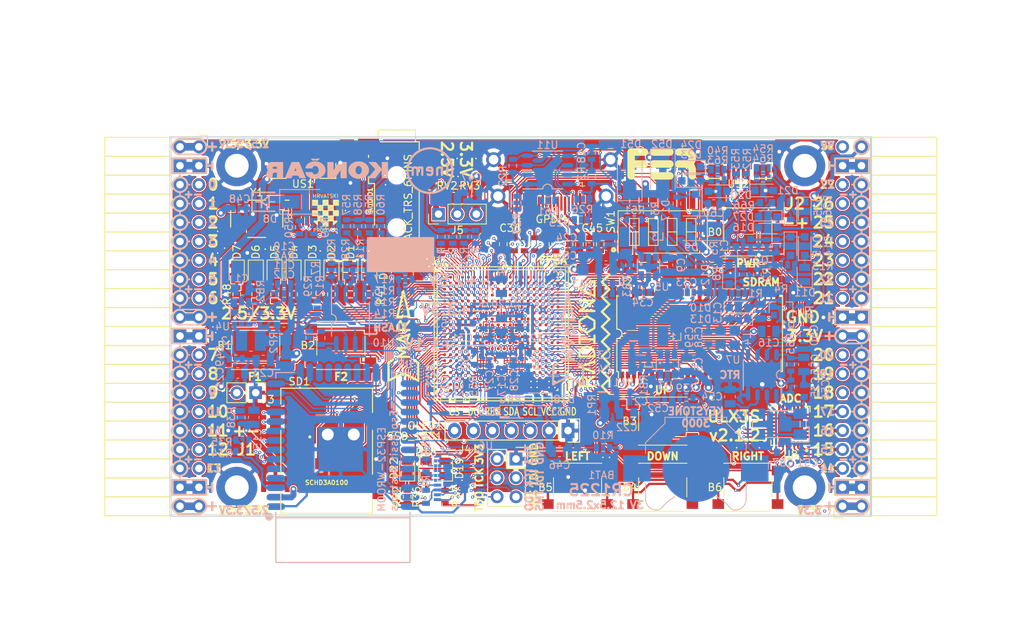
<source format=kicad_pcb>
(kicad_pcb (version 20171130) (host pcbnew 5.0.0+dfsg1-2)
  (layers (0 F.Cu signal) (1 In1.Cu signal) (2 In2.Cu signal) (31 B.Cu signal) (34 B.Paste user) (35 F.Paste user) (36 B.SilkS user) (37 F.SilkS user) (38 B.Mask user) (39 F.Mask user) (44 Edge.Cuts user))
  (net 0 "")
  (net 1 GND)
  (net 2 +5V)
  (net 3 /gpio/IN5V)
  (net 4 /gpio/OUT5V)
  (net 5 +3V3)
  (net 6 BTN_D)
  (net 7 BTN_F1)
  (net 8 BTN_F2)
  (net 9 BTN_L)
  (net 10 BTN_R)
  (net 11 BTN_U)
  (net 12 /power/FB1)
  (net 13 +2V5)
  (net 14 /power/PWREN)
  (net 15 /power/FB3)
  (net 16 /power/FB2)
  (net 17 /power/VBAT)
  (net 18 JTAG_TDI)
  (net 19 JTAG_TCK)
  (net 20 JTAG_TMS)
  (net 21 JTAG_TDO)
  (net 22 /power/WAKEUPn)
  (net 23 /power/WKUP)
  (net 24 /power/SHUT)
  (net 25 /power/WAKE)
  (net 26 /power/HOLD)
  (net 27 /power/WKn)
  (net 28 /power/OSCI_32k)
  (net 29 /power/OSCO_32k)
  (net 30 SHUTDOWN)
  (net 31 GPDI_SDA)
  (net 32 GPDI_SCL)
  (net 33 /gpdi/VREF2)
  (net 34 SD_CMD)
  (net 35 SD_CLK)
  (net 36 SD_D0)
  (net 37 SD_D1)
  (net 38 USB5V)
  (net 39 GPDI_CEC)
  (net 40 nRESET)
  (net 41 FTDI_nDTR)
  (net 42 SDRAM_CKE)
  (net 43 SDRAM_A7)
  (net 44 SDRAM_D15)
  (net 45 SDRAM_BA1)
  (net 46 SDRAM_D7)
  (net 47 SDRAM_A6)
  (net 48 SDRAM_CLK)
  (net 49 SDRAM_D13)
  (net 50 SDRAM_BA0)
  (net 51 SDRAM_D6)
  (net 52 SDRAM_A5)
  (net 53 SDRAM_D14)
  (net 54 SDRAM_A11)
  (net 55 SDRAM_D12)
  (net 56 SDRAM_D5)
  (net 57 SDRAM_A4)
  (net 58 SDRAM_A10)
  (net 59 SDRAM_D11)
  (net 60 SDRAM_A3)
  (net 61 SDRAM_D4)
  (net 62 SDRAM_D10)
  (net 63 SDRAM_D9)
  (net 64 SDRAM_A9)
  (net 65 SDRAM_D3)
  (net 66 SDRAM_D8)
  (net 67 SDRAM_A8)
  (net 68 SDRAM_A2)
  (net 69 SDRAM_A1)
  (net 70 SDRAM_A0)
  (net 71 SDRAM_D2)
  (net 72 SDRAM_D1)
  (net 73 SDRAM_D0)
  (net 74 SDRAM_DQM0)
  (net 75 SDRAM_nCS)
  (net 76 SDRAM_nRAS)
  (net 77 SDRAM_DQM1)
  (net 78 SDRAM_nCAS)
  (net 79 SDRAM_nWE)
  (net 80 /flash/FLASH_nWP)
  (net 81 /flash/FLASH_nHOLD)
  (net 82 /flash/FLASH_MOSI)
  (net 83 /flash/FLASH_MISO)
  (net 84 /flash/FLASH_SCK)
  (net 85 /flash/FLASH_nCS)
  (net 86 /flash/FPGA_PROGRAMN)
  (net 87 /flash/FPGA_DONE)
  (net 88 /flash/FPGA_INITN)
  (net 89 OLED_RES)
  (net 90 OLED_DC)
  (net 91 OLED_CS)
  (net 92 WIFI_EN)
  (net 93 FTDI_nRTS)
  (net 94 FTDI_TXD)
  (net 95 FTDI_RXD)
  (net 96 WIFI_RXD)
  (net 97 WIFI_GPIO0)
  (net 98 WIFI_TXD)
  (net 99 USB_FTDI_D+)
  (net 100 USB_FTDI_D-)
  (net 101 SD_D3)
  (net 102 AUDIO_L3)
  (net 103 AUDIO_L2)
  (net 104 AUDIO_L1)
  (net 105 AUDIO_L0)
  (net 106 AUDIO_R3)
  (net 107 AUDIO_R2)
  (net 108 AUDIO_R1)
  (net 109 AUDIO_R0)
  (net 110 OLED_CLK)
  (net 111 OLED_MOSI)
  (net 112 LED0)
  (net 113 LED1)
  (net 114 LED2)
  (net 115 LED3)
  (net 116 LED4)
  (net 117 LED5)
  (net 118 LED6)
  (net 119 LED7)
  (net 120 BTN_PWRn)
  (net 121 FTDI_nTXLED)
  (net 122 FTDI_nSLEEP)
  (net 123 /blinkey/LED_PWREN)
  (net 124 /blinkey/LED_TXLED)
  (net 125 /sdcard/SD3V3)
  (net 126 SD_D2)
  (net 127 CLK_25MHz)
  (net 128 /blinkey/BTNPUL)
  (net 129 /blinkey/BTNPUR)
  (net 130 USB_FPGA_D+)
  (net 131 /power/FTDI_nSUSPEND)
  (net 132 /blinkey/ALED0)
  (net 133 /blinkey/ALED1)
  (net 134 /blinkey/ALED2)
  (net 135 /blinkey/ALED3)
  (net 136 /blinkey/ALED4)
  (net 137 /blinkey/ALED5)
  (net 138 /blinkey/ALED6)
  (net 139 /blinkey/ALED7)
  (net 140 /usb/FTD-)
  (net 141 /usb/FTD+)
  (net 142 ADC_MISO)
  (net 143 ADC_MOSI)
  (net 144 ADC_CSn)
  (net 145 ADC_SCLK)
  (net 146 SW3)
  (net 147 SW2)
  (net 148 SW1)
  (net 149 USB_FPGA_D-)
  (net 150 /usb/FPD+)
  (net 151 /usb/FPD-)
  (net 152 WIFI_GPIO16)
  (net 153 /usb/ANT_433MHz)
  (net 154 PROG_DONE)
  (net 155 /power/P3V3)
  (net 156 /power/P2V5)
  (net 157 /power/L1)
  (net 158 /power/L3)
  (net 159 /power/L2)
  (net 160 FTDI_TXDEN)
  (net 161 SDRAM_A12)
  (net 162 /analog/AUDIO_V)
  (net 163 AUDIO_V3)
  (net 164 AUDIO_V2)
  (net 165 AUDIO_V1)
  (net 166 AUDIO_V0)
  (net 167 /blinkey/LED_WIFI)
  (net 168 /power/P1V1)
  (net 169 +1V1)
  (net 170 SW4)
  (net 171 /blinkey/SWPU)
  (net 172 /wifi/WIFIEN)
  (net 173 FT2V5)
  (net 174 GN0)
  (net 175 GP0)
  (net 176 GN1)
  (net 177 GP1)
  (net 178 GN2)
  (net 179 GP2)
  (net 180 GN3)
  (net 181 GP3)
  (net 182 GN4)
  (net 183 GP4)
  (net 184 GN5)
  (net 185 GP5)
  (net 186 GN6)
  (net 187 GP6)
  (net 188 GN14)
  (net 189 GP14)
  (net 190 GN15)
  (net 191 GP15)
  (net 192 GN16)
  (net 193 GP16)
  (net 194 GN17)
  (net 195 GP17)
  (net 196 GN18)
  (net 197 GP18)
  (net 198 GN19)
  (net 199 GP19)
  (net 200 GN20)
  (net 201 GP20)
  (net 202 GN21)
  (net 203 GP21)
  (net 204 GN22)
  (net 205 GP22)
  (net 206 GN23)
  (net 207 GP23)
  (net 208 GN24)
  (net 209 GP24)
  (net 210 GN25)
  (net 211 GP25)
  (net 212 GN26)
  (net 213 GP26)
  (net 214 GN27)
  (net 215 GP27)
  (net 216 GN7)
  (net 217 GP7)
  (net 218 GN8)
  (net 219 GP8)
  (net 220 GN9)
  (net 221 GP9)
  (net 222 GN10)
  (net 223 GP10)
  (net 224 GN11)
  (net 225 GP11)
  (net 226 GN12)
  (net 227 GP12)
  (net 228 GN13)
  (net 229 GP13)
  (net 230 WIFI_GPIO5)
  (net 231 WIFI_GPIO17)
  (net 232 USB_FPGA_PULL_D+)
  (net 233 USB_FPGA_PULL_D-)
  (net 234 "Net-(D23-Pad2)")
  (net 235 "Net-(D24-Pad1)")
  (net 236 "Net-(D25-Pad2)")
  (net 237 "Net-(D26-Pad1)")
  (net 238 /gpdi/GPDI_ETH+)
  (net 239 FPDI_ETH+)
  (net 240 /gpdi/GPDI_ETH-)
  (net 241 FPDI_ETH-)
  (net 242 /gpdi/GPDI_D2-)
  (net 243 FPDI_D2-)
  (net 244 /gpdi/GPDI_D1-)
  (net 245 FPDI_D1-)
  (net 246 /gpdi/GPDI_D0-)
  (net 247 FPDI_D0-)
  (net 248 /gpdi/GPDI_CLK-)
  (net 249 FPDI_CLK-)
  (net 250 /gpdi/GPDI_D2+)
  (net 251 FPDI_D2+)
  (net 252 /gpdi/GPDI_D1+)
  (net 253 FPDI_D1+)
  (net 254 /gpdi/GPDI_D0+)
  (net 255 FPDI_D0+)
  (net 256 /gpdi/GPDI_CLK+)
  (net 257 FPDI_CLK+)
  (net 258 FPDI_SDA)
  (net 259 FPDI_SCL)
  (net 260 /gpdi/FPDI_CEC)
  (net 261 2V5_3V3)
  (net 262 /usb/US2VBUS)
  (net 263 /power/SHD)
  (net 264 /power/RTCVDD)
  (net 265 "Net-(D27-Pad2)")
  (net 266 US2_ID)
  (net 267 /analog/AUDIO_L)
  (net 268 /analog/AUDIO_R)
  (net 269 /analog/ADC3V3)
  (net 270 PWRBTn)
  (net 271 USER_PROGRAMN)
  (net 272 "Net-(AUDIO1-Pad5)")
  (net 273 "Net-(AUDIO1-Pad6)")
  (net 274 "Net-(U1-PadW18)")
  (net 275 "Net-(U1-PadW17)")
  (net 276 "Net-(U1-PadW14)")
  (net 277 "Net-(U1-PadW13)")
  (net 278 "Net-(U1-PadW9)")
  (net 279 "Net-(U1-PadW8)")
  (net 280 "Net-(U1-PadW5)")
  (net 281 "Net-(U1-PadW4)")
  (net 282 "Net-(U1-PadT16)")
  (net 283 "Net-(U1-PadR3)")
  (net 284 SD_WP)
  (net 285 SD_CD)
  (net 286 "Net-(U1-PadM5)")
  (net 287 "Net-(U1-PadL5)")
  (net 288 "Net-(U1-PadK17)")
  (net 289 "Net-(U1-PadK16)")
  (net 290 "Net-(U1-PadK5)")
  (net 291 "Net-(U1-PadJ5)")
  (net 292 "Net-(U1-PadJ4)")
  (net 293 "Net-(U1-PadE11)")
  (net 294 "Net-(U1-PadE10)")
  (net 295 "Net-(U1-PadE9)")
  (net 296 "Net-(U1-PadE6)")
  (net 297 "Net-(U1-PadD12)")
  (net 298 "Net-(U1-PadD11)")
  (net 299 "Net-(U1-PadD10)")
  (net 300 "Net-(U1-PadD9)")
  (net 301 "Net-(U1-PadC9)")
  (net 302 "Net-(U1-PadA15)")
  (net 303 FTDI_nRXLED)
  (net 304 "Net-(U8-Pad12)")
  (net 305 "Net-(U8-Pad25)")
  (net 306 "Net-(U9-Pad32)")
  (net 307 "Net-(U9-Pad22)")
  (net 308 "Net-(U9-Pad21)")
  (net 309 "Net-(U9-Pad20)")
  (net 310 "Net-(U9-Pad19)")
  (net 311 "Net-(U9-Pad18)")
  (net 312 "Net-(U9-Pad17)")
  (net 313 "Net-(U9-Pad12)")
  (net 314 "Net-(U9-Pad5)")
  (net 315 "Net-(U9-Pad4)")
  (net 316 "Net-(US1-Pad4)")
  (net 317 "Net-(Y2-Pad3)")
  (net 318 "Net-(Y2-Pad2)")
  (module lfe5bg381:BGA-381_pitch0.8mm_dia0.4mm (layer F.Cu) (at 138.48 87.8)
    (fp_text reference U1 (at -8.2 -9.8) (layer F.SilkS))
    (fp_text value LFE5U-85F-6BG381C)
    (pad Y19 smd circle (at 6.8 7.6) (size 0.4 0.4) (layers F.Cu F.Paste F.Mask) (net 1 GND))
    (pad Y17 smd circle (at 5.2 7.6) (size 0.4 0.4) (layers F.Cu F.Paste F.Mask) (net 1 GND))
    (pad Y16 smd circle (at 4.4 7.6) (size 0.4 0.4) (layers F.Cu F.Paste F.Mask) (net 1 GND))
    (pad Y15 smd circle (at 3.6 7.6) (size 0.4 0.4) (layers F.Cu F.Paste F.Mask) (net 1 GND))
    (pad Y14 smd circle (at 2.8 7.6) (size 0.4 0.4) (layers F.Cu F.Paste F.Mask) (net 1 GND))
    (pad Y12 smd circle (at 1.2 7.6) (size 0.4 0.4) (layers F.Cu F.Paste F.Mask) (net 1 GND))
    (pad Y11 smd circle (at 0.4 7.6) (size 0.4 0.4) (layers F.Cu F.Paste F.Mask) (net 1 GND))
    (pad Y8 smd circle (at -2 7.6) (size 0.4 0.4) (layers F.Cu F.Paste F.Mask) (net 1 GND))
    (pad Y7 smd circle (at -2.8 7.6) (size 0.4 0.4) (layers F.Cu F.Paste F.Mask) (net 1 GND))
    (pad Y6 smd circle (at -3.6 7.6) (size 0.4 0.4) (layers F.Cu F.Paste F.Mask) (net 1 GND))
    (pad Y5 smd circle (at -4.4 7.6) (size 0.4 0.4) (layers F.Cu F.Paste F.Mask) (net 1 GND))
    (pad Y3 smd circle (at -6 7.6) (size 0.4 0.4) (layers F.Cu F.Paste F.Mask) (net 87 /flash/FPGA_DONE))
    (pad Y2 smd circle (at -6.8 7.6) (size 0.4 0.4) (layers F.Cu F.Paste F.Mask) (net 80 /flash/FLASH_nWP))
    (pad W20 smd circle (at 7.6 6.8) (size 0.4 0.4) (layers F.Cu F.Paste F.Mask) (net 1 GND))
    (pad W19 smd circle (at 6.8 6.8) (size 0.4 0.4) (layers F.Cu F.Paste F.Mask) (net 1 GND))
    (pad W18 smd circle (at 6 6.8) (size 0.4 0.4) (layers F.Cu F.Paste F.Mask) (net 274 "Net-(U1-PadW18)"))
    (pad W17 smd circle (at 5.2 6.8) (size 0.4 0.4) (layers F.Cu F.Paste F.Mask) (net 275 "Net-(U1-PadW17)"))
    (pad W16 smd circle (at 4.4 6.8) (size 0.4 0.4) (layers F.Cu F.Paste F.Mask) (net 1 GND))
    (pad W15 smd circle (at 3.6 6.8) (size 0.4 0.4) (layers F.Cu F.Paste F.Mask) (net 1 GND))
    (pad W14 smd circle (at 2.8 6.8) (size 0.4 0.4) (layers F.Cu F.Paste F.Mask) (net 276 "Net-(U1-PadW14)"))
    (pad W13 smd circle (at 2 6.8) (size 0.4 0.4) (layers F.Cu F.Paste F.Mask) (net 277 "Net-(U1-PadW13)"))
    (pad W12 smd circle (at 1.2 6.8) (size 0.4 0.4) (layers F.Cu F.Paste F.Mask) (net 1 GND))
    (pad W11 smd circle (at 0.4 6.8) (size 0.4 0.4) (layers F.Cu F.Paste F.Mask))
    (pad W10 smd circle (at -0.4 6.8) (size 0.4 0.4) (layers F.Cu F.Paste F.Mask))
    (pad W9 smd circle (at -1.2 6.8) (size 0.4 0.4) (layers F.Cu F.Paste F.Mask) (net 278 "Net-(U1-PadW9)"))
    (pad W8 smd circle (at -2 6.8) (size 0.4 0.4) (layers F.Cu F.Paste F.Mask) (net 279 "Net-(U1-PadW8)"))
    (pad W7 smd circle (at -2.8 6.8) (size 0.4 0.4) (layers F.Cu F.Paste F.Mask) (net 1 GND))
    (pad W6 smd circle (at -3.6 6.8) (size 0.4 0.4) (layers F.Cu F.Paste F.Mask) (net 1 GND))
    (pad W5 smd circle (at -4.4 6.8) (size 0.4 0.4) (layers F.Cu F.Paste F.Mask) (net 280 "Net-(U1-PadW5)"))
    (pad W4 smd circle (at -5.2 6.8) (size 0.4 0.4) (layers F.Cu F.Paste F.Mask) (net 281 "Net-(U1-PadW4)"))
    (pad W3 smd circle (at -6 6.8) (size 0.4 0.4) (layers F.Cu F.Paste F.Mask) (net 86 /flash/FPGA_PROGRAMN))
    (pad W2 smd circle (at -6.8 6.8) (size 0.4 0.4) (layers F.Cu F.Paste F.Mask) (net 82 /flash/FLASH_MOSI))
    (pad W1 smd circle (at -7.6 6.8) (size 0.4 0.4) (layers F.Cu F.Paste F.Mask) (net 81 /flash/FLASH_nHOLD))
    (pad V20 smd circle (at 7.6 6) (size 0.4 0.4) (layers F.Cu F.Paste F.Mask) (net 1 GND))
    (pad V19 smd circle (at 6.8 6) (size 0.4 0.4) (layers F.Cu F.Paste F.Mask) (net 1 GND))
    (pad V18 smd circle (at 6 6) (size 0.4 0.4) (layers F.Cu F.Paste F.Mask) (net 1 GND))
    (pad V17 smd circle (at 5.2 6) (size 0.4 0.4) (layers F.Cu F.Paste F.Mask) (net 1 GND))
    (pad V16 smd circle (at 4.4 6) (size 0.4 0.4) (layers F.Cu F.Paste F.Mask) (net 1 GND))
    (pad V15 smd circle (at 3.6 6) (size 0.4 0.4) (layers F.Cu F.Paste F.Mask) (net 1 GND))
    (pad V14 smd circle (at 2.8 6) (size 0.4 0.4) (layers F.Cu F.Paste F.Mask) (net 1 GND))
    (pad V13 smd circle (at 2 6) (size 0.4 0.4) (layers F.Cu F.Paste F.Mask) (net 1 GND))
    (pad V12 smd circle (at 1.2 6) (size 0.4 0.4) (layers F.Cu F.Paste F.Mask) (net 1 GND))
    (pad V11 smd circle (at 0.4 6) (size 0.4 0.4) (layers F.Cu F.Paste F.Mask) (net 1 GND))
    (pad V10 smd circle (at -0.4 6) (size 0.4 0.4) (layers F.Cu F.Paste F.Mask) (net 1 GND))
    (pad V9 smd circle (at -1.2 6) (size 0.4 0.4) (layers F.Cu F.Paste F.Mask) (net 1 GND))
    (pad V8 smd circle (at -2 6) (size 0.4 0.4) (layers F.Cu F.Paste F.Mask) (net 1 GND))
    (pad V7 smd circle (at -2.8 6) (size 0.4 0.4) (layers F.Cu F.Paste F.Mask) (net 1 GND))
    (pad V6 smd circle (at -3.6 6) (size 0.4 0.4) (layers F.Cu F.Paste F.Mask) (net 1 GND))
    (pad V5 smd circle (at -4.4 6) (size 0.4 0.4) (layers F.Cu F.Paste F.Mask) (net 1 GND))
    (pad V4 smd circle (at -5.2 6) (size 0.4 0.4) (layers F.Cu F.Paste F.Mask) (net 21 JTAG_TDO))
    (pad V3 smd circle (at -6 6) (size 0.4 0.4) (layers F.Cu F.Paste F.Mask) (net 88 /flash/FPGA_INITN))
    (pad V2 smd circle (at -6.8 6) (size 0.4 0.4) (layers F.Cu F.Paste F.Mask) (net 83 /flash/FLASH_MISO))
    (pad V1 smd circle (at -7.6 6) (size 0.4 0.4) (layers F.Cu F.Paste F.Mask) (net 6 BTN_D))
    (pad U20 smd circle (at 7.6 5.2) (size 0.4 0.4) (layers F.Cu F.Paste F.Mask) (net 46 SDRAM_D7))
    (pad U19 smd circle (at 6.8 5.2) (size 0.4 0.4) (layers F.Cu F.Paste F.Mask) (net 74 SDRAM_DQM0))
    (pad U18 smd circle (at 6 5.2) (size 0.4 0.4) (layers F.Cu F.Paste F.Mask) (net 189 GP14))
    (pad U17 smd circle (at 5.2 5.2) (size 0.4 0.4) (layers F.Cu F.Paste F.Mask) (net 188 GN14))
    (pad U16 smd circle (at 4.4 5.2) (size 0.4 0.4) (layers F.Cu F.Paste F.Mask) (net 142 ADC_MISO))
    (pad U15 smd circle (at 3.6 5.2) (size 0.4 0.4) (layers F.Cu F.Paste F.Mask) (net 1 GND))
    (pad U14 smd circle (at 2.8 5.2) (size 0.4 0.4) (layers F.Cu F.Paste F.Mask) (net 1 GND))
    (pad U13 smd circle (at 2 5.2) (size 0.4 0.4) (layers F.Cu F.Paste F.Mask) (net 1 GND))
    (pad U12 smd circle (at 1.2 5.2) (size 0.4 0.4) (layers F.Cu F.Paste F.Mask) (net 1 GND))
    (pad U11 smd circle (at 0.4 5.2) (size 0.4 0.4) (layers F.Cu F.Paste F.Mask) (net 1 GND))
    (pad U10 smd circle (at -0.4 5.2) (size 0.4 0.4) (layers F.Cu F.Paste F.Mask) (net 1 GND))
    (pad U9 smd circle (at -1.2 5.2) (size 0.4 0.4) (layers F.Cu F.Paste F.Mask) (net 1 GND))
    (pad U8 smd circle (at -2 5.2) (size 0.4 0.4) (layers F.Cu F.Paste F.Mask) (net 1 GND))
    (pad U7 smd circle (at -2.8 5.2) (size 0.4 0.4) (layers F.Cu F.Paste F.Mask) (net 1 GND))
    (pad U6 smd circle (at -3.6 5.2) (size 0.4 0.4) (layers F.Cu F.Paste F.Mask) (net 1 GND))
    (pad U5 smd circle (at -4.4 5.2) (size 0.4 0.4) (layers F.Cu F.Paste F.Mask) (net 20 JTAG_TMS))
    (pad U4 smd circle (at -5.2 5.2) (size 0.4 0.4) (layers F.Cu F.Paste F.Mask) (net 1 GND))
    (pad U3 smd circle (at -6 5.2) (size 0.4 0.4) (layers F.Cu F.Paste F.Mask) (net 84 /flash/FLASH_SCK))
    (pad U2 smd circle (at -6.8 5.2) (size 0.4 0.4) (layers F.Cu F.Paste F.Mask) (net 5 +3V3))
    (pad U1 smd circle (at -7.6 5.2) (size 0.4 0.4) (layers F.Cu F.Paste F.Mask) (net 9 BTN_L))
    (pad T20 smd circle (at 7.6 4.4) (size 0.4 0.4) (layers F.Cu F.Paste F.Mask) (net 79 SDRAM_nWE))
    (pad T19 smd circle (at 6.8 4.4) (size 0.4 0.4) (layers F.Cu F.Paste F.Mask) (net 78 SDRAM_nCAS))
    (pad T18 smd circle (at 6 4.4) (size 0.4 0.4) (layers F.Cu F.Paste F.Mask) (net 56 SDRAM_D5))
    (pad T17 smd circle (at 5.2 4.4) (size 0.4 0.4) (layers F.Cu F.Paste F.Mask) (net 51 SDRAM_D6))
    (pad T16 smd circle (at 4.4 4.4) (size 0.4 0.4) (layers F.Cu F.Paste F.Mask) (net 282 "Net-(U1-PadT16)"))
    (pad T15 smd circle (at 3.6 4.4) (size 0.4 0.4) (layers F.Cu F.Paste F.Mask) (net 1 GND))
    (pad T14 smd circle (at 2.8 4.4) (size 0.4 0.4) (layers F.Cu F.Paste F.Mask) (net 1 GND))
    (pad T13 smd circle (at 2 4.4) (size 0.4 0.4) (layers F.Cu F.Paste F.Mask) (net 1 GND))
    (pad T12 smd circle (at 1.2 4.4) (size 0.4 0.4) (layers F.Cu F.Paste F.Mask) (net 1 GND))
    (pad T11 smd circle (at 0.4 4.4) (size 0.4 0.4) (layers F.Cu F.Paste F.Mask) (net 1 GND))
    (pad T10 smd circle (at -0.4 4.4) (size 0.4 0.4) (layers F.Cu F.Paste F.Mask) (net 1 GND))
    (pad T9 smd circle (at -1.2 4.4) (size 0.4 0.4) (layers F.Cu F.Paste F.Mask) (net 1 GND))
    (pad T8 smd circle (at -2 4.4) (size 0.4 0.4) (layers F.Cu F.Paste F.Mask) (net 1 GND))
    (pad T7 smd circle (at -2.8 4.4) (size 0.4 0.4) (layers F.Cu F.Paste F.Mask) (net 1 GND))
    (pad T6 smd circle (at -3.6 4.4) (size 0.4 0.4) (layers F.Cu F.Paste F.Mask) (net 1 GND))
    (pad T5 smd circle (at -4.4 4.4) (size 0.4 0.4) (layers F.Cu F.Paste F.Mask) (net 19 JTAG_TCK))
    (pad T4 smd circle (at -5.2 4.4) (size 0.4 0.4) (layers F.Cu F.Paste F.Mask) (net 5 +3V3))
    (pad T3 smd circle (at -6 4.4) (size 0.4 0.4) (layers F.Cu F.Paste F.Mask) (net 5 +3V3))
    (pad T2 smd circle (at -6.8 4.4) (size 0.4 0.4) (layers F.Cu F.Paste F.Mask) (net 5 +3V3))
    (pad T1 smd circle (at -7.6 4.4) (size 0.4 0.4) (layers F.Cu F.Paste F.Mask) (net 8 BTN_F2))
    (pad R20 smd circle (at 7.6 3.6) (size 0.4 0.4) (layers F.Cu F.Paste F.Mask) (net 76 SDRAM_nRAS))
    (pad R19 smd circle (at 6.8 3.6) (size 0.4 0.4) (layers F.Cu F.Paste F.Mask) (net 1 GND))
    (pad R18 smd circle (at 6 3.6) (size 0.4 0.4) (layers F.Cu F.Paste F.Mask) (net 11 BTN_U))
    (pad R17 smd circle (at 5.2 3.6) (size 0.4 0.4) (layers F.Cu F.Paste F.Mask) (net 144 ADC_CSn))
    (pad R16 smd circle (at 4.4 3.6) (size 0.4 0.4) (layers F.Cu F.Paste F.Mask) (net 143 ADC_MOSI))
    (pad R5 smd circle (at -4.4 3.6) (size 0.4 0.4) (layers F.Cu F.Paste F.Mask) (net 18 JTAG_TDI))
    (pad R4 smd circle (at -5.2 3.6) (size 0.4 0.4) (layers F.Cu F.Paste F.Mask) (net 1 GND))
    (pad R3 smd circle (at -6 3.6) (size 0.4 0.4) (layers F.Cu F.Paste F.Mask) (net 283 "Net-(U1-PadR3)"))
    (pad R2 smd circle (at -6.8 3.6) (size 0.4 0.4) (layers F.Cu F.Paste F.Mask) (net 85 /flash/FLASH_nCS))
    (pad R1 smd circle (at -7.6 3.6) (size 0.4 0.4) (layers F.Cu F.Paste F.Mask) (net 7 BTN_F1))
    (pad P20 smd circle (at 7.6 2.8) (size 0.4 0.4) (layers F.Cu F.Paste F.Mask) (net 75 SDRAM_nCS))
    (pad P19 smd circle (at 6.8 2.8) (size 0.4 0.4) (layers F.Cu F.Paste F.Mask) (net 50 SDRAM_BA0))
    (pad P18 smd circle (at 6 2.8) (size 0.4 0.4) (layers F.Cu F.Paste F.Mask) (net 61 SDRAM_D4))
    (pad P17 smd circle (at 5.2 2.8) (size 0.4 0.4) (layers F.Cu F.Paste F.Mask) (net 145 ADC_SCLK))
    (pad P16 smd circle (at 4.4 2.8) (size 0.4 0.4) (layers F.Cu F.Paste F.Mask) (net 190 GN15))
    (pad P15 smd circle (at 3.6 2.8) (size 0.4 0.4) (layers F.Cu F.Paste F.Mask) (net 13 +2V5))
    (pad P14 smd circle (at 2.8 2.8) (size 0.4 0.4) (layers F.Cu F.Paste F.Mask) (net 1 GND))
    (pad P13 smd circle (at 2 2.8) (size 0.4 0.4) (layers F.Cu F.Paste F.Mask) (net 1 GND))
    (pad P12 smd circle (at 1.2 2.8) (size 0.4 0.4) (layers F.Cu F.Paste F.Mask) (net 1 GND))
    (pad P11 smd circle (at 0.4 2.8) (size 0.4 0.4) (layers F.Cu F.Paste F.Mask) (net 1 GND))
    (pad P10 smd circle (at -0.4 2.8) (size 0.4 0.4) (layers F.Cu F.Paste F.Mask) (net 5 +3V3))
    (pad P9 smd circle (at -1.2 2.8) (size 0.4 0.4) (layers F.Cu F.Paste F.Mask) (net 5 +3V3))
    (pad P8 smd circle (at -2 2.8) (size 0.4 0.4) (layers F.Cu F.Paste F.Mask) (net 1 GND))
    (pad P7 smd circle (at -2.8 2.8) (size 0.4 0.4) (layers F.Cu F.Paste F.Mask) (net 1 GND))
    (pad P6 smd circle (at -3.6 2.8) (size 0.4 0.4) (layers F.Cu F.Paste F.Mask) (net 13 +2V5))
    (pad P5 smd circle (at -4.4 2.8) (size 0.4 0.4) (layers F.Cu F.Paste F.Mask) (net 284 SD_WP))
    (pad P4 smd circle (at -5.2 2.8) (size 0.4 0.4) (layers F.Cu F.Paste F.Mask) (net 110 OLED_CLK))
    (pad P3 smd circle (at -6 2.8) (size 0.4 0.4) (layers F.Cu F.Paste F.Mask) (net 111 OLED_MOSI))
    (pad P2 smd circle (at -6.8 2.8) (size 0.4 0.4) (layers F.Cu F.Paste F.Mask) (net 89 OLED_RES))
    (pad P1 smd circle (at -7.6 2.8) (size 0.4 0.4) (layers F.Cu F.Paste F.Mask) (net 90 OLED_DC))
    (pad N20 smd circle (at 7.6 2) (size 0.4 0.4) (layers F.Cu F.Paste F.Mask) (net 45 SDRAM_BA1))
    (pad N19 smd circle (at 6.8 2) (size 0.4 0.4) (layers F.Cu F.Paste F.Mask) (net 58 SDRAM_A10))
    (pad N18 smd circle (at 6 2) (size 0.4 0.4) (layers F.Cu F.Paste F.Mask) (net 65 SDRAM_D3))
    (pad N17 smd circle (at 5.2 2) (size 0.4 0.4) (layers F.Cu F.Paste F.Mask) (net 191 GP15))
    (pad N16 smd circle (at 4.4 2) (size 0.4 0.4) (layers F.Cu F.Paste F.Mask) (net 193 GP16))
    (pad N15 smd circle (at 3.6 2) (size 0.4 0.4) (layers F.Cu F.Paste F.Mask) (net 1 GND))
    (pad N14 smd circle (at 2.8 2) (size 0.4 0.4) (layers F.Cu F.Paste F.Mask) (net 1 GND))
    (pad N13 smd circle (at 2 2) (size 0.4 0.4) (layers F.Cu F.Paste F.Mask) (net 169 +1V1))
    (pad N12 smd circle (at 1.2 2) (size 0.4 0.4) (layers F.Cu F.Paste F.Mask) (net 169 +1V1))
    (pad N11 smd circle (at 0.4 2) (size 0.4 0.4) (layers F.Cu F.Paste F.Mask) (net 169 +1V1))
    (pad N10 smd circle (at -0.4 2) (size 0.4 0.4) (layers F.Cu F.Paste F.Mask) (net 169 +1V1))
    (pad N9 smd circle (at -1.2 2) (size 0.4 0.4) (layers F.Cu F.Paste F.Mask) (net 169 +1V1))
    (pad N8 smd circle (at -2 2) (size 0.4 0.4) (layers F.Cu F.Paste F.Mask) (net 169 +1V1))
    (pad N7 smd circle (at -2.8 2) (size 0.4 0.4) (layers F.Cu F.Paste F.Mask) (net 1 GND))
    (pad N6 smd circle (at -3.6 2) (size 0.4 0.4) (layers F.Cu F.Paste F.Mask) (net 1 GND))
    (pad N5 smd circle (at -4.4 2) (size 0.4 0.4) (layers F.Cu F.Paste F.Mask) (net 285 SD_CD))
    (pad N4 smd circle (at -5.2 2) (size 0.4 0.4) (layers F.Cu F.Paste F.Mask) (net 230 WIFI_GPIO5))
    (pad N3 smd circle (at -6 2) (size 0.4 0.4) (layers F.Cu F.Paste F.Mask) (net 231 WIFI_GPIO17))
    (pad N2 smd circle (at -6.8 2) (size 0.4 0.4) (layers F.Cu F.Paste F.Mask) (net 91 OLED_CS))
    (pad N1 smd circle (at -7.6 2) (size 0.4 0.4) (layers F.Cu F.Paste F.Mask) (net 41 FTDI_nDTR))
    (pad M20 smd circle (at 7.6 1.2) (size 0.4 0.4) (layers F.Cu F.Paste F.Mask) (net 70 SDRAM_A0))
    (pad M19 smd circle (at 6.8 1.2) (size 0.4 0.4) (layers F.Cu F.Paste F.Mask) (net 69 SDRAM_A1))
    (pad M18 smd circle (at 6 1.2) (size 0.4 0.4) (layers F.Cu F.Paste F.Mask) (net 71 SDRAM_D2))
    (pad M17 smd circle (at 5.2 1.2) (size 0.4 0.4) (layers F.Cu F.Paste F.Mask) (net 192 GN16))
    (pad M16 smd circle (at 4.4 1.2) (size 0.4 0.4) (layers F.Cu F.Paste F.Mask) (net 1 GND))
    (pad M15 smd circle (at 3.6 1.2) (size 0.4 0.4) (layers F.Cu F.Paste F.Mask) (net 5 +3V3))
    (pad M14 smd circle (at 2.8 1.2) (size 0.4 0.4) (layers F.Cu F.Paste F.Mask) (net 1 GND))
    (pad M13 smd circle (at 2 1.2) (size 0.4 0.4) (layers F.Cu F.Paste F.Mask) (net 169 +1V1))
    (pad M12 smd circle (at 1.2 1.2) (size 0.4 0.4) (layers F.Cu F.Paste F.Mask) (net 1 GND))
    (pad M11 smd circle (at 0.4 1.2) (size 0.4 0.4) (layers F.Cu F.Paste F.Mask) (net 1 GND))
    (pad M10 smd circle (at -0.4 1.2) (size 0.4 0.4) (layers F.Cu F.Paste F.Mask) (net 1 GND))
    (pad M9 smd circle (at -1.2 1.2) (size 0.4 0.4) (layers F.Cu F.Paste F.Mask) (net 1 GND))
    (pad M8 smd circle (at -2 1.2) (size 0.4 0.4) (layers F.Cu F.Paste F.Mask) (net 169 +1V1))
    (pad M7 smd circle (at -2.8 1.2) (size 0.4 0.4) (layers F.Cu F.Paste F.Mask) (net 1 GND))
    (pad M6 smd circle (at -3.6 1.2) (size 0.4 0.4) (layers F.Cu F.Paste F.Mask) (net 5 +3V3))
    (pad M5 smd circle (at -4.4 1.2) (size 0.4 0.4) (layers F.Cu F.Paste F.Mask) (net 286 "Net-(U1-PadM5)"))
    (pad M4 smd circle (at -5.2 1.2) (size 0.4 0.4) (layers F.Cu F.Paste F.Mask) (net 271 USER_PROGRAMN))
    (pad M3 smd circle (at -6 1.2) (size 0.4 0.4) (layers F.Cu F.Paste F.Mask) (net 93 FTDI_nRTS))
    (pad M2 smd circle (at -6.8 1.2) (size 0.4 0.4) (layers F.Cu F.Paste F.Mask) (net 1 GND))
    (pad M1 smd circle (at -7.6 1.2) (size 0.4 0.4) (layers F.Cu F.Paste F.Mask) (net 94 FTDI_TXD))
    (pad L20 smd circle (at 7.6 0.4) (size 0.4 0.4) (layers F.Cu F.Paste F.Mask) (net 68 SDRAM_A2))
    (pad L19 smd circle (at 6.8 0.4) (size 0.4 0.4) (layers F.Cu F.Paste F.Mask) (net 60 SDRAM_A3))
    (pad L18 smd circle (at 6 0.4) (size 0.4 0.4) (layers F.Cu F.Paste F.Mask) (net 72 SDRAM_D1))
    (pad L17 smd circle (at 5.2 0.4) (size 0.4 0.4) (layers F.Cu F.Paste F.Mask) (net 194 GN17))
    (pad L16 smd circle (at 4.4 0.4) (size 0.4 0.4) (layers F.Cu F.Paste F.Mask) (net 195 GP17))
    (pad L15 smd circle (at 3.6 0.4) (size 0.4 0.4) (layers F.Cu F.Paste F.Mask) (net 5 +3V3))
    (pad L14 smd circle (at 2.8 0.4) (size 0.4 0.4) (layers F.Cu F.Paste F.Mask) (net 5 +3V3))
    (pad L13 smd circle (at 2 0.4) (size 0.4 0.4) (layers F.Cu F.Paste F.Mask) (net 169 +1V1))
    (pad L12 smd circle (at 1.2 0.4) (size 0.4 0.4) (layers F.Cu F.Paste F.Mask) (net 1 GND))
    (pad L11 smd circle (at 0.4 0.4) (size 0.4 0.4) (layers F.Cu F.Paste F.Mask) (net 1 GND))
    (pad L10 smd circle (at -0.4 0.4) (size 0.4 0.4) (layers F.Cu F.Paste F.Mask) (net 1 GND))
    (pad L9 smd circle (at -1.2 0.4) (size 0.4 0.4) (layers F.Cu F.Paste F.Mask) (net 1 GND))
    (pad L8 smd circle (at -2 0.4) (size 0.4 0.4) (layers F.Cu F.Paste F.Mask) (net 169 +1V1))
    (pad L7 smd circle (at -2.8 0.4) (size 0.4 0.4) (layers F.Cu F.Paste F.Mask) (net 5 +3V3))
    (pad L6 smd circle (at -3.6 0.4) (size 0.4 0.4) (layers F.Cu F.Paste F.Mask) (net 5 +3V3))
    (pad L5 smd circle (at -4.4 0.4) (size 0.4 0.4) (layers F.Cu F.Paste F.Mask) (net 287 "Net-(U1-PadL5)"))
    (pad L4 smd circle (at -5.2 0.4) (size 0.4 0.4) (layers F.Cu F.Paste F.Mask) (net 95 FTDI_RXD))
    (pad L3 smd circle (at -6 0.4) (size 0.4 0.4) (layers F.Cu F.Paste F.Mask) (net 160 FTDI_TXDEN))
    (pad L2 smd circle (at -6.8 0.4) (size 0.4 0.4) (layers F.Cu F.Paste F.Mask) (net 97 WIFI_GPIO0))
    (pad L1 smd circle (at -7.6 0.4) (size 0.4 0.4) (layers F.Cu F.Paste F.Mask) (net 152 WIFI_GPIO16))
    (pad K20 smd circle (at 7.6 -0.4) (size 0.4 0.4) (layers F.Cu F.Paste F.Mask) (net 57 SDRAM_A4))
    (pad K19 smd circle (at 6.8 -0.4) (size 0.4 0.4) (layers F.Cu F.Paste F.Mask) (net 52 SDRAM_A5))
    (pad K18 smd circle (at 6 -0.4) (size 0.4 0.4) (layers F.Cu F.Paste F.Mask) (net 47 SDRAM_A6))
    (pad K17 smd circle (at 5.2 -0.4) (size 0.4 0.4) (layers F.Cu F.Paste F.Mask) (net 288 "Net-(U1-PadK17)"))
    (pad K16 smd circle (at 4.4 -0.4) (size 0.4 0.4) (layers F.Cu F.Paste F.Mask) (net 289 "Net-(U1-PadK16)"))
    (pad K15 smd circle (at 3.6 -0.4) (size 0.4 0.4) (layers F.Cu F.Paste F.Mask) (net 1 GND))
    (pad K14 smd circle (at 2.8 -0.4) (size 0.4 0.4) (layers F.Cu F.Paste F.Mask) (net 1 GND))
    (pad K13 smd circle (at 2 -0.4) (size 0.4 0.4) (layers F.Cu F.Paste F.Mask) (net 169 +1V1))
    (pad K12 smd circle (at 1.2 -0.4) (size 0.4 0.4) (layers F.Cu F.Paste F.Mask) (net 1 GND))
    (pad K11 smd circle (at 0.4 -0.4) (size 0.4 0.4) (layers F.Cu F.Paste F.Mask) (net 1 GND))
    (pad K10 smd circle (at -0.4 -0.4) (size 0.4 0.4) (layers F.Cu F.Paste F.Mask) (net 1 GND))
    (pad K9 smd circle (at -1.2 -0.4) (size 0.4 0.4) (layers F.Cu F.Paste F.Mask) (net 1 GND))
    (pad K8 smd circle (at -2 -0.4) (size 0.4 0.4) (layers F.Cu F.Paste F.Mask) (net 169 +1V1))
    (pad K7 smd circle (at -2.8 -0.4) (size 0.4 0.4) (layers F.Cu F.Paste F.Mask) (net 1 GND))
    (pad K6 smd circle (at -3.6 -0.4) (size 0.4 0.4) (layers F.Cu F.Paste F.Mask) (net 1 GND))
    (pad K5 smd circle (at -4.4 -0.4) (size 0.4 0.4) (layers F.Cu F.Paste F.Mask) (net 290 "Net-(U1-PadK5)"))
    (pad K4 smd circle (at -5.2 -0.4) (size 0.4 0.4) (layers F.Cu F.Paste F.Mask) (net 98 WIFI_TXD))
    (pad K3 smd circle (at -6 -0.4) (size 0.4 0.4) (layers F.Cu F.Paste F.Mask) (net 96 WIFI_RXD))
    (pad K2 smd circle (at -6.8 -0.4) (size 0.4 0.4) (layers F.Cu F.Paste F.Mask) (net 101 SD_D3))
    (pad K1 smd circle (at -7.6 -0.4) (size 0.4 0.4) (layers F.Cu F.Paste F.Mask) (net 126 SD_D2))
    (pad J20 smd circle (at 7.6 -1.2) (size 0.4 0.4) (layers F.Cu F.Paste F.Mask) (net 43 SDRAM_A7))
    (pad J19 smd circle (at 6.8 -1.2) (size 0.4 0.4) (layers F.Cu F.Paste F.Mask) (net 67 SDRAM_A8))
    (pad J18 smd circle (at 6 -1.2) (size 0.4 0.4) (layers F.Cu F.Paste F.Mask) (net 53 SDRAM_D14))
    (pad J17 smd circle (at 5.2 -1.2) (size 0.4 0.4) (layers F.Cu F.Paste F.Mask) (net 44 SDRAM_D15))
    (pad J16 smd circle (at 4.4 -1.2) (size 0.4 0.4) (layers F.Cu F.Paste F.Mask) (net 73 SDRAM_D0))
    (pad J15 smd circle (at 3.6 -1.2) (size 0.4 0.4) (layers F.Cu F.Paste F.Mask) (net 5 +3V3))
    (pad J14 smd circle (at 2.8 -1.2) (size 0.4 0.4) (layers F.Cu F.Paste F.Mask) (net 1 GND))
    (pad J13 smd circle (at 2 -1.2) (size 0.4 0.4) (layers F.Cu F.Paste F.Mask) (net 169 +1V1))
    (pad J12 smd circle (at 1.2 -1.2) (size 0.4 0.4) (layers F.Cu F.Paste F.Mask) (net 1 GND))
    (pad J11 smd circle (at 0.4 -1.2) (size 0.4 0.4) (layers F.Cu F.Paste F.Mask) (net 1 GND))
    (pad J10 smd circle (at -0.4 -1.2) (size 0.4 0.4) (layers F.Cu F.Paste F.Mask) (net 1 GND))
    (pad J9 smd circle (at -1.2 -1.2) (size 0.4 0.4) (layers F.Cu F.Paste F.Mask) (net 1 GND))
    (pad J8 smd circle (at -2 -1.2) (size 0.4 0.4) (layers F.Cu F.Paste F.Mask) (net 169 +1V1))
    (pad J7 smd circle (at -2.8 -1.2) (size 0.4 0.4) (layers F.Cu F.Paste F.Mask) (net 1 GND))
    (pad J6 smd circle (at -3.6 -1.2) (size 0.4 0.4) (layers F.Cu F.Paste F.Mask) (net 261 2V5_3V3))
    (pad J5 smd circle (at -4.4 -1.2) (size 0.4 0.4) (layers F.Cu F.Paste F.Mask) (net 291 "Net-(U1-PadJ5)"))
    (pad J4 smd circle (at -5.2 -1.2) (size 0.4 0.4) (layers F.Cu F.Paste F.Mask) (net 292 "Net-(U1-PadJ4)"))
    (pad J3 smd circle (at -6 -1.2) (size 0.4 0.4) (layers F.Cu F.Paste F.Mask) (net 36 SD_D0))
    (pad J2 smd circle (at -6.8 -1.2) (size 0.4 0.4) (layers F.Cu F.Paste F.Mask) (net 1 GND))
    (pad J1 smd circle (at -7.6 -1.2) (size 0.4 0.4) (layers F.Cu F.Paste F.Mask) (net 34 SD_CMD))
    (pad H20 smd circle (at 7.6 -2) (size 0.4 0.4) (layers F.Cu F.Paste F.Mask) (net 64 SDRAM_A9))
    (pad H19 smd circle (at 6.8 -2) (size 0.4 0.4) (layers F.Cu F.Paste F.Mask) (net 1 GND))
    (pad H18 smd circle (at 6 -2) (size 0.4 0.4) (layers F.Cu F.Paste F.Mask) (net 197 GP18))
    (pad H17 smd circle (at 5.2 -2) (size 0.4 0.4) (layers F.Cu F.Paste F.Mask) (net 196 GN18))
    (pad H16 smd circle (at 4.4 -2) (size 0.4 0.4) (layers F.Cu F.Paste F.Mask) (net 10 BTN_R))
    (pad H15 smd circle (at 3.6 -2) (size 0.4 0.4) (layers F.Cu F.Paste F.Mask) (net 5 +3V3))
    (pad H14 smd circle (at 2.8 -2) (size 0.4 0.4) (layers F.Cu F.Paste F.Mask) (net 5 +3V3))
    (pad H13 smd circle (at 2 -2) (size 0.4 0.4) (layers F.Cu F.Paste F.Mask) (net 169 +1V1))
    (pad H12 smd circle (at 1.2 -2) (size 0.4 0.4) (layers F.Cu F.Paste F.Mask) (net 169 +1V1))
    (pad H11 smd circle (at 0.4 -2) (size 0.4 0.4) (layers F.Cu F.Paste F.Mask) (net 169 +1V1))
    (pad H10 smd circle (at -0.4 -2) (size 0.4 0.4) (layers F.Cu F.Paste F.Mask) (net 169 +1V1))
    (pad H9 smd circle (at -1.2 -2) (size 0.4 0.4) (layers F.Cu F.Paste F.Mask) (net 169 +1V1))
    (pad H8 smd circle (at -2 -2) (size 0.4 0.4) (layers F.Cu F.Paste F.Mask) (net 169 +1V1))
    (pad H7 smd circle (at -2.8 -2) (size 0.4 0.4) (layers F.Cu F.Paste F.Mask) (net 261 2V5_3V3))
    (pad H6 smd circle (at -3.6 -2) (size 0.4 0.4) (layers F.Cu F.Paste F.Mask) (net 261 2V5_3V3))
    (pad H5 smd circle (at -4.4 -2) (size 0.4 0.4) (layers F.Cu F.Paste F.Mask) (net 166 AUDIO_V0))
    (pad H4 smd circle (at -5.2 -2) (size 0.4 0.4) (layers F.Cu F.Paste F.Mask) (net 229 GP13))
    (pad H3 smd circle (at -6 -2) (size 0.4 0.4) (layers F.Cu F.Paste F.Mask) (net 119 LED7))
    (pad H2 smd circle (at -6.8 -2) (size 0.4 0.4) (layers F.Cu F.Paste F.Mask) (net 35 SD_CLK))
    (pad H1 smd circle (at -7.6 -2) (size 0.4 0.4) (layers F.Cu F.Paste F.Mask) (net 37 SD_D1))
    (pad G20 smd circle (at 7.6 -2.8) (size 0.4 0.4) (layers F.Cu F.Paste F.Mask) (net 54 SDRAM_A11))
    (pad G19 smd circle (at 6.8 -2.8) (size 0.4 0.4) (layers F.Cu F.Paste F.Mask) (net 161 SDRAM_A12))
    (pad G18 smd circle (at 6 -2.8) (size 0.4 0.4) (layers F.Cu F.Paste F.Mask) (net 198 GN19))
    (pad G17 smd circle (at 5.2 -2.8) (size 0.4 0.4) (layers F.Cu F.Paste F.Mask) (net 1 GND))
    (pad G16 smd circle (at 4.4 -2.8) (size 0.4 0.4) (layers F.Cu F.Paste F.Mask) (net 30 SHUTDOWN))
    (pad G15 smd circle (at 3.6 -2.8) (size 0.4 0.4) (layers F.Cu F.Paste F.Mask) (net 1 GND))
    (pad G14 smd circle (at 2.8 -2.8) (size 0.4 0.4) (layers F.Cu F.Paste F.Mask) (net 1 GND))
    (pad G13 smd circle (at 2 -2.8) (size 0.4 0.4) (layers F.Cu F.Paste F.Mask) (net 1 GND))
    (pad G12 smd circle (at 1.2 -2.8) (size 0.4 0.4) (layers F.Cu F.Paste F.Mask) (net 1 GND))
    (pad G11 smd circle (at 0.4 -2.8) (size 0.4 0.4) (layers F.Cu F.Paste F.Mask) (net 1 GND))
    (pad G10 smd circle (at -0.4 -2.8) (size 0.4 0.4) (layers F.Cu F.Paste F.Mask) (net 1 GND))
    (pad G9 smd circle (at -1.2 -2.8) (size 0.4 0.4) (layers F.Cu F.Paste F.Mask) (net 1 GND))
    (pad G8 smd circle (at -2 -2.8) (size 0.4 0.4) (layers F.Cu F.Paste F.Mask) (net 1 GND))
    (pad G7 smd circle (at -2.8 -2.8) (size 0.4 0.4) (layers F.Cu F.Paste F.Mask) (net 1 GND))
    (pad G6 smd circle (at -3.6 -2.8) (size 0.4 0.4) (layers F.Cu F.Paste F.Mask) (net 1 GND))
    (pad G5 smd circle (at -4.4 -2.8) (size 0.4 0.4) (layers F.Cu F.Paste F.Mask) (net 228 GN13))
    (pad G4 smd circle (at -5.2 -2.8) (size 0.4 0.4) (layers F.Cu F.Paste F.Mask) (net 1 GND))
    (pad G3 smd circle (at -6 -2.8) (size 0.4 0.4) (layers F.Cu F.Paste F.Mask) (net 227 GP12))
    (pad G2 smd circle (at -6.8 -2.8) (size 0.4 0.4) (layers F.Cu F.Paste F.Mask) (net 127 CLK_25MHz))
    (pad G1 smd circle (at -7.6 -2.8) (size 0.4 0.4) (layers F.Cu F.Paste F.Mask) (net 153 /usb/ANT_433MHz))
    (pad F20 smd circle (at 7.6 -3.6) (size 0.4 0.4) (layers F.Cu F.Paste F.Mask) (net 42 SDRAM_CKE))
    (pad F19 smd circle (at 6.8 -3.6) (size 0.4 0.4) (layers F.Cu F.Paste F.Mask) (net 48 SDRAM_CLK))
    (pad F18 smd circle (at 6 -3.6) (size 0.4 0.4) (layers F.Cu F.Paste F.Mask) (net 49 SDRAM_D13))
    (pad F17 smd circle (at 5.2 -3.6) (size 0.4 0.4) (layers F.Cu F.Paste F.Mask) (net 199 GP19))
    (pad F16 smd circle (at 4.4 -3.6) (size 0.4 0.4) (layers F.Cu F.Paste F.Mask) (net 149 USB_FPGA_D-))
    (pad F15 smd circle (at 3.6 -3.6) (size 0.4 0.4) (layers F.Cu F.Paste F.Mask) (net 13 +2V5))
    (pad F14 smd circle (at 2.8 -3.6) (size 0.4 0.4) (layers F.Cu F.Paste F.Mask) (net 1 GND))
    (pad F13 smd circle (at 2 -3.6) (size 0.4 0.4) (layers F.Cu F.Paste F.Mask) (net 1 GND))
    (pad F12 smd circle (at 1.2 -3.6) (size 0.4 0.4) (layers F.Cu F.Paste F.Mask) (net 5 +3V3))
    (pad F11 smd circle (at 0.4 -3.6) (size 0.4 0.4) (layers F.Cu F.Paste F.Mask) (net 5 +3V3))
    (pad F10 smd circle (at -0.4 -3.6) (size 0.4 0.4) (layers F.Cu F.Paste F.Mask) (net 261 2V5_3V3))
    (pad F9 smd circle (at -1.2 -3.6) (size 0.4 0.4) (layers F.Cu F.Paste F.Mask) (net 261 2V5_3V3))
    (pad F8 smd circle (at -2 -3.6) (size 0.4 0.4) (layers F.Cu F.Paste F.Mask) (net 1 GND))
    (pad F7 smd circle (at -2.8 -3.6) (size 0.4 0.4) (layers F.Cu F.Paste F.Mask) (net 1 GND))
    (pad F6 smd circle (at -3.6 -3.6) (size 0.4 0.4) (layers F.Cu F.Paste F.Mask) (net 13 +2V5))
    (pad F5 smd circle (at -4.4 -3.6) (size 0.4 0.4) (layers F.Cu F.Paste F.Mask) (net 164 AUDIO_V2))
    (pad F4 smd circle (at -5.2 -3.6) (size 0.4 0.4) (layers F.Cu F.Paste F.Mask) (net 225 GP11))
    (pad F3 smd circle (at -6 -3.6) (size 0.4 0.4) (layers F.Cu F.Paste F.Mask) (net 226 GN12))
    (pad F2 smd circle (at -6.8 -3.6) (size 0.4 0.4) (layers F.Cu F.Paste F.Mask) (net 165 AUDIO_V1))
    (pad F1 smd circle (at -7.6 -3.6) (size 0.4 0.4) (layers F.Cu F.Paste F.Mask) (net 92 WIFI_EN))
    (pad E20 smd circle (at 7.6 -4.4) (size 0.4 0.4) (layers F.Cu F.Paste F.Mask) (net 77 SDRAM_DQM1))
    (pad E19 smd circle (at 6.8 -4.4) (size 0.4 0.4) (layers F.Cu F.Paste F.Mask) (net 66 SDRAM_D8))
    (pad E18 smd circle (at 6 -4.4) (size 0.4 0.4) (layers F.Cu F.Paste F.Mask) (net 55 SDRAM_D12))
    (pad E17 smd circle (at 5.2 -4.4) (size 0.4 0.4) (layers F.Cu F.Paste F.Mask) (net 200 GN20))
    (pad E16 smd circle (at 4.4 -4.4) (size 0.4 0.4) (layers F.Cu F.Paste F.Mask) (net 130 USB_FPGA_D+))
    (pad E15 smd circle (at 3.6 -4.4) (size 0.4 0.4) (layers F.Cu F.Paste F.Mask) (net 149 USB_FPGA_D-))
    (pad E14 smd circle (at 2.8 -4.4) (size 0.4 0.4) (layers F.Cu F.Paste F.Mask) (net 210 GN25))
    (pad E13 smd circle (at 2 -4.4) (size 0.4 0.4) (layers F.Cu F.Paste F.Mask) (net 214 GN27))
    (pad E12 smd circle (at 1.2 -4.4) (size 0.4 0.4) (layers F.Cu F.Paste F.Mask) (net 259 FPDI_SCL))
    (pad E11 smd circle (at 0.4 -4.4) (size 0.4 0.4) (layers F.Cu F.Paste F.Mask) (net 293 "Net-(U1-PadE11)"))
    (pad E10 smd circle (at -0.4 -4.4) (size 0.4 0.4) (layers F.Cu F.Paste F.Mask) (net 294 "Net-(U1-PadE10)"))
    (pad E9 smd circle (at -1.2 -4.4) (size 0.4 0.4) (layers F.Cu F.Paste F.Mask) (net 295 "Net-(U1-PadE9)"))
    (pad E8 smd circle (at -2 -4.4) (size 0.4 0.4) (layers F.Cu F.Paste F.Mask) (net 148 SW1))
    (pad E7 smd circle (at -2.8 -4.4) (size 0.4 0.4) (layers F.Cu F.Paste F.Mask) (net 170 SW4))
    (pad E6 smd circle (at -3.6 -4.4) (size 0.4 0.4) (layers F.Cu F.Paste F.Mask) (net 296 "Net-(U1-PadE6)"))
    (pad E5 smd circle (at -4.4 -4.4) (size 0.4 0.4) (layers F.Cu F.Paste F.Mask) (net 163 AUDIO_V3))
    (pad E4 smd circle (at -5.2 -4.4) (size 0.4 0.4) (layers F.Cu F.Paste F.Mask) (net 105 AUDIO_L0))
    (pad E3 smd circle (at -6 -4.4) (size 0.4 0.4) (layers F.Cu F.Paste F.Mask) (net 224 GN11))
    (pad E2 smd circle (at -6.8 -4.4) (size 0.4 0.4) (layers F.Cu F.Paste F.Mask) (net 117 LED5))
    (pad E1 smd circle (at -7.6 -4.4) (size 0.4 0.4) (layers F.Cu F.Paste F.Mask) (net 118 LED6))
    (pad D20 smd circle (at 7.6 -5.2) (size 0.4 0.4) (layers F.Cu F.Paste F.Mask) (net 63 SDRAM_D9))
    (pad D19 smd circle (at 6.8 -5.2) (size 0.4 0.4) (layers F.Cu F.Paste F.Mask) (net 62 SDRAM_D10))
    (pad D18 smd circle (at 6 -5.2) (size 0.4 0.4) (layers F.Cu F.Paste F.Mask) (net 201 GP20))
    (pad D17 smd circle (at 5.2 -5.2) (size 0.4 0.4) (layers F.Cu F.Paste F.Mask) (net 202 GN21))
    (pad D16 smd circle (at 4.4 -5.2) (size 0.4 0.4) (layers F.Cu F.Paste F.Mask) (net 208 GN24))
    (pad D15 smd circle (at 3.6 -5.2) (size 0.4 0.4) (layers F.Cu F.Paste F.Mask) (net 130 USB_FPGA_D+))
    (pad D14 smd circle (at 2.8 -5.2) (size 0.4 0.4) (layers F.Cu F.Paste F.Mask) (net 211 GP25))
    (pad D13 smd circle (at 2 -5.2) (size 0.4 0.4) (layers F.Cu F.Paste F.Mask) (net 215 GP27))
    (pad D12 smd circle (at 1.2 -5.2) (size 0.4 0.4) (layers F.Cu F.Paste F.Mask) (net 297 "Net-(U1-PadD12)"))
    (pad D11 smd circle (at 0.4 -5.2) (size 0.4 0.4) (layers F.Cu F.Paste F.Mask) (net 298 "Net-(U1-PadD11)"))
    (pad D10 smd circle (at -0.4 -5.2) (size 0.4 0.4) (layers F.Cu F.Paste F.Mask) (net 299 "Net-(U1-PadD10)"))
    (pad D9 smd circle (at -1.2 -5.2) (size 0.4 0.4) (layers F.Cu F.Paste F.Mask) (net 300 "Net-(U1-PadD9)"))
    (pad D8 smd circle (at -2 -5.2) (size 0.4 0.4) (layers F.Cu F.Paste F.Mask) (net 147 SW2))
    (pad D7 smd circle (at -2.8 -5.2) (size 0.4 0.4) (layers F.Cu F.Paste F.Mask) (net 146 SW3))
    (pad D6 smd circle (at -3.6 -5.2) (size 0.4 0.4) (layers F.Cu F.Paste F.Mask) (net 120 BTN_PWRn))
    (pad D5 smd circle (at -4.4 -5.2) (size 0.4 0.4) (layers F.Cu F.Paste F.Mask) (net 107 AUDIO_R2))
    (pad D4 smd circle (at -5.2 -5.2) (size 0.4 0.4) (layers F.Cu F.Paste F.Mask) (net 1 GND))
    (pad D3 smd circle (at -6 -5.2) (size 0.4 0.4) (layers F.Cu F.Paste F.Mask) (net 104 AUDIO_L1))
    (pad D2 smd circle (at -6.8 -5.2) (size 0.4 0.4) (layers F.Cu F.Paste F.Mask) (net 115 LED3))
    (pad D1 smd circle (at -7.6 -5.2) (size 0.4 0.4) (layers F.Cu F.Paste F.Mask) (net 116 LED4))
    (pad C20 smd circle (at 7.6 -6) (size 0.4 0.4) (layers F.Cu F.Paste F.Mask) (net 59 SDRAM_D11))
    (pad C19 smd circle (at 6.8 -6) (size 0.4 0.4) (layers F.Cu F.Paste F.Mask) (net 1 GND))
    (pad C18 smd circle (at 6 -6) (size 0.4 0.4) (layers F.Cu F.Paste F.Mask) (net 203 GP21))
    (pad C17 smd circle (at 5.2 -6) (size 0.4 0.4) (layers F.Cu F.Paste F.Mask) (net 206 GN23))
    (pad C16 smd circle (at 4.4 -6) (size 0.4 0.4) (layers F.Cu F.Paste F.Mask) (net 209 GP24))
    (pad C15 smd circle (at 3.6 -6) (size 0.4 0.4) (layers F.Cu F.Paste F.Mask) (net 204 GN22))
    (pad C14 smd circle (at 2.8 -6) (size 0.4 0.4) (layers F.Cu F.Paste F.Mask) (net 245 FPDI_D1-))
    (pad C13 smd circle (at 2 -6) (size 0.4 0.4) (layers F.Cu F.Paste F.Mask) (net 212 GN26))
    (pad C12 smd circle (at 1.2 -6) (size 0.4 0.4) (layers F.Cu F.Paste F.Mask) (net 233 USB_FPGA_PULL_D-))
    (pad C11 smd circle (at 0.4 -6) (size 0.4 0.4) (layers F.Cu F.Paste F.Mask) (net 174 GN0))
    (pad C10 smd circle (at -0.4 -6) (size 0.4 0.4) (layers F.Cu F.Paste F.Mask) (net 180 GN3))
    (pad C9 smd circle (at -1.2 -6) (size 0.4 0.4) (layers F.Cu F.Paste F.Mask) (net 301 "Net-(U1-PadC9)"))
    (pad C8 smd circle (at -2 -6) (size 0.4 0.4) (layers F.Cu F.Paste F.Mask) (net 185 GP5))
    (pad C7 smd circle (at -2.8 -6) (size 0.4 0.4) (layers F.Cu F.Paste F.Mask) (net 186 GN6))
    (pad C6 smd circle (at -3.6 -6) (size 0.4 0.4) (layers F.Cu F.Paste F.Mask) (net 187 GP6))
    (pad C5 smd circle (at -4.4 -6) (size 0.4 0.4) (layers F.Cu F.Paste F.Mask) (net 106 AUDIO_R3))
    (pad C4 smd circle (at -5.2 -6) (size 0.4 0.4) (layers F.Cu F.Paste F.Mask) (net 223 GP10))
    (pad C3 smd circle (at -6 -6) (size 0.4 0.4) (layers F.Cu F.Paste F.Mask) (net 103 AUDIO_L2))
    (pad C2 smd circle (at -6.8 -6) (size 0.4 0.4) (layers F.Cu F.Paste F.Mask) (net 113 LED1))
    (pad C1 smd circle (at -7.6 -6) (size 0.4 0.4) (layers F.Cu F.Paste F.Mask) (net 114 LED2))
    (pad B20 smd circle (at 7.6 -6.8) (size 0.4 0.4) (layers F.Cu F.Paste F.Mask) (net 241 FPDI_ETH-))
    (pad B19 smd circle (at 6.8 -6.8) (size 0.4 0.4) (layers F.Cu F.Paste F.Mask) (net 258 FPDI_SDA))
    (pad B18 smd circle (at 6 -6.8) (size 0.4 0.4) (layers F.Cu F.Paste F.Mask) (net 249 FPDI_CLK-))
    (pad B17 smd circle (at 5.2 -6.8) (size 0.4 0.4) (layers F.Cu F.Paste F.Mask) (net 207 GP23))
    (pad B16 smd circle (at 4.4 -6.8) (size 0.4 0.4) (layers F.Cu F.Paste F.Mask) (net 247 FPDI_D0-))
    (pad B15 smd circle (at 3.6 -6.8) (size 0.4 0.4) (layers F.Cu F.Paste F.Mask) (net 205 GP22))
    (pad B14 smd circle (at 2.8 -6.8) (size 0.4 0.4) (layers F.Cu F.Paste F.Mask) (net 1 GND))
    (pad B13 smd circle (at 2 -6.8) (size 0.4 0.4) (layers F.Cu F.Paste F.Mask) (net 213 GP26))
    (pad B12 smd circle (at 1.2 -6.8) (size 0.4 0.4) (layers F.Cu F.Paste F.Mask) (net 232 USB_FPGA_PULL_D+))
    (pad B11 smd circle (at 0.4 -6.8) (size 0.4 0.4) (layers F.Cu F.Paste F.Mask) (net 175 GP0))
    (pad B10 smd circle (at -0.4 -6.8) (size 0.4 0.4) (layers F.Cu F.Paste F.Mask) (net 178 GN2))
    (pad B9 smd circle (at -1.2 -6.8) (size 0.4 0.4) (layers F.Cu F.Paste F.Mask) (net 181 GP3))
    (pad B8 smd circle (at -2 -6.8) (size 0.4 0.4) (layers F.Cu F.Paste F.Mask) (net 184 GN5))
    (pad B7 smd circle (at -2.8 -6.8) (size 0.4 0.4) (layers F.Cu F.Paste F.Mask) (net 1 GND))
    (pad B6 smd circle (at -3.6 -6.8) (size 0.4 0.4) (layers F.Cu F.Paste F.Mask) (net 216 GN7))
    (pad B5 smd circle (at -4.4 -6.8) (size 0.4 0.4) (layers F.Cu F.Paste F.Mask) (net 108 AUDIO_R1))
    (pad B4 smd circle (at -5.2 -6.8) (size 0.4 0.4) (layers F.Cu F.Paste F.Mask) (net 222 GN10))
    (pad B3 smd circle (at -6 -6.8) (size 0.4 0.4) (layers F.Cu F.Paste F.Mask) (net 102 AUDIO_L3))
    (pad B2 smd circle (at -6.8 -6.8) (size 0.4 0.4) (layers F.Cu F.Paste F.Mask) (net 112 LED0))
    (pad B1 smd circle (at -7.6 -6.8) (size 0.4 0.4) (layers F.Cu F.Paste F.Mask) (net 220 GN9))
    (pad A19 smd circle (at 6.8 -7.6) (size 0.4 0.4) (layers F.Cu F.Paste F.Mask) (net 239 FPDI_ETH+))
    (pad A18 smd circle (at 6 -7.6) (size 0.4 0.4) (layers F.Cu F.Paste F.Mask) (net 260 /gpdi/FPDI_CEC))
    (pad A17 smd circle (at 5.2 -7.6) (size 0.4 0.4) (layers F.Cu F.Paste F.Mask) (net 257 FPDI_CLK+))
    (pad A16 smd circle (at 4.4 -7.6) (size 0.4 0.4) (layers F.Cu F.Paste F.Mask) (net 255 FPDI_D0+))
    (pad A15 smd circle (at 3.6 -7.6) (size 0.4 0.4) (layers F.Cu F.Paste F.Mask) (net 302 "Net-(U1-PadA15)"))
    (pad A14 smd circle (at 2.8 -7.6) (size 0.4 0.4) (layers F.Cu F.Paste F.Mask) (net 253 FPDI_D1+))
    (pad A13 smd circle (at 2 -7.6) (size 0.4 0.4) (layers F.Cu F.Paste F.Mask) (net 243 FPDI_D2-))
    (pad A12 smd circle (at 1.2 -7.6) (size 0.4 0.4) (layers F.Cu F.Paste F.Mask) (net 251 FPDI_D2+))
    (pad A11 smd circle (at 0.4 -7.6) (size 0.4 0.4) (layers F.Cu F.Paste F.Mask) (net 176 GN1))
    (pad A10 smd circle (at -0.4 -7.6) (size 0.4 0.4) (layers F.Cu F.Paste F.Mask) (net 177 GP1))
    (pad A9 smd circle (at -1.2 -7.6) (size 0.4 0.4) (layers F.Cu F.Paste F.Mask) (net 179 GP2))
    (pad A8 smd circle (at -2 -7.6) (size 0.4 0.4) (layers F.Cu F.Paste F.Mask) (net 182 GN4))
    (pad A7 smd circle (at -2.8 -7.6) (size 0.4 0.4) (layers F.Cu F.Paste F.Mask) (net 183 GP4))
    (pad A6 smd circle (at -3.6 -7.6) (size 0.4 0.4) (layers F.Cu F.Paste F.Mask) (net 217 GP7))
    (pad A5 smd circle (at -4.4 -7.6) (size 0.4 0.4) (layers F.Cu F.Paste F.Mask) (net 218 GN8))
    (pad A4 smd circle (at -5.2 -7.6) (size 0.4 0.4) (layers F.Cu F.Paste F.Mask) (net 219 GP8))
    (pad A3 smd circle (at -6 -7.6) (size 0.4 0.4) (layers F.Cu F.Paste F.Mask) (net 109 AUDIO_R0))
    (pad A2 smd circle (at -6.8 -7.6) (size 0.4 0.4) (layers F.Cu F.Paste F.Mask) (net 221 GP9))
  )
  (module conn-fci:CONN-10029449-111RLF (layer F.Cu) (at 145.296 69.312 180)
    (fp_text reference GPDI1 (at 0 -3.1115 180) (layer F.SilkS))
    (fp_text value GPDI-D)
    (pad 19 smd rect (at -4.25 -1 180) (size 0.3 1.9) (layers F.Cu F.Paste F.Mask) (net 240 /gpdi/GPDI_ETH-))
    (pad 18 smd rect (at -3.75 -1 180) (size 0.3 1.9) (layers F.Cu F.Paste F.Mask) (net 2 +5V))
    (pad 17 smd rect (at -3.25 -1 180) (size 0.3 1.9) (layers F.Cu F.Paste F.Mask) (net 1 GND))
    (pad 16 smd rect (at -2.75 -1 180) (size 0.3 1.9) (layers F.Cu F.Paste F.Mask) (net 31 GPDI_SDA))
    (pad 15 smd rect (at -2.25 -1 180) (size 0.3 1.9) (layers F.Cu F.Paste F.Mask) (net 32 GPDI_SCL))
    (pad 14 smd rect (at -1.75 -1 180) (size 0.3 1.9) (layers F.Cu F.Paste F.Mask) (net 238 /gpdi/GPDI_ETH+))
    (pad 13 smd rect (at -1.25 -1 180) (size 0.3 1.9) (layers F.Cu F.Paste F.Mask) (net 39 GPDI_CEC))
    (pad 12 smd rect (at -0.75 -1 180) (size 0.3 1.9) (layers F.Cu F.Paste F.Mask) (net 248 /gpdi/GPDI_CLK-))
    (pad 11 smd rect (at -0.25 -1 180) (size 0.3 1.9) (layers F.Cu F.Paste F.Mask) (net 1 GND))
    (pad 10 smd rect (at 0.25 -1 180) (size 0.3 1.9) (layers F.Cu F.Paste F.Mask) (net 256 /gpdi/GPDI_CLK+))
    (pad 9 smd rect (at 0.75 -1 180) (size 0.3 1.9) (layers F.Cu F.Paste F.Mask) (net 246 /gpdi/GPDI_D0-))
    (pad 8 smd rect (at 1.25 -1 180) (size 0.3 1.9) (layers F.Cu F.Paste F.Mask) (net 1 GND))
    (pad 7 smd rect (at 1.75 -1 180) (size 0.3 1.9) (layers F.Cu F.Paste F.Mask) (net 254 /gpdi/GPDI_D0+))
    (pad 6 smd rect (at 2.25 -1 180) (size 0.3 1.9) (layers F.Cu F.Paste F.Mask) (net 244 /gpdi/GPDI_D1-))
    (pad 5 smd rect (at 2.75 -1 180) (size 0.3 1.9) (layers F.Cu F.Paste F.Mask) (net 1 GND))
    (pad 4 smd rect (at 3.25 -1 180) (size 0.3 1.9) (layers F.Cu F.Paste F.Mask) (net 252 /gpdi/GPDI_D1+))
    (pad 3 smd rect (at 3.75 -1 180) (size 0.3 1.9) (layers F.Cu F.Paste F.Mask) (net 242 /gpdi/GPDI_D2-))
    (pad 2 smd rect (at 4.25 -1 180) (size 0.3 1.9) (layers F.Cu F.Paste F.Mask) (net 1 GND))
    (pad 1 smd rect (at 4.75 -1 180) (size 0.3 1.9) (layers F.Cu F.Paste F.Mask) (net 250 /gpdi/GPDI_D2+))
    (pad 0 thru_hole circle (at -7.25 0 180) (size 2 2) (drill 1.3) (layers *.Cu *.Mask F.Paste) (net 1 GND))
    (pad 0 thru_hole circle (at 7.25 0 180) (size 2 2) (drill 1.3) (layers *.Cu *.Mask F.Paste) (net 1 GND))
    (pad 0 thru_hole circle (at -7.85 4.9 180) (size 2 2) (drill 1.3) (layers *.Cu *.Mask F.Paste) (net 1 GND))
    (pad 0 thru_hole circle (at 7.85 4.9 180) (size 2 2) (drill 1.3) (layers *.Cu *.Mask F.Paste) (net 1 GND))
  )
  (module ESP32:ESP32-WROOM (layer B.Cu) (at 117.23 105.75 180)
    (fp_text reference U9 (at -8.366 13.85 180) (layer B.SilkS) (effects (justify mirror)))
    (fp_text value ESP-WROOM32)
    (fp_text user "Espressif Systems" (at -6.858 0.889 90) (layer B.SilkS) (effects (justify mirror)))
    (fp_text user ESP32-WROOM (at -5.207 -0.254 90) (layer B.SilkS) (effects (justify mirror)))
    (pad 38 smd oval (at -9 -5.25 180) (size 2.5 0.9) (layers B.Cu B.Mask) (net 1 GND))
    (pad 37 smd oval (at -9 -3.98 180) (size 2.5 0.9) (layers B.Cu B.Mask) (net 18 JTAG_TDI))
    (pad 36 smd oval (at -9 -2.71 180) (size 2.5 0.9) (layers B.Cu B.Mask) (net 154 PROG_DONE))
    (pad 35 smd oval (at -9 -1.44 180) (size 2.5 0.9) (layers B.Cu B.Mask) (net 98 WIFI_TXD))
    (pad 34 smd oval (at -9 -0.17 180) (size 2.5 0.9) (layers B.Cu B.Mask) (net 96 WIFI_RXD))
    (pad 33 smd oval (at -9 1.1 180) (size 2.5 0.9) (layers B.Cu B.Mask) (net 20 JTAG_TMS))
    (pad 32 smd oval (at -9 2.37 180) (size 2.5 0.9) (layers B.Cu B.Mask) (net 306 "Net-(U9-Pad32)"))
    (pad 31 smd oval (at -9 3.64 180) (size 2.5 0.9) (layers B.Cu B.Mask) (net 21 JTAG_TDO))
    (pad 30 smd oval (at -9 4.91 180) (size 2.5 0.9) (layers B.Cu B.Mask) (net 19 JTAG_TCK))
    (pad 29 smd oval (at -9 6.18 180) (size 2.5 0.9) (layers B.Cu B.Mask) (net 230 WIFI_GPIO5))
    (pad 28 smd oval (at -9 7.45 180) (size 2.5 0.9) (layers B.Cu B.Mask) (net 231 WIFI_GPIO17))
    (pad 27 smd oval (at -9 8.72 180) (size 2.5 0.9) (layers B.Cu B.Mask) (net 152 WIFI_GPIO16))
    (pad 26 smd oval (at -9 9.99 180) (size 2.5 0.9) (layers B.Cu B.Mask) (net 37 SD_D1))
    (pad 25 smd oval (at -9 11.26 180) (size 2.5 0.9) (layers B.Cu B.Mask) (net 97 WIFI_GPIO0))
    (pad 24 smd oval (at -5.715 12.75 180) (size 0.9 2.5) (layers B.Cu B.Mask) (net 36 SD_D0))
    (pad 23 smd oval (at -4.445 12.75 180) (size 0.9 2.5) (layers B.Cu B.Mask) (net 34 SD_CMD))
    (pad 22 smd oval (at -3.175 12.75 180) (size 0.9 2.5) (layers B.Cu B.Mask) (net 307 "Net-(U9-Pad22)"))
    (pad 21 smd oval (at -1.905 12.75 180) (size 0.9 2.5) (layers B.Cu B.Mask) (net 308 "Net-(U9-Pad21)"))
    (pad 20 smd oval (at -0.635 12.75 180) (size 0.9 2.5) (layers B.Cu B.Mask) (net 309 "Net-(U9-Pad20)"))
    (pad 19 smd oval (at 0.635 12.75 180) (size 0.9 2.5) (layers B.Cu B.Mask) (net 310 "Net-(U9-Pad19)"))
    (pad 18 smd oval (at 1.905 12.75 180) (size 0.9 2.5) (layers B.Cu B.Mask) (net 311 "Net-(U9-Pad18)"))
    (pad 17 smd oval (at 3.175 12.75 180) (size 0.9 2.5) (layers B.Cu B.Mask) (net 312 "Net-(U9-Pad17)"))
    (pad 16 smd oval (at 4.445 12.75 180) (size 0.9 2.5) (layers B.Cu B.Mask) (net 101 SD_D3))
    (pad 15 smd oval (at 5.715 12.75 180) (size 0.9 2.5) (layers B.Cu B.Mask) (net 1 GND))
    (pad 14 smd oval (at 9 11.26 180) (size 2.5 0.9) (layers B.Cu B.Mask) (net 126 SD_D2))
    (pad 13 smd oval (at 9 9.99 180) (size 2.5 0.9) (layers B.Cu B.Mask) (net 35 SD_CLK))
    (pad 12 smd oval (at 9 8.72 180) (size 2.5 0.9) (layers B.Cu B.Mask) (net 313 "Net-(U9-Pad12)"))
    (pad 11 smd oval (at 9 7.45 180) (size 2.5 0.9) (layers B.Cu B.Mask) (net 225 GP11))
    (pad 10 smd oval (at 9 6.18 180) (size 2.5 0.9) (layers B.Cu B.Mask) (net 224 GN11))
    (pad 9 smd oval (at 9 4.91 180) (size 2.5 0.9) (layers B.Cu B.Mask) (net 227 GP12))
    (pad 8 smd oval (at 9 3.64 180) (size 2.5 0.9) (layers B.Cu B.Mask) (net 226 GN12))
    (pad 7 smd oval (at 9 2.37 180) (size 2.5 0.9) (layers B.Cu B.Mask) (net 229 GP13))
    (pad 6 smd oval (at 9 1.1 180) (size 2.5 0.9) (layers B.Cu B.Mask) (net 228 GN13))
    (pad 5 smd oval (at 9 -0.17 180) (size 2.5 0.9) (layers B.Cu B.Mask) (net 314 "Net-(U9-Pad5)"))
    (pad 4 smd oval (at 9 -1.44 180) (size 2.5 0.9) (layers B.Cu B.Mask) (net 315 "Net-(U9-Pad4)"))
    (pad 3 smd oval (at 9 -2.71 180) (size 2.5 0.9) (layers B.Cu B.Mask) (net 172 /wifi/WIFIEN))
    (pad 2 smd oval (at 9 -3.98 180) (size 2.5 0.9) (layers B.Cu B.Mask) (net 5 +3V3))
    (pad 1 smd oval (at 9 -5.25 180) (size 2.5 0.9) (layers B.Cu B.Mask) (net 1 GND))
    (pad 39 smd rect (at 0.3 2.45 180) (size 6 6) (layers B.Cu B.Mask) (net 1 GND))
  )
  (module Capacitor_SMD:C_0603_1608Metric (layer B.Cu) (at 102.863 91.156)
    (fp_text reference C49 (at -2.159 -0.399 90) (layer B.SilkS) (effects (justify mirror)))
    (fp_text value 22nF)
    (pad 2 smd rect (at 0.875 0) (size 0.67 1) (layers B.Cu B.Paste B.Mask) (net 1 GND))
    (pad 1 smd rect (at -0.875 0) (size 0.67 1) (layers B.Cu B.Paste B.Mask) (net 261 2V5_3V3))
  )
  (module jumper:R_0805_2012Metric_Pad1.29x1.40mm_HandSolder_Jumper_NC (layer B.Cu) (at 149.472 78.311 270)
    (fp_text reference RP3 (at 0 3.414 270) (layer B.SilkS) (effects (justify mirror)))
    (fp_text value 0 hide)
    (fp_line (start -1 0) (end 1 0) (layer B.Cu) (width 1))
    (pad 2 smd rect (at 0.9675 0 270) (size 1.295 1.4) (layers B.Cu B.Mask) (net 5 +3V3))
    (pad 1 smd rect (at -0.9675 0 270) (size 1.295 1.4) (layers B.Cu B.Mask) (net 155 /power/P3V3))
  )
  (module jumper:R_0805_2012Metric_Pad1.29x1.40mm_HandSolder_Jumper_NC (layer B.Cu) (at 109.609 89.632 270)
    (fp_text reference RP2 (at -0.635 1.651 270) (layer B.SilkS) (effects (justify mirror)))
    (fp_text value 0 hide)
    (fp_line (start -1 0) (end 1 0) (layer B.Cu) (width 1))
    (pad 2 smd rect (at 0.9675 0 270) (size 1.295 1.4) (layers B.Cu B.Mask) (net 13 +2V5))
    (pad 1 smd rect (at -0.9675 0 270) (size 1.295 1.4) (layers B.Cu B.Mask) (net 156 /power/P2V5))
  )
  (module jumper:R_0805_2012Metric_Pad1.29x1.40mm_HandSolder_Jumper_NC (layer B.Cu) (at 152.281 97.361 270)
    (fp_text reference RP1 (at 0 1.65 270) (layer B.SilkS) (effects (justify mirror)))
    (fp_text value 0 hide)
    (fp_line (start -1 0) (end 1 0) (layer B.Cu) (width 1))
    (pad 2 smd rect (at 0.9675 0 270) (size 1.295 1.4) (layers B.Cu B.Mask) (net 169 +1V1))
    (pad 1 smd rect (at -0.9675 0 270) (size 1.295 1.4) (layers B.Cu B.Mask) (net 168 /power/P1V1))
  )
  (module jumper:D_SMA_Jumper_NC (layer B.Cu) (at 164.854 73.63 180)
    (fp_text reference D9 (at 0.889 -2.54 180) (layer B.SilkS) (effects (justify mirror)))
    (fp_text value 0)
    (fp_line (start -2 0) (end 2 0) (layer B.Cu) (width 1))
    (pad 2 smd rect (at 2 0 180) (size 2.5 1.8) (layers B.Cu B.Mask) (net 2 +5V))
    (pad 1 smd rect (at -2 0 180) (size 2.5 1.8) (layers B.Cu B.Mask) (net 262 /usb/US2VBUS))
  )
  (module jumper:D_SMA_Jumper_NC (layer B.Cu) (at 160.155 66.391 270)
    (fp_text reference D52 (at -4.064 0.127) (layer B.SilkS) (effects (justify mirror)))
    (fp_text value 0)
    (fp_line (start -2 0) (end 2 0) (layer B.Cu) (width 1))
    (pad 2 smd rect (at 2 0 270) (size 2.5 1.8) (layers B.Cu B.Mask) (net 2 +5V))
    (pad 1 smd rect (at -2 0 270) (size 2.5 1.8) (layers B.Cu B.Mask) (net 4 /gpio/OUT5V))
  )
  (module jumper:D_SMA_Jumper_NC (layer B.Cu) (at 155.71 66.518 90)
    (fp_text reference D51 (at 4.191 0.127 180) (layer B.SilkS) (effects (justify mirror)))
    (fp_text value 0 hide)
    (fp_line (start -2 0) (end 2 0) (layer B.Cu) (width 1))
    (pad 2 smd rect (at 2 0 90) (size 2.5 1.8) (layers B.Cu B.Mask) (net 3 /gpio/IN5V))
    (pad 1 smd rect (at -2 0 90) (size 2.5 1.8) (layers B.Cu B.Mask) (net 2 +5V))
  )
  (module dipswitch:SW_DIP_x4_W8.61mm_Slide_LowProfile (layer F.Cu) (at 160.14 74.12 90)
    (fp_text reference SW1 (at 1.379 -6.97 90) (layer F.SilkS))
    (fp_text value SW_DIP_x04)
    (pad 8 smd rect (at 4.305 -3.81 90) (size 2.44 1.12) (layers F.Cu F.Paste F.Mask) (net 148 SW1))
    (pad 4 smd rect (at -4.305 3.81 90) (size 2.44 1.12) (layers F.Cu F.Paste F.Mask) (net 171 /blinkey/SWPU))
    (pad 7 smd rect (at 4.305 -1.27 90) (size 2.44 1.12) (layers F.Cu F.Paste F.Mask) (net 147 SW2))
    (pad 3 smd rect (at -4.305 1.27 90) (size 2.44 1.12) (layers F.Cu F.Paste F.Mask) (net 171 /blinkey/SWPU))
    (pad 6 smd rect (at 4.305 1.27 90) (size 2.44 1.12) (layers F.Cu F.Paste F.Mask) (net 146 SW3))
    (pad 2 smd rect (at -4.305 -1.27 90) (size 2.44 1.12) (layers F.Cu F.Paste F.Mask) (net 171 /blinkey/SWPU))
    (pad 5 smd rect (at 4.305 3.81 90) (size 2.44 1.12) (layers F.Cu F.Paste F.Mask) (net 170 SW4))
    (pad 1 smd rect (at -4.305 -3.81 90) (size 2.44 1.12) (layers F.Cu F.Paste F.Mask) (net 171 /blinkey/SWPU))
  )
  (module Keystone_3000_1x12mm-CoinCell:Keystone_3000_1x12mm-CoinCell (layer B.Cu) (at 164.585 105.87 90)
    (fp_text reference BAT1 (at -0.907 -12.685 180) (layer B.SilkS) (effects (justify mirror)))
    (fp_text value CR1225)
    (pad 1 smd rect (at 0 7.9 180) (size 3.7 3.5) (layers B.Cu B.Paste B.Mask) (net 17 /power/VBAT) (clearance 0.7))
    (pad 1 smd rect (at 0 -7.9 180) (size 3.7 3.5) (layers B.Cu B.Paste B.Mask) (net 17 /power/VBAT) (clearance 0.7))
    (pad 2 smd circle (at 0 0 180) (size 9 9) (layers B.Cu B.Mask) (net 1 GND))
  )
  (module SM8:SM8 (layer B.Cu) (at 144.68 65.8015 90)
    (fp_text reference U11 (at 3.3475 -0.019 -180) (layer B.SilkS) (effects (justify mirror)))
    (fp_text value PCA9306D)
    (pad 1 smd rect (at -1.905 -2.7) (size 1.55 0.6) (layers B.Cu B.Paste B.Mask) (net 1 GND))
    (pad 2 smd oval (at -0.635 -2.7) (size 1.55 0.6) (layers B.Cu B.Paste B.Mask) (net 13 +2V5))
    (pad 3 smd oval (at 0.635 -2.7) (size 1.55 0.6) (layers B.Cu B.Paste B.Mask) (net 259 FPDI_SCL))
    (pad 4 smd oval (at 1.905 -2.7) (size 1.55 0.6) (layers B.Cu B.Paste B.Mask) (net 258 FPDI_SDA))
    (pad 5 smd oval (at 1.905 2.7) (size 1.55 0.6) (layers B.Cu B.Paste B.Mask) (net 31 GPDI_SDA))
    (pad 6 smd oval (at 0.635 2.7) (size 1.55 0.6) (layers B.Cu B.Paste B.Mask) (net 32 GPDI_SCL))
    (pad 7 smd oval (at -0.635 2.7) (size 1.55 0.6) (layers B.Cu B.Paste B.Mask) (net 33 /gpdi/VREF2))
    (pad 8 smd oval (at -1.905 2.7) (size 1.55 0.6) (layers B.Cu B.Paste B.Mask) (net 5 +3V3))
  )
  (module TSOP54:TSOP54 (layer F.Cu) (at 165.093 87.8 90)
    (fp_text reference U2 (at 6.98 -9.993 180) (layer F.SilkS))
    (fp_text value MT48LC16M16A2TG)
    (pad 28 smd rect (at 5.53 10.4 90) (size 0.9 0.56) (layers F.Cu F.Paste F.Mask) (net 1 GND))
    (pad 1 smd rect (at -5.53 -10.4 90) (size 0.9 0.56) (layers F.Cu F.Paste F.Mask) (net 5 +3V3))
    (pad 2 smd rect (at -5.53 -9.6 90) (size 0.9 0.56) (layers F.Cu F.Paste F.Mask) (net 73 SDRAM_D0))
    (pad 3 smd rect (at -5.53 -8.8 90) (size 0.9 0.56) (layers F.Cu F.Paste F.Mask) (net 5 +3V3))
    (pad 4 smd rect (at -5.53 -8 90) (size 0.9 0.56) (layers F.Cu F.Paste F.Mask) (net 72 SDRAM_D1))
    (pad 5 smd rect (at -5.53 -7.2 90) (size 0.9 0.56) (layers F.Cu F.Paste F.Mask) (net 71 SDRAM_D2))
    (pad 6 smd rect (at -5.53 -6.4 90) (size 0.9 0.56) (layers F.Cu F.Paste F.Mask) (net 1 GND))
    (pad 7 smd rect (at -5.53 -5.6 90) (size 0.9 0.56) (layers F.Cu F.Paste F.Mask) (net 65 SDRAM_D3))
    (pad 8 smd rect (at -5.53 -4.8 90) (size 0.9 0.56) (layers F.Cu F.Paste F.Mask) (net 61 SDRAM_D4))
    (pad 9 smd rect (at -5.53 -4 90) (size 0.9 0.56) (layers F.Cu F.Paste F.Mask) (net 5 +3V3))
    (pad 10 smd rect (at -5.53 -3.2 90) (size 0.9 0.56) (layers F.Cu F.Paste F.Mask) (net 56 SDRAM_D5))
    (pad 11 smd rect (at -5.53 -2.4 90) (size 0.9 0.56) (layers F.Cu F.Paste F.Mask) (net 51 SDRAM_D6))
    (pad 12 smd rect (at -5.53 -1.6 90) (size 0.9 0.56) (layers F.Cu F.Paste F.Mask) (net 1 GND))
    (pad 13 smd rect (at -5.53 -0.8 90) (size 0.9 0.56) (layers F.Cu F.Paste F.Mask) (net 46 SDRAM_D7))
    (pad 14 smd rect (at -5.53 0 90) (size 0.9 0.56) (layers F.Cu F.Paste F.Mask) (net 5 +3V3))
    (pad 15 smd rect (at -5.53 0.8 90) (size 0.9 0.56) (layers F.Cu F.Paste F.Mask) (net 74 SDRAM_DQM0))
    (pad 16 smd rect (at -5.53 1.6 90) (size 0.9 0.56) (layers F.Cu F.Paste F.Mask) (net 79 SDRAM_nWE))
    (pad 17 smd rect (at -5.53 2.4 90) (size 0.9 0.56) (layers F.Cu F.Paste F.Mask) (net 78 SDRAM_nCAS))
    (pad 18 smd rect (at -5.53 3.2 90) (size 0.9 0.56) (layers F.Cu F.Paste F.Mask) (net 76 SDRAM_nRAS))
    (pad 19 smd rect (at -5.53 4 90) (size 0.9 0.56) (layers F.Cu F.Paste F.Mask) (net 75 SDRAM_nCS))
    (pad 20 smd rect (at -5.53 4.8 90) (size 0.9 0.56) (layers F.Cu F.Paste F.Mask) (net 50 SDRAM_BA0))
    (pad 21 smd rect (at -5.53 5.6 90) (size 0.9 0.56) (layers F.Cu F.Paste F.Mask) (net 45 SDRAM_BA1))
    (pad 22 smd rect (at -5.53 6.4 90) (size 0.9 0.56) (layers F.Cu F.Paste F.Mask) (net 58 SDRAM_A10))
    (pad 23 smd rect (at -5.53 7.2 90) (size 0.9 0.56) (layers F.Cu F.Paste F.Mask) (net 70 SDRAM_A0))
    (pad 24 smd rect (at -5.53 8 90) (size 0.9 0.56) (layers F.Cu F.Paste F.Mask) (net 69 SDRAM_A1))
    (pad 25 smd rect (at -5.53 8.8 90) (size 0.9 0.56) (layers F.Cu F.Paste F.Mask) (net 68 SDRAM_A2))
    (pad 26 smd rect (at -5.53 9.6 90) (size 0.9 0.56) (layers F.Cu F.Paste F.Mask) (net 60 SDRAM_A3))
    (pad 27 smd rect (at -5.53 10.4 90) (size 0.9 0.56) (layers F.Cu F.Paste F.Mask) (net 5 +3V3))
    (pad 29 smd rect (at 5.53 9.6 90) (size 0.9 0.56) (layers F.Cu F.Paste F.Mask) (net 57 SDRAM_A4))
    (pad 30 smd rect (at 5.53 8.8 90) (size 0.9 0.56) (layers F.Cu F.Paste F.Mask) (net 52 SDRAM_A5))
    (pad 31 smd rect (at 5.53 8 90) (size 0.9 0.56) (layers F.Cu F.Paste F.Mask) (net 47 SDRAM_A6))
    (pad 32 smd rect (at 5.53 7.2 90) (size 0.9 0.56) (layers F.Cu F.Paste F.Mask) (net 43 SDRAM_A7))
    (pad 33 smd rect (at 5.53 6.4 90) (size 0.9 0.56) (layers F.Cu F.Paste F.Mask) (net 67 SDRAM_A8))
    (pad 34 smd rect (at 5.53 5.6 90) (size 0.9 0.56) (layers F.Cu F.Paste F.Mask) (net 64 SDRAM_A9))
    (pad 35 smd rect (at 5.53 4.8 90) (size 0.9 0.56) (layers F.Cu F.Paste F.Mask) (net 54 SDRAM_A11))
    (pad 36 smd rect (at 5.53 4 90) (size 0.9 0.56) (layers F.Cu F.Paste F.Mask) (net 161 SDRAM_A12))
    (pad 37 smd rect (at 5.53 3.2 90) (size 0.9 0.56) (layers F.Cu F.Paste F.Mask) (net 42 SDRAM_CKE))
    (pad 38 smd rect (at 5.53 2.4 90) (size 0.9 0.56) (layers F.Cu F.Paste F.Mask) (net 48 SDRAM_CLK))
    (pad 39 smd rect (at 5.53 1.6 90) (size 0.9 0.56) (layers F.Cu F.Paste F.Mask) (net 77 SDRAM_DQM1))
    (pad 40 smd rect (at 5.53 0.8 90) (size 0.9 0.56) (layers F.Cu F.Paste F.Mask))
    (pad 41 smd rect (at 5.53 0 90) (size 0.9 0.56) (layers F.Cu F.Paste F.Mask) (net 1 GND))
    (pad 42 smd rect (at 5.53 -0.8 90) (size 0.9 0.56) (layers F.Cu F.Paste F.Mask) (net 66 SDRAM_D8))
    (pad 43 smd rect (at 5.53 -1.6 90) (size 0.9 0.56) (layers F.Cu F.Paste F.Mask) (net 5 +3V3))
    (pad 44 smd rect (at 5.53 -2.4 90) (size 0.9 0.56) (layers F.Cu F.Paste F.Mask) (net 63 SDRAM_D9))
    (pad 45 smd rect (at 5.53 -3.2 90) (size 0.9 0.56) (layers F.Cu F.Paste F.Mask) (net 62 SDRAM_D10))
    (pad 46 smd rect (at 5.53 -4 90) (size 0.9 0.56) (layers F.Cu F.Paste F.Mask) (net 1 GND))
    (pad 47 smd rect (at 5.53 -4.8 90) (size 0.9 0.56) (layers F.Cu F.Paste F.Mask) (net 59 SDRAM_D11))
    (pad 48 smd rect (at 5.53 -5.6 90) (size 0.9 0.56) (layers F.Cu F.Paste F.Mask) (net 55 SDRAM_D12))
    (pad 49 smd rect (at 5.53 -6.4 90) (size 0.9 0.56) (layers F.Cu F.Paste F.Mask) (net 5 +3V3))
    (pad 50 smd rect (at 5.53 -7.2 90) (size 0.9 0.56) (layers F.Cu F.Paste F.Mask) (net 49 SDRAM_D13))
    (pad 51 smd rect (at 5.53 -8 90) (size 0.9 0.56) (layers F.Cu F.Paste F.Mask) (net 53 SDRAM_D14))
    (pad 52 smd rect (at 5.53 -8.8 90) (size 0.9 0.56) (layers F.Cu F.Paste F.Mask) (net 1 GND))
    (pad 53 smd rect (at 5.53 -9.6 90) (size 0.9 0.56) (layers F.Cu F.Paste F.Mask) (net 44 SDRAM_D15))
    (pad 54 smd rect (at 5.53 -10.4 90) (size 0.9 0.56) (layers F.Cu F.Paste F.Mask) (net 1 GND))
  )
  (module SOA008-150mil:SOA008-150-208mil (layer B.Cu) (at 118.245 85.822 270)
    (fp_text reference U10 (at 3.175 -4.445) (layer B.SilkS) (effects (justify mirror)))
    (fp_text value IS25LP128F-JBLE)
    (pad 1 smd rect (at -3.302 1.905 270) (size 2.1 0.6) (layers B.Cu B.Paste B.Mask) (net 85 /flash/FLASH_nCS))
    (pad 2 smd oval (at -3.302 0.635 270) (size 2.1 0.6) (layers B.Cu B.Paste B.Mask) (net 83 /flash/FLASH_MISO))
    (pad 3 smd oval (at -3.302 -0.635 270) (size 2.1 0.6) (layers B.Cu B.Paste B.Mask) (net 80 /flash/FLASH_nWP))
    (pad 4 smd oval (at -3.302 -1.905 270) (size 2.1 0.6) (layers B.Cu B.Paste B.Mask) (net 1 GND))
    (pad 5 smd oval (at 3.302 -1.905 270) (size 2.1 0.6) (layers B.Cu B.Paste B.Mask) (net 82 /flash/FLASH_MOSI))
    (pad 6 smd oval (at 3.302 -0.635 270) (size 2.1 0.6) (layers B.Cu B.Paste B.Mask) (net 84 /flash/FLASH_SCK))
    (pad 7 smd oval (at 3.302 0.635 270) (size 2.1 0.6) (layers B.Cu B.Paste B.Mask) (net 81 /flash/FLASH_nHOLD))
    (pad 8 smd oval (at 3.302 1.905 270) (size 2.1 0.6) (layers B.Cu B.Paste B.Mask) (net 5 +3V3))
  )
  (module SOT96-1:SOT96-1 (layer B.Cu) (at 173.49 93.315 90)
    (fp_text reference U7 (at 2.032 -3.937 180) (layer B.SilkS) (effects (justify mirror)))
    (fp_text value MCP7940NT)
    (pad 1 smd rect (at -2.7 1.905 90) (size 1.55 0.6) (layers B.Cu B.Paste B.Mask) (net 28 /power/OSCI_32k))
    (pad 2 smd oval (at -2.7 0.635 90) (size 1.55 0.6) (layers B.Cu B.Paste B.Mask) (net 29 /power/OSCO_32k))
    (pad 3 smd oval (at -2.7 -0.635 90) (size 1.55 0.6) (layers B.Cu B.Paste B.Mask) (net 17 /power/VBAT))
    (pad 4 smd oval (at -2.7 -1.905 90) (size 1.55 0.6) (layers B.Cu B.Paste B.Mask) (net 1 GND))
    (pad 5 smd oval (at 2.7 -1.905 90) (size 1.55 0.6) (layers B.Cu B.Paste B.Mask) (net 258 FPDI_SDA))
    (pad 6 smd oval (at 2.7 -0.635 90) (size 1.55 0.6) (layers B.Cu B.Paste B.Mask) (net 259 FPDI_SCL))
    (pad 7 smd oval (at 2.7 0.635 90) (size 1.55 0.6) (layers B.Cu B.Paste B.Mask) (net 22 /power/WAKEUPn))
    (pad 8 smd oval (at 2.7 1.905 90) (size 1.55 0.6) (layers B.Cu B.Paste B.Mask) (net 264 /power/RTCVDD))
  )
  (module ft231x:FT231X-SSOP-20_4.4x6.5mm_Pitch0.65mm (layer B.Cu) (at 132.835 107.14 180)
    (fp_text reference U6 (at -3.556 4.318 180) (layer B.SilkS) (effects (justify mirror)))
    (fp_text value FT231XS)
    (pad 20 smd rect (at 2.9 2.925 180) (size 1 0.4) (layers B.Cu B.Paste B.Mask) (net 94 FTDI_TXD))
    (pad 19 smd rect (at 2.9 2.275 180) (size 1 0.4) (layers B.Cu B.Paste B.Mask) (net 122 FTDI_nSLEEP))
    (pad 18 smd rect (at 2.9 1.625 180) (size 1 0.4) (layers B.Cu B.Paste B.Mask) (net 160 FTDI_TXDEN))
    (pad 17 smd rect (at 2.9 0.975 180) (size 1 0.4) (layers B.Cu B.Paste B.Mask) (net 303 FTDI_nRXLED))
    (pad 16 smd rect (at 2.9 0.325 180) (size 1 0.4) (layers B.Cu B.Paste B.Mask) (net 1 GND))
    (pad 15 smd rect (at 2.9 -0.325 180) (size 1 0.4) (layers B.Cu B.Paste B.Mask) (net 38 USB5V))
    (pad 14 smd rect (at 2.9 -0.975 180) (size 1 0.4) (layers B.Cu B.Paste B.Mask) (net 40 nRESET))
    (pad 13 smd rect (at 2.9 -1.625 180) (size 1 0.4) (layers B.Cu B.Paste B.Mask) (net 173 FT2V5))
    (pad 12 smd rect (at 2.9 -2.275 180) (size 1 0.4) (layers B.Cu B.Paste B.Mask) (net 100 USB_FTDI_D-))
    (pad 11 smd rect (at 2.9 -2.925 180) (size 1 0.4) (layers B.Cu B.Paste B.Mask) (net 99 USB_FTDI_D+))
    (pad 10 smd rect (at -2.9 -2.925 180) (size 1 0.4) (layers B.Cu B.Paste B.Mask) (net 121 FTDI_nTXLED))
    (pad 9 smd rect (at -2.9 -2.275 180) (size 1 0.4) (layers B.Cu B.Paste B.Mask) (net 21 JTAG_TDO))
    (pad 8 smd rect (at -2.9 -1.625 180) (size 1 0.4) (layers B.Cu B.Paste B.Mask) (net 20 JTAG_TMS))
    (pad 7 smd rect (at -2.9 -0.975 180) (size 1 0.4) (layers B.Cu B.Paste B.Mask) (net 19 JTAG_TCK))
    (pad 6 smd rect (at -2.9 -0.325 180) (size 1 0.4) (layers B.Cu B.Paste B.Mask) (net 1 GND))
    (pad 5 smd rect (at -2.9 0.325 180) (size 1 0.4) (layers B.Cu B.Paste B.Mask) (net 18 JTAG_TDI))
    (pad 4 smd rect (at -2.9 0.975 180) (size 1 0.4) (layers B.Cu B.Paste B.Mask) (net 95 FTDI_RXD))
    (pad 3 smd rect (at -2.9 1.625 180) (size 1 0.4) (layers B.Cu B.Paste B.Mask) (net 173 FT2V5))
    (pad 2 smd rect (at -2.9 2.275 180) (size 1 0.4) (layers B.Cu B.Paste B.Mask) (net 93 FTDI_nRTS))
    (pad 1 smd rect (at -2.9 2.925 180) (size 1 0.4) (layers B.Cu B.Paste B.Mask) (net 41 FTDI_nDTR))
  )
  (module TSOT-25:TSOT-25 (layer B.Cu) (at 158.235 78.692)
    (fp_text reference U5 (at 1.793 2.812) (layer B.SilkS) (effects (justify mirror)))
    (fp_text value TLV62569DBV)
    (pad 1 smd rect (at -0.95 -1.3) (size 0.7 1.2) (layers B.Cu B.Paste B.Mask) (net 14 /power/PWREN))
    (pad 2 smd rect (at 0 -1.3) (size 0.7 1.2) (layers B.Cu B.Paste B.Mask) (net 1 GND))
    (pad 3 smd rect (at 0.95 -1.3) (size 0.7 1.2) (layers B.Cu B.Paste B.Mask) (net 158 /power/L3))
    (pad 4 smd rect (at 0.95 1.3) (size 0.7 1.2) (layers B.Cu B.Paste B.Mask) (net 2 +5V))
    (pad 5 smd rect (at -0.95 1.3) (size 0.7 1.2) (layers B.Cu B.Paste B.Mask) (net 15 /power/FB3))
  )
  (module TSOT-25:TSOT-25 (layer B.Cu) (at 160.775 91.9)
    (fp_text reference U3 (at -0.295 2.9) (layer B.SilkS) (effects (justify mirror)))
    (fp_text value TLV62569DBV)
    (pad 1 smd rect (at -0.95 -1.3) (size 0.7 1.2) (layers B.Cu B.Paste B.Mask) (net 14 /power/PWREN))
    (pad 2 smd rect (at 0 -1.3) (size 0.7 1.2) (layers B.Cu B.Paste B.Mask) (net 1 GND))
    (pad 3 smd rect (at 0.95 -1.3) (size 0.7 1.2) (layers B.Cu B.Paste B.Mask) (net 157 /power/L1))
    (pad 4 smd rect (at 0.95 1.3) (size 0.7 1.2) (layers B.Cu B.Paste B.Mask) (net 2 +5V))
    (pad 5 smd rect (at -0.95 1.3) (size 0.7 1.2) (layers B.Cu B.Paste B.Mask) (net 12 /power/FB1))
  )
  (module TSOT-25:TSOT-25 (layer B.Cu) (at 103.625 84.915 180)
    (fp_text reference U4 (at 2.54 -1.905 180) (layer B.SilkS) (effects (justify mirror)))
    (fp_text value TLV62569DBV)
    (pad 1 smd rect (at -0.95 -1.3 180) (size 0.7 1.2) (layers B.Cu B.Paste B.Mask) (net 14 /power/PWREN))
    (pad 2 smd rect (at 0 -1.3 180) (size 0.7 1.2) (layers B.Cu B.Paste B.Mask) (net 1 GND))
    (pad 3 smd rect (at 0.95 -1.3 180) (size 0.7 1.2) (layers B.Cu B.Paste B.Mask) (net 159 /power/L2))
    (pad 4 smd rect (at 0.95 1.3 180) (size 0.7 1.2) (layers B.Cu B.Paste B.Mask) (net 2 +5V))
    (pad 5 smd rect (at -0.95 1.3 180) (size 0.7 1.2) (layers B.Cu B.Paste B.Mask) (net 16 /power/FB2))
  )
  (module inem:inem (layer B.Cu) (at 128.913 65.883)
    (fp_text reference REF** hide)
    (fp_text value inem hide)
    (fp_text user inem (at 0 -0.1) (layer B.SilkS) (effects (font (size 1.5 1.5) (thickness 0.3)) (justify mirror)))
  )
  (module fer:fer4mm6 (layer F.Cu) (at 159.901 64.994)
    (fp_text reference fer hide)
    (fp_text value fer hide)
  )
  (module Socket_Strips:Socket_Strip_Angled_2x20 (layer F.Cu) (at 97.91 62.69 270)
    (fp_text reference J1 (at 40.64 -6.35) (layer F.SilkS) (effects (font (size 1.5 1.5) (thickness 0.3))))
    (fp_text value CONN_02X20 hide)
    (pad 1 thru_hole oval (at 0 0 270) (size 1.7272 1.7272) (drill 1.016) (layers *.Cu *.Mask) (net 261 2V5_3V3))
    (pad 2 thru_hole oval (at 0 2.54 270) (size 1.7272 1.7272) (drill 1.016) (layers *.Cu *.Mask) (net 261 2V5_3V3))
    (pad 3 thru_hole rect (at 2.54 0 270) (size 1.7272 1.7272) (drill 1.016) (layers *.Cu *.Mask) (net 1 GND))
    (pad 4 thru_hole rect (at 2.54 2.54 270) (size 1.7272 1.7272) (drill 1.016) (layers *.Cu *.Mask) (net 1 GND))
    (pad 5 thru_hole oval (at 5.08 0 270) (size 1.7272 1.7272) (drill 1.016) (layers *.Cu *.Mask) (net 174 GN0))
    (pad 6 thru_hole oval (at 5.08 2.54 270) (size 1.7272 1.7272) (drill 1.016) (layers *.Cu *.Mask) (net 175 GP0))
    (pad 7 thru_hole oval (at 7.62 0 270) (size 1.7272 1.7272) (drill 1.016) (layers *.Cu *.Mask) (net 176 GN1))
    (pad 8 thru_hole oval (at 7.62 2.54 270) (size 1.7272 1.7272) (drill 1.016) (layers *.Cu *.Mask) (net 177 GP1))
    (pad 9 thru_hole oval (at 10.16 0 270) (size 1.7272 1.7272) (drill 1.016) (layers *.Cu *.Mask) (net 178 GN2))
    (pad 10 thru_hole oval (at 10.16 2.54 270) (size 1.7272 1.7272) (drill 1.016) (layers *.Cu *.Mask) (net 179 GP2))
    (pad 11 thru_hole oval (at 12.7 0 270) (size 1.7272 1.7272) (drill 1.016) (layers *.Cu *.Mask) (net 180 GN3))
    (pad 12 thru_hole oval (at 12.7 2.54 270) (size 1.7272 1.7272) (drill 1.016) (layers *.Cu *.Mask) (net 181 GP3))
    (pad 13 thru_hole oval (at 15.24 0 270) (size 1.7272 1.7272) (drill 1.016) (layers *.Cu *.Mask) (net 182 GN4))
    (pad 14 thru_hole oval (at 15.24 2.54 270) (size 1.7272 1.7272) (drill 1.016) (layers *.Cu *.Mask) (net 183 GP4))
    (pad 15 thru_hole oval (at 17.78 0 270) (size 1.7272 1.7272) (drill 1.016) (layers *.Cu *.Mask) (net 184 GN5))
    (pad 16 thru_hole oval (at 17.78 2.54 270) (size 1.7272 1.7272) (drill 1.016) (layers *.Cu *.Mask) (net 185 GP5))
    (pad 17 thru_hole oval (at 20.32 0 270) (size 1.7272 1.7272) (drill 1.016) (layers *.Cu *.Mask) (net 186 GN6))
    (pad 18 thru_hole oval (at 20.32 2.54 270) (size 1.7272 1.7272) (drill 1.016) (layers *.Cu *.Mask) (net 187 GP6))
    (pad 19 thru_hole oval (at 22.86 0 270) (size 1.7272 1.7272) (drill 1.016) (layers *.Cu *.Mask) (net 261 2V5_3V3))
    (pad 20 thru_hole oval (at 22.86 2.54 270) (size 1.7272 1.7272) (drill 1.016) (layers *.Cu *.Mask) (net 261 2V5_3V3))
    (pad 21 thru_hole rect (at 25.4 0 270) (size 1.7272 1.7272) (drill 1.016) (layers *.Cu *.Mask) (net 1 GND))
    (pad 22 thru_hole rect (at 25.4 2.54 270) (size 1.7272 1.7272) (drill 1.016) (layers *.Cu *.Mask) (net 1 GND))
    (pad 23 thru_hole oval (at 27.94 0 270) (size 1.7272 1.7272) (drill 1.016) (layers *.Cu *.Mask) (net 216 GN7))
    (pad 24 thru_hole oval (at 27.94 2.54 270) (size 1.7272 1.7272) (drill 1.016) (layers *.Cu *.Mask) (net 217 GP7))
    (pad 25 thru_hole oval (at 30.48 0 270) (size 1.7272 1.7272) (drill 1.016) (layers *.Cu *.Mask) (net 218 GN8))
    (pad 26 thru_hole oval (at 30.48 2.54 270) (size 1.7272 1.7272) (drill 1.016) (layers *.Cu *.Mask) (net 219 GP8))
    (pad 27 thru_hole oval (at 33.02 0 270) (size 1.7272 1.7272) (drill 1.016) (layers *.Cu *.Mask) (net 220 GN9))
    (pad 28 thru_hole oval (at 33.02 2.54 270) (size 1.7272 1.7272) (drill 1.016) (layers *.Cu *.Mask) (net 221 GP9))
    (pad 29 thru_hole oval (at 35.56 0 270) (size 1.7272 1.7272) (drill 1.016) (layers *.Cu *.Mask) (net 222 GN10))
    (pad 30 thru_hole oval (at 35.56 2.54 270) (size 1.7272 1.7272) (drill 1.016) (layers *.Cu *.Mask) (net 223 GP10))
    (pad 31 thru_hole oval (at 38.1 0 270) (size 1.7272 1.7272) (drill 1.016) (layers *.Cu *.Mask) (net 224 GN11))
    (pad 32 thru_hole oval (at 38.1 2.54 270) (size 1.7272 1.7272) (drill 1.016) (layers *.Cu *.Mask) (net 225 GP11))
    (pad 33 thru_hole oval (at 40.64 0 270) (size 1.7272 1.7272) (drill 1.016) (layers *.Cu *.Mask) (net 226 GN12))
    (pad 34 thru_hole oval (at 40.64 2.54 270) (size 1.7272 1.7272) (drill 1.016) (layers *.Cu *.Mask) (net 227 GP12))
    (pad 35 thru_hole oval (at 43.18 0 270) (size 1.7272 1.7272) (drill 1.016) (layers *.Cu *.Mask) (net 228 GN13))
    (pad 36 thru_hole oval (at 43.18 2.54 270) (size 1.7272 1.7272) (drill 1.016) (layers *.Cu *.Mask) (net 229 GP13))
    (pad 37 thru_hole rect (at 45.72 0 270) (size 1.7272 1.7272) (drill 1.016) (layers *.Cu *.Mask) (net 1 GND))
    (pad 38 thru_hole rect (at 45.72 2.54 270) (size 1.7272 1.7272) (drill 1.016) (layers *.Cu *.Mask) (net 1 GND))
    (pad 39 thru_hole oval (at 48.26 0 270) (size 1.7272 1.7272) (drill 1.016) (layers *.Cu *.Mask) (net 261 2V5_3V3))
    (pad 40 thru_hole oval (at 48.26 2.54 270) (size 1.7272 1.7272) (drill 1.016) (layers *.Cu *.Mask) (net 261 2V5_3V3))
  )
  (module Socket_Strips:Socket_Strip_Angled_2x20 (layer F.Cu) (at 184.27 110.95 90)
    (fp_text reference J2 (at 40.64 -6.35 180) (layer F.SilkS) (effects (font (size 1.5 1.5) (thickness 0.3))))
    (fp_text value CONN_02X20 hide)
    (pad 1 thru_hole oval (at 0 0 90) (size 1.7272 1.7272) (drill 1.016) (layers *.Cu *.Mask) (net 5 +3V3))
    (pad 2 thru_hole oval (at 0 2.54 90) (size 1.7272 1.7272) (drill 1.016) (layers *.Cu *.Mask) (net 5 +3V3))
    (pad 3 thru_hole rect (at 2.54 0 90) (size 1.7272 1.7272) (drill 1.016) (layers *.Cu *.Mask) (net 1 GND))
    (pad 4 thru_hole rect (at 2.54 2.54 90) (size 1.7272 1.7272) (drill 1.016) (layers *.Cu *.Mask) (net 1 GND))
    (pad 5 thru_hole oval (at 5.08 0 90) (size 1.7272 1.7272) (drill 1.016) (layers *.Cu *.Mask) (net 188 GN14))
    (pad 6 thru_hole oval (at 5.08 2.54 90) (size 1.7272 1.7272) (drill 1.016) (layers *.Cu *.Mask) (net 189 GP14))
    (pad 7 thru_hole oval (at 7.62 0 90) (size 1.7272 1.7272) (drill 1.016) (layers *.Cu *.Mask) (net 190 GN15))
    (pad 8 thru_hole oval (at 7.62 2.54 90) (size 1.7272 1.7272) (drill 1.016) (layers *.Cu *.Mask) (net 191 GP15))
    (pad 9 thru_hole oval (at 10.16 0 90) (size 1.7272 1.7272) (drill 1.016) (layers *.Cu *.Mask) (net 192 GN16))
    (pad 10 thru_hole oval (at 10.16 2.54 90) (size 1.7272 1.7272) (drill 1.016) (layers *.Cu *.Mask) (net 193 GP16))
    (pad 11 thru_hole oval (at 12.7 0 90) (size 1.7272 1.7272) (drill 1.016) (layers *.Cu *.Mask) (net 194 GN17))
    (pad 12 thru_hole oval (at 12.7 2.54 90) (size 1.7272 1.7272) (drill 1.016) (layers *.Cu *.Mask) (net 195 GP17))
    (pad 13 thru_hole oval (at 15.24 0 90) (size 1.7272 1.7272) (drill 1.016) (layers *.Cu *.Mask) (net 196 GN18))
    (pad 14 thru_hole oval (at 15.24 2.54 90) (size 1.7272 1.7272) (drill 1.016) (layers *.Cu *.Mask) (net 197 GP18))
    (pad 15 thru_hole oval (at 17.78 0 90) (size 1.7272 1.7272) (drill 1.016) (layers *.Cu *.Mask) (net 198 GN19))
    (pad 16 thru_hole oval (at 17.78 2.54 90) (size 1.7272 1.7272) (drill 1.016) (layers *.Cu *.Mask) (net 199 GP19))
    (pad 17 thru_hole oval (at 20.32 0 90) (size 1.7272 1.7272) (drill 1.016) (layers *.Cu *.Mask) (net 200 GN20))
    (pad 18 thru_hole oval (at 20.32 2.54 90) (size 1.7272 1.7272) (drill 1.016) (layers *.Cu *.Mask) (net 201 GP20))
    (pad 19 thru_hole oval (at 22.86 0 90) (size 1.7272 1.7272) (drill 1.016) (layers *.Cu *.Mask) (net 5 +3V3))
    (pad 20 thru_hole oval (at 22.86 2.54 90) (size 1.7272 1.7272) (drill 1.016) (layers *.Cu *.Mask) (net 5 +3V3))
    (pad 21 thru_hole rect (at 25.4 0 90) (size 1.7272 1.7272) (drill 1.016) (layers *.Cu *.Mask) (net 1 GND))
    (pad 22 thru_hole rect (at 25.4 2.54 90) (size 1.7272 1.7272) (drill 1.016) (layers *.Cu *.Mask) (net 1 GND))
    (pad 23 thru_hole oval (at 27.94 0 90) (size 1.7272 1.7272) (drill 1.016) (layers *.Cu *.Mask) (net 202 GN21))
    (pad 24 thru_hole oval (at 27.94 2.54 90) (size 1.7272 1.7272) (drill 1.016) (layers *.Cu *.Mask) (net 203 GP21))
    (pad 25 thru_hole oval (at 30.48 0 90) (size 1.7272 1.7272) (drill 1.016) (layers *.Cu *.Mask) (net 204 GN22))
    (pad 26 thru_hole oval (at 30.48 2.54 90) (size 1.7272 1.7272) (drill 1.016) (layers *.Cu *.Mask) (net 205 GP22))
    (pad 27 thru_hole oval (at 33.02 0 90) (size 1.7272 1.7272) (drill 1.016) (layers *.Cu *.Mask) (net 206 GN23))
    (pad 28 thru_hole oval (at 33.02 2.54 90) (size 1.7272 1.7272) (drill 1.016) (layers *.Cu *.Mask) (net 207 GP23))
    (pad 29 thru_hole oval (at 35.56 0 90) (size 1.7272 1.7272) (drill 1.016) (layers *.Cu *.Mask) (net 208 GN24))
    (pad 30 thru_hole oval (at 35.56 2.54 90) (size 1.7272 1.7272) (drill 1.016) (layers *.Cu *.Mask) (net 209 GP24))
    (pad 31 thru_hole oval (at 38.1 0 90) (size 1.7272 1.7272) (drill 1.016) (layers *.Cu *.Mask) (net 210 GN25))
    (pad 32 thru_hole oval (at 38.1 2.54 90) (size 1.7272 1.7272) (drill 1.016) (layers *.Cu *.Mask) (net 211 GP25))
    (pad 33 thru_hole oval (at 40.64 0 90) (size 1.7272 1.7272) (drill 1.016) (layers *.Cu *.Mask) (net 212 GN26))
    (pad 34 thru_hole oval (at 40.64 2.54 90) (size 1.7272 1.7272) (drill 1.016) (layers *.Cu *.Mask) (net 213 GP26))
    (pad 35 thru_hole oval (at 43.18 0 90) (size 1.7272 1.7272) (drill 1.016) (layers *.Cu *.Mask) (net 214 GN27))
    (pad 36 thru_hole oval (at 43.18 2.54 90) (size 1.7272 1.7272) (drill 1.016) (layers *.Cu *.Mask) (net 215 GP27))
    (pad 37 thru_hole rect (at 45.72 0 90) (size 1.7272 1.7272) (drill 1.016) (layers *.Cu *.Mask) (net 1 GND))
    (pad 38 thru_hole rect (at 45.72 2.54 90) (size 1.7272 1.7272) (drill 1.016) (layers *.Cu *.Mask) (net 1 GND))
    (pad 39 thru_hole oval (at 48.26 0 90) (size 1.7272 1.7272) (drill 1.016) (layers *.Cu *.Mask) (net 3 /gpio/IN5V))
    (pad 40 thru_hole oval (at 48.26 2.54 90) (size 1.7272 1.7272) (drill 1.016) (layers *.Cu *.Mask) (net 4 /gpio/OUT5V))
  )
  (module Mounting_Holes:MountingHole_3.2mm_M3_ISO14580_Pad (layer F.Cu) (at 102.99 108.41)
    (fp_text reference H1 hide)
    (fp_text value HOLE hide)
    (pad 1 thru_hole circle (at 0 0) (size 5.5 5.5) (drill 3.2) (layers *.Cu *.Mask) (net 1 GND))
  )
  (module Mounting_Holes:MountingHole_3.2mm_M3_ISO14580_Pad (layer F.Cu) (at 179.19 108.41)
    (fp_text reference H2 hide)
    (fp_text value HOLE hide)
    (pad 1 thru_hole circle (at 0 0) (size 5.5 5.5) (drill 3.2) (layers *.Cu *.Mask) (net 1 GND))
  )
  (module Mounting_Holes:MountingHole_3.2mm_M3_ISO14580_Pad (layer F.Cu) (at 179.19 65.23)
    (fp_text reference H3 hide)
    (fp_text value HOLE hide)
    (pad 1 thru_hole circle (at 0 0) (size 5.5 5.5) (drill 3.2) (layers *.Cu *.Mask) (net 1 GND))
  )
  (module Mounting_Holes:MountingHole_3.2mm_M3_ISO14580_Pad (layer F.Cu) (at 102.99 65.23)
    (fp_text reference H4 hide)
    (fp_text value HOLE hide)
    (pad 1 thru_hole circle (at 0 0) (size 5.5 5.5) (drill 3.2) (layers *.Cu *.Mask) (net 1 GND))
  )
  (module Socket_Strips:Socket_Strip_Straight_2x03 (layer F.Cu) (at 140.455 104.6 270)
    (fp_text reference J4 (at -1.252 6.843) (layer F.SilkS))
    (fp_text value CONN_02X03 hide)
    (pad 1 thru_hole rect (at 0 0 270) (size 1.7272 1.7272) (drill 1.016) (layers *.Cu *.Mask) (net 1 GND))
    (pad 2 thru_hole oval (at 0 2.54 270) (size 1.7272 1.7272) (drill 1.016) (layers *.Cu *.Mask) (net 5 +3V3))
    (pad 3 thru_hole oval (at 2.54 0 270) (size 1.7272 1.7272) (drill 1.016) (layers *.Cu *.Mask) (net 18 JTAG_TDI))
    (pad 4 thru_hole oval (at 2.54 2.54 270) (size 1.7272 1.7272) (drill 1.016) (layers *.Cu *.Mask) (net 19 JTAG_TCK))
    (pad 5 thru_hole oval (at 5.08 0 270) (size 1.7272 1.7272) (drill 1.016) (layers *.Cu *.Mask) (net 20 JTAG_TMS))
    (pad 6 thru_hole oval (at 5.08 2.54 270) (size 1.7272 1.7272) (drill 1.016) (layers *.Cu *.Mask) (net 21 JTAG_TDO))
  )
  (module Housings_DFN_QFN:QFN-28-1EP_5x5mm_Pitch0.5mm (layer F.Cu) (at 177.285 100.155 180)
    (fp_text reference U8 (at 0 -3.875 180) (layer F.SilkS))
    (fp_text value MAX11125)
    (pad 1 smd oval (at -2.45 -1.5 180) (size 0.85 0.3) (layers F.Cu F.Paste F.Mask) (net 191 GP15))
    (pad 2 smd oval (at -2.45 -1 180) (size 0.85 0.3) (layers F.Cu F.Paste F.Mask) (net 192 GN16))
    (pad 3 smd oval (at -2.45 -0.5 180) (size 0.85 0.3) (layers F.Cu F.Paste F.Mask) (net 193 GP16))
    (pad 4 smd oval (at -2.45 0 180) (size 0.85 0.3) (layers F.Cu F.Paste F.Mask) (net 194 GN17))
    (pad 5 smd oval (at -2.45 0.5 180) (size 0.85 0.3) (layers F.Cu F.Paste F.Mask) (net 195 GP17))
    (pad 6 smd oval (at -2.45 1 180) (size 0.85 0.3) (layers F.Cu F.Paste F.Mask) (net 1 GND))
    (pad 7 smd oval (at -2.45 1.5 180) (size 0.85 0.3) (layers F.Cu F.Paste F.Mask) (net 1 GND))
    (pad 8 smd oval (at -1.5 2.45 270) (size 0.85 0.3) (layers F.Cu F.Paste F.Mask) (net 1 GND))
    (pad 9 smd oval (at -1 2.45 270) (size 0.85 0.3) (layers F.Cu F.Paste F.Mask) (net 1 GND))
    (pad 10 smd oval (at -0.5 2.45 270) (size 0.85 0.3) (layers F.Cu F.Paste F.Mask) (net 1 GND))
    (pad 11 smd oval (at 0 2.45 270) (size 0.85 0.3) (layers F.Cu F.Paste F.Mask) (net 1 GND))
    (pad 12 smd oval (at 0.5 2.45 270) (size 0.85 0.3) (layers F.Cu F.Paste F.Mask) (net 304 "Net-(U8-Pad12)"))
    (pad 13 smd oval (at 1 2.45 270) (size 0.85 0.3) (layers F.Cu F.Paste F.Mask) (net 1 GND))
    (pad 14 smd oval (at 1.5 2.45 270) (size 0.85 0.3) (layers F.Cu F.Paste F.Mask) (net 1 GND))
    (pad 15 smd oval (at 2.45 1.5 180) (size 0.85 0.3) (layers F.Cu F.Paste F.Mask) (net 269 /analog/ADC3V3))
    (pad 16 smd oval (at 2.45 1 180) (size 0.85 0.3) (layers F.Cu F.Paste F.Mask) (net 1 GND))
    (pad 17 smd oval (at 2.45 0.5 180) (size 0.85 0.3) (layers F.Cu F.Paste F.Mask) (net 269 /analog/ADC3V3))
    (pad 18 smd oval (at 2.45 0 180) (size 0.85 0.3) (layers F.Cu F.Paste F.Mask) (net 269 /analog/ADC3V3))
    (pad 19 smd oval (at 2.45 -0.5 180) (size 0.85 0.3) (layers F.Cu F.Paste F.Mask) (net 145 ADC_SCLK))
    (pad 20 smd oval (at 2.45 -1 180) (size 0.85 0.3) (layers F.Cu F.Paste F.Mask) (net 144 ADC_CSn))
    (pad 21 smd oval (at 2.45 -1.5 180) (size 0.85 0.3) (layers F.Cu F.Paste F.Mask) (net 143 ADC_MOSI))
    (pad 22 smd oval (at 1.5 -2.45 270) (size 0.85 0.3) (layers F.Cu F.Paste F.Mask) (net 1 GND))
    (pad 23 smd oval (at 1 -2.45 270) (size 0.85 0.3) (layers F.Cu F.Paste F.Mask) (net 269 /analog/ADC3V3))
    (pad 24 smd oval (at 0.5 -2.45 270) (size 0.85 0.3) (layers F.Cu F.Paste F.Mask) (net 142 ADC_MISO))
    (pad 25 smd oval (at 0 -2.45 270) (size 0.85 0.3) (layers F.Cu F.Paste F.Mask) (net 305 "Net-(U8-Pad25)"))
    (pad 26 smd oval (at -0.5 -2.45 270) (size 0.85 0.3) (layers F.Cu F.Paste F.Mask) (net 188 GN14))
    (pad 27 smd oval (at -1 -2.45 270) (size 0.85 0.3) (layers F.Cu F.Paste F.Mask) (net 189 GP14))
    (pad 28 smd oval (at -1.5 -2.45 270) (size 0.85 0.3) (layers F.Cu F.Paste F.Mask) (net 190 GN15))
    (pad 29 smd rect (at 0.8375 0.8375 180) (size 1.675 1.675) (layers F.Cu F.Paste F.Mask) (net 1 GND))
    (pad 29 smd rect (at 0.8375 -0.8375 180) (size 1.675 1.675) (layers F.Cu F.Paste F.Mask) (net 1 GND))
    (pad 29 smd rect (at -0.8375 0.8375 180) (size 1.675 1.675) (layers F.Cu F.Paste F.Mask) (net 1 GND))
    (pad 29 smd rect (at -0.8375 -0.8375 180) (size 1.675 1.675) (layers F.Cu F.Paste F.Mask) (net 1 GND))
  )
  (module oled:oled_13xx (layer F.Cu) (at 139.82 100.79 180)
    (fp_text reference OLED1 (at 11.557 0.635 180) (layer F.SilkS))
    (fp_text value SSD_1331 (at 12.954 -0.762 180) (layer F.SilkS))
    (fp_text user CS (at 7.62 2.54 180) (layer F.SilkS) (effects (font (size 1 0.75))))
    (fp_text user DC (at 5.08 2.54 180) (layer F.SilkS) (effects (font (size 1 0.75))))
    (fp_text user RES (at 2.54 2.54 180) (layer F.SilkS) (effects (font (size 1 0.75))))
    (fp_text user SDA (at 0 2.54 180) (layer F.SilkS) (effects (font (size 1 0.75))))
    (fp_text user SCL (at -2.54 2.54 180) (layer F.SilkS) (effects (font (size 1 0.75))))
    (fp_text user VCC (at -5.08 2.54 180) (layer F.SilkS) (effects (font (size 1 0.75))))
    (fp_text user GND (at -7.62 2.54 180) (layer F.SilkS) (effects (font (size 1 0.75))))
    (pad 1 thru_hole rect (at -7.62 0 180) (size 1.7272 2.032) (drill 1.016) (layers *.Cu *.Mask) (net 1 GND))
    (pad 2 thru_hole oval (at -5.08 0 180) (size 1.7272 2.032) (drill 1.016) (layers *.Cu *.Mask) (net 5 +3V3))
    (pad 3 thru_hole oval (at -2.54 0 180) (size 1.7272 2.032) (drill 1.016) (layers *.Cu *.Mask) (net 110 OLED_CLK))
    (pad 4 thru_hole oval (at 0 0 180) (size 1.7272 2.032) (drill 1.016) (layers *.Cu *.Mask) (net 111 OLED_MOSI))
    (pad 5 thru_hole oval (at 2.54 0 180) (size 1.7272 2.032) (drill 1.016) (layers *.Cu *.Mask) (net 89 OLED_RES))
    (pad 6 thru_hole oval (at 5.08 0 180) (size 1.7272 2.032) (drill 1.016) (layers *.Cu *.Mask) (net 90 OLED_DC))
    (pad 7 thru_hole oval (at 7.62 0 180) (size 1.7272 2.032) (drill 1.016) (layers *.Cu *.Mask) (net 91 OLED_CS))
  )
  (module radiona:radiona (layer F.Cu) (at 149.98 87.836 90)
    (fp_text reference radiona hide)
    (fp_text value radiona hide)
  )
  (module audio-jack:CUI_SJ-43516-SMT (layer F.Cu) (at 124.468 69.518)
    (fp_text reference AUDIO1 (at -3.560502 0.28335 270) (layer F.SilkS) (effects (font (size 0.6096 0.6096) (thickness 0.1524))))
    (fp_text value JACK_TRS_6PINS (at 1.519498 0.28335 270) (layer F.SilkS))
    (pad 1 smd rect (at -3.8 -6.9 270) (size 2 2.8) (layers F.Cu F.Paste F.Mask) (net 1 GND))
    (pad 4 smd rect (at -3.8 -4.1 270) (size 2.2 2.8) (layers F.Cu F.Paste F.Mask) (net 162 /analog/AUDIO_V))
    (pad 2 smd rect (at -3.8 5.3 270) (size 2.8 2.8) (layers F.Cu F.Paste F.Mask) (net 267 /analog/AUDIO_L))
    (pad 5 smd rect (at 0.75 9.4 270) (size 2.8 2.8) (layers F.Cu F.Paste F.Mask) (net 272 "Net-(AUDIO1-Pad5)"))
    (pad 3 smd rect (at 3.8 -2.2 270) (size 2.2 2.8) (layers F.Cu F.Paste F.Mask) (net 268 /analog/AUDIO_R))
    (pad 6 smd rect (at 3.8 -5 270) (size 2 2.8) (layers F.Cu F.Paste F.Mask) (net 273 "Net-(AUDIO1-Pad6)"))
    (pad "" np_thru_hole circle (at 0 -3 270) (size 1.7 1.7) (drill 1.7) (layers *.Cu *.Mask F.SilkS) (clearance 0.4))
    (pad "" np_thru_hole circle (at 0 4 270) (size 1.7 1.7) (drill 1.7) (layers *.Cu *.Mask F.SilkS) (clearance 0.4))
  )
  (module abs25:Crystal_SMD_ABS25 (layer B.Cu) (at 175.776 99.922 180)
    (fp_text reference Y2 (at 5.08 1.273 180) (layer B.SilkS) (effects (justify mirror)))
    (fp_text value 32768Hz)
    (pad 4 smd rect (at -2.8 1.4 180) (size 1.8 1.4) (layers B.Cu B.Paste B.Mask) (net 28 /power/OSCI_32k))
    (pad 3 smd rect (at 2.8 1.4 180) (size 1.8 1.4) (layers B.Cu B.Paste B.Mask) (net 317 "Net-(Y2-Pad3)"))
    (pad 2 smd rect (at 2.8 -1.4 180) (size 1.8 1.4) (layers B.Cu B.Paste B.Mask) (net 318 "Net-(Y2-Pad2)"))
    (pad 1 smd rect (at -2.8 -1.4 180) (size 1.8 1.4) (layers B.Cu B.Paste B.Mask) (net 29 /power/OSCO_32k))
  )
  (module micro-sd-schd3a0100:SCHD3A100 (layer F.Cu) (at 115.05 103.5 270)
    (fp_text reference SD1 (at -9.296 3.663 180) (layer F.SilkS))
    (fp_text value SCHD3A0100 (at 4.28 0) (layer F.SilkS) (effects (font (size 0.59944 0.59944) (thickness 0.12446))))
    (pad 1 smd rect (at 1.75 -3.2) (size 0.7 1.5) (layers F.Cu F.Paste F.Mask) (net 126 SD_D2))
    (pad 2 smd rect (at 1.75 -2.1) (size 0.7 1.5) (layers F.Cu F.Paste F.Mask) (net 101 SD_D3))
    (pad 3 smd rect (at 1.75 -1) (size 0.7 1.5) (layers F.Cu F.Paste F.Mask) (net 34 SD_CMD))
    (pad 4 smd rect (at 1.75 0.1) (size 0.7 1.5) (layers F.Cu F.Paste F.Mask) (net 125 /sdcard/SD3V3))
    (pad 5 smd rect (at 1.75 1.2) (size 0.7 1.5) (layers F.Cu F.Paste F.Mask) (net 35 SD_CLK))
    (pad 6 smd rect (at 1.75 2.3) (size 0.7 1.5) (layers F.Cu F.Paste F.Mask) (net 1 GND))
    (pad 7 smd rect (at 1.75 3.4) (size 0.7 1.5) (layers F.Cu F.Paste F.Mask) (net 36 SD_D0))
    (pad 8 smd rect (at 1.75 4.5) (size 0.7 1.5) (layers F.Cu F.Paste F.Mask) (net 37 SD_D1))
    (pad 10 smd rect (at 6.05 -6.875) (size 1.45 0.9) (layers F.Cu F.Paste F.Mask) (net 1 GND))
    (pad 11 smd rect (at -5.65 6.875 90) (size 0.9 1.45) (layers F.Cu F.Paste F.Mask) (net 1 GND))
    (pad 9 smd rect (at 4.35 6.875) (size 1.45 2) (layers F.Cu F.Paste F.Mask) (net 1 GND))
    (pad 9 smd rect (at 4.35 -6.875) (size 1.45 2) (layers F.Cu F.Paste F.Mask) (net 1 GND))
    (pad 9 smd rect (at -3.95 -6.875) (size 1.45 2) (layers F.Cu F.Paste F.Mask) (net 1 GND))
    (pad 9 smd rect (at -3.95 6.875) (size 1.45 2) (layers F.Cu F.Paste F.Mask) (net 1 GND))
  )
  (module oscxo:Crystal_SMD_7050_4Pads (layer F.Cu) (at 105.672 72.36 180)
    (fp_text reference Y1 (at 0 3.556 180) (layer F.SilkS))
    (fp_text value FNETHE025)
    (pad 1 smd rect (at -2.54 2.2 180) (size 2.2 1.8) (layers F.Cu F.Paste F.Mask) (net 5 +3V3))
    (pad 2 smd rect (at 2.54 2.2 180) (size 2.2 1.8) (layers F.Cu F.Paste F.Mask) (net 1 GND))
    (pad 3 smd rect (at 2.54 -2.2 180) (size 2.2 1.8) (layers F.Cu F.Paste F.Mask) (net 127 CLK_25MHz))
    (pad 4 smd rect (at -2.54 -2.2 180) (size 2.2 1.8) (layers F.Cu F.Paste F.Mask) (net 5 +3V3))
  )
  (module emard:emard12mm (layer B.Cu) (at 147.44 88.979 90)
    (fp_text reference REF** hide)
    (fp_text value emard12mm hide)
  )
  (module emard:emard12mm (layer F.Cu) (at 125.342 88.489 90)
    (fp_text reference REF** hide)
    (fp_text value emard12mm hide)
  )
  (module hrvatski_proizvod_veci:hrvatski (layer F.Cu) (at 114.9 71.598)
    (fp_text reference HR hide)
    (fp_text value HR hide)
    (fp_text user PROIZVOD (at 0 2.3) (layer F.SilkS) (effects (font (size 0.45 0.45) (thickness 0.075))))
    (fp_text user HRVATSKI (at 0 -2.3) (layer F.SilkS) (effects (font (size 0.5 0.5) (thickness 0.075))))
  )
  (module Capacitor_SMD:C_0805_2012Metric (layer B.Cu) (at 134.501 68.55)
    (fp_text reference C47 (at 0 -1.778) (layer B.SilkS) (effects (justify mirror)))
    (fp_text value 2.2uF)
    (pad 1 smd rect (at -0.955 0) (size 0.97 1.5) (layers B.Cu B.Paste B.Mask) (net 261 2V5_3V3))
    (pad 2 smd rect (at 0.955 0) (size 0.97 1.5) (layers B.Cu B.Paste B.Mask) (net 1 GND))
  )
  (module Capacitor_SMD:C_0805_2012Metric (layer B.Cu) (at 103.7035 81.885)
    (fp_text reference C1 (at -0.0635 -1.524) (layer B.SilkS) (effects (justify mirror)))
    (fp_text value 22uF)
    (pad 1 smd rect (at -0.955 0) (size 0.97 1.5) (layers B.Cu B.Paste B.Mask) (net 2 +5V))
    (pad 2 smd rect (at 0.955 0) (size 0.97 1.5) (layers B.Cu B.Paste B.Mask) (net 1 GND))
  )
  (module Capacitor_SMD:C_0603_1608Metric (layer B.Cu) (at 154.86 96.91)
    (fp_text reference C2 (at 2.374 -0.039) (layer B.SilkS) (effects (justify mirror)))
    (fp_text value 470pF)
    (pad 1 smd rect (at -0.875 0) (size 0.67 1) (layers B.Cu B.Paste B.Mask) (net 168 /power/P1V1))
    (pad 2 smd rect (at 0.875 0) (size 0.67 1) (layers B.Cu B.Paste B.Mask) (net 12 /power/FB1))
  )
  (module Capacitor_SMD:C_0805_2012Metric (layer B.Cu) (at 155.06 90.63)
    (fp_text reference C3 (at -2.78 0.018) (layer B.SilkS) (effects (justify mirror)))
    (fp_text value 22uF)
    (pad 2 smd rect (at 0.955 0) (size 0.97 1.5) (layers B.Cu B.Paste B.Mask) (net 1 GND))
    (pad 1 smd rect (at -0.955 0) (size 0.97 1.5) (layers B.Cu B.Paste B.Mask) (net 168 /power/P1V1))
  )
  (module Capacitor_SMD:C_0805_2012Metric (layer B.Cu) (at 155.06 92.535)
    (fp_text reference C4 (at -2.78 0.065) (layer B.SilkS) (effects (justify mirror)))
    (fp_text value 22uF)
    (pad 1 smd rect (at -0.955 0) (size 0.97 1.5) (layers B.Cu B.Paste B.Mask) (net 168 /power/P1V1))
    (pad 2 smd rect (at 0.955 0) (size 0.97 1.5) (layers B.Cu B.Paste B.Mask) (net 1 GND))
  )
  (module Capacitor_SMD:C_0805_2012Metric (layer B.Cu) (at 163.315 91.9 90)
    (fp_text reference C5 (at 0 1.666 90) (layer B.SilkS) (effects (justify mirror)))
    (fp_text value 22uF)
    (pad 2 smd rect (at 0.955 0 90) (size 0.97 1.5) (layers B.Cu B.Paste B.Mask) (net 1 GND))
    (pad 1 smd rect (at -0.955 0 90) (size 0.97 1.5) (layers B.Cu B.Paste B.Mask) (net 2 +5V))
  )
  (module Capacitor_SMD:C_0603_1608Metric (layer B.Cu) (at 152.52 82.375)
    (fp_text reference C6 (at -2.779 0.018) (layer B.SilkS) (effects (justify mirror)))
    (fp_text value 470pF)
    (pad 1 smd rect (at -0.875 0) (size 0.67 1) (layers B.Cu B.Paste B.Mask) (net 155 /power/P3V3))
    (pad 2 smd rect (at 0.875 0) (size 0.67 1) (layers B.Cu B.Paste B.Mask) (net 15 /power/FB3))
  )
  (module Capacitor_SMD:C_0805_2012Metric (layer B.Cu) (at 152.52 79.2)
    (fp_text reference C7 (at -4.811 -0.109) (layer B.SilkS) (effects (justify mirror)))
    (fp_text value 22uF)
    (pad 2 smd rect (at 0.955 0) (size 0.97 1.5) (layers B.Cu B.Paste B.Mask) (net 1 GND))
    (pad 1 smd rect (at -0.955 0) (size 0.97 1.5) (layers B.Cu B.Paste B.Mask) (net 155 /power/P3V3))
  )
  (module Capacitor_SMD:C_0805_2012Metric (layer B.Cu) (at 152.52 77.295)
    (fp_text reference C8 (at -4.811 0.018) (layer B.SilkS) (effects (justify mirror)))
    (fp_text value 22uF)
    (pad 2 smd rect (at 0.955 0) (size 0.97 1.5) (layers B.Cu B.Paste B.Mask) (net 1 GND))
    (pad 1 smd rect (at -0.955 0) (size 0.97 1.5) (layers B.Cu B.Paste B.Mask) (net 155 /power/P3V3))
  )
  (module Capacitor_SMD:C_0805_2012Metric (layer B.Cu) (at 160.775 78.565 90)
    (fp_text reference C9 (at 0 1.85 90) (layer B.SilkS) (effects (justify mirror)))
    (fp_text value 22uF)
    (pad 1 smd rect (at -0.955 0 90) (size 0.97 1.5) (layers B.Cu B.Paste B.Mask) (net 2 +5V))
    (pad 2 smd rect (at 0.955 0 90) (size 0.97 1.5) (layers B.Cu B.Paste B.Mask) (net 1 GND))
  )
  (module Capacitor_SMD:C_0603_1608Metric (layer B.Cu) (at 109.34 81.105 180)
    (fp_text reference C10 (at -0.015 5.062 180) (layer B.SilkS) (effects (justify mirror)))
    (fp_text value 470pF)
    (pad 2 smd rect (at 0.875 0 180) (size 0.67 1) (layers B.Cu B.Paste B.Mask) (net 16 /power/FB2))
    (pad 1 smd rect (at -0.875 0 180) (size 0.67 1) (layers B.Cu B.Paste B.Mask) (net 156 /power/P2V5))
  )
  (module Capacitor_SMD:C_0805_2012Metric (layer B.Cu) (at 109.34 84.28 180)
    (fp_text reference C11 (at -0.015 5.697 180) (layer B.SilkS) (effects (justify mirror)))
    (fp_text value 22uF)
    (pad 2 smd rect (at 0.955 0 180) (size 0.97 1.5) (layers B.Cu B.Paste B.Mask) (net 1 GND))
    (pad 1 smd rect (at -0.955 0 180) (size 0.97 1.5) (layers B.Cu B.Paste B.Mask) (net 156 /power/P2V5))
  )
  (module Capacitor_SMD:C_0805_2012Metric (layer B.Cu) (at 109.34 86.185 180)
    (fp_text reference C12 (at -0.015 6.332 180) (layer B.SilkS) (effects (justify mirror)))
    (fp_text value 22uF)
    (pad 1 smd rect (at -0.955 0 180) (size 0.97 1.5) (layers B.Cu B.Paste B.Mask) (net 156 /power/P2V5))
    (pad 2 smd rect (at 0.955 0 180) (size 0.97 1.5) (layers B.Cu B.Paste B.Mask) (net 1 GND))
  )
  (module Capacitor_SMD:C_0805_2012Metric (layer B.Cu) (at 173.221 84.788 90)
    (fp_text reference C13 (at -0.145 -5.7 270) (layer B.SilkS) (effects (justify mirror)))
    (fp_text value 2.2uF)
    (pad 2 smd rect (at 0.955 0 90) (size 0.97 1.5) (layers B.Cu B.Paste B.Mask) (net 23 /power/WKUP))
    (pad 1 smd rect (at -0.955 0 90) (size 0.97 1.5) (layers B.Cu B.Paste B.Mask) (net 2 +5V))
  )
  (module Capacitor_SMD:C_0603_1608Metric (layer B.Cu) (at 175.38 76.025 270)
    (fp_text reference C14 (at 0.526 6.97 270) (layer B.SilkS) (effects (justify mirror)))
    (fp_text value 220nF)
    (pad 2 smd rect (at 0.875 0 270) (size 0.67 1) (layers B.Cu B.Paste B.Mask) (net 1 GND))
    (pad 1 smd rect (at -0.875 0 270) (size 0.67 1) (layers B.Cu B.Paste B.Mask) (net 24 /power/SHUT))
  )
  (module Capacitor_SMD:C_0805_2012Metric (layer B.Cu) (at 105.276 99.012 90)
    (fp_text reference C15 (at -2.921 0.508 90) (layer B.SilkS) (effects (justify mirror)))
    (fp_text value 22uF)
    (pad 1 smd rect (at -0.955 0 90) (size 0.97 1.5) (layers B.Cu B.Paste B.Mask) (net 125 /sdcard/SD3V3))
    (pad 2 smd rect (at 0.955 0 90) (size 0.97 1.5) (layers B.Cu B.Paste B.Mask) (net 1 GND))
  )
  (module Capacitor_SMD:C_0805_2012Metric (layer B.Cu) (at 174.379 87.473)
    (fp_text reference C16 (at 0 1.524 180) (layer B.SilkS) (effects (justify mirror)))
    (fp_text value 2.2uF)
    (pad 1 smd rect (at -0.955 0) (size 0.97 1.5) (layers B.Cu B.Paste B.Mask) (net 5 +3V3))
    (pad 2 smd rect (at 0.955 0) (size 0.97 1.5) (layers B.Cu B.Paste B.Mask) (net 1 GND))
  )
  (module Capacitor_SMD:C_0805_2012Metric (layer B.Cu) (at 138.5 91.62 270)
    (fp_text reference C17 (at 3.074 -0.05 270) (layer B.SilkS) (effects (justify mirror)))
    (fp_text value 2.2uF)
    (pad 1 smd rect (at -0.955 0 270) (size 0.97 1.5) (layers B.Cu B.Paste B.Mask) (net 169 +1V1))
    (pad 2 smd rect (at 0.955 0 270) (size 0.97 1.5) (layers B.Cu B.Paste B.Mask) (net 1 GND))
  )
  (module Capacitor_SMD:C_0603_1608Metric (layer B.Cu) (at 150.5896 63.484 90)
    (fp_text reference C18 (at 0.014 -1.3566 90) (layer B.SilkS) (effects (justify mirror)))
    (fp_text value 470pF)
    (pad 1 smd rect (at -0.875 0 90) (size 0.67 1) (layers B.Cu B.Paste B.Mask) (net 33 /gpdi/VREF2))
    (pad 2 smd rect (at 0.875 0 90) (size 0.67 1) (layers B.Cu B.Paste B.Mask) (net 1 GND))
  )
  (module Capacitor_SMD:C_0805_2012Metric (layer B.Cu) (at 138.5 81.42 90)
    (fp_text reference C19 (at 3.091 0.065 90) (layer B.SilkS) (effects (justify mirror)))
    (fp_text value 2.2uF)
    (pad 1 smd rect (at -0.955 0 90) (size 0.97 1.5) (layers B.Cu B.Paste B.Mask) (net 13 +2V5))
    (pad 2 smd rect (at 0.955 0 90) (size 0.97 1.5) (layers B.Cu B.Paste B.Mask) (net 1 GND))
  )
  (module Capacitor_SMD:C_0805_2012Metric (layer B.Cu) (at 138.5 86.62 270)
    (fp_text reference C20 (at -2.83 -0.065) (layer B.SilkS) (effects (justify mirror)))
    (fp_text value 2.2uF)
    (pad 2 smd rect (at 0.955 0 270) (size 0.97 1.5) (layers B.Cu B.Paste B.Mask) (net 1 GND))
    (pad 1 smd rect (at -0.955 0 270) (size 0.97 1.5) (layers B.Cu B.Paste B.Mask) (net 5 +3V3))
  )
  (module Capacitor_SMD:C_0805_2012Metric (layer B.Cu) (at 103.117 93.061)
    (fp_text reference C21 (at -2.413 0.635 90) (layer B.SilkS) (effects (justify mirror)))
    (fp_text value 22uF)
    (pad 2 smd rect (at 0.955 0) (size 0.97 1.5) (layers B.Cu B.Paste B.Mask) (net 1 GND))
    (pad 1 smd rect (at -0.955 0) (size 0.97 1.5) (layers B.Cu B.Paste B.Mask) (net 5 +3V3))
  )
  (module Capacitor_SMD:C_0805_2012Metric (layer B.Cu) (at 155.314 98.504)
    (fp_text reference C22 (at 0 1.85) (layer B.SilkS) (effects (justify mirror)))
    (fp_text value 2.2uF)
    (pad 1 smd rect (at -0.955 0) (size 0.97 1.5) (layers B.Cu B.Paste B.Mask) (net 168 /power/P1V1))
    (pad 2 smd rect (at 0.955 0) (size 0.97 1.5) (layers B.Cu B.Paste B.Mask) (net 1 GND))
  )
  (module Capacitor_SMD:C_0805_2012Metric (layer B.Cu) (at 106.546 91.392 180)
    (fp_text reference C23 (at 0 -1.669 180) (layer B.SilkS) (effects (justify mirror)))
    (fp_text value 2.2uF)
    (pad 2 smd rect (at 0.955 0 180) (size 0.97 1.5) (layers B.Cu B.Paste B.Mask) (net 1 GND))
    (pad 1 smd rect (at -0.955 0 180) (size 0.97 1.5) (layers B.Cu B.Paste B.Mask) (net 156 /power/P2V5))
  )
  (module Capacitor_SMD:C_0805_2012Metric (layer B.Cu) (at 150.234 74.882 180)
    (fp_text reference C24 (at 2.9822 -0.018 180) (layer B.SilkS) (effects (justify mirror)))
    (fp_text value 2.2uF)
    (pad 1 smd rect (at -0.955 0 180) (size 0.97 1.5) (layers B.Cu B.Paste B.Mask) (net 155 /power/P3V3))
    (pad 2 smd rect (at 0.955 0 180) (size 0.97 1.5) (layers B.Cu B.Paste B.Mask) (net 1 GND))
  )
  (module Capacitor_SMD:C_0603_1608Metric (layer B.Cu) (at 140.9 86.22 270)
    (fp_text reference C25 (at -2.938 -0.078 270) (layer B.SilkS) (effects (justify mirror)))
    (fp_text value 22nF)
    (pad 2 smd rect (at 0.875 0 270) (size 0.67 1) (layers B.Cu B.Paste B.Mask) (net 1 GND))
    (pad 1 smd rect (at -0.875 0 270) (size 0.67 1) (layers B.Cu B.Paste B.Mask) (net 5 +3V3))
  )
  (module Capacitor_SMD:C_0603_1608Metric (layer B.Cu) (at 136.1 86.22 270)
    (fp_text reference C26 (at -3.319 -0.052 270) (layer B.SilkS) (effects (justify mirror)))
    (fp_text value 22nF)
    (pad 2 smd rect (at 0.875 0 270) (size 0.67 1) (layers B.Cu B.Paste B.Mask) (net 1 GND))
    (pad 1 smd rect (at -0.875 0 270) (size 0.67 1) (layers B.Cu B.Paste B.Mask) (net 261 2V5_3V3))
  )
  (module Capacitor_SMD:C_0603_1608Metric (layer B.Cu) (at 136.9 91.22 270)
    (fp_text reference C27 (at 2.857 -0.014 270) (layer B.SilkS) (effects (justify mirror)))
    (fp_text value 22nF)
    (pad 2 smd rect (at 0.875 0 270) (size 0.67 1) (layers B.Cu B.Paste B.Mask) (net 1 GND))
    (pad 1 smd rect (at -0.875 0 270) (size 0.67 1) (layers B.Cu B.Paste B.Mask) (net 169 +1V1))
  )
  (module Capacitor_SMD:C_0603_1608Metric (layer B.Cu) (at 140.1 91.22 270)
    (fp_text reference C28 (at 2.857 -0.116 270) (layer B.SilkS) (effects (justify mirror)))
    (fp_text value 22nF)
    (pad 1 smd rect (at -0.875 0 270) (size 0.67 1) (layers B.Cu B.Paste B.Mask) (net 169 +1V1))
    (pad 2 smd rect (at 0.875 0 270) (size 0.67 1) (layers B.Cu B.Paste B.Mask) (net 1 GND))
  )
  (module Capacitor_SMD:C_0603_1608Metric (layer B.Cu) (at 142.1 91.22 270)
    (fp_text reference C29 (at 0.063 -1.291 270) (layer B.SilkS) (effects (justify mirror)))
    (fp_text value 22nF)
    (pad 2 smd rect (at 0.875 0 270) (size 0.67 1) (layers B.Cu B.Paste B.Mask) (net 1 GND))
    (pad 1 smd rect (at -0.875 0 270) (size 0.67 1) (layers B.Cu B.Paste B.Mask) (net 13 +2V5))
  )
  (module Capacitor_SMD:C_0603_1608Metric (layer B.Cu) (at 134.9 91.02 270)
    (fp_text reference C30 (at 0.136 1.288 270) (layer B.SilkS) (effects (justify mirror)))
    (fp_text value 22nF)
    (pad 1 smd rect (at -0.875 0 270) (size 0.67 1) (layers B.Cu B.Paste B.Mask) (net 13 +2V5))
    (pad 2 smd rect (at 0.875 0 270) (size 0.67 1) (layers B.Cu B.Paste B.Mask) (net 1 GND))
  )
  (module Capacitor_SMD:C_0603_1608Metric (layer B.Cu) (at 136.1 88.42)
    (fp_text reference C31 (at -2.869 -0.058) (layer B.SilkS) (effects (justify mirror)))
    (fp_text value 22nF)
    (pad 1 smd rect (at -0.875 0) (size 0.67 1) (layers B.Cu B.Paste B.Mask) (net 5 +3V3))
    (pad 2 smd rect (at 0.875 0) (size 0.67 1) (layers B.Cu B.Paste B.Mask) (net 1 GND))
  )
  (module Capacitor_SMD:C_0603_1608Metric (layer B.Cu) (at 140.9 88.42 180)
    (fp_text reference C32 (at -2.857 0.0125 180) (layer B.SilkS) (effects (justify mirror)))
    (fp_text value 22nF)
    (pad 2 smd rect (at 0.875 0 180) (size 0.67 1) (layers B.Cu B.Paste B.Mask) (net 1 GND))
    (pad 1 smd rect (at -0.875 0 180) (size 0.67 1) (layers B.Cu B.Paste B.Mask) (net 5 +3V3))
  )
  (module Capacitor_SMD:C_0603_1608Metric (layer B.Cu) (at 164.3 82.22)
    (fp_text reference C33 (at -0.97 -1.351) (layer B.SilkS) (effects (justify mirror)))
    (fp_text value 22nF)
    (pad 1 smd rect (at -0.875 0) (size 0.67 1) (layers B.Cu B.Paste B.Mask) (net 5 +3V3))
    (pad 2 smd rect (at 0.875 0) (size 0.67 1) (layers B.Cu B.Paste B.Mask) (net 1 GND))
  )
  (module Capacitor_SMD:C_0603_1608Metric (layer B.Cu) (at 157.5 82.22 180)
    (fp_text reference C34 (at 0.02 -1.38 180) (layer B.SilkS) (effects (justify mirror)))
    (fp_text value 22nF)
    (pad 1 smd rect (at -0.875 0 180) (size 0.67 1) (layers B.Cu B.Paste B.Mask) (net 5 +3V3))
    (pad 2 smd rect (at 0.875 0 180) (size 0.67 1) (layers B.Cu B.Paste B.Mask) (net 1 GND))
  )
  (module Capacitor_SMD:C_0603_1608Metric (layer B.Cu) (at 177.3 94.9 270)
    (fp_text reference C35 (at 0.066 -3.302 270) (layer B.SilkS) (effects (justify mirror)))
    (fp_text value 22nF)
    (pad 1 smd rect (at -0.875 0 270) (size 0.67 1) (layers B.Cu B.Paste B.Mask) (net 5 +3V3))
    (pad 2 smd rect (at 0.875 0 270) (size 0.67 1) (layers B.Cu B.Paste B.Mask) (net 1 GND))
  )
  (module Capacitor_SMD:C_0603_1608Metric (layer F.Cu) (at 150.361 75.771 90)
    (fp_text reference C36 (at 2.171 -10.681 180) (layer F.SilkS))
    (fp_text value 220nF hide)
    (pad 1 smd rect (at -0.875 0 90) (size 0.67 1) (layers F.Cu F.Paste F.Mask) (net 239 FPDI_ETH+))
    (pad 2 smd rect (at 0.875 0 90) (size 0.67 1) (layers F.Cu F.Paste F.Mask) (net 238 /gpdi/GPDI_ETH+))
  )
  (module Capacitor_SMD:C_0603_1608Metric (layer F.Cu) (at 151.758 75.771 90)
    (fp_text reference C37 hide)
    (fp_text value 220nF hide)
    (pad 2 smd rect (at 0.875 0 90) (size 0.67 1) (layers F.Cu F.Paste F.Mask) (net 240 /gpdi/GPDI_ETH-))
    (pad 1 smd rect (at -0.875 0 90) (size 0.67 1) (layers F.Cu F.Paste F.Mask) (net 241 FPDI_ETH-))
  )
  (module Capacitor_SMD:C_0603_1608Metric (layer F.Cu) (at 140.201 75.771 90)
    (fp_text reference C38 hide)
    (fp_text value 220nF hide)
    (pad 2 smd rect (at 0.875 0 90) (size 0.67 1) (layers F.Cu F.Paste F.Mask) (net 242 /gpdi/GPDI_D2-))
    (pad 1 smd rect (at -0.875 0 90) (size 0.67 1) (layers F.Cu F.Paste F.Mask) (net 243 FPDI_D2-))
  )
  (module Capacitor_SMD:C_0603_1608Metric (layer F.Cu) (at 142.995 75.771 90)
    (fp_text reference C39 hide)
    (fp_text value 220nF hide)
    (pad 1 smd rect (at -0.875 0 90) (size 0.67 1) (layers F.Cu F.Paste F.Mask) (net 245 FPDI_D1-))
    (pad 2 smd rect (at 0.875 0 90) (size 0.67 1) (layers F.Cu F.Paste F.Mask) (net 244 /gpdi/GPDI_D1-))
  )
  (module Capacitor_SMD:C_0603_1608Metric (layer F.Cu) (at 145.789 75.771 90)
    (fp_text reference C40 hide)
    (fp_text value 220nF hide)
    (pad 1 smd rect (at -0.875 0 90) (size 0.67 1) (layers F.Cu F.Paste F.Mask) (net 247 FPDI_D0-))
    (pad 2 smd rect (at 0.875 0 90) (size 0.67 1) (layers F.Cu F.Paste F.Mask) (net 246 /gpdi/GPDI_D0-))
  )
  (module Capacitor_SMD:C_0603_1608Metric (layer F.Cu) (at 148.964 75.771 90)
    (fp_text reference C41 hide)
    (fp_text value 220nF hide)
    (pad 2 smd rect (at 0.875 0 90) (size 0.67 1) (layers F.Cu F.Paste F.Mask) (net 248 /gpdi/GPDI_CLK-))
    (pad 1 smd rect (at -0.875 0 90) (size 0.67 1) (layers F.Cu F.Paste F.Mask) (net 249 FPDI_CLK-))
  )
  (module Capacitor_SMD:C_0603_1608Metric (layer F.Cu) (at 138.7428 75.7636 90)
    (fp_text reference C42 hide)
    (fp_text value 220nF hide)
    (pad 1 smd rect (at -0.875 0 90) (size 0.67 1) (layers F.Cu F.Paste F.Mask) (net 251 FPDI_D2+))
    (pad 2 smd rect (at 0.875 0 90) (size 0.67 1) (layers F.Cu F.Paste F.Mask) (net 250 /gpdi/GPDI_D2+))
  )
  (module Capacitor_SMD:C_0603_1608Metric (layer F.Cu) (at 141.598 75.771 90)
    (fp_text reference C43 hide)
    (fp_text value 220nF hide)
    (pad 2 smd rect (at 0.875 0 90) (size 0.67 1) (layers F.Cu F.Paste F.Mask) (net 252 /gpdi/GPDI_D1+))
    (pad 1 smd rect (at -0.875 0 90) (size 0.67 1) (layers F.Cu F.Paste F.Mask) (net 253 FPDI_D1+))
  )
  (module Capacitor_SMD:C_0603_1608Metric (layer F.Cu) (at 144.392 75.771 90)
    (fp_text reference C44 hide)
    (fp_text value 220nF hide)
    (pad 2 smd rect (at 0.875 0 90) (size 0.67 1) (layers F.Cu F.Paste F.Mask) (net 254 /gpdi/GPDI_D0+))
    (pad 1 smd rect (at -0.875 0 90) (size 0.67 1) (layers F.Cu F.Paste F.Mask) (net 255 FPDI_D0+))
  )
  (module Capacitor_SMD:C_0603_1608Metric (layer F.Cu) (at 147.567 75.759 90)
    (fp_text reference C45 (at 2.159 3.113 180) (layer F.SilkS))
    (fp_text value 220nF hide)
    (pad 1 smd rect (at -0.875 0 90) (size 0.67 1) (layers F.Cu F.Paste F.Mask) (net 257 FPDI_CLK+))
    (pad 2 smd rect (at 0.875 0 90) (size 0.67 1) (layers F.Cu F.Paste F.Mask) (net 256 /gpdi/GPDI_CLK+))
  )
  (module Capacitor_SMD:C_0805_2012Metric (layer B.Cu) (at 146.297 103.584)
    (fp_text reference C46 (at 0 1.85) (layer B.SilkS) (effects (justify mirror)))
    (fp_text value 2.2uF)
    (pad 1 smd rect (at -0.955 0) (size 0.97 1.5) (layers B.Cu B.Paste B.Mask) (net 5 +3V3))
    (pad 2 smd rect (at 0.955 0) (size 0.97 1.5) (layers B.Cu B.Paste B.Mask) (net 1 GND))
  )
  (module Capacitor_SMD:C_0603_1608Metric (layer B.Cu) (at 103.371 70.963)
    (fp_text reference C48 (at 0.012 -1.27) (layer B.SilkS) (effects (justify mirror)))
    (fp_text value 22nF)
    (pad 2 smd rect (at 0.875 0) (size 0.67 1) (layers B.Cu B.Paste B.Mask) (net 1 GND))
    (pad 1 smd rect (at -0.875 0) (size 0.67 1) (layers B.Cu B.Paste B.Mask) (net 261 2V5_3V3))
  )
  (module Capacitor_SMD:C_0603_1608Metric (layer B.Cu) (at 179.063 87.981 90)
    (fp_text reference C50 (at 0 1.397 90) (layer B.SilkS) (effects (justify mirror)))
    (fp_text value 22nF)
    (pad 1 smd rect (at -0.875 0 90) (size 0.67 1) (layers B.Cu B.Paste B.Mask) (net 5 +3V3))
    (pad 2 smd rect (at 0.875 0 90) (size 0.67 1) (layers B.Cu B.Paste B.Mask) (net 1 GND))
  )
  (module Capacitor_SMD:C_0603_1608Metric (layer B.Cu) (at 179.598 103.711 180)
    (fp_text reference C51 (at 0.012 -1.397 180) (layer B.SilkS) (effects (justify mirror)))
    (fp_text value 22nF)
    (pad 1 smd rect (at -0.875 0 180) (size 0.67 1) (layers B.Cu B.Paste B.Mask) (net 5 +3V3))
    (pad 2 smd rect (at 0.875 0 180) (size 0.67 1) (layers B.Cu B.Paste B.Mask) (net 1 GND))
  )
  (module Capacitor_SMD:C_0603_1608Metric (layer B.Cu) (at 159.52 96.49 180)
    (fp_text reference C52 (at 0 -1.31 180) (layer B.SilkS) (effects (justify mirror)))
    (fp_text value 22nF)
    (pad 2 smd rect (at 0.875 0 180) (size 0.67 1) (layers B.Cu B.Paste B.Mask) (net 1 GND))
    (pad 1 smd rect (at -0.875 0 180) (size 0.67 1) (layers B.Cu B.Paste B.Mask) (net 5 +3V3))
  )
  (module Capacitor_SMD:C_0603_1608Metric (layer B.Cu) (at 133.7022 86.33 180)
    (fp_text reference C53 (at 2.8842 -0.127 180) (layer B.SilkS) (effects (justify mirror)))
    (fp_text value 22nF)
    (pad 2 smd rect (at 0.875 0 180) (size 0.67 1) (layers B.Cu B.Paste B.Mask) (net 1 GND))
    (pad 1 smd rect (at -0.875 0 180) (size 0.67 1) (layers B.Cu B.Paste B.Mask) (net 261 2V5_3V3))
  )
  (module Capacitor_SMD:C_0805_2012Metric (layer B.Cu) (at 169.172 96.236 90)
    (fp_text reference C54 (at 0 -2.413) (layer B.SilkS) (effects (justify mirror)))
    (fp_text value 22uF)
    (pad 2 smd rect (at 0.955 0 90) (size 0.97 1.5) (layers B.Cu B.Paste B.Mask) (net 1 GND))
    (pad 1 smd rect (at -0.955 0 90) (size 0.97 1.5) (layers B.Cu B.Paste B.Mask) (net 17 /power/VBAT))
  )
  (module LED_SMD:LED_0805_2012Metric (layer F.Cu) (at 130.93 105.87 90)
    (fp_text reference D19 (at 0 1.92 90) (layer F.SilkS))
    (fp_text value RED)
    (pad 1 smd rect (at -0.955 0 90) (size 0.97 1.5) (layers F.Cu F.Paste F.Mask) (net 124 /blinkey/LED_TXLED))
    (pad 2 smd rect (at 0.955 0 90) (size 0.97 1.5) (layers F.Cu F.Paste F.Mask) (net 173 FT2V5))
  )
  (module LED_SMD:LED_0805_2012Metric (layer F.Cu) (at 120.77 79.599 270)
    (fp_text reference D0 (at 0 -1.92 270) (layer F.SilkS))
    (fp_text value RED)
    (pad 1 smd rect (at -0.955 0 270) (size 0.97 1.5) (layers F.Cu F.Paste F.Mask) (net 1 GND))
    (pad 2 smd rect (at 0.955 0 270) (size 0.97 1.5) (layers F.Cu F.Paste F.Mask) (net 132 /blinkey/ALED0))
  )
  (module LED_SMD:LED_0805_2012Metric (layer F.Cu) (at 118.23 79.599 270)
    (fp_text reference D1 (at -2.794 -0.015 270) (layer F.SilkS))
    (fp_text value ORANGE hide)
    (pad 2 smd rect (at 0.955 0 270) (size 0.97 1.5) (layers F.Cu F.Paste F.Mask) (net 133 /blinkey/ALED1))
    (pad 1 smd rect (at -0.955 0 270) (size 0.97 1.5) (layers F.Cu F.Paste F.Mask) (net 1 GND))
  )
  (module LED_SMD:LED_0805_2012Metric (layer F.Cu) (at 115.69 79.599 270)
    (fp_text reference D2 (at -2.794 -0.015 270) (layer F.SilkS))
    (fp_text value GREEN hide)
    (pad 1 smd rect (at -0.955 0 270) (size 0.97 1.5) (layers F.Cu F.Paste F.Mask) (net 1 GND))
    (pad 2 smd rect (at 0.955 0 270) (size 0.97 1.5) (layers F.Cu F.Paste F.Mask) (net 134 /blinkey/ALED2))
  )
  (module LED_SMD:LED_0805_2012Metric (layer F.Cu) (at 113.15 79.599 270)
    (fp_text reference D3 (at -2.794 -0.015 270) (layer F.SilkS))
    (fp_text value BLUE hide)
    (pad 1 smd rect (at -0.955 0 270) (size 0.97 1.5) (layers F.Cu F.Paste F.Mask) (net 1 GND))
    (pad 2 smd rect (at 0.955 0 270) (size 0.97 1.5) (layers F.Cu F.Paste F.Mask) (net 135 /blinkey/ALED3))
  )
  (module LED_SMD:LED_0805_2012Metric (layer F.Cu) (at 110.61 79.599 270)
    (fp_text reference D4 (at -2.794 -0.015 270) (layer F.SilkS))
    (fp_text value RED hide)
    (pad 2 smd rect (at 0.955 0 270) (size 0.97 1.5) (layers F.Cu F.Paste F.Mask) (net 136 /blinkey/ALED4))
    (pad 1 smd rect (at -0.955 0 270) (size 0.97 1.5) (layers F.Cu F.Paste F.Mask) (net 1 GND))
  )
  (module LED_SMD:LED_0805_2012Metric (layer F.Cu) (at 108.07 79.599 270)
    (fp_text reference D5 (at -2.794 -0.015 270) (layer F.SilkS))
    (fp_text value ORANGE hide)
    (pad 2 smd rect (at 0.955 0 270) (size 0.97 1.5) (layers F.Cu F.Paste F.Mask) (net 137 /blinkey/ALED5))
    (pad 1 smd rect (at -0.955 0 270) (size 0.97 1.5) (layers F.Cu F.Paste F.Mask) (net 1 GND))
  )
  (module LED_SMD:LED_0805_2012Metric (layer F.Cu) (at 105.545 79.599 270)
    (fp_text reference D6 (at -2.794 0 270) (layer F.SilkS))
    (fp_text value GREEN hide)
    (pad 1 smd rect (at -0.955 0 270) (size 0.97 1.5) (layers F.Cu F.Paste F.Mask) (net 1 GND))
    (pad 2 smd rect (at 0.955 0 270) (size 0.97 1.5) (layers F.Cu F.Paste F.Mask) (net 138 /blinkey/ALED6))
  )
  (module LED_SMD:LED_0805_2012Metric (layer F.Cu) (at 102.99 79.599 270)
    (fp_text reference D7 (at -2.794 -0.015 270) (layer F.SilkS))
    (fp_text value BLUE hide)
    (pad 2 smd rect (at 0.955 0 270) (size 0.97 1.5) (layers F.Cu F.Paste F.Mask) (net 139 /blinkey/ALED7))
    (pad 1 smd rect (at -0.955 0 270) (size 0.97 1.5) (layers F.Cu F.Paste F.Mask) (net 1 GND))
  )
  (module LED_SMD:LED_0805_2012Metric (layer B.Cu) (at 179.19 79.835 90)
    (fp_text reference D11 (at -2.431 0.015 180) (layer B.SilkS) (effects (justify mirror)))
    (fp_text value RED)
    (pad 1 smd rect (at -0.955 0 90) (size 0.97 1.5) (layers B.Cu B.Paste B.Mask) (net 26 /power/HOLD))
    (pad 2 smd rect (at 0.955 0 90) (size 0.97 1.5) (layers B.Cu B.Paste B.Mask) (net 5 +3V3))
  )
  (module LED_SMD:LED_0805_2012Metric (layer F.Cu) (at 128.39 105.87 90)
    (fp_text reference D18 (at 2.141 0.015 180) (layer F.SilkS))
    (fp_text value GREEN)
    (pad 1 smd rect (at -0.955 0 90) (size 0.97 1.5) (layers F.Cu F.Paste F.Mask) (net 123 /blinkey/LED_PWREN))
    (pad 2 smd rect (at 0.955 0 90) (size 0.97 1.5) (layers F.Cu F.Paste F.Mask) (net 122 FTDI_nSLEEP))
  )
  (module LED_SMD:LED_0805_2012Metric (layer F.Cu) (at 125.85 105.87 90)
    (fp_text reference D22 (at -0.018 -1.763 90) (layer F.SilkS))
    (fp_text value BLUE)
    (pad 2 smd rect (at 0.955 0 90) (size 0.97 1.5) (layers F.Cu F.Paste F.Mask) (net 230 WIFI_GPIO5))
    (pad 1 smd rect (at -0.955 0 90) (size 0.97 1.5) (layers F.Cu F.Paste F.Mask) (net 167 /blinkey/LED_WIFI))
  )
  (module Resistor_SMD:R_0603_1608Metric (layer F.Cu) (at 120.77 82.502 90)
    (fp_text reference R41 (at 0 1.539 90) (layer F.SilkS))
    (fp_text value 680)
    (pad 1 smd rect (at -0.875 0 90) (size 0.67 1) (layers F.Cu F.Paste F.Mask) (net 112 LED0))
    (pad 2 smd rect (at 0.875 0 90) (size 0.67 1) (layers F.Cu F.Paste F.Mask) (net 132 /blinkey/ALED0))
  )
  (module Resistor_SMD:R_0603_1608Metric (layer F.Cu) (at 118.23 82.502 90)
    (fp_text reference R42 hide)
    (fp_text value 680)
    (pad 2 smd rect (at 0.875 0 90) (size 0.67 1) (layers F.Cu F.Paste F.Mask) (net 133 /blinkey/ALED1))
    (pad 1 smd rect (at -0.875 0 90) (size 0.67 1) (layers F.Cu F.Paste F.Mask) (net 113 LED1))
  )
  (module Resistor_SMD:R_0603_1608Metric (layer F.Cu) (at 115.69 82.502 90)
    (fp_text reference R43 hide)
    (fp_text value 680)
    (pad 1 smd rect (at -0.875 0 90) (size 0.67 1) (layers F.Cu F.Paste F.Mask) (net 114 LED2))
    (pad 2 smd rect (at 0.875 0 90) (size 0.67 1) (layers F.Cu F.Paste F.Mask) (net 134 /blinkey/ALED2))
  )
  (module Resistor_SMD:R_0603_1608Metric (layer F.Cu) (at 113.15 82.502 90)
    (fp_text reference R44 hide)
    (fp_text value 680)
    (pad 2 smd rect (at 0.875 0 90) (size 0.67 1) (layers F.Cu F.Paste F.Mask) (net 135 /blinkey/ALED3))
    (pad 1 smd rect (at -0.875 0 90) (size 0.67 1) (layers F.Cu F.Paste F.Mask) (net 115 LED3))
  )
  (module Resistor_SMD:R_0603_1608Metric (layer F.Cu) (at 110.61 82.502 90)
    (fp_text reference R45 hide)
    (fp_text value 680)
    (pad 2 smd rect (at 0.875 0 90) (size 0.67 1) (layers F.Cu F.Paste F.Mask) (net 136 /blinkey/ALED4))
    (pad 1 smd rect (at -0.875 0 90) (size 0.67 1) (layers F.Cu F.Paste F.Mask) (net 116 LED4))
  )
  (module Resistor_SMD:R_0603_1608Metric (layer F.Cu) (at 108.07 82.502 90)
    (fp_text reference R46 hide)
    (fp_text value 680)
    (pad 1 smd rect (at -0.875 0 90) (size 0.67 1) (layers F.Cu F.Paste F.Mask) (net 117 LED5))
    (pad 2 smd rect (at 0.875 0 90) (size 0.67 1) (layers F.Cu F.Paste F.Mask) (net 137 /blinkey/ALED5))
  )
  (module Resistor_SMD:R_0603_1608Metric (layer F.Cu) (at 105.53 82.502 90)
    (fp_text reference R47 hide)
    (fp_text value 680)
    (pad 2 smd rect (at 0.875 0 90) (size 0.67 1) (layers F.Cu F.Paste F.Mask) (net 138 /blinkey/ALED6))
    (pad 1 smd rect (at -0.875 0 90) (size 0.67 1) (layers F.Cu F.Paste F.Mask) (net 118 LED6))
  )
  (module Resistor_SMD:R_0603_1608Metric (layer F.Cu) (at 102.99 82.502 90)
    (fp_text reference R48 (at 0 -1.31 90) (layer F.SilkS))
    (fp_text value 680)
    (pad 1 smd rect (at -0.875 0 90) (size 0.67 1) (layers F.Cu F.Paste F.Mask) (net 119 LED7))
    (pad 2 smd rect (at 0.875 0 90) (size 0.67 1) (layers F.Cu F.Paste F.Mask) (net 139 /blinkey/ALED7))
  )
  (module Resistor_SMD:R_0603_1608Metric (layer F.Cu) (at 128.39 109.68 270)
    (fp_text reference R36 (at 0.018 1.255 90) (layer F.SilkS))
    (fp_text value 680)
    (pad 2 smd rect (at 0.875 0 270) (size 0.67 1) (layers F.Cu F.Paste F.Mask) (net 1 GND))
    (pad 1 smd rect (at -0.875 0 270) (size 0.67 1) (layers F.Cu F.Paste F.Mask) (net 123 /blinkey/LED_PWREN))
  )
  (module Resistor_SMD:R_0603_1608Metric (layer F.Cu) (at 130.93 109.68 90)
    (fp_text reference R37 (at 0 1.539 90) (layer F.SilkS))
    (fp_text value 680)
    (pad 1 smd rect (at -0.875 0 90) (size 0.67 1) (layers F.Cu F.Paste F.Mask) (net 121 FTDI_nTXLED))
    (pad 2 smd rect (at 0.875 0 90) (size 0.67 1) (layers F.Cu F.Paste F.Mask) (net 124 /blinkey/LED_TXLED))
  )
  (module Resistor_SMD:R_0603_1608Metric (layer F.Cu) (at 125.85 109.68 270)
    (fp_text reference R62 (at 0.018 1.382 270) (layer F.SilkS))
    (fp_text value 680)
    (pad 1 smd rect (at -0.875 0 270) (size 0.67 1) (layers F.Cu F.Paste F.Mask) (net 167 /blinkey/LED_WIFI))
    (pad 2 smd rect (at 0.875 0 270) (size 0.67 1) (layers F.Cu F.Paste F.Mask) (net 1 GND))
  )
  (module Diode_SMD:D_SOD-323_HandSoldering (layer B.Cu) (at 170.3 84.28)
    (fp_text reference D10 (at -5.065 0.018) (layer B.SilkS) (effects (justify mirror)))
    (fp_text value 1N4148)
    (pad 1 smd rect (at -1.25 0) (size 1 1) (layers B.Cu B.Paste B.Mask) (net 25 /power/WAKE))
    (pad 2 smd rect (at 1.25 0) (size 1 1) (layers B.Cu B.Paste B.Mask) (net 23 /power/WKUP))
  )
  (module Diode_SMD:D_SOD-323_HandSoldering (layer B.Cu) (at 169.03 79.835 90)
    (fp_text reference D12 (at -0.018 -3.16 90) (layer B.SilkS) (effects (justify mirror)))
    (fp_text value BAT54W)
    (pad 2 smd rect (at 1.25 0 90) (size 1 1) (layers B.Cu B.Paste B.Mask) (net 131 /power/FTDI_nSUSPEND))
    (pad 1 smd rect (at -1.25 0 90) (size 1 1) (layers B.Cu B.Paste B.Mask) (net 14 /power/PWREN))
  )
  (module Diode_SMD:D_SOD-323_HandSoldering (layer B.Cu) (at 170.3 85.804 180)
    (fp_text reference D13 (at 5.065 -0.018 180) (layer B.SilkS) (effects (justify mirror)))
    (fp_text value 1N4148 hide)
    (pad 1 smd rect (at -1.25 0 180) (size 1 1) (layers B.Cu B.Paste B.Mask) (net 23 /power/WKUP))
    (pad 2 smd rect (at 1.25 0 180) (size 1 1) (layers B.Cu B.Paste B.Mask) (net 1 GND))
  )
  (module Diode_SMD:D_SOD-323_HandSoldering (layer B.Cu) (at 179.19 76.025 90)
    (fp_text reference D14 (at -0.018 3.19 270) (layer B.SilkS) (effects (justify mirror)))
    (fp_text value 1N4148)
    (pad 2 smd rect (at 1.25 0 90) (size 1 1) (layers B.Cu B.Paste B.Mask) (net 24 /power/SHUT))
    (pad 1 smd rect (at -1.25 0 90) (size 1 1) (layers B.Cu B.Paste B.Mask) (net 5 +3V3))
  )
  (module Diode_SMD:D_SOD-323_HandSoldering (layer B.Cu) (at 177.285 76.025 270)
    (fp_text reference D15 (at 0.018 -3.571 90) (layer B.SilkS) (effects (justify mirror)))
    (fp_text value BAT54W)
    (pad 2 smd rect (at 1.25 0 270) (size 1 1) (layers B.Cu B.Paste B.Mask) (net 30 SHUTDOWN))
    (pad 1 smd rect (at -1.25 0 270) (size 1 1) (layers B.Cu B.Paste B.Mask) (net 24 /power/SHUT))
  )
  (module Diode_SMD:D_SOD-323_HandSoldering (layer B.Cu) (at 174.237 73.503)
    (fp_text reference D16 (at -3.287 0) (layer B.SilkS) (effects (justify mirror)))
    (fp_text value 1N4148)
    (pad 1 smd rect (at -1.25 0) (size 1 1) (layers B.Cu B.Paste B.Mask) (net 270 PWRBTn))
    (pad 2 smd rect (at 1.25 0) (size 1 1) (layers B.Cu B.Paste B.Mask) (net 22 /power/WAKEUPn))
  )
  (module Diode_SMD:D_SOD-323_HandSoldering (layer B.Cu) (at 164.585 70.31 270)
    (fp_text reference D17 (at 0.907 4.049 270) (layer B.SilkS) (effects (justify mirror)))
    (fp_text value 1N4148)
    (pad 1 smd rect (at -1.25 0 270) (size 1 1) (layers B.Cu B.Paste B.Mask) (net 270 PWRBTn))
    (pad 2 smd rect (at 1.25 0 270) (size 1 1) (layers B.Cu B.Paste B.Mask) (net 120 BTN_PWRn))
  )
  (module Diode_SMD:D_SOD-323_HandSoldering (layer B.Cu) (at 167.506 68.659 180)
    (fp_text reference D20 (at -3.175 -0.508) (layer B.SilkS) (effects (justify mirror)))
    (fp_text value 3.6V)
    (pad 1 smd rect (at -1.25 0 180) (size 1 1) (layers B.Cu B.Paste B.Mask) (net 130 USB_FPGA_D+))
    (pad 2 smd rect (at 1.25 0 180) (size 1 1) (layers B.Cu B.Paste B.Mask) (net 1 GND))
  )
  (module Diode_SMD:D_SOD-323_HandSoldering (layer B.Cu) (at 173.729 68.55)
    (fp_text reference D21 (at 3.19 0 180) (layer B.SilkS) (effects (justify mirror)))
    (fp_text value 3.6V)
    (pad 2 smd rect (at 1.25 0) (size 1 1) (layers B.Cu B.Paste B.Mask) (net 1 GND))
    (pad 1 smd rect (at -1.25 0) (size 1 1) (layers B.Cu B.Paste B.Mask) (net 149 USB_FPGA_D-))
  )
  (module Diode_SMD:D_SOD-323_HandSoldering (layer B.Cu) (at 163.95 67.262)
    (fp_text reference D23 (at 0 -3.538) (layer B.SilkS) (effects (justify mirror)))
    (fp_text value 1N4148)
    (pad 2 smd rect (at 1.25 0) (size 1 1) (layers B.Cu B.Paste B.Mask) (net 234 "Net-(D23-Pad2)"))
    (pad 1 smd rect (at -1.25 0) (size 1 1) (layers B.Cu B.Paste B.Mask) (net 232 USB_FPGA_PULL_D+))
  )
  (module Diode_SMD:D_SOD-323_HandSoldering (layer B.Cu) (at 163.95 65.357 180)
    (fp_text reference D24 (at 0 2.903 180) (layer B.SilkS) (effects (justify mirror)))
    (fp_text value 1N4148)
    (pad 2 smd rect (at 1.25 0 180) (size 1 1) (layers B.Cu B.Paste B.Mask) (net 232 USB_FPGA_PULL_D+))
    (pad 1 smd rect (at -1.25 0 180) (size 1 1) (layers B.Cu B.Paste B.Mask) (net 235 "Net-(D24-Pad1)"))
  )
  (module Diode_SMD:D_SOD-323_HandSoldering (layer B.Cu) (at 177.285 71.344 90)
    (fp_text reference D25 (at 0.744 3.698 270) (layer B.SilkS) (effects (justify mirror)))
    (fp_text value 1N4148)
    (pad 1 smd rect (at -1.25 0 90) (size 1 1) (layers B.Cu B.Paste B.Mask) (net 233 USB_FPGA_PULL_D-))
    (pad 2 smd rect (at 1.25 0 90) (size 1 1) (layers B.Cu B.Paste B.Mask) (net 236 "Net-(D25-Pad2)"))
  )
  (module Diode_SMD:D_SOD-323_HandSoldering (layer B.Cu) (at 179.19 71.344 270)
    (fp_text reference D26 (at -0.744 -3.063 90) (layer B.SilkS) (effects (justify mirror)))
    (fp_text value 1N4148)
    (pad 1 smd rect (at -1.25 0 270) (size 1 1) (layers B.Cu B.Paste B.Mask) (net 237 "Net-(D26-Pad1)"))
    (pad 2 smd rect (at 1.25 0 270) (size 1 1) (layers B.Cu B.Paste B.Mask) (net 233 USB_FPGA_PULL_D-))
  )
  (module TestPoint:TestPoint_Pad_D1.0mm (layer B.Cu) (at 181.872 111.603)
    (fp_text reference AE1 hide)
    (fp_text value 433MHz)
    (pad 1 smd circle (at 0 0) (size 0.3 0.3) (layers B.Cu B.Mask) (net 153 /usb/ANT_433MHz))
  )
  (module Resistor_SMD:R_0603_1608Metric (layer B.Cu) (at 113.277 73.485 90)
    (fp_text reference R49 (at -0.018 1.539 90) (layer B.SilkS) (effects (justify mirror)))
    (fp_text value 27)
    (pad 1 smd rect (at -0.875 0 90) (size 0.67 1) (layers B.Cu B.Paste B.Mask) (net 100 USB_FTDI_D-))
    (pad 2 smd rect (at 0.875 0 90) (size 0.67 1) (layers B.Cu B.Paste B.Mask) (net 140 /usb/FTD-))
  )
  (module Resistor_SMD:R_0603_1608Metric (layer B.Cu) (at 111.372 73.485 90)
    (fp_text reference R50 (at -0.018 -1.382 90) (layer B.SilkS) (effects (justify mirror)))
    (fp_text value 27)
    (pad 2 smd rect (at 0.875 0 90) (size 0.67 1) (layers B.Cu B.Paste B.Mask) (net 141 /usb/FTD+))
    (pad 1 smd rect (at -0.875 0 90) (size 0.67 1) (layers B.Cu B.Paste B.Mask) (net 99 USB_FTDI_D+))
  )
  (module Resistor_SMD:R_0603_1608Metric (layer B.Cu) (at 156.33 72.487 180)
    (fp_text reference R51 (at -0.015 1.27 180) (layer B.SilkS) (effects (justify mirror)))
    (fp_text value 150)
    (pad 2 smd rect (at 0.875 0 180) (size 0.67 1) (layers B.Cu B.Paste B.Mask) (net 171 /blinkey/SWPU))
    (pad 1 smd rect (at -0.875 0 180) (size 0.67 1) (layers B.Cu B.Paste B.Mask) (net 261 2V5_3V3))
  )
  (module Resistor_SMD:R_0603_1608Metric (layer B.Cu) (at 171.331 67.153 90)
    (fp_text reference R52 (at 2.86 0.142 90) (layer B.SilkS) (effects (justify mirror)))
    (fp_text value 27)
    (pad 2 smd rect (at 0.875 0 90) (size 0.67 1) (layers B.Cu B.Paste B.Mask) (net 151 /usb/FPD-))
    (pad 1 smd rect (at -0.875 0 90) (size 0.67 1) (layers B.Cu B.Paste B.Mask) (net 149 USB_FPGA_D-))
  )
  (module Resistor_SMD:R_0603_1608Metric (layer B.Cu) (at 169.919 67.153 90)
    (fp_text reference R53 (at 2.86 0.015 90) (layer B.SilkS) (effects (justify mirror)))
    (fp_text value 27)
    (pad 1 smd rect (at -0.875 0 90) (size 0.67 1) (layers B.Cu B.Paste B.Mask) (net 130 USB_FPGA_D+))
    (pad 2 smd rect (at 0.875 0 90) (size 0.67 1) (layers B.Cu B.Paste B.Mask) (net 150 /usb/FPD+))
  )
  (module Resistor_SMD:R_0603_1608Metric (layer B.Cu) (at 173.602 65.502)
    (fp_text reference R54 (at 0 -2.522) (layer B.SilkS) (effects (justify mirror)))
    (fp_text value 1.2k)
    (pad 2 smd rect (at 0.875 0) (size 0.67 1) (layers B.Cu B.Paste B.Mask) (net 237 "Net-(D26-Pad1)"))
    (pad 1 smd rect (at -0.875 0) (size 0.67 1) (layers B.Cu B.Paste B.Mask) (net 149 USB_FPGA_D-))
  )
  (module Resistor_SMD:R_0603_1608Metric (layer B.Cu) (at 128.39 105.446 90)
    (fp_text reference R56 (at 2.733 0.015 90) (layer B.SilkS) (effects (justify mirror)))
    (fp_text value 0)
    (pad 1 smd rect (at -0.875 0 90) (size 0.67 1) (layers B.Cu B.Paste B.Mask) (net 1 GND))
    (pad 2 smd rect (at 0.875 0 90) (size 0.67 1) (layers B.Cu B.Paste B.Mask) (net 160 FTDI_TXDEN))
  )
  (module Resistor_SMD:R_0603_1608Metric (layer B.Cu) (at 117.722 73.358 90)
    (fp_text reference R57 (at 2.903 0.015 90) (layer B.SilkS) (effects (justify mirror)))
    (fp_text value 1.2k)
    (pad 2 smd rect (at 0.875 0 90) (size 0.67 1) (layers B.Cu B.Paste B.Mask) (net 162 /analog/AUDIO_V))
    (pad 1 smd rect (at -0.875 0 90) (size 0.67 1) (layers B.Cu B.Paste B.Mask) (net 166 AUDIO_V0))
  )
  (module Resistor_SMD:R_0603_1608Metric (layer B.Cu) (at 119.246 73.358 90)
    (fp_text reference R58 (at 2.903 0.015 90) (layer B.SilkS) (effects (justify mirror)))
    (fp_text value 680)
    (pad 1 smd rect (at -0.875 0 90) (size 0.67 1) (layers B.Cu B.Paste B.Mask) (net 165 AUDIO_V1))
    (pad 2 smd rect (at 0.875 0 90) (size 0.67 1) (layers B.Cu B.Paste B.Mask) (net 162 /analog/AUDIO_V))
  )
  (module Resistor_SMD:R_0603_1608Metric (layer B.Cu) (at 120.77 73.358 90)
    (fp_text reference R59 (at 2.903 0.015 90) (layer B.SilkS) (effects (justify mirror)))
    (fp_text value 330)
    (pad 2 smd rect (at 0.875 0 90) (size 0.67 1) (layers B.Cu B.Paste B.Mask) (net 162 /analog/AUDIO_V))
    (pad 1 smd rect (at -0.875 0 90) (size 0.67 1) (layers B.Cu B.Paste B.Mask) (net 164 AUDIO_V2))
  )
  (module Resistor_SMD:R_0603_1608Metric (layer B.Cu) (at 122.294 73.358 90)
    (fp_text reference R60 (at 2.903 0.015 90) (layer B.SilkS) (effects (justify mirror)))
    (fp_text value 150)
    (pad 1 smd rect (at -0.875 0 90) (size 0.67 1) (layers B.Cu B.Paste B.Mask) (net 163 AUDIO_V3))
    (pad 2 smd rect (at 0.875 0 90) (size 0.67 1) (layers B.Cu B.Paste B.Mask) (net 162 /analog/AUDIO_V))
  )
  (module Resistor_SMD:R_0603_1608Metric (layer B.Cu) (at 144.78 69.9 180)
    (fp_text reference R61 (at -0.008 -1.444 180) (layer B.SilkS) (effects (justify mirror)))
    (fp_text value 680)
    (pad 1 smd rect (at -0.875 0 180) (size 0.67 1) (layers B.Cu B.Paste B.Mask) (net 39 GPDI_CEC))
    (pad 2 smd rect (at 0.875 0 180) (size 0.67 1) (layers B.Cu B.Paste B.Mask) (net 260 /gpdi/FPDI_CEC))
  )
  (module Connector_PinHeader_2.54mm:PinHeader_1x02_P2.54mm_Vertical (layer F.Cu) (at 105.53 95.71 270)
    (fp_text reference J3 (at 0.907 -1.666) (layer F.SilkS))
    (fp_text value WIFI_OFF hide)
    (pad 1 thru_hole rect (at 0 0 270) (size 1.7 1.7) (drill 1) (layers *.Cu *.Mask) (net 1 GND))
    (pad 2 thru_hole oval (at 0 2.54 270) (size 1.7 1.7) (drill 1) (layers *.Cu *.Mask) (net 172 /wifi/WIFIEN))
  )
  (module Connector_PinHeader_2.54mm:PinHeader_1x03_P2.54mm_Vertical (layer F.Cu) (at 130.056 71.725 90)
    (fp_text reference J5 (at -2.159 2.54 180) (layer F.SilkS))
    (fp_text value VJ1 hide)
    (pad 1 thru_hole rect (at 0 0 90) (size 1.7 1.7) (drill 1) (layers *.Cu *.Mask) (net 13 +2V5))
    (pad 2 thru_hole oval (at 0 2.54 90) (size 1.7 1.7) (drill 1) (layers *.Cu *.Mask) (net 261 2V5_3V3))
    (pad 3 thru_hole oval (at 0 5.08 90) (size 1.7 1.7) (drill 1) (layers *.Cu *.Mask) (net 5 +3V3))
  )
  (module Resistor_SMD:R_0603_1608Metric (layer B.Cu) (at 167.506 65.738)
    (fp_text reference R40 (at 0.015 -2.522) (layer B.SilkS) (effects (justify mirror)))
    (fp_text value 1.2k)
    (pad 1 smd rect (at -0.875 0) (size 0.67 1) (layers B.Cu B.Paste B.Mask) (net 235 "Net-(D24-Pad1)"))
    (pad 2 smd rect (at 0.875 0) (size 0.67 1) (layers B.Cu B.Paste B.Mask) (net 130 USB_FPGA_D+))
  )
  (module Resistor_SMD:R_0603_1608Metric (layer B.Cu) (at 134.74 97.615 270)
    (fp_text reference R55 (at -2.794 0 270) (layer B.SilkS) (effects (justify mirror)))
    (fp_text value 15k)
    (pad 1 smd rect (at -0.875 0 270) (size 0.67 1) (layers B.Cu B.Paste B.Mask) (net 87 /flash/FPGA_DONE))
    (pad 2 smd rect (at 0.875 0 270) (size 0.67 1) (layers B.Cu B.Paste B.Mask) (net 154 PROG_DONE))
  )
  (module Capacitor_SMD:C_0805_2012Metric (layer B.Cu) (at 179.078 91.918 270)
    (fp_text reference C55 (at 0 -1.524 270) (layer B.SilkS) (effects (justify mirror)))
    (fp_text value 22uF)
    (pad 1 smd rect (at -0.955 0 270) (size 0.97 1.5) (layers B.Cu B.Paste B.Mask) (net 264 /power/RTCVDD))
    (pad 2 smd rect (at 0.955 0 270) (size 0.97 1.5) (layers B.Cu B.Paste B.Mask) (net 1 GND))
  )
  (module Resistor_SMD:R_0603_1608Metric (layer B.Cu) (at 177.3 91.918 90)
    (fp_text reference R65 (at 2.794 0 90) (layer B.SilkS) (effects (justify mirror)))
    (fp_text value 680)
    (pad 1 smd rect (at -0.875 0 90) (size 0.67 1) (layers B.Cu B.Paste B.Mask) (net 5 +3V3))
    (pad 2 smd rect (at 0.875 0 90) (size 0.67 1) (layers B.Cu B.Paste B.Mask) (net 264 /power/RTCVDD))
  )
  (module L_1008_1210:L_1008_1210 (layer B.Cu) (at 158.87 88.09 180)
    (fp_text reference L1 (at -3.063 -0.145 180) (layer B.SilkS) (effects (justify mirror)))
    (fp_text value 2.2uH)
    (pad 1 smd rect (at -1.27 0 180) (size 1.5 2.7) (layers B.Cu B.Paste B.Mask) (net 157 /power/L1))
    (pad 2 smd rect (at 1.27 0 180) (size 1.5 2.7) (layers B.Cu B.Paste B.Mask) (net 168 /power/P1V1))
  )
  (module L_1008_1210:L_1008_1210 (layer B.Cu) (at 104.895 88.725)
    (fp_text reference L2 (at -3.16 0.018) (layer B.SilkS) (effects (justify mirror)))
    (fp_text value 2.2uH)
    (pad 1 smd rect (at -1.27 0) (size 1.5 2.7) (layers B.Cu B.Paste B.Mask) (net 159 /power/L2))
    (pad 2 smd rect (at 1.27 0) (size 1.5 2.7) (layers B.Cu B.Paste B.Mask) (net 156 /power/P2V5))
  )
  (module L_1008_1210:L_1008_1210 (layer B.Cu) (at 156.33 74.755 180)
    (fp_text reference L3 (at -3.19 -0.018 180) (layer B.SilkS) (effects (justify mirror)))
    (fp_text value 2.2uH)
    (pad 2 smd rect (at 1.27 0 180) (size 1.5 2.7) (layers B.Cu B.Paste B.Mask) (net 155 /power/P3V3))
    (pad 1 smd rect (at -1.27 0 180) (size 1.5 2.7) (layers B.Cu B.Paste B.Mask) (net 158 /power/L3))
  )
  (module Resistor_SMD:R_0603_1608Metric (layer B.Cu) (at 170.3 82.375)
    (fp_text reference R1 (at 2.301 0.018) (layer B.SilkS) (effects (justify mirror)))
    (fp_text value 4.7k)
    (pad 2 smd rect (at 0.875 0) (size 0.67 1) (layers B.Cu B.Paste B.Mask) (net 14 /power/PWREN))
    (pad 1 smd rect (at -0.875 0) (size 0.67 1) (layers B.Cu B.Paste B.Mask) (net 25 /power/WAKE))
  )
  (module Resistor_SMD:R_0603_1608Metric (layer B.Cu) (at 172.84 79.835 90)
    (fp_text reference R2 (at 0 1.285 90) (layer B.SilkS) (effects (justify mirror)))
    (fp_text value 18k)
    (pad 2 smd rect (at 0.875 0 90) (size 0.67 1) (layers B.Cu B.Paste B.Mask) (net 1 GND))
    (pad 1 smd rect (at -0.875 0 90) (size 0.67 1) (layers B.Cu B.Paste B.Mask) (net 14 /power/PWREN))
  )
  (module Resistor_SMD:R_0603_1608Metric (layer B.Cu) (at 162.045 70.31 90)
    (fp_text reference R3 (at -0.653 -2.906 90) (layer B.SilkS) (effects (justify mirror)))
    (fp_text value 4.7k)
    (pad 1 smd rect (at -0.875 0 90) (size 0.67 1) (layers B.Cu B.Paste B.Mask) (net 2 +5V))
    (pad 2 smd rect (at 0.875 0 90) (size 0.67 1) (layers B.Cu B.Paste B.Mask) (net 270 PWRBTn))
  )
  (module Resistor_SMD:R_0603_1608Metric (layer B.Cu) (at 176.015 80.47 180)
    (fp_text reference R4 (at -0.015 -1.288 180) (layer B.SilkS) (effects (justify mirror)))
    (fp_text value 4.7k)
    (pad 1 smd rect (at -0.875 0 180) (size 0.67 1) (layers B.Cu B.Paste B.Mask) (net 26 /power/HOLD))
    (pad 2 smd rect (at 0.875 0 180) (size 0.67 1) (layers B.Cu B.Paste B.Mask) (net 14 /power/PWREN))
  )
  (module Resistor_SMD:R_0603_1608Metric (layer B.Cu) (at 174.11 76.025 270)
    (fp_text reference R5 (at 0.272 7.097 270) (layer B.SilkS) (effects (justify mirror)))
    (fp_text value 2.2M)
    (pad 1 smd rect (at -0.875 0 270) (size 0.67 1) (layers B.Cu B.Paste B.Mask) (net 24 /power/SHUT))
    (pad 2 smd rect (at 0.875 0 270) (size 0.67 1) (layers B.Cu B.Paste B.Mask) (net 1 GND))
  )
  (module Resistor_SMD:R_0603_1608Metric (layer B.Cu) (at 178.555 84.915 270)
    (fp_text reference R6 (at 0.018 -1.285 270) (layer B.SilkS) (effects (justify mirror)))
    (fp_text value 1.2k)
    (pad 2 smd rect (at 0.875 0 270) (size 0.67 1) (layers B.Cu B.Paste B.Mask) (net 22 /power/WAKEUPn))
    (pad 1 smd rect (at -0.875 0 270) (size 0.67 1) (layers B.Cu B.Paste B.Mask) (net 27 /power/WKn))
  )
  (module Resistor_SMD:R_0603_1608Metric (layer B.Cu) (at 113.785 84.28 270)
    (fp_text reference R7 (at -5.316 0.239 270) (layer B.SilkS) (effects (justify mirror)))
    (fp_text value 150)
    (pad 2 smd rect (at 0.875 0 270) (size 0.67 1) (layers B.Cu B.Paste B.Mask) (net 128 /blinkey/BTNPUL))
    (pad 1 smd rect (at -0.875 0 270) (size 0.67 1) (layers B.Cu B.Paste B.Mask) (net 5 +3V3))
  )
  (module Resistor_SMD:R_0603_1608Metric (layer B.Cu) (at 170.935 79.835 90)
    (fp_text reference R8 (at 0.109 -3.541 90) (layer B.SilkS) (effects (justify mirror)))
    (fp_text value 1.2k)
    (pad 1 smd rect (at -0.875 0 90) (size 0.67 1) (layers B.Cu B.Paste B.Mask) (net 14 /power/PWREN))
    (pad 2 smd rect (at 0.875 0 90) (size 0.67 1) (layers B.Cu B.Paste B.Mask) (net 263 /power/SHD))
  )
  (module Resistor_SMD:R_0603_1608Metric (layer B.Cu) (at 128.39 109.68 270)
    (fp_text reference R9 (at -2.141 -0.015 90) (layer B.SilkS) (effects (font (size 1 0.75)) (justify mirror)))
    (fp_text value 15k)
    (pad 2 smd rect (at 0.875 0 270) (size 0.67 1) (layers B.Cu B.Paste B.Mask) (net 173 FT2V5))
    (pad 1 smd rect (at -0.875 0 270) (size 0.67 1) (layers B.Cu B.Paste B.Mask) (net 40 nRESET))
  )
  (module Resistor_SMD:R_0603_1608Metric (layer B.Cu) (at 152.139 103.076 180)
    (fp_text reference R10 (at 0 1.65 180) (layer B.SilkS) (effects (justify mirror)))
    (fp_text value 150)
    (pad 2 smd rect (at 0.875 0 180) (size 0.67 1) (layers B.Cu B.Paste B.Mask) (net 122 FTDI_nSLEEP))
    (pad 1 smd rect (at -0.875 0 180) (size 0.67 1) (layers B.Cu B.Paste B.Mask) (net 131 /power/FTDI_nSUSPEND))
  )
  (module Resistor_SMD:R_0603_1608Metric (layer B.Cu) (at 119.515 79.218 270)
    (fp_text reference R11 (at -2.776 -0.015 270) (layer B.SilkS) (effects (justify mirror)))
    (fp_text value 15k)
    (pad 2 smd rect (at 0.875 0 270) (size 0.67 1) (layers B.Cu B.Paste B.Mask) (net 80 /flash/FLASH_nWP))
    (pad 1 smd rect (at -0.875 0 270) (size 0.67 1) (layers B.Cu B.Paste B.Mask) (net 5 +3V3))
  )
  (module Resistor_SMD:R_0603_1608Metric (layer B.Cu) (at 114.308 88.344 90)
    (fp_text reference R12 (at 6.967 -0.1755 90) (layer B.SilkS) (effects (justify mirror)))
    (fp_text value 15k)
    (pad 1 smd rect (at -0.875 0 90) (size 0.67 1) (layers B.Cu B.Paste B.Mask) (net 5 +3V3))
    (pad 2 smd rect (at 0.875 0 90) (size 0.67 1) (layers B.Cu B.Paste B.Mask) (net 81 /flash/FLASH_nHOLD))
  )
  (module Resistor_SMD:R_0603_1608Metric (layer B.Cu) (at 176.015 78.565 180)
    (fp_text reference R13 (at -5.603 -0.145 180) (layer B.SilkS) (effects (justify mirror)))
    (fp_text value 15k)
    (pad 2 smd rect (at 0.875 0 180) (size 0.67 1) (layers B.Cu B.Paste B.Mask) (net 1 GND))
    (pad 1 smd rect (at -0.875 0 180) (size 0.67 1) (layers B.Cu B.Paste B.Mask) (net 30 SHUTDOWN))
  )
  (module Resistor_SMD:R_0603_1608Metric (layer B.Cu) (at 125.596 85.06 180)
    (fp_text reference R14 (at 2.779 0 180) (layer B.SilkS) (effects (justify mirror)))
    (fp_text value 1.2k)
    (pad 2 smd rect (at 0.875 0 180) (size 0.67 1) (layers B.Cu B.Paste B.Mask) (net 267 /analog/AUDIO_L))
    (pad 1 smd rect (at -0.875 0 180) (size 0.67 1) (layers B.Cu B.Paste B.Mask) (net 105 AUDIO_L0))
  )
  (module Resistor_SMD:R_0603_1608Metric (layer B.Cu) (at 125.596 83.536 180)
    (fp_text reference R15 (at 2.779 0 180) (layer B.SilkS) (effects (justify mirror)))
    (fp_text value 680)
    (pad 1 smd rect (at -0.875 0 180) (size 0.67 1) (layers B.Cu B.Paste B.Mask) (net 104 AUDIO_L1))
    (pad 2 smd rect (at 0.875 0 180) (size 0.67 1) (layers B.Cu B.Paste B.Mask) (net 267 /analog/AUDIO_L))
  )
  (module Resistor_SMD:R_0603_1608Metric (layer B.Cu) (at 125.596 82.012 180)
    (fp_text reference R16 (at 2.779 0 180) (layer B.SilkS) (effects (justify mirror)))
    (fp_text value 330)
    (pad 2 smd rect (at 0.875 0 180) (size 0.67 1) (layers B.Cu B.Paste B.Mask) (net 267 /analog/AUDIO_L))
    (pad 1 smd rect (at -0.875 0 180) (size 0.67 1) (layers B.Cu B.Paste B.Mask) (net 103 AUDIO_L2))
  )
  (module Resistor_SMD:R_0603_1608Metric (layer B.Cu) (at 125.596 80.47 180)
    (fp_text reference R17 (at 2.779 -0.018 180) (layer B.SilkS) (effects (justify mirror)))
    (fp_text value 150)
    (pad 1 smd rect (at -0.875 0 180) (size 0.67 1) (layers B.Cu B.Paste B.Mask) (net 102 AUDIO_L3))
    (pad 2 smd rect (at 0.875 0 180) (size 0.67 1) (layers B.Cu B.Paste B.Mask) (net 267 /analog/AUDIO_L))
  )
  (module Resistor_SMD:R_0603_1608Metric (layer B.Cu) (at 130.422 74.773 90)
    (fp_text reference R18 (at -2.794 0.015 90) (layer B.SilkS) (effects (justify mirror)))
    (fp_text value 1.2k)
    (pad 2 smd rect (at 0.875 0 90) (size 0.67 1) (layers B.Cu B.Paste B.Mask) (net 268 /analog/AUDIO_R))
    (pad 1 smd rect (at -0.875 0 90) (size 0.67 1) (layers B.Cu B.Paste B.Mask) (net 109 AUDIO_R0))
  )
  (module Resistor_SMD:R_0603_1608Metric (layer B.Cu) (at 131.961 74.773 90)
    (fp_text reference R19 (at -2.794 0 90) (layer B.SilkS) (effects (justify mirror)))
    (fp_text value 680)
    (pad 2 smd rect (at 0.875 0 90) (size 0.67 1) (layers B.Cu B.Paste B.Mask) (net 268 /analog/AUDIO_R))
    (pad 1 smd rect (at -0.875 0 90) (size 0.67 1) (layers B.Cu B.Paste B.Mask) (net 108 AUDIO_R1))
  )
  (module Resistor_SMD:R_0603_1608Metric (layer B.Cu) (at 133.485 74.773 90)
    (fp_text reference R20 (at -2.794 0 90) (layer B.SilkS) (effects (justify mirror)))
    (fp_text value 330)
    (pad 2 smd rect (at 0.875 0 90) (size 0.67 1) (layers B.Cu B.Paste B.Mask) (net 268 /analog/AUDIO_R))
    (pad 1 smd rect (at -0.875 0 90) (size 0.67 1) (layers B.Cu B.Paste B.Mask) (net 107 AUDIO_R2))
  )
  (module Resistor_SMD:R_0603_1608Metric (layer B.Cu) (at 135.009 74.773 90)
    (fp_text reference R21 (at -2.794 0.127 90) (layer B.SilkS) (effects (justify mirror)))
    (fp_text value 150)
    (pad 1 smd rect (at -0.875 0 90) (size 0.67 1) (layers B.Cu B.Paste B.Mask) (net 106 AUDIO_R3))
    (pad 2 smd rect (at 0.875 0 90) (size 0.67 1) (layers B.Cu B.Paste B.Mask) (net 268 /analog/AUDIO_R))
  )
  (module Resistor_SMD:R_0603_1608Metric (layer B.Cu) (at 140.0255 65.23 90)
    (fp_text reference R22 (at -1.415 -1.3335 90) (layer B.SilkS) (effects (justify mirror)))
    (fp_text value 3.3k)
    (pad 1 smd rect (at -0.875 0 90) (size 0.67 1) (layers B.Cu B.Paste B.Mask) (net 13 +2V5))
    (pad 2 smd rect (at 0.875 0 90) (size 0.67 1) (layers B.Cu B.Paste B.Mask) (net 258 FPDI_SDA))
  )
  (module Resistor_SMD:R_0603_1608Metric (layer B.Cu) (at 140.597 70.201 270)
    (fp_text reference R23 (at 2.794 0 270) (layer B.SilkS) (effects (justify mirror)))
    (fp_text value 3.3k)
    (pad 2 smd rect (at 0.875 0 270) (size 0.67 1) (layers B.Cu B.Paste B.Mask) (net 259 FPDI_SCL))
    (pad 1 smd rect (at -0.875 0 270) (size 0.67 1) (layers B.Cu B.Paste B.Mask) (net 13 +2V5))
  )
  (module Resistor_SMD:R_0603_1608Metric (layer B.Cu) (at 150.615 66.772 90)
    (fp_text reference R24 (at 0 -1.382 90) (layer B.SilkS) (effects (justify mirror)))
    (fp_text value 100k)
    (pad 1 smd rect (at -0.875 0 90) (size 0.67 1) (layers B.Cu B.Paste B.Mask) (net 2 +5V))
    (pad 2 smd rect (at 0.875 0 90) (size 0.67 1) (layers B.Cu B.Paste B.Mask) (net 33 /gpdi/VREF2))
  )
  (module Resistor_SMD:R_0603_1608Metric (layer B.Cu) (at 149.175 72.487 180)
    (fp_text reference R25 (at 2.863 -0.381 180) (layer B.SilkS) (effects (justify mirror)))
    (fp_text value 4.7k)
    (pad 2 smd rect (at 0.875 0 180) (size 0.67 1) (layers B.Cu B.Paste B.Mask) (net 32 GPDI_SCL))
    (pad 1 smd rect (at -0.875 0 180) (size 0.67 1) (layers B.Cu B.Paste B.Mask) (net 2 +5V))
  )
  (module Resistor_SMD:R_0603_1608Metric (layer B.Cu) (at 149.487 69.693 180)
    (fp_text reference R26 (at 0.127 -1.397 180) (layer B.SilkS) (effects (justify mirror)))
    (fp_text value 4.7k)
    (pad 1 smd rect (at -0.875 0 180) (size 0.67 1) (layers B.Cu B.Paste B.Mask) (net 2 +5V))
    (pad 2 smd rect (at 0.875 0 180) (size 0.67 1) (layers B.Cu B.Paste B.Mask) (net 31 GPDI_SDA))
  )
  (module Resistor_SMD:R_0603_1608Metric (layer B.Cu) (at 129.025 96.175 90)
    (fp_text reference R27 (at 2.86 0.015 90) (layer B.SilkS) (effects (justify mirror)))
    (fp_text value 15k)
    (pad 2 smd rect (at 0.875 0 90) (size 0.67 1) (layers B.Cu B.Paste B.Mask) (net 82 /flash/FLASH_MOSI))
    (pad 1 smd rect (at -0.875 0 90) (size 0.67 1) (layers B.Cu B.Paste B.Mask) (net 5 +3V3))
  )
  (module Resistor_SMD:R_0603_1608Metric (layer B.Cu) (at 117.595 79.218 270)
    (fp_text reference R28 (at -2.776 -0.015 270) (layer B.SilkS) (effects (justify mirror)))
    (fp_text value 15k)
    (pad 1 smd rect (at -0.875 0 270) (size 0.67 1) (layers B.Cu B.Paste B.Mask) (net 5 +3V3))
    (pad 2 smd rect (at 0.875 0 270) (size 0.67 1) (layers B.Cu B.Paste B.Mask) (net 83 /flash/FLASH_MISO))
  )
  (module Resistor_SMD:R_0603_1608Metric (layer B.Cu) (at 112.784 88.344 90)
    (fp_text reference R29 (at 6.967 -0.239 90) (layer B.SilkS) (effects (justify mirror)))
    (fp_text value 1.2k)
    (pad 1 smd rect (at -0.875 0 90) (size 0.67 1) (layers B.Cu B.Paste B.Mask) (net 5 +3V3))
    (pad 2 smd rect (at 0.875 0 90) (size 0.67 1) (layers B.Cu B.Paste B.Mask) (net 84 /flash/FLASH_SCK))
  )
  (module Resistor_SMD:R_0603_1608Metric (layer B.Cu) (at 115.69 79.218 270)
    (fp_text reference R30 (at -2.776 -0.015 270) (layer B.SilkS) (effects (justify mirror)))
    (fp_text value 4.7k)
    (pad 1 smd rect (at -0.875 0 270) (size 0.67 1) (layers B.Cu B.Paste B.Mask) (net 5 +3V3))
    (pad 2 smd rect (at 0.875 0 270) (size 0.67 1) (layers B.Cu B.Paste B.Mask) (net 85 /flash/FLASH_nCS))
  )
  (module Resistor_SMD:R_0603_1608Metric (layer B.Cu) (at 143.63 98.25 180)
    (fp_text reference R31 (at -2.794 0 180) (layer B.SilkS) (effects (justify mirror)))
    (fp_text value 15k)
    (pad 2 smd rect (at 0.875 0 180) (size 0.67 1) (layers B.Cu B.Paste B.Mask) (net 86 /flash/FPGA_PROGRAMN))
    (pad 1 smd rect (at -0.875 0 180) (size 0.67 1) (layers B.Cu B.Paste B.Mask) (net 5 +3V3))
  )
  (module Resistor_SMD:R_0603_1608Metric (layer B.Cu) (at 132.835 97.615 90)
    (fp_text reference R32 (at 2.776 0.015 90) (layer B.SilkS) (effects (justify mirror)))
    (fp_text value 15k)
    (pad 1 smd rect (at -0.875 0 90) (size 0.67 1) (layers B.Cu B.Paste B.Mask) (net 5 +3V3))
    (pad 2 smd rect (at 0.875 0 90) (size 0.67 1) (layers B.Cu B.Paste B.Mask) (net 87 /flash/FPGA_DONE))
  )
  (module Resistor_SMD:R_0603_1608Metric (layer B.Cu) (at 130.93 97.615 90)
    (fp_text reference R33 (at 2.776 0.015 90) (layer B.SilkS) (effects (justify mirror)))
    (fp_text value 15k)
    (pad 2 smd rect (at 0.875 0 90) (size 0.67 1) (layers B.Cu B.Paste B.Mask) (net 88 /flash/FPGA_INITN))
    (pad 1 smd rect (at -0.875 0 90) (size 0.67 1) (layers B.Cu B.Paste B.Mask) (net 5 +3V3))
  )
  (module Resistor_SMD:R_0603_1608Metric (layer B.Cu) (at 103.752 103.6)
    (fp_text reference R34 (at -2.779 0.256) (layer B.SilkS) (effects (justify mirror)))
    (fp_text value 15k)
    (pad 1 smd rect (at -0.875 0) (size 0.67 1) (layers B.Cu B.Paste B.Mask) (net 5 +3V3))
    (pad 2 smd rect (at 0.875 0) (size 0.67 1) (layers B.Cu B.Paste B.Mask) (net 92 WIFI_EN))
  )
  (module Resistor_SMD:R_0603_1608Metric (layer B.Cu) (at 103.752 102.06 180)
    (fp_text reference R35 (at 2.779 -0.272 180) (layer B.SilkS) (effects (justify mirror)))
    (fp_text value 680)
    (pad 2 smd rect (at 0.875 0 180) (size 0.67 1) (layers B.Cu B.Paste B.Mask) (net 172 /wifi/WIFIEN))
    (pad 1 smd rect (at -0.875 0 180) (size 0.67 1) (layers B.Cu B.Paste B.Mask) (net 92 WIFI_EN))
  )
  (module Resistor_SMD:R_0603_1608Metric (layer B.Cu) (at 103.5765 99.03 90)
    (fp_text reference R38 (at 0 -1.3335 90) (layer B.SilkS) (effects (justify mirror)))
    (fp_text value 0.47)
    (pad 1 smd rect (at -0.875 0 90) (size 0.67 1) (layers B.Cu B.Paste B.Mask) (net 125 /sdcard/SD3V3))
    (pad 2 smd rect (at 0.875 0 90) (size 0.67 1) (layers B.Cu B.Paste B.Mask) (net 5 +3V3))
  )
  (module Resistor_SMD:R_0603_1608Metric (layer B.Cu) (at 163.315 96.345 180)
    (fp_text reference R39 (at -0.015 1.252 180) (layer B.SilkS) (effects (justify mirror)))
    (fp_text value 150)
    (pad 1 smd rect (at -0.875 0 180) (size 0.67 1) (layers B.Cu B.Paste B.Mask) (net 5 +3V3))
    (pad 2 smd rect (at 0.875 0 180) (size 0.67 1) (layers B.Cu B.Paste B.Mask) (net 129 /blinkey/BTNPUR))
  )
  (module Resistor_SMD:R_0603_1608Metric (layer B.Cu) (at 167.506 67.135)
    (fp_text reference R63 (at 0.015 -2.649) (layer B.SilkS) (effects (justify mirror)))
    (fp_text value 15k)
    (pad 2 smd rect (at 0.875 0) (size 0.67 1) (layers B.Cu B.Paste B.Mask) (net 130 USB_FPGA_D+))
    (pad 1 smd rect (at -0.875 0) (size 0.67 1) (layers B.Cu B.Paste B.Mask) (net 234 "Net-(D23-Pad2)"))
  )
  (module Resistor_SMD:R_0603_1608Metric (layer B.Cu) (at 173.6 66.899 180)
    (fp_text reference R64 (at 0 2.634 180) (layer B.SilkS) (effects (justify mirror)))
    (fp_text value 15k)
    (pad 1 smd rect (at -0.875 0 180) (size 0.67 1) (layers B.Cu B.Paste B.Mask) (net 236 "Net-(D25-Pad2)"))
    (pad 2 smd rect (at 0.875 0 180) (size 0.67 1) (layers B.Cu B.Paste B.Mask) (net 149 USB_FPGA_D-))
  )
  (module Resistor_SMD:R_0603_1608Metric (layer B.Cu) (at 154.86 95.64)
    (fp_text reference RA1 (at 0 -1.309) (layer B.SilkS) (effects (justify mirror)))
    (fp_text value 15k)
    (pad 1 smd rect (at -0.875 0) (size 0.67 1) (layers B.Cu B.Paste B.Mask) (net 168 /power/P1V1))
    (pad 2 smd rect (at 0.875 0) (size 0.67 1) (layers B.Cu B.Paste B.Mask) (net 12 /power/FB1))
  )
  (module Resistor_SMD:R_0603_1608Metric (layer B.Cu) (at 109.34 82.375 180)
    (fp_text reference RA2 (at -0.015 5.062 180) (layer B.SilkS) (effects (justify mirror)))
    (fp_text value 15k)
    (pad 1 smd rect (at -0.875 0 180) (size 0.67 1) (layers B.Cu B.Paste B.Mask) (net 156 /power/P2V5))
    (pad 2 smd rect (at 0.875 0 180) (size 0.67 1) (layers B.Cu B.Paste B.Mask) (net 16 /power/FB2))
  )
  (module Resistor_SMD:R_0603_1608Metric (layer B.Cu) (at 152.52 81.105)
    (fp_text reference RA3 (at -3.16 0.018) (layer B.SilkS) (effects (justify mirror)))
    (fp_text value 15k)
    (pad 1 smd rect (at -0.875 0) (size 0.67 1) (layers B.Cu B.Paste B.Mask) (net 155 /power/P3V3))
    (pad 2 smd rect (at 0.875 0) (size 0.67 1) (layers B.Cu B.Paste B.Mask) (net 15 /power/FB3))
  )
  (module Resistor_SMD:R_0603_1608Metric (layer B.Cu) (at 158.235 91.9 270)
    (fp_text reference RB1 (at 2.812 0.62 270) (layer B.SilkS) (effects (justify mirror)))
    (fp_text value 18k)
    (pad 2 smd rect (at 0.875 0 270) (size 0.67 1) (layers B.Cu B.Paste B.Mask) (net 12 /power/FB1))
    (pad 1 smd rect (at -0.875 0 270) (size 0.67 1) (layers B.Cu B.Paste B.Mask) (net 1 GND))
  )
  (module Resistor_SMD:R_0603_1608Metric (layer B.Cu) (at 106.165 84.915 90)
    (fp_text reference RB2 (at 2.903 0.015 90) (layer B.SilkS) (effects (justify mirror)))
    (fp_text value 4.7k)
    (pad 1 smd rect (at -0.875 0 90) (size 0.67 1) (layers B.Cu B.Paste B.Mask) (net 1 GND))
    (pad 2 smd rect (at 0.875 0 90) (size 0.67 1) (layers B.Cu B.Paste B.Mask) (net 16 /power/FB2))
  )
  (module Resistor_SMD:R_0603_1608Metric (layer B.Cu) (at 155.695 78.565 270)
    (fp_text reference RB3 (at 2.812 0.366 270) (layer B.SilkS) (effects (justify mirror)))
    (fp_text value 3.3k)
    (pad 2 smd rect (at 0.875 0 270) (size 0.67 1) (layers B.Cu B.Paste B.Mask) (net 15 /power/FB3))
    (pad 1 smd rect (at -0.875 0 270) (size 0.67 1) (layers B.Cu B.Paste B.Mask) (net 1 GND))
  )
  (module Resistor_SMD:R_0805_2012Metric_Pad1.29x1.40mm_HandSolder (layer F.Cu) (at 130.564 69.566)
    (fp_text reference RV2 (at 0.635 -1.651) (layer F.SilkS))
    (fp_text value 0 hide)
    (pad 2 smd rect (at 0.9675 0) (size 1.295 1.4) (layers F.Cu F.Paste F.Mask) (net 261 2V5_3V3))
    (pad 1 smd rect (at -0.9675 0) (size 1.295 1.4) (layers F.Cu F.Paste F.Mask) (net 13 +2V5))
  )
  (module Resistor_SMD:R_0805_2012Metric_Pad1.29x1.40mm_HandSolder (layer F.Cu) (at 134.247 69.566)
    (fp_text reference RV3 (at 0 -1.65) (layer F.SilkS))
    (fp_text value 0 hide)
    (pad 1 smd rect (at -0.9675 0) (size 1.295 1.4) (layers F.Cu F.Paste F.Mask) (net 261 2V5_3V3))
    (pad 2 smd rect (at 0.9675 0) (size 1.295 1.4) (layers F.Cu F.Paste F.Mask) (net 5 +3V3))
  )
  (module Diode_SMD:D_SMA (layer B.Cu) (at 112.149 70.074)
    (fp_text reference D8 (at -4.699 2.286) (layer B.SilkS) (effects (justify mirror)))
    (fp_text value STPS2L30AF)
    (pad 1 smd rect (at -2 0) (size 2.5 1.8) (layers B.Cu B.Paste B.Mask) (net 2 +5V))
    (pad 2 smd rect (at 2 0) (size 2.5 1.8) (layers B.Cu B.Paste B.Mask) (net 38 USB5V))
  )
  (module Package_TO_SOT_SMD:SOT-23 (layer B.Cu) (at 176.015 84.28 90)
    (fp_text reference Q1 (at -2.304 0.889 180) (layer B.SilkS) (effects (justify mirror)))
    (fp_text value BC857)
    (pad 3 smd rect (at 1 0 90) (size 0.9 0.8) (layers B.Cu B.Paste B.Mask) (net 23 /power/WKUP))
    (pad 2 smd rect (at -1 -0.95 90) (size 0.9 0.8) (layers B.Cu B.Paste B.Mask) (net 2 +5V))
    (pad 1 smd rect (at -1 0.95 90) (size 0.9 0.8) (layers B.Cu B.Paste B.Mask) (net 27 /power/WKn))
  )
  (module Package_TO_SOT_SMD:SOT-23 (layer B.Cu) (at 170.935 76.025 180)
    (fp_text reference Q2 (at -2.428 -1.923 180) (layer B.SilkS) (effects (justify mirror)))
    (fp_text value 2N7002)
    (pad 1 smd rect (at -1 0.95 180) (size 0.9 0.8) (layers B.Cu B.Paste B.Mask) (net 24 /power/SHUT))
    (pad 2 smd rect (at -1 -0.95 180) (size 0.9 0.8) (layers B.Cu B.Paste B.Mask) (net 1 GND))
    (pad 3 smd rect (at 1 0 180) (size 0.9 0.8) (layers B.Cu B.Paste B.Mask) (net 263 /power/SHD))
  )
  (module usb_otg:USB-MICRO-B-FCI-10118192-0001LF (layer F.Cu) (at 111.88 63.325 180)
    (fp_text reference US1 (at 0 -4.336 180) (layer F.SilkS))
    (fp_text value MICRO_USB hide)
    (pad 6 smd rect (at 3.8 0 180) (size 1.8 1.9) (layers F.Cu F.Paste F.Mask) (net 1 GND))
    (pad 6 smd rect (at -3.8 0 180) (size 1.8 1.9) (layers F.Cu F.Paste F.Mask) (net 1 GND))
    (pad 5 smd rect (at 1.3 -2.675 180) (size 0.4 1.35) (layers F.Cu F.Paste F.Mask) (net 1 GND))
    (pad 4 smd rect (at 0.65 -2.675 180) (size 0.4 1.35) (layers F.Cu F.Paste F.Mask) (net 316 "Net-(US1-Pad4)"))
    (pad 3 smd rect (at 0 -2.675 180) (size 0.4 1.35) (layers F.Cu F.Paste F.Mask) (net 141 /usb/FTD+))
    (pad 2 smd rect (at -0.65 -2.675 180) (size 0.4 1.35) (layers F.Cu F.Paste F.Mask) (net 140 /usb/FTD-))
    (pad 1 smd rect (at -1.3 -2.675 180) (size 0.4 1.35) (layers F.Cu F.Paste F.Mask) (net 38 USB5V))
    (pad 6 smd rect (at 1.2 0 180) (size 1.9 1.9) (layers F.Cu F.Paste F.Mask) (net 1 GND))
    (pad 6 smd rect (at -1.2 0 180) (size 1.9 1.9) (layers F.Cu F.Paste F.Mask) (net 1 GND))
    (pad 6 smd rect (at 3.1 -2.55 180) (size 2.1 1.6) (layers F.Cu F.Paste F.Mask) (net 1 GND))
    (pad 6 smd rect (at -3.1 -2.55 180) (size 2.1 1.6) (layers F.Cu F.Paste F.Mask) (net 1 GND))
  )
  (module usb_otg:USB-MICRO-B-FCI-10118192-0001LF (layer F.Cu) (at 170.3 63.325 180)
    (fp_text reference US2 (at 0 -4.336 180) (layer F.SilkS))
    (fp_text value MICRO_USB hide)
    (pad 6 smd rect (at -3.1 -2.55 180) (size 2.1 1.6) (layers F.Cu F.Paste F.Mask) (net 1 GND))
    (pad 6 smd rect (at 3.1 -2.55 180) (size 2.1 1.6) (layers F.Cu F.Paste F.Mask) (net 1 GND))
    (pad 6 smd rect (at -1.2 0 180) (size 1.9 1.9) (layers F.Cu F.Paste F.Mask) (net 1 GND))
    (pad 6 smd rect (at 1.2 0 180) (size 1.9 1.9) (layers F.Cu F.Paste F.Mask) (net 1 GND))
    (pad 1 smd rect (at -1.3 -2.675 180) (size 0.4 1.35) (layers F.Cu F.Paste F.Mask) (net 262 /usb/US2VBUS))
    (pad 2 smd rect (at -0.65 -2.675 180) (size 0.4 1.35) (layers F.Cu F.Paste F.Mask) (net 151 /usb/FPD-))
    (pad 3 smd rect (at 0 -2.675 180) (size 0.4 1.35) (layers F.Cu F.Paste F.Mask) (net 150 /usb/FPD+))
    (pad 4 smd rect (at 0.65 -2.675 180) (size 0.4 1.35) (layers F.Cu F.Paste F.Mask) (net 266 US2_ID))
    (pad 5 smd rect (at 1.3 -2.675 180) (size 0.4 1.35) (layers F.Cu F.Paste F.Mask) (net 1 GND))
    (pad 6 smd rect (at -3.8 0 180) (size 1.8 1.9) (layers F.Cu F.Paste F.Mask) (net 1 GND))
    (pad 6 smd rect (at 3.8 0 180) (size 1.8 1.9) (layers F.Cu F.Paste F.Mask) (net 1 GND))
  )
  (module koncar:koncar (layer B.Cu) (at 115.07 65.629 180)
    (fp_text reference svg2mod hide)
    (fp_text value G*** hide)
  )
  (module Diode_SMD:D_SOD-323_HandSoldering (layer B.Cu) (at 174.252 72.106 180)
    (fp_text reference D27 (at 3.302 0 180) (layer B.SilkS) (effects (justify mirror)))
    (fp_text value 1N4148)
    (pad 1 smd rect (at -1.25 0 180) (size 1 1) (layers B.Cu B.Paste B.Mask) (net 22 /power/WAKEUPn))
    (pad 2 smd rect (at 1.25 0 180) (size 1 1) (layers B.Cu B.Paste B.Mask) (net 265 "Net-(D27-Pad2)"))
  )
  (module Resistor_SMD:R_0603_1608Metric (layer B.Cu) (at 173.998 70.201)
    (fp_text reference R66 (at -2.936 0.363) (layer B.SilkS) (effects (justify mirror)))
    (fp_text value 1.2k)
    (pad 1 smd rect (at -0.8 0) (size 0.82 1) (layers B.Cu B.Paste B.Mask) (net 266 US2_ID))
    (pad 2 smd rect (at 0.8 0) (size 0.82 1) (layers B.Cu B.Paste B.Mask) (net 265 "Net-(D27-Pad2)"))
  )
  (module Capacitor_SMD:C_0603_1608Metric (layer B.Cu) (at 179.078 95.474 270)
    (fp_text reference C56 (at -0.127 -2.921 270) (layer B.SilkS) (effects (justify mirror)))
    (fp_text value 3.3pF)
    (pad 2 smd rect (at 0.8 0 270) (size 0.82 1) (layers B.Cu B.Paste B.Mask) (net 28 /power/OSCI_32k))
    (pad 1 smd rect (at -0.8 0 270) (size 0.82 1) (layers B.Cu B.Paste B.Mask) (net 1 GND))
  )
  (module Capacitor_SMD:C_0603_1608Metric (layer B.Cu) (at 176.284 103.711 180)
    (fp_text reference C57 (at 0 -1.397 180) (layer B.SilkS) (effects (justify mirror)))
    (fp_text value 3.3pF)
    (pad 1 smd rect (at -0.8 0 180) (size 0.82 1) (layers B.Cu B.Paste B.Mask) (net 1 GND))
    (pad 2 smd rect (at 0.8 0 180) (size 0.82 1) (layers B.Cu B.Paste B.Mask) (net 29 /power/OSCO_32k))
  )
  (module Capacitor_SMD:C_0805_2012Metric (layer B.Cu) (at 167.902 88.362 90)
    (fp_text reference C58 (at 0.127 -2.921 90) (layer B.SilkS) (effects (justify mirror)))
    (fp_text value 22uF)
    (pad 1 smd rect (at -0.88 0 90) (size 1.12 1.4) (layers B.Cu B.Paste B.Mask) (net 269 /analog/ADC3V3))
    (pad 2 smd rect (at 0.88 0 90) (size 1.12 1.4) (layers B.Cu B.Paste B.Mask) (net 1 GND))
  )
  (module Capacitor_SMD:C_0603_1608Metric (layer B.Cu) (at 166.251 88.362 90)
    (fp_text reference C59 (at 0.127 -2.54 90) (layer B.SilkS) (effects (justify mirror)))
    (fp_text value 220nF)
    (pad 1 smd rect (at -0.8 0 90) (size 0.82 1) (layers B.Cu B.Paste B.Mask) (net 269 /analog/ADC3V3))
    (pad 2 smd rect (at 0.8 0 90) (size 0.82 1) (layers B.Cu B.Paste B.Mask) (net 1 GND))
  )
  (module Inductor_SMD:L_0805_2012Metric_Pad1.29x1.40mm_HandSolder (layer B.Cu) (at 169.807 88.362 270)
    (fp_text reference L4 (at 0.127 -1.651 270) (layer B.SilkS) (effects (justify mirror)))
    (fp_text value 33uH)
    (pad 1 smd rect (at -0.9675 0 270) (size 1.295 1.4) (layers B.Cu B.Paste B.Mask) (net 5 +3V3))
    (pad 2 smd rect (at 0.9675 0 270) (size 1.295 1.4) (layers B.Cu B.Paste B.Mask) (net 269 /analog/ADC3V3))
  )
  (module Button_Switch_SMD:SW_SPST_PTS645 (layer F.Cu) (at 171.57 74.12 180)
    (fp_text reference B0 (at 4.43 -0.018 180) (layer F.SilkS))
    (fp_text value PTS645 hide)
    (pad 2 smd rect (at -3.98 2.25 180) (size 1.55 1.3) (layers F.Cu F.Paste F.Mask) (net 1 GND))
    (pad 1 smd rect (at -3.98 -2.25 180) (size 1.55 1.3) (layers F.Cu F.Paste F.Mask) (net 270 PWRBTn))
    (pad 1 smd rect (at 3.98 -2.25 180) (size 1.55 1.3) (layers F.Cu F.Paste F.Mask) (net 270 PWRBTn))
    (pad 2 smd rect (at 3.98 2.25 180) (size 1.55 1.3) (layers F.Cu F.Paste F.Mask) (net 1 GND))
  )
  (module Button_Switch_SMD:SW_SPST_PTS645 (layer F.Cu) (at 105.53 89.36)
    (fp_text reference B1 (at -4.176 0) (layer F.SilkS))
    (fp_text value PTS645 hide)
    (pad 2 smd rect (at 3.98 2.25) (size 1.55 1.3) (layers F.Cu F.Paste F.Mask) (net 7 BTN_F1))
    (pad 1 smd rect (at 3.98 -2.25) (size 1.55 1.3) (layers F.Cu F.Paste F.Mask) (net 128 /blinkey/BTNPUL))
    (pad 1 smd rect (at -3.98 -2.25) (size 1.55 1.3) (layers F.Cu F.Paste F.Mask) (net 128 /blinkey/BTNPUL))
    (pad 2 smd rect (at -3.98 2.25) (size 1.55 1.3) (layers F.Cu F.Paste F.Mask) (net 7 BTN_F1))
  )
  (module Button_Switch_SMD:SW_SPST_PTS645 (layer F.Cu) (at 116.96 89.36)
    (fp_text reference B2 (at -4.43 0) (layer F.SilkS))
    (fp_text value PTS645 hide)
    (pad 2 smd rect (at -3.98 2.25) (size 1.55 1.3) (layers F.Cu F.Paste F.Mask) (net 8 BTN_F2))
    (pad 1 smd rect (at -3.98 -2.25) (size 1.55 1.3) (layers F.Cu F.Paste F.Mask) (net 128 /blinkey/BTNPUL))
    (pad 1 smd rect (at 3.98 -2.25) (size 1.55 1.3) (layers F.Cu F.Paste F.Mask) (net 128 /blinkey/BTNPUL))
    (pad 2 smd rect (at 3.98 2.25) (size 1.55 1.3) (layers F.Cu F.Paste F.Mask) (net 8 BTN_F2))
  )
  (module Button_Switch_SMD:SW_SPST_PTS645 (layer F.Cu) (at 160.14 99.52)
    (fp_text reference B3 (at -4.43 0) (layer F.SilkS))
    (fp_text value PTS645 hide)
    (pad 2 smd rect (at 3.98 2.25) (size 1.55 1.3) (layers F.Cu F.Paste F.Mask) (net 11 BTN_U))
    (pad 1 smd rect (at 3.98 -2.25) (size 1.55 1.3) (layers F.Cu F.Paste F.Mask) (net 129 /blinkey/BTNPUR))
    (pad 1 smd rect (at -3.98 -2.25) (size 1.55 1.3) (layers F.Cu F.Paste F.Mask) (net 129 /blinkey/BTNPUR))
    (pad 2 smd rect (at -3.98 2.25) (size 1.55 1.3) (layers F.Cu F.Paste F.Mask) (net 11 BTN_U))
  )
  (module Button_Switch_SMD:SW_SPST_PTS645 (layer F.Cu) (at 160.14 108.41 180)
    (fp_text reference B4 (at 4.43 0 180) (layer F.SilkS))
    (fp_text value PTS645 hide)
    (pad 2 smd rect (at -3.98 2.25 180) (size 1.55 1.3) (layers F.Cu F.Paste F.Mask) (net 6 BTN_D))
    (pad 1 smd rect (at -3.98 -2.25 180) (size 1.55 1.3) (layers F.Cu F.Paste F.Mask) (net 129 /blinkey/BTNPUR))
    (pad 1 smd rect (at 3.98 -2.25 180) (size 1.55 1.3) (layers F.Cu F.Paste F.Mask) (net 129 /blinkey/BTNPUR))
    (pad 2 smd rect (at 3.98 2.25 180) (size 1.55 1.3) (layers F.Cu F.Paste F.Mask) (net 6 BTN_D))
  )
  (module Button_Switch_SMD:SW_SPST_PTS645 (layer F.Cu) (at 148.71 108.41 180)
    (fp_text reference B5 (at 4.303 0 180) (layer F.SilkS))
    (fp_text value PTS645 hide)
    (pad 2 smd rect (at 3.98 2.25 180) (size 1.55 1.3) (layers F.Cu F.Paste F.Mask) (net 9 BTN_L))
    (pad 1 smd rect (at 3.98 -2.25 180) (size 1.55 1.3) (layers F.Cu F.Paste F.Mask) (net 129 /blinkey/BTNPUR))
    (pad 1 smd rect (at -3.98 -2.25 180) (size 1.55 1.3) (layers F.Cu F.Paste F.Mask) (net 129 /blinkey/BTNPUR))
    (pad 2 smd rect (at -3.98 2.25 180) (size 1.55 1.3) (layers F.Cu F.Paste F.Mask) (net 9 BTN_L))
  )
  (module Button_Switch_SMD:SW_SPST_PTS645 (layer F.Cu) (at 171.57 108.41 180)
    (fp_text reference B6 (at 4.43 0 180) (layer F.SilkS))
    (fp_text value PTS645 hide)
    (pad 2 smd rect (at -3.98 2.25 180) (size 1.55 1.3) (layers F.Cu F.Paste F.Mask) (net 10 BTN_R))
    (pad 1 smd rect (at -3.98 -2.25 180) (size 1.55 1.3) (layers F.Cu F.Paste F.Mask) (net 129 /blinkey/BTNPUR))
    (pad 1 smd rect (at 3.98 -2.25 180) (size 1.55 1.3) (layers F.Cu F.Paste F.Mask) (net 129 /blinkey/BTNPUR))
    (pad 2 smd rect (at 3.98 2.25 180) (size 1.55 1.3) (layers F.Cu F.Paste F.Mask) (net 10 BTN_R))
  )
  (module Diode_SMD:D_SOD-323_HandSoldering (layer B.Cu) (at 143.376 96.599 180)
    (fp_text reference D28 (at -3.556 0 180) (layer B.SilkS) (effects (justify mirror)))
    (fp_text value 1N4148)
    (pad 1 smd rect (at -1.25 0 180) (size 1 1) (layers B.Cu B.Paste B.Mask) (net 270 PWRBTn))
    (pad 2 smd rect (at 1.25 0 180) (size 1 1) (layers B.Cu B.Paste B.Mask) (net 86 /flash/FPGA_PROGRAMN))
  )
  (module Diode_SMD:D_SOD-323_HandSoldering (layer B.Cu) (at 140.201 98.25)
    (fp_text reference D29 (at -3.409 0) (layer B.SilkS) (effects (justify mirror)))
    (fp_text value 1N4148)
    (pad 1 smd rect (at -1.25 0) (size 1 1) (layers B.Cu B.Paste B.Mask) (net 271 USER_PROGRAMN))
    (pad 2 smd rect (at 1.25 0) (size 1 1) (layers B.Cu B.Paste B.Mask) (net 86 /flash/FPGA_PROGRAMN))
  )
  (module Capacitor_SMD:C_0603_1608Metric (layer B.Cu) (at 166.998 70.31)
    (fp_text reference C60 (at 0 1.27) (layer B.SilkS) (effects (justify mirror)))
    (fp_text value 220nF)
    (pad 1 smd roundrect (at -0.7875 0) (size 0.875 0.95) (layers B.Cu B.Paste B.Mask) (net 270 PWRBTn))
    (pad 2 smd roundrect (at 0.7875 0) (size 0.875 0.95) (layers B.Cu B.Paste B.Mask) (net 1 GND))
  )
  (gr_poly (pts (xy 129.406 74.882) (xy 120.516 74.882) (xy 120.516 79.454) (xy 129.406 79.454)) (layer B.SilkS) (width 0.15))
  (gr_line (start 185.54 72.85) (end 185.794 72.85) (layer B.SilkS) (width 0.2))
  (gr_text PRG (at 139.693 96.599) (layer B.SilkS) (effects (font (size 1 1)) (justify mirror)))
  (gr_text F2 (at 116.975 93.569) (layer F.SilkS) (effects (font (size 1 1) (thickness 0.25))))
  (gr_text F1 (at 105.418 93.569) (layer F.SilkS) (effects (font (size 1 1) (thickness 0.25))))
  (gr_text RIGHT (at 171.57 104.237) (layer F.SilkS) (effects (font (size 1 1) (thickness 0.25))))
  (gr_text UP (at 160.14 95.347) (layer F.SilkS) (effects (font (size 1 1) (thickness 0.25))))
  (gr_text DOWN (at 160.14 104.237) (layer F.SilkS) (effects (font (size 1 1) (thickness 0.25))))
  (gr_text LEFT (at 148.71 104.237) (layer F.SilkS) (effects (font (size 1 1) (thickness 0.25))))
  (gr_text PWR (at 171.585 78.329) (layer F.SilkS) (effects (font (size 1 1) (thickness 0.25))))
  (gr_line (start 136.66 80.742) (end 135.644 80.742) (layer B.SilkS) (width 0.2))
  (gr_line (start 137.422 82.393) (end 136.66 80.742) (layer B.SilkS) (width 0.2))
  (gr_line (start 138.057 84.679) (end 134.628 84.679) (layer B.SilkS) (width 0.2))
  (gr_line (start 138.311 84.933) (end 138.057 84.679) (layer B.SilkS) (width 0.2))
  (gr_line (start 138.057 89.378) (end 138.438 89.886) (layer B.SilkS) (width 0.2))
  (gr_line (start 132.342 89.378) (end 138.057 89.378) (layer B.SilkS) (width 0.2))
  (gr_circle (center 179.459 103.475) (end 179.586 103.475) (layer F.SilkS) (width 0.2))
  (gr_text 9 (at 99.703 95.728) (layer B.SilkS) (effects (font (size 1 1) (thickness 0.25)) (justify mirror)))
  (gr_text 11 (at 99.957 100.808) (layer B.SilkS) (effects (font (size 1 1) (thickness 0.25)) (justify mirror)))
  (gr_line (start 105.037 68.804) (end 108.085 68.804) (layer B.SilkS) (width 0.2))
  (gr_line (start 105.037 71.344) (end 105.037 68.804) (layer B.SilkS) (width 0.2))
  (gr_line (start 108.085 71.344) (end 105.037 71.344) (layer B.SilkS) (width 0.2))
  (gr_line (start 107.323 70.074) (end 108.085 70.074) (layer B.SilkS) (width 0.2))
  (gr_line (start 106.307 70.074) (end 105.545 70.074) (layer B.SilkS) (width 0.2))
  (gr_line (start 106.307 70.836) (end 106.307 70.074) (layer B.SilkS) (width 0.2))
  (gr_line (start 106.307 69.312) (end 106.307 70.836) (layer B.SilkS) (width 0.2))
  (gr_line (start 107.323 69.312) (end 107.323 70.836) (layer B.SilkS) (width 0.2))
  (gr_line (start 106.307 70.074) (end 107.323 69.312) (layer B.SilkS) (width 0.2))
  (gr_line (start 107.323 70.836) (end 106.307 70.074) (layer B.SilkS) (width 0.2))
  (gr_text 25 (at 182.126 72.868) (layer B.SilkS) (effects (font (size 1 1) (thickness 0.25)) (justify mirror)))
  (gr_text 22 (at 182.126 80.488) (layer B.SilkS) (effects (font (size 1 1) (thickness 0.25)) (justify mirror)))
  (gr_text 21 (at 182.126 83.028) (layer B.SilkS) (effects (font (size 1 1) (thickness 0.25)) (justify mirror)))
  (gr_text 20 (at 182.126 90.648) (layer B.SilkS) (effects (font (size 1 1) (thickness 0.25)) (justify mirror)))
  (gr_text 19 (at 182.126 93.188) (layer B.SilkS) (effects (font (size 1 1) (thickness 0.25)) (justify mirror)))
  (gr_text FLASH (at 123.579 86.965) (layer B.SilkS) (effects (font (size 1 1) (thickness 0.25)) (justify mirror)))
  (gr_text "3V 12.5x2.5mm" (at 151.68 110.8) (layer B.SilkS) (effects (font (size 1 1) (thickness 0.25)) (justify mirror)))
  (gr_text 3.3V (at 133.739 64.359 270) (layer F.SilkS) (effects (font (size 1.5 1.5) (thickness 0.3))))
  (gr_text 2.5V (at 131.199 64.359 270) (layer F.SilkS) (effects (font (size 1.5 1.5) (thickness 0.3))))
  (gr_text +- (at 104.26 100.79) (layer F.SilkS) (effects (font (size 1.5 1.5) (thickness 0.3))))
  (gr_text v2.1.2 (at 169.807 101.443) (layer F.SilkS) (effects (font (size 1.5 1.5) (thickness 0.3))))
  (gr_text "KEYSTONE\n3000" (at 164.585 99) (layer B.SilkS) (effects (font (size 1 1) (thickness 0.25)) (justify mirror)))
  (gr_line (start 182.492 87.582) (end 182.492 88.598) (layer F.SilkS) (width 0.3))
  (gr_line (start 181.984 88.09) (end 183.254 88.09) (layer F.SilkS) (width 0.3))
  (gr_line (start 182.492 87.582) (end 182.492 88.598) (layer B.SilkS) (width 0.3))
  (gr_line (start 183.254 88.09) (end 181.984 88.09) (layer B.SilkS) (width 0.3))
  (gr_line (start 182.492 110.442) (end 182.492 111.458) (layer B.SilkS) (width 0.3))
  (gr_line (start 183.254 110.95) (end 181.984 110.95) (layer B.SilkS) (width 0.3))
  (gr_line (start 182.492 110.442) (end 182.492 111.458) (layer F.SilkS) (width 0.3))
  (gr_line (start 183.254 110.95) (end 181.984 110.95) (layer F.SilkS) (width 0.3))
  (gr_line (start 99.688 110.442) (end 99.688 111.458) (layer F.SilkS) (width 0.3))
  (gr_line (start 98.926 110.95) (end 100.196 110.95) (layer F.SilkS) (width 0.3))
  (gr_line (start 99.688 62.182) (end 99.688 63.198) (layer B.SilkS) (width 0.3))
  (gr_line (start 98.926 62.69) (end 100.196 62.69) (layer B.SilkS) (width 0.3))
  (gr_line (start 99.688 110.442) (end 99.688 111.458) (layer B.SilkS) (width 0.3))
  (gr_line (start 98.926 110.95) (end 100.196 110.95) (layer B.SilkS) (width 0.3))
  (gr_line (start 99.688 85.042) (end 99.688 86.058) (layer B.SilkS) (width 0.3))
  (gr_line (start 98.926 85.55) (end 100.196 85.55) (layer B.SilkS) (width 0.3))
  (gr_line (start 99.688 62.182) (end 99.688 63.198) (layer F.SilkS) (width 0.3))
  (gr_line (start 98.926 62.69) (end 100.196 62.69) (layer F.SilkS) (width 0.3))
  (gr_line (start 99.688 85.042) (end 99.688 86.058) (layer F.SilkS) (width 0.3))
  (gr_line (start 98.926 85.55) (end 100.196 85.55) (layer F.SilkS) (width 0.3))
  (gr_arc (start 97.91 62.69) (end 97.91 61.674) (angle 180) (layer F.SilkS) (width 0.2))
  (gr_circle (center 186.81 62.69) (end 186.81 63.706) (layer B.SilkS) (width 0.2))
  (gr_line (start 184.27 87.074) (end 186.81 87.074) (layer B.SilkS) (width 0.2))
  (gr_line (start 184.27 89.106) (end 186.81 89.106) (layer B.SilkS) (width 0.2))
  (gr_arc (start 184.27 88.09) (end 184.27 89.106) (angle 180) (layer B.SilkS) (width 0.2))
  (gr_arc (start 186.81 88.09) (end 186.81 87.074) (angle 180) (layer B.SilkS) (width 0.2))
  (gr_arc (start 184.27 110.95) (end 184.27 111.966) (angle 180) (layer F.SilkS) (width 0.2))
  (gr_line (start 184.27 111.966) (end 186.81 111.966) (layer B.SilkS) (width 0.2))
  (gr_line (start 184.27 109.934) (end 186.81 109.934) (layer B.SilkS) (width 0.2))
  (gr_arc (start 184.27 110.95) (end 184.27 111.966) (angle 180) (layer B.SilkS) (width 0.2))
  (gr_arc (start 186.81 110.95) (end 186.81 109.934) (angle 180) (layer B.SilkS) (width 0.2))
  (gr_arc (start 97.91 62.69) (end 97.91 61.674) (angle 180) (layer B.SilkS) (width 0.2))
  (gr_line (start 95.37 61.674) (end 97.91 61.674) (layer B.SilkS) (width 0.2))
  (gr_line (start 95.37 63.706) (end 97.91 63.706) (layer B.SilkS) (width 0.2))
  (gr_arc (start 95.37 62.69) (end 95.37 63.706) (angle 180) (layer B.SilkS) (width 0.2))
  (gr_line (start 95.37 86.566) (end 97.91 86.566) (layer B.SilkS) (width 0.2))
  (gr_line (start 95.37 84.534) (end 97.91 84.534) (layer B.SilkS) (width 0.2))
  (gr_arc (start 95.37 85.55) (end 95.37 86.566) (angle 180) (layer B.SilkS) (width 0.2))
  (gr_arc (start 97.91 85.55) (end 97.91 84.534) (angle 180) (layer B.SilkS) (width 0.2))
  (gr_line (start 95.37 111.966) (end 97.91 111.966) (layer B.SilkS) (width 0.2))
  (gr_line (start 95.37 109.934) (end 97.91 109.934) (layer B.SilkS) (width 0.2))
  (gr_arc (start 95.37 110.95) (end 95.37 111.966) (angle 180) (layer B.SilkS) (width 0.2))
  (gr_arc (start 97.91 110.95) (end 97.91 109.934) (angle 180) (layer B.SilkS) (width 0.2))
  (gr_line (start 95.37 111.966) (end 97.91 111.966) (layer F.SilkS) (width 0.2))
  (gr_line (start 95.37 109.934) (end 97.91 109.934) (layer F.SilkS) (width 0.2))
  (gr_arc (start 97.91 110.95) (end 97.91 109.934) (angle 180) (layer F.SilkS) (width 0.2))
  (gr_arc (start 95.37 110.95) (end 95.37 111.966) (angle 180) (layer F.SilkS) (width 0.2))
  (gr_line (start 95.37 61.674) (end 97.91 61.674) (layer F.SilkS) (width 0.2))
  (gr_line (start 95.37 63.706) (end 97.91 63.706) (layer F.SilkS) (width 0.2))
  (gr_arc (start 95.37 62.69) (end 95.37 63.706) (angle 180) (layer F.SilkS) (width 0.2))
  (gr_line (start 95.37 84.534) (end 97.91 84.534) (layer F.SilkS) (width 0.2))
  (gr_line (start 95.37 86.566) (end 97.91 86.566) (layer F.SilkS) (width 0.2))
  (gr_arc (start 95.37 85.55) (end 95.37 86.566) (angle 180) (layer F.SilkS) (width 0.2))
  (gr_arc (start 97.91 85.55) (end 97.91 84.534) (angle 180) (layer F.SilkS) (width 0.2))
  (gr_circle (center 186.81 62.69) (end 187.826 62.69) (layer F.SilkS) (width 0.2))
  (gr_line (start 184.27 89.106) (end 186.81 89.106) (layer F.SilkS) (width 0.2))
  (gr_line (start 184.27 87.074) (end 186.81 87.074) (layer F.SilkS) (width 0.2))
  (gr_arc (start 184.27 88.09) (end 184.27 89.106) (angle 180) (layer F.SilkS) (width 0.2))
  (gr_arc (start 186.81 88.09) (end 186.81 87.074) (angle 180) (layer F.SilkS) (width 0.2))
  (gr_line (start 186.81 111.966) (end 184.27 111.966) (layer F.SilkS) (width 0.2))
  (gr_line (start 186.81 109.934) (end 184.27 109.934) (layer F.SilkS) (width 0.2))
  (gr_arc (start 186.81 110.95) (end 186.81 109.934) (angle 180) (layer F.SilkS) (width 0.2))
  (gr_line (start 98.926 107.394) (end 94.354 107.394) (layer B.SilkS) (width 0.2))
  (gr_line (start 98.926 109.426) (end 98.926 107.394) (layer B.SilkS) (width 0.2))
  (gr_line (start 94.354 109.426) (end 98.926 109.426) (layer B.SilkS) (width 0.2))
  (gr_line (start 94.354 107.394) (end 94.354 109.426) (layer B.SilkS) (width 0.2))
  (gr_line (start 187.826 107.394) (end 183.254 107.394) (layer B.SilkS) (width 0.2))
  (gr_line (start 187.826 109.426) (end 187.826 107.394) (layer B.SilkS) (width 0.2))
  (gr_line (start 183.254 109.426) (end 187.826 109.426) (layer B.SilkS) (width 0.2))
  (gr_line (start 183.254 107.394) (end 183.254 109.426) (layer B.SilkS) (width 0.2))
  (gr_line (start 187.826 84.534) (end 183.254 84.534) (layer B.SilkS) (width 0.2))
  (gr_line (start 187.826 86.566) (end 187.826 84.534) (layer B.SilkS) (width 0.2))
  (gr_line (start 183.254 86.566) (end 187.826 86.566) (layer B.SilkS) (width 0.2))
  (gr_line (start 183.254 84.534) (end 183.254 86.566) (layer B.SilkS) (width 0.2))
  (gr_line (start 187.826 64.214) (end 183.254 64.214) (layer B.SilkS) (width 0.2))
  (gr_line (start 187.826 66.246) (end 187.826 64.214) (layer B.SilkS) (width 0.2))
  (gr_line (start 183.254 66.246) (end 187.826 66.246) (layer B.SilkS) (width 0.2))
  (gr_line (start 183.254 64.214) (end 183.254 66.246) (layer B.SilkS) (width 0.2))
  (gr_line (start 98.926 64.214) (end 94.354 64.214) (layer B.SilkS) (width 0.2))
  (gr_line (start 98.926 66.246) (end 98.926 64.214) (layer B.SilkS) (width 0.2))
  (gr_line (start 94.354 66.246) (end 98.926 66.246) (layer B.SilkS) (width 0.2))
  (gr_line (start 94.354 64.214) (end 94.354 66.246) (layer B.SilkS) (width 0.2))
  (gr_line (start 98.926 87.074) (end 94.354 87.074) (layer B.SilkS) (width 0.2))
  (gr_line (start 98.926 89.106) (end 98.926 87.074) (layer B.SilkS) (width 0.2))
  (gr_line (start 94.354 89.106) (end 98.926 89.106) (layer B.SilkS) (width 0.2))
  (gr_line (start 94.354 87.074) (end 94.354 89.106) (layer B.SilkS) (width 0.2))
  (gr_line (start 94.354 66.246) (end 94.354 64.214) (layer F.SilkS) (width 0.2))
  (gr_line (start 98.926 66.246) (end 94.354 66.246) (layer F.SilkS) (width 0.2))
  (gr_line (start 98.926 64.214) (end 98.926 66.246) (layer F.SilkS) (width 0.2))
  (gr_line (start 94.354 64.214) (end 98.926 64.214) (layer F.SilkS) (width 0.2))
  (gr_line (start 94.354 87.074) (end 98.926 87.074) (layer F.SilkS) (width 0.2))
  (gr_line (start 94.354 89.106) (end 94.354 87.074) (layer F.SilkS) (width 0.2))
  (gr_line (start 98.926 89.106) (end 94.354 89.106) (layer F.SilkS) (width 0.2))
  (gr_line (start 98.926 87.074) (end 98.926 89.106) (layer F.SilkS) (width 0.2))
  (gr_line (start 94.354 109.426) (end 98.926 109.426) (layer F.SilkS) (width 0.2))
  (gr_line (start 94.354 107.394) (end 94.354 109.426) (layer F.SilkS) (width 0.2))
  (gr_line (start 98.926 107.394) (end 94.354 107.394) (layer F.SilkS) (width 0.2))
  (gr_line (start 98.926 109.426) (end 98.926 107.394) (layer F.SilkS) (width 0.2))
  (gr_line (start 183.254 109.426) (end 187.826 109.426) (layer F.SilkS) (width 0.2))
  (gr_line (start 183.254 107.394) (end 183.254 109.426) (layer F.SilkS) (width 0.2))
  (gr_line (start 187.826 107.394) (end 187.826 109.426) (layer F.SilkS) (width 0.2))
  (gr_line (start 183.254 107.394) (end 187.826 107.394) (layer F.SilkS) (width 0.2))
  (gr_line (start 183.254 66.246) (end 187.826 66.246) (layer F.SilkS) (width 0.2))
  (gr_line (start 183.254 64.214) (end 183.254 66.246) (layer F.SilkS) (width 0.2))
  (gr_line (start 187.826 64.214) (end 183.254 64.214) (layer F.SilkS) (width 0.2))
  (gr_line (start 187.826 66.246) (end 187.826 64.214) (layer F.SilkS) (width 0.2))
  (gr_line (start 183.254 84.534) (end 187.826 84.534) (layer F.SilkS) (width 0.2))
  (gr_line (start 183.254 86.566) (end 183.254 84.534) (layer F.SilkS) (width 0.2))
  (gr_line (start 187.826 86.566) (end 183.254 86.566) (layer F.SilkS) (width 0.2))
  (gr_line (start 187.826 84.534) (end 187.826 86.566) (layer F.SilkS) (width 0.2))
  (gr_text +- (at 185.032 91.9) (layer B.SilkS) (effects (font (size 1 1) (thickness 0.25)) (justify mirror)))
  (gr_text +- (at 185.032 69.04) (layer B.SilkS) (effects (font (size 1 1) (thickness 0.25)) (justify mirror)))
  (gr_text +- (at 185.032 81.74) (layer B.SilkS) (effects (font (size 1 1) (thickness 0.25)) (justify mirror)))
  (gr_text +- (at 185.032 104.6) (layer B.SilkS) (effects (font (size 1 1) (thickness 0.25)) (justify mirror)))
  (gr_text -+ (at 97.148 104.6) (layer B.SilkS) (effects (font (size 1 1) (thickness 0.25)) (justify mirror)))
  (gr_text -+ (at 97.148 91.9) (layer B.SilkS) (effects (font (size 1 1) (thickness 0.25)) (justify mirror)))
  (gr_text -+ (at 97.148 81.74) (layer B.SilkS) (effects (font (size 1 1) (thickness 0.25)) (justify mirror)))
  (gr_text -+ (at 97.148 69.04) (layer B.SilkS) (effects (font (size 1 1) (thickness 0.25)) (justify mirror)))
  (gr_text +- (at 97.148 69.04) (layer F.SilkS) (effects (font (size 1 1) (thickness 0.25))))
  (gr_text +- (at 97.148 81.74) (layer F.SilkS) (effects (font (size 1 1) (thickness 0.25))))
  (gr_text +- (at 97.148 91.9) (layer F.SilkS) (effects (font (size 1 1) (thickness 0.25))))
  (gr_text +- (at 97.148 104.6) (layer F.SilkS) (effects (font (size 1 1) (thickness 0.25))))
  (gr_text -+ (at 185.032 104.6) (layer F.SilkS) (effects (font (size 1 1) (thickness 0.25))))
  (gr_text -+ (at 185.032 91.9) (layer F.SilkS) (effects (font (size 1 1) (thickness 0.25))))
  (gr_text -+ (at 185.032 81.74) (layer F.SilkS) (effects (font (size 1 1) (thickness 0.25))))
  (gr_text -+ (at 185.032 69.04) (layer F.SilkS) (effects (font (size 1 1) (thickness 0.25))))
  (gr_line (start 182.492 107.902) (end 182.492 108.918) (layer B.SilkS) (width 0.3))
  (gr_line (start 183.254 108.41) (end 182.492 108.41) (layer B.SilkS) (width 0.3))
  (gr_line (start 95.37 96.726) (end 95.37 97.234) (layer B.SilkS) (width 0.2))
  (gr_line (start 96.386 95.71) (end 96.64 95.71) (layer B.SilkS) (width 0.2))
  (gr_line (start 94.354 95.71) (end 94.1 95.71) (layer B.SilkS) (width 0.2))
  (gr_line (start 187.826 98.25) (end 188.08 98.25) (layer B.SilkS) (width 0.2))
  (gr_line (start 187.826 83.01) (end 188.08 83.01) (layer B.SilkS) (width 0.2))
  (gr_text -+ (at 177.92 72.85) (layer F.SilkS) (effects (font (size 1.5 1.5) (thickness 0.3))))
  (gr_line (start 95.37 107.14) (end 95.37 106.886) (layer B.SilkS) (width 0.2))
  (gr_line (start 96.386 105.87) (end 96.64 105.87) (layer B.SilkS) (width 0.2))
  (gr_line (start 94.354 105.87) (end 94.1 105.87) (layer B.SilkS) (width 0.2))
  (gr_line (start 94.354 103.33) (end 94.1 103.33) (layer B.SilkS) (width 0.2))
  (gr_line (start 95.37 104.346) (end 95.37 104.854) (layer B.SilkS) (width 0.2))
  (gr_line (start 96.386 103.33) (end 96.64 103.33) (layer B.SilkS) (width 0.2))
  (gr_line (start 94.354 100.79) (end 94.1 100.79) (layer B.SilkS) (width 0.2))
  (gr_line (start 95.37 102.314) (end 95.37 101.806) (layer B.SilkS) (width 0.2))
  (gr_line (start 96.386 100.79) (end 96.64 100.79) (layer B.SilkS) (width 0.2))
  (gr_line (start 95.37 99.266) (end 95.37 99.774) (layer B.SilkS) (width 0.2))
  (gr_line (start 94.354 98.25) (end 94.1 98.25) (layer B.SilkS) (width 0.2))
  (gr_line (start 96.386 98.25) (end 96.64 98.25) (layer B.SilkS) (width 0.2))
  (gr_line (start 95.37 94.186) (end 95.37 94.694) (layer B.SilkS) (width 0.2))
  (gr_line (start 96.386 93.17) (end 96.64 93.17) (layer B.SilkS) (width 0.2))
  (gr_line (start 94.354 93.17) (end 94.1 93.17) (layer B.SilkS) (width 0.2))
  (gr_line (start 94.354 90.63) (end 94.1 90.63) (layer B.SilkS) (width 0.2))
  (gr_line (start 95.37 91.646) (end 95.37 92.154) (layer B.SilkS) (width 0.2))
  (gr_line (start 96.64 90.63) (end 96.386 90.63) (layer B.SilkS) (width 0.2))
  (gr_line (start 95.37 89.36) (end 95.37 89.614) (layer B.SilkS) (width 0.2))
  (gr_line (start 94.354 83.01) (end 94.1 83.01) (layer B.SilkS) (width 0.2))
  (gr_line (start 95.37 84.28) (end 95.37 84.026) (layer B.SilkS) (width 0.2))
  (gr_line (start 96.386 83.01) (end 96.64 83.01) (layer B.SilkS) (width 0.2))
  (gr_line (start 95.37 81.486) (end 95.37 81.994) (layer B.SilkS) (width 0.2))
  (gr_line (start 94.354 80.47) (end 94.1 80.47) (layer B.SilkS) (width 0.2))
  (gr_line (start 96.64 80.47) (end 96.386 80.47) (layer B.SilkS) (width 0.2))
  (gr_line (start 95.37 78.946) (end 95.37 79.454) (layer B.SilkS) (width 0.2))
  (gr_line (start 96.386 77.93) (end 96.64 77.93) (layer B.SilkS) (width 0.2))
  (gr_line (start 94.354 77.93) (end 94.1 77.93) (layer B.SilkS) (width 0.2))
  (gr_line (start 95.37 76.406) (end 95.37 76.914) (layer B.SilkS) (width 0.2))
  (gr_line (start 94.354 75.39) (end 94.1 75.39) (layer B.SilkS) (width 0.2))
  (gr_line (start 96.386 75.39) (end 96.64 75.39) (layer B.SilkS) (width 0.2))
  (gr_line (start 95.37 73.866) (end 95.37 74.374) (layer B.SilkS) (width 0.2))
  (gr_line (start 96.386 72.85) (end 96.64 72.85) (layer B.SilkS) (width 0.2))
  (gr_line (start 94.1 72.85) (end 94.354 72.85) (layer B.SilkS) (width 0.2))
  (gr_line (start 94.354 70.31) (end 94.1 70.31) (layer B.SilkS) (width 0.2))
  (gr_line (start 96.64 70.31) (end 96.386 70.31) (layer B.SilkS) (width 0.2))
  (gr_line (start 95.37 71.326) (end 95.37 71.834) (layer B.SilkS) (width 0.2))
  (gr_line (start 95.37 68.786) (end 95.37 69.294) (layer B.SilkS) (width 0.2))
  (gr_line (start 96.386 67.77) (end 96.64 67.77) (layer B.SilkS) (width 0.2))
  (gr_line (start 94.354 67.77) (end 94.1 67.77) (layer B.SilkS) (width 0.2))
  (gr_line (start 95.37 66.5) (end 95.37 66.754) (layer B.SilkS) (width 0.2))
  (gr_line (start 187.826 105.87) (end 188.08 105.87) (layer B.SilkS) (width 0.2))
  (gr_line (start 186.81 107.14) (end 186.81 106.886) (layer B.SilkS) (width 0.2))
  (gr_line (start 185.54 105.87) (end 185.794 105.87) (layer B.SilkS) (width 0.2))
  (gr_line (start 186.81 104.346) (end 186.81 104.854) (layer B.SilkS) (width 0.2))
  (gr_line (start 187.826 103.33) (end 188.08 103.33) (layer B.SilkS) (width 0.2))
  (gr_line (start 185.54 103.33) (end 185.794 103.33) (layer B.SilkS) (width 0.2))
  (gr_line (start 186.81 101.806) (end 186.81 102.314) (layer B.SilkS) (width 0.2))
  (gr_line (start 187.826 100.79) (end 188.08 100.79) (layer B.SilkS) (width 0.2))
  (gr_line (start 185.54 100.79) (end 185.794 100.79) (layer B.SilkS) (width 0.2))
  (gr_line (start 186.81 99.266) (end 186.81 99.774) (layer B.SilkS) (width 0.2))
  (gr_line (start 185.54 98.25) (end 185.794 98.25) (layer B.SilkS) (width 0.2))
  (gr_line (start 186.81 97.234) (end 186.81 96.726) (layer B.SilkS) (width 0.2))
  (gr_line (start 187.826 95.71) (end 188.08 95.71) (layer B.SilkS) (width 0.2))
  (gr_line (start 185.54 95.71) (end 185.794 95.71) (layer B.SilkS) (width 0.2))
  (gr_line (start 186.81 94.694) (end 186.81 94.186) (layer B.SilkS) (width 0.2))
  (gr_line (start 187.826 93.17) (end 188.08 93.17) (layer B.SilkS) (width 0.2))
  (gr_line (start 185.54 93.17) (end 185.794 93.17) (layer B.SilkS) (width 0.2))
  (gr_line (start 186.81 92.154) (end 186.81 91.646) (layer B.SilkS) (width 0.2))
  (gr_line (start 187.826 90.63) (end 188.08 90.63) (layer B.SilkS) (width 0.2))
  (gr_line (start 185.54 90.63) (end 185.794 90.63) (layer B.SilkS) (width 0.2))
  (gr_line (start 186.81 89.36) (end 186.81 89.614) (layer B.SilkS) (width 0.2))
  (gr_line (start 186.81 84.28) (end 186.81 84.026) (layer B.SilkS) (width 0.2))
  (gr_line (start 185.54 83.01) (end 185.794 83.01) (layer B.SilkS) (width 0.2))
  (gr_line (start 186.81 81.994) (end 186.81 81.486) (layer B.SilkS) (width 0.2))
  (gr_line (start 185.794 80.47) (end 185.54 80.47) (layer B.SilkS) (width 0.2))
  (gr_line (start 187.826 80.47) (end 188.08 80.47) (layer B.SilkS) (width 0.2))
  (gr_line (start 186.81 78.946) (end 186.81 79.454) (layer B.SilkS) (width 0.2))
  (gr_line (start 185.794 77.93) (end 185.54 77.93) (layer B.SilkS) (width 0.2))
  (gr_line (start 187.826 77.93) (end 188.08 77.93) (layer B.SilkS) (width 0.2))
  (gr_line (start 186.81 76.406) (end 186.81 76.914) (layer B.SilkS) (width 0.2))
  (gr_line (start 186.81 73.866) (end 186.81 74.374) (layer B.SilkS) (width 0.2))
  (gr_line (start 185.794 75.39) (end 185.54 75.39) (layer B.SilkS) (width 0.2))
  (gr_line (start 187.826 75.39) (end 188.08 75.39) (layer B.SilkS) (width 0.2))
  (gr_line (start 187.826 72.85) (end 188.08 72.85) (layer B.SilkS) (width 0.2))
  (gr_line (start 186.81 71.834) (end 186.81 71.326) (layer B.SilkS) (width 0.2))
  (gr_line (start 187.826 70.31) (end 188.08 70.31) (layer B.SilkS) (width 0.2))
  (gr_line (start 185.54 70.31) (end 185.794 70.31) (layer B.SilkS) (width 0.2))
  (gr_line (start 187.826 67.77) (end 188.08 67.77) (layer B.SilkS) (width 0.2))
  (gr_line (start 186.81 68.786) (end 186.81 69.294) (layer B.SilkS) (width 0.2))
  (gr_line (start 185.54 67.77) (end 185.794 67.77) (layer B.SilkS) (width 0.2))
  (gr_line (start 186.81 66.5) (end 186.81 66.754) (layer B.SilkS) (width 0.2))
  (gr_circle (center 186.81 67.77) (end 187.826 67.77) (layer B.SilkS) (width 0.2))
  (gr_circle (center 186.81 70.31) (end 187.826 70.31) (layer B.SilkS) (width 0.2))
  (gr_circle (center 186.81 72.85) (end 187.826 72.85) (layer B.SilkS) (width 0.2))
  (gr_circle (center 186.81 75.39) (end 187.826 75.39) (layer B.SilkS) (width 0.2))
  (gr_circle (center 186.81 77.93) (end 187.826 77.93) (layer B.SilkS) (width 0.2))
  (gr_circle (center 186.81 80.47) (end 187.826 80.47) (layer B.SilkS) (width 0.2))
  (gr_circle (center 186.81 83.01) (end 187.826 83.01) (layer B.SilkS) (width 0.2))
  (gr_circle (center 186.81 90.63) (end 187.826 90.63) (layer B.SilkS) (width 0.2))
  (gr_circle (center 186.81 93.17) (end 187.826 93.17) (layer B.SilkS) (width 0.2))
  (gr_circle (center 186.81 95.71) (end 187.826 95.71) (layer B.SilkS) (width 0.2))
  (gr_circle (center 186.81 98.25) (end 187.826 98.25) (layer B.SilkS) (width 0.2))
  (gr_circle (center 186.81 100.79) (end 187.826 100.79) (layer B.SilkS) (width 0.2))
  (gr_circle (center 186.81 103.33) (end 187.826 103.33) (layer B.SilkS) (width 0.2))
  (gr_circle (center 186.81 105.87) (end 187.826 105.87) (layer B.SilkS) (width 0.2))
  (gr_circle (center 186.81 67.77) (end 187.826 67.77) (layer F.SilkS) (width 0.2))
  (gr_circle (center 186.81 70.31) (end 187.826 70.31) (layer F.SilkS) (width 0.2))
  (gr_circle (center 186.81 72.85) (end 187.826 72.85) (layer F.SilkS) (width 0.2))
  (gr_circle (center 186.81 75.39) (end 187.826 75.39) (layer F.SilkS) (width 0.2))
  (gr_circle (center 186.81 77.93) (end 187.826 77.93) (layer F.SilkS) (width 0.2))
  (gr_circle (center 186.81 80.47) (end 187.826 80.47) (layer F.SilkS) (width 0.2))
  (gr_circle (center 186.81 83.01) (end 187.826 83.01) (layer F.SilkS) (width 0.2))
  (gr_circle (center 186.81 90.63) (end 187.826 90.63) (layer F.SilkS) (width 0.2))
  (gr_circle (center 186.81 93.17) (end 187.826 93.17) (layer F.SilkS) (width 0.2))
  (gr_circle (center 186.81 95.71) (end 187.826 95.71) (layer F.SilkS) (width 0.2))
  (gr_circle (center 186.81 98.25) (end 187.826 98.25) (layer F.SilkS) (width 0.2))
  (gr_circle (center 186.81 100.79) (end 187.826 100.79) (layer F.SilkS) (width 0.2))
  (gr_circle (center 186.81 103.33) (end 187.826 103.33) (layer F.SilkS) (width 0.2))
  (gr_circle (center 186.81 105.87) (end 187.826 105.87) (layer F.SilkS) (width 0.2))
  (gr_circle (center 95.37 105.87) (end 96.386 105.87) (layer F.SilkS) (width 0.2))
  (gr_circle (center 95.37 103.33) (end 96.386 103.33) (layer F.SilkS) (width 0.2))
  (gr_circle (center 95.37 100.79) (end 96.386 100.79) (layer F.SilkS) (width 0.2))
  (gr_circle (center 95.37 98.25) (end 96.386 98.25) (layer F.SilkS) (width 0.2))
  (gr_circle (center 95.37 95.71) (end 96.386 95.71) (layer F.SilkS) (width 0.2))
  (gr_circle (center 95.37 93.17) (end 96.386 93.17) (layer F.SilkS) (width 0.2))
  (gr_circle (center 95.37 90.63) (end 96.386 90.63) (layer F.SilkS) (width 0.2))
  (gr_circle (center 95.37 83.01) (end 96.386 83.01) (layer F.SilkS) (width 0.2))
  (gr_circle (center 95.37 80.47) (end 96.386 80.47) (layer F.SilkS) (width 0.2))
  (gr_circle (center 95.37 77.93) (end 96.386 77.93) (layer F.SilkS) (width 0.2))
  (gr_circle (center 95.37 75.39) (end 96.386 75.39) (layer F.SilkS) (width 0.2))
  (gr_circle (center 95.37 72.85) (end 96.386 72.85) (layer F.SilkS) (width 0.2))
  (gr_circle (center 95.37 70.31) (end 96.386 70.31) (layer F.SilkS) (width 0.2))
  (gr_circle (center 95.37 67.77) (end 96.386 67.77) (layer F.SilkS) (width 0.2))
  (gr_circle (center 95.37 105.87) (end 96.386 105.87) (layer B.SilkS) (width 0.2))
  (gr_circle (center 95.37 103.33) (end 96.386 103.33) (layer B.SilkS) (width 0.2))
  (gr_circle (center 95.37 100.79) (end 96.386 100.79) (layer B.SilkS) (width 0.2))
  (gr_circle (center 95.37 98.25) (end 96.386 98.25) (layer B.SilkS) (width 0.2))
  (gr_circle (center 95.37 95.71) (end 96.386 95.71) (layer B.SilkS) (width 0.2))
  (gr_circle (center 95.37 93.17) (end 96.386 93.17) (layer B.SilkS) (width 0.2))
  (gr_circle (center 95.37 90.63) (end 96.386 90.63) (layer B.SilkS) (width 0.2))
  (gr_circle (center 95.37 83.01) (end 96.386 83.01) (layer B.SilkS) (width 0.2))
  (gr_circle (center 95.37 80.47) (end 96.386 80.47) (layer B.SilkS) (width 0.2))
  (gr_circle (center 95.37 77.93) (end 96.386 77.93) (layer B.SilkS) (width 0.2))
  (gr_circle (center 95.37 75.39) (end 96.386 75.39) (layer B.SilkS) (width 0.2))
  (gr_circle (center 95.37 72.85) (end 96.386 72.85) (layer B.SilkS) (width 0.2))
  (gr_circle (center 95.37 70.31) (end 96.386 70.31) (layer B.SilkS) (width 0.2))
  (gr_circle (center 95.37 67.77) (end 96.386 67.77) (layer B.SilkS) (width 0.2))
  (gr_text 5V (at 182.238 62.563) (layer B.SilkS) (effects (font (size 1 1) (thickness 0.25)) (justify mirror)))
  (gr_line (start 182.492 64.722) (end 182.492 65.738) (layer B.SilkS) (width 0.3))
  (gr_line (start 183.254 65.23) (end 182.492 65.23) (layer B.SilkS) (width 0.3))
  (gr_text 27 (at 182.238 67.77) (layer B.SilkS) (effects (font (size 1 1) (thickness 0.25)) (justify mirror)))
  (gr_line (start 182.492 85.042) (end 182.492 86.058) (layer B.SilkS) (width 0.3))
  (gr_line (start 183.254 85.55) (end 182.492 85.55) (layer B.SilkS) (width 0.3))
  (gr_text 17 (at 182.238 98.25) (layer B.SilkS) (effects (font (size 1 1) (thickness 0.25)) (justify mirror)))
  (gr_text 16 (at 182.238 100.79) (layer B.SilkS) (effects (font (size 1 1) (thickness 0.25)) (justify mirror)))
  (gr_text 15 (at 182.238 103.33) (layer B.SilkS) (effects (font (size 1 1) (thickness 0.25)) (justify mirror)))
  (gr_text 14 (at 182.238 105.87) (layer B.SilkS) (effects (font (size 1 1) (thickness 0.25)) (justify mirror)))
  (gr_text 3.3V (at 181.618 111.476) (layer B.SilkS) (effects (font (size 1 1) (thickness 0.25)) (justify left mirror)))
  (gr_line (start 99.688 108.918) (end 99.688 107.902) (layer B.SilkS) (width 0.3))
  (gr_line (start 98.926 108.41) (end 99.688 108.41) (layer B.SilkS) (width 0.3))
  (gr_line (start 99.688 88.598) (end 99.688 87.582) (layer B.SilkS) (width 0.3))
  (gr_line (start 98.926 88.09) (end 99.688 88.09) (layer B.SilkS) (width 0.3))
  (gr_line (start 99.688 64.722) (end 99.688 65.738) (layer B.SilkS) (width 0.3))
  (gr_line (start 98.926 65.23) (end 99.688 65.23) (layer B.SilkS) (width 0.3))
  (gr_text 2.5/3.3V (at 100.465 111.476) (layer B.SilkS) (effects (font (size 1 1) (thickness 0.25)) (justify right mirror)))
  (gr_text 13 (at 99.942 105.87) (layer B.SilkS) (effects (font (size 1 1) (thickness 0.25)) (justify mirror)))
  (gr_text 10 (at 99.957 98.268) (layer B.SilkS) (effects (font (size 1 1) (thickness 0.25)) (justify mirror)))
  (gr_text 6 (at 99.703 83.01) (layer B.SilkS) (effects (font (size 1 1) (thickness 0.25)) (justify mirror)))
  (gr_text 5 (at 99.703 80.47) (layer B.SilkS) (effects (font (size 1 1) (thickness 0.25)) (justify mirror)))
  (gr_text 4 (at 99.703 77.93) (layer B.SilkS) (effects (font (size 1 1) (thickness 0.25)) (justify mirror)))
  (gr_text 3 (at 99.688 75.39) (layer B.SilkS) (effects (font (size 1 1) (thickness 0.25)) (justify mirror)))
  (gr_text 2 (at 99.688 72.85) (layer B.SilkS) (effects (font (size 1 1) (thickness 0.25)) (justify mirror)))
  (gr_text 1 (at 99.688 70.31) (layer B.SilkS) (effects (font (size 1 1) (thickness 0.25)) (justify mirror)))
  (gr_text 0 (at 99.703 67.77) (layer B.SilkS) (effects (font (size 1 1) (thickness 0.25)) (justify mirror)))
  (gr_text 2.5/3.3V (at 100.465 62.327) (layer B.SilkS) (effects (font (size 1 1) (thickness 0.25)) (justify right mirror)))
  (gr_text GND (at 178.936 85.55) (layer F.SilkS) (effects (font (size 1.5 1.5) (thickness 0.3))))
  (gr_line (start 182.492 86.058) (end 182.492 85.042) (layer F.SilkS) (width 0.3))
  (gr_line (start 183.254 85.55) (end 182.492 85.55) (layer F.SilkS) (width 0.3))
  (gr_line (start 182.492 107.902) (end 182.492 108.918) (layer F.SilkS) (width 0.3))
  (gr_line (start 182.492 108.41) (end 183.254 108.41) (layer F.SilkS) (width 0.3))
  (gr_text 14 (at 182.238 105.87) (layer F.SilkS) (effects (font (size 1 1) (thickness 0.25))))
  (gr_text 27 (at 182.238 67.77) (layer F.SilkS) (effects (font (size 1 1) (thickness 0.25))))
  (gr_line (start 182.492 64.722) (end 182.492 65.738) (layer F.SilkS) (width 0.3))
  (gr_line (start 182.492 65.23) (end 183.254 65.23) (layer F.SilkS) (width 0.3))
  (gr_line (start 99.688 107.902) (end 99.688 108.918) (layer F.SilkS) (width 0.3))
  (gr_line (start 98.926 108.41) (end 99.688 108.41) (layer F.SilkS) (width 0.3))
  (gr_text 3 (at 99.815 75.39) (layer F.SilkS) (effects (font (size 1.5 1.5) (thickness 0.3))))
  (gr_text 4 (at 99.815 77.93) (layer F.SilkS) (effects (font (size 1.5 1.5) (thickness 0.3))))
  (gr_text 5 (at 99.815 80.47) (layer F.SilkS) (effects (font (size 1.5 1.5) (thickness 0.3))))
  (gr_text 13 (at 99.942 105.87) (layer F.SilkS) (effects (font (size 1 1) (thickness 0.25))))
  (gr_text 7 (at 99.815 90.63) (layer F.SilkS) (effects (font (size 1.5 1.5) (thickness 0.3))))
  (gr_line (start 99.688 87.582) (end 99.688 88.598) (layer F.SilkS) (width 0.3))
  (gr_line (start 98.926 88.09) (end 99.688 88.09) (layer F.SilkS) (width 0.3))
  (gr_line (start 99.688 64.722) (end 99.688 65.738) (layer F.SilkS) (width 0.3))
  (gr_line (start 98.926 65.23) (end 99.688 65.23) (layer F.SilkS) (width 0.3))
  (gr_text 2.5/3.3V (at 100.465 62.327) (layer F.SilkS) (effects (font (size 1 1) (thickness 0.25)) (justify left)))
  (gr_text 3.3V (at 181.618 111.458) (layer F.SilkS) (effects (font (size 1 1) (thickness 0.25)) (justify right)))
  (gr_text 2.5/3.3V (at 100.719 85.06) (layer F.SilkS) (effects (font (size 1.5 1.5) (thickness 0.3)) (justify left)))
  (gr_text 2.5/3.3V (at 100.465 111.476) (layer F.SilkS) (effects (font (size 1 1) (thickness 0.25)) (justify left)))
  (gr_text 5V (at 182.238 62.563) (layer F.SilkS) (effects (font (size 1 1) (thickness 0.25))))
  (gr_text 26 (at 181.73 70.31) (layer F.SilkS) (effects (font (size 1.5 1.5) (thickness 0.3))))
  (gr_text 25 (at 181.73 72.85) (layer F.SilkS) (effects (font (size 1.5 1.5) (thickness 0.3))))
  (gr_text 24 (at 181.73 75.39) (layer F.SilkS) (effects (font (size 1.5 1.5) (thickness 0.3))))
  (gr_text 23 (at 181.73 77.93) (layer F.SilkS) (effects (font (size 1.5 1.5) (thickness 0.3))))
  (gr_text 22 (at 181.73 80.47) (layer F.SilkS) (effects (font (size 1.5 1.5) (thickness 0.3))))
  (gr_text 21 (at 181.73 83.01) (layer F.SilkS) (effects (font (size 1.5 1.5) (thickness 0.3))))
  (gr_text 3.3V (at 179.19 88.09) (layer F.SilkS) (effects (font (size 1.5 1.5) (thickness 0.3))))
  (gr_text 20 (at 181.73 90.63) (layer F.SilkS) (effects (font (size 1.5 1.5) (thickness 0.3))))
  (gr_text 19 (at 181.73 93.17) (layer F.SilkS) (effects (font (size 1.5 1.5) (thickness 0.3))))
  (gr_text 18 (at 181.73 95.71) (layer F.SilkS) (effects (font (size 1.5 1.5) (thickness 0.3))))
  (gr_text 17 (at 181.73 98.25) (layer F.SilkS) (effects (font (size 1.5 1.5) (thickness 0.3))))
  (gr_text 16 (at 181.73 100.79) (layer F.SilkS) (effects (font (size 1.5 1.5) (thickness 0.3))))
  (gr_text 15 (at 181.73 103.33) (layer F.SilkS) (effects (font (size 1.5 1.5) (thickness 0.3))))
  (gr_line (start 186.81 66.5) (end 186.81 66.754) (layer F.SilkS) (width 0.2))
  (gr_line (start 187.826 67.77) (end 188.08 67.77) (layer F.SilkS) (width 0.2))
  (gr_line (start 185.54 67.77) (end 185.794 67.77) (layer F.SilkS) (width 0.2))
  (gr_line (start 186.81 69.294) (end 186.81 68.786) (layer F.SilkS) (width 0.2))
  (gr_line (start 187.826 70.31) (end 188.08 70.31) (layer F.SilkS) (width 0.2))
  (gr_line (start 185.54 70.31) (end 185.794 70.31) (layer F.SilkS) (width 0.2))
  (gr_line (start 186.81 71.326) (end 186.81 71.834) (layer F.SilkS) (width 0.2))
  (gr_line (start 187.826 72.85) (end 188.08 72.85) (layer F.SilkS) (width 0.2))
  (gr_line (start 185.54 72.85) (end 185.794 72.85) (layer F.SilkS) (width 0.2))
  (gr_line (start 186.81 73.866) (end 186.81 74.374) (layer F.SilkS) (width 0.2))
  (gr_line (start 187.826 75.39) (end 188.08 75.39) (layer F.SilkS) (width 0.2))
  (gr_line (start 185.54 75.39) (end 185.794 75.39) (layer F.SilkS) (width 0.2))
  (gr_line (start 186.81 76.406) (end 186.81 76.914) (layer F.SilkS) (width 0.2))
  (gr_line (start 187.826 77.93) (end 188.08 77.93) (layer F.SilkS) (width 0.2))
  (gr_line (start 185.54 77.93) (end 185.794 77.93) (layer F.SilkS) (width 0.2))
  (gr_line (start 186.81 79.454) (end 186.81 78.946) (layer F.SilkS) (width 0.2))
  (gr_line (start 187.826 80.47) (end 188.08 80.47) (layer F.SilkS) (width 0.2))
  (gr_line (start 185.54 80.47) (end 185.794 80.47) (layer F.SilkS) (width 0.2))
  (gr_line (start 186.81 81.994) (end 186.81 81.486) (layer F.SilkS) (width 0.2))
  (gr_line (start 187.826 83.01) (end 188.08 83.01) (layer F.SilkS) (width 0.2))
  (gr_line (start 185.54 83.01) (end 185.794 83.01) (layer F.SilkS) (width 0.2))
  (gr_line (start 186.81 84.026) (end 186.81 84.28) (layer F.SilkS) (width 0.2))
  (gr_line (start 186.81 89.36) (end 186.81 89.614) (layer F.SilkS) (width 0.2))
  (gr_line (start 187.826 90.63) (end 188.08 90.63) (layer F.SilkS) (width 0.2))
  (gr_line (start 185.54 90.63) (end 185.794 90.63) (layer F.SilkS) (width 0.2))
  (gr_line (start 186.81 91.646) (end 186.81 92.154) (layer F.SilkS) (width 0.2))
  (gr_line (start 187.826 93.17) (end 188.08 93.17) (layer F.SilkS) (width 0.2))
  (gr_line (start 185.54 93.17) (end 185.794 93.17) (layer F.SilkS) (width 0.2))
  (gr_line (start 186.81 94.186) (end 186.81 94.694) (layer F.SilkS) (width 0.2))
  (gr_line (start 187.826 95.71) (end 188.08 95.71) (layer F.SilkS) (width 0.2))
  (gr_line (start 185.54 95.71) (end 185.794 95.71) (layer F.SilkS) (width 0.2))
  (gr_line (start 186.81 97.234) (end 186.81 96.726) (layer F.SilkS) (width 0.2))
  (gr_line (start 187.826 98.25) (end 188.08 98.25) (layer F.SilkS) (width 0.2))
  (gr_line (start 185.54 98.25) (end 185.794 98.25) (layer F.SilkS) (width 0.2))
  (gr_line (start 187.826 100.79) (end 188.08 100.79) (layer F.SilkS) (width 0.2))
  (gr_line (start 185.54 100.79) (end 185.794 100.79) (layer F.SilkS) (width 0.2))
  (gr_line (start 186.81 99.266) (end 186.81 99.774) (layer F.SilkS) (width 0.2))
  (gr_line (start 186.81 102.314) (end 186.81 101.806) (layer F.SilkS) (width 0.2))
  (gr_line (start 187.826 103.33) (end 188.08 103.33) (layer F.SilkS) (width 0.2))
  (gr_line (start 185.54 103.33) (end 185.794 103.33) (layer F.SilkS) (width 0.2))
  (gr_line (start 186.81 104.346) (end 186.81 104.854) (layer F.SilkS) (width 0.2))
  (gr_line (start 185.54 105.87) (end 185.794 105.87) (layer F.SilkS) (width 0.2))
  (gr_line (start 187.826 105.87) (end 188.08 105.87) (layer F.SilkS) (width 0.2))
  (gr_line (start 186.81 106.886) (end 186.81 107.14) (layer F.SilkS) (width 0.2))
  (gr_line (start 95.37 66.754) (end 95.37 66.5) (layer F.SilkS) (width 0.2))
  (gr_line (start 96.386 67.77) (end 96.64 67.77) (layer F.SilkS) (width 0.2))
  (gr_line (start 94.1 67.77) (end 94.354 67.77) (layer F.SilkS) (width 0.2))
  (gr_line (start 95.37 68.786) (end 95.37 69.294) (layer F.SilkS) (width 0.2))
  (gr_line (start 96.386 70.31) (end 96.64 70.31) (layer F.SilkS) (width 0.2))
  (gr_line (start 94.1 70.31) (end 94.354 70.31) (layer F.SilkS) (width 0.2))
  (gr_line (start 95.37 71.326) (end 95.37 71.834) (layer F.SilkS) (width 0.2))
  (gr_line (start 96.386 72.85) (end 96.64 72.85) (layer F.SilkS) (width 0.2))
  (gr_line (start 94.1 72.85) (end 94.354 72.85) (layer F.SilkS) (width 0.2))
  (gr_line (start 95.37 73.866) (end 95.37 74.374) (layer F.SilkS) (width 0.2))
  (gr_line (start 96.386 75.39) (end 96.64 75.39) (layer F.SilkS) (width 0.2))
  (gr_line (start 95.37 76.406) (end 95.37 76.914) (layer F.SilkS) (width 0.2))
  (gr_line (start 96.386 77.93) (end 96.64 77.93) (layer F.SilkS) (width 0.2))
  (gr_line (start 94.1 77.93) (end 94.354 77.93) (layer F.SilkS) (width 0.2))
  (gr_line (start 95.37 79.454) (end 95.37 78.946) (layer F.SilkS) (width 0.2))
  (gr_line (start 96.386 80.47) (end 96.64 80.47) (layer F.SilkS) (width 0.2))
  (gr_line (start 94.1 80.47) (end 94.354 80.47) (layer F.SilkS) (width 0.2))
  (gr_line (start 95.37 81.486) (end 95.37 81.994) (layer F.SilkS) (width 0.2))
  (gr_line (start 96.386 83.01) (end 96.64 83.01) (layer F.SilkS) (width 0.2))
  (gr_line (start 95.37 84.026) (end 95.37 84.28) (layer F.SilkS) (width 0.2))
  (gr_line (start 94.1 83.01) (end 94.354 83.01) (layer F.SilkS) (width 0.2))
  (gr_line (start 95.37 106.886) (end 95.37 107.14) (layer F.SilkS) (width 0.2))
  (gr_line (start 95.37 89.36) (end 95.37 89.614) (layer F.SilkS) (width 0.2))
  (gr_line (start 96.386 93.17) (end 96.64 93.17) (layer F.SilkS) (width 0.2))
  (gr_line (start 94.1 93.17) (end 94.354 93.17) (layer F.SilkS) (width 0.2))
  (gr_line (start 95.37 94.186) (end 95.37 94.694) (layer F.SilkS) (width 0.2))
  (gr_line (start 94.1 90.63) (end 94.354 90.63) (layer F.SilkS) (width 0.2))
  (gr_line (start 96.386 90.63) (end 96.64 90.63) (layer F.SilkS) (width 0.2))
  (gr_line (start 95.37 92.154) (end 95.37 91.646) (layer F.SilkS) (width 0.2))
  (gr_line (start 96.386 95.71) (end 96.64 95.71) (layer F.SilkS) (width 0.2))
  (gr_line (start 94.1 95.71) (end 94.354 95.71) (layer F.SilkS) (width 0.2))
  (gr_line (start 96.386 98.25) (end 96.64 98.25) (layer F.SilkS) (width 0.2))
  (gr_line (start 94.354 98.25) (end 94.1 98.25) (layer F.SilkS) (width 0.2))
  (gr_line (start 95.37 96.726) (end 95.37 97.234) (layer F.SilkS) (width 0.2))
  (gr_line (start 95.37 99.266) (end 95.37 99.774) (layer F.SilkS) (width 0.2))
  (gr_line (start 94.1 100.79) (end 94.354 100.79) (layer F.SilkS) (width 0.2))
  (gr_line (start 96.386 100.79) (end 96.64 100.79) (layer F.SilkS) (width 0.2))
  (gr_line (start 94.1 103.33) (end 94.354 103.33) (layer F.SilkS) (width 0.2))
  (gr_line (start 96.386 103.33) (end 96.64 103.33) (layer F.SilkS) (width 0.2))
  (gr_line (start 95.37 101.806) (end 95.37 102.314) (layer F.SilkS) (width 0.2))
  (gr_line (start 95.37 104.346) (end 95.37 104.854) (layer F.SilkS) (width 0.2))
  (gr_line (start 96.386 105.87) (end 96.64 105.87) (layer F.SilkS) (width 0.2))
  (gr_line (start 94.1 105.87) (end 94.354 105.87) (layer F.SilkS) (width 0.2))
  (gr_text 12 (at 100.45 103.33) (layer F.SilkS) (effects (font (size 1.5 1.5) (thickness 0.3))))
  (gr_text 11 (at 100.45 100.79) (layer F.SilkS) (effects (font (size 1.5 1.5) (thickness 0.3))))
  (gr_text 10 (at 100.45 98.25) (layer F.SilkS) (effects (font (size 1.5 1.5) (thickness 0.3))))
  (gr_text 9 (at 99.815 95.71) (layer F.SilkS) (effects (font (size 1.5 1.5) (thickness 0.3))))
  (gr_text 8 (at 99.815 93.17) (layer F.SilkS) (effects (font (size 1.5 1.5) (thickness 0.3))))
  (gr_text 6 (at 99.815 83.01) (layer F.SilkS) (effects (font (size 1.5 1.5) (thickness 0.3))))
  (gr_text 2 (at 99.815 72.85) (layer F.SilkS) (effects (font (size 1.5 1.5) (thickness 0.3))))
  (gr_text 1 (at 99.815 70.31) (layer F.SilkS) (effects (font (size 1.5 1.5) (thickness 0.3))))
  (gr_text 0 (at 99.815 67.77) (layer F.SilkS) (effects (font (size 1.5 1.5) (thickness 0.3))))
  (gr_text CR1225 (at 151.885 108.8) (layer B.SilkS) (effects (font (size 1.5 1.5) (thickness 0.3)) (justify mirror)))
  (gr_text +2.5V (at 132.088 80.615) (layer B.SilkS) (effects (font (size 1.5 1.5) (thickness 0.3)) (justify mirror)))
  (gr_text +3.3V (at 131.072 84.552) (layer B.SilkS) (effects (font (size 1.5 1.5) (thickness 0.3)) (justify mirror)))
  (gr_text +1.1V (at 128.786 89.251) (layer B.SilkS) (effects (font (size 1.5 1.5) (thickness 0.3)) (justify mirror)))
  (gr_text TCK (at 142.233 107.14 90) (layer B.SilkS) (effects (font (size 1 1) (thickness 0.25)) (justify mirror)))
  (gr_text 3V3 (at 142.233 103.965 90) (layer B.SilkS) (effects (font (size 1 1) (thickness 0.25)) (justify mirror)))
  (gr_text TDO (at 142.233 110.188 90) (layer B.SilkS) (effects (font (size 1 1) (thickness 0.25)) (justify mirror)))
  (gr_text GND (at 143.63 103.838 90) (layer B.SilkS) (effects (font (size 1 1) (thickness 0.25)) (justify mirror)))
  (gr_text TDI (at 143.63 107.14 90) (layer B.SilkS) (effects (font (size 1 1) (thickness 0.25)) (justify mirror)))
  (gr_text TMS (at 143.63 110.188 90) (layer B.SilkS) (effects (font (size 1 1) (thickness 0.25)) (justify mirror)))
  (gr_text RTC (at 169.172 93.315) (layer B.SilkS) (effects (font (size 1 1) (thickness 0.25)) (justify mirror)))
  (gr_text ULX3S (at 169.68 98.903) (layer F.SilkS) (effects (font (size 1.5 1.5) (thickness 0.3))))
  (gr_text FPGA (at 145.423 77.948) (layer F.SilkS) (effects (font (size 1 1) (thickness 0.25))))
  (gr_text SDRAM (at 173.363 80.869) (layer F.SilkS) (effects (font (size 1 1) (thickness 0.25))))
  (gr_text ADC (at 177.3 96.49) (layer F.SilkS) (effects (font (size 1 1) (thickness 0.25))))
  (gr_text TMS (at 142.883 110.188 90) (layer F.SilkS) (effects (font (size 1 1) (thickness 0.25))))
  (gr_text TDI (at 142.883 107.14 90) (layer F.SilkS) (effects (font (size 1 1) (thickness 0.25))))
  (gr_text GND (at 142.883 103.965 90) (layer F.SilkS) (effects (font (size 1 1) (thickness 0.25))))
  (gr_text TDO (at 135.517 110.315 90) (layer F.SilkS) (effects (font (size 1 1) (thickness 0.25))))
  (gr_text TCK (at 135.517 107.14 90) (layer F.SilkS) (effects (font (size 1 1) (thickness 0.25))))
  (gr_text 3V3 (at 135.517 103.965 90) (layer F.SilkS) (effects (font (size 1 1) (thickness 0.25))))
  (gr_line (start 94.1 61.42) (end 94.1 112.22) (layer Edge.Cuts) (width 0.3))
  (gr_line (start 188.08 61.42) (end 94.1 61.42) (layer Edge.Cuts) (width 0.3))
  (gr_line (start 188.08 112.22) (end 188.08 61.42) (layer Edge.Cuts) (width 0.3))
  (gr_line (start 94.1 112.22) (end 188.08 112.22) (layer Edge.Cuts) (width 0.3))
  (via (at 118.6895 101.316) (size 2) (drill 1.6) (layers F.Cu B.Cu) (net 1))
  (segment (start 153.146 64.412) (end 151.466 64.412) (width 0.3) (layer F.Cu) (net 1))
  (segment (start 151.466 64.412) (end 151.392 64.486) (width 0.3) (layer F.Cu) (net 1))
  (segment (start 125.85 110.555) (end 125.02 110.555) (width 0.3) (layer F.Cu) (net 1))
  (segment (start 125.02 110.555) (end 123.437 108.972) (width 0.3) (layer F.Cu) (net 1))
  (segment (start 128.39 110.555) (end 125.85 110.555) (width 0.3) (layer F.Cu) (net 1))
  (segment (start 118.23 78.644) (end 120.77 78.644) (width 0.3) (layer F.Cu) (net 1))
  (segment (start 115.69 78.644) (end 118.23 78.644) (width 0.3) (layer F.Cu) (net 1))
  (segment (start 113.15 78.644) (end 115.69 78.644) (width 0.3) (layer F.Cu) (net 1))
  (segment (start 110.61 78.644) (end 113.15 78.644) (width 0.3) (layer F.Cu) (net 1))
  (segment (start 108.07 78.644) (end 110.61 78.644) (width 0.3) (layer F.Cu) (net 1))
  (segment (start 105.545 78.644) (end 108.07 78.644) (width 0.3) (layer F.Cu) (net 1))
  (segment (start 102.99 78.644) (end 105.545 78.644) (width 0.3) (layer F.Cu) (net 1))
  (segment (start 152.154 69.704) (end 152.154 70.610213) (width 0.3) (layer B.Cu) (net 1))
  (segment (start 152.154 70.610213) (end 152.408 70.864213) (width 0.3) (layer B.Cu) (net 1))
  (segment (start 152.408 70.864213) (end 152.408 72.1695) (width 0.3) (layer B.Cu) (net 1))
  (via (at 152.408 72.1695) (size 0.419) (drill 0.2) (layers F.Cu B.Cu) (net 1))
  (segment (start 148.4075 68.3595) (end 148.598 68.55) (width 0.3) (layer F.Cu) (net 1))
  (segment (start 144.046 70.312) (end 144.046 68.951) (width 0.3) (layer F.Cu) (net 1))
  (segment (start 145.546 70.312) (end 145.546 69.062) (width 0.3) (layer F.Cu) (net 1))
  (segment (start 145.546 69.062) (end 145.55 69.058) (width 0.3) (layer F.Cu) (net 1))
  (segment (start 142.5655 69.3755) (end 142.5655 69.058) (width 0.3) (layer F.Cu) (net 1))
  (segment (start 142.546 70.312) (end 142.546 69.395) (width 0.3) (layer F.Cu) (net 1))
  (segment (start 142.546 69.395) (end 142.5655 69.3755) (width 0.3) (layer F.Cu) (net 1))
  (segment (start 152.903398 83.282) (end 152.510125 82.888727) (width 0.3) (layer B.Cu) (net 1))
  (segment (start 154.588 83.282) (end 152.903398 83.282) (width 0.3) (layer B.Cu) (net 1))
  (segment (start 152.510125 82.888727) (end 152.510125 82.119493) (width 0.3) (layer B.Cu) (net 1))
  (segment (start 155.65 82.22) (end 154.588 83.282) (width 0.3) (layer B.Cu) (net 1))
  (segment (start 156.262773 81.349374) (end 156.262773 81.932773) (width 0.3) (layer B.Cu) (net 1))
  (segment (start 156.55 82.22) (end 155.65 82.22) (width 0.3) (layer B.Cu) (net 1))
  (segment (start 156.262773 81.932773) (end 156.55 82.22) (width 0.3) (layer B.Cu) (net 1))
  (segment (start 152.510125 82.119493) (end 152.510125 81.695229) (width 0.3) (layer B.Cu) (net 1))
  (via (at 140.08 92.6) (size 0.419) (drill 0.2) (layers F.Cu B.Cu) (net 1))
  (segment (start 140.08 92.2) (end 140.08 92.6) (width 0.127) (layer F.Cu) (net 1))
  (segment (start 135.28 87) (end 136.07 87) (width 0.3) (layer B.Cu) (net 1))
  (segment (start 136.07 87) (end 136.1 86.97) (width 0.3) (layer B.Cu) (net 1))
  (via (at 135.28 87) (size 0.419) (drill 0.2) (layers F.Cu B.Cu) (net 1))
  (segment (start 133.68 91) (end 132.88 91.8) (width 0.3) (layer B.Cu) (net 1))
  (segment (start 134.45 91.77) (end 133.68 91) (width 0.3) (layer B.Cu) (net 1))
  (segment (start 134.9 91.77) (end 134.45 91.77) (width 0.3) (layer B.Cu) (net 1))
  (segment (start 177.3 95.85) (end 177.3 96.766645) (width 0.3) (layer B.Cu) (net 1))
  (segment (start 177.3 96.766645) (end 177.287984 96.778661) (width 0.3) (layer B.Cu) (net 1))
  (segment (start 177.285 96.781645) (end 177.287984 96.778661) (width 0.3) (layer F.Cu) (net 1))
  (segment (start 177.285 97.705) (end 177.285 96.781645) (width 0.19) (layer F.Cu) (net 1))
  (via (at 177.287984 96.778661) (size 0.419) (drill 0.2) (layers F.Cu B.Cu) (net 1))
  (segment (start 184.23 85.55) (end 182.920003 84.240003) (width 0.5) (layer F.Cu) (net 1))
  (segment (start 182.920003 84.240003) (end 182.920003 84.225534) (width 0.5) (layer F.Cu) (net 1))
  (segment (start 184.27 85.55) (end 184.23 85.55) (width 0.3) (layer F.Cu) (net 1))
  (segment (start 184.27 85.61) (end 182.952738 86.927262) (width 0.5) (layer F.Cu) (net 1))
  (segment (start 182.952738 86.927262) (end 182.916738 86.927262) (width 0.5) (layer F.Cu) (net 1))
  (segment (start 184.27 85.55) (end 184.27 85.61) (width 0.3) (layer F.Cu) (net 1))
  (segment (start 97.91 88.09) (end 99.203955 86.796045) (width 0.5) (layer F.Cu) (net 1))
  (segment (start 99.203955 86.796045) (end 99.203955 86.791266) (width 0.5) (layer F.Cu) (net 1))
  (via (at 152.510125 81.695229) (size 0.6) (drill 0.3) (layers F.Cu B.Cu) (net 1))
  (segment (start 139.16386 75.537864) (end 137.472985 77.228739) (width 0.3) (layer B.Cu) (net 1))
  (segment (start 139.16386 73.73386) (end 139.16386 75.537864) (width 0.3) (layer B.Cu) (net 1))
  (segment (start 137.472985 77.228739) (end 137.472985 78.092985) (width 0.3) (layer B.Cu) (net 1))
  (segment (start 137.68 71.55) (end 137.68 72.25) (width 0.3) (layer B.Cu) (net 1))
  (segment (start 137.68 72.25) (end 139.16386 73.73386) (width 0.3) (layer B.Cu) (net 1))
  (segment (start 138.5 79.12) (end 138.5 80.17) (width 0.3) (layer B.Cu) (net 1))
  (segment (start 137.472985 78.092985) (end 138.5 79.12) (width 0.3) (layer B.Cu) (net 1))
  (segment (start 105.276 97.762) (end 105.276 95.964) (width 0.3) (layer B.Cu) (net 1))
  (segment (start 105.276 95.964) (end 105.53 95.71) (width 0.3) (layer B.Cu) (net 1))
  (segment (start 138.5 87.87) (end 137.137029 87.87) (width 0.3) (layer B.Cu) (net 1))
  (segment (start 137.137029 87.87) (end 136.979988 88.027041) (width 0.3) (layer B.Cu) (net 1))
  (segment (start 136.979988 88.027041) (end 136.85 88.027041) (width 0.3) (layer B.Cu) (net 1))
  (segment (start 139.28 88.6) (end 139.23 88.6) (width 0.3) (layer B.Cu) (net 1))
  (segment (start 137.68 88.6) (end 137.77 88.6) (width 0.3) (layer B.Cu) (net 1))
  (segment (start 147.547 103.584) (end 147.547 100.897) (width 1) (layer B.Cu) (net 1))
  (segment (start 147.547 100.897) (end 147.44 100.79) (width 0.3) (layer B.Cu) (net 1))
  (segment (start 139.543386 87) (end 139.28 87) (width 0.3) (layer B.Cu) (net 1))
  (segment (start 137.68 87) (end 137.68 87.05) (width 0.3) (layer B.Cu) (net 1))
  (segment (start 137.68 87.05) (end 138.5 87.87) (width 0.3) (layer B.Cu) (net 1))
  (segment (start 139.28 87) (end 139.28 87.09) (width 0.3) (layer B.Cu) (net 1))
  (segment (start 139.28 87.09) (end 138.5 87.87) (width 0.3) (layer B.Cu) (net 1))
  (segment (start 136.85 88.128789) (end 136.85 88.42) (width 0.3) (layer B.Cu) (net 1))
  (segment (start 136.11099 86.995403) (end 136.11099 87.288031) (width 0.3) (layer B.Cu) (net 1))
  (segment (start 136.85 88.027041) (end 136.85 88.42) (width 0.3) (layer B.Cu) (net 1))
  (segment (start 137.675403 86.995403) (end 137.68 87) (width 0.3) (layer B.Cu) (net 1))
  (segment (start 136.795 88.6) (end 137.397158 88.6) (width 0.3) (layer B.Cu) (net 1))
  (segment (start 137.397158 88.6) (end 137.68 88.6) (width 0.3) (layer B.Cu) (net 1))
  (segment (start 177.252609 82.281349) (end 177.658444 82.281349) (width 0.3) (layer F.Cu) (net 1))
  (segment (start 177.24126 82.27) (end 177.252609 82.281349) (width 0.3) (layer F.Cu) (net 1))
  (via (at 177.658444 82.281349) (size 1) (drill 0.5) (layers F.Cu B.Cu) (net 1))
  (segment (start 121.925 107.45) (end 121.925 109.15) (width 0.3) (layer F.Cu) (net 1))
  (via (at 163.203 94.966) (size 1) (drill 0.5) (layers F.Cu B.Cu) (net 1))
  (via (at 158.539988 94.868772) (size 1) (drill 0.5) (layers F.Cu B.Cu) (net 1))
  (via (at 156.262773 81.349374) (size 0.6) (drill 0.3) (layers F.Cu B.Cu) (net 1))
  (segment (start 156.28 82.27) (end 156.28 81.366601) (width 0.3) (layer F.Cu) (net 1))
  (segment (start 156.28 81.366601) (end 156.262773 81.349374) (width 0.3) (layer F.Cu) (net 1))
  (segment (start 175.48 82.27) (end 177.24126 82.27) (width 0.5) (layer F.Cu) (net 1))
  (segment (start 133.415999 107.664999) (end 133.216 107.465) (width 0.3) (layer B.Cu) (net 1))
  (segment (start 133.612013 107.861013) (end 133.415999 107.664999) (width 0.3) (layer B.Cu) (net 1))
  (segment (start 131.991648 111.780338) (end 133.612013 110.159973) (width 0.3) (layer B.Cu) (net 1))
  (segment (start 127.810434 111.780338) (end 131.991648 111.780338) (width 0.3) (layer B.Cu) (net 1))
  (segment (start 133.612013 110.159973) (end 133.612013 107.861013) (width 0.3) (layer B.Cu) (net 1))
  (segment (start 127.060434 111.030338) (end 127.810434 111.780338) (width 0.3) (layer B.Cu) (net 1))
  (segment (start 126.260434 111.030338) (end 127.060434 111.030338) (width 0.3) (layer B.Cu) (net 1))
  (segment (start 121.93 107.465) (end 123.437 108.972) (width 0.3) (layer F.Cu) (net 1))
  (via (at 123.437 108.972) (size 0.6) (drill 0.3) (layers F.Cu B.Cu) (net 1))
  (segment (start 184.27 108.41) (end 186.81 108.41) (width 1) (layer B.Cu) (net 1))
  (segment (start 184.27 85.55) (end 186.81 85.55) (width 1) (layer B.Cu) (net 1))
  (segment (start 184.27 65.23) (end 186.81 65.23) (width 1) (layer B.Cu) (net 1))
  (segment (start 95.37 65.23) (end 97.91 65.23) (width 1) (layer B.Cu) (net 1))
  (segment (start 95.37 88.09) (end 97.91 88.09) (width 1) (layer B.Cu) (net 1))
  (segment (start 95.37 108.41) (end 97.91 108.41) (width 1) (layer B.Cu) (net 1))
  (segment (start 184.27 65.23) (end 186.81 65.23) (width 1) (layer F.Cu) (net 1))
  (segment (start 184.27 85.55) (end 186.81 85.55) (width 1) (layer F.Cu) (net 1))
  (segment (start 184.27 108.41) (end 186.81 108.41) (width 1) (layer F.Cu) (net 1))
  (segment (start 95.37 108.41) (end 97.91 108.41) (width 1) (layer F.Cu) (net 1))
  (segment (start 97.91 88.09) (end 99.01359 89.19359) (width 0.5) (layer F.Cu) (net 1))
  (segment (start 99.01359 89.19359) (end 99.060056 89.19359) (width 0.3) (layer F.Cu) (net 1))
  (segment (start 95.37 88.09) (end 97.91 88.09) (width 1) (layer F.Cu) (net 1))
  (segment (start 95.37 65.23) (end 97.91 65.23) (width 1) (layer F.Cu) (net 1))
  (segment (start 108.260434 111.030338) (end 109.060434 111.030338) (width 0.3) (layer B.Cu) (net 1))
  (segment (start 109.060434 111.030338) (end 109.140772 110.95) (width 0.3) (layer B.Cu) (net 1))
  (segment (start 110.957617 110.95) (end 112.38 109.527617) (width 0.3) (layer B.Cu) (net 1))
  (segment (start 109.140772 110.95) (end 110.957617 110.95) (width 0.3) (layer B.Cu) (net 1))
  (segment (start 112.38 109.527617) (end 112.38 107.854384) (width 0.3) (layer B.Cu) (net 1))
  (segment (start 112.38 107.854384) (end 116.904046 103.330338) (width 0.3) (layer B.Cu) (net 1))
  (segment (start 116.904046 103.330338) (end 116.960434 103.330338) (width 0.3) (layer B.Cu) (net 1))
  (via (at 170.309539 85.441529) (size 0.419) (drill 0.2) (layers F.Cu B.Cu) (net 1))
  (segment (start 133.216 107.465) (end 132.214478 107.465) (width 0.3) (layer B.Cu) (net 1))
  (segment (start 135.735 107.465) (end 133.216 107.465) (width 0.3) (layer B.Cu) (net 1))
  (via (at 133.216 107.465) (size 0.419) (drill 0.2) (layers F.Cu B.Cu) (net 1))
  (segment (start 132.214478 107.465) (end 131.572496 106.823018) (width 0.3) (layer B.Cu) (net 1))
  (segment (start 131.572496 106.823018) (end 129.919874 106.823018) (width 0.3) (layer B.Cu) (net 1))
  (segment (start 126.260434 111.030338) (end 124.660659 111.030338) (width 0.3) (layer B.Cu) (net 1))
  (segment (start 124.660659 111.030338) (end 116.960659 103.330338) (width 0.3) (layer B.Cu) (net 1))
  (segment (start 116.960659 103.330338) (end 116.960434 103.330338) (width 0.3) (layer B.Cu) (net 1))
  (via (at 137.68 88.6) (size 0.419) (drill 0.2) (layers F.Cu B.Cu) (net 1))
  (via (at 142.48 95) (size 0.419) (drill 0.2) (layers F.Cu B.Cu) (net 1))
  (segment (start 142.48 94.6) (end 142.48 95) (width 0.127) (layer F.Cu) (net 1))
  (via (at 141.68 92.6) (size 0.419) (drill 0.2) (layers F.Cu B.Cu) (net 1))
  (segment (start 141.68 92.2) (end 141.68 92.6) (width 0.127) (layer F.Cu) (net 1))
  (segment (start 143.590561 93.8) (end 143.68 93.8) (width 0.3) (layer F.Cu) (net 1))
  (segment (start 129.935 106.815) (end 128.659 106.815) (width 0.3) (layer B.Cu) (net 1))
  (segment (start 128.659 106.815) (end 128.39 106.546) (width 0.3) (layer B.Cu) (net 1))
  (segment (start 128.39 106.546) (end 128.558 106.546) (width 0.3) (layer B.Cu) (net 1))
  (segment (start 136.88 92.6) (end 137.68 93.4) (width 0.3) (layer B.Cu) (net 1))
  (segment (start 138.55 92.769) (end 138.649 92.769) (width 0.3) (layer B.Cu) (net 1))
  (segment (start 138.55 92.769) (end 138.311 92.769) (width 0.3) (layer B.Cu) (net 1))
  (via (at 116.880503 64.80294) (size 1) (drill 0.5) (layers F.Cu B.Cu) (net 1))
  (via (at 106.974809 64.953974) (size 1) (drill 0.5) (layers F.Cu B.Cu) (net 1))
  (segment (start 175.495631 72.230631) (end 175.495631 71.740274) (width 0.3) (layer F.Cu) (net 1))
  (segment (start 175.535 72.27) (end 175.495631 72.230631) (width 0.3) (layer F.Cu) (net 1))
  (segment (start 178.785 97.705) (end 178.785 98.655) (width 0.19) (layer F.Cu) (net 1))
  (segment (start 175.785 102.605) (end 175.785 101.655) (width 0.19) (layer F.Cu) (net 1))
  (segment (start 175.785 101.655) (end 176.4475 100.9925) (width 0.3) (layer F.Cu) (net 1))
  (segment (start 178.1225 99.3175) (end 178.1225 100.9925) (width 0.3) (layer F.Cu) (net 1))
  (segment (start 176.4475 99.3175) (end 178.1225 99.3175) (width 0.3) (layer F.Cu) (net 1))
  (segment (start 176.4475 100.9925) (end 178.1225 100.9925) (width 0.3) (layer F.Cu) (net 1))
  (segment (start 178.1225 99.3175) (end 178.285 99.155) (width 0.3) (layer F.Cu) (net 1))
  (segment (start 178.285 99.155) (end 179.735 99.155) (width 0.19) (layer F.Cu) (net 1))
  (segment (start 175.785 97.705) (end 175.785 98.655) (width 0.19) (layer F.Cu) (net 1))
  (segment (start 175.785 98.655) (end 176.4475 99.3175) (width 0.19) (layer F.Cu) (net 1))
  (segment (start 174.835 99.155) (end 176.285 99.155) (width 0.19) (layer F.Cu) (net 1))
  (segment (start 103.625 86.215) (end 103.625 84.915) (width 0.3) (layer B.Cu) (net 1))
  (segment (start 174.11 77.125) (end 174.745 77.125) (width 0.3) (layer B.Cu) (net 1))
  (segment (start 174.745 77.125) (end 175.23 77.125) (width 0.3) (layer B.Cu) (net 1))
  (segment (start 174.915 78.565) (end 174.915 77.295) (width 0.3) (layer B.Cu) (net 1))
  (segment (start 174.915 77.295) (end 174.745 77.125) (width 0.3) (layer B.Cu) (net 1))
  (segment (start 175.23 77.125) (end 175.38 76.975) (width 0.3) (layer B.Cu) (net 1))
  (segment (start 173.96 76.975) (end 174.11 77.125) (width 0.3) (layer B.Cu) (net 1))
  (via (at 142.48 94.2) (size 0.419) (drill 0.2) (layers F.Cu B.Cu) (net 1))
  (segment (start 142.48 93.8) (end 142.48 94.2) (width 0.127) (layer F.Cu) (net 1))
  (via (at 140.88 93.4) (size 0.419) (drill 0.2) (layers F.Cu B.Cu) (net 1))
  (segment (start 140.88 93) (end 140.88 93.4) (width 0.127) (layer F.Cu) (net 1))
  (via (at 139.28 93.4) (size 0.419) (drill 0.2) (layers F.Cu B.Cu) (net 1))
  (segment (start 139.28 93) (end 139.28 93.4) (width 0.127) (layer F.Cu) (net 1))
  (via (at 137.68 93.4) (size 0.419) (drill 0.2) (layers F.Cu B.Cu) (net 1))
  (segment (start 137.68 93) (end 137.68 93.4) (width 0.127) (layer F.Cu) (net 1))
  (via (at 135.28 92.6) (size 0.419) (drill 0.2) (layers F.Cu B.Cu) (net 1))
  (segment (start 133.28 91.4) (end 132.88 91.8) (width 0.127) (layer F.Cu) (net 1))
  (via (at 132.88 91.8) (size 0.419) (drill 0.2) (layers F.Cu B.Cu) (net 1))
  (via (at 132.88 93.4) (size 0.419) (drill 0.2) (layers F.Cu B.Cu) (net 1))
  (segment (start 133.28 93) (end 132.88 93.4) (width 0.127) (layer F.Cu) (net 1))
  (segment (start 158.235 77.235) (end 158.235 78.365) (width 0.3) (layer B.Cu) (net 1))
  (segment (start 163.315 90.65) (end 163.315 90.834602) (width 0.3) (layer B.Cu) (net 1))
  (segment (start 163.315 90.834602) (end 162.249602 91.9) (width 0.3) (layer B.Cu) (net 1))
  (segment (start 162.249602 91.9) (end 160.775 91.9) (width 0.3) (layer B.Cu) (net 1))
  (segment (start 106.165 85.944374) (end 106.165 86.015) (width 0.3) (layer B.Cu) (net 1))
  (segment (start 160.775 90.6) (end 160.775 91.9) (width 0.3) (layer B.Cu) (net 1))
  (segment (start 108.09 84.28) (end 108.09 86.185) (width 0.3) (layer B.Cu) (net 1))
  (segment (start 108.07 84.26) (end 108.09 84.28) (width 0.3) (layer B.Cu) (net 1))
  (via (at 139.28 87) (size 0.419) (drill 0.2) (layers F.Cu B.Cu) (net 1))
  (via (at 137.68 87) (size 0.419) (drill 0.2) (layers F.Cu B.Cu) (net 1))
  (via (at 136.08 84.6) (size 0.419) (drill 0.2) (layers F.Cu B.Cu) (net 1))
  (via (at 139.28 88.6) (size 0.419) (drill 0.2) (layers F.Cu B.Cu) (net 1))
  (segment (start 103.625 82.9795) (end 103.625 84.915) (width 0.3) (layer B.Cu) (net 1))
  (segment (start 104.6585 81.885) (end 104.6585 81.946) (width 0.3) (layer B.Cu) (net 1))
  (segment (start 104.6585 81.946) (end 103.625 82.9795) (width 0.3) (layer B.Cu) (net 1))
  (segment (start 109.555 66) (end 109.28 65.725) (width 0.3) (layer F.Cu) (net 1))
  (segment (start 110.58 66) (end 109.555 66) (width 0.3) (layer F.Cu) (net 1))
  (segment (start 167.975 66) (end 167.7 65.725) (width 0.3) (layer F.Cu) (net 1))
  (segment (start 169 66) (end 167.975 66) (width 0.3) (layer F.Cu) (net 1))
  (segment (start 172.84 77.087) (end 172.728 76.975) (width 0.3) (layer B.Cu) (net 1))
  (segment (start 172.84 78.96) (end 172.84 77.087) (width 0.3) (layer B.Cu) (net 1))
  (segment (start 172.435 76.975) (end 172.728 76.975) (width 0.3) (layer B.Cu) (net 1))
  (segment (start 172.728 76.975) (end 173.96 76.975) (width 0.3) (layer B.Cu) (net 1))
  (via (at 175.776 63.343) (size 1) (drill 0.5) (layers F.Cu B.Cu) (net 1))
  (segment (start 175.068894 63.343) (end 164.854 63.343) (width 0.3) (layer B.Cu) (net 1))
  (segment (start 175.776 63.343) (end 175.068894 63.343) (width 0.3) (layer B.Cu) (net 1))
  (via (at 164.854 63.343) (size 1) (drill 0.5) (layers F.Cu B.Cu) (net 1))
  (segment (start 158.645 96.49) (end 158.645 98.635) (width 0.3) (layer B.Cu) (net 1))
  (via (at 158.645 98.635) (size 1) (drill 0.5) (layers F.Cu B.Cu) (net 1))
  (via (at 104.402 76.932) (size 1) (drill 0.5) (layers F.Cu B.Cu) (net 1))
  (via (at 123.198 64.232) (size 1) (drill 0.5) (layers F.Cu B.Cu) (net 1))
  (via (at 167.267 68.677) (size 0.8) (drill 0.4) (layers F.Cu B.Cu) (net 1))
  (via (at 170.061 103.094) (size 0.419) (drill 0.2) (layers F.Cu B.Cu) (net 1))
  (via (at 173.109 103.094) (size 0.419) (drill 0.2) (layers F.Cu B.Cu) (net 1))
  (via (at 166.632 96.363) (size 1) (drill 0.5) (layers F.Cu B.Cu) (net 1))
  (via (at 173.49 94.585) (size 1) (drill 0.6) (layers F.Cu B.Cu) (net 1))
  (via (at 176.411 86.838) (size 0.8) (drill 0.4) (layers F.Cu B.Cu) (net 1))
  (via (at 122.944 67.788) (size 0.419) (drill 0.2) (layers F.Cu B.Cu) (net 1))
  (via (at 118.245 67.534) (size 1) (drill 0.5) (layers F.Cu B.Cu) (net 1))
  (via (at 114.181 76.678) (size 0.419) (drill 0.2) (layers F.Cu B.Cu) (net 1))
  (via (at 111.006 76.551) (size 0.419) (drill 0.2) (layers F.Cu B.Cu) (net 1))
  (via (at 106.815 76.424) (size 0.419) (drill 0.2) (layers F.Cu B.Cu) (net 1))
  (via (at 101.354 76.297) (size 0.419) (drill 0.2) (layers F.Cu B.Cu) (net 1))
  (via (at 121.674 104.618) (size 1) (drill 0.5) (layers F.Cu B.Cu) (net 1))
  (via (at 108.339 71.852) (size 1) (drill 0.5) (layers F.Cu B.Cu) (net 1))
  (via (at 147.455 107.031) (size 1) (drill 0.5) (layers F.Cu B.Cu) (net 1))
  (via (at 149.741 108.809) (size 1) (drill 0.5) (layers F.Cu B.Cu) (net 1))
  (via (at 152.408 92.9975) (size 0.6) (drill 0.3) (layers F.Cu B.Cu) (net 1))
  (via (at 173.9345 68.55) (size 1) (drill 0.5) (layers F.Cu B.Cu) (net 1))
  (via (at 180.221 94.712) (size 1) (drill 0.4) (layers F.Cu B.Cu) (net 1))
  (segment (start 161.08 82.27) (end 161.044 82.234) (width 0.3) (layer F.Cu) (net 1))
  (via (at 115.197 101.316) (size 2) (drill 1.6) (layers F.Cu B.Cu) (net 1))
  (segment (start 153.117 64.412) (end 153.146 64.412) (width 0.3) (layer F.Cu) (net 1))
  (segment (start 153.146 64.412) (end 152.99 64.412) (width 0.3) (layer F.Cu) (net 1))
  (segment (start 152.99 64.412) (end 152.154 65.248) (width 0.3) (layer F.Cu) (net 1))
  (segment (start 152.154 65.248) (end 152.027 65.375) (width 0.3) (layer F.Cu) (net 1))
  (segment (start 152.027 65.375) (end 151.519 65.375) (width 0.3) (layer F.Cu) (net 1))
  (segment (start 103.738 91.156) (end 103.008 91.156) (width 0.3) (layer B.Cu) (net 1))
  (segment (start 103.008 91.156) (end 102.863 91.011) (width 0.3) (layer B.Cu) (net 1))
  (via (at 180.46 74.374) (size 0.419) (drill 0.2) (layers F.Cu B.Cu) (net 1))
  (via (at 116.452 74.247) (size 0.419) (drill 0.2) (layers F.Cu B.Cu) (net 1))
  (via (at 100.45 103.838) (size 0.419) (drill 0.2) (layers F.Cu B.Cu) (net 1))
  (segment (start 107.99 85.79) (end 108.385 86.185) (width 0.3) (layer B.Cu) (net 1))
  (segment (start 106.165 85.79) (end 107.99 85.79) (width 0.3) (layer B.Cu) (net 1))
  (segment (start 105.355 91.156) (end 105.591 91.392) (width 0.3) (layer B.Cu) (net 1))
  (segment (start 103.738 91.156) (end 104.5775 91.156) (width 0.3) (layer B.Cu) (net 1))
  (segment (start 104.5775 91.156) (end 105.355 91.156) (width 0.3) (layer B.Cu) (net 1))
  (segment (start 104.5775 91.773) (end 104.5775 91.156) (width 0.3) (layer B.Cu) (net 1))
  (segment (start 104.072 93.061) (end 104.072 92.2785) (width 0.3) (layer B.Cu) (net 1))
  (segment (start 104.072 92.2785) (end 104.5775 91.773) (width 0.3) (layer B.Cu) (net 1))
  (segment (start 154.567 77.295) (end 155.525 77.295) (width 1) (layer B.Cu) (net 1))
  (segment (start 153.77 79.2) (end 153.4725 78.9025) (width 1) (layer B.Cu) (net 1))
  (segment (start 153.4725 77.295) (end 154.567 77.295) (width 1) (layer B.Cu) (net 1))
  (segment (start 153.4725 78.9025) (end 153.4725 77.295) (width 1) (layer B.Cu) (net 1))
  (segment (start 156.0252 92.2502) (end 156.31 92.535) (width 1) (layer B.Cu) (net 1))
  (segment (start 156.0252 90.9148) (end 156.0252 92.2502) (width 1) (layer B.Cu) (net 1))
  (segment (start 158.235 90.8) (end 157.9986 91.0364) (width 0.7) (layer B.Cu) (net 1))
  (segment (start 156.3808 91.0364) (end 156.0252 90.6808) (width 0.7) (layer B.Cu) (net 1))
  (segment (start 157.9986 91.0364) (end 156.3808 91.0364) (width 0.7) (layer B.Cu) (net 1))
  (segment (start 167.252 68.692) (end 167.267 68.677) (width 0.3) (layer B.Cu) (net 1))
  (segment (start 167.267 68.928) (end 167.267 68.677) (width 0.3) (layer B.Cu) (net 1))
  (segment (start 131.28 89.4) (end 131.68 89) (width 0.127) (layer F.Cu) (net 1))
  (via (at 131.28 89.4) (size 0.419) (drill 0.2) (layers F.Cu B.Cu) (net 1))
  (segment (start 131.28 86.2) (end 131.68 86.6) (width 0.127) (layer F.Cu) (net 1))
  (via (at 131.28 86.2) (size 0.419) (drill 0.2) (layers F.Cu B.Cu) (net 1))
  (segment (start 132.88 82.2) (end 133.28 82.6) (width 0.127) (layer F.Cu) (net 1))
  (via (at 132.88 82.2) (size 0.419) (drill 0.2) (layers F.Cu B.Cu) (net 1))
  (segment (start 135.28 80.6) (end 135.68 81) (width 0.127) (layer F.Cu) (net 1))
  (via (at 135.28 80.6) (size 0.419) (drill 0.2) (layers F.Cu B.Cu) (net 1))
  (segment (start 132.88 84.6) (end 133.28 85) (width 0.127) (layer F.Cu) (net 1))
  (via (at 132.88 84.6) (size 0.419) (drill 0.2) (layers F.Cu B.Cu) (net 1))
  (via (at 134.48 94.2) (size 0.419) (drill 0.2) (layers F.Cu B.Cu) (net 1))
  (via (at 135.28 94.2) (size 0.419) (drill 0.2) (layers F.Cu B.Cu) (net 1))
  (segment (start 135.28 94.2) (end 135.288625 94.191375) (width 0.3) (layer F.Cu) (net 1))
  (via (at 135.28 95) (size 0.419) (drill 0.2) (layers F.Cu B.Cu) (net 1))
  (segment (start 135.28 95) (end 135.284627 95.004627) (width 0.3) (layer F.Cu) (net 1))
  (segment (start 136.08 93.4) (end 137.68 93.4) (width 0.3) (layer B.Cu) (net 1))
  (via (at 136.08 93.4) (size 0.419) (drill 0.2) (layers F.Cu B.Cu) (net 1))
  (segment (start 136.08 93.4) (end 136.88 92.6) (width 0.3) (layer B.Cu) (net 1))
  (segment (start 136.08 93.4) (end 136.095958 93.384042) (width 0.3) (layer F.Cu) (net 1))
  (via (at 145.68 94.2) (size 0.419) (drill 0.2) (layers F.Cu B.Cu) (net 1))
  (segment (start 145.68 94.2) (end 145.691238 94.188762) (width 0.3) (layer F.Cu) (net 1))
  (segment (start 145.68 85.4) (end 145.28 85.8) (width 0.127) (layer F.Cu) (net 1))
  (via (at 145.68 85.4) (size 0.419) (drill 0.2) (layers F.Cu B.Cu) (net 1))
  (segment (start 145.68 81.4) (end 145.28 81.8) (width 0.127) (layer F.Cu) (net 1))
  (via (at 145.68 81.4) (size 0.419) (drill 0.2) (layers F.Cu B.Cu) (net 1))
  (segment (start 144.08 84.6) (end 143.68 85) (width 0.127) (layer F.Cu) (net 1))
  (via (at 144.08 84.6) (size 0.419) (drill 0.2) (layers F.Cu B.Cu) (net 1))
  (via (at 140.88 81.4) (size 0.419) (drill 0.2) (layers F.Cu B.Cu) (net 1))
  (segment (start 140.88 81.4) (end 141.28 81) (width 0.127) (layer F.Cu) (net 1))
  (segment (start 145.68 91) (end 145.28 91.4) (width 0.127) (layer F.Cu) (net 1))
  (via (at 145.68 91) (size 0.419) (drill 0.2) (layers F.Cu B.Cu) (net 1))
  (via (at 140.88 84.6) (size 0.419) (drill 0.2) (layers F.Cu B.Cu) (net 1))
  (segment (start 139.28 91.8) (end 139.264636 91.784636) (width 0.3) (layer F.Cu) (net 1))
  (segment (start 139.28 91.8) (end 139.93 91.8) (width 0.3) (layer B.Cu) (net 1))
  (segment (start 139.28 91.8) (end 139.264636 91.815364) (width 0.3) (layer B.Cu) (net 1))
  (via (at 139.28 91.8) (size 0.419) (drill 0.2) (layers F.Cu B.Cu) (net 1))
  (segment (start 139.93 91.8) (end 140.1 91.97) (width 0.3) (layer B.Cu) (net 1))
  (segment (start 139.264636 91.815364) (end 139.264636 92.054364) (width 0.3) (layer B.Cu) (net 1))
  (segment (start 139.264636 92.054364) (end 138.55 92.769) (width 0.3) (layer B.Cu) (net 1))
  (segment (start 140.48 90.6) (end 140.48 91) (width 0.127) (layer F.Cu) (net 1))
  (segment (start 139.68 91) (end 139.28 91) (width 0.127) (layer F.Cu) (net 1))
  (segment (start 139.68 90.6) (end 139.68 91) (width 0.127) (layer F.Cu) (net 1))
  (segment (start 140.88 91.4) (end 140.48 91.4) (width 0.127) (layer F.Cu) (net 1))
  (via (at 140.88 91.4) (size 0.419) (drill 0.2) (layers F.Cu B.Cu) (net 1))
  (via (at 141.48 68.8) (size 0.419) (drill 0.2) (layers F.Cu B.Cu) (net 1))
  (segment (start 141.28 68.828) (end 141.046 69.062) (width 0.3) (layer F.Cu) (net 1))
  (segment (start 141.046 69.062) (end 141.046 70.312) (width 0.3) (layer F.Cu) (net 1))
  (segment (start 141.48 68.8) (end 141.28 68.8) (width 0.3) (layer F.Cu) (net 1))
  (segment (start 141.28 68.8) (end 141.28 68.828) (width 0.3) (layer F.Cu) (net 1))
  (segment (start 145.546 69.062) (end 145.546 68.534) (width 0.3) (layer F.Cu) (net 1))
  (segment (start 145.546 68.534) (end 145.966502 68.113498) (width 0.3) (layer F.Cu) (net 1))
  (segment (start 148.161498 68.113498) (end 148.4075 68.3595) (width 0.3) (layer F.Cu) (net 1))
  (segment (start 145.966502 68.113498) (end 148.161498 68.113498) (width 0.3) (layer F.Cu) (net 1))
  (segment (start 148.546 69.062) (end 148.546 70.312) (width 0.3) (layer F.Cu) (net 1))
  (segment (start 148.546 68.602) (end 148.546 69.062) (width 0.3) (layer F.Cu) (net 1))
  (segment (start 148.598 68.55) (end 148.546 68.602) (width 0.3) (layer F.Cu) (net 1))
  (segment (start 148.948 68.2) (end 148.598 68.55) (width 0.3) (layer F.Cu) (net 1))
  (segment (start 152.546 69.312) (end 151.434 68.2) (width 0.3) (layer F.Cu) (net 1))
  (segment (start 151.434 68.2) (end 148.948 68.2) (width 0.3) (layer F.Cu) (net 1))
  (via (at 174.313117 71.127457) (size 0.419) (drill 0.2) (layers F.Cu B.Cu) (net 1))
  (segment (start 175.55 71.87) (end 174.475 71.87) (width 0.3) (layer F.Cu) (net 1))
  (segment (start 174.313117 71.423734) (end 174.313117 71.127457) (width 0.3) (layer F.Cu) (net 1))
  (segment (start 174.475 71.87) (end 174.313117 71.708117) (width 0.3) (layer F.Cu) (net 1))
  (segment (start 174.313117 71.708117) (end 174.313117 71.423734) (width 0.3) (layer F.Cu) (net 1))
  (via (at 180.435 70.61) (size 0.6) (drill 0.3) (layers F.Cu B.Cu) (net 1))
  (segment (start 169.947068 85.804) (end 170.309539 85.441529) (width 0.3) (layer B.Cu) (net 1))
  (segment (start 169.05 85.804) (end 169.947068 85.804) (width 0.3) (layer B.Cu) (net 1))
  (via (at 105.149 71.72701) (size 1) (drill 0.5) (layers F.Cu B.Cu) (net 1))
  (via (at 180.714 91.9) (size 1) (drill 0.5) (layers F.Cu B.Cu) (net 1))
  (via (at 154.567 79.178521) (size 0.6) (drill 0.3) (layers F.Cu B.Cu) (net 1))
  (segment (start 156.205 81.92) (end 156.205 82.786602) (width 0.3) (layer F.Cu) (net 1))
  (segment (start 156.205 82.786602) (end 155.977635 83.013967) (width 0.3) (layer F.Cu) (net 1))
  (segment (start 155.977635 83.013967) (end 153.828863 83.013967) (width 0.3) (layer F.Cu) (net 1))
  (segment (start 153.828863 83.013967) (end 152.810124 81.995228) (width 0.3) (layer F.Cu) (net 1))
  (segment (start 152.810124 81.995228) (end 152.510125 81.695229) (width 0.3) (layer F.Cu) (net 1))
  (via (at 101.847 100.79) (size 1) (drill 0.5) (layers F.Cu B.Cu) (net 1))
  (via (at 164.331 81.232) (size 0.8) (drill 0.4) (layers F.Cu B.Cu) (net 1))
  (via (at 181.705 85.596) (size 1) (drill 0.5) (layers F.Cu B.Cu) (net 1))
  (via (at 159.266 72.205935) (size 1) (drill 0.5) (layers F.Cu B.Cu) (net 1))
  (segment (start 160.775 75.52) (end 159.266 74.011) (width 0.3) (layer B.Cu) (net 1))
  (segment (start 159.266 72.913041) (end 159.266 72.205935) (width 0.3) (layer B.Cu) (net 1))
  (segment (start 160.775 77.61) (end 160.775 75.52) (width 0.3) (layer B.Cu) (net 1))
  (segment (start 159.266 74.011) (end 159.266 72.913041) (width 0.3) (layer B.Cu) (net 1))
  (via (at 173.0305 77.212479) (size 1) (drill 0.5) (layers F.Cu B.Cu) (net 1))
  (via (at 112.794578 101.644078) (size 0.8) (drill 0.4) (layers F.Cu B.Cu) (net 1))
  (segment (start 112.75 101.688656) (end 112.794578 101.644078) (width 0.7) (layer F.Cu) (net 1))
  (segment (start 112.75 105.25) (end 112.75 101.688656) (width 0.7) (layer F.Cu) (net 1))
  (via (at 101.974 88.7885) (size 0.419) (drill 0.2) (layers F.Cu B.Cu) (net 1))
  (via (at 100.0055 79.962) (size 0.419) (drill 0.2) (layers F.Cu B.Cu) (net 1))
  (segment (start 142.48 95) (end 142.88 95) (width 0.127) (layer F.Cu) (net 1))
  (segment (start 142.88 95.4) (end 142.88 95) (width 0.127) (layer F.Cu) (net 1))
  (segment (start 142.48 95) (end 142.08 95) (width 0.127) (layer F.Cu) (net 1))
  (segment (start 142.08 95.4) (end 142.08 95) (width 0.127) (layer F.Cu) (net 1))
  (segment (start 142.48 94.2) (end 142.88 94.2) (width 0.127) (layer F.Cu) (net 1))
  (segment (start 142.88 94.2) (end 142.88 93.8) (width 0.127) (layer F.Cu) (net 1))
  (segment (start 142.48 94.2) (end 142.08 94.2) (width 0.127) (layer F.Cu) (net 1))
  (segment (start 142.48 94.2) (end 142.48 94.6) (width 0.127) (layer F.Cu) (net 1))
  (segment (start 135.28 92.6) (end 135.28 92.2) (width 0.127) (layer F.Cu) (net 1))
  (segment (start 136.88 92.6) (end 136.88 92.2) (width 0.127) (layer F.Cu) (net 1))
  (segment (start 136.88 92.6) (end 137.28 92.6) (width 0.127) (layer F.Cu) (net 1))
  (segment (start 138.48 92.6) (end 138.48 93) (width 0.127) (layer F.Cu) (net 1))
  (segment (start 138.48 92.6) (end 138.88 92.6) (width 0.127) (layer F.Cu) (net 1))
  (segment (start 138.88 92.6) (end 138.88 93) (width 0.127) (layer F.Cu) (net 1))
  (segment (start 138.48 92.6) (end 138.08 92.6) (width 0.127) (layer F.Cu) (net 1))
  (segment (start 138.08 92.2) (end 138.08 92.6) (width 0.127) (layer F.Cu) (net 1))
  (segment (start 138.08 92.6) (end 138.08 93) (width 0.127) (layer F.Cu) (net 1))
  (segment (start 139.28 91.8) (end 139.28 92.2) (width 0.127) (layer F.Cu) (net 1))
  (segment (start 139.28 91.8) (end 139.68 91.8) (width 0.127) (layer F.Cu) (net 1))
  (segment (start 139.68 91.8) (end 139.68 92.2) (width 0.127) (layer F.Cu) (net 1))
  (segment (start 140.08 92.6) (end 140.48 92.6) (width 0.127) (layer F.Cu) (net 1))
  (segment (start 140.48 93) (end 140.48 92.6) (width 0.127) (layer F.Cu) (net 1))
  (segment (start 140.08 92.6) (end 139.68 92.6) (width 0.127) (layer F.Cu) (net 1))
  (segment (start 139.68 92.6) (end 139.68 93) (width 0.127) (layer F.Cu) (net 1))
  (segment (start 140.88 93.4) (end 140.48 93.4) (width 0.127) (layer F.Cu) (net 1))
  (segment (start 140.88 93.4) (end 141.28 93.4) (width 0.127) (layer F.Cu) (net 1))
  (segment (start 141.28 93.4) (end 141.28 93.8) (width 0.127) (layer F.Cu) (net 1))
  (segment (start 140.88 93.4) (end 140.88 93.8) (width 0.127) (layer F.Cu) (net 1))
  (segment (start 141.28 93) (end 141.28 92.6) (width 0.127) (layer F.Cu) (net 1))
  (segment (start 141.68 92.6) (end 141.28 92.6) (width 0.127) (layer F.Cu) (net 1))
  (segment (start 140.48 85) (end 140.48 84.6) (width 0.127) (layer F.Cu) (net 1))
  (segment (start 140.88 84.6) (end 140.48 84.6) (width 0.127) (layer F.Cu) (net 1))
  (segment (start 140.48 84.6) (end 140.48 84.2) (width 0.127) (layer F.Cu) (net 1))
  (segment (start 140.88 84.6) (end 140.88 85) (width 0.127) (layer F.Cu) (net 1))
  (segment (start 135.68 84.2) (end 135.68 85) (width 0.127) (layer F.Cu) (net 1))
  (segment (start 136.08 84.6) (end 136.08 85) (width 0.127) (layer F.Cu) (net 1))
  (segment (start 136.08 84.6) (end 136.48 84.6) (width 0.127) (layer F.Cu) (net 1))
  (segment (start 136.48 84.2) (end 136.48 84.6) (width 0.127) (layer F.Cu) (net 1))
  (segment (start 136.08 84.6) (end 135.68 84.6) (width 0.127) (layer F.Cu) (net 1))
  (segment (start 141.293479 86.986521) (end 141.28 87) (width 0.127) (layer F.Cu) (net 1))
  (segment (start 141.28 86.6) (end 141.28 87) (width 0.127) (layer F.Cu) (net 1))
  (segment (start 141.28 87) (end 141.28 87.4) (width 0.127) (layer F.Cu) (net 1))
  (via (at 135.28 89.4) (size 0.419) (drill 0.2) (layers F.Cu B.Cu) (net 1))
  (segment (start 135.28 89.4) (end 135.28 89.8) (width 0.127) (layer F.Cu) (net 1))
  (segment (start 135.28 89.4) (end 135.68 89.4) (width 0.127) (layer F.Cu) (net 1))
  (segment (start 135.68 89) (end 135.68 89.4) (width 0.127) (layer F.Cu) (net 1))
  (segment (start 135.68 89.4) (end 135.68 89.8) (width 0.127) (layer F.Cu) (net 1))
  (segment (start 135.68 87.4) (end 135.68 87) (width 0.127) (layer F.Cu) (net 1))
  (segment (start 135.68 87) (end 135.68 86.6) (width 0.127) (layer F.Cu) (net 1))
  (segment (start 137.68 87) (end 138.08 87) (width 0.127) (layer F.Cu) (net 1))
  (segment (start 138.08 87) (end 138.08 86.6) (width 0.127) (layer F.Cu) (net 1))
  (segment (start 138.88 86.6) (end 138.88 87) (width 0.127) (layer F.Cu) (net 1))
  (segment (start 138.48 87) (end 138.88 87) (width 0.127) (layer F.Cu) (net 1))
  (segment (start 138.08 87) (end 138.48 87) (width 0.127) (layer F.Cu) (net 1))
  (segment (start 138.48 87) (end 138.48 87.4) (width 0.127) (layer F.Cu) (net 1))
  (segment (start 139.28 87) (end 138.88 87) (width 0.127) (layer F.Cu) (net 1))
  (segment (start 139.28 87) (end 139.28 87.4) (width 0.127) (layer F.Cu) (net 1))
  (segment (start 139.28 87.4) (end 139.68 87.4) (width 0.127) (layer F.Cu) (net 1))
  (segment (start 137.28 87.4) (end 137.68 87.4) (width 0.127) (layer F.Cu) (net 1))
  (segment (start 137.68 87.8) (end 138.08 87.8) (width 0.127) (layer F.Cu) (net 1))
  (segment (start 138.48 87.4) (end 138.48 87.8) (width 0.127) (layer F.Cu) (net 1))
  (segment (start 138.08 87.8) (end 138.48 87.8) (width 0.127) (layer F.Cu) (net 1))
  (segment (start 138.48 87.8) (end 138.88 87.8) (width 0.127) (layer F.Cu) (net 1))
  (segment (start 138.48 87.8) (end 138.48 88.2) (width 0.127) (layer F.Cu) (net 1))
  (segment (start 139.28 87.4) (end 139.28 87.8) (width 0.127) (layer F.Cu) (net 1))
  (segment (start 139.28 87.8) (end 139.28 88.2) (width 0.127) (layer F.Cu) (net 1))
  (segment (start 137.68 88.6) (end 137.68 88.2) (width 0.127) (layer F.Cu) (net 1))
  (segment (start 137.68 88.6) (end 138.08 88.6) (width 0.127) (layer F.Cu) (net 1))
  (segment (start 138.08 89) (end 138.08 88.6) (width 0.127) (layer F.Cu) (net 1))
  (segment (start 138.08 88.6) (end 138.48 88.6) (width 0.127) (layer F.Cu) (net 1))
  (segment (start 138.88 88.6) (end 138.88 89) (width 0.127) (layer F.Cu) (net 1))
  (segment (start 138.48 88.2) (end 138.48 88.6) (width 0.127) (layer F.Cu) (net 1))
  (segment (start 139.28 88.6) (end 139.28 88.2) (width 0.127) (layer F.Cu) (net 1))
  (segment (start 139.28 88.6) (end 138.88 88.6) (width 0.127) (layer F.Cu) (net 1))
  (segment (start 145.68 94.2) (end 145.68 94.6) (width 0.127) (layer F.Cu) (net 1))
  (segment (start 145.28 94.2) (end 145.68 94.2) (width 0.127) (layer F.Cu) (net 1))
  (segment (start 145.28 93.8) (end 145.28 94.2) (width 0.127) (layer F.Cu) (net 1))
  (segment (start 142.88 95) (end 143.28 95) (width 0.127) (layer F.Cu) (net 1))
  (segment (start 141.68 95) (end 142.08 95) (width 0.127) (layer F.Cu) (net 1))
  (segment (start 140.88 95) (end 140.88 95.4) (width 0.127) (layer F.Cu) (net 1))
  (segment (start 140.08 95) (end 140.08 95.4) (width 0.127) (layer F.Cu) (net 1))
  (segment (start 139.68 95) (end 140.08 95) (width 0.127) (layer F.Cu) (net 1))
  (segment (start 139.68 94.2) (end 140.08 94.2) (width 0.127) (layer F.Cu) (net 1))
  (segment (start 140.08 95) (end 140.08 94.2) (width 0.127) (layer F.Cu) (net 1))
  (segment (start 139.68 94.2) (end 139.68 94.6) (width 0.127) (layer F.Cu) (net 1))
  (segment (start 134.48 94.2) (end 134.88 94.2) (width 0.127) (layer F.Cu) (net 1))
  (segment (start 135.28 94.2) (end 135.28 94.6) (width 0.127) (layer F.Cu) (net 1))
  (segment (start 135.28 94.2) (end 134.88 94.2) (width 0.127) (layer F.Cu) (net 1))
  (segment (start 135.28 94.2) (end 135.68 94.2) (width 0.127) (layer F.Cu) (net 1))
  (segment (start 135.28 94.6) (end 135.28 95) (width 0.127) (layer F.Cu) (net 1))
  (segment (start 135.28 95) (end 134.88 95) (width 0.127) (layer F.Cu) (net 1))
  (segment (start 134.88 95) (end 134.88 95.4) (width 0.127) (layer F.Cu) (net 1))
  (segment (start 135.28 95) (end 135.68 95) (width 0.127) (layer F.Cu) (net 1))
  (segment (start 135.68 95.4) (end 135.68 95) (width 0.127) (layer F.Cu) (net 1))
  (segment (start 134.48 95) (end 134.88 95) (width 0.127) (layer F.Cu) (net 1))
  (segment (start 135.28 84.6) (end 135.68 84.6) (width 0.127) (layer F.Cu) (net 1))
  (segment (start 136.48 84.6) (end 136.88 84.6) (width 0.127) (layer F.Cu) (net 1))
  (segment (start 140.08 84.6) (end 140.48 84.6) (width 0.127) (layer F.Cu) (net 1))
  (segment (start 137.68 95) (end 137.68 95.4) (width 0.127) (layer F.Cu) (net 1))
  (segment (start 135.68 95) (end 136.08 95) (width 0.127) (layer F.Cu) (net 1))
  (segment (start 139.28 95) (end 139.68 95) (width 0.127) (layer F.Cu) (net 1))
  (segment (start 137.28 95) (end 137.28 95.4) (width 0.127) (layer F.Cu) (net 1))
  (segment (start 136.88 95.4) (end 137.28 95.4) (width 0.127) (layer F.Cu) (net 1))
  (segment (start 137.28 95.4) (end 137.68 95.4) (width 0.127) (layer F.Cu) (net 1))
  (segment (start 137.28 95) (end 137.68 95) (width 0.127) (layer F.Cu) (net 1))
  (segment (start 136.88 95) (end 137.28 95) (width 0.127) (layer F.Cu) (net 1))
  (segment (start 138.08 95) (end 138.08 95.4) (width 0.127) (layer F.Cu) (net 1))
  (segment (start 137.68 95.4) (end 138.08 95.4) (width 0.127) (layer F.Cu) (net 1))
  (segment (start 138.08 95) (end 138.48 95) (width 0.127) (layer F.Cu) (net 1))
  (segment (start 138.08 95.4) (end 138.48 95.4) (width 0.127) (layer F.Cu) (net 1))
  (segment (start 137.68 95) (end 138.08 95) (width 0.127) (layer F.Cu) (net 1))
  (segment (start 140.48 95) (end 140.48 95.4) (width 0.127) (layer F.Cu) (net 1))
  (segment (start 140.48 95.4) (end 140.88 95.4) (width 0.127) (layer F.Cu) (net 1))
  (segment (start 140.08 95.4) (end 140.48 95.4) (width 0.127) (layer F.Cu) (net 1))
  (segment (start 140.48 95) (end 140.88 95) (width 0.127) (layer F.Cu) (net 1))
  (segment (start 140.08 95) (end 140.48 95) (width 0.127) (layer F.Cu) (net 1))
  (segment (start 140.48 91) (end 140.88 91) (width 0.127) (layer F.Cu) (net 1))
  (segment (start 140.48 91) (end 140.48 91.4) (width 0.127) (layer F.Cu) (net 1))
  (segment (start 139.68 91.62047) (end 139.68 91.8) (width 0.127) (layer F.Cu) (net 1))
  (segment (start 140.08 91) (end 140.48 91) (width 0.127) (layer F.Cu) (net 1))
  (segment (start 139.68 91) (end 140.08 91) (width 0.127) (layer F.Cu) (net 1))
  (segment (start 140.88 84.6) (end 141.25953 84.6) (width 0.127) (layer F.Cu) (net 1))
  (segment (start 141.28 84.57953) (end 141.28 84.2) (width 0.127) (layer F.Cu) (net 1))
  (segment (start 141.25953 84.6) (end 141.28 84.57953) (width 0.127) (layer F.Cu) (net 1))
  (segment (start 141.28 84.62047) (end 141.28 85) (width 0.127) (layer F.Cu) (net 1))
  (segment (start 141.25953 84.6) (end 141.28 84.62047) (width 0.127) (layer F.Cu) (net 1))
  (segment (start 141.25953 84.6) (end 141.68 84.6) (width 0.127) (layer F.Cu) (net 1))
  (segment (start 136.08 93.4) (end 136.08 93.8) (width 0.127) (layer F.Cu) (net 1))
  (segment (start 136.45953 93.4) (end 136.48 93.42047) (width 0.127) (layer F.Cu) (net 1))
  (segment (start 136.08 93.4) (end 136.45953 93.4) (width 0.127) (layer F.Cu) (net 1))
  (segment (start 136.48 93.42047) (end 136.48 93.8) (width 0.127) (layer F.Cu) (net 1))
  (segment (start 137.68 93.4) (end 137.68 93.8) (width 0.127) (layer F.Cu) (net 1))
  (segment (start 137.68 93.4) (end 137.28 93.4) (width 0.127) (layer F.Cu) (net 1))
  (segment (start 137.28 93.8) (end 137.28 93.4) (width 0.127) (layer F.Cu) (net 1))
  (segment (start 138.08 93.8) (end 138.08 93.4) (width 0.127) (layer F.Cu) (net 1))
  (segment (start 137.68 93.4) (end 138.08 93.4) (width 0.127) (layer F.Cu) (net 1))
  (segment (start 139.28 93.4) (end 138.88 93.4) (width 0.127) (layer F.Cu) (net 1))
  (segment (start 138.88 93.4) (end 138.88 93.8) (width 0.127) (layer F.Cu) (net 1))
  (segment (start 139.28 93.4) (end 139.28 93.8) (width 0.127) (layer F.Cu) (net 1))
  (segment (start 139.28 93.4) (end 139.68 93.4) (width 0.127) (layer F.Cu) (net 1))
  (segment (start 139.68 93.8) (end 139.68 93.4) (width 0.127) (layer F.Cu) (net 1))
  (segment (start 135.28 87) (end 135.68 87) (width 0.127) (layer F.Cu) (net 1))
  (segment (start 135.68 91.4) (end 136.48 91.4) (width 0.127) (layer F.Cu) (net 1))
  (segment (start 140.88 91.4) (end 140.88 91) (width 0.127) (layer F.Cu) (net 1))
  (segment (start 138.48 88.6) (end 138.88 88.6) (width 0.127) (layer F.Cu) (net 1))
  (via (at 138.48 88.6) (size 0.419) (drill 0.2) (layers F.Cu B.Cu) (net 1))
  (via (at 161.0925 81.232) (size 0.8) (drill 0.4) (layers F.Cu B.Cu) (net 1))
  (via (at 169.2205 79.6445) (size 0.6) (drill 0.3) (layers F.Cu B.Cu) (net 1))
  (via (at 172.84 79.6445) (size 0.6) (drill 0.3) (layers F.Cu B.Cu) (net 1))
  (via (at 174.11 79.2635) (size 0.6) (drill 0.3) (layers F.Cu B.Cu) (net 1))
  (via (at 135.28 84.6) (size 0.419) (drill 0.2) (layers F.Cu B.Cu) (net 1))
  (via (at 136.88 84.6) (size 0.419) (drill 0.2) (layers F.Cu B.Cu) (net 1))
  (via (at 140.08 84.6) (size 0.419) (drill 0.2) (layers F.Cu B.Cu) (net 1))
  (via (at 141.68 84.6) (size 0.419) (drill 0.2) (layers F.Cu B.Cu) (net 1))
  (via (at 138.48 87) (size 0.419) (drill 0.2) (layers F.Cu B.Cu) (net 1))
  (via (at 137.68 87.8) (size 0.419) (drill 0.2) (layers F.Cu B.Cu) (net 1))
  (via (at 139.28 87.8) (size 0.419) (drill 0.2) (layers F.Cu B.Cu) (net 1))
  (via (at 141.68 89.4) (size 0.419) (drill 0.2) (layers F.Cu B.Cu) (net 1))
  (via (at 134.48 95) (size 0.419) (drill 0.2) (layers F.Cu B.Cu) (net 1))
  (via (at 136.88 95) (size 0.419) (drill 0.2) (layers F.Cu B.Cu) (net 1))
  (segment (start 138.48 95) (end 138.526247 95) (width 0.127) (layer F.Cu) (net 1))
  (via (at 137.68 95) (size 0.419) (drill 0.2) (layers F.Cu B.Cu) (net 1))
  (via (at 138.48 95) (size 0.419) (drill 0.2) (layers F.Cu B.Cu) (net 1))
  (segment (start 138.48 95) (end 138.48 95.4) (width 0.127) (layer F.Cu) (net 1))
  (via (at 139.28 95) (size 0.419) (drill 0.2) (layers F.Cu B.Cu) (net 1))
  (via (at 140.08 95) (size 0.419) (drill 0.2) (layers F.Cu B.Cu) (net 1))
  (via (at 143.28 95) (size 0.419) (drill 0.2) (layers F.Cu B.Cu) (net 1))
  (segment (start 145.68 94.6) (end 145.68 95) (width 0.127) (layer F.Cu) (net 1))
  (via (at 145.68 95) (size 0.419) (drill 0.2) (layers F.Cu B.Cu) (net 1))
  (segment (start 145.68 95) (end 145.28 95) (width 0.127) (layer F.Cu) (net 1))
  (segment (start 145.28 95) (end 145.28 95.4) (width 0.127) (layer F.Cu) (net 1))
  (segment (start 134.48 94.2) (end 134.48 94.6) (width 0.127) (layer F.Cu) (net 1))
  (segment (start 134.48 94.6) (end 134.48 95) (width 0.127) (layer F.Cu) (net 1))
  (segment (start 142.88 94.2) (end 143.28 94.2) (width 0.127) (layer F.Cu) (net 1))
  (segment (start 144.88 94.2) (end 145.28 94.2) (width 0.127) (layer F.Cu) (net 1))
  (via (at 144.88 94.2) (size 0.419) (drill 0.2) (layers F.Cu B.Cu) (net 1))
  (segment (start 144.88 94.2) (end 144.88 94.6) (width 0.127) (layer F.Cu) (net 1))
  (via (at 144.88 95) (size 0.419) (drill 0.2) (layers F.Cu B.Cu) (net 1))
  (segment (start 144.88 94.6) (end 144.88 95) (width 0.127) (layer F.Cu) (net 1))
  (segment (start 145.28 95) (end 144.88 95) (width 0.127) (layer F.Cu) (net 1))
  (segment (start 141.7 89.42) (end 142.08 89.42) (width 0.127) (layer F.Cu) (net 1))
  (segment (start 142.46 89.42) (end 142.88 89) (width 0.127) (layer F.Cu) (net 1))
  (segment (start 142.08 89.42) (end 142.46 89.42) (width 0.127) (layer F.Cu) (net 1))
  (segment (start 147.44 100.6376) (end 147.44 100.79) (width 0.127) (layer B.Cu) (net 1))
  (via (at 143.28 94.2) (size 0.419) (drill 0.2) (layers F.Cu B.Cu) (net 1))
  (segment (start 144.08 94.2) (end 144.08 95) (width 0.127) (layer F.Cu) (net 1))
  (segment (start 144.08 95) (end 144.08 95.4) (width 0.127) (layer F.Cu) (net 1))
  (segment (start 144.88 95) (end 144.88 95.4) (width 0.127) (layer F.Cu) (net 1))
  (segment (start 136.88 84.6) (end 136.88 85) (width 0.127) (layer F.Cu) (net 1))
  (segment (start 138.48 92.6) (end 138.48 92.6) (width 0.19) (layer F.Cu) (net 1))
  (via (at 138.48 92.6) (size 0.419) (drill 0.2) (layers F.Cu B.Cu) (net 1))
  (segment (start 135.68 94.2) (end 136.08 94.2) (width 0.127) (layer F.Cu) (net 1))
  (segment (start 136.88 95) (end 136.88 94.2) (width 0.127) (layer F.Cu) (net 1))
  (segment (start 137.68 95) (end 137.68 94.2) (width 0.127) (layer F.Cu) (net 1))
  (segment (start 137.68 94.2) (end 137.68 93.8) (width 0.127) (layer F.Cu) (net 1))
  (segment (start 138.48 95) (end 138.48 94.2) (width 0.127) (layer F.Cu) (net 1))
  (segment (start 139.28 95) (end 139.28 94.2) (width 0.127) (layer F.Cu) (net 1))
  (segment (start 139.28 94.2) (end 139.28 93.8) (width 0.127) (layer F.Cu) (net 1))
  (segment (start 139.28 94.2) (end 139.68 94.2) (width 0.127) (layer F.Cu) (net 1))
  (segment (start 140.88 95) (end 140.88 94.2) (width 0.127) (layer F.Cu) (net 1))
  (segment (start 140.88 94.2) (end 140.88 93.8) (width 0.127) (layer F.Cu) (net 1))
  (segment (start 141.68 94.2) (end 141.68 95) (width 0.127) (layer F.Cu) (net 1))
  (segment (start 141.68 94.2) (end 142.08 94.2) (width 0.127) (layer F.Cu) (net 1))
  (segment (start 136.08 94.2) (end 136.48 94.2) (width 0.127) (layer F.Cu) (net 1))
  (segment (start 136.48 94.2) (end 136.88 94.2) (width 0.127) (layer F.Cu) (net 1))
  (segment (start 136.88 94.2) (end 137.28 94.2) (width 0.127) (layer F.Cu) (net 1))
  (segment (start 137.28 94.2) (end 137.68 94.2) (width 0.127) (layer F.Cu) (net 1))
  (segment (start 138.08 93.8) (end 138.08 94.2) (width 0.127) (layer F.Cu) (net 1))
  (segment (start 137.68 94.2) (end 138.08 94.2) (width 0.127) (layer F.Cu) (net 1))
  (segment (start 138.08 94.2) (end 138.48 94.2) (width 0.127) (layer F.Cu) (net 1))
  (segment (start 138.48 94.2) (end 138.88 94.2) (width 0.127) (layer F.Cu) (net 1))
  (segment (start 138.88 94.2) (end 139.28 94.2) (width 0.127) (layer F.Cu) (net 1))
  (segment (start 140.08 94.2) (end 140.48 94.2) (width 0.127) (layer F.Cu) (net 1))
  (segment (start 140.48 94.2) (end 140.88 94.2) (width 0.127) (layer F.Cu) (net 1))
  (segment (start 140.88 94.2) (end 141.28 94.2) (width 0.127) (layer F.Cu) (net 1))
  (segment (start 141.28 94.2) (end 141.68 94.2) (width 0.127) (layer F.Cu) (net 1))
  (segment (start 136.08 95) (end 136.48 95) (width 0.127) (layer F.Cu) (net 1))
  (segment (start 136.48 95) (end 136.88 95) (width 0.127) (layer F.Cu) (net 1))
  (segment (start 138.48 95) (end 138.88 95) (width 0.127) (layer F.Cu) (net 1))
  (segment (start 138.88 95) (end 139.28 95) (width 0.127) (layer F.Cu) (net 1))
  (segment (start 140.88 95) (end 141.28 95) (width 0.127) (layer F.Cu) (net 1))
  (segment (start 141.28 95) (end 141.68 95) (width 0.127) (layer F.Cu) (net 1))
  (segment (start 143.68 95.4) (end 143.68 95) (width 0.127) (layer F.Cu) (net 1))
  (segment (start 143.28 95) (end 143.68 95) (width 0.127) (layer F.Cu) (net 1))
  (segment (start 143.68 95) (end 144.08 95) (width 0.127) (layer F.Cu) (net 1))
  (segment (start 143.68 93.8) (end 143.68 94.2) (width 0.127) (layer F.Cu) (net 1))
  (segment (start 143.28 94.2) (end 143.68 94.2) (width 0.127) (layer F.Cu) (net 1))
  (segment (start 144.48 93.8) (end 144.48 94.2) (width 0.127) (layer F.Cu) (net 1))
  (segment (start 143.68 94.2) (end 144.48 94.2) (width 0.127) (layer F.Cu) (net 1))
  (segment (start 144.48 94.2) (end 144.88 94.2) (width 0.127) (layer F.Cu) (net 1))
  (segment (start 144.08 95.4) (end 144.48 95.4) (width 0.127) (layer F.Cu) (net 1))
  (segment (start 144.48 95) (end 144.88 95) (width 0.127) (layer F.Cu) (net 1))
  (segment (start 144.48 95) (end 144.48 95.4) (width 0.127) (layer F.Cu) (net 1))
  (segment (start 144.48 95.4) (end 144.88 95.4) (width 0.127) (layer F.Cu) (net 1))
  (segment (start 144.08 95) (end 144.48 95) (width 0.127) (layer F.Cu) (net 1))
  (segment (start 136.08 95) (end 136.08 94.6) (width 0.127) (layer F.Cu) (net 1))
  (segment (start 136.08 94.6) (end 136.08 93.8) (width 0.127) (layer F.Cu) (net 1))
  (segment (start 139.28 87.8) (end 138.88 87.8) (width 0.127) (layer F.Cu) (net 1))
  (segment (start 137.68 87.8) (end 137.68 87.4) (width 0.127) (layer F.Cu) (net 1))
  (segment (start 137.68 87.8) (end 137.68 88.2) (width 0.127) (layer F.Cu) (net 1))
  (segment (start 135.28 89.8) (end 135.28 90.2) (width 0.127) (layer F.Cu) (net 1))
  (segment (start 140.778941 87) (end 141.383723 87) (width 0.3) (layer B.Cu) (net 1))
  (segment (start 140.773938 86.994997) (end 140.778941 87) (width 0.3) (layer B.Cu) (net 1))
  (via (at 141.68 87) (size 0.419) (drill 0.2) (layers F.Cu B.Cu) (net 1))
  (segment (start 141.306958 87) (end 141.383723 87) (width 0.19) (layer F.Cu) (net 1))
  (segment (start 141.675979 87.004021) (end 141.68 87) (width 0.3) (layer F.Cu) (net 1))
  (segment (start 141.383723 87) (end 141.68 87) (width 0.19) (layer F.Cu) (net 1))
  (segment (start 141.383723 87) (end 141.68 87) (width 0.3) (layer B.Cu) (net 1))
  (segment (start 141.293479 86.986521) (end 141.306958 87) (width 0.19) (layer F.Cu) (net 1))
  (segment (start 143.28 94.2) (end 143.28 94.6) (width 0.127) (layer F.Cu) (net 1))
  (segment (start 143.28 94.6) (end 143.28 95) (width 0.127) (layer F.Cu) (net 1))
  (segment (start 135.68 91) (end 136.08 91) (width 0.127) (layer F.Cu) (net 1))
  (segment (start 136.08 91) (end 136.08 90.6) (width 0.127) (layer F.Cu) (net 1))
  (segment (start 135.68 91) (end 135.68 91.4) (width 0.127) (layer F.Cu) (net 1))
  (segment (start 136.08 91) (end 136.48 91) (width 0.127) (layer F.Cu) (net 1))
  (segment (start 136.08 91.8) (end 136.08 91) (width 0.127) (layer F.Cu) (net 1))
  (segment (start 135.68 91.8) (end 136.08 91.8) (width 0.127) (layer F.Cu) (net 1))
  (segment (start 135.68 91.8) (end 135.68 92.2) (width 0.127) (layer F.Cu) (net 1))
  (segment (start 135.68 91.4) (end 135.68 91.8) (width 0.127) (layer F.Cu) (net 1))
  (segment (start 136.08 91.8) (end 136.48 91.8) (width 0.127) (layer F.Cu) (net 1))
  (segment (start 136.48 91.4) (end 136.48 91.8) (width 0.127) (layer F.Cu) (net 1))
  (segment (start 136.48 91.8) (end 136.48 92.2) (width 0.127) (layer F.Cu) (net 1))
  (segment (start 139.68 91.4) (end 139.68 91.62047) (width 0.127) (layer F.Cu) (net 1))
  (segment (start 139.68 91.4) (end 140.08 91.4) (width 0.127) (layer F.Cu) (net 1))
  (segment (start 140.08 91) (end 140.08 91.4) (width 0.127) (layer F.Cu) (net 1))
  (segment (start 139.68 91) (end 139.68 91.4) (width 0.127) (layer F.Cu) (net 1))
  (segment (start 140.08 91.4) (end 140.48 91.4) (width 0.127) (layer F.Cu) (net 1))
  (segment (start 139.68 91.8) (end 140.08 91.8) (width 0.127) (layer F.Cu) (net 1))
  (segment (start 140.08 91.8) (end 140.08 92.2) (width 0.127) (layer F.Cu) (net 1))
  (segment (start 140.08 91.8) (end 140.48 91.8) (width 0.127) (layer F.Cu) (net 1))
  (segment (start 140.48 91.8) (end 140.48 92.2) (width 0.127) (layer F.Cu) (net 1))
  (segment (start 136.48 91) (end 136.48 91.4) (width 0.127) (layer F.Cu) (net 1))
  (segment (start 140.48 91.4) (end 140.48 91.8) (width 0.127) (layer F.Cu) (net 1))
  (segment (start 138.88 90.6) (end 138.88 91) (width 0.127) (layer F.Cu) (net 1))
  (segment (start 138.88 91) (end 139.28 91) (width 0.127) (layer F.Cu) (net 1))
  (segment (start 140.88 91) (end 141.28 91) (width 0.127) (layer F.Cu) (net 1))
  (segment (start 141.28 91) (end 141.28 90.6) (width 0.127) (layer F.Cu) (net 1))
  (segment (start 135.28 90.2) (end 135.28 90.6) (width 0.127) (layer F.Cu) (net 1))
  (segment (start 141.28 91) (end 141.68 91) (width 0.127) (layer F.Cu) (net 1))
  (segment (start 135.28 92.275) (end 134.9 91.895) (width 0.3) (layer B.Cu) (net 1))
  (segment (start 135.28 92.6) (end 135.28 92.275) (width 0.3) (layer B.Cu) (net 1))
  (segment (start 136.68 92.8) (end 136.88 92.6) (width 0.3) (layer B.Cu) (net 1))
  (segment (start 135.28 92.6) (end 135.48 92.8) (width 0.3) (layer B.Cu) (net 1))
  (segment (start 135.48 92.8) (end 136.68 92.8) (width 0.3) (layer B.Cu) (net 1))
  (segment (start 138.519 92.8) (end 138.55 92.769) (width 0.3) (layer B.Cu) (net 1))
  (segment (start 136.88 92.6) (end 137.08 92.8) (width 0.3) (layer B.Cu) (net 1))
  (segment (start 137.08 88.315) (end 136.975 88.42) (width 0.127) (layer B.Cu) (net 1))
  (segment (start 137.08 86.995403) (end 137.675403 86.995403) (width 0.3) (layer B.Cu) (net 1))
  (segment (start 137.08 86.995403) (end 137.08 88.315) (width 0.3) (layer B.Cu) (net 1))
  (segment (start 136.11099 86.995403) (end 137.08 86.995403) (width 0.3) (layer B.Cu) (net 1))
  (segment (start 139.88 88.275) (end 140.025 88.42) (width 0.127) (layer B.Cu) (net 1))
  (segment (start 139.88 87) (end 141.68 87) (width 0.3) (layer B.Cu) (net 1))
  (segment (start 139.28 87) (end 139.88 87) (width 0.3) (layer B.Cu) (net 1))
  (segment (start 139.88 87) (end 139.88 87.8) (width 0.3) (layer B.Cu) (net 1))
  (segment (start 139.28 87.8) (end 139.88 87.8) (width 0.3) (layer B.Cu) (net 1))
  (segment (start 139.88 87.8) (end 139.88 88.275) (width 0.3) (layer B.Cu) (net 1))
  (segment (start 140.33 88.6) (end 139.28 88.6) (width 0.3) (layer B.Cu) (net 1))
  (segment (start 132.88 93.4) (end 133.68 94.2) (width 0.127) (layer B.Cu) (net 1))
  (segment (start 132.88 93.4) (end 132.48 93) (width 0.127) (layer B.Cu) (net 1))
  (segment (start 132.48 93) (end 132.48 92.2) (width 0.127) (layer B.Cu) (net 1))
  (segment (start 132.48 92.2) (end 132.88 91.8) (width 0.127) (layer B.Cu) (net 1))
  (segment (start 132.88 93.4) (end 133.28 93) (width 0.127) (layer B.Cu) (net 1))
  (segment (start 133.28 93) (end 133.28 92.2) (width 0.127) (layer B.Cu) (net 1))
  (segment (start 133.28 92.2) (end 132.88 91.8) (width 0.127) (layer B.Cu) (net 1))
  (segment (start 108.385 84.015) (end 109.3 83.1) (width 0.3) (layer B.Cu) (net 1))
  (segment (start 108.385 84.28) (end 108.385 84.015) (width 0.3) (layer B.Cu) (net 1))
  (segment (start 135.28 91.8) (end 135.28 92.2) (width 0.127) (layer F.Cu) (net 1))
  (segment (start 135.28 91.8) (end 135.68 91.8) (width 0.127) (layer F.Cu) (net 1))
  (segment (start 135.28 91.4) (end 135.28 91.8) (width 0.127) (layer F.Cu) (net 1))
  (segment (start 135.28 91.4) (end 135.68 91.4) (width 0.127) (layer F.Cu) (net 1))
  (segment (start 135.68 91) (end 135.28 91) (width 0.127) (layer F.Cu) (net 1))
  (segment (start 135.28 90.6) (end 135.28 91) (width 0.127) (layer F.Cu) (net 1))
  (segment (start 135.28 91) (end 135.28 91.4) (width 0.127) (layer F.Cu) (net 1))
  (segment (start 136.88 92.2) (end 136.88 91.8) (width 0.127) (layer F.Cu) (net 1))
  (segment (start 136.88 91.8) (end 136.48 91.8) (width 0.127) (layer F.Cu) (net 1))
  (segment (start 136.48 91.4) (end 136.88 91.4) (width 0.127) (layer F.Cu) (net 1))
  (segment (start 136.88 91.4) (end 136.88 91.8) (width 0.127) (layer F.Cu) (net 1))
  (segment (start 136.88 91.8) (end 137.28 91.8) (width 0.127) (layer F.Cu) (net 1))
  (segment (start 137.28 91.8) (end 137.28 92.2) (width 0.127) (layer F.Cu) (net 1))
  (segment (start 138.88 91.8) (end 139.28 91.8) (width 0.127) (layer F.Cu) (net 1))
  (segment (start 139.28 91.8) (end 139.28 91.4) (width 0.127) (layer F.Cu) (net 1))
  (segment (start 139.28 91.4) (end 139.68 91.4) (width 0.127) (layer F.Cu) (net 1))
  (segment (start 139.28 91.4) (end 139.28 91) (width 0.127) (layer F.Cu) (net 1))
  (segment (start 139.28 91.4) (end 138.88 91.4) (width 0.127) (layer F.Cu) (net 1))
  (segment (start 138.88 91.8) (end 138.88 91.4) (width 0.127) (layer F.Cu) (net 1))
  (segment (start 138.88 91.4) (end 138.88 91) (width 0.127) (layer F.Cu) (net 1))
  (segment (start 140.48 91.8) (end 140.88 91.8) (width 0.127) (layer F.Cu) (net 1))
  (segment (start 140.88 91.4) (end 140.88 91.8) (width 0.127) (layer F.Cu) (net 1))
  (segment (start 140.88 91.8) (end 140.88 92.2) (width 0.127) (layer F.Cu) (net 1))
  (segment (start 140.88 91.8) (end 141.28 91.8) (width 0.127) (layer F.Cu) (net 1))
  (segment (start 141.28 91.8) (end 141.28 92.2) (width 0.127) (layer F.Cu) (net 1))
  (segment (start 140.88 91.4) (end 141.28 91.4) (width 0.127) (layer F.Cu) (net 1))
  (segment (start 141.28 91) (end 141.28 91.4) (width 0.127) (layer F.Cu) (net 1))
  (segment (start 141.28 91.4) (end 141.28 91.8) (width 0.127) (layer F.Cu) (net 1))
  (segment (start 141.68 92.2) (end 141.68 91.8) (width 0.127) (layer F.Cu) (net 1))
  (segment (start 141.28 91.8) (end 141.68 91.8) (width 0.127) (layer F.Cu) (net 1))
  (segment (start 141.28 91.4) (end 141.68 91.4) (width 0.127) (layer F.Cu) (net 1))
  (segment (start 141.68 91.4) (end 141.68 91) (width 0.127) (layer F.Cu) (net 1))
  (segment (start 141.68 91.4) (end 141.68 91.8) (width 0.127) (layer F.Cu) (net 1))
  (segment (start 133.68 91) (end 133.28 90.6) (width 0.127) (layer B.Cu) (net 1))
  (segment (start 133.28 90.6) (end 133.28 89) (width 0.127) (layer B.Cu) (net 1))
  (via (at 179.8 83.183) (size 0.419) (drill 0.2) (layers F.Cu B.Cu) (net 1))
  (via (at 135.096 64.26) (size 0.419) (drill 0.2) (layers F.Cu B.Cu) (net 1))
  (via (at 132.556 64.26) (size 0.419) (drill 0.2) (layers F.Cu B.Cu) (net 1))
  (via (at 132.683 66.673) (size 0.419) (drill 0.2) (layers F.Cu B.Cu) (net 1))
  (via (at 117.57 71.245) (size 0.419) (drill 0.2) (layers F.Cu B.Cu) (net 1))
  (via (at 100.425 74.039) (size 0.419) (drill 0.2) (layers F.Cu B.Cu) (net 1))
  (via (at 100.425 76.96) (size 0.419) (drill 0.2) (layers F.Cu B.Cu) (net 1))
  (via (at 100.171 87.628) (size 0.419) (drill 0.2) (layers F.Cu B.Cu) (net 1))
  (via (at 99.79 86.866) (size 0.419) (drill 0.2) (layers F.Cu B.Cu) (net 1))
  (via (at 152.114 104.392) (size 0.419) (drill 0.2) (layers F.Cu B.Cu) (net 1))
  (via (at 153.003 104.392) (size 0.419) (drill 0.2) (layers F.Cu B.Cu) (net 1))
  (via (at 178.022 89.66) (size 0.419) (drill 0.2) (layers F.Cu B.Cu) (net 1))
  (via (at 153.13 101.09) (size 0.419) (drill 0.2) (layers F.Cu B.Cu) (net 1))
  (via (at 111.474 94.994) (size 0.419) (drill 0.2) (layers F.Cu B.Cu) (net 1))
  (via (at 109.34 81.613) (size 0.419) (drill 0.2) (layers F.Cu B.Cu) (net 1))
  (segment (start 164.585 105.87) (end 164.585 105.743) (width 0.127) (layer B.Cu) (net 1))
  (segment (start 164.585 105.743) (end 168.268 102.06) (width 0.127) (layer B.Cu) (net 1))
  (segment (start 169.027 102.06) (end 170.061 103.094) (width 0.127) (layer B.Cu) (net 1))
  (segment (start 168.268 102.06) (end 169.027 102.06) (width 0.127) (layer B.Cu) (net 1))
  (segment (start 106.165 84.915) (end 106.165 85.865) (width 0.3) (layer B.Cu) (net 1))
  (segment (start 103.625 84.915) (end 106.165 84.915) (width 0.3) (layer B.Cu) (net 1))
  (segment (start 158.362 91.9) (end 160.775 91.9) (width 0.3) (layer B.Cu) (net 1))
  (segment (start 158.235 90.8) (end 158.235 91.773) (width 0.3) (layer B.Cu) (net 1))
  (segment (start 158.235 91.773) (end 158.362 91.9) (width 0.3) (layer B.Cu) (net 1))
  (segment (start 155.695 78.311) (end 155.695 77.465) (width 0.3) (layer B.Cu) (net 1))
  (segment (start 155.695 77.465) (end 155.525 77.295) (width 0.3) (layer B.Cu) (net 1))
  (segment (start 158.235 78.365) (end 158.035 78.565) (width 0.3) (layer B.Cu) (net 1))
  (segment (start 155.949 78.565) (end 155.695 78.311) (width 0.3) (layer B.Cu) (net 1))
  (segment (start 158.035 78.565) (end 155.949 78.565) (width 0.3) (layer B.Cu) (net 1))
  (segment (start 158.435 78.565) (end 158.235 78.365) (width 0.3) (layer B.Cu) (net 1))
  (segment (start 159.65 78.565) (end 158.435 78.565) (width 0.3) (layer B.Cu) (net 1))
  (segment (start 160.775 77.315) (end 160.775 77.44) (width 0.3) (layer B.Cu) (net 1))
  (segment (start 160.775 77.44) (end 159.65 78.565) (width 0.3) (layer B.Cu) (net 1))
  (segment (start 134.9685 91.9635) (end 134.9 91.895) (width 0.3) (layer B.Cu) (net 1))
  (segment (start 135.756 91.9635) (end 134.9685 91.9635) (width 0.3) (layer B.Cu) (net 1))
  (segment (start 136.9 92.095) (end 135.8875 92.095) (width 0.3) (layer B.Cu) (net 1))
  (segment (start 135.8875 92.095) (end 135.756 91.9635) (width 0.3) (layer B.Cu) (net 1))
  (segment (start 136.88 95) (end 136.88 95.4) (width 0.127) (layer F.Cu) (net 1))
  (segment (start 134.9 93.78) (end 134.88 93.8) (width 0.127) (layer F.Cu) (net 1))
  (segment (start 134.9 93.4) (end 134.9 93.78) (width 0.127) (layer F.Cu) (net 1))
  (segment (start 134.9 93.4) (end 134.48 93.4) (width 0.127) (layer F.Cu) (net 1))
  (segment (start 135.68 93.42) (end 135.7 93.4) (width 0.127) (layer F.Cu) (net 1))
  (segment (start 135.68 93.8) (end 135.68 93.42) (width 0.127) (layer F.Cu) (net 1))
  (segment (start 136.08 93.4) (end 135.7 93.4) (width 0.127) (layer F.Cu) (net 1))
  (segment (start 135.28 93.42) (end 135.3 93.4) (width 0.127) (layer F.Cu) (net 1))
  (segment (start 135.28 94.2) (end 135.28 93.42) (width 0.127) (layer F.Cu) (net 1))
  (segment (start 135.7 93.4) (end 135.3 93.4) (width 0.127) (layer F.Cu) (net 1))
  (segment (start 135.3 93.4) (end 134.9 93.4) (width 0.127) (layer F.Cu) (net 1))
  (segment (start 136.50047 93.4) (end 136.48 93.42047) (width 0.127) (layer F.Cu) (net 1))
  (segment (start 136.9 93.4) (end 136.50047 93.4) (width 0.127) (layer F.Cu) (net 1))
  (segment (start 137.28 93.4) (end 136.9 93.4) (width 0.127) (layer F.Cu) (net 1))
  (segment (start 136.88 93.42) (end 136.9 93.4) (width 0.127) (layer F.Cu) (net 1))
  (segment (start 136.88 94.2) (end 136.88 93.42) (width 0.127) (layer F.Cu) (net 1))
  (segment (start 138.48 94.2) (end 138.48 93.42) (width 0.127) (layer F.Cu) (net 1))
  (segment (start 138.88 93.4) (end 138.5 93.4) (width 0.127) (layer F.Cu) (net 1))
  (segment (start 138.48 93.42) (end 138.5 93.4) (width 0.127) (layer F.Cu) (net 1))
  (segment (start 138.5 93.4) (end 138.08 93.4) (width 0.127) (layer F.Cu) (net 1))
  (segment (start 138.48 93.42) (end 138.48 93) (width 0.127) (layer F.Cu) (net 1))
  (segment (start 142.08 93.42) (end 142.1 93.4) (width 0.127) (layer F.Cu) (net 1))
  (segment (start 142.08 93.8) (end 142.08 93.42) (width 0.127) (layer F.Cu) (net 1))
  (segment (start 142.1 93.4) (end 142.48 93.4) (width 0.127) (layer F.Cu) (net 1))
  (segment (start 139.68 93.4) (end 140.1 93.4) (width 0.127) (layer F.Cu) (net 1))
  (segment (start 140.08 93.42) (end 140.1 93.4) (width 0.127) (layer F.Cu) (net 1))
  (segment (start 140.08 94.2) (end 140.08 93.42) (width 0.127) (layer F.Cu) (net 1))
  (segment (start 140.1 93.4) (end 140.48 93.4) (width 0.127) (layer F.Cu) (net 1))
  (segment (start 140.48 93.4) (end 140.48 93.8) (width 0.127) (layer F.Cu) (net 1))
  (segment (start 141.68 94.2) (end 141.68 93.42) (width 0.127) (layer F.Cu) (net 1))
  (segment (start 141.28 93.4) (end 141.7 93.4) (width 0.127) (layer F.Cu) (net 1))
  (segment (start 141.68 93.42) (end 141.7 93.4) (width 0.127) (layer F.Cu) (net 1))
  (segment (start 141.7 93.4) (end 142.1 93.4) (width 0.127) (layer F.Cu) (net 1))
  (segment (start 142.48 93.8) (end 142.48 93.4) (width 0.127) (layer F.Cu) (net 1))
  (segment (start 137.28 93) (end 137.28 92.6) (width 0.127) (layer F.Cu) (net 1))
  (segment (start 137.7 92.6) (end 138.08 92.6) (width 0.127) (layer F.Cu) (net 1))
  (segment (start 137.28 92.6) (end 137.7 92.6) (width 0.127) (layer F.Cu) (net 1))
  (segment (start 139.28 93) (end 139.28 92.64) (width 0.127) (layer F.Cu) (net 1))
  (segment (start 139.28 92.64) (end 139.3 92.62) (width 0.127) (layer F.Cu) (net 1))
  (segment (start 139.28 92.6) (end 139.28 92.2) (width 0.127) (layer F.Cu) (net 1))
  (segment (start 139.28 92.6) (end 139.3 92.62) (width 0.127) (layer F.Cu) (net 1))
  (segment (start 138.88 92.6) (end 139.28 92.6) (width 0.127) (layer F.Cu) (net 1))
  (segment (start 139.28 92.6) (end 139.68 92.6) (width 0.127) (layer F.Cu) (net 1))
  (segment (start 140.48 92.6) (end 140.88 92.6) (width 0.127) (layer F.Cu) (net 1))
  (segment (start 141.28 92.6) (end 140.88 92.6) (width 0.127) (layer F.Cu) (net 1))
  (segment (start 140.88 92.6) (end 140.88 93) (width 0.127) (layer F.Cu) (net 1))
  (segment (start 140.88 92.6) (end 140.88 92.2) (width 0.127) (layer F.Cu) (net 1))
  (segment (start 138.88 92.6) (end 138.88 92.2) (width 0.127) (layer F.Cu) (net 1))
  (segment (start 141.3 89.02) (end 141.28 89) (width 0.127) (layer F.Cu) (net 1))
  (segment (start 137.68 85.4) (end 138.08 85.4) (width 0.127) (layer F.Cu) (net 1))
  (segment (start 137.28 85.4) (end 137.68 85.4) (width 0.127) (layer F.Cu) (net 1))
  (segment (start 136.48 85.4) (end 136.88 85.4) (width 0.127) (layer F.Cu) (net 1))
  (segment (start 136.88 85) (end 136.88 85.4) (width 0.127) (layer F.Cu) (net 1))
  (segment (start 136.88 85.4) (end 137.28 85.4) (width 0.127) (layer F.Cu) (net 1))
  (segment (start 138.48 85.4) (end 138.88 85.4) (width 0.127) (layer F.Cu) (net 1))
  (segment (start 138.08 85.4) (end 138.48 85.4) (width 0.127) (layer F.Cu) (net 1))
  (segment (start 138.88 85.4) (end 139.68 85.4) (width 0.127) (layer F.Cu) (net 1))
  (segment (start 140.48 85.4) (end 140.88 85.4) (width 0.127) (layer F.Cu) (net 1))
  (segment (start 140.88 85.4) (end 140.88 85) (width 0.127) (layer F.Cu) (net 1))
  (segment (start 136.48 85.4) (end 136.08 85.4) (width 0.127) (layer F.Cu) (net 1))
  (segment (start 136.08 85) (end 136.08 85.4) (width 0.127) (layer F.Cu) (net 1))
  (segment (start 139.28 88.2) (end 139.68 88.2) (width 0.127) (layer F.Cu) (net 1))
  (segment (start 134.08 93.8) (end 134.48 93.8) (width 0.127) (layer F.Cu) (net 1))
  (segment (start 134.48 94.2) (end 134.48 93.8) (width 0.127) (layer F.Cu) (net 1))
  (segment (start 134.48 93.8) (end 134.48 93.4) (width 0.127) (layer F.Cu) (net 1))
  (segment (start 146.08 94.6) (end 145.68 94.6) (width 0.127) (layer F.Cu) (net 1))
  (segment (start 145.28 94.6) (end 144.88 94.6) (width 0.127) (layer F.Cu) (net 1))
  (segment (start 142.88 94.6) (end 143.28 94.6) (width 0.127) (layer F.Cu) (net 1))
  (segment (start 142.08 94.6) (end 142.48 94.6) (width 0.127) (layer F.Cu) (net 1))
  (segment (start 134.88 94.6) (end 135.28 94.6) (width 0.127) (layer F.Cu) (net 1))
  (segment (start 135.68 94.6) (end 136.08 94.6) (width 0.127) (layer F.Cu) (net 1))
  (segment (start 136.48 95.4) (end 136.88 95.4) (width 0.127) (layer F.Cu) (net 1))
  (segment (start 138.48 95.4) (end 138.88 95.4) (width 0.127) (layer F.Cu) (net 1))
  (segment (start 137.68 92.62) (end 137.68 93) (width 0.127) (layer F.Cu) (net 1))
  (segment (start 137.7 92.6) (end 137.68 92.62) (width 0.127) (layer F.Cu) (net 1))
  (segment (start 135.68 90.6) (end 135.68 91) (width 0.127) (layer F.Cu) (net 1))
  (segment (start 136.48 90.6) (end 136.48 91) (width 0.127) (layer F.Cu) (net 1))
  (segment (start 136.08 90.6) (end 136.08 90.2) (width 0.127) (layer F.Cu) (net 1))
  (segment (start 136.08 90.2) (end 135.68 90.2) (width 0.127) (layer F.Cu) (net 1))
  (segment (start 135.68 90.2) (end 135.28 90.2) (width 0.127) (layer F.Cu) (net 1))
  (segment (start 137.68 88.6) (end 137.28 89) (width 0.127) (layer F.Cu) (net 1))
  (segment (start 139.28 88.6) (end 139.68 89) (width 0.127) (layer F.Cu) (net 1))
  (segment (start 139.28 87) (end 139.68 86.6) (width 0.127) (layer F.Cu) (net 1))
  (segment (start 137.68 87) (end 137.28 86.6) (width 0.127) (layer F.Cu) (net 1))
  (segment (start 137.28 88.2) (end 137.68 88.2) (width 0.127) (layer F.Cu) (net 1))
  (segment (start 138.279999 88.000001) (end 138.48 87.8) (width 0.127) (layer F.Cu) (net 1))
  (segment (start 138.08 88.2) (end 138.279999 88.000001) (width 0.127) (layer F.Cu) (net 1))
  (segment (start 138.48 87.8) (end 138.08 87.4) (width 0.127) (layer F.Cu) (net 1))
  (segment (start 138.48 87.8) (end 138.88 87.4) (width 0.127) (layer F.Cu) (net 1))
  (segment (start 138.48 87.8) (end 138.88 88.2) (width 0.127) (layer F.Cu) (net 1))
  (segment (start 139.68 85.4) (end 140.08 85.4) (width 0.127) (layer F.Cu) (net 1))
  (segment (start 140.08 85.4) (end 140.48 85.4) (width 0.127) (layer F.Cu) (net 1))
  (segment (start 141.68 90.2) (end 141.68 91) (width 0.127) (layer F.Cu) (net 1))
  (segment (start 134.08 95.4) (end 134.48 95) (width 0.127) (layer F.Cu) (net 1))
  (segment (start 145.68 94.2) (end 146.08 93.8) (width 0.127) (layer F.Cu) (net 1))
  (segment (start 135.3 93.4) (end 135.28 93.38) (width 0.127) (layer F.Cu) (net 1))
  (segment (start 136.88 93.42) (end 136.88 92.6) (width 0.127) (layer F.Cu) (net 1))
  (segment (start 140.08 93.38) (end 140.1 93.4) (width 0.127) (layer F.Cu) (net 1))
  (segment (start 140.08 92.6) (end 140.08 93.38) (width 0.127) (layer F.Cu) (net 1))
  (segment (start 141.68 93.38) (end 141.7 93.4) (width 0.127) (layer F.Cu) (net 1))
  (segment (start 134.88 89.8) (end 135.28 89.8) (width 0.127) (layer F.Cu) (net 1))
  (segment (start 135.28 87) (end 134.88 87.4) (width 0.127) (layer F.Cu) (net 1))
  (segment (start 135.28 84.6) (end 134.88 85) (width 0.127) (layer F.Cu) (net 1))
  (segment (start 141.68 84.6) (end 142.08 85) (width 0.127) (layer F.Cu) (net 1))
  (segment (start 141.68 87) (end 142.08 87.4) (width 0.127) (layer F.Cu) (net 1))
  (segment (start 141.68 89.4) (end 141.28 89) (width 0.127) (layer F.Cu) (net 1))
  (segment (start 141.28 89.8) (end 141.68 89.8) (width 0.127) (layer F.Cu) (net 1))
  (segment (start 141.68 89.4) (end 141.68 89.8) (width 0.127) (layer F.Cu) (net 1))
  (segment (start 141.68 89.8) (end 141.68 90.2) (width 0.127) (layer F.Cu) (net 1))
  (segment (start 141.68 89.8) (end 142.08 89.8) (width 0.127) (layer F.Cu) (net 1))
  (segment (start 135.28 93.38) (end 135.28 93) (width 0.127) (layer F.Cu) (net 1))
  (segment (start 134.88 93) (end 135.28 93) (width 0.127) (layer F.Cu) (net 1))
  (segment (start 135.28 93) (end 135.28 92.6) (width 0.127) (layer F.Cu) (net 1))
  (segment (start 142.08 93) (end 141.68 93) (width 0.127) (layer F.Cu) (net 1))
  (segment (start 141.68 92.6) (end 141.68 93) (width 0.127) (layer F.Cu) (net 1))
  (segment (start 141.68 93) (end 141.68 93.38) (width 0.127) (layer F.Cu) (net 1))
  (segment (start 134.88 92.2) (end 135.28 92.2) (width 0.127) (layer F.Cu) (net 1))
  (segment (start 142.08 92.2) (end 141.68 92.2) (width 0.127) (layer F.Cu) (net 1))
  (segment (start 136.08 84.6) (end 136.08 83.8) (width 0.127) (layer F.Cu) (net 1))
  (segment (start 136.08 83.8) (end 136.88 83.8) (width 0.127) (layer F.Cu) (net 1))
  (segment (start 136.88 83.8) (end 136.88 84.6) (width 0.127) (layer F.Cu) (net 1))
  (segment (start 136.88 83.8) (end 138.48 83.8) (width 0.127) (layer F.Cu) (net 1))
  (segment (start 138.48 83.8) (end 138.48 85.4) (width 0.127) (layer F.Cu) (net 1))
  (segment (start 138.48 83.8) (end 140.08 83.8) (width 0.127) (layer F.Cu) (net 1))
  (segment (start 140.08 83.8) (end 140.08 84.6) (width 0.127) (layer F.Cu) (net 1))
  (segment (start 140.08 83.8) (end 140.88 83.8) (width 0.127) (layer F.Cu) (net 1))
  (segment (start 140.88 83.8) (end 140.88 84.6) (width 0.127) (layer F.Cu) (net 1))
  (segment (start 136.48 84.6) (end 136.48 85) (width 0.127) (layer F.Cu) (net 1))
  (segment (start 137.28 85) (end 136.88 85) (width 0.127) (layer F.Cu) (net 1))
  (segment (start 139.68 85) (end 140.08 85) (width 0.127) (layer F.Cu) (net 1))
  (segment (start 140.08 84.6) (end 140.08 85) (width 0.127) (layer F.Cu) (net 1))
  (segment (start 140.08 85) (end 140.08 85.4) (width 0.127) (layer F.Cu) (net 1))
  (segment (start 138.08 85) (end 138.48 85) (width 0.127) (layer F.Cu) (net 1))
  (segment (start 138.48 85) (end 138.88 85) (width 0.127) (layer F.Cu) (net 1))
  (segment (start 178.785 96.829) (end 178.785 97.705) (width 0.19) (layer F.Cu) (net 1))
  (segment (start 178.734661 96.778661) (end 178.785 96.829) (width 0.19) (layer F.Cu) (net 1))
  (segment (start 178.285 96.794661) (end 178.301 96.778661) (width 0.127) (layer F.Cu) (net 1))
  (segment (start 178.285 97.705) (end 178.285 96.794661) (width 0.19) (layer F.Cu) (net 1))
  (segment (start 178.301 96.778661) (end 178.734661 96.778661) (width 0.19) (layer F.Cu) (net 1))
  (segment (start 177.287984 96.778661) (end 177.793 96.778661) (width 0.19) (layer F.Cu) (net 1))
  (segment (start 177.785 96.786661) (end 177.793 96.778661) (width 0.127) (layer F.Cu) (net 1))
  (segment (start 177.785 97.705) (end 177.785 96.786661) (width 0.19) (layer F.Cu) (net 1))
  (segment (start 177.793 96.778661) (end 178.301 96.778661) (width 0.19) (layer F.Cu) (net 1))
  (segment (start 178.785 98.655) (end 178.1225 99.3175) (width 0.19) (layer F.Cu) (net 1))
  (segment (start 179.735 98.655) (end 178.785 98.655) (width 0.19) (layer F.Cu) (net 1))
  (segment (start 176.285 99.155) (end 176.4475 99.3175) (width 0.19) (layer F.Cu) (net 1))
  (segment (start 176.285 97.705) (end 176.285 99.155) (width 0.19) (layer F.Cu) (net 1))
  (segment (start 139.68 95.4) (end 140.08 95.4) (width 0.127) (layer F.Cu) (net 1))
  (segment (start 141.28 95.4) (end 140.88 95.4) (width 0.127) (layer F.Cu) (net 1))
  (segment (start 136.08 92.6) (end 136.08 93.4) (width 0.127) (layer F.Cu) (net 1))
  (segment (start 136.08 92.6) (end 136.48 92.6) (width 0.127) (layer F.Cu) (net 1))
  (segment (start 136.48 92.6) (end 136.88 92.6) (width 0.127) (layer F.Cu) (net 1))
  (segment (start 136.08 92.6) (end 136.08 91.8) (width 0.127) (layer F.Cu) (net 1))
  (segment (start 135.28 92.6) (end 135.68 92.6) (width 0.127) (layer F.Cu) (net 1))
  (segment (start 135.68 93) (end 135.68 92.6) (width 0.127) (layer F.Cu) (net 1))
  (segment (start 135.68 92.6) (end 136.08 92.6) (width 0.127) (layer F.Cu) (net 1))
  (segment (start 136.48 93) (end 136.48 92.6) (width 0.127) (layer F.Cu) (net 1))
  (segment (start 140.08 91.4) (end 140.08 91.8) (width 0.127) (layer F.Cu) (net 1))
  (segment (start 137.68 87.4) (end 137.68 87) (width 0.127) (layer F.Cu) (net 1))
  (segment (start 160.742 79.52) (end 160.536 79.726) (width 0.3) (layer B.Cu) (net 2))
  (segment (start 160.775 79.52) (end 160.742 79.52) (width 0.3) (layer B.Cu) (net 2))
  (segment (start 150.249 69.806) (end 150.249 72.016) (width 0.3) (layer B.Cu) (net 2))
  (segment (start 150.249 72.016) (end 150.05 72.215) (width 0.3) (layer B.Cu) (net 2))
  (segment (start 150.362 69.693) (end 150.249 69.806) (width 0.3) (layer B.Cu) (net 2))
  (segment (start 150.615 67.647) (end 152.770962 67.647) (width 0.3) (layer B.Cu) (net 2))
  (segment (start 152.770962 67.647) (end 154.123962 69) (width 0.3) (layer B.Cu) (net 2))
  (segment (start 150.362 68.8815) (end 150.615 68.6285) (width 0.3) (layer B.Cu) (net 2))
  (segment (start 150.615 68.6285) (end 150.615 67.647) (width 0.3) (layer B.Cu) (net 2))
  (segment (start 154.123962 69) (end 155.695 69) (width 0.3) (layer B.Cu) (net 2))
  (segment (start 150.362 69.693) (end 150.362 68.8815) (width 0.3) (layer B.Cu) (net 2))
  (segment (start 162.045 71.41) (end 162.045 73.229108) (width 1) (layer B.Cu) (net 2))
  (segment (start 106.407114 69.940886) (end 106.407114 67.658006) (width 1) (layer B.Cu) (net 2))
  (segment (start 106.521492 67.543628) (end 107.021491 67.043629) (width 1) (layer B.Cu) (net 2))
  (segment (start 106.407114 67.658006) (end 106.521492 67.543628) (width 1) (layer B.Cu) (net 2))
  (via (at 107.021491 67.043629) (size 1) (drill 0.5) (layers F.Cu B.Cu) (net 2))
  (segment (start 162.045 71.41) (end 162.045 71.26) (width 1) (layer B.Cu) (net 2))
  (segment (start 155.695 69) (end 157.8 69) (width 1) (layer B.Cu) (net 2))
  (segment (start 157.8 69) (end 160.14 69) (width 1) (layer B.Cu) (net 2))
  (segment (start 157.807568 68.376375) (end 157.8 68.383943) (width 0.3) (layer B.Cu) (net 2))
  (segment (start 157.807568 67.669269) (end 157.807568 68.376375) (width 1) (layer B.Cu) (net 2))
  (segment (start 157.8 68.383943) (end 157.8 69) (width 1) (layer B.Cu) (net 2))
  (via (at 157.807568 67.669269) (size 1) (drill 0.5) (layers F.Cu B.Cu) (net 2))
  (via (at 166.284693 95.025145) (size 1) (drill 0.5) (layers F.Cu B.Cu) (net 2))
  (segment (start 101.684316 83.665) (end 101.913492 83.435824) (width 0.3) (layer B.Cu) (net 2))
  (segment (start 160.14 69) (end 160.14 69.85) (width 1) (layer B.Cu) (net 2))
  (segment (start 160.14 69.85) (end 161.7 71.41) (width 1) (layer B.Cu) (net 2))
  (segment (start 109.975 69.802) (end 106.546 69.802) (width 1) (layer B.Cu) (net 2))
  (segment (start 106.546 69.802) (end 106.419 69.929) (width 1) (layer B.Cu) (net 2))
  (segment (start 106.419 69.929) (end 106.407114 69.940886) (width 1) (layer B.Cu) (net 2))
  (segment (start 106.419 69.675) (end 106.419 69.929) (width 0.3) (layer B.Cu) (net 2))
  (segment (start 160.79 79.8) (end 160.775 79.815) (width 0.3) (layer B.Cu) (net 2))
  (segment (start 164.925 93.15) (end 164.24 93.15) (width 0.3) (layer B.Cu) (net 2))
  (segment (start 164.24 93.15) (end 163.315 93.15) (width 0.3) (layer B.Cu) (net 2))
  (segment (start 160.755 79.835) (end 160.775 79.815) (width 0.3) (layer B.Cu) (net 2))
  (segment (start 163.265 93.2) (end 163.315 93.15) (width 0.3) (layer B.Cu) (net 2))
  (segment (start 102.625 83.665) (end 102.675 83.615) (width 0.3) (layer B.Cu) (net 2))
  (segment (start 161.7 71.41) (end 162.045 71.41) (width 0.3) (layer B.Cu) (net 2))
  (segment (start 162.045 71.753) (end 162.045 71.41) (width 0.3) (layer B.Cu) (net 2))
  (segment (start 102.025 83.615) (end 102.675 83.615) (width 0.7) (layer B.Cu) (net 2))
  (segment (start 101.913492 83.503492) (end 102.025 83.615) (width 0.3) (layer B.Cu) (net 2))
  (segment (start 101.913492 83.435824) (end 101.913492 83.503492) (width 0.3) (layer B.Cu) (net 2))
  (segment (start 162.445892 73.63) (end 162.045 73.229108) (width 1) (layer B.Cu) (net 2))
  (segment (start 163.8865 73.63) (end 162.445892 73.63) (width 1) (layer B.Cu) (net 2))
  (segment (start 160.155 68.985) (end 160.14 69) (width 0.3) (layer B.Cu) (net 2))
  (segment (start 160.155 67.3585) (end 160.155 68.985) (width 1) (layer B.Cu) (net 2))
  (segment (start 155.71 68.985) (end 155.695 69) (width 0.3) (layer B.Cu) (net 2))
  (segment (start 155.71 67.4855) (end 155.71 68.985) (width 1) (layer B.Cu) (net 2))
  (segment (start 174.602 85.743) (end 175.065 85.28) (width 0.3) (layer B.Cu) (net 2))
  (segment (start 174.379 85.743) (end 174.602 85.743) (width 0.3) (layer B.Cu) (net 2))
  (via (at 174.379 85.743) (size 0.419) (drill 0.2) (layers F.Cu B.Cu) (net 2))
  (segment (start 173.221 85.743) (end 174.379 85.743) (width 0.3) (layer B.Cu) (net 2))
  (segment (start 166.284693 94.494693) (end 166.284693 95.025145) (width 1) (layer B.Cu) (net 2))
  (segment (start 163.3785 92.8525) (end 164.6425 92.8525) (width 1) (layer B.Cu) (net 2))
  (segment (start 164.6425 92.8525) (end 166.284693 94.494693) (width 1) (layer B.Cu) (net 2))
  (segment (start 162.4895 93.17) (end 162.807 92.8525) (width 1) (layer B.Cu) (net 2))
  (segment (start 161.918 93.17) (end 162.4895 93.17) (width 1) (layer B.Cu) (net 2))
  (segment (start 160.7115 79.5175) (end 159.759 79.5175) (width 1) (layer B.Cu) (net 2))
  (segment (start 159.759 79.5175) (end 159.3145 79.962) (width 1) (layer B.Cu) (net 2))
  (via (at 149.08 68.8) (size 0.419) (drill 0.2) (layers F.Cu B.Cu) (net 2))
  (segment (start 149.046 68.834) (end 149.08 68.8) (width 0.3) (layer F.Cu) (net 2))
  (segment (start 149.046 70.312) (end 149.046 68.834) (width 0.3) (layer F.Cu) (net 2))
  (segment (start 150.362 68.8815) (end 150.2805 68.8) (width 0.3) (layer B.Cu) (net 2))
  (segment (start 150.2805 68.8) (end 149.362842 68.8) (width 0.3) (layer B.Cu) (net 2))
  (segment (start 149.362842 68.8) (end 149.08 68.8) (width 0.3) (layer B.Cu) (net 2))
  (segment (start 166.316527 79.52) (end 166.363006 79.473521) (width 1) (layer B.Cu) (net 2))
  (via (at 166.363006 79.473521) (size 1) (drill 0.5) (layers F.Cu B.Cu) (net 2))
  (segment (start 160.775 79.52) (end 166.316527 79.52) (width 1) (layer B.Cu) (net 2))
  (segment (start 162.410065 73.229108) (end 165.482001 76.301044) (width 1) (layer B.Cu) (net 2))
  (segment (start 165.482001 76.301044) (end 165.982 76.801043) (width 1) (layer B.Cu) (net 2))
  (segment (start 162.045 73.229108) (end 162.410065 73.229108) (width 1) (layer B.Cu) (net 2))
  (via (at 165.982 76.801043) (size 1) (drill 0.5) (layers F.Cu B.Cu) (net 2))
  (segment (start 106.407114 72.833672) (end 106.407114 69.940886) (width 1) (layer B.Cu) (net 2))
  (segment (start 101.48 77.760786) (end 106.407114 72.833672) (width 1) (layer B.Cu) (net 2))
  (segment (start 101.48 81.488185) (end 101.48 77.760786) (width 1) (layer B.Cu) (net 2))
  (segment (start 101.466 81.502185) (end 101.48 81.488185) (width 1) (layer B.Cu) (net 2))
  (segment (start 101.466 82.502) (end 101.811871 82.502) (width 0.3) (layer B.Cu) (net 2))
  (via (at 101.466 82.502) (size 1) (drill 0.5) (layers F.Cu B.Cu) (net 2))
  (segment (start 101.466 82.502) (end 101.466 81.502185) (width 1) (layer B.Cu) (net 2))
  (segment (start 101.811871 82.502) (end 101.913492 82.603621) (width 0.3) (layer B.Cu) (net 2))
  (segment (start 101.466 82.9465) (end 101.466 82.502) (width 1) (layer B.Cu) (net 2))
  (segment (start 101.913492 83.435824) (end 101.913492 83.393992) (width 1) (layer B.Cu) (net 2))
  (segment (start 101.913492 83.393992) (end 101.466 82.9465) (width 1) (layer B.Cu) (net 2))
  (segment (start 101.611 81.885) (end 102.7485 81.885) (width 1) (layer B.Cu) (net 2))
  (segment (start 101.593 81.867) (end 101.611 81.885) (width 1) (layer B.Cu) (net 2))
  (segment (start 101.466 82.502) (end 101.593 82.375) (width 1) (layer B.Cu) (net 2))
  (segment (start 101.593 82.375) (end 101.593 81.867) (width 1) (layer B.Cu) (net 2))
  (via (at 157.107 63.216) (size 1) (drill 0.5) (layers F.Cu B.Cu) (net 3))
  (segment (start 155.71 65.5505) (end 155.71 64.613) (width 1) (layer B.Cu) (net 3))
  (segment (start 155.71 64.613) (end 156.607001 63.715999) (width 1) (layer B.Cu) (net 3))
  (segment (start 156.607001 63.715999) (end 157.107 63.216) (width 1) (layer B.Cu) (net 3))
  (segment (start 185.54 63.96) (end 186.81 62.69) (width 0.5) (layer B.Cu) (net 4))
  (segment (start 183 63.96) (end 185.54 63.96) (width 0.5) (layer B.Cu) (net 4))
  (segment (start 186.81 62.877865) (end 186.81 62.69) (width 0.3) (layer F.Cu) (net 4))
  (segment (start 183 63.96) (end 182.906 63.96) (width 0.3) (layer B.Cu) (net 4))
  (via (at 158.376998 64.105) (size 1) (drill 0.5) (layers F.Cu B.Cu) (net 4))
  (segment (start 160.155 64.476) (end 159.784 64.105) (width 0.3) (layer B.Cu) (net 4))
  (segment (start 159.869 64.105) (end 160.155 64.391) (width 1) (layer B.Cu) (net 4))
  (segment (start 158.376998 64.105) (end 159.869 64.105) (width 1) (layer B.Cu) (net 4))
  (via (at 180.444709 69.29244) (size 1) (drill 0.5) (layers F.Cu B.Cu) (net 4))
  (segment (start 180.944708 68.792441) (end 180.444709 69.29244) (width 0.5) (layer B.Cu) (net 4))
  (segment (start 182.906 63.96) (end 182.906 66.831149) (width 0.5) (layer B.Cu) (net 4))
  (segment (start 182.906 66.831149) (end 180.944708 68.792441) (width 0.5) (layer B.Cu) (net 4))
  (segment (start 177.3 92.793) (end 177.3 94.025) (width 0.3) (layer B.Cu) (net 5))
  (segment (start 156.28 93.33) (end 156.28 94.396) (width 0.3) (layer F.Cu) (net 5))
  (segment (start 156.28 94.396) (end 156.091 94.585) (width 0.3) (layer F.Cu) (net 5))
  (segment (start 154.693 94.457) (end 154.694 94.458) (width 0.3) (layer F.Cu) (net 5))
  (segment (start 154.693 93.33) (end 154.693 94.457) (width 0.3) (layer F.Cu) (net 5))
  (segment (start 154.694 94.458) (end 154.593901 94.558099) (width 0.3) (layer F.Cu) (net 5))
  (segment (start 154.593901 94.558099) (end 154.593901 94.607945) (width 0.3) (layer F.Cu) (net 5))
  (segment (start 144.9 99.523) (end 144.505 99.128) (width 0.3) (layer B.Cu) (net 5))
  (segment (start 144.9 100.79) (end 144.9 99.523) (width 0.3) (layer B.Cu) (net 5))
  (segment (start 144.505 99.128) (end 144.505 98.25) (width 0.3) (layer B.Cu) (net 5))
  (segment (start 144.9 100.79) (end 144.9 103.437) (width 1) (layer B.Cu) (net 5))
  (segment (start 144.73 100.62) (end 144.9 100.79) (width 0.3) (layer B.Cu) (net 5))
  (segment (start 144.9 103.437) (end 145.047 103.584) (width 1) (layer B.Cu) (net 5))
  (segment (start 129.025 98.522) (end 129.025 98.8) (width 0.3) (layer B.Cu) (net 5))
  (segment (start 129.025 97.275) (end 129.025 98.522) (width 0.3) (layer B.Cu) (net 5))
  (segment (start 130.93 98.49) (end 129.057 98.49) (width 0.3) (layer B.Cu) (net 5))
  (segment (start 129.057 98.49) (end 129.025 98.522) (width 0.3) (layer B.Cu) (net 5))
  (segment (start 132.835 98.49) (end 130.93 98.49) (width 0.3) (layer B.Cu) (net 5))
  (via (at 119.692151 77.49412) (size 0.419) (drill 0.2) (layers F.Cu B.Cu) (net 5))
  (via (at 156.091 94.585) (size 0.6) (drill 0.3) (layers F.Cu B.Cu) (net 5))
  (segment (start 135.0317 69.7692) (end 135.0317 71.6207) (width 0.3) (layer F.Cu) (net 5))
  (segment (start 135.0317 71.6207) (end 135.136 71.725) (width 0.3) (layer F.Cu) (net 5))
  (segment (start 142.08 85.8) (end 142.08 86.2) (width 0.127) (layer F.Cu) (net 5))
  (segment (start 142.08 86.2) (end 142.08 86.6) (width 0.127) (layer F.Cu) (net 5))
  (segment (start 141.68 86.2) (end 142.08 86.2) (width 0.127) (layer F.Cu) (net 5))
  (via (at 181.155918 104.980708) (size 0.6) (drill 0.3) (layers F.Cu B.Cu) (net 5))
  (via (at 135.105588 66.616618) (size 1) (drill 0.5) (layers F.Cu B.Cu) (net 5))
  (segment (start 135.105588 66.805157) (end 135.105588 66.616618) (width 0.3) (layer F.Cu) (net 5))
  (segment (start 135.105588 71.694588) (end 135.105588 66.616618) (width 1) (layer F.Cu) (net 5))
  (segment (start 135.037757 66.872988) (end 135.105588 66.805157) (width 0.3) (layer F.Cu) (net 5))
  (segment (start 135.105588 71.694588) (end 135.136 71.725) (width 0.3) (layer F.Cu) (net 5))
  (segment (start 149.080093 79.019093) (end 149.472 79.411) (width 0.3) (layer B.Cu) (net 5))
  (segment (start 141.68 85.4) (end 140.9 85.4) (width 0.4) (layer B.Cu) (net 5))
  (segment (start 140.9 85.4) (end 138.53 85.4) (width 0.4) (layer B.Cu) (net 5))
  (segment (start 140.5 85.47) (end 140.83 85.47) (width 0.3) (layer B.Cu) (net 5))
  (segment (start 140.83 85.47) (end 140.9 85.4) (width 0.3) (layer B.Cu) (net 5))
  (segment (start 138.43 85.44) (end 138.5 85.37) (width 0.3) (layer B.Cu) (net 5))
  (segment (start 138.53 85.4) (end 138.5 85.37) (width 0.3) (layer B.Cu) (net 5))
  (segment (start 113.785 83.138366) (end 114.313936 82.60943) (width 0.3) (layer B.Cu) (net 5))
  (segment (start 113.785 83.18) (end 113.785 83.138366) (width 0.3) (layer B.Cu) (net 5))
  (segment (start 114.313936 82.60943) (end 114.513935 82.409431) (width 0.3) (layer B.Cu) (net 5))
  (via (at 114.513935 82.409431) (size 0.419) (drill 0.2) (layers F.Cu B.Cu) (net 5))
  (segment (start 179.19 78.735) (end 179.19 77.275) (width 0.3) (layer B.Cu) (net 5))
  (via (at 165.803369 97.344883) (size 0.419) (drill 0.2) (layers F.Cu B.Cu) (net 5))
  (via (at 154.593901 94.607945) (size 0.6) (drill 0.3) (layers F.Cu B.Cu) (net 5))
  (segment (start 165.125729 94.482472) (end 164.62573 94.982471) (width 0.3) (layer F.Cu) (net 5))
  (segment (start 165.125729 93.375729) (end 165.125729 94.482472) (width 0.3) (layer F.Cu) (net 5))
  (segment (start 165.08 93.33) (end 165.125729 93.375729) (width 0.3) (layer F.Cu) (net 5))
  (via (at 164.62573 94.982471) (size 1) (drill 0.5) (layers F.Cu B.Cu) (net 5))
  (segment (start 110.593913 109.202143) (end 110.593913 108.636458) (width 0.8) (layer B.Cu) (net 5))
  (segment (start 110.593913 109.476859) (end 110.593913 109.202143) (width 0.8) (layer B.Cu) (net 5))
  (segment (start 110.310434 109.760338) (end 110.593913 109.476859) (width 0.8) (layer B.Cu) (net 5))
  (segment (start 108.260434 109.760338) (end 110.310434 109.760338) (width 0.8) (layer B.Cu) (net 5))
  (via (at 110.593913 108.636458) (size 0.8) (drill 0.4) (layers F.Cu B.Cu) (net 5))
  (segment (start 184.27 110.95) (end 186.81 110.95) (width 1) (layer B.Cu) (net 5))
  (segment (start 184.27 88.09) (end 186.81 88.09) (width 1) (layer B.Cu) (net 5))
  (segment (start 184.27 88.09) (end 186.81 88.09) (width 1) (layer F.Cu) (net 5))
  (segment (start 184.27 110.95) (end 186.81 110.95) (width 1) (layer F.Cu) (net 5))
  (segment (start 129.025 98.8) (end 129.025 100.155) (width 0.3) (layer B.Cu) (net 5))
  (segment (start 129.025 100.155) (end 129.005202 100.174798) (width 0.3) (layer B.Cu) (net 5))
  (via (at 129.005202 100.174798) (size 0.419) (drill 0.2) (layers F.Cu B.Cu) (net 5))
  (segment (start 129.025 97.275) (end 129.025 98.175) (width 0.3) (layer B.Cu) (net 5))
  (segment (start 142.08 88.6) (end 142.08 89) (width 0.127) (layer F.Cu) (net 5))
  (segment (start 142.08 88.2) (end 142.08 88.6) (width 0.127) (layer F.Cu) (net 5))
  (via (at 141.68 86.2) (size 0.419) (drill 0.2) (layers F.Cu B.Cu) (net 5))
  (segment (start 141.68 85.8) (end 141.68 86.2) (width 0.127) (layer F.Cu) (net 5))
  (via (at 132.88 92.6) (size 0.419) (drill 0.2) (layers F.Cu B.Cu) (net 5))
  (via (at 141.68 85.4) (size 0.419) (drill 0.2) (layers F.Cu B.Cu) (net 5))
  (segment (start 141.68 85.8) (end 141.68 85.4) (width 0.127) (layer F.Cu) (net 5))
  (segment (start 103.5765 98.155) (end 103.5625 98.141) (width 0.7) (layer B.Cu) (net 5))
  (via (at 102.624 98.141) (size 0.7) (drill 0.35) (layers F.Cu B.Cu) (net 5))
  (segment (start 103.5625 98.141) (end 103.118974 98.141) (width 0.7) (layer B.Cu) (net 5))
  (segment (start 103.118974 98.141) (end 102.624 98.141) (width 0.7) (layer B.Cu) (net 5))
  (segment (start 119.515 77.671271) (end 119.692151 77.49412) (width 0.3) (layer B.Cu) (net 5))
  (segment (start 119.515 78.343) (end 119.515 77.671271) (width 0.3) (layer B.Cu) (net 5))
  (segment (start 119.515 78.343) (end 117.595 78.343) (width 0.3) (layer B.Cu) (net 5))
  (segment (start 117.595 78.343) (end 115.69 78.343) (width 0.3) (layer B.Cu) (net 5))
  (segment (start 109.612 70.16) (end 110.117 70.665) (width 0.3) (layer F.Cu) (net 5))
  (segment (start 108.212 70.16) (end 109.612 70.16) (width 0.3) (layer F.Cu) (net 5))
  (segment (start 109.612 74.56) (end 110.117 74.055) (width 0.3) (layer F.Cu) (net 5))
  (segment (start 108.212 74.56) (end 109.612 74.56) (width 0.3) (layer F.Cu) (net 5))
  (via (at 110.117 71.852) (size 0.419) (drill 0.2) (layers F.Cu B.Cu) (net 5))
  (segment (start 110.117 74.055) (end 110.117 71.852) (width 0.3) (layer F.Cu) (net 5))
  (segment (start 110.117 71.852) (end 110.117 70.665) (width 0.3) (layer F.Cu) (net 5))
  (segment (start 173.424 87.473) (end 172.639 87.473) (width 0.3) (layer B.Cu) (net 5))
  (via (at 172.347 87.473) (size 0.8) (drill 0.4) (layers F.Cu B.Cu) (net 5))
  (segment (start 172.639 87.473) (end 172.347 87.473) (width 0.3) (layer B.Cu) (net 5))
  (segment (start 169.7585 87.473) (end 169.68 87.3945) (width 0.3) (layer B.Cu) (net 5))
  (segment (start 169.8855 87.473) (end 169.807 87.3945) (width 0.3) (layer B.Cu) (net 5))
  (segment (start 172.347 87.473) (end 169.8855 87.473) (width 0.3) (layer B.Cu) (net 5))
  (segment (start 163.48 82.27) (end 163.457 82.247) (width 0.3) (layer F.Cu) (net 5))
  (segment (start 163.457 82.113) (end 163.457 81.688685) (width 0.3) (layer B.Cu) (net 5))
  (segment (start 163.457 81.688685) (end 163.457 81.123) (width 0.3) (layer F.Cu) (net 5))
  (via (at 163.457 81.123) (size 0.6) (drill 0.3) (layers F.Cu B.Cu) (net 5))
  (segment (start 163.457 82.247) (end 163.457 81.688685) (width 0.3) (layer F.Cu) (net 5))
  (segment (start 163.35 82.22) (end 163.457 82.113) (width 0.3) (layer B.Cu) (net 5))
  (segment (start 163.457 81.688685) (end 163.457 81.123) (width 0.3) (layer B.Cu) (net 5))
  (segment (start 158.758 82.192) (end 158.758 81.674264) (width 0.3) (layer F.Cu) (net 5))
  (segment (start 158.758 81.912) (end 158.758 81.674264) (width 0.3) (layer B.Cu) (net 5))
  (segment (start 158.758 81.674264) (end 158.758 81.25) (width 0.3) (layer B.Cu) (net 5))
  (segment (start 158.45 82.22) (end 158.758 81.912) (width 0.3) (layer B.Cu) (net 5))
  (segment (start 158.68 82.27) (end 158.758 82.192) (width 0.3) (layer F.Cu) (net 5))
  (segment (start 158.758 81.674264) (end 158.758 81.25) (width 0.3) (layer F.Cu) (net 5))
  (via (at 158.758 81.25) (size 0.6) (drill 0.3) (layers F.Cu B.Cu) (net 5))
  (segment (start 114.784 89.124) (end 114.689 89.219) (width 0.3) (layer B.Cu) (net 5))
  (segment (start 116.34 89.124) (end 114.784 89.124) (width 0.3) (layer B.Cu) (net 5))
  (segment (start 113.926996 89.218996) (end 113.927 89.219) (width 0.3) (layer B.Cu) (net 5))
  (segment (start 114.689 89.219) (end 113.927 89.219) (width 0.3) (layer B.Cu) (net 5))
  (segment (start 113.546 89.219) (end 113.165 89.219) (width 0.3) (layer B.Cu) (net 5))
  (segment (start 113.927 89.219) (end 113.546 89.219) (width 0.3) (layer B.Cu) (net 5))
  (segment (start 179.713 88.856) (end 179.063 88.856) (width 0.3) (layer B.Cu) (net 5))
  (segment (start 181.353 88.09) (end 180.587 88.856) (width 0.3) (layer B.Cu) (net 5))
  (segment (start 180.587 88.856) (end 179.713 88.856) (width 0.3) (layer B.Cu) (net 5))
  (segment (start 184.27 88.09) (end 181.353 88.09) (width 0.3) (layer B.Cu) (net 5))
  (segment (start 180.46 104.28479) (end 181.155918 104.980708) (width 0.6) (layer B.Cu) (net 5))
  (segment (start 180.46 103.711) (end 180.46 104.28479) (width 0.6) (layer B.Cu) (net 5))
  (via (at 102.101 103.838) (size 0.419) (drill 0.2) (layers F.Cu B.Cu) (net 5))
  (segment (start 102.877 103.6) (end 102.242 103.6) (width 0.3) (layer B.Cu) (net 5))
  (segment (start 102.101 103.741) (end 102.101 103.838) (width 0.3) (layer B.Cu) (net 5))
  (segment (start 102.242 103.6) (end 102.101 103.741) (width 0.3) (layer B.Cu) (net 5))
  (segment (start 165.60337 97.13477) (end 164.8136 96.345) (width 0.3) (layer B.Cu) (net 5))
  (segment (start 165.60337 97.144884) (end 165.60337 97.13477) (width 0.3) (layer B.Cu) (net 5))
  (segment (start 165.803369 97.344883) (end 165.60337 97.144884) (width 0.3) (layer B.Cu) (net 5))
  (segment (start 164.415 96.345) (end 164.8136 96.345) (width 0.3) (layer B.Cu) (net 5))
  (via (at 132.08 92.6) (size 0.419) (drill 0.2) (layers F.Cu B.Cu) (net 5))
  (segment (start 132.08 92.6) (end 132.110753 92.569247) (width 0.3) (layer F.Cu) (net 5))
  (segment (start 135.28 87.8) (end 135.263 87.817) (width 0.3) (layer B.Cu) (net 5))
  (segment (start 135.263 87.817) (end 135.263 88.333) (width 0.3) (layer B.Cu) (net 5))
  (via (at 135.28 87.8) (size 0.419) (drill 0.2) (layers F.Cu B.Cu) (net 5))
  (segment (start 135.28 87.8) (end 135.263 87.817) (width 0.3) (layer F.Cu) (net 5))
  (segment (start 135.263 88.333) (end 135.35 88.42) (width 0.3) (layer B.Cu) (net 5))
  (segment (start 141.68 88.515) (end 141.775 88.42) (width 0.3) (layer B.Cu) (net 5))
  (segment (start 139.28 84.6) (end 139.272517 84.592517) (width 0.3) (layer F.Cu) (net 5))
  (segment (start 139.327 85.314) (end 138.851 85.314) (width 0.3) (layer B.Cu) (net 5))
  (segment (start 138.851 85.314) (end 138.5 85.665) (width 0.3) (layer B.Cu) (net 5))
  (segment (start 139.28 85.267) (end 139.327 85.314) (width 0.3) (layer B.Cu) (net 5))
  (via (at 139.28 84.6) (size 0.419) (drill 0.2) (layers F.Cu B.Cu) (net 5))
  (segment (start 139.28 84.6) (end 139.28 85.267) (width 0.3) (layer B.Cu) (net 5))
  (segment (start 147.38 67.7065) (end 148.573506 67.7065) (width 0.3) (layer B.Cu) (net 5))
  (segment (start 148.573506 67.7065) (end 148.680006 67.6) (width 0.3) (layer B.Cu) (net 5))
  (via (at 148.680006 67.6) (size 0.419) (drill 0.2) (layers F.Cu B.Cu) (net 5))
  (via (at 177.285 105.235) (size 1) (drill 0.5) (layers F.Cu B.Cu) (net 5))
  (segment (start 176.81 94.44) (end 176.722106 94.44) (width 0.3) (layer B.Cu) (net 5))
  (segment (start 175.515001 93.448999) (end 175.515001 93.940001) (width 0.5) (layer F.Cu) (net 5))
  (segment (start 175.515001 93.940001) (end 176.015 94.44) (width 0.5) (layer F.Cu) (net 5))
  (segment (start 175.522 93.442) (end 175.515001 93.448999) (width 0.5) (layer F.Cu) (net 5))
  (segment (start 177.3 93.95) (end 176.81 94.44) (width 0.3) (layer B.Cu) (net 5))
  (via (at 176.015 94.44) (size 1) (drill 0.5) (layers F.Cu B.Cu) (net 5))
  (segment (start 176.722106 94.44) (end 176.015 94.44) (width 0.3) (layer B.Cu) (net 5))
  (segment (start 102.101 93.678) (end 101.394499 94.384501) (width 1) (layer B.Cu) (net 5))
  (segment (start 101.394499 94.384501) (end 100.8945 94.8845) (width 1) (layer B.Cu) (net 5))
  (via (at 100.8945 94.8845) (size 1) (drill 0.5) (layers F.Cu B.Cu) (net 5))
  (segment (start 102.101 93.043) (end 102.101 93.678) (width 1) (layer B.Cu) (net 5))
  (segment (start 113.546 89.219) (end 113.546 88.559731) (width 0.3) (layer B.Cu) (net 5))
  (via (at 113.546 88.559731) (size 0.419) (drill 0.2) (layers F.Cu B.Cu) (net 5))
  (via (at 180.255508 77.402208) (size 0.419) (drill 0.2) (layers F.Cu B.Cu) (net 5))
  (segment (start 179.19 77.075) (end 179.517208 77.402208) (width 0.3) (layer B.Cu) (net 5))
  (segment (start 179.517208 77.402208) (end 179.959231 77.402208) (width 0.3) (layer B.Cu) (net 5))
  (segment (start 179.959231 77.402208) (end 180.255508 77.402208) (width 0.3) (layer B.Cu) (net 5))
  (segment (start 149.472 79.2735) (end 149.354521 79.156021) (width 1) (layer B.Cu) (net 5))
  (segment (start 149.354521 79.156021) (end 148.975493 79.156021) (width 1) (layer B.Cu) (net 5))
  (segment (start 148.975493 79.156021) (end 148.268387 79.156021) (width 1) (layer B.Cu) (net 5))
  (via (at 148.268387 79.156021) (size 1) (drill 0.5) (layers F.Cu B.Cu) (net 5))
  (segment (start 141.68 88.6) (end 142.08 88.6) (width 0.127) (layer F.Cu) (net 5))
  (segment (start 141.68 88.6) (end 141.68 88.2) (width 0.127) (layer F.Cu) (net 5))
  (segment (start 132.110753 92.569247) (end 132.08 92.538494) (width 0.127) (layer F.Cu) (net 5))
  (segment (start 135.28 87.8) (end 135.28 88.2) (width 0.127) (layer F.Cu) (net 5))
  (segment (start 135.246 88.2) (end 135.28 88.2) (width 0.127) (layer F.Cu) (net 5))
  (via (at 135.28 88.6) (size 0.419) (drill 0.2) (layers F.Cu B.Cu) (net 5))
  (segment (start 135.28 88.6) (end 135.28 88.2) (width 0.127) (layer F.Cu) (net 5))
  (via (at 141.68 88.6) (size 0.419) (drill 0.2) (layers F.Cu B.Cu) (net 5))
  (segment (start 132.08 92.6) (end 132.48 92.6) (width 0.127) (layer F.Cu) (net 5))
  (segment (start 132.48 92.6) (end 132.88 92.6) (width 0.127) (layer F.Cu) (net 5))
  (segment (start 137.88 91.6) (end 137.68 91.4) (width 0.3) (layer F.Cu) (net 5))
  (via (at 137.88 91.6) (size 0.419) (drill 0.2) (layers F.Cu B.Cu) (net 5))
  (segment (start 137.68 91.4) (end 137.68 91) (width 0.3) (layer F.Cu) (net 5))
  (via (at 141.68 87.8) (size 0.419) (drill 0.2) (layers F.Cu B.Cu) (net 5))
  (segment (start 141.68 88.2) (end 141.68 87.8) (width 0.127) (layer F.Cu) (net 5))
  (via (at 160.900006 95.02) (size 1) (drill 0.5) (layers F.Cu B.Cu) (net 5))
  (segment (start 161.08 94.1329) (end 160.900006 94.312894) (width 0.5) (layer F.Cu) (net 5))
  (segment (start 160.900006 94.312894) (end 160.900006 95.02) (width 0.5) (layer F.Cu) (net 5))
  (segment (start 161.08 93.636243) (end 161.08 94.1329) (width 0.5) (layer F.Cu) (net 5))
  (segment (start 160.395 96.49) (end 160.395 95.525006) (width 0.3) (layer B.Cu) (net 5))
  (segment (start 160.400007 95.519999) (end 160.900006 95.02) (width 0.3) (layer B.Cu) (net 5))
  (segment (start 160.395 95.525006) (end 160.400007 95.519999) (width 0.3) (layer B.Cu) (net 5))
  (segment (start 132.48 92.2) (end 132.48 92.6) (width 0.127) (layer F.Cu) (net 5))
  (segment (start 131.68 92.2) (end 132.08 92.6) (width 0.127) (layer F.Cu) (net 5))
  (segment (start 131.68 93) (end 132.08 92.6) (width 0.127) (layer F.Cu) (net 5))
  (segment (start 132.88 92.6) (end 133.28 92.2) (width 0.127) (layer F.Cu) (net 5))
  (segment (start 135.28 88.6) (end 134.88 89) (width 0.127) (layer F.Cu) (net 5))
  (segment (start 139.28 84.6) (end 138.88 84.2) (width 0.127) (layer F.Cu) (net 5))
  (segment (start 139.28 84.6) (end 139.68 84.2) (width 0.127) (layer F.Cu) (net 5))
  (segment (start 141.28 85.8) (end 141.68 85.8) (width 0.127) (layer F.Cu) (net 5))
  (segment (start 137.28 90.6) (end 137.68 91) (width 0.127) (layer F.Cu) (net 5))
  (segment (start 138.08 90.6) (end 137.68 91) (width 0.127) (layer F.Cu) (net 5))
  (segment (start 141.28 88.2) (end 141.68 88.2) (width 0.127) (layer F.Cu) (net 5))
  (segment (start 134.88 88.2) (end 135.28 88.2) (width 0.127) (layer F.Cu) (net 5))
  (segment (start 135.28 88.2) (end 135.68 88.2) (width 0.127) (layer F.Cu) (net 5))
  (segment (start 156.16 106.16) (end 156.16 105.210986) (width 0.19) (layer F.Cu) (net 6))
  (segment (start 156.16 105.210986) (end 156.218 105.152986) (width 0.19) (layer F.Cu) (net 6))
  (segment (start 157.996 106.16) (end 164.12 106.16) (width 0.19) (layer F.Cu) (net 6))
  (segment (start 156.69 106.56) (end 156.355014 106.56) (width 0.19) (layer F.Cu) (net 6))
  (segment (start 131.205115 97.2) (end 129.85365 95.848535) (width 0.19) (layer F.Cu) (net 6))
  (segment (start 134.88 97.2) (end 131.205115 97.2) (width 0.19) (layer F.Cu) (net 6))
  (segment (start 135.22928 96.85072) (end 134.88 97.2) (width 0.19) (layer F.Cu) (net 6))
  (segment (start 136.009197 96.85072) (end 135.22928 96.85072) (width 0.19) (layer F.Cu) (net 6))
  (segment (start 144.481958 96.859974) (end 136.018451 96.859974) (width 0.19) (layer F.Cu) (net 6))
  (segment (start 156.218 105.152986) (end 154.948 105.152986) (width 0.19) (layer F.Cu) (net 6))
  (segment (start 145.980952 98.358968) (end 144.481958 96.859974) (width 0.19) (layer F.Cu) (net 6))
  (segment (start 154.948 105.152986) (end 148.153982 98.358968) (width 0.19) (layer F.Cu) (net 6))
  (segment (start 148.153982 98.358968) (end 145.980952 98.358968) (width 0.19) (layer F.Cu) (net 6))
  (segment (start 136.018451 96.859974) (end 136.009197 96.85072) (width 0.19) (layer F.Cu) (net 6))
  (segment (start 129.85365 95.848535) (end 129.85365 95.066803) (width 0.127) (layer F.Cu) (net 6))
  (segment (start 130.680001 94.240452) (end 130.680001 93.999999) (width 0.127) (layer F.Cu) (net 6))
  (segment (start 130.680001 93.999999) (end 130.88 93.8) (width 0.127) (layer F.Cu) (net 6))
  (segment (start 129.85365 95.066803) (end 130.680001 94.240452) (width 0.127) (layer F.Cu) (net 6))
  (segment (start 157.219 106.033) (end 157.346 106.16) (width 0.19) (layer F.Cu) (net 6))
  (segment (start 157.219 105.152986) (end 157.219 106.033) (width 0.19) (layer F.Cu) (net 6))
  (segment (start 157.346 106.16) (end 157.996 106.16) (width 0.19) (layer F.Cu) (net 6))
  (segment (start 156.16 106.16) (end 157.346 106.16) (width 0.19) (layer F.Cu) (net 6))
  (segment (start 156.218 105.152986) (end 157.219 105.152986) (width 0.19) (layer F.Cu) (net 6))
  (segment (start 109.51 91.61) (end 108.085 91.61) (width 0.19) (layer F.Cu) (net 7))
  (segment (start 108.085 91.61) (end 101.55 91.61) (width 0.19) (layer F.Cu) (net 7))
  (segment (start 110.641664 91.626664) (end 110.625 91.61) (width 0.127) (layer F.Cu) (net 7))
  (segment (start 109.51 91.61) (end 110.625 91.61) (width 0.19) (layer F.Cu) (net 7))
  (segment (start 130.301999 91.533001) (end 130.0925 91.7425) (width 0.127) (layer F.Cu) (net 7))
  (segment (start 130.88 91.4) (end 130.489025 91.4) (width 0.127) (layer F.Cu) (net 7))
  (via (at 130.0925 91.7425) (size 0.419) (drill 0.2) (layers F.Cu B.Cu) (net 7))
  (segment (start 130.356024 91.533001) (end 130.301999 91.533001) (width 0.127) (layer F.Cu) (net 7))
  (segment (start 130.489025 91.4) (end 130.356024 91.533001) (width 0.127) (layer F.Cu) (net 7))
  (via (at 122.520963 90.982169) (size 0.419) (drill 0.2) (layers F.Cu B.Cu) (net 7))
  (segment (start 121.787794 90.249) (end 122.311464 90.77267) (width 0.19) (layer F.Cu) (net 7))
  (segment (start 110.625 91.61) (end 111.06 91.61) (width 0.19) (layer F.Cu) (net 7))
  (segment (start 122.311464 90.77267) (end 122.520963 90.982169) (width 0.19) (layer F.Cu) (net 7))
  (segment (start 112.421 90.249) (end 121.787794 90.249) (width 0.19) (layer F.Cu) (net 7))
  (segment (start 111.06 91.61) (end 112.421 90.249) (width 0.19) (layer F.Cu) (net 7))
  (segment (start 110.641664 92.536336) (end 110.641664 91.626664) (width 0.19) (layer F.Cu) (net 7))
  (segment (start 108.339 92.553) (end 108.367 92.581) (width 0.19) (layer F.Cu) (net 7))
  (segment (start 110.597 92.581) (end 110.641664 92.536336) (width 0.19) (layer F.Cu) (net 7))
  (segment (start 108.085 91.61) (end 108.339 91.61) (width 0.19) (layer F.Cu) (net 7))
  (segment (start 108.367 92.581) (end 110.597 92.581) (width 0.19) (layer F.Cu) (net 7))
  (segment (start 108.339 91.61) (end 108.339 92.553) (width 0.19) (layer F.Cu) (net 7))
  (segment (start 112.98 90.77) (end 113.102 90.648) (width 0.19) (layer F.Cu) (net 8))
  (segment (start 112.98 91.61) (end 112.98 90.77) (width 0.19) (layer F.Cu) (net 8))
  (segment (start 113.102 90.648) (end 119.642 90.648) (width 0.19) (layer F.Cu) (net 8))
  (segment (start 119.642 90.648) (end 119.657 90.663) (width 0.19) (layer F.Cu) (net 8))
  (segment (start 119.657 90.663) (end 120.919658 90.663) (width 0.19) (layer F.Cu) (net 8))
  (segment (start 120.038 90.663) (end 120.919658 90.663) (width 0.19) (layer F.Cu) (net 8))
  (via (at 130.283002 92.694998) (size 0.419) (drill 0.2) (layers F.Cu B.Cu) (net 8))
  (segment (start 130.88 92.2) (end 130.385002 92.694998) (width 0.127) (layer F.Cu) (net 8))
  (segment (start 130.385002 92.694998) (end 130.283002 92.694998) (width 0.19) (layer F.Cu) (net 8))
  (via (at 122.116566 91.386566) (size 0.419) (drill 0.2) (layers F.Cu B.Cu) (net 8))
  (segment (start 121.9765 91.011) (end 121.9765 91.2465) (width 0.19) (layer F.Cu) (net 8))
  (segment (start 121.9765 91.2465) (end 122.116566 91.386566) (width 0.19) (layer F.Cu) (net 8))
  (segment (start 121.6285 90.663) (end 121.9765 91.011) (width 0.19) (layer F.Cu) (net 8))
  (segment (start 120.919658 90.663) (end 121.6285 90.663) (width 0.19) (layer F.Cu) (net 8))
  (segment (start 120.919658 90.716158) (end 120.919658 90.663) (width 0.19) (layer F.Cu) (net 8))
  (segment (start 120.94 91.61) (end 120.94 90.7775) (width 0.19) (layer F.Cu) (net 8))
  (segment (start 120.9605 90.757) (end 120.919658 90.716158) (width 0.19) (layer F.Cu) (net 8))
  (segment (start 120.94 90.7775) (end 120.9605 90.757) (width 0.19) (layer F.Cu) (net 8))
  (segment (start 119.729 90.735) (end 119.642 90.648) (width 0.19) (layer F.Cu) (net 8))
  (segment (start 120.94 91.61) (end 119.729 91.61) (width 0.19) (layer F.Cu) (net 8))
  (segment (start 119.729 91.61) (end 119.729 90.735) (width 0.19) (layer F.Cu) (net 8))
  (segment (start 151.170694 104.872) (end 151.170694 106.127306) (width 0.19) (layer F.Cu) (net 9))
  (segment (start 144.73 106.16) (end 151.138 106.16) (width 0.19) (layer F.Cu) (net 9))
  (segment (start 151.138 106.16) (end 152.69 106.16) (width 0.19) (layer F.Cu) (net 9))
  (segment (start 151.170694 106.127306) (end 151.138 106.16) (width 0.19) (layer F.Cu) (net 9))
  (segment (start 130.88 93) (end 130.6765 93) (width 0.127) (layer F.Cu) (net 9))
  (segment (start 129.749856 93.926644) (end 129.749856 94.073465) (width 0.127) (layer F.Cu) (net 9))
  (segment (start 129.749856 94.073465) (end 129.513368 94.309953) (width 0.19) (layer F.Cu) (net 9))
  (segment (start 129.513368 94.309953) (end 129.513368 95.956574) (width 0.19) (layer F.Cu) (net 9))
  (segment (start 135.040496 97.6) (end 135.463511 97.176985) (width 0.19) (layer F.Cu) (net 9))
  (segment (start 144.350648 97.176985) (end 145.849642 98.675979) (width 0.19) (layer F.Cu) (net 9))
  (segment (start 131.156794 97.6) (end 135.040496 97.6) (width 0.19) (layer F.Cu) (net 9))
  (segment (start 135.463511 97.176985) (end 144.350648 97.176985) (width 0.19) (layer F.Cu) (net 9))
  (segment (start 130.6765 93) (end 129.749856 93.926644) (width 0.127) (layer F.Cu) (net 9))
  (segment (start 129.513368 95.956574) (end 131.156794 97.6) (width 0.19) (layer F.Cu) (net 9))
  (segment (start 145.849642 98.675979) (end 148.022673 98.675979) (width 0.19) (layer F.Cu) (net 9))
  (segment (start 148.022673 98.675979) (end 151.170694 101.824) (width 0.19) (layer F.Cu) (net 9))
  (segment (start 151.170694 101.824) (end 151.170694 104.872) (width 0.19) (layer F.Cu) (net 9))
  (segment (start 152.69 105.154) (end 152.69 106.16) (width 0.19) (layer F.Cu) (net 9))
  (segment (start 151.225 105.154) (end 152.69 105.154) (width 0.19) (layer F.Cu) (net 9))
  (segment (start 151.170694 104.872) (end 151.170694 105.099694) (width 0.19) (layer F.Cu) (net 9))
  (segment (start 151.170694 105.099694) (end 151.225 105.154) (width 0.19) (layer F.Cu) (net 9))
  (segment (start 167.59 106.16) (end 168.918 106.16) (width 0.19) (layer F.Cu) (net 10))
  (segment (start 168.918 106.16) (end 169.426 106.16) (width 0.19) (layer F.Cu) (net 10))
  (via (at 143.28 86.2) (size 0.419) (drill 0.2) (layers F.Cu B.Cu) (net 10))
  (segment (start 142.88 85.8) (end 143.28 86.2) (width 0.127) (layer F.Cu) (net 10))
  (via (at 146.48 85.4) (size 0.419) (drill 0.2) (layers F.Cu B.Cu) (net 10))
  (via (at 181.68 93.2) (size 0.419) (drill 0.2) (layers F.Cu B.Cu) (net 10))
  (segment (start 169.426 106.16) (end 174.28 106.16) (width 0.19) (layer F.Cu) (net 10))
  (segment (start 174.455 106.16) (end 174.28 106.16) (width 0.127) (layer F.Cu) (net 10))
  (via (at 175.507 105.108) (size 0.419) (drill 0.2) (layers F.Cu B.Cu) (net 10))
  (segment (start 175.55 105.151) (end 175.55 106.16) (width 0.19) (layer F.Cu) (net 10))
  (segment (start 174.28 106.16) (end 174.618 106.16) (width 0.19) (layer F.Cu) (net 10))
  (segment (start 174.618 106.16) (end 175.55 106.16) (width 0.19) (layer F.Cu) (net 10))
  (segment (start 174.491 106.033) (end 174.618 106.16) (width 0.19) (layer F.Cu) (net 10))
  (segment (start 175.507 105.108) (end 174.491 105.108) (width 0.19) (layer F.Cu) (net 10))
  (segment (start 174.491 105.108) (end 174.491 106.033) (width 0.19) (layer F.Cu) (net 10))
  (segment (start 175.507 105.108) (end 175.55 105.151) (width 0.19) (layer F.Cu) (net 10))
  (segment (start 157.488 101.77) (end 156.16 101.77) (width 0.19) (layer F.Cu) (net 11))
  (segment (start 157.742 101.77) (end 157.488 101.77) (width 0.19) (layer F.Cu) (net 11))
  (segment (start 154.821 101.77) (end 156.16 101.77) (width 0.19) (layer F.Cu) (net 11))
  (segment (start 164.12 101.77) (end 157.742 101.77) (width 0.19) (layer F.Cu) (net 11))
  (via (at 144.88 91.8) (size 0.419) (drill 0.2) (layers F.Cu B.Cu) (net 11))
  (segment (start 144.88 91.8) (end 144.48 91.4) (width 0.127) (layer F.Cu) (net 11))
  (via (at 147.047006 97.267) (size 0.419) (drill 0.2) (layers F.Cu B.Cu) (net 11))
  (segment (start 150.318 97.267) (end 147.343283 97.267) (width 0.19) (layer F.Cu) (net 11))
  (segment (start 147.343283 97.267) (end 147.047006 97.267) (width 0.19) (layer F.Cu) (net 11))
  (segment (start 154.821 101.77) (end 150.318 97.267) (width 0.19) (layer F.Cu) (net 11))
  (via (at 147.7 93.76849) (size 0.419) (drill 0.2) (layers F.Cu B.Cu) (net 11))
  (segment (start 147.490501 93.977989) (end 147.7 93.76849) (width 0.127) (layer B.Cu) (net 11))
  (segment (start 146.88 94.58849) (end 147.490501 93.977989) (width 0.127) (layer B.Cu) (net 11))
  (segment (start 147.047006 97.267) (end 146.88 97.099994) (width 0.127) (layer B.Cu) (net 11))
  (segment (start 146.88 97.099994) (end 146.88 94.58849) (width 0.127) (layer B.Cu) (net 11))
  (segment (start 157.366 101.77) (end 157.488 101.77) (width 0.19) (layer F.Cu) (net 11))
  (segment (start 154.821 101.77) (end 154.866 101.725) (width 0.19) (layer F.Cu) (net 11))
  (segment (start 155.035 101.725) (end 155.035 100.709) (width 0.19) (layer F.Cu) (net 11))
  (segment (start 155.035 100.709) (end 157.321 100.709) (width 0.19) (layer F.Cu) (net 11))
  (segment (start 157.321 100.709) (end 157.321 101.725) (width 0.19) (layer F.Cu) (net 11))
  (segment (start 154.866 101.725) (end 155.035 101.725) (width 0.19) (layer F.Cu) (net 11))
  (segment (start 157.321 101.725) (end 157.366 101.77) (width 0.19) (layer F.Cu) (net 11))
  (segment (start 159.625 93) (end 159.825 93.2) (width 0.3) (layer B.Cu) (net 12))
  (segment (start 155.735 95.64) (end 155.735 96.91) (width 0.3) (layer B.Cu) (net 12))
  (segment (start 159.4 92.775) (end 159.825 93.2) (width 0.3) (layer B.Cu) (net 12))
  (segment (start 158.235 92.775) (end 159.4 92.775) (width 0.3) (layer B.Cu) (net 12))
  (segment (start 157.92 93) (end 158.235 93) (width 0.3) (layer B.Cu) (net 12))
  (segment (start 157.145126 93.774874) (end 157.92 93) (width 0.3) (layer B.Cu) (net 12))
  (segment (start 157.145126 95.181874) (end 157.145126 93.774874) (width 0.3) (layer B.Cu) (net 12))
  (segment (start 155.735 95.64) (end 156.687 95.64) (width 0.3) (layer B.Cu) (net 12))
  (segment (start 156.687 95.64) (end 157.145126 95.181874) (width 0.3) (layer B.Cu) (net 12))
  (segment (start 141.98 66.435) (end 141.612 66.435) (width 0.3) (layer B.Cu) (net 13))
  (segment (start 142.48 83.8) (end 142.679999 83.999999) (width 0.4) (layer B.Cu) (net 13))
  (segment (start 142.521001 89.778999) (end 142.48 89.82) (width 0.4) (layer B.Cu) (net 13))
  (segment (start 142.679999 89.620001) (end 142.521001 89.778999) (width 0.4) (layer B.Cu) (net 13))
  (segment (start 142.679999 83.999999) (end 142.679999 89.620001) (width 0.4) (layer B.Cu) (net 13))
  (segment (start 138.5 82.375) (end 138.5 83.75) (width 0.3) (layer B.Cu) (net 13))
  (segment (start 138.5 83.75) (end 138.55 83.8) (width 0.3) (layer B.Cu) (net 13))
  (segment (start 134.48 83.8) (end 134.48 85.1445) (width 0.4) (layer B.Cu) (net 13))
  (segment (start 134.48 85.1445) (end 134.3105 85.314) (width 0.4) (layer B.Cu) (net 13))
  (segment (start 142.280331 90.019669) (end 142.280331 90.715424) (width 0.4) (layer B.Cu) (net 13))
  (segment (start 142.48 89.82) (end 142.280331 90.019669) (width 0.4) (layer B.Cu) (net 13))
  (segment (start 142.1 90.47) (end 142.280331 90.650331) (width 0.3) (layer B.Cu) (net 13))
  (segment (start 142.280331 90.650331) (end 142.280331 90.715424) (width 0.3) (layer B.Cu) (net 13))
  (segment (start 142.65 89.42) (end 142.65 89.65) (width 0.3) (layer B.Cu) (net 13))
  (segment (start 142.65 89.65) (end 142.48 89.82) (width 0.3) (layer B.Cu) (net 13))
  (segment (start 138.55 83.8) (end 142.48 83.8) (width 0.4) (layer B.Cu) (net 13))
  (segment (start 142.254999 84.025001) (end 142.48 83.8) (width 0.127) (layer F.Cu) (net 13))
  (via (at 142.48 83.8) (size 0.419) (drill 0.2) (layers F.Cu B.Cu) (net 13))
  (segment (start 142.08 84.2) (end 142.254999 84.025001) (width 0.127) (layer F.Cu) (net 13))
  (via (at 134.48 83.8) (size 0.419) (drill 0.2) (layers F.Cu B.Cu) (net 13))
  (segment (start 134.88 84.2) (end 134.48 83.8) (width 0.127) (layer F.Cu) (net 13))
  (via (at 134.48 91) (size 0.419) (drill 0.2) (layers F.Cu B.Cu) (net 13))
  (segment (start 134.88 90.6) (end 134.48 91) (width 0.127) (layer F.Cu) (net 13))
  (segment (start 140.0255 66.33) (end 140.026862 66.518) (width 0.3) (layer B.Cu) (net 13))
  (via (at 139.2 66.137) (size 0.419) (drill 0.2) (layers F.Cu B.Cu) (net 13))
  (segment (start 140.0255 66.105) (end 139.232 66.105) (width 0.3) (layer B.Cu) (net 13))
  (segment (start 139.232 66.105) (end 139.2 66.137) (width 0.3) (layer B.Cu) (net 13))
  (segment (start 129.7235 71.3925) (end 130.056 71.725) (width 0.8) (layer F.Cu) (net 13))
  (segment (start 129.7235 69.566) (end 129.7235 71.3925) (width 0.8) (layer F.Cu) (net 13))
  (segment (start 136.406 66.137) (end 139.2 66.137) (width 0.3) (layer F.Cu) (net 13))
  (segment (start 135.771 65.502) (end 136.406 66.137) (width 0.3) (layer F.Cu) (net 13))
  (segment (start 134.628 65.502) (end 135.771 65.502) (width 0.3) (layer F.Cu) (net 13))
  (segment (start 129.5965 69.5135) (end 130.941 68.169) (width 0.3) (layer F.Cu) (net 13))
  (segment (start 133.231 68.169) (end 133.993 67.407) (width 0.3) (layer F.Cu) (net 13))
  (segment (start 129.5965 69.566) (end 129.5965 69.5135) (width 0.3) (layer F.Cu) (net 13))
  (segment (start 133.993 67.407) (end 133.993 66.137) (width 0.3) (layer F.Cu) (net 13))
  (segment (start 130.941 68.169) (end 133.231 68.169) (width 0.3) (layer F.Cu) (net 13))
  (segment (start 133.993 66.137) (end 134.628 65.502) (width 0.3) (layer F.Cu) (net 13))
  (via (at 111.0251 90.4131) (size 1) (drill 0.5) (layers F.Cu B.Cu) (net 13))
  (segment (start 110.8387 90.5995) (end 111.0251 90.4131) (width 1) (layer B.Cu) (net 13))
  (segment (start 109.609 90.5995) (end 110.8387 90.5995) (width 1) (layer B.Cu) (net 13))
  (segment (start 140.03243 67.28693) (end 140.026862 66.518) (width 0.3) (layer B.Cu) (net 13))
  (segment (start 140.597 69.326) (end 140.597 67.915) (width 0.3) (layer B.Cu) (net 13))
  (segment (start 140.03243 67.35043) (end 140.03243 67.28693) (width 0.3) (layer B.Cu) (net 13))
  (segment (start 140.597 67.915) (end 140.03243 67.35043) (width 0.3) (layer B.Cu) (net 13))
  (segment (start 140.0369 66.0936) (end 140.0255 66.105) (width 0.3) (layer B.Cu) (net 13))
  (segment (start 141.98 66.4365) (end 141.0265 66.4365) (width 0.3) (layer B.Cu) (net 13))
  (segment (start 140.6836 66.0936) (end 140.0369 66.0936) (width 0.3) (layer B.Cu) (net 13))
  (segment (start 141.0265 66.4365) (end 140.6836 66.0936) (width 0.3) (layer B.Cu) (net 13))
  (segment (start 142.280331 90.800331) (end 142.280331 90.715424) (width 0.3) (layer B.Cu) (net 13))
  (via (at 142.48 91) (size 0.419) (drill 0.2) (layers F.Cu B.Cu) (net 13))
  (segment (start 142.48 91) (end 142.280331 90.800331) (width 0.3) (layer B.Cu) (net 13))
  (segment (start 142.08 90.6) (end 142.48 91) (width 0.127) (layer F.Cu) (net 13))
  (segment (start 134.48 83.8) (end 138.55 83.8) (width 0.4) (layer B.Cu) (net 13))
  (segment (start 134.296398 85.383602) (end 134.296398 85.314) (width 0.127) (layer B.Cu) (net 13))
  (segment (start 134.9 90.58) (end 134.9 90.145) (width 0.4) (layer B.Cu) (net 13))
  (segment (start 134.48 91) (end 134.9 90.58) (width 0.4) (layer B.Cu) (net 13))
  (segment (start 134.9 90.145) (end 134.825 90.145) (width 0.127) (layer B.Cu) (net 13))
  (segment (start 134.08 87.4) (end 133.68 87) (width 0.4) (layer B.Cu) (net 13))
  (segment (start 133.68 87) (end 133.68 86) (width 0.4) (layer B.Cu) (net 13))
  (segment (start 134.825 90.145) (end 134.08 89.4) (width 0.4) (layer B.Cu) (net 13))
  (segment (start 134.08 89.4) (end 134.08 87.4) (width 0.4) (layer B.Cu) (net 13))
  (via (at 133.68 90.2) (size 0.419) (drill 0.2) (layers F.Cu B.Cu) (net 13))
  (segment (start 134.08 89.8) (end 134.08 89.4) (width 0.4) (layer B.Cu) (net 13))
  (segment (start 133.68 90.2) (end 134.08 89.8) (width 0.4) (layer B.Cu) (net 13))
  (segment (start 133.7185 86) (end 133.68 86) (width 0.19) (layer B.Cu) (net 13))
  (segment (start 134.296398 85.383602) (end 134.296398 85.422102) (width 0.19) (layer B.Cu) (net 13))
  (segment (start 134.296398 85.422102) (end 133.7185 86) (width 0.19) (layer B.Cu) (net 13))
  (segment (start 158.88 89.754) (end 159.726 90.6) (width 0.3) (layer B.Cu) (net 14))
  (segment (start 158.88 85.8) (end 158.88 89.754) (width 0.3) (layer B.Cu) (net 14))
  (segment (start 166.265 83.6) (end 161.08 83.6) (width 0.3) (layer B.Cu) (net 14))
  (segment (start 161.08 83.6) (end 158.88 85.8) (width 0.3) (layer B.Cu) (net 14))
  (segment (start 167.18355 81.105) (end 167.18355 82.68145) (width 0.3) (layer B.Cu) (net 14))
  (segment (start 167.18355 82.68145) (end 166.265 83.6) (width 0.3) (layer B.Cu) (net 14))
  (segment (start 159.726 90.6) (end 159.825 90.6) (width 0.3) (layer B.Cu) (net 14))
  (segment (start 157.156 77.235) (end 156.319773 76.398773) (width 0.3) (layer B.Cu) (net 14))
  (segment (start 157.285 77.235) (end 157.156 77.235) (width 0.3) (layer B.Cu) (net 14))
  (segment (start 156.319773 71.574763) (end 156.33 71.564536) (width 0.3) (layer B.Cu) (net 14))
  (segment (start 170.935 81.362) (end 171.175 81.602) (width 0.3) (layer B.Cu) (net 14))
  (segment (start 171.175 81.602) (end 171.175 82.375) (width 0.3) (layer B.Cu) (net 14))
  (segment (start 170.935 80.71) (end 170.935 81.362) (width 0.3) (layer B.Cu) (net 14))
  (segment (start 174.157 80.71) (end 174.397 80.47) (width 0.3) (layer B.Cu) (net 14))
  (segment (start 174.397 80.47) (end 175.14 80.47) (width 0.3) (layer B.Cu) (net 14))
  (segment (start 172.84 80.71) (end 174.157 80.71) (width 0.3) (layer B.Cu) (net 14))
  (segment (start 170.935 80.71) (end 172.84 80.71) (width 0.3) (layer B.Cu) (net 14))
  (segment (start 169.718 81.085) (end 170.093 80.71) (width 0.3) (layer B.Cu) (net 14))
  (segment (start 169.03 81.085) (end 169.718 81.085) (width 0.3) (layer B.Cu) (net 14))
  (segment (start 170.093 80.71) (end 170.935 80.71) (width 0.3) (layer B.Cu) (net 14))
  (segment (start 154.313 69.785342) (end 154.313 69.5025) (width 0.3) (layer B.Cu) (net 14))
  (via (at 154.313 69.5025) (size 0.419) (drill 0.2) (layers F.Cu B.Cu) (net 14))
  (via (at 122.926177 66.532317) (size 0.419) (drill 0.2) (layers F.Cu B.Cu) (net 14))
  (segment (start 169.03 80.885) (end 167.40355 80.885) (width 0.3) (layer B.Cu) (net 14))
  (segment (start 167.40355 80.885) (end 167.18355 81.105) (width 0.3) (layer B.Cu) (net 14))
  (segment (start 168.98 80.885) (end 169.03 80.885) (width 0.3) (layer B.Cu) (net 14))
  (segment (start 154.855658 70.328) (end 154.313 69.785342) (width 0.3) (layer B.Cu) (net 14))
  (segment (start 156.319773 70.353227) (end 156.345 70.328) (width 0.3) (layer B.Cu) (net 14))
  (segment (start 156.345 70.328) (end 154.855658 70.328) (width 0.3) (layer B.Cu) (net 14))
  (segment (start 156.319773 71.725) (end 156.319773 71.574763) (width 0.3) (layer B.Cu) (net 14))
  (segment (start 156.319773 71.725) (end 156.319773 70.353227) (width 0.3) (layer B.Cu) (net 14))
  (segment (start 156.319773 76.398773) (end 156.319773 71.725) (width 0.3) (layer B.Cu) (net 14))
  (segment (start 104.575 86.215) (end 105.225 86.215) (width 0.3) (layer B.Cu) (net 14))
  (segment (start 105.4545 86.4445) (end 105.4545 86.599) (width 0.3) (layer B.Cu) (net 14))
  (via (at 105.4545 86.599) (size 0.419) (drill 0.2) (layers F.Cu B.Cu) (net 14))
  (segment (start 105.225 86.215) (end 105.4545 86.4445) (width 0.3) (layer B.Cu) (net 14))
  (segment (start 120.664983 71.140233) (end 120.664983 71.43651) (width 0.3) (layer B.Cu) (net 14))
  (segment (start 122.926177 66.532317) (end 120.664983 68.793511) (width 0.3) (layer B.Cu) (net 14))
  (via (at 120.664983 71.43651) (size 0.419) (drill 0.2) (layers F.Cu B.Cu) (net 14))
  (segment (start 120.664983 68.793511) (end 120.664983 71.140233) (width 0.3) (layer B.Cu) (net 14))
  (segment (start 166.66774 78.396548) (end 167.18355 78.912358) (width 0.3) (layer B.Cu) (net 14))
  (segment (start 160.79 74.519) (end 164.667548 78.396548) (width 0.3) (layer B.Cu) (net 14))
  (segment (start 156.345 70.328) (end 158.758 70.328) (width 0.3) (layer B.Cu) (net 14))
  (segment (start 158.758 70.328) (end 160.79 72.36) (width 0.3) (layer B.Cu) (net 14))
  (segment (start 160.79 72.36) (end 160.79 74.519) (width 0.3) (layer B.Cu) (net 14))
  (segment (start 167.18355 78.912358) (end 167.18355 81.105) (width 0.3) (layer B.Cu) (net 14))
  (segment (start 164.667548 78.396548) (end 166.66774 78.396548) (width 0.3) (layer B.Cu) (net 14))
  (segment (start 157.115 79.665) (end 157.285 79.835) (width 0.3) (layer B.Cu) (net 15))
  (segment (start 156.733 79.44) (end 157.285 79.992) (width 0.3) (layer B.Cu) (net 15))
  (segment (start 155.695 79.44) (end 156.733 79.44) (width 0.3) (layer B.Cu) (net 15))
  (segment (start 154.03 81.105) (end 155.695 79.44) (width 0.3) (layer B.Cu) (net 15))
  (segment (start 153.395 81.105) (end 154.03 81.105) (width 0.3) (layer B.Cu) (net 15))
  (segment (start 153.409 82.314) (end 153.47 82.375) (width 0.3) (layer B.Cu) (net 15))
  (segment (start 153.62 81.105) (end 153.409 81.316) (width 0.3) (layer B.Cu) (net 15))
  (segment (start 153.409 81.316) (end 153.409 82.314) (width 0.3) (layer B.Cu) (net 15))
  (segment (start 108.465 82.375) (end 108.465 81.105) (width 0.3) (layer B.Cu) (net 16))
  (segment (start 107.83 82.375) (end 108.465 82.375) (width 0.3) (layer B.Cu) (net 16))
  (segment (start 104.575 83.615) (end 105.74 83.615) (width 0.3) (layer B.Cu) (net 16))
  (segment (start 105.74 83.615) (end 106.165 84.04) (width 0.3) (layer B.Cu) (net 16))
  (segment (start 107.83 82.375) (end 106.165 84.04) (width 0.3) (layer B.Cu) (net 16))
  (segment (start 104.775 83.815) (end 104.575 83.615) (width 0.3) (layer B.Cu) (net 16))
  (segment (start 169.172 97.2785) (end 170.222 97.2785) (width 0.3) (layer B.Cu) (net 17))
  (segment (start 170.222 97.2785) (end 170.619505 97.676005) (width 0.3) (layer B.Cu) (net 17))
  (segment (start 170.619505 97.676005) (end 171.566133 97.676005) (width 0.3) (layer B.Cu) (net 17))
  (segment (start 172.855 96.015) (end 172.855 97.011291) (width 0.3) (layer B.Cu) (net 17))
  (segment (start 172.855 97.011291) (end 172.567532 97.298759) (width 0.3) (layer B.Cu) (net 17))
  (segment (start 172.567532 97.298759) (end 171.943379 97.298759) (width 0.3) (layer B.Cu) (net 17))
  (segment (start 171.943379 97.298759) (end 171.566133 97.676005) (width 0.3) (layer B.Cu) (net 17))
  (segment (start 171.566133 97.676005) (end 171.566133 103.001133) (width 0.3) (layer B.Cu) (net 17))
  (segment (start 172.485 103.92) (end 172.485 105.87) (width 0.3) (layer B.Cu) (net 17))
  (segment (start 171.566133 103.001133) (end 172.485 103.92) (width 0.3) (layer B.Cu) (net 17))
  (segment (start 172.585 105.87) (end 172.485 105.87) (width 0.3) (layer B.Cu) (net 17))
  (via (at 156.725998 108.301) (size 0.419) (drill 0.2) (layers F.Cu B.Cu) (net 17))
  (segment (start 156.685 108.260002) (end 156.725998 108.301) (width 0.3) (layer B.Cu) (net 17))
  (segment (start 156.685 105.87) (end 156.685 108.260002) (width 0.3) (layer B.Cu) (net 17))
  (segment (start 156.725998 108.301) (end 157.614998 107.412) (width 0.3) (layer F.Cu) (net 17))
  (segment (start 157.614998 107.412) (end 169.553004 107.412) (width 0.3) (layer F.Cu) (net 17))
  (segment (start 172.485 105.87) (end 172.385 105.87) (width 0.3) (layer B.Cu) (net 17))
  (segment (start 172.385 105.87) (end 170.315004 107.939996) (width 0.3) (layer B.Cu) (net 17))
  (segment (start 170.115005 107.974001) (end 170.315004 108.174) (width 0.3) (layer F.Cu) (net 17))
  (segment (start 169.553004 107.412) (end 170.115005 107.974001) (width 0.3) (layer F.Cu) (net 17))
  (segment (start 170.315004 107.939996) (end 170.315004 108.174) (width 0.3) (layer B.Cu) (net 17))
  (via (at 170.315004 108.174) (size 0.419) (drill 0.2) (layers F.Cu B.Cu) (net 17))
  (via (at 132.708 109.68) (size 0.419) (drill 0.2) (layers F.Cu B.Cu) (net 18))
  (segment (start 137.254415 105.873269) (end 139.188269 105.873269) (width 0.19) (layer B.Cu) (net 18))
  (segment (start 139.188269 105.873269) (end 140.455 107.14) (width 0.19) (layer B.Cu) (net 18))
  (segment (start 135.735 106.856777) (end 135.71895 106.872827) (width 0.19) (layer B.Cu) (net 18))
  (segment (start 135.71895 106.872827) (end 135.656636 106.810513) (width 0.19) (layer B.Cu) (net 18))
  (via (at 134.750646 106.810513) (size 0.419) (drill 0.2) (layers F.Cu B.Cu) (net 18))
  (segment (start 135.656636 106.810513) (end 135.033488 106.810513) (width 0.19) (layer B.Cu) (net 18))
  (segment (start 135.033488 106.810513) (end 134.750646 106.810513) (width 0.19) (layer B.Cu) (net 18))
  (segment (start 135.735 106.815) (end 135.735 106.856777) (width 0.19) (layer B.Cu) (net 18))
  (via (at 133.68 91.8) (size 0.419) (drill 0.2) (layers F.Cu B.Cu) (net 18))
  (segment (start 134.08 91.4) (end 133.68 91.8) (width 0.127) (layer F.Cu) (net 18))
  (segment (start 134.550647 107.010512) (end 134.750646 106.810513) (width 0.19) (layer F.Cu) (net 18))
  (segment (start 133.978 107.583159) (end 134.550647 107.010512) (width 0.19) (layer F.Cu) (net 18))
  (segment (start 132.708 109.68) (end 133.978 108.41) (width 0.19) (layer F.Cu) (net 18))
  (segment (start 133.978 108.41) (end 133.978 107.583159) (width 0.19) (layer F.Cu) (net 18))
  (via (at 136.28 98.2) (size 0.419) (drill 0.2) (layers F.Cu B.Cu) (net 18))
  (segment (start 133.879999 91.999999) (end 133.68 91.8) (width 0.127) (layer B.Cu) (net 18))
  (segment (start 135.059378 93.301878) (end 133.879999 92.122499) (width 0.127) (layer B.Cu) (net 18))
  (segment (start 133.879999 92.122499) (end 133.879999 91.999999) (width 0.127) (layer B.Cu) (net 18))
  (segment (start 135.181878 93.301878) (end 135.059378 93.301878) (width 0.127) (layer B.Cu) (net 18))
  (segment (start 136.28 98.2) (end 136.28 94.4) (width 0.127) (layer B.Cu) (net 18))
  (segment (start 136.28 94.4) (end 135.181878 93.301878) (width 0.127) (layer B.Cu) (net 18))
  (segment (start 128.251 109.84) (end 128.198012 109.892988) (width 0.19) (layer B.Cu) (net 18))
  (segment (start 127.193084 109.892988) (end 127.107096 109.807) (width 0.19) (layer B.Cu) (net 18))
  (segment (start 128.198012 109.892988) (end 127.193084 109.892988) (width 0.19) (layer B.Cu) (net 18))
  (via (at 128.251 109.84) (size 0.419) (drill 0.2) (layers F.Cu B.Cu) (net 18))
  (segment (start 137.254415 105.873269) (end 137.206731 105.873269) (width 0.127) (layer B.Cu) (net 18))
  (segment (start 136.265 106.815) (end 135.735 106.815) (width 0.19) (layer B.Cu) (net 18))
  (segment (start 137.206731 105.873269) (end 136.265 106.815) (width 0.19) (layer B.Cu) (net 18))
  (segment (start 133.449289 102.232615) (end 131.722624 102.232615) (width 0.19) (layer B.Cu) (net 19))
  (segment (start 127.700434 100.870338) (end 126.260434 100.870338) (width 0.19) (layer B.Cu) (net 19))
  (segment (start 131.722624 102.232615) (end 130.360347 100.870338) (width 0.19) (layer B.Cu) (net 19))
  (segment (start 130.360347 100.870338) (end 127.700434 100.870338) (width 0.19) (layer B.Cu) (net 19))
  (segment (start 135.644172 108.131585) (end 134.95871 108.131585) (width 0.19) (layer B.Cu) (net 19))
  (segment (start 134.95871 108.131585) (end 134.675868 108.131585) (width 0.19) (layer B.Cu) (net 19))
  (segment (start 135.669098 108.106659) (end 135.644172 108.131585) (width 0.19) (layer B.Cu) (net 19))
  (via (at 134.675868 108.131585) (size 0.419) (drill 0.2) (layers F.Cu B.Cu) (net 19))
  (segment (start 135.726659 108.106659) (end 135.669098 108.106659) (width 0.19) (layer B.Cu) (net 19))
  (segment (start 135.735 108.115) (end 135.726659 108.106659) (width 0.19) (layer B.Cu) (net 19))
  (via (at 133.449289 102.232615) (size 0.454) (drill 0.254) (layers F.Cu B.Cu) (net 19))
  (via (at 133.68 92.6) (size 0.419) (drill 0.2) (layers F.Cu B.Cu) (net 19))
  (segment (start 134.08 92.2) (end 133.68 92.6) (width 0.127) (layer F.Cu) (net 19))
  (segment (start 134.88 93.8) (end 133.68 92.6) (width 0.127) (layer B.Cu) (net 19))
  (segment (start 134.88 94.4) (end 134.88 93.8) (width 0.127) (layer B.Cu) (net 19))
  (segment (start 135.08 94.6) (end 134.88 94.4) (width 0.127) (layer B.Cu) (net 19))
  (segment (start 135.516999 94.6) (end 135.08 94.6) (width 0.127) (layer B.Cu) (net 19))
  (segment (start 135.716999 94.8) (end 135.516999 94.6) (width 0.127) (layer B.Cu) (net 19))
  (via (at 135.68 97.8) (size 0.419) (drill 0.2) (layers F.Cu B.Cu) (net 19))
  (segment (start 135.68 97.8) (end 135.716999 97.763001) (width 0.127) (layer B.Cu) (net 19))
  (segment (start 135.716999 97.763001) (end 135.716999 94.8) (width 0.127) (layer B.Cu) (net 19))
  (segment (start 136.425 108.115) (end 137.4 107.14) (width 0.19) (layer B.Cu) (net 19))
  (segment (start 135.735 108.115) (end 136.425 108.115) (width 0.19) (layer B.Cu) (net 19))
  (segment (start 137.4 107.14) (end 137.915 107.14) (width 0.19) (layer B.Cu) (net 19))
  (segment (start 126.816481 104.680338) (end 127.219092 104.277727) (width 0.19) (layer B.Cu) (net 20))
  (segment (start 127.219092 104.277727) (end 127.419091 104.077728) (width 0.19) (layer B.Cu) (net 20))
  (segment (start 126.260434 104.680338) (end 126.816481 104.680338) (width 0.19) (layer B.Cu) (net 20))
  (via (at 127.419091 104.077728) (size 0.419) (drill 0.2) (layers F.Cu B.Cu) (net 20))
  (segment (start 134.540971 108.765) (end 134.463998 108.841973) (width 0.19) (layer B.Cu) (net 20))
  (segment (start 135.735 108.765) (end 134.540971 108.765) (width 0.19) (layer B.Cu) (net 20))
  (via (at 134.463998 108.841973) (size 0.419) (drill 0.2) (layers F.Cu B.Cu) (net 20))
  (segment (start 133.68 93.4) (end 134.08 93) (width 0.127) (layer F.Cu) (net 20))
  (via (at 133.68 93.4) (size 0.419) (drill 0.2) (layers F.Cu B.Cu) (net 20))
  (segment (start 132.665508 103.6805) (end 132.615997 103.630989) (width 0.19) (layer F.Cu) (net 20))
  (segment (start 132.95 103.6805) (end 132.665508 103.6805) (width 0.19) (layer F.Cu) (net 20))
  (via (at 132.95 103.6805) (size 0.419) (drill 0.2) (layers F.Cu B.Cu) (net 20))
  (segment (start 127.86583 103.630989) (end 127.419091 104.077728) (width 0.19) (layer F.Cu) (net 20))
  (segment (start 132.615997 103.630989) (end 127.86583 103.630989) (width 0.19) (layer F.Cu) (net 20))
  (segment (start 139.591401 108.816401) (end 140.455 109.68) (width 0.19) (layer B.Cu) (net 20))
  (segment (start 139.175 108.4) (end 139.591401 108.816401) (width 0.19) (layer B.Cu) (net 20))
  (segment (start 135.735 108.765) (end 136.425 108.765) (width 0.19) (layer B.Cu) (net 20))
  (segment (start 136.425 108.765) (end 136.79 108.4) (width 0.19) (layer B.Cu) (net 20))
  (segment (start 136.79 108.4) (end 139.175 108.4) (width 0.19) (layer B.Cu) (net 20))
  (segment (start 126.260434 102.140338) (end 130.99241 102.140338) (width 0.19) (layer B.Cu) (net 21))
  (segment (start 130.99241 102.140338) (end 131.039072 102.187) (width 0.19) (layer B.Cu) (net 21))
  (via (at 131.039072 102.187) (size 0.419) (drill 0.2) (layers F.Cu B.Cu) (net 21))
  (segment (start 136.69 109.68) (end 137.915 109.68) (width 0.19) (layer B.Cu) (net 21))
  (segment (start 135.735 109.415) (end 136.425 109.415) (width 0.19) (layer B.Cu) (net 21))
  (segment (start 136.425 109.415) (end 136.69 109.68) (width 0.19) (layer B.Cu) (net 21))
  (segment (start 134.636872 109.71995) (end 134.941822 109.415) (width 0.19) (layer B.Cu) (net 21))
  (segment (start 134.941822 109.415) (end 135.735 109.415) (width 0.19) (layer B.Cu) (net 21))
  (via (at 134.636872 109.71995) (size 0.419) (drill 0.2) (layers F.Cu B.Cu) (net 21))
  (segment (start 132.88 94.2) (end 133.28 93.8) (width 0.127) (layer F.Cu) (net 21))
  (via (at 132.88 94.2) (size 0.419) (drill 0.2) (layers F.Cu B.Cu) (net 21))
  (via (at 131.9975 96.505) (size 0.419) (drill 0.2) (layers F.Cu B.Cu) (net 21))
  (segment (start 132.88 95.049307) (end 131.9975 95.931807) (width 0.19) (layer B.Cu) (net 21))
  (segment (start 131.9975 96.208723) (end 131.9975 96.505) (width 0.19) (layer B.Cu) (net 21))
  (segment (start 131.9975 95.931807) (end 131.9975 96.208723) (width 0.19) (layer B.Cu) (net 21))
  (segment (start 132.88 94.2) (end 132.88 95.049307) (width 0.19) (layer B.Cu) (net 21))
  (segment (start 175.502 73.488) (end 175.487 73.503) (width 0.3) (layer B.Cu) (net 22))
  (segment (start 175.502 72.106) (end 175.502 73.488) (width 0.3) (layer B.Cu) (net 22))
  (segment (start 178.555 85.79) (end 178.555 85.804) (width 0.3) (layer B.Cu) (net 22))
  (segment (start 178.555 85.804) (end 178.047 86.312) (width 0.3) (layer B.Cu) (net 22))
  (segment (start 174.125 90.14) (end 174.125 90.615) (width 0.3) (layer B.Cu) (net 22))
  (segment (start 174.840623 89.424377) (end 174.125 90.14) (width 0.3) (layer B.Cu) (net 22))
  (segment (start 177.368623 89.424377) (end 174.840623 89.424377) (width 0.3) (layer B.Cu) (net 22))
  (segment (start 177.935 86.454) (end 177.781 86.608) (width 0.3) (layer B.Cu) (net 22))
  (segment (start 177.781 89.012) (end 177.368623 89.424377) (width 0.3) (layer B.Cu) (net 22))
  (segment (start 177.781 86.608) (end 177.781 89.012) (width 0.3) (layer B.Cu) (net 22))
  (segment (start 181.7 74.42) (end 181.7 82.72) (width 0.3) (layer B.Cu) (net 22))
  (segment (start 180.91 73.63) (end 181.7 74.42) (width 0.3) (layer B.Cu) (net 22))
  (segment (start 175.487 73.503) (end 175.614 73.63) (width 0.3) (layer B.Cu) (net 22))
  (segment (start 181.7 82.72) (end 178.555 85.865) (width 0.3) (layer B.Cu) (net 22))
  (segment (start 175.614 73.63) (end 180.91 73.63) (width 0.3) (layer B.Cu) (net 22))
  (segment (start 171.984 84.28) (end 172.431 83.833) (width 0.3) (layer B.Cu) (net 23))
  (segment (start 171.55 84.28) (end 171.984 84.28) (width 0.3) (layer B.Cu) (net 23))
  (segment (start 172.431 83.833) (end 173.221 83.833) (width 0.3) (layer B.Cu) (net 23))
  (segment (start 171.55 84.28) (end 171.55 85.804) (width 0.3) (layer B.Cu) (net 23))
  (segment (start 173.774 83.28) (end 173.221 83.833) (width 0.3) (layer B.Cu) (net 23))
  (segment (start 176.015 83.28) (end 173.774 83.28) (width 0.3) (layer B.Cu) (net 23))
  (segment (start 177.285 74.775) (end 179.19 74.775) (width 0.3) (layer B.Cu) (net 24))
  (segment (start 174.11 75.15) (end 175.38 75.15) (width 0.3) (layer B.Cu) (net 24))
  (segment (start 174.035 75.075) (end 174.11 75.15) (width 0.3) (layer B.Cu) (net 24))
  (segment (start 172.01 75.15) (end 171.935 75.075) (width 0.3) (layer B.Cu) (net 24))
  (segment (start 174.11 75.15) (end 172.01 75.15) (width 0.3) (layer B.Cu) (net 24))
  (segment (start 176.5665 74.775) (end 177.285 74.775) (width 0.3) (layer B.Cu) (net 24))
  (segment (start 175.38 75.15) (end 176.1915 75.15) (width 0.3) (layer B.Cu) (net 24))
  (segment (start 176.1915 75.15) (end 176.5665 74.775) (width 0.3) (layer B.Cu) (net 24))
  (segment (start 169.05 83.404) (end 169.425 83.029) (width 0.3) (layer B.Cu) (net 25))
  (segment (start 169.05 84.28) (end 169.05 83.404) (width 0.3) (layer B.Cu) (net 25))
  (segment (start 169.425 83.029) (end 169.425 82.375) (width 0.3) (layer B.Cu) (net 25))
  (segment (start 177.115 80.47) (end 178.725 80.47) (width 0.3) (layer B.Cu) (net 26))
  (segment (start 178.725 80.47) (end 179.19 80.935) (width 0.3) (layer B.Cu) (net 26))
  (segment (start 178.169 84.026) (end 178.5296 84.026) (width 0.3) (layer B.Cu) (net 27))
  (segment (start 176.965 85.23) (end 178.169 84.026) (width 0.3) (layer B.Cu) (net 27))
  (segment (start 179.332 98.87) (end 179.344 98.882) (width 0.3) (layer B.Cu) (net 28))
  (segment (start 179.078 98.02) (end 178.576 98.522) (width 0.3) (layer B.Cu) (net 28))
  (segment (start 179.078 96.274) (end 179.078 98.02) (width 0.3) (layer B.Cu) (net 28))
  (segment (start 176.967958 98.522) (end 178.576 98.522) (width 0.3) (layer B.Cu) (net 28))
  (segment (start 175.395 96.015) (end 175.395 96.949042) (width 0.3) (layer B.Cu) (net 28))
  (segment (start 175.395 96.949042) (end 176.967958 98.522) (width 0.3) (layer B.Cu) (net 28))
  (segment (start 178.576 101.322) (end 175.363 101.322) (width 0.3) (layer B.Cu) (net 29))
  (segment (start 175.363 101.322) (end 175.357 101.316) (width 0.3) (layer B.Cu) (net 29))
  (segment (start 174.125 96.995) (end 174.125 96.015) (width 0.3) (layer B.Cu) (net 29))
  (segment (start 175.357 101.316) (end 175.357 98.227) (width 0.3) (layer B.Cu) (net 29))
  (segment (start 175.357 98.227) (end 174.125 96.995) (width 0.3) (layer B.Cu) (net 29))
  (segment (start 175.357 103.6626) (end 175.357 101.316) (width 0.3) (layer B.Cu) (net 29))
  (segment (start 175.38 103.6856) (end 175.357 103.6626) (width 0.3) (layer B.Cu) (net 29))
  (via (at 143.26 84.62) (size 0.419) (drill 0.2) (layers F.Cu B.Cu) (net 30))
  (segment (start 142.88 85) (end 143.26 84.62) (width 0.127) (layer F.Cu) (net 30))
  (segment (start 176.89 77.67) (end 177.285 77.275) (width 0.19) (layer B.Cu) (net 30))
  (segment (start 176.89 78.565) (end 176.89 77.67) (width 0.19) (layer B.Cu) (net 30))
  (segment (start 176.1 80.98163) (end 176.689788 81.571418) (width 0.19) (layer B.Cu) (net 30))
  (segment (start 176.689788 81.571418) (end 176.689788 84.134212) (width 0.19) (layer B.Cu) (net 30))
  (segment (start 176.689788 84.134212) (end 176.480289 84.343711) (width 0.19) (layer B.Cu) (net 30))
  (segment (start 176.965 78.565) (end 176.1 79.43) (width 0.19) (layer B.Cu) (net 30))
  (via (at 176.480289 84.343711) (size 0.419) (drill 0.2) (layers F.Cu B.Cu) (net 30))
  (segment (start 176.1 79.43) (end 176.1 80.98163) (width 0.19) (layer B.Cu) (net 30))
  (segment (start 148.3975 69.566) (end 148.5245 69.693) (width 0.19) (layer B.Cu) (net 31))
  (via (at 148.05949 68.8) (size 0.419) (drill 0.2) (layers F.Cu B.Cu) (net 31))
  (segment (start 148.046 70.312) (end 148.046 68.81349) (width 0.19) (layer F.Cu) (net 31))
  (segment (start 148.05949 68.97549) (end 148.05949 68.8) (width 0.19) (layer B.Cu) (net 31))
  (segment (start 148.612 69.693) (end 148.612 69.528) (width 0.19) (layer B.Cu) (net 31))
  (segment (start 148.046 68.81349) (end 148.05949 68.8) (width 0.19) (layer F.Cu) (net 31))
  (segment (start 148.612 69.528) (end 148.05949 68.97549) (width 0.19) (layer B.Cu) (net 31))
  (segment (start 146.058 66.264) (end 146.058 67.597733) (width 0.19) (layer B.Cu) (net 31))
  (segment (start 148.01 63.895) (end 148.608485 64.493485) (width 0.19) (layer B.Cu) (net 31))
  (segment (start 148.608485 64.493485) (end 148.608485 65.471704) (width 0.19) (layer B.Cu) (net 31))
  (segment (start 147.763213 68.8) (end 148.05949 68.8) (width 0.19) (layer B.Cu) (net 31))
  (segment (start 146.058 67.597733) (end 147.260267 68.8) (width 0.19) (layer B.Cu) (net 31))
  (segment (start 148.324189 65.756) (end 146.566 65.756) (width 0.19) (layer B.Cu) (net 31))
  (segment (start 147.38 63.895) (end 148.01 63.895) (width 0.19) (layer B.Cu) (net 31))
  (segment (start 147.260267 68.8) (end 147.763213 68.8) (width 0.19) (layer B.Cu) (net 31))
  (segment (start 148.608485 65.471704) (end 148.324189 65.756) (width 0.19) (layer B.Cu) (net 31))
  (segment (start 146.566 65.756) (end 146.058 66.264) (width 0.19) (layer B.Cu) (net 31))
  (segment (start 147.582 72.106) (end 147.709 72.233) (width 0.19) (layer B.Cu) (net 32))
  (segment (start 147.727 72.215) (end 148.3 72.215) (width 0.19) (layer B.Cu) (net 32))
  (segment (start 147.582 71.534498) (end 147.582 72.106) (width 0.19) (layer B.Cu) (net 32))
  (segment (start 147.709 72.233) (end 147.727 72.215) (width 0.19) (layer B.Cu) (net 32))
  (segment (start 147.546 70.312) (end 147.546 71.498498) (width 0.19) (layer F.Cu) (net 32))
  (segment (start 147.546 71.498498) (end 147.582 71.534498) (width 0.19) (layer F.Cu) (net 32))
  (via (at 147.582 71.534498) (size 0.419) (drill 0.2) (layers F.Cu B.Cu) (net 32))
  (segment (start 145.740989 66.13269) (end 145.740989 67.729043) (width 0.19) (layer B.Cu) (net 32))
  (segment (start 145.740989 67.729043) (end 147.582 69.570054) (width 0.19) (layer B.Cu) (net 32))
  (segment (start 147.38 65.165) (end 146.708679 65.165) (width 0.19) (layer B.Cu) (net 32))
  (segment (start 147.582 71.251656) (end 147.582 71.534498) (width 0.19) (layer B.Cu) (net 32))
  (segment (start 147.582 69.570054) (end 147.582 71.251656) (width 0.19) (layer B.Cu) (net 32))
  (segment (start 146.708679 65.165) (end 145.740989 66.13269) (width 0.19) (layer B.Cu) (net 32))
  (segment (start 150.615 65.672) (end 150.615 64.3844) (width 0.3) (layer B.Cu) (net 33))
  (segment (start 150.615 64.3844) (end 150.5896 64.359) (width 0.3) (layer B.Cu) (net 33))
  (segment (start 147.38 66.4365) (end 149.8505 66.4365) (width 0.3) (layer B.Cu) (net 33))
  (segment (start 149.8505 66.4365) (end 150.615 65.672) (width 0.3) (layer B.Cu) (net 33))
  (segment (start 121.728001 95.655001) (end 121.928 95.855) (width 0.19) (layer B.Cu) (net 34))
  (via (at 121.928 95.855) (size 0.419) (drill 0.2) (layers F.Cu B.Cu) (net 34))
  (segment (start 121.675 95.602) (end 121.728001 95.655001) (width 0.127) (layer B.Cu) (net 34))
  (segment (start 121.675 93) (end 121.675 95.602) (width 0.19) (layer B.Cu) (net 34))
  (segment (start 127.305616 88.00166) (end 126.567266 88.00166) (width 0.127) (layer F.Cu) (net 34))
  (segment (start 122.224277 95.855) (end 121.928 95.855) (width 0.127) (layer F.Cu) (net 34))
  (segment (start 126.567266 88.00166) (end 125.951891 88.617035) (width 0.127) (layer F.Cu) (net 34))
  (segment (start 123.182956 92.342718) (end 123.182956 95.078142) (width 0.127) (layer F.Cu) (net 34))
  (segment (start 123.182956 95.078142) (end 122.406098 95.855) (width 0.127) (layer F.Cu) (net 34))
  (segment (start 127.564081 88.260126) (end 127.305616 88.00166) (width 0.127) (layer F.Cu) (net 34))
  (segment (start 125.09074 88.617035) (end 123.682997 90.024778) (width 0.127) (layer F.Cu) (net 34))
  (segment (start 122.406098 95.855) (end 122.224277 95.855) (width 0.127) (layer F.Cu) (net 34))
  (segment (start 128.257179 87.960534) (end 127.957587 88.260126) (width 0.127) (layer F.Cu) (net 34))
  (segment (start 130.88 86.6) (end 130.393051 86.6) (width 0.127) (layer F.Cu) (net 34))
  (segment (start 123.682997 91.842678) (end 123.182956 92.342718) (width 0.127) (layer F.Cu) (net 34))
  (segment (start 129.032517 87.960534) (end 128.257179 87.960534) (width 0.127) (layer F.Cu) (net 34))
  (segment (start 127.957587 88.260126) (end 127.564081 88.260126) (width 0.127) (layer F.Cu) (net 34))
  (segment (start 130.393051 86.6) (end 129.032517 87.960534) (width 0.127) (layer F.Cu) (net 34))
  (segment (start 125.951891 88.617035) (end 125.09074 88.617035) (width 0.127) (layer F.Cu) (net 34))
  (segment (start 123.682997 90.024778) (end 123.682997 91.842678) (width 0.127) (layer F.Cu) (net 34))
  (segment (start 121.631723 95.855) (end 121.928 95.855) (width 0.19) (layer F.Cu) (net 34))
  (segment (start 118.614 95.855) (end 121.631723 95.855) (width 0.19) (layer F.Cu) (net 34))
  (segment (start 116.05 102.622) (end 116.832989 101.839011) (width 0.19) (layer F.Cu) (net 34))
  (segment (start 116.05 105.25) (end 116.05 102.622) (width 0.19) (layer F.Cu) (net 34))
  (segment (start 116.832989 101.839011) (end 116.832989 98.621157) (width 0.19) (layer F.Cu) (net 34))
  (segment (start 118.2935 96.1755) (end 118.614 95.855) (width 0.19) (layer F.Cu) (net 34))
  (segment (start 116.832989 98.621157) (end 118.2935 97.160646) (width 0.19) (layer F.Cu) (net 34))
  (segment (start 118.2935 97.160646) (end 118.2935 96.1755) (width 0.19) (layer F.Cu) (net 34))
  (segment (start 108.260434 95.790338) (end 107.460434 95.790338) (width 0.127) (layer B.Cu) (net 35))
  (segment (start 108.23 95.76) (end 110.279 95.76) (width 0.19) (layer B.Cu) (net 35))
  (segment (start 112.896 98.377) (end 114.949223 98.377) (width 0.19) (layer B.Cu) (net 35))
  (segment (start 115.2455 98.080723) (end 115.2455 98.377) (width 0.19) (layer F.Cu) (net 35))
  (via (at 115.2455 98.377) (size 0.419) (drill 0.2) (layers F.Cu B.Cu) (net 35))
  (segment (start 114.949223 98.377) (end 115.2455 98.377) (width 0.19) (layer B.Cu) (net 35))
  (segment (start 110.279 95.76) (end 112.896 98.377) (width 0.19) (layer B.Cu) (net 35))
  (segment (start 115.2455 97.244753) (end 115.2455 98.080723) (width 0.19) (layer F.Cu) (net 35))
  (segment (start 120.837557 94.340844) (end 118.149409 94.340844) (width 0.19) (layer F.Cu) (net 35))
  (segment (start 118.149409 94.340844) (end 115.2455 97.244753) (width 0.19) (layer F.Cu) (net 35))
  (segment (start 116.438522 99.025478) (end 116.438522 98.673277) (width 0.19) (layer F.Cu) (net 35))
  (segment (start 115.957479 99.506521) (end 116.438522 99.025478) (width 0.19) (layer F.Cu) (net 35))
  (segment (start 113.85 100.471) (end 114.814479 99.506521) (width 0.19) (layer F.Cu) (net 35))
  (segment (start 113.85 105.25) (end 113.85 100.471) (width 0.19) (layer F.Cu) (net 35))
  (segment (start 115.2455 98.377) (end 116.438522 98.377) (width 0.19) (layer B.Cu) (net 35))
  (via (at 116.438522 98.377) (size 0.419) (drill 0.2) (layers F.Cu B.Cu) (net 35))
  (segment (start 116.438522 98.673277) (end 116.438522 98.377) (width 0.19) (layer F.Cu) (net 35))
  (segment (start 114.814479 99.506521) (end 115.957479 99.506521) (width 0.19) (layer F.Cu) (net 35))
  (segment (start 120.837557 94.340844) (end 121.250156 94.340844) (width 0.19) (layer F.Cu) (net 35))
  (segment (start 122.920966 89.709135) (end 124.775098 87.855003) (width 0.127) (layer F.Cu) (net 35))
  (segment (start 131.480001 85.600001) (end 131.68 85.8) (width 0.127) (layer F.Cu) (net 35))
  (segment (start 122.920965 91.527036) (end 122.920966 89.709135) (width 0.127) (layer F.Cu) (net 35))
  (segment (start 126.285148 87.206105) (end 128.888176 87.206105) (width 0.127) (layer F.Cu) (net 35))
  (segment (start 128.888176 87.206105) (end 130.69428 85.4) (width 0.127) (layer F.Cu) (net 35))
  (segment (start 130.69428 85.4) (end 131.28 85.4) (width 0.127) (layer F.Cu) (net 35))
  (segment (start 125.636249 87.855003) (end 126.285148 87.206105) (width 0.127) (layer F.Cu) (net 35))
  (segment (start 121.250156 94.340844) (end 121.250156 93.197844) (width 0.127) (layer F.Cu) (net 35))
  (segment (start 131.28 85.4) (end 131.480001 85.600001) (width 0.127) (layer F.Cu) (net 35))
  (segment (start 121.250156 93.197844) (end 122.920965 91.527036) (width 0.127) (layer F.Cu) (net 35))
  (segment (start 124.775098 87.855003) (end 125.636249 87.855003) (width 0.127) (layer F.Cu) (net 35))
  (segment (start 122.945 94.711) (end 122.309 95.347) (width 0.19) (layer B.Cu) (net 36))
  (segment (start 122.945 93) (end 122.945 94.711) (width 0.19) (layer B.Cu) (net 36))
  (via (at 122.309 95.347) (size 0.419) (drill 0.2) (layers F.Cu B.Cu) (net 36))
  (segment (start 132.08 86.2) (end 132.48 86.6) (width 0.127) (layer F.Cu) (net 36))
  (via (at 132.08 86.2) (size 0.419) (drill 0.2) (layers F.Cu B.Cu) (net 36))
  (segment (start 118.466 95.347) (end 122.012723 95.347) (width 0.19) (layer F.Cu) (net 36))
  (segment (start 116.00701 97.80599) (end 118.466 95.347) (width 0.19) (layer F.Cu) (net 36))
  (segment (start 115.63949 99.18951) (end 116.00701 98.82199) (width 0.19) (layer F.Cu) (net 36))
  (segment (start 113.79799 99.18951) (end 115.63949 99.18951) (width 0.19) (layer F.Cu) (net 36))
  (segment (start 122.012723 95.347) (end 122.309 95.347) (width 0.19) (layer F.Cu) (net 36))
  (segment (start 111.65 105.25) (end 111.65 101.3375) (width 0.19) (layer F.Cu) (net 36))
  (segment (start 111.65 101.3375) (end 113.79799 99.18951) (width 0.19) (layer F.Cu) (net 36))
  (segment (start 116.00701 98.82199) (end 116.00701 97.80599) (width 0.19) (layer F.Cu) (net 36))
  (via (at 127.747678 87.860116) (size 0.419) (drill 0.2) (layers F.Cu B.Cu) (net 36))
  (segment (start 128.043955 87.860116) (end 127.747678 87.860116) (width 0.127) (layer B.Cu) (net 36))
  (segment (start 130.419884 87.860116) (end 128.043955 87.860116) (width 0.127) (layer B.Cu) (net 36))
  (segment (start 132.08 86.2) (end 130.419884 87.860116) (width 0.127) (layer B.Cu) (net 36))
  (segment (start 122.928945 92.237504) (end 123.428986 91.737464) (width 0.127) (layer F.Cu) (net 36))
  (segment (start 124.985526 88.363024) (end 125.846678 88.363024) (width 0.127) (layer F.Cu) (net 36))
  (segment (start 122.309 95.347) (end 122.928945 94.727055) (width 0.127) (layer F.Cu) (net 36))
  (segment (start 123.428986 89.919564) (end 124.985526 88.363024) (width 0.127) (layer F.Cu) (net 36))
  (segment (start 123.428986 91.737464) (end 123.428986 89.919564) (width 0.127) (layer F.Cu) (net 36))
  (segment (start 122.928945 94.727055) (end 122.928945 92.237504) (width 0.127) (layer F.Cu) (net 36))
  (segment (start 126.462052 87.747649) (end 127.635211 87.747649) (width 0.127) (layer F.Cu) (net 36))
  (segment (start 127.635211 87.747649) (end 127.747678 87.860116) (width 0.127) (layer F.Cu) (net 36))
  (segment (start 125.846678 88.363024) (end 126.462052 87.747649) (width 0.127) (layer F.Cu) (net 36))
  (via (at 122.203636 94.585375) (size 0.419) (drill 0.2) (layers F.Cu B.Cu) (net 37))
  (segment (start 110.55 105.25) (end 110.55 101.989179) (width 0.19) (layer F.Cu) (net 37))
  (segment (start 110.55 101.989179) (end 113.666678 98.872501) (width 0.19) (layer F.Cu) (net 37))
  (segment (start 115.69 97.488) (end 118.383126 94.794874) (width 0.19) (layer F.Cu) (net 37))
  (segment (start 115.69 98.588002) (end 115.69 97.488) (width 0.19) (layer F.Cu) (net 37))
  (segment (start 115.405501 98.872501) (end 115.69 98.588002) (width 0.19) (layer F.Cu) (net 37))
  (segment (start 118.383126 94.794874) (end 121.994137 94.794874) (width 0.19) (layer F.Cu) (net 37))
  (segment (start 121.994137 94.794874) (end 122.203636 94.585375) (width 0.19) (layer F.Cu) (net 37))
  (segment (start 113.666678 98.872501) (end 115.405501 98.872501) (width 0.19) (layer F.Cu) (net 37))
  (segment (start 126.23 95.76) (end 124.757 95.76) (width 0.127) (layer B.Cu) (net 37))
  (segment (start 124.757 95.76) (end 124.707 95.71) (width 0.127) (layer B.Cu) (net 37))
  (via (at 124.707 95.71) (size 0.419) (drill 0.2) (layers F.Cu B.Cu) (net 37))
  (segment (start 124.880312 88.109013) (end 125.741463 88.109013) (width 0.127) (layer F.Cu) (net 37))
  (segment (start 126.390362 87.460115) (end 128.99339 87.460115) (width 0.127) (layer F.Cu) (net 37))
  (segment (start 123.174975 89.81435) (end 124.880312 88.109013) (width 0.127) (layer F.Cu) (net 37))
  (segment (start 123.174975 91.63225) (end 123.174975 89.81435) (width 0.127) (layer F.Cu) (net 37))
  (segment (start 122.203636 94.585375) (end 122.203636 92.603589) (width 0.127) (layer F.Cu) (net 37))
  (segment (start 122.203636 92.603589) (end 123.174975 91.63225) (width 0.127) (layer F.Cu) (net 37))
  (segment (start 130.453506 85.999999) (end 130.680001 85.999999) (width 0.127) (layer F.Cu) (net 37))
  (segment (start 128.99339 87.460115) (end 130.453506 85.999999) (width 0.127) (layer F.Cu) (net 37))
  (segment (start 125.741463 88.109013) (end 126.390362 87.460115) (width 0.127) (layer F.Cu) (net 37))
  (segment (start 130.680001 85.999999) (end 130.88 85.8) (width 0.127) (layer F.Cu) (net 37))
  (segment (start 113.15725 69.68225) (end 113.15725 67.626471) (width 0.3) (layer B.Cu) (net 38))
  (segment (start 113.277 69.802) (end 113.15725 69.68225) (width 0.3) (layer B.Cu) (net 38))
  (via (at 113.15725 67.343629) (size 0.419) (drill 0.2) (layers F.Cu B.Cu) (net 38))
  (segment (start 113.15725 67.060787) (end 113.15725 67.343629) (width 0.3) (layer F.Cu) (net 38))
  (segment (start 113.15725 66.65775) (end 113.15725 67.060787) (width 0.3) (layer F.Cu) (net 38))
  (segment (start 113.18 66.635) (end 113.15725 66.65775) (width 0.3) (layer F.Cu) (net 38))
  (segment (start 113.15725 67.626471) (end 113.15725 67.343629) (width 0.3) (layer B.Cu) (net 38))
  (segment (start 127.786602 107.675045) (end 127.586603 107.875044) (width 0.3) (layer B.Cu) (net 38))
  (segment (start 129.935 107.465) (end 127.996647 107.465) (width 0.3) (layer B.Cu) (net 38))
  (segment (start 127.996647 107.465) (end 127.786602 107.675045) (width 0.3) (layer B.Cu) (net 38))
  (via (at 127.586603 107.875044) (size 0.419) (drill 0.2) (layers F.Cu B.Cu) (net 38))
  (segment (start 115.88 73.503723) (end 115.88 73.8) (width 0.3) (layer B.Cu) (net 38))
  (segment (start 115.88 70.921) (end 115.88 73.503723) (width 0.3) (layer B.Cu) (net 38))
  (segment (start 114.761 69.802) (end 115.88 70.921) (width 0.3) (layer B.Cu) (net 38))
  (via (at 115.88 73.8) (size 0.419) (drill 0.2) (layers F.Cu B.Cu) (net 38))
  (segment (start 145.655 69.9) (end 145.655 69.21) (width 0.19) (layer B.Cu) (net 39))
  (segment (start 146.174 68.8) (end 146.08 68.8) (width 0.19) (layer F.Cu) (net 39))
  (segment (start 146.546 70.312) (end 146.546 69.172) (width 0.19) (layer F.Cu) (net 39))
  (segment (start 146.546 69.172) (end 146.174 68.8) (width 0.19) (layer F.Cu) (net 39))
  (segment (start 145.655 69.21) (end 146.065 68.8) (width 0.19) (layer B.Cu) (net 39))
  (via (at 146.08 68.8) (size 0.419) (drill 0.2) (layers F.Cu B.Cu) (net 39))
  (segment (start 146.065 68.8) (end 146.08 68.8) (width 0.19) (layer B.Cu) (net 39))
  (segment (start 129.935 108.115) (end 128.895397 108.115) (width 0.19) (layer B.Cu) (net 40))
  (segment (start 128.895397 108.115) (end 128.373228 108.637169) (width 0.19) (layer B.Cu) (net 40))
  (segment (start 134.52926 103.008292) (end 135.760266 104.239298) (width 0.19) (layer B.Cu) (net 41))
  (segment (start 131.463208 103.008292) (end 134.52926 103.008292) (width 0.19) (layer B.Cu) (net 41))
  (via (at 131.299 103.1725) (size 0.419) (drill 0.2) (layers F.Cu B.Cu) (net 41))
  (segment (start 131.299 103.1725) (end 131.463208 103.008292) (width 0.19) (layer B.Cu) (net 41))
  (segment (start 127.12 93.445978) (end 127.194489 93.371489) (width 0.19) (layer F.Cu) (net 41))
  (segment (start 131.299 103.1725) (end 127.12 98.9935) (width 0.19) (layer F.Cu) (net 41))
  (segment (start 127.12 98.9935) (end 127.12 93.445978) (width 0.19) (layer F.Cu) (net 41))
  (segment (start 130.212653 89.8) (end 130.597158 89.8) (width 0.127) (layer F.Cu) (net 41))
  (segment (start 129.652708 90.359945) (end 130.212653 89.8) (width 0.127) (layer F.Cu) (net 41))
  (segment (start 127.28 92.162996) (end 129.083051 90.359945) (width 0.127) (layer F.Cu) (net 41))
  (segment (start 130.597158 89.8) (end 130.88 89.8) (width 0.127) (layer F.Cu) (net 41))
  (segment (start 127.28 93.285978) (end 127.28 92.162996) (width 0.127) (layer F.Cu) (net 41))
  (segment (start 127.194489 93.371489) (end 127.28 93.285978) (width 0.127) (layer F.Cu) (net 41))
  (segment (start 129.083051 90.359945) (end 129.652708 90.359945) (width 0.127) (layer F.Cu) (net 41))
  (segment (start 146.08 84.2) (end 146.9955 84.2) (width 0.127) (layer F.Cu) (net 42))
  (segment (start 146.9955 84.2) (end 147.994812 84.2) (width 0.19) (layer F.Cu) (net 42))
  (segment (start 147.994812 84.2) (end 147.995 84.2) (width 0.127) (layer F.Cu) (net 42))
  (segment (start 148.901543 84.979543) (end 166.679457 84.979543) (width 0.19) (layer F.Cu) (net 42))
  (segment (start 147.995 84.2) (end 148.122 84.2) (width 0.19) (layer F.Cu) (net 42))
  (segment (start 166.679457 84.979543) (end 168.28 83.379) (width 0.19) (layer F.Cu) (net 42))
  (segment (start 148.122 84.2) (end 148.901543 84.979543) (width 0.19) (layer F.Cu) (net 42))
  (segment (start 168.28 83.379) (end 168.28 82.27) (width 0.19) (layer F.Cu) (net 42))
  (segment (start 168.306506 86.566) (end 147.567 86.566) (width 0.19) (layer F.Cu) (net 43))
  (segment (start 172.293 82.847) (end 172.293 82.27) (width 0.19) (layer F.Cu) (net 43))
  (segment (start 168.574 86.566) (end 172.293 82.847) (width 0.19) (layer F.Cu) (net 43))
  (segment (start 168.306506 86.566) (end 168.574 86.566) (width 0.19) (layer F.Cu) (net 43))
  (segment (start 147.533 86.6) (end 147.567 86.566) (width 0.127) (layer F.Cu) (net 43))
  (segment (start 146.08 86.6) (end 147.533 86.6) (width 0.127) (layer F.Cu) (net 43))
  (via (at 144.08 86.2) (size 0.419) (drill 0.2) (layers F.Cu B.Cu) (net 44))
  (segment (start 143.68 86.6) (end 144.08 86.2) (width 0.127) (layer F.Cu) (net 44))
  (segment (start 150.252999 84.017034) (end 150.252999 82.182276) (width 0.127) (layer B.Cu) (net 44))
  (segment (start 148.470033 85.8) (end 150.252999 84.017034) (width 0.127) (layer B.Cu) (net 44))
  (segment (start 144.08 86.2) (end 144.48 85.8) (width 0.127) (layer B.Cu) (net 44))
  (segment (start 144.48 85.8) (end 148.470033 85.8) (width 0.127) (layer B.Cu) (net 44))
  (via (at 150.107 81.74) (size 0.419) (drill 0.2) (layers F.Cu B.Cu) (net 44))
  (segment (start 150.618622 81.74) (end 150.403277 81.74) (width 0.19) (layer F.Cu) (net 44))
  (segment (start 150.252999 82.182276) (end 150.107 82.036277) (width 0.127) (layer B.Cu) (net 44))
  (segment (start 155.48 82.27) (end 155.48 81.547884) (width 0.19) (layer F.Cu) (net 44))
  (segment (start 155.48 81.547884) (end 155.067161 81.135045) (width 0.19) (layer F.Cu) (net 44))
  (segment (start 155.067161 81.135045) (end 151.223577 81.135045) (width 0.19) (layer F.Cu) (net 44))
  (segment (start 150.403277 81.74) (end 150.107 81.74) (width 0.19) (layer F.Cu) (net 44))
  (segment (start 151.223577 81.135045) (end 150.618622 81.74) (width 0.19) (layer F.Cu) (net 44))
  (segment (start 150.107 82.036277) (end 150.107 81.74) (width 0.127) (layer B.Cu) (net 44))
  (segment (start 147.118875 89.8) (end 147.228392 89.690483) (width 0.127) (layer F.Cu) (net 45))
  (segment (start 146.08 89.8) (end 147.118875 89.8) (width 0.127) (layer F.Cu) (net 45))
  (segment (start 147.228392 89.690483) (end 150.614913 89.690483) (width 0.127) (layer F.Cu) (net 45))
  (segment (start 150.614913 89.690483) (end 150.754361 89.551035) (width 0.127) (layer F.Cu) (net 45))
  (segment (start 170.68 92.156) (end 170.68 93.33) (width 0.19) (layer F.Cu) (net 45))
  (segment (start 168.075035 89.551035) (end 170.68 92.156) (width 0.19) (layer F.Cu) (net 45))
  (segment (start 150.754361 89.551035) (end 168.075035 89.551035) (width 0.19) (layer F.Cu) (net 45))
  (segment (start 150.887353 92.55629) (end 151.673531 91.770112) (width 0.19) (layer F.Cu) (net 46))
  (segment (start 163.467738 91.770112) (end 164.28 92.582374) (width 0.19) (layer F.Cu) (net 46))
  (segment (start 151.673531 91.770112) (end 163.467738 91.770112) (width 0.19) (layer F.Cu) (net 46))
  (segment (start 164.28 92.582374) (end 164.28 93.33) (width 0.19) (layer F.Cu) (net 46))
  (segment (start 146.08 93) (end 146.881538 93) (width 0.127) (layer F.Cu) (net 46))
  (segment (start 147.32525 92.55629) (end 150.887353 92.55629) (width 0.19) (layer F.Cu) (net 46))
  (segment (start 146.881538 93) (end 147.32525 92.55629) (width 0.19) (layer F.Cu) (net 46))
  (via (at 144.88 87) (size 0.419) (drill 0.2) (layers F.Cu B.Cu) (net 47))
  (segment (start 144.88 87) (end 144.48 87.4) (width 0.127) (layer F.Cu) (net 47))
  (via (at 149.575498 87.09301) (size 0.419) (drill 0.2) (layers F.Cu B.Cu) (net 47))
  (segment (start 149.365999 86.883511) (end 149.575498 87.09301) (width 0.127) (layer B.Cu) (net 47))
  (segment (start 149.668498 87.00001) (end 149.575498 87.09301) (width 0.127) (layer F.Cu) (net 47))
  (segment (start 144.88 87) (end 145.28 86.6) (width 0.127) (layer B.Cu) (net 47))
  (segment (start 145.28 86.6) (end 149.082488 86.6) (width 0.127) (layer B.Cu) (net 47))
  (segment (start 149.082488 86.6) (end 149.365999 86.883511) (width 0.127) (layer B.Cu) (net 47))
  (segment (start 149.785008 86.8835) (end 149.668498 87.00001) (width 0.19) (layer F.Cu) (net 47))
  (segment (start 169.665 86.8835) (end 149.785008 86.8835) (width 0.19) (layer F.Cu) (net 47))
  (segment (start 173.093 82.27) (end 173.093 83.4555) (width 0.19) (layer F.Cu) (net 47))
  (segment (start 173.093 83.4555) (end 169.665 86.8835) (width 0.19) (layer F.Cu) (net 47))
  (segment (start 145.28 84.2) (end 145.677833 83.802167) (width 0.127) (layer F.Cu) (net 48))
  (segment (start 145.677833 83.802167) (end 146.9955 83.802167) (width 0.127) (layer F.Cu) (net 48))
  (segment (start 146.9955 83.802167) (end 148.224724 83.802167) (width 0.19) (layer F.Cu) (net 48))
  (segment (start 148.224724 83.802167) (end 149.085089 84.662532) (width 0.19) (layer F.Cu) (net 48))
  (segment (start 149.085089 84.662532) (end 165.740468 84.662532) (width 0.19) (layer F.Cu) (net 48))
  (segment (start 165.740468 84.662532) (end 167.493 82.91) (width 0.19) (layer F.Cu) (net 48))
  (segment (start 167.493 82.91) (end 167.493 82.27) (width 0.19) (layer F.Cu) (net 48))
  (segment (start 144.88 83.8) (end 144.48 84.2) (width 0.127) (layer F.Cu) (net 49))
  (via (at 144.88 83.8) (size 0.419) (drill 0.2) (layers F.Cu B.Cu) (net 49))
  (segment (start 150.389232 80.501023) (end 150.013807 80.876448) (width 0.19) (layer F.Cu) (net 49))
  (segment (start 150.013807 80.876448) (end 150.013807 81.172725) (width 0.19) (layer F.Cu) (net 49))
  (segment (start 157.187997 80.501023) (end 150.389232 80.501023) (width 0.19) (layer F.Cu) (net 49))
  (segment (start 157.821798 81.95726) (end 157.821798 81.134824) (width 0.19) (layer F.Cu) (net 49))
  (via (at 150.013807 81.172725) (size 0.419) (drill 0.2) (layers F.Cu B.Cu) (net 49))
  (segment (start 157.821798 81.134824) (end 157.187997 80.501023) (width 0.19) (layer F.Cu) (net 49))
  (segment (start 149.804308 81.382224) (end 150.013807 81.172725) (width 0.127) (layer B.Cu) (net 49))
  (segment (start 149.364001 81.822531) (end 149.804308 81.382224) (width 0.127) (layer B.Cu) (net 49))
  (segment (start 149.364001 83.646501) (end 149.364001 81.822531) (width 0.127) (layer B.Cu) (net 49))
  (segment (start 149.210502 83.8) (end 149.364001 83.646501) (width 0.127) (layer B.Cu) (net 49))
  (segment (start 144.88 83.8) (end 149.210502 83.8) (width 0.127) (layer B.Cu) (net 49))
  (segment (start 147.228392 90.654224) (end 150.099493 90.654224) (width 0.127) (layer F.Cu) (net 50))
  (segment (start 145.678604 90.201396) (end 146.775564 90.201396) (width 0.127) (layer F.Cu) (net 50))
  (segment (start 145.28 90.6) (end 145.678604 90.201396) (width 0.127) (layer F.Cu) (net 50))
  (segment (start 150.099493 90.654224) (end 150.885671 89.868046) (width 0.127) (layer F.Cu) (net 50))
  (segment (start 146.775564 90.201396) (end 147.228392 90.654224) (width 0.127) (layer F.Cu) (net 50))
  (segment (start 169.88 92.242) (end 169.88 93.33) (width 0.19) (layer F.Cu) (net 50))
  (segment (start 150.885671 89.868046) (end 167.506046 89.868046) (width 0.19) (layer F.Cu) (net 50))
  (segment (start 167.506046 89.868046) (end 169.88 92.242) (width 0.19) (layer F.Cu) (net 50))
  (segment (start 151.018663 92.873301) (end 147.687716 92.873301) (width 0.19) (layer F.Cu) (net 51))
  (segment (start 162.68 92.53158) (end 162.235543 92.087123) (width 0.19) (layer F.Cu) (net 51))
  (segment (start 151.804841 92.087123) (end 151.018663 92.873301) (width 0.19) (layer F.Cu) (net 51))
  (segment (start 162.68 93.33) (end 162.68 92.53158) (width 0.19) (layer F.Cu) (net 51))
  (segment (start 147.687716 92.873301) (end 147.57089 92.990127) (width 0.19) (layer F.Cu) (net 51))
  (segment (start 147.57089 92.990127) (end 147.343891 93.217126) (width 0.19) (layer F.Cu) (net 51))
  (segment (start 162.235543 92.087123) (end 151.804841 92.087123) (width 0.19) (layer F.Cu) (net 51))
  (via (at 147.343891 93.217126) (size 0.419) (drill 0.2) (layers F.Cu B.Cu) (net 51))
  (segment (start 147.022865 93.217126) (end 147.343891 93.217126) (width 0.127) (layer B.Cu) (net 51))
  (segment (start 144.697126 93.217126) (end 147.022865 93.217126) (width 0.127) (layer B.Cu) (net 51))
  (segment (start 144.08 92.6) (end 144.697126 93.217126) (width 0.127) (layer B.Cu) (net 51))
  (via (at 144.08 92.6) (size 0.419) (drill 0.2) (layers F.Cu B.Cu) (net 51))
  (segment (start 144.08 92.6) (end 143.68 92.2) (width 0.127) (layer F.Cu) (net 51))
  (segment (start 149.813991 87.493012) (end 150.106003 87.201) (width 0.127) (layer F.Cu) (net 52))
  (segment (start 145.68 87) (end 147.536772 87) (width 0.127) (layer F.Cu) (net 52))
  (segment (start 145.28 87.4) (end 145.68 87) (width 0.127) (layer F.Cu) (net 52))
  (segment (start 147.536772 87) (end 147.589761 86.947011) (width 0.127) (layer F.Cu) (net 52))
  (segment (start 147.589761 86.947011) (end 148.837495 86.947011) (width 0.127) (layer F.Cu) (net 52))
  (segment (start 150.106003 87.201) (end 150.107 87.201) (width 0.127) (layer F.Cu) (net 52))
  (segment (start 148.837495 86.947011) (end 149.383496 87.493012) (width 0.127) (layer F.Cu) (net 52))
  (segment (start 149.383496 87.493012) (end 149.813991 87.493012) (width 0.127) (layer F.Cu) (net 52))
  (segment (start 173.893 83.354) (end 173.893 82.27) (width 0.19) (layer F.Cu) (net 52))
  (segment (start 150.107 87.201) (end 170.046 87.201) (width 0.19) (layer F.Cu) (net 52))
  (segment (start 170.046 87.201) (end 173.893 83.354) (width 0.19) (layer F.Cu) (net 52))
  (segment (start 144.88 86.2) (end 144.48 86.6) (width 0.127) (layer F.Cu) (net 53))
  (via (at 144.88 86.2) (size 0.419) (drill 0.2) (layers F.Cu B.Cu) (net 53))
  (segment (start 156.716503 80.818034) (end 150.910203 80.818034) (width 0.19) (layer F.Cu) (net 53))
  (segment (start 150.910203 80.818034) (end 150.769301 80.958936) (width 0.19) (layer F.Cu) (net 53))
  (segment (start 150.559802 84.207423) (end 150.559802 81.464712) (width 0.127) (layer B.Cu) (net 53))
  (segment (start 150.559802 81.464712) (end 150.559802 81.168435) (width 0.127) (layer B.Cu) (net 53))
  (segment (start 144.88 86.2) (end 148.567225 86.2) (width 0.127) (layer B.Cu) (net 53))
  (segment (start 150.769301 80.958936) (end 150.559802 81.168435) (width 0.19) (layer F.Cu) (net 53))
  (via (at 150.559802 81.168435) (size 0.419) (drill 0.2) (layers F.Cu B.Cu) (net 53))
  (segment (start 157.08 81.181531) (end 156.716503 80.818034) (width 0.19) (layer F.Cu) (net 53))
  (segment (start 148.567225 86.2) (end 150.559802 84.207423) (width 0.127) (layer B.Cu) (net 53))
  (segment (start 157.08 82.27) (end 157.08 81.181531) (width 0.19) (layer F.Cu) (net 53))
  (segment (start 148.614509 85.581509) (end 148.6465 85.6135) (width 0.127) (layer F.Cu) (net 54))
  (segment (start 148.591737 85.581509) (end 148.614509 85.581509) (width 0.127) (layer F.Cu) (net 54))
  (segment (start 146.981501 84.865499) (end 147.875727 84.865499) (width 0.127) (layer F.Cu) (net 54))
  (segment (start 147.875727 84.865499) (end 148.591737 85.581509) (width 0.127) (layer F.Cu) (net 54))
  (segment (start 146.847 85) (end 146.981501 84.865499) (width 0.127) (layer F.Cu) (net 54))
  (segment (start 146.08 85) (end 146.847 85) (width 0.127) (layer F.Cu) (net 54))
  (segment (start 148.6465 85.6135) (end 148.646565 85.613565) (width 0.19) (layer F.Cu) (net 54))
  (segment (start 148.646565 85.613565) (end 167.282718 85.613565) (width 0.19) (layer F.Cu) (net 54))
  (segment (start 169.88 83.016283) (end 169.88 82.27) (width 0.19) (layer F.Cu) (net 54))
  (segment (start 167.282718 85.613565) (end 169.88 83.016283) (width 0.19) (layer F.Cu) (net 54))
  (via (at 144.88 83) (size 0.419) (drill 0.2) (layers F.Cu B.Cu) (net 55))
  (segment (start 144.88 83) (end 144.48 83.4) (width 0.127) (layer F.Cu) (net 55))
  (segment (start 159.445423 81.946101) (end 159.445423 80.788171) (width 0.19) (layer F.Cu) (net 55))
  (segment (start 149.471988 80.808723) (end 149.471988 81.105) (width 0.19) (layer F.Cu) (net 55))
  (segment (start 158.841264 80.184012) (end 150.096699 80.184012) (width 0.19) (layer F.Cu) (net 55))
  (segment (start 159.445423 80.788171) (end 158.841264 80.184012) (width 0.19) (layer F.Cu) (net 55))
  (via (at 149.471988 81.105) (size 0.419) (drill 0.2) (layers F.Cu B.Cu) (net 55))
  (segment (start 148.233 83) (end 148.964 82.269) (width 0.127) (layer B.Cu) (net 55))
  (segment (start 144.88 83) (end 148.233 83) (width 0.127) (layer B.Cu) (net 55))
  (segment (start 148.964 82.269) (end 148.964 81.612988) (width 0.127) (layer B.Cu) (net 55))
  (segment (start 149.262489 81.314499) (end 149.471988 81.105) (width 0.127) (layer B.Cu) (net 55))
  (segment (start 148.964 81.612988) (end 149.262489 81.314499) (width 0.127) (layer B.Cu) (net 55))
  (segment (start 150.096699 80.184012) (end 149.471988 80.808723) (width 0.19) (layer F.Cu) (net 55))
  (segment (start 148.670036 93.322307) (end 148.34901 93.322307) (width 0.19) (layer F.Cu) (net 56))
  (segment (start 161.88 92.661103) (end 161.623031 92.404134) (width 0.19) (layer F.Cu) (net 56))
  (segment (start 161.88 93.33) (end 161.88 92.661103) (width 0.19) (layer F.Cu) (net 56))
  (segment (start 151.017978 93.322307) (end 148.670036 93.322307) (width 0.19) (layer F.Cu) (net 56))
  (segment (start 151.936151 92.404134) (end 151.017978 93.322307) (width 0.19) (layer F.Cu) (net 56))
  (segment (start 161.623031 92.404134) (end 151.936151 92.404134) (width 0.19) (layer F.Cu) (net 56))
  (via (at 148.34901 93.322307) (size 0.419) (drill 0.2) (layers F.Cu B.Cu) (net 56))
  (segment (start 148.122011 93.095308) (end 148.34901 93.322307) (width 0.127) (layer B.Cu) (net 56))
  (segment (start 144.88 92.6) (end 147.626703 92.6) (width 0.127) (layer B.Cu) (net 56))
  (via (at 144.88 92.6) (size 0.419) (drill 0.2) (layers F.Cu B.Cu) (net 56))
  (segment (start 147.626703 92.6) (end 148.122011 93.095308) (width 0.127) (layer B.Cu) (net 56))
  (segment (start 144.88 92.6) (end 144.48 92.2) (width 0.127) (layer F.Cu) (net 56))
  (segment (start 174.789 82.66) (end 174.789 81.92) (width 0.127) (layer F.Cu) (net 57))
  (segment (start 147.789251 87.201452) (end 148.732711 87.201452) (width 0.127) (layer F.Cu) (net 57))
  (segment (start 147.590703 87.4) (end 147.789251 87.201452) (width 0.127) (layer F.Cu) (net 57))
  (segment (start 149.963752 87.747023) (end 150.061806 87.648969) (width 0.127) (layer F.Cu) (net 57))
  (segment (start 146.08 87.4) (end 147.590703 87.4) (width 0.127) (layer F.Cu) (net 57))
  (segment (start 148.732711 87.201452) (end 149.278282 87.747023) (width 0.127) (layer F.Cu) (net 57))
  (segment (start 149.278282 87.747023) (end 149.963752 87.747023) (width 0.127) (layer F.Cu) (net 57))
  (segment (start 150.061806 87.648969) (end 150.128775 87.582) (width 0.127) (layer F.Cu) (net 57))
  (segment (start 174.693 82.847) (end 174.693 82.27) (width 0.19) (layer F.Cu) (net 57))
  (segment (start 174.693 83.316) (end 174.693 82.847) (width 0.19) (layer F.Cu) (net 57))
  (segment (start 170.4905 87.5185) (end 174.693 83.316) (width 0.19) (layer F.Cu) (net 57))
  (segment (start 150.128775 87.582) (end 150.192275 87.5185) (width 0.127) (layer F.Cu) (net 57))
  (segment (start 150.192275 87.5185) (end 170.4905 87.5185) (width 0.19) (layer F.Cu) (net 57))
  (segment (start 171.48 92.194) (end 171.48 92.69) (width 0.19) (layer F.Cu) (net 58))
  (segment (start 168.520024 89.234024) (end 171.48 92.194) (width 0.19) (layer F.Cu) (net 58))
  (segment (start 171.48 92.69) (end 171.48 93.33) (width 0.19) (layer F.Cu) (net 58))
  (segment (start 147.097082 89.373472) (end 150.483603 89.373472) (width 0.19) (layer F.Cu) (net 58))
  (segment (start 147.070554 89.4) (end 147.097082 89.373472) (width 0.19) (layer F.Cu) (net 58))
  (segment (start 145.28 89.8) (end 145.68 89.4) (width 0.127) (layer F.Cu) (net 58))
  (segment (start 150.483603 89.373472) (end 150.623051 89.234024) (width 0.19) (layer F.Cu) (net 58))
  (segment (start 145.68 89.4) (end 147.070554 89.4) (width 0.127) (layer F.Cu) (net 58))
  (segment (start 150.623051 89.234024) (end 168.520024 89.234024) (width 0.19) (layer F.Cu) (net 58))
  (segment (start 159.447001 79.867001) (end 160.28 80.7) (width 0.19) (layer F.Cu) (net 59))
  (segment (start 160.28 80.7) (end 160.28 81.63) (width 0.19) (layer F.Cu) (net 59))
  (segment (start 160.28 81.63) (end 160.28 82.27) (width 0.19) (layer F.Cu) (net 59))
  (segment (start 148.625969 79.867001) (end 159.447001 79.867001) (width 0.19) (layer F.Cu) (net 59))
  (segment (start 146.08 81.8) (end 148.001978 79.878022) (width 0.127) (layer F.Cu) (net 59))
  (segment (start 148.614948 79.878022) (end 148.625969 79.867001) (width 0.19) (layer F.Cu) (net 59))
  (segment (start 148.001978 79.878022) (end 148.614948 79.878022) (width 0.19) (layer F.Cu) (net 59))
  (segment (start 145.28 88.2) (end 145.68 87.8) (width 0.127) (layer F.Cu) (net 60))
  (segment (start 145.68 87.8) (end 147.28307 87.8) (width 0.127) (layer F.Cu) (net 60))
  (segment (start 147.28307 87.8) (end 147.588498 88.105428) (width 0.127) (layer F.Cu) (net 60))
  (segment (start 147.588498 88.105428) (end 150.002912 88.105428) (width 0.127) (layer F.Cu) (net 60))
  (segment (start 170.020529 87.963) (end 150.4245 87.963) (width 0.19) (layer F.Cu) (net 60))
  (segment (start 174.68 93.33) (end 174.68 92.622471) (width 0.19) (layer F.Cu) (net 60))
  (segment (start 174.68 92.622471) (end 170.020529 87.963) (width 0.19) (layer F.Cu) (net 60))
  (segment (start 150.14534 87.963) (end 150.002912 88.105428) (width 0.127) (layer F.Cu) (net 60))
  (segment (start 150.4245 87.963) (end 150.14534 87.963) (width 0.127) (layer F.Cu) (net 60))
  (segment (start 160.28 93.33) (end 160.28 94.645645) (width 0.19) (layer F.Cu) (net 61))
  (via (at 149.091 95.964) (size 0.419) (drill 0.2) (layers F.Cu B.Cu) (net 61))
  (segment (start 149.524999 96.397999) (end 149.290999 96.163999) (width 0.19) (layer F.Cu) (net 61))
  (segment (start 149.290999 96.163999) (end 149.091 95.964) (width 0.19) (layer F.Cu) (net 61))
  (segment (start 160.28 94.645645) (end 158.527646 96.397999) (width 0.19) (layer F.Cu) (net 61))
  (segment (start 158.527646 96.397999) (end 149.524999 96.397999) (width 0.19) (layer F.Cu) (net 61))
  (segment (start 144.88 91) (end 144.48 90.6) (width 0.127) (layer F.Cu) (net 61))
  (via (at 144.88 91) (size 0.419) (drill 0.2) (layers F.Cu B.Cu) (net 61))
  (segment (start 148.891001 95.764001) (end 149.091 95.964) (width 0.127) (layer B.Cu) (net 61))
  (segment (start 145.298647 91.418647) (end 148.291913 91.418647) (width 0.127) (layer B.Cu) (net 61))
  (segment (start 148.637001 94.147161) (end 148.637001 95.510001) (width 0.127) (layer B.Cu) (net 61))
  (segment (start 148.291913 91.418647) (end 149.115023 92.241757) (width 0.127) (layer B.Cu) (net 61))
  (segment (start 149.115023 92.241757) (end 149.115023 93.669139) (width 0.127) (layer B.Cu) (net 61))
  (segment (start 148.637001 95.510001) (end 148.891001 95.764001) (width 0.127) (layer B.Cu) (net 61))
  (segment (start 144.88 91) (end 145.298647 91.418647) (width 0.127) (layer B.Cu) (net 61))
  (segment (start 149.115023 93.669139) (end 148.637001 94.147161) (width 0.127) (layer B.Cu) (net 61))
  (segment (start 145.28 82.6) (end 145.682999 82.197001) (width 0.127) (layer F.Cu) (net 62))
  (segment (start 151.244978 83.385978) (end 161.669022 83.385978) (width 0.19) (layer F.Cu) (net 62))
  (segment (start 149.928757 82.197001) (end 150.056001 82.197001) (width 0.19) (layer F.Cu) (net 62))
  (segment (start 150.056001 82.197001) (end 151.244978 83.385978) (width 0.19) (layer F.Cu) (net 62))
  (segment (start 161.88 82.816264) (end 161.88 82.27) (width 0.19) (layer F.Cu) (net 62))
  (segment (start 161.88 83.175) (end 161.88 82.816264) (width 0.19) (layer F.Cu) (net 62))
  (segment (start 161.669022 83.385978) (end 161.88 83.175) (width 0.19) (layer F.Cu) (net 62))
  (segment (start 145.682999 82.197001) (end 147.3765 82.197001) (width 0.127) (layer F.Cu) (net 62))
  (segment (start 147.3765 82.197001) (end 149.928757 82.197001) (width 0.19) (layer F.Cu) (net 62))
  (segment (start 162.68 83.139269) (end 162.68 82.27) (width 0.19) (layer F.Cu) (net 63))
  (segment (start 149.927984 82.6) (end 149.972531 82.6) (width 0.19) (layer F.Cu) (net 63))
  (segment (start 149.972531 82.6) (end 151.07552 83.702989) (width 0.19) (layer F.Cu) (net 63))
  (segment (start 151.07552 83.702989) (end 162.11628 83.702989) (width 0.19) (layer F.Cu) (net 63))
  (segment (start 162.11628 83.702989) (end 162.68 83.139269) (width 0.19) (layer F.Cu) (net 63))
  (segment (start 146.08 82.6) (end 147.3765 82.6) (width 0.127) (layer F.Cu) (net 63))
  (segment (start 147.3765 82.6) (end 149.927984 82.6) (width 0.19) (layer F.Cu) (net 63))
  (segment (start 170.693 82.9345) (end 170.693 82.27) (width 0.19) (layer F.Cu) (net 64))
  (segment (start 167.6965 85.931) (end 170.693 82.9345) (width 0.19) (layer F.Cu) (net 64))
  (segment (start 147.6305 85.931) (end 167.6965 85.931) (width 0.19) (layer F.Cu) (net 64))
  (segment (start 147.4995 85.8) (end 147.6305 85.931) (width 0.127) (layer F.Cu) (net 64))
  (segment (start 146.08 85.8) (end 147.4995 85.8) (width 0.127) (layer F.Cu) (net 64))
  (segment (start 144.88 90.2) (end 144.48 89.8) (width 0.127) (layer F.Cu) (net 65))
  (via (at 144.88 90.2) (size 0.419) (drill 0.2) (layers F.Cu B.Cu) (net 65))
  (segment (start 144.88 90.2) (end 144.886085 90.193915) (width 0.19) (layer B.Cu) (net 65))
  (segment (start 158.380626 96.080988) (end 150.686978 96.080988) (width 0.19) (layer F.Cu) (net 65))
  (segment (start 149.977489 95.371499) (end 149.77749 95.1715) (width 0.19) (layer F.Cu) (net 65))
  (segment (start 144.886085 90.193915) (end 146.768083 90.193915) (width 0.127) (layer B.Cu) (net 65))
  (segment (start 149.77749 94.888658) (end 149.77749 95.1715) (width 0.127) (layer B.Cu) (net 65))
  (segment (start 146.768083 90.193915) (end 147.228392 90.654224) (width 0.127) (layer B.Cu) (net 65))
  (segment (start 148.424131 90.654224) (end 149.749045 91.979138) (width 0.127) (layer B.Cu) (net 65))
  (segment (start 149.749045 94.860213) (end 149.77749 94.888658) (width 0.127) (layer B.Cu) (net 65))
  (segment (start 149.749045 91.979138) (end 149.749045 94.860213) (width 0.127) (layer B.Cu) (net 65))
  (segment (start 150.686978 96.080988) (end 149.977489 95.371499) (width 0.19) (layer F.Cu) (net 65))
  (segment (start 147.228392 90.654224) (end 148.424131 90.654224) (width 0.127) (layer B.Cu) (net 65))
  (via (at 149.77749 95.1715) (size 0.419) (drill 0.2) (layers F.Cu B.Cu) (net 65))
  (segment (start 159.435241 93.374759) (end 159.435241 95.026373) (width 0.19) (layer F.Cu) (net 65))
  (segment (start 159.435241 95.026373) (end 158.380626 96.080988) (width 0.19) (layer F.Cu) (net 65))
  (segment (start 164.28 83.169703) (end 164.28 82.27) (width 0.19) (layer F.Cu) (net 66))
  (segment (start 149.88471 82.960499) (end 150.944211 84.02) (width 0.19) (layer F.Cu) (net 66))
  (segment (start 163.429703 84.02) (end 164.28 83.169703) (width 0.19) (layer F.Cu) (net 66))
  (segment (start 150.944211 84.02) (end 163.429703 84.02) (width 0.19) (layer F.Cu) (net 66))
  (segment (start 147.320001 83.002999) (end 147.395501 82.927499) (width 0.127) (layer F.Cu) (net 66))
  (segment (start 145.28 83.4) (end 145.677001 83.002999) (width 0.127) (layer F.Cu) (net 66))
  (segment (start 149.85171 82.927499) (end 149.88471 82.960499) (width 0.127) (layer F.Cu) (net 66))
  (segment (start 147.395501 82.927499) (end 149.85171 82.927499) (width 0.19) (layer F.Cu) (net 66))
  (segment (start 145.677001 83.002999) (end 147.320001 83.002999) (width 0.127) (layer F.Cu) (net 66))
  (segment (start 147.388501 86.197001) (end 147.44 86.2485) (width 0.127) (layer F.Cu) (net 67))
  (segment (start 145.28 86.6) (end 145.682999 86.197001) (width 0.127) (layer F.Cu) (net 67))
  (segment (start 145.682999 86.197001) (end 147.388501 86.197001) (width 0.127) (layer F.Cu) (net 67))
  (segment (start 147.44 86.2485) (end 168.1545 86.2485) (width 0.19) (layer F.Cu) (net 67))
  (segment (start 171.493 82.91) (end 171.493 82.27) (width 0.19) (layer F.Cu) (net 67))
  (segment (start 168.1545 86.2485) (end 171.493 82.91) (width 0.19) (layer F.Cu) (net 67))
  (segment (start 146.327487 88.2) (end 146.08 88.2) (width 0.127) (layer F.Cu) (net 68))
  (segment (start 147.234749 88.2) (end 146.327487 88.2) (width 0.127) (layer F.Cu) (net 68))
  (segment (start 173.88 92.533049) (end 169.627451 88.2805) (width 0.19) (layer F.Cu) (net 68))
  (segment (start 173.88 93.33) (end 173.88 92.533049) (width 0.19) (layer F.Cu) (net 68))
  (segment (start 169.627451 88.2805) (end 150.231612 88.2805) (width 0.19) (layer F.Cu) (net 68))
  (segment (start 150.231612 88.2805) (end 150.089673 88.422439) (width 0.19) (layer F.Cu) (net 68))
  (segment (start 150.089673 88.422439) (end 147.457188 88.422439) (width 0.19) (layer F.Cu) (net 68))
  (segment (start 147.457188 88.422439) (end 147.234749 88.2) (width 0.19) (layer F.Cu) (net 68))
  (segment (start 150.360431 88.600002) (end 169.280002 88.600002) (width 0.19) (layer F.Cu) (net 69))
  (segment (start 145.28 89) (end 145.68 88.6) (width 0.127) (layer F.Cu) (net 69))
  (segment (start 150.220983 88.73945) (end 150.360431 88.600002) (width 0.19) (layer F.Cu) (net 69))
  (segment (start 147.186428 88.6) (end 147.325878 88.73945) (width 0.19) (layer F.Cu) (net 69))
  (segment (start 169.280002 88.600002) (end 173.08 92.4) (width 0.19) (layer F.Cu) (net 69))
  (segment (start 147.325878 88.73945) (end 150.220983 88.73945) (width 0.19) (layer F.Cu) (net 69))
  (segment (start 173.08 92.4) (end 173.08 93.33) (width 0.19) (layer F.Cu) (net 69))
  (segment (start 145.68 88.6) (end 147.186428 88.6) (width 0.127) (layer F.Cu) (net 69))
  (segment (start 146.08 89) (end 146.327487 89) (width 0.127) (layer F.Cu) (net 70))
  (segment (start 172.28 92.232) (end 172.28 93.33) (width 0.19) (layer F.Cu) (net 70))
  (segment (start 146.88 89) (end 146.936461 89.056461) (width 0.19) (layer F.Cu) (net 70))
  (segment (start 146.327487 89) (end 146.88 89) (width 0.127) (layer F.Cu) (net 70))
  (segment (start 146.936461 89.056461) (end 150.352293 89.056461) (width 0.19) (layer F.Cu) (net 70))
  (segment (start 150.352293 89.056461) (end 150.491741 88.917013) (width 0.19) (layer F.Cu) (net 70))
  (segment (start 168.965013 88.917013) (end 172.28 92.232) (width 0.19) (layer F.Cu) (net 70))
  (segment (start 150.491741 88.917013) (end 168.965013 88.917013) (width 0.19) (layer F.Cu) (net 70))
  (via (at 144.88 89.4) (size 0.419) (drill 0.2) (layers F.Cu B.Cu) (net 71))
  (segment (start 144.88 89.4) (end 144.48 89) (width 0.127) (layer F.Cu) (net 71))
  (segment (start 150.675999 95.371499) (end 150.476 95.1715) (width 0.19) (layer F.Cu) (net 71))
  (segment (start 157.88 93.33) (end 157.88 94.185956) (width 0.19) (layer F.Cu) (net 71))
  (segment (start 150.259189 95.040253) (end 150.390436 95.1715) (width 0.19) (layer B.Cu) (net 71))
  (segment (start 151.068477 95.763977) (end 150.675999 95.371499) (width 0.19) (layer F.Cu) (net 71))
  (via (at 150.476 95.1715) (size 0.419) (drill 0.2) (layers F.Cu B.Cu) (net 71))
  (segment (start 157.88 94.185956) (end 156.301979 95.763977) (width 0.19) (layer F.Cu) (net 71))
  (segment (start 156.301979 95.763977) (end 151.068477 95.763977) (width 0.19) (layer F.Cu) (net 71))
  (segment (start 150.390436 95.1715) (end 150.476 95.1715) (width 0.19) (layer B.Cu) (net 71))
  (segment (start 150.028441 91.810214) (end 150.028441 94.780999) (width 0.127) (layer B.Cu) (net 71))
  (segment (start 150.259189 95.011747) (end 150.259189 95.040253) (width 0.127) (layer B.Cu) (net 71))
  (segment (start 144.88 89.4) (end 147.618227 89.4) (width 0.127) (layer B.Cu) (net 71))
  (segment (start 150.028441 94.780999) (end 150.259189 95.011747) (width 0.127) (layer B.Cu) (net 71))
  (segment (start 147.618227 89.4) (end 150.028441 91.810214) (width 0.127) (layer B.Cu) (net 71))
  (segment (start 144.88 88.6) (end 144.48 88.2) (width 0.127) (layer F.Cu) (net 72))
  (via (at 144.88 88.6) (size 0.419) (drill 0.2) (layers F.Cu B.Cu) (net 72))
  (via (at 150.5395 94.346) (size 0.419) (drill 0.2) (layers F.Cu B.Cu) (net 72))
  (segment (start 147.266548 88.6) (end 150.5395 91.872952) (width 0.127) (layer B.Cu) (net 72))
  (segment (start 150.5395 94.049723) (end 150.5395 94.346) (width 0.127) (layer B.Cu) (net 72))
  (segment (start 150.5395 91.872952) (end 150.5395 94.049723) (width 0.127) (layer B.Cu) (net 72))
  (segment (start 144.88 88.6) (end 147.266548 88.6) (width 0.127) (layer B.Cu) (net 72))
  (segment (start 150.748999 94.819935) (end 150.748999 94.555499) (width 0.19) (layer F.Cu) (net 72))
  (segment (start 150.748999 94.555499) (end 150.5395 94.346) (width 0.19) (layer F.Cu) (net 72))
  (segment (start 157.016553 93.393447) (end 157.016553 94.601082) (width 0.19) (layer F.Cu) (net 72))
  (segment (start 157.016553 94.601082) (end 156.170669 95.446966) (width 0.19) (layer F.Cu) (net 72))
  (segment (start 156.170669 95.446966) (end 151.37603 95.446966) (width 0.19) (layer F.Cu) (net 72))
  (segment (start 151.37603 95.446966) (end 150.748999 94.819935) (width 0.19) (layer F.Cu) (net 72))
  (via (at 143.28 87) (size 0.419) (drill 0.2) (layers F.Cu B.Cu) (net 73))
  (segment (start 142.88 86.6) (end 143.28 87) (width 0.127) (layer F.Cu) (net 73))
  (segment (start 155.394473 93.415527) (end 155.394473 94.738726) (width 0.19) (layer F.Cu) (net 73))
  (segment (start 151.669268 95.129955) (end 151.399658 94.860345) (width 0.19) (layer F.Cu) (net 73))
  (segment (start 151.399658 94.860345) (end 151.190159 94.650846) (width 0.19) (layer F.Cu) (net 73))
  (segment (start 155.394473 94.738726) (end 155.003244 95.129955) (width 0.19) (layer F.Cu) (net 73))
  (via (at 151.190159 94.650846) (size 0.419) (drill 0.2) (layers F.Cu B.Cu) (net 73))
  (segment (start 155.003244 95.129955) (end 151.669268 95.129955) (width 0.19) (layer F.Cu) (net 73))
  (segment (start 151.190159 94.354569) (end 151.190159 94.650846) (width 0.127) (layer B.Cu) (net 73))
  (segment (start 143.68 87.4) (end 146.88 87.4) (width 0.127) (layer B.Cu) (net 73))
  (segment (start 147.335594 86.944406) (end 148.834892 86.944406) (width 0.127) (layer B.Cu) (net 73))
  (segment (start 151.190159 89.299673) (end 151.190159 94.354569) (width 0.127) (layer B.Cu) (net 73))
  (segment (start 143.28 87) (end 143.68 87.4) (width 0.127) (layer B.Cu) (net 73))
  (segment (start 148.834892 86.944406) (end 151.190159 89.299673) (width 0.127) (layer B.Cu) (net 73))
  (segment (start 146.88 87.4) (end 147.335594 86.944406) (width 0.127) (layer B.Cu) (net 73))
  (segment (start 145.68 92.6) (end 146.833217 92.6) (width 0.127) (layer F.Cu) (net 74))
  (segment (start 145.28 93) (end 145.68 92.6) (width 0.127) (layer F.Cu) (net 74))
  (segment (start 146.833217 92.6) (end 147.19394 92.239279) (width 0.127) (layer F.Cu) (net 74))
  (segment (start 165.88 92.7955) (end 165.88 93.33) (width 0.19) (layer F.Cu) (net 74))
  (segment (start 164.537601 91.453101) (end 165.88 92.7955) (width 0.19) (layer F.Cu) (net 74))
  (segment (start 151.542221 91.453101) (end 164.537601 91.453101) (width 0.19) (layer F.Cu) (net 74))
  (segment (start 147.19394 92.239279) (end 150.756043 92.239279) (width 0.19) (layer F.Cu) (net 74))
  (segment (start 150.756043 92.239279) (end 151.542221 91.453101) (width 0.19) (layer F.Cu) (net 74))
  (segment (start 166.277659 90.185057) (end 169.08 92.987398) (width 0.19) (layer F.Cu) (net 75))
  (segment (start 151.016981 90.185057) (end 166.277659 90.185057) (width 0.19) (layer F.Cu) (net 75))
  (segment (start 146.08 90.6) (end 146.451235 90.971235) (width 0.127) (layer F.Cu) (net 75))
  (segment (start 169.08 92.987398) (end 169.08 93.33) (width 0.19) (layer F.Cu) (net 75))
  (segment (start 146.451235 90.971235) (end 150.230803 90.971235) (width 0.19) (layer F.Cu) (net 75))
  (segment (start 150.230803 90.971235) (end 151.016981 90.185057) (width 0.19) (layer F.Cu) (net 75))
  (segment (start 146.08 91.4) (end 146.327487 91.4) (width 0.127) (layer F.Cu) (net 76))
  (segment (start 146.439241 91.288246) (end 150.362113 91.288246) (width 0.19) (layer F.Cu) (net 76))
  (segment (start 151.148291 90.502068) (end 165.79467 90.502068) (width 0.19) (layer F.Cu) (net 76))
  (segment (start 146.327487 91.4) (end 146.439241 91.288246) (width 0.127) (layer F.Cu) (net 76))
  (segment (start 165.79467 90.502068) (end 168.28 92.987398) (width 0.19) (layer F.Cu) (net 76))
  (segment (start 150.362113 91.288246) (end 151.148291 90.502068) (width 0.19) (layer F.Cu) (net 76))
  (segment (start 168.28 92.987398) (end 168.28 93.33) (width 0.19) (layer F.Cu) (net 76))
  (segment (start 146.08 83.4) (end 146.9955 83.4) (width 0.127) (layer F.Cu) (net 77))
  (segment (start 148.270878 83.4) (end 149.216399 84.345521) (width 0.19) (layer F.Cu) (net 77))
  (segment (start 146.9955 83.4) (end 148.270878 83.4) (width 0.19) (layer F.Cu) (net 77))
  (segment (start 149.216399 84.345521) (end 165.601965 84.345521) (width 0.19) (layer F.Cu) (net 77))
  (segment (start 165.601965 84.345521) (end 166.68 83.267486) (width 0.19) (layer F.Cu) (net 77))
  (segment (start 166.68 83.267486) (end 166.68 82.27) (width 0.19) (layer F.Cu) (net 77))
  (segment (start 146.93132 91.605257) (end 150.493423 91.605257) (width 0.19) (layer F.Cu) (net 78))
  (segment (start 167.48 92.987398) (end 167.48 93.33) (width 0.19) (layer F.Cu) (net 78))
  (segment (start 151.279601 90.819079) (end 165.311681 90.819079) (width 0.19) (layer F.Cu) (net 78))
  (segment (start 150.493423 91.605257) (end 151.279601 90.819079) (width 0.19) (layer F.Cu) (net 78))
  (segment (start 165.311681 90.819079) (end 167.48 92.987398) (width 0.19) (layer F.Cu) (net 78))
  (segment (start 146.736576 91.8) (end 146.93132 91.605257) (width 0.19) (layer F.Cu) (net 78))
  (segment (start 145.68 91.8) (end 146.736576 91.8) (width 0.127) (layer F.Cu) (net 78))
  (segment (start 145.28 92.2) (end 145.68 91.8) (width 0.127) (layer F.Cu) (net 78))
  (segment (start 147.06263 91.922268) (end 150.624733 91.922268) (width 0.19) (layer F.Cu) (net 79))
  (segment (start 166.68 92.987398) (end 166.68 93.33) (width 0.19) (layer F.Cu) (net 79))
  (segment (start 151.410911 91.13609) (end 164.828692 91.13609) (width 0.19) (layer F.Cu) (net 79))
  (segment (start 146.08 92.2) (end 146.784897 92.2) (width 0.127) (layer F.Cu) (net 79))
  (segment (start 146.784897 92.2) (end 147.06263 91.922268) (width 0.19) (layer F.Cu) (net 79))
  (segment (start 164.828692 91.13609) (end 166.68 92.987398) (width 0.19) (layer F.Cu) (net 79))
  (segment (start 150.624733 91.922268) (end 151.410911 91.13609) (width 0.19) (layer F.Cu) (net 79))
  (segment (start 131.68 95.4) (end 131.68 95.42047) (width 0.19) (layer F.Cu) (net 80))
  (segment (start 131.68 95.42047) (end 131.5337 95.56677) (width 0.127) (layer F.Cu) (net 80))
  (segment (start 131.5337 95.56677) (end 131.087306 95.56677) (width 0.127) (layer F.Cu) (net 80))
  (segment (start 131.087306 95.56677) (end 131.084713 95.564177) (width 0.19) (layer F.Cu) (net 80))
  (via (at 131.084713 95.564177) (size 0.419) (drill 0.2) (layers F.Cu B.Cu) (net 80))
  (segment (start 119.515 80.093) (end 119.515 80.615) (width 0.19) (layer B.Cu) (net 80))
  (segment (start 119.515 80.645) (end 119.515 80.615) (width 0.19) (layer B.Cu) (net 80))
  (segment (start 118.88 81.28) (end 119.515 80.645) (width 0.19) (layer B.Cu) (net 80))
  (segment (start 118.88 82.52) (end 118.88 81.28) (width 0.19) (layer B.Cu) (net 80))
  (segment (start 122.551332 85.822) (end 126.866998 90.137666) (width 0.19) (layer B.Cu) (net 80))
  (via (at 129.861888 93.188963) (size 0.419) (drill 0.2) (layers F.Cu B.Cu) (net 80))
  (segment (start 129.495253 92.822328) (end 129.652389 92.979464) (width 0.19) (layer B.Cu) (net 80))
  (segment (start 126.866998 90.137666) (end 126.866998 90.933616) (width 0.19) (layer B.Cu) (net 80))
  (segment (start 129.652389 92.979464) (end 129.861888 93.188963) (width 0.19) (layer B.Cu) (net 80))
  (segment (start 128.75571 92.822328) (end 129.495253 92.822328) (width 0.19) (layer B.Cu) (net 80))
  (segment (start 126.866998 90.933616) (end 128.75571 92.822328) (width 0.19) (layer B.Cu) (net 80))
  (segment (start 121.432 85.822) (end 122.551332 85.822) (width 0.19) (layer B.Cu) (net 80))
  (segment (start 118.88 83.27) (end 121.432 85.822) (width 0.19) (layer B.Cu) (net 80))
  (segment (start 118.88 82.52) (end 118.88 83.27) (width 0.19) (layer B.Cu) (net 80))
  (segment (start 117.61 87.854) (end 117.61 89.124) (width 0.19) (layer B.Cu) (net 81))
  (segment (start 114.689 87.469) (end 117.225 87.469) (width 0.19) (layer B.Cu) (net 81))
  (segment (start 117.225 87.469) (end 117.61 87.854) (width 0.19) (layer B.Cu) (net 81))
  (segment (start 130.88 94.6) (end 130.405479 95.074521) (width 0.127) (layer F.Cu) (net 81))
  (segment (start 130.405479 95.074521) (end 130.405479 95.16803) (width 0.19) (layer F.Cu) (net 81))
  (via (at 130.405479 95.464307) (size 0.419) (drill 0.2) (layers F.Cu B.Cu) (net 81))
  (segment (start 130.405479 95.16803) (end 130.405479 95.464307) (width 0.19) (layer F.Cu) (net 81))
  (segment (start 120.178438 90.884) (end 121.006026 90.056412) (width 0.19) (layer B.Cu) (net 81))
  (segment (start 117.595 88.115) (end 117.595 90.379) (width 0.19) (layer B.Cu) (net 81))
  (segment (start 125.281943 90.794216) (end 125.281943 91.590174) (width 0.19) (layer B.Cu) (net 81))
  (segment (start 125.281943 91.590174) (end 128.136 94.444231) (width 0.19) (layer B.Cu) (net 81))
  (segment (start 118.1 90.884) (end 120.178438 90.884) (width 0.19) (layer B.Cu) (net 81))
  (segment (start 121.006026 90.056412) (end 124.544139 90.056412) (width 0.19) (layer B.Cu) (net 81))
  (segment (start 128.136 94.444231) (end 128.136 95.964) (width 0.19) (layer B.Cu) (net 81))
  (segment (start 130.19598 95.673806) (end 130.405479 95.464307) (width 0.19) (layer B.Cu) (net 81))
  (segment (start 117.595 90.379) (end 118.1 90.884) (width 0.19) (layer B.Cu) (net 81))
  (segment (start 129.651786 96.218) (end 130.19598 95.673806) (width 0.19) (layer B.Cu) (net 81))
  (segment (start 128.136 95.964) (end 128.39 96.218) (width 0.19) (layer B.Cu) (net 81))
  (segment (start 128.39 96.218) (end 129.651786 96.218) (width 0.19) (layer B.Cu) (net 81))
  (segment (start 124.544139 90.056412) (end 125.281943 90.794216) (width 0.19) (layer B.Cu) (net 81))
  (segment (start 131.28 95) (end 131.68 94.6) (width 0.127) (layer F.Cu) (net 82))
  (via (at 131.28 95) (size 0.419) (drill 0.2) (layers F.Cu B.Cu) (net 82))
  (segment (start 120.64 89.124) (end 120.15 89.124) (width 0.19) (layer B.Cu) (net 82))
  (segment (start 124.060048 89.124) (end 120.64 89.124) (width 0.19) (layer B.Cu) (net 82))
  (segment (start 129.025 94.88491) (end 125.598954 91.458864) (width 0.19) (layer B.Cu) (net 82))
  (segment (start 125.598954 91.458864) (end 125.598954 90.662906) (width 0.19) (layer B.Cu) (net 82))
  (segment (start 125.598954 90.662906) (end 124.060048 89.124) (width 0.19) (layer B.Cu) (net 82))
  (segment (start 129.025 94.88491) (end 129.025 95.3) (width 0.19) (layer B.Cu) (net 82))
  (segment (start 129.9255 95) (end 131.28 95) (width 0.19) (layer B.Cu) (net 82))
  (segment (start 129.025 95.3) (end 129.6255 95.3) (width 0.19) (layer B.Cu) (net 82))
  (segment (start 129.6255 95.3) (end 129.9255 95) (width 0.19) (layer B.Cu) (net 82))
  (segment (start 117.595 82.505) (end 117.61 82.52) (width 0.19) (layer B.Cu) (net 83))
  (segment (start 117.595 80.093) (end 117.595 82.505) (width 0.19) (layer B.Cu) (net 83))
  (segment (start 130.38568 93.716267) (end 130.38568 93.942771) (width 0.127) (layer F.Cu) (net 83))
  (via (at 130.176181 94.15227) (size 0.419) (drill 0.2) (layers F.Cu B.Cu) (net 83))
  (segment (start 130.701947 93.4) (end 130.38568 93.716267) (width 0.127) (layer F.Cu) (net 83))
  (segment (start 117.61 82.52) (end 117.61 83.27) (width 0.19) (layer B.Cu) (net 83))
  (segment (start 120.543 86.203) (end 122.484011 86.203) (width 0.19) (layer B.Cu) (net 83))
  (segment (start 122.484011 86.203) (end 126.549987 90.268976) (width 0.19) (layer B.Cu) (net 83))
  (segment (start 130.38568 93.942771) (end 130.176181 94.15227) (width 0.127) (layer F.Cu) (net 83))
  (segment (start 131.28 93.4) (end 130.701947 93.4) (width 0.127) (layer F.Cu) (net 83))
  (segment (start 131.68 93.8) (end 131.28 93.4) (width 0.127) (layer F.Cu) (net 83))
  (segment (start 129.966682 93.942771) (end 130.176181 94.15227) (width 0.19) (layer B.Cu) (net 83))
  (segment (start 129.966682 93.904006) (end 129.966682 93.942771) (width 0.19) (layer B.Cu) (net 83))
  (segment (start 126.549987 90.268976) (end 126.549987 91.064934) (width 0.19) (layer B.Cu) (net 83))
  (segment (start 117.61 83.27) (end 120.543 86.203) (width 0.19) (layer B.Cu) (net 83))
  (segment (start 129.50704 93.444364) (end 129.966682 93.904006) (width 0.19) (layer B.Cu) (net 83))
  (segment (start 128.929417 93.444364) (end 129.50704 93.444364) (width 0.19) (layer B.Cu) (net 83))
  (segment (start 126.549987 91.064934) (end 128.929417 93.444364) (width 0.19) (layer B.Cu) (net 83))
  (segment (start 118.865 88.235) (end 118.865 89.52) (width 0.19) (layer B.Cu) (net 84))
  (segment (start 118.865 89.52) (end 118.865 89.045) (width 0.19) (layer B.Cu) (net 84))
  (segment (start 118.865 87.869) (end 118.865 88.235) (width 0.19) (layer B.Cu) (net 84))
  (segment (start 118.865 86.98) (end 118.88 86.965) (width 0.19) (layer B.Cu) (net 84))
  (segment (start 118.865 88.235) (end 118.865 86.98) (width 0.19) (layer B.Cu) (net 84))
  (via (at 132.08 93.4) (size 0.419) (drill 0.2) (layers F.Cu B.Cu) (net 84))
  (segment (start 132.08 93.4) (end 132.48 93) (width 0.127) (layer F.Cu) (net 84))
  (segment (start 130.8165 94.6635) (end 129.251911 94.6635) (width 0.19) (layer B.Cu) (net 84))
  (segment (start 129.251911 94.6635) (end 125.915965 91.327554) (width 0.19) (layer B.Cu) (net 84))
  (segment (start 125.915965 91.327554) (end 125.915965 90.531596) (width 0.19) (layer B.Cu) (net 84))
  (segment (start 125.915965 90.531596) (end 122.349369 86.965) (width 0.19) (layer B.Cu) (net 84))
  (segment (start 122.349369 86.965) (end 118.88 86.965) (width 0.19) (layer B.Cu) (net 84))
  (segment (start 132.08 93.4) (end 130.8165 94.6635) (width 0.19) (layer B.Cu) (net 84))
  (segment (start 112.784 86.936) (end 112.784 87.469) (width 0.19) (layer B.Cu) (net 84))
  (segment (start 113.1 86.62) (end 112.784 86.936) (width 0.19) (layer B.Cu) (net 84))
  (segment (start 117.646 86.62) (end 113.1 86.62) (width 0.19) (layer B.Cu) (net 84))
  (segment (start 118.88 86.965) (end 117.991 86.965) (width 0.19) (layer B.Cu) (net 84))
  (segment (start 117.991 86.965) (end 117.646 86.62) (width 0.19) (layer B.Cu) (net 84))
  (segment (start 131.68 91.4) (end 131.28 91.8) (width 0.127) (layer F.Cu) (net 85))
  (segment (start 115.69 80.6) (end 115.69 80.093) (width 0.19) (layer B.Cu) (net 85))
  (segment (start 116.34 82.52) (end 116.34 81.25) (width 0.19) (layer B.Cu) (net 85))
  (segment (start 116.34 81.25) (end 115.69 80.6) (width 0.19) (layer B.Cu) (net 85))
  (segment (start 129.711344 92.729259) (end 129.318354 93.122249) (width 0.19) (layer F.Cu) (net 85))
  (segment (start 130.176441 92.174002) (end 129.711344 92.639099) (width 0.19) (layer F.Cu) (net 85))
  (segment (start 129.711344 92.639099) (end 129.711344 92.729259) (width 0.19) (layer F.Cu) (net 85))
  (via (at 129.318354 93.878451) (size 0.419) (drill 0.2) (layers F.Cu B.Cu) (net 85))
  (segment (start 129.022077 93.878451) (end 129.318354 93.878451) (width 0.19) (layer B.Cu) (net 85))
  (segment (start 119.654 86.584) (end 122.41669 86.584) (width 0.19) (layer B.Cu) (net 85))
  (segment (start 126.232976 91.196244) (end 128.915183 93.878451) (width 0.19) (layer B.Cu) (net 85))
  (segment (start 128.915183 93.878451) (end 129.022077 93.878451) (width 0.19) (layer B.Cu) (net 85))
  (segment (start 129.318354 93.122249) (end 129.318354 93.582174) (width 0.19) (layer F.Cu) (net 85))
  (segment (start 126.232976 90.400286) (end 126.232976 91.196244) (width 0.19) (layer B.Cu) (net 85))
  (segment (start 129.318354 93.582174) (end 129.318354 93.878451) (width 0.19) (layer F.Cu) (net 85))
  (segment (start 116.34 83.27) (end 119.654 86.584) (width 0.19) (layer B.Cu) (net 85))
  (segment (start 116.34 82.52) (end 116.34 83.27) (width 0.19) (layer B.Cu) (net 85))
  (segment (start 122.41669 86.584) (end 126.232976 90.400286) (width 0.19) (layer B.Cu) (net 85))
  (segment (start 130.299622 92.174002) (end 130.176441 92.174002) (width 0.19) (layer F.Cu) (net 85))
  (segment (start 130.578266 91.895358) (end 130.299622 92.174002) (width 0.127) (layer F.Cu) (net 85))
  (segment (start 130.584642 91.895358) (end 130.68 91.8) (width 0.127) (layer F.Cu) (net 85))
  (segment (start 130.578266 91.895358) (end 130.584642 91.895358) (width 0.127) (layer F.Cu) (net 85))
  (segment (start 131.28 91.8) (end 130.68 91.8) (width 0.127) (layer F.Cu) (net 85))
  (segment (start 141.558 98.25) (end 142.755 98.25) (width 0.19) (layer B.Cu) (net 86))
  (segment (start 141.872 97.936) (end 141.558 98.25) (width 0.19) (layer B.Cu) (net 86))
  (segment (start 141.558 97.167) (end 142.126 96.599) (width 0.19) (layer B.Cu) (net 86))
  (segment (start 141.558 98.25) (end 141.558 97.167) (width 0.19) (layer B.Cu) (net 86))
  (segment (start 141.872 96.345) (end 142.126 96.599) (width 0.19) (layer B.Cu) (net 86))
  (via (at 139.439 96.345) (size 0.419) (drill 0.2) (layers F.Cu B.Cu) (net 86))
  (segment (start 139.439 96.345) (end 141.872 96.345) (width 0.19) (layer B.Cu) (net 86))
  (via (at 133.88 96) (size 0.419) (drill 0.2) (layers F.Cu B.Cu) (net 86))
  (segment (start 133.88 96) (end 132.48 94.6) (width 0.127) (layer F.Cu) (net 86))
  (segment (start 134.12 96.74) (end 134.74 96.74) (width 0.19) (layer B.Cu) (net 87))
  (segment (start 133.997 96.617) (end 134.12 96.74) (width 0.19) (layer B.Cu) (net 87))
  (via (at 133.68 96.6) (size 0.419) (drill 0.2) (layers F.Cu B.Cu) (net 87))
  (segment (start 133.68 96.6) (end 133.54 96.74) (width 0.19) (layer B.Cu) (net 87))
  (segment (start 133.54 96.74) (end 132.835 96.74) (width 0.19) (layer B.Cu) (net 87))
  (segment (start 133.68 96.6) (end 132.48 95.4) (width 0.127) (layer F.Cu) (net 87))
  (segment (start 133.68 96.6) (end 133.697 96.617) (width 0.19) (layer B.Cu) (net 87))
  (segment (start 133.697 96.617) (end 133.997 96.617) (width 0.19) (layer B.Cu) (net 87))
  (segment (start 132.08 94.2) (end 132.08 95.400986) (width 0.19) (layer B.Cu) (net 88))
  (segment (start 132.08 95.400986) (end 130.965986 96.515) (width 0.19) (layer B.Cu) (net 88))
  (segment (start 130.965986 96.515) (end 130.93 96.515) (width 0.19) (layer B.Cu) (net 88))
  (via (at 132.08 94.2) (size 0.419) (drill 0.2) (layers F.Cu B.Cu) (net 88))
  (segment (start 132.48 93.8) (end 132.08 94.2) (width 0.127) (layer F.Cu) (net 88))
  (segment (start 130.434659 90.997087) (end 131.282913 90.997087) (width 0.127) (layer F.Cu) (net 89))
  (segment (start 131.505001 90.774999) (end 131.68 90.6) (width 0.127) (layer F.Cu) (net 89))
  (segment (start 131.282913 90.997087) (end 131.505001 90.774999) (width 0.127) (layer F.Cu) (net 89))
  (segment (start 128.199533 96.153824) (end 128.199533 92.543879) (width 0.19) (layer F.Cu) (net 89))
  (segment (start 134.956106 99.139489) (end 131.185198 99.139489) (width 0.19) (layer F.Cu) (net 89))
  (segment (start 131.185198 99.139489) (end 128.199533 96.153824) (width 0.19) (layer F.Cu) (net 89))
  (segment (start 130.120768 91.310978) (end 130.434659 90.997087) (width 0.19) (layer F.Cu) (net 89))
  (segment (start 128.199533 92.543879) (end 129.432434 91.310978) (width 0.19) (layer F.Cu) (net 89))
  (segment (start 136.2264 99.584) (end 135.400617 99.584) (width 0.19) (layer F.Cu) (net 89))
  (segment (start 137.28 100.6376) (end 136.2264 99.584) (width 0.19) (layer F.Cu) (net 89))
  (segment (start 129.432434 91.310978) (end 130.120768 91.310978) (width 0.19) (layer F.Cu) (net 89))
  (segment (start 137.28 100.79) (end 137.28 100.6376) (width 0.19) (layer F.Cu) (net 89))
  (segment (start 135.400617 99.584) (end 134.956106 99.139489) (width 0.19) (layer F.Cu) (net 89))
  (segment (start 130.309295 90.6) (end 130.597158 90.6) (width 0.127) (layer F.Cu) (net 90))
  (segment (start 130.597158 90.6) (end 130.88 90.6) (width 0.127) (layer F.Cu) (net 90))
  (segment (start 127.882522 92.412569) (end 129.301124 90.993967) (width 0.19) (layer F.Cu) (net 90))
  (segment (start 127.882522 96.285134) (end 127.882522 92.412569) (width 0.19) (layer F.Cu) (net 90))
  (segment (start 129.301124 90.993967) (end 129.915328 90.993967) (width 0.19) (layer F.Cu) (net 90))
  (segment (start 129.915328 90.993967) (end 130.101029 90.808266) (width 0.19) (layer F.Cu) (net 90))
  (segment (start 130.101029 90.808266) (end 130.309295 90.6) (width 0.19) (layer F.Cu) (net 90))
  (segment (start 131.053888 99.4565) (end 127.882522 96.285134) (width 0.19) (layer F.Cu) (net 90))
  (segment (start 134.74 100.79) (end 134.74 100.6376) (width 0.19) (layer F.Cu) (net 90))
  (segment (start 133.5589 99.4565) (end 131.053888 99.4565) (width 0.19) (layer F.Cu) (net 90))
  (segment (start 134.74 100.6376) (end 133.5589 99.4565) (width 0.19) (layer F.Cu) (net 90))
  (segment (start 131.68 89.8) (end 131.277001 90.202999) (width 0.127) (layer F.Cu) (net 91))
  (segment (start 131.277001 90.202999) (end 130.257975 90.202999) (width 0.127) (layer F.Cu) (net 91))
  (segment (start 129.784018 90.676956) (end 129.169812 90.676956) (width 0.19) (layer F.Cu) (net 91))
  (segment (start 131.1464 100.79) (end 132.2 100.79) (width 0.19) (layer F.Cu) (net 91))
  (segment (start 127.565511 92.281257) (end 127.565511 97.209111) (width 0.19) (layer F.Cu) (net 91))
  (segment (start 130.257975 90.202999) (end 129.784018 90.676956) (width 0.19) (layer F.Cu) (net 91))
  (segment (start 129.169812 90.676956) (end 127.565511 92.281257) (width 0.19) (layer F.Cu) (net 91))
  (segment (start 127.565511 97.209111) (end 131.1464 100.79) (width 0.19) (layer F.Cu) (net 91))
  (segment (start 104.627 102.06) (end 104.627 103.6) (width 0.19) (layer B.Cu) (net 92))
  (via (at 105.53 103.584) (size 0.419) (drill 0.2) (layers F.Cu B.Cu) (net 92))
  (segment (start 105.514 103.6) (end 105.53 103.584) (width 0.127) (layer B.Cu) (net 92))
  (segment (start 104.627 103.6) (end 105.514 103.6) (width 0.19) (layer B.Cu) (net 92))
  (segment (start 129.671818 84.724382) (end 128.997417 84.724382) (width 0.127) (layer F.Cu) (net 92))
  (via (at 128.70114 84.724382) (size 0.419) (drill 0.2) (layers F.Cu B.Cu) (net 92))
  (segment (start 128.997417 84.724382) (end 128.70114 84.724382) (width 0.127) (layer F.Cu) (net 92))
  (segment (start 130.142099 84.254101) (end 129.671818 84.724382) (width 0.127) (layer F.Cu) (net 92))
  (segment (start 130.543057 84.254101) (end 130.142099 84.254101) (width 0.127) (layer F.Cu) (net 92))
  (segment (start 130.597158 84.2) (end 130.543057 84.254101) (width 0.127) (layer F.Cu) (net 92))
  (segment (start 130.88 84.2) (end 130.597158 84.2) (width 0.127) (layer F.Cu) (net 92))
  (via (at 129.449238 89.937935) (size 0.419) (drill 0.2) (layers F.Cu B.Cu) (net 93))
  (segment (start 129.73208 89.937935) (end 129.449238 89.937935) (width 0.127) (layer B.Cu) (net 93))
  (segment (start 132.08 89.4) (end 132.48 89) (width 0.127) (layer F.Cu) (net 93))
  (segment (start 131.542065 89.937935) (end 129.73208 89.937935) (width 0.127) (layer B.Cu) (net 93))
  (via (at 132.08 89.4) (size 0.419) (drill 0.2) (layers F.Cu B.Cu) (net 93))
  (segment (start 132.08 89.4) (end 131.542065 89.937935) (width 0.127) (layer B.Cu) (net 93))
  (via (at 130.537 103.109) (size 0.419) (drill 0.2) (layers F.Cu B.Cu) (net 93))
  (segment (start 133.45415 104.865) (end 135.735 104.865) (width 0.19) (layer B.Cu) (net 93))
  (segment (start 132.670562 104.081412) (end 133.45415 104.865) (width 0.19) (layer B.Cu) (net 93))
  (segment (start 130.537 103.109) (end 131.509412 104.081412) (width 0.19) (layer B.Cu) (net 93))
  (segment (start 131.509412 104.081412) (end 132.670562 104.081412) (width 0.19) (layer B.Cu) (net 93))
  (segment (start 130.537 103.109) (end 126.8025 99.3745) (width 0.19) (layer F.Cu) (net 93))
  (segment (start 126.8025 99.3745) (end 126.8025 93.2775) (width 0.19) (layer F.Cu) (net 93))
  (segment (start 127.025989 93.054011) (end 127.025989 92.057782) (width 0.127) (layer F.Cu) (net 93))
  (segment (start 127.025989 92.057782) (end 129.145836 89.937935) (width 0.127) (layer F.Cu) (net 93))
  (segment (start 129.145836 89.937935) (end 129.152961 89.937935) (width 0.127) (layer F.Cu) (net 93))
  (segment (start 126.8025 93.2775) (end 127.025989 93.054011) (width 0.127) (layer F.Cu) (net 93))
  (segment (start 129.152961 89.937935) (end 129.449238 89.937935) (width 0.127) (layer F.Cu) (net 93))
  (segment (start 128.806823 103.386823) (end 128.806823 103.1859) (width 0.19) (layer B.Cu) (net 94))
  (segment (start 129.635 104.215) (end 128.806823 103.386823) (width 0.19) (layer B.Cu) (net 94))
  (segment (start 129.935 104.215) (end 129.635 104.215) (width 0.19) (layer B.Cu) (net 94))
  (via (at 128.806823 103.1859) (size 0.419) (drill 0.2) (layers F.Cu B.Cu) (net 94))
  (segment (start 130.88 89) (end 130.373855 89.506145) (width 0.127) (layer F.Cu) (net 94))
  (segment (start 129.173855 89.506145) (end 128.239641 90.440359) (width 0.127) (layer F.Cu) (net 94))
  (segment (start 130.373855 89.506145) (end 129.173855 89.506145) (width 0.127) (layer F.Cu) (net 94))
  (segment (start 126.484022 92.995978) (end 126.484022 100.566822) (width 0.19) (layer F.Cu) (net 94))
  (segment (start 126.726051 92.753949) (end 126.484022 92.995978) (width 0.19) (layer F.Cu) (net 94))
  (segment (start 128.806823 102.889623) (end 128.806823 103.1859) (width 0.19) (layer F.Cu) (net 94))
  (segment (start 128.239641 90.440359) (end 126.726051 91.953948) (width 0.19) (layer F.Cu) (net 94))
  (segment (start 126.484022 100.566822) (end 128.806823 102.889623) (width 0.19) (layer F.Cu) (net 94))
  (segment (start 126.726051 91.953948) (end 126.726051 92.753949) (width 0.19) (layer F.Cu) (net 94))
  (segment (start 135.792529 106.185868) (end 132.445703 106.185868) (width 0.19) (layer B.Cu) (net 95))
  (segment (start 135.798078 106.180319) (end 135.792529 106.185868) (width 0.19) (layer B.Cu) (net 95))
  (via (at 132.162861 106.185868) (size 0.419) (drill 0.2) (layers F.Cu B.Cu) (net 95))
  (segment (start 132.445703 106.185868) (end 132.162861 106.185868) (width 0.19) (layer B.Cu) (net 95))
  (via (at 132.88 88.6) (size 0.419) (drill 0.2) (layers F.Cu B.Cu) (net 95))
  (segment (start 133.28 88.2) (end 132.88 88.6) (width 0.127) (layer F.Cu) (net 95))
  (via (at 128.132185 89.930183) (size 0.419) (drill 0.2) (layers F.Cu B.Cu) (net 95))
  (segment (start 132.48 89) (end 129.062368 89) (width 0.127) (layer B.Cu) (net 95))
  (segment (start 128.341684 89.720684) (end 128.132185 89.930183) (width 0.127) (layer B.Cu) (net 95))
  (segment (start 132.88 88.6) (end 132.48 89) (width 0.127) (layer B.Cu) (net 95))
  (segment (start 129.062368 89) (end 128.341684 89.720684) (width 0.127) (layer B.Cu) (net 95))
  (segment (start 127.088799 90.127501) (end 127.401056 90.1275) (width 0.19) (layer F.Cu) (net 95))
  (segment (start 126.0459 91.1704) (end 127.088799 90.127501) (width 0.19) (layer F.Cu) (net 95))
  (segment (start 126.0459 92.385589) (end 126.0459 91.1704) (width 0.19) (layer F.Cu) (net 95))
  (segment (start 126.941521 102.311342) (end 125.85 101.219821) (width 0.19) (layer F.Cu) (net 95))
  (segment (start 126.941521 105.437521) (end 126.941521 102.311342) (width 0.19) (layer F.Cu) (net 95))
  (segment (start 127.40523 90.123326) (end 127.642765 90.123326) (width 0.19) (layer F.Cu) (net 95))
  (segment (start 127.374 105.87) (end 126.941521 105.437521) (width 0.19) (layer F.Cu) (net 95))
  (segment (start 131.846993 105.87) (end 127.374 105.87) (width 0.19) (layer F.Cu) (net 95))
  (segment (start 132.162861 106.185868) (end 131.846993 105.87) (width 0.19) (layer F.Cu) (net 95))
  (segment (start 125.85 92.581489) (end 126.0459 92.385589) (width 0.19) (layer F.Cu) (net 95))
  (segment (start 125.85 101.219821) (end 125.85 92.581489) (width 0.19) (layer F.Cu) (net 95))
  (segment (start 127.642765 90.123326) (end 127.835908 89.930183) (width 0.19) (layer F.Cu) (net 95))
  (segment (start 127.401056 90.1275) (end 127.40523 90.123326) (width 0.19) (layer F.Cu) (net 95))
  (segment (start 127.835908 89.930183) (end 128.132185 89.930183) (width 0.19) (layer F.Cu) (net 95))
  (via (at 132.08 87) (size 0.419) (drill 0.2) (layers F.Cu B.Cu) (net 96))
  (segment (start 132.48 87.4) (end 132.08 87) (width 0.127) (layer F.Cu) (net 96))
  (segment (start 127.219563 88.929791) (end 126.923286 88.929791) (width 0.127) (layer B.Cu) (net 96))
  (segment (start 128.066678 88.151034) (end 127.287921 88.929791) (width 0.127) (layer B.Cu) (net 96))
  (segment (start 132.08 87) (end 130.928966 88.151034) (width 0.127) (layer B.Cu) (net 96))
  (segment (start 130.928966 88.151034) (end 128.066678 88.151034) (width 0.127) (layer B.Cu) (net 96))
  (via (at 126.923286 88.929791) (size 0.419) (drill 0.2) (layers F.Cu B.Cu) (net 96))
  (segment (start 127.287921 88.929791) (end 127.219563 88.929791) (width 0.127) (layer B.Cu) (net 96))
  (via (at 123.802408 105.9665) (size 0.419) (drill 0.2) (layers F.Cu B.Cu) (net 96))
  (segment (start 123.848908 105.92) (end 123.802408 105.9665) (width 0.19) (layer B.Cu) (net 96))
  (segment (start 126.23 105.92) (end 123.848908 105.92) (width 0.19) (layer B.Cu) (net 96))
  (segment (start 124.99103 90.655572) (end 124.99103 91.637746) (width 0.127) (layer F.Cu) (net 96))
  (segment (start 123.944989 92.683786) (end 123.944989 105.527642) (width 0.127) (layer F.Cu) (net 96))
  (segment (start 123.802408 105.670223) (end 123.802408 105.9665) (width 0.127) (layer F.Cu) (net 96))
  (segment (start 123.944989 105.527642) (end 123.802408 105.670223) (width 0.127) (layer F.Cu) (net 96))
  (segment (start 124.99103 91.637746) (end 123.944989 92.683786) (width 0.127) (layer F.Cu) (net 96))
  (segment (start 126.923286 88.929791) (end 126.71681 88.929791) (width 0.127) (layer F.Cu) (net 96))
  (segment (start 126.71681 88.929791) (end 124.99103 90.655572) (width 0.127) (layer F.Cu) (net 96))
  (segment (start 131.280204 88.599796) (end 130.63486 88.599796) (width 0.127) (layer F.Cu) (net 97))
  (segment (start 125.437489 93.247501) (end 125.29149 93.3935) (width 0.127) (layer F.Cu) (net 97))
  (segment (start 128.483658 89.530181) (end 127.633349 89.530181) (width 0.127) (layer F.Cu) (net 97))
  (segment (start 128.78325 89.230589) (end 128.483658 89.530181) (width 0.127) (layer F.Cu) (net 97))
  (segment (start 131.68 88.2) (end 131.280204 88.599796) (width 0.127) (layer F.Cu) (net 97))
  (segment (start 125.753065 90.971212) (end 125.753065 92.274651) (width 0.127) (layer F.Cu) (net 97))
  (via (at 125.29149 93.3935) (size 0.419) (drill 0.2) (layers F.Cu B.Cu) (net 97))
  (segment (start 130.63486 88.599796) (end 130.004067 89.230589) (width 0.127) (layer F.Cu) (net 97))
  (segment (start 125.753065 92.274651) (end 125.437489 92.590227) (width 0.127) (layer F.Cu) (net 97))
  (segment (start 126.882287 89.84199) (end 125.753065 90.971212) (width 0.127) (layer F.Cu) (net 97))
  (segment (start 130.004067 89.230589) (end 128.78325 89.230589) (width 0.127) (layer F.Cu) (net 97))
  (segment (start 126.260434 94.520338) (end 126.260434 94.362444) (width 0.127) (layer B.Cu) (net 97))
  (segment (start 127.32154 89.84199) (end 126.882287 89.84199) (width 0.127) (layer F.Cu) (net 97))
  (segment (start 127.633349 89.530181) (end 127.32154 89.84199) (width 0.127) (layer F.Cu) (net 97))
  (segment (start 125.437489 92.590227) (end 125.437489 93.247501) (width 0.127) (layer F.Cu) (net 97))
  (segment (start 125.2785 93.40649) (end 125.29149 93.3935) (width 0.19) (layer B.Cu) (net 97))
  (segment (start 125.2785 93.9955) (end 125.2785 93.40649) (width 0.19) (layer B.Cu) (net 97))
  (segment (start 126.260434 94.362444) (end 125.645444 94.362444) (width 0.19) (layer B.Cu) (net 97))
  (segment (start 125.645444 94.362444) (end 125.2785 93.9955) (width 0.19) (layer B.Cu) (net 97))
  (segment (start 126.260434 107.220338) (end 124.215117 107.220338) (width 0.19) (layer B.Cu) (net 98))
  (segment (start 124.215117 107.220338) (end 124.202418 107.207639) (width 0.19) (layer B.Cu) (net 98))
  (via (at 124.202418 107.207639) (size 0.419) (drill 0.2) (layers F.Cu B.Cu) (net 98))
  (segment (start 133.080001 87.599999) (end 133.28 87.4) (width 0.127) (layer F.Cu) (net 98))
  (segment (start 132.88 87.8) (end 133.080001 87.599999) (width 0.127) (layer F.Cu) (net 98))
  (segment (start 129.615447 88.722567) (end 130.538014 87.8) (width 0.127) (layer F.Cu) (net 98))
  (segment (start 128.572821 88.722567) (end 129.615447 88.722567) (width 0.127) (layer F.Cu) (net 98))
  (segment (start 128.273229 89.022159) (end 128.572821 88.722567) (width 0.127) (layer F.Cu) (net 98))
  (segment (start 127.422922 89.022159) (end 128.273229 89.022159) (width 0.127) (layer F.Cu) (net 98))
  (segment (start 126.676034 89.329793) (end 127.115288 89.329793) (width 0.127) (layer F.Cu) (net 98))
  (segment (start 125.245041 91.742959) (end 125.245041 90.760786) (width 0.127) (layer F.Cu) (net 98))
  (segment (start 124.199 92.789) (end 125.245041 91.742959) (width 0.127) (layer F.Cu) (net 98))
  (segment (start 124.199 95.876164) (end 124.199 92.789) (width 0.127) (layer F.Cu) (net 98))
  (segment (start 124.202418 95.879582) (end 124.199 95.876164) (width 0.127) (layer F.Cu) (net 98))
  (segment (start 130.538014 87.8) (end 132.88 87.8) (width 0.127) (layer F.Cu) (net 98))
  (segment (start 125.245041 90.760786) (end 126.676034 89.329793) (width 0.127) (layer F.Cu) (net 98))
  (segment (start 127.115288 89.329793) (end 127.422922 89.022159) (width 0.127) (layer F.Cu) (net 98))
  (segment (start 124.202418 107.207639) (end 124.202418 95.879582) (width 0.127) (layer F.Cu) (net 98))
  (segment (start 111.372 74.585) (end 110.603467 74.585) (width 0.19) (layer B.Cu) (net 99))
  (segment (start 110.603467 74.585) (end 110.599084 74.589383) (width 0.19) (layer B.Cu) (net 99))
  (via (at 110.599084 74.589383) (size 0.419) (drill 0.2) (layers F.Cu B.Cu) (net 99))
  (segment (start 131.532687 110.093313) (end 131.682501 109.943499) (width 0.19) (layer B.Cu) (net 99))
  (segment (start 129.989706 110.093313) (end 131.532687 110.093313) (width 0.19) (layer B.Cu) (net 99))
  (via (at 131.8825 109.7435) (size 0.419) (drill 0.2) (layers F.Cu B.Cu) (net 99))
  (segment (start 131.682501 109.943499) (end 131.8825 109.7435) (width 0.19) (layer B.Cu) (net 99))
  (segment (start 114.076884 74.585) (end 114.10408 74.612196) (width 0.19) (layer B.Cu) (net 100))
  (segment (start 113.277 74.585) (end 114.076884 74.585) (width 0.19) (layer B.Cu) (net 100))
  (via (at 114.10408 74.612196) (size 0.419) (drill 0.2) (layers F.Cu B.Cu) (net 100))
  (segment (start 129.935 109.415) (end 130.690692 109.415) (width 0.19) (layer B.Cu) (net 100))
  (via (at 132.275111 109.182963) (size 0.419) (drill 0.2) (layers F.Cu B.Cu) (net 100))
  (segment (start 130.690692 109.415) (end 130.922729 109.182963) (width 0.19) (layer B.Cu) (net 100))
  (segment (start 130.922729 109.182963) (end 131.992269 109.182963) (width 0.19) (layer B.Cu) (net 100))
  (segment (start 131.992269 109.182963) (end 132.275111 109.182963) (width 0.19) (layer B.Cu) (net 100))
  (via (at 118.804124 96.541124) (size 0.419) (drill 0.2) (layers F.Cu B.Cu) (net 101))
  (segment (start 117.15 98.752467) (end 118.804124 97.098343) (width 0.19) (layer F.Cu) (net 101))
  (segment (start 118.804124 96.837401) (end 118.804124 96.541124) (width 0.19) (layer F.Cu) (net 101))
  (segment (start 117.15 105.25) (end 117.15 98.752467) (width 0.19) (layer F.Cu) (net 101))
  (segment (start 118.804124 97.098343) (end 118.804124 96.837401) (width 0.19) (layer F.Cu) (net 101))
  (segment (start 114.679624 96.541124) (end 118.507847 96.541124) (width 0.19) (layer B.Cu) (net 101))
  (segment (start 112.785 93) (end 112.785 94.6465) (width 0.19) (layer B.Cu) (net 101))
  (segment (start 118.507847 96.541124) (end 118.804124 96.541124) (width 0.19) (layer B.Cu) (net 101))
  (segment (start 112.785 94.6465) (end 114.679624 96.541124) (width 0.19) (layer B.Cu) (net 101))
  (segment (start 123.436967 95.183356) (end 122.079199 96.541124) (width 0.127) (layer F.Cu) (net 101))
  (segment (start 123.937008 91.973318) (end 123.436967 92.473358) (width 0.127) (layer F.Cu) (net 101))
  (segment (start 127.200402 88.255671) (end 126.67248 88.255671) (width 0.127) (layer F.Cu) (net 101))
  (segment (start 127.458866 88.514136) (end 127.200402 88.255671) (width 0.127) (layer F.Cu) (net 101))
  (segment (start 128.062801 88.514137) (end 127.458866 88.514136) (width 0.127) (layer F.Cu) (net 101))
  (segment (start 128.362393 88.214545) (end 128.062801 88.514137) (width 0.127) (layer F.Cu) (net 101))
  (segment (start 129.137731 88.214545) (end 128.362393 88.214545) (width 0.127) (layer F.Cu) (net 101))
  (segment (start 119.100401 96.541124) (end 118.804124 96.541124) (width 0.19) (layer F.Cu) (net 101))
  (segment (start 131.28 87) (end 130.352276 87) (width 0.127) (layer F.Cu) (net 101))
  (segment (start 123.436967 92.473358) (end 123.436967 95.183356) (width 0.127) (layer F.Cu) (net 101))
  (segment (start 126.67248 88.255671) (end 126.057106 88.871046) (width 0.127) (layer F.Cu) (net 101))
  (segment (start 123.937008 90.129992) (end 123.937008 91.973318) (width 0.127) (layer F.Cu) (net 101))
  (segment (start 126.057106 88.871046) (end 125.195954 88.871046) (width 0.127) (layer F.Cu) (net 101))
  (segment (start 131.68 87.4) (end 131.28 87) (width 0.127) (layer F.Cu) (net 101))
  (segment (start 125.195954 88.871046) (end 123.937008 90.129992) (width 0.127) (layer F.Cu) (net 101))
  (segment (start 130.352276 87) (end 129.137731 88.214545) (width 0.127) (layer F.Cu) (net 101))
  (segment (start 122.079199 96.541124) (end 119.100401 96.541124) (width 0.19) (layer F.Cu) (net 101))
  (segment (start 132.48 81) (end 132.082999 80.602999) (width 0.127) (layer F.Cu) (net 102))
  (via (at 131.297848 79.823446) (size 0.419) (drill 0.2) (layers F.Cu B.Cu) (net 102))
  (segment (start 131.869607 79.774765) (end 131.346529 79.774765) (width 0.127) (layer F.Cu) (net 102))
  (segment (start 132.082999 79.988157) (end 131.869607 79.774765) (width 0.127) (layer F.Cu) (net 102))
  (segment (start 131.346529 79.774765) (end 131.297848 79.823446) (width 0.127) (layer F.Cu) (net 102))
  (segment (start 132.082999 80.602999) (end 132.082999 79.988157) (width 0.127) (layer F.Cu) (net 102))
  (segment (start 131.001571 79.823446) (end 131.297848 79.823446) (width 0.127) (layer B.Cu) (net 102))
  (segment (start 126.696 80.47) (end 127.159502 80.933502) (width 0.127) (layer B.Cu) (net 102))
  (segment (start 127.159502 80.933502) (end 129.63205 80.933502) (width 0.127) (layer B.Cu) (net 102))
  (segment (start 129.63205 80.933502) (end 130.742106 79.823446) (width 0.127) (layer B.Cu) (net 102))
  (segment (start 130.742106 79.823446) (end 131.001571 79.823446) (width 0.127) (layer B.Cu) (net 102))
  (via (at 132.08 81.4) (size 0.419) (drill 0.2) (layers F.Cu B.Cu) (net 103))
  (segment (start 132.48 81.8) (end 132.08 81.4) (width 0.127) (layer F.Cu) (net 103))
  (segment (start 127.630498 81.314502) (end 126.933 82.012) (width 0.127) (layer B.Cu) (net 103))
  (segment (start 126.933 82.012) (end 126.471 82.012) (width 0.127) (layer B.Cu) (net 103))
  (segment (start 130.039498 81.314502) (end 127.630498 81.314502) (width 0.127) (layer B.Cu) (net 103))
  (segment (start 132.08 81.4) (end 130.124996 81.4) (width 0.127) (layer B.Cu) (net 103))
  (segment (start 130.124996 81.4) (end 130.039498 81.314502) (width 0.127) (layer B.Cu) (net 103))
  (segment (start 132.08 82.2) (end 132.48 82.6) (width 0.127) (layer F.Cu) (net 104))
  (via (at 132.08 82.2) (size 0.419) (drill 0.2) (layers F.Cu B.Cu) (net 104))
  (segment (start 132.08 82.2) (end 130.565771 82.2) (width 0.127) (layer B.Cu) (net 104))
  (segment (start 128.216782 81.625218) (end 126.471 83.371) (width 0.127) (layer B.Cu) (net 104))
  (segment (start 126.471 83.371) (end 126.471 83.536) (width 0.127) (layer B.Cu) (net 104))
  (segment (start 130.565771 82.2) (end 129.990989 81.625218) (width 0.127) (layer B.Cu) (net 104))
  (segment (start 129.990989 81.625218) (end 128.216782 81.625218) (width 0.127) (layer B.Cu) (net 104))
  (segment (start 132.88 83) (end 133.28 83.4) (width 0.127) (layer F.Cu) (net 105))
  (via (at 132.88 83) (size 0.419) (drill 0.2) (layers F.Cu B.Cu) (net 105))
  (segment (start 130.490837 82.6) (end 129.770066 81.879229) (width 0.127) (layer B.Cu) (net 105))
  (segment (start 127.100999 83.325999) (end 127.100999 84.265001) (width 0.127) (layer B.Cu) (net 105))
  (segment (start 129.770066 81.879229) (end 128.547769 81.879229) (width 0.127) (layer B.Cu) (net 105))
  (segment (start 128.547769 81.879229) (end 127.100999 83.325999) (width 0.127) (layer B.Cu) (net 105))
  (segment (start 132.48 82.6) (end 130.490837 82.6) (width 0.127) (layer B.Cu) (net 105))
  (segment (start 132.88 83) (end 132.48 82.6) (width 0.127) (layer B.Cu) (net 105))
  (segment (start 126.471 84.895) (end 126.471 85.06) (width 0.127) (layer B.Cu) (net 105))
  (segment (start 127.100999 84.265001) (end 126.471 84.895) (width 0.127) (layer B.Cu) (net 105))
  (segment (start 133.664491 81.384491) (end 133.664491 76.973509) (width 0.127) (layer B.Cu) (net 106))
  (segment (start 133.664491 76.973509) (end 134.99 75.648) (width 0.127) (layer B.Cu) (net 106))
  (segment (start 133.68 81.4) (end 133.664491 81.384491) (width 0.127) (layer B.Cu) (net 106))
  (via (at 133.68 81.4) (size 0.419) (drill 0.2) (layers F.Cu B.Cu) (net 106))
  (segment (start 134.99 75.648) (end 135.009 75.648) (width 0.127) (layer B.Cu) (net 106))
  (segment (start 133.68 81.4) (end 134.08 81.8) (width 0.127) (layer F.Cu) (net 106))
  (segment (start 133.68 82.2) (end 134.08 82.6) (width 0.127) (layer F.Cu) (net 107))
  (via (at 133.68 82.2) (size 0.419) (drill 0.2) (layers F.Cu B.Cu) (net 107))
  (segment (start 133.485 76.137) (end 133.485 75.648) (width 0.127) (layer B.Cu) (net 107))
  (segment (start 133.68 82.2) (end 133.28 81.8) (width 0.127) (layer B.Cu) (net 107))
  (segment (start 133.28 76.342) (end 133.485 76.137) (width 0.127) (layer B.Cu) (net 107))
  (segment (start 133.28 81.8) (end 133.28 76.342) (width 0.127) (layer B.Cu) (net 107))
  (segment (start 131.961 76.65201) (end 131.495154 77.117856) (width 0.127) (layer B.Cu) (net 108))
  (segment (start 133.677001 80.597001) (end 133.677001 79.718701) (width 0.127) (layer F.Cu) (net 108))
  (segment (start 131.495154 77.536854) (end 131.285655 77.327355) (width 0.127) (layer F.Cu) (net 108))
  (segment (start 134.08 81) (end 133.677001 80.597001) (width 0.127) (layer F.Cu) (net 108))
  (segment (start 131.961 75.648) (end 131.961 76.65201) (width 0.127) (layer B.Cu) (net 108))
  (segment (start 131.495154 77.117856) (end 131.285655 77.327355) (width 0.127) (layer B.Cu) (net 108))
  (via (at 131.285655 77.327355) (size 0.419) (drill 0.2) (layers F.Cu B.Cu) (net 108))
  (segment (start 133.677001 79.718701) (end 131.495154 77.536854) (width 0.127) (layer F.Cu) (net 108))
  (segment (start 130.314001 76.217999) (end 130.314001 78.297418) (width 0.127) (layer B.Cu) (net 109))
  (segment (start 130.422 76.11) (end 130.314001 76.217999) (width 0.127) (layer B.Cu) (net 109))
  (segment (start 130.422 75.648) (end 130.422 76.11) (width 0.127) (layer B.Cu) (net 109))
  (segment (start 132.48 79.9695) (end 131.933945 79.423445) (width 0.127) (layer F.Cu) (net 109))
  (segment (start 131.081855 79.423445) (end 130.492552 78.834142) (width 0.127) (layer F.Cu) (net 109))
  (segment (start 130.492552 78.834142) (end 130.283053 78.624643) (width 0.127) (layer F.Cu) (net 109))
  (via (at 130.283053 78.624643) (size 0.419) (drill 0.2) (layers F.Cu B.Cu) (net 109))
  (segment (start 132.48 80.2) (end 132.48 79.9695) (width 0.127) (layer F.Cu) (net 109))
  (segment (start 130.283053 78.328366) (end 130.283053 78.624643) (width 0.127) (layer B.Cu) (net 109))
  (segment (start 130.314001 78.297418) (end 130.283053 78.328366) (width 0.127) (layer B.Cu) (net 109))
  (segment (start 131.933945 79.423445) (end 131.081855 79.423445) (width 0.127) (layer F.Cu) (net 109))
  (segment (start 133.28 90.6) (end 132.88 91) (width 0.127) (layer F.Cu) (net 110))
  (via (at 132.88 91) (size 0.419) (drill 0.2) (layers F.Cu B.Cu) (net 110))
  (segment (start 132.88 91) (end 131.737499 92.142501) (width 0.127) (layer B.Cu) (net 110))
  (segment (start 129.753777 92.1235) (end 129.4575 92.1235) (width 0.127) (layer B.Cu) (net 110))
  (via (at 129.4575 92.1235) (size 0.419) (drill 0.2) (layers F.Cu B.Cu) (net 110))
  (segment (start 129.772778 92.142501) (end 129.753777 92.1235) (width 0.127) (layer B.Cu) (net 110))
  (segment (start 131.737499 92.142501) (end 129.772778 92.142501) (width 0.127) (layer B.Cu) (net 110))
  (segment (start 129.4575 92.419777) (end 129.4575 92.1235) (width 0.19) (layer F.Cu) (net 110))
  (segment (start 129.394333 92.482944) (end 129.4575 92.419777) (width 0.19) (layer F.Cu) (net 110))
  (segment (start 129.394333 92.597949) (end 129.394333 92.482944) (width 0.19) (layer F.Cu) (net 110))
  (segment (start 128.833555 93.158727) (end 129.394333 92.597949) (width 0.19) (layer F.Cu) (net 110))
  (segment (start 131.447818 98.505467) (end 128.833555 95.891204) (width 0.19) (layer F.Cu) (net 110))
  (segment (start 135.218726 98.505467) (end 131.447818 98.505467) (width 0.19) (layer F.Cu) (net 110))
  (segment (start 135.51226 98.799001) (end 135.218726 98.505467) (width 0.19) (layer F.Cu) (net 110))
  (segment (start 140.521401 98.799001) (end 135.51226 98.799001) (width 0.19) (layer F.Cu) (net 110))
  (segment (start 142.36 100.79) (end 142.36 100.6376) (width 0.19) (layer F.Cu) (net 110))
  (segment (start 128.833555 95.891204) (end 128.833555 93.158727) (width 0.19) (layer F.Cu) (net 110))
  (segment (start 142.36 100.6376) (end 140.521401 98.799001) (width 0.19) (layer F.Cu) (net 110))
  (via (at 132.077338 91.00201) (size 0.419) (drill 0.2) (layers F.Cu B.Cu) (net 111))
  (segment (start 132.48 90.6) (end 132.07799 91.00201) (width 0.127) (layer F.Cu) (net 111))
  (segment (start 132.07799 91.00201) (end 132.077338 91.00201) (width 0.19) (layer F.Cu) (net 111))
  (segment (start 139.82 100.79) (end 139.82 100.9424) (width 0.19) (layer F.Cu) (net 111))
  (segment (start 128.962831 92.046894) (end 128.962831 92.09455) (width 0.127) (layer B.Cu) (net 111))
  (segment (start 128.962831 92.09455) (end 128.962831 92.390827) (width 0.127) (layer B.Cu) (net 111))
  (via (at 128.962831 92.390827) (size 0.419) (drill 0.2) (layers F.Cu B.Cu) (net 111))
  (segment (start 130.007715 91.00201) (end 128.962831 92.046894) (width 0.127) (layer B.Cu) (net 111))
  (segment (start 132.077338 91.00201) (end 130.007715 91.00201) (width 0.127) (layer B.Cu) (net 111))
  (segment (start 128.516544 92.837114) (end 128.753332 92.600326) (width 0.19) (layer F.Cu) (net 111))
  (segment (start 128.753332 92.600326) (end 128.962831 92.390827) (width 0.19) (layer F.Cu) (net 111))
  (segment (start 135.087416 98.822478) (end 131.316508 98.822478) (width 0.19) (layer F.Cu) (net 111))
  (segment (start 139.82 100.6376) (end 138.298412 99.116012) (width 0.19) (layer F.Cu) (net 111))
  (segment (start 138.298412 99.116012) (end 135.38095 99.116012) (width 0.19) (layer F.Cu) (net 111))
  (segment (start 135.38095 99.116012) (end 135.087416 98.822478) (width 0.19) (layer F.Cu) (net 111))
  (segment (start 139.82 100.79) (end 139.82 100.6376) (width 0.19) (layer F.Cu) (net 111))
  (segment (start 131.316508 98.822478) (end 128.516544 96.022514) (width 0.19) (layer F.Cu) (net 111))
  (segment (start 128.516544 96.022514) (end 128.516544 92.837114) (width 0.19) (layer F.Cu) (net 111))
  (via (at 131.28 80.623627) (size 0.419) (drill 0.2) (layers F.Cu B.Cu) (net 112))
  (segment (start 131.68 81) (end 131.303627 80.623627) (width 0.127) (layer F.Cu) (net 112))
  (segment (start 131.303627 80.623627) (end 131.28 80.623627) (width 0.19) (layer F.Cu) (net 112))
  (segment (start 130.504499 80.768501) (end 130.295 80.978) (width 0.19) (layer B.Cu) (net 112))
  (segment (start 131.28 80.623627) (end 130.649373 80.623627) (width 0.19) (layer B.Cu) (net 112))
  (segment (start 130.649373 80.623627) (end 130.504499 80.768501) (width 0.19) (layer B.Cu) (net 112))
  (via (at 130.295 80.978) (size 0.419) (drill 0.2) (layers F.Cu B.Cu) (net 112))
  (segment (start 128.362495 80.857375) (end 128.36887 80.851) (width 0.19) (layer F.Cu) (net 112))
  (segment (start 120.77 83.377) (end 124.213 83.377) (width 0.19) (layer F.Cu) (net 112))
  (segment (start 128.36887 80.851) (end 130.168 80.851) (width 0.19) (layer F.Cu) (net 112))
  (segment (start 130.168 80.851) (end 130.295 80.978) (width 0.19) (layer F.Cu) (net 112))
  (segment (start 126.732625 80.857375) (end 128.362495 80.857375) (width 0.19) (layer F.Cu) (net 112))
  (segment (start 124.213 83.377) (end 126.732625 80.857375) (width 0.19) (layer F.Cu) (net 112))
  (segment (start 129.8505 81.1685) (end 130.060001 81.378001) (width 0.127) (layer F.Cu) (net 113))
  (segment (start 130.680059 81.378001) (end 130.692559 81.390501) (width 0.127) (layer F.Cu) (net 113))
  (segment (start 130.692559 81.390501) (end 131.270501 81.390501) (width 0.127) (layer F.Cu) (net 113))
  (segment (start 131.270501 81.390501) (end 131.480001 81.600001) (width 0.127) (layer F.Cu) (net 113))
  (segment (start 130.060001 81.378001) (end 130.680059 81.378001) (width 0.127) (layer F.Cu) (net 113))
  (segment (start 131.480001 81.600001) (end 131.68 81.8) (width 0.127) (layer F.Cu) (net 113))
  (segment (start 129.8505 81.1685) (end 128.499659 81.1685) (width 0.19) (layer F.Cu) (net 113))
  (segment (start 124.081395 83.934001) (end 119.477001 83.934001) (width 0.19) (layer F.Cu) (net 113))
  (segment (start 128.499659 81.1685) (end 128.493772 81.174387) (width 0.19) (layer F.Cu) (net 113))
  (segment (start 118.92 83.377) (end 118.23 83.377) (width 0.19) (layer F.Cu) (net 113))
  (segment (start 119.477001 83.934001) (end 118.92 83.377) (width 0.19) (layer F.Cu) (net 113))
  (segment (start 124.321388 83.694008) (end 124.081395 83.934001) (width 0.19) (layer F.Cu) (net 113))
  (segment (start 124.34431 83.694008) (end 124.321388 83.694008) (width 0.19) (layer F.Cu) (net 113))
  (segment (start 126.863933 81.174387) (end 124.34431 83.694008) (width 0.19) (layer F.Cu) (net 113))
  (segment (start 128.493772 81.174387) (end 126.863933 81.174387) (width 0.19) (layer F.Cu) (net 113))
  (segment (start 130.742833 81.8) (end 130.88 81.8) (width 0.127) (layer F.Cu) (net 114))
  (segment (start 129.812823 81.632012) (end 130.574845 81.632012) (width 0.127) (layer F.Cu) (net 114))
  (segment (start 130.574845 81.632012) (end 130.742834 81.8) (width 0.127) (layer F.Cu) (net 114))
  (segment (start 129.666811 81.486) (end 129.812823 81.632012) (width 0.127) (layer F.Cu) (net 114))
  (segment (start 130.742834 81.8) (end 130.88 81.8) (width 0.127) (layer F.Cu) (net 114))
  (segment (start 115.69 83.377) (end 116.38 83.377) (width 0.19) (layer F.Cu) (net 114))
  (segment (start 128.625131 81.491398) (end 128.630529 81.486) (width 0.19) (layer F.Cu) (net 114))
  (segment (start 128.630529 81.486) (end 129.666811 81.486) (width 0.19) (layer F.Cu) (net 114))
  (segment (start 124.452698 84.011019) (end 124.47562 84.011019) (width 0.19) (layer F.Cu) (net 114))
  (segment (start 126.995243 81.491398) (end 128.625131 81.491398) (width 0.19) (layer F.Cu) (net 114))
  (segment (start 124.47562 84.011019) (end 126.995243 81.491398) (width 0.19) (layer F.Cu) (net 114))
  (segment (start 124.212705 84.251012) (end 124.452698 84.011019) (width 0.19) (layer F.Cu) (net 114))
  (segment (start 117.254012 84.251012) (end 124.212705 84.251012) (width 0.19) (layer F.Cu) (net 114))
  (segment (start 116.38 83.377) (end 117.254012 84.251012) (width 0.19) (layer F.Cu) (net 114))
  (segment (start 129.556117 81.8035) (end 129.63864 81.886023) (width 0.127) (layer F.Cu) (net 115))
  (segment (start 131.277001 82.197001) (end 131.480001 82.400001) (width 0.127) (layer F.Cu) (net 115))
  (segment (start 130.40064 81.886023) (end 130.711618 82.197001) (width 0.127) (layer F.Cu) (net 115))
  (segment (start 130.711618 82.197001) (end 131.277001 82.197001) (width 0.127) (layer F.Cu) (net 115))
  (segment (start 129.63864 81.886023) (end 130.40064 81.886023) (width 0.127) (layer F.Cu) (net 115))
  (segment (start 131.480001 82.400001) (end 131.68 82.6) (width 0.127) (layer F.Cu) (net 115))
  (segment (start 124.584008 84.32803) (end 124.344015 84.568023) (width 0.19) (layer F.Cu) (net 115))
  (segment (start 127.126553 81.808409) (end 124.60693 84.32803) (width 0.19) (layer F.Cu) (net 115))
  (segment (start 114.025 83.377) (end 113.84 83.377) (width 0.19) (layer F.Cu) (net 115))
  (segment (start 128.761369 81.8035) (end 128.75646 81.808409) (width 0.19) (layer F.Cu) (net 115))
  (segment (start 128.75646 81.808409) (end 127.126553 81.808409) (width 0.19) (layer F.Cu) (net 115))
  (segment (start 113.84 83.377) (end 113.15 83.377) (width 0.19) (layer F.Cu) (net 115))
  (segment (start 115.216023 84.568023) (end 114.025 83.377) (width 0.19) (layer F.Cu) (net 115))
  (segment (start 124.344015 84.568023) (end 115.216023 84.568023) (width 0.19) (layer F.Cu) (net 115))
  (segment (start 124.60693 84.32803) (end 124.584008 84.32803) (width 0.19) (layer F.Cu) (net 115))
  (segment (start 129.556117 81.8035) (end 128.761369 81.8035) (width 0.19) (layer F.Cu) (net 115))
  (segment (start 130.88 82.6) (end 130.672941 82.6) (width 0.127) (layer F.Cu) (net 116))
  (segment (start 130.597158 82.6) (end 130.88 82.6) (width 0.127) (layer F.Cu) (net 116))
  (segment (start 129.247031 82.121) (end 129.266065 82.140034) (width 0.127) (layer F.Cu) (net 116))
  (segment (start 129.266065 82.140034) (end 130.137192 82.140034) (width 0.127) (layer F.Cu) (net 116))
  (segment (start 130.137192 82.140034) (end 130.597158 82.6) (width 0.127) (layer F.Cu) (net 116))
  (segment (start 111.3 83.377) (end 110.61 83.377) (width 0.19) (layer F.Cu) (net 116))
  (segment (start 129.247031 82.121) (end 128.892222 82.121) (width 0.19) (layer F.Cu) (net 116))
  (segment (start 115.084713 84.885034) (end 114.416179 84.2165) (width 0.19) (layer F.Cu) (net 116))
  (segment (start 128.892222 82.121) (end 128.88778 82.125442) (width 0.19) (layer F.Cu) (net 116))
  (segment (start 112.1395 84.2165) (end 111.3 83.377) (width 0.19) (layer F.Cu) (net 116))
  (segment (start 124.73824 84.645041) (end 124.715318 84.645041) (width 0.19) (layer F.Cu) (net 116))
  (segment (start 114.416179 84.2165) (end 112.1395 84.2165) (width 0.19) (layer F.Cu) (net 116))
  (segment (start 124.475325 84.885034) (end 115.084713 84.885034) (width 0.19) (layer F.Cu) (net 116))
  (segment (start 124.715318 84.645041) (end 124.475325 84.885034) (width 0.19) (layer F.Cu) (net 116))
  (segment (start 127.257841 82.125442) (end 124.73824 84.645041) (width 0.19) (layer F.Cu) (net 116))
  (segment (start 128.88778 82.125442) (end 127.257841 82.125442) (width 0.19) (layer F.Cu) (net 116))
  (segment (start 131.277001 82.997001) (end 131.480001 83.200001) (width 0.127) (layer F.Cu) (net 117))
  (segment (start 129.999276 82.4385) (end 130.557777 82.997001) (width 0.127) (layer F.Cu) (net 117))
  (segment (start 129.09678 82.4385) (end 129.999276 82.4385) (width 0.127) (layer F.Cu) (net 117))
  (segment (start 131.480001 83.200001) (end 131.68 83.4) (width 0.127) (layer F.Cu) (net 117))
  (segment (start 130.557777 82.997001) (end 131.277001 82.997001) (width 0.127) (layer F.Cu) (net 117))
  (segment (start 127.389151 82.442453) (end 124.86955 84.962052) (width 0.19) (layer F.Cu) (net 117))
  (segment (start 114.412358 84.661) (end 110.044 84.661) (width 0.19) (layer F.Cu) (net 117))
  (segment (start 124.846628 84.962052) (end 124.606635 85.202045) (width 0.19) (layer F.Cu) (net 117))
  (segment (start 129.092827 82.442453) (end 127.389151 82.442453) (width 0.19) (layer F.Cu) (net 117))
  (segment (start 110.044 84.661) (end 108.76 83.377) (width 0.19) (layer F.Cu) (net 117))
  (segment (start 108.76 83.377) (end 108.07 83.377) (width 0.19) (layer F.Cu) (net 117))
  (segment (start 114.953403 85.202045) (end 114.412358 84.661) (width 0.19) (layer F.Cu) (net 117))
  (segment (start 124.606635 85.202045) (end 114.953403 85.202045) (width 0.19) (layer F.Cu) (net 117))
  (segment (start 124.86955 84.962052) (end 124.846628 84.962052) (width 0.19) (layer F.Cu) (net 117))
  (segment (start 129.09678 82.4385) (end 129.092827 82.442453) (width 0.19) (layer F.Cu) (net 117))
  (segment (start 130.597158 83.4) (end 130.88 83.4) (width 0.127) (layer F.Cu) (net 118))
  (segment (start 128.610002 83.4) (end 128.644 83.4) (width 0.127) (layer F.Cu) (net 118))
  (segment (start 128.644 83.4) (end 130.597158 83.4) (width 0.127) (layer F.Cu) (net 118))
  (segment (start 128.635 83.391) (end 128.644 83.4) (width 0.127) (layer F.Cu) (net 118))
  (segment (start 127.425704 83.3275) (end 127.489204 83.391) (width 0.127) (layer F.Cu) (net 118))
  (segment (start 127.489204 83.391) (end 128.635 83.391) (width 0.127) (layer F.Cu) (net 118))
  (segment (start 126.952424 83.3275) (end 127.425704 83.3275) (width 0.19) (layer F.Cu) (net 118))
  (segment (start 124.977937 85.279063) (end 125.00086 85.279063) (width 0.19) (layer F.Cu) (net 118))
  (segment (start 124.737945 85.519056) (end 124.977937 85.279063) (width 0.19) (layer F.Cu) (net 118))
  (segment (start 114.281537 84.9785) (end 114.822093 85.519056) (width 0.19) (layer F.Cu) (net 118))
  (segment (start 106.22 83.377) (end 107.8215 84.9785) (width 0.19) (layer F.Cu) (net 118))
  (segment (start 105.53 83.377) (end 106.22 83.377) (width 0.19) (layer F.Cu) (net 118))
  (segment (start 114.822093 85.519056) (end 124.737945 85.519056) (width 0.19) (layer F.Cu) (net 118))
  (segment (start 107.8215 84.9785) (end 114.281537 84.9785) (width 0.19) (layer F.Cu) (net 118))
  (segment (start 125.00086 85.279063) (end 126.952424 83.3275) (width 0.19) (layer F.Cu) (net 118))
  (via (at 132.08 85.414999) (size 0.419) (drill 0.2) (layers F.Cu B.Cu) (net 119))
  (segment (start 132.094999 85.414999) (end 132.08 85.414999) (width 0.127) (layer F.Cu) (net 119))
  (segment (start 132.48 85.8) (end 132.094999 85.414999) (width 0.127) (layer F.Cu) (net 119))
  (via (at 127.374 86.058) (size 0.419) (drill 0.2) (layers F.Cu B.Cu) (net 119))
  (segment (start 130.049001 85.414999) (end 128.984019 86.479981) (width 0.127) (layer B.Cu) (net 119))
  (segment (start 132.08 85.414999) (end 130.049001 85.414999) (width 0.127) (layer B.Cu) (net 119))
  (segment (start 128.984019 86.479981) (end 127.795981 86.479981) (width 0.127) (layer B.Cu) (net 119))
  (segment (start 127.583499 86.267499) (end 127.374 86.058) (width 0.127) (layer B.Cu) (net 119))
  (segment (start 127.795981 86.479981) (end 127.583499 86.267499) (width 0.127) (layer B.Cu) (net 119))
  (segment (start 127.152067 85.836067) (end 127.164501 85.848501) (width 0.19) (layer F.Cu) (net 119))
  (segment (start 114.690783 85.836067) (end 127.152067 85.836067) (width 0.19) (layer F.Cu) (net 119))
  (segment (start 103.68 83.377) (end 105.630811 85.327811) (width 0.19) (layer F.Cu) (net 119))
  (segment (start 127.164501 85.848501) (end 127.374 86.058) (width 0.19) (layer F.Cu) (net 119))
  (segment (start 114.182527 85.327811) (end 114.690783 85.836067) (width 0.19) (layer F.Cu) (net 119))
  (segment (start 102.99 83.377) (end 103.68 83.377) (width 0.19) (layer F.Cu) (net 119))
  (segment (start 105.630811 85.327811) (end 114.182527 85.327811) (width 0.19) (layer F.Cu) (net 119))
  (segment (start 134.48 82.2) (end 134.88 82.6) (width 0.127) (layer F.Cu) (net 120))
  (via (at 134.48 82.2) (size 0.419) (drill 0.2) (layers F.Cu B.Cu) (net 120))
  (via (at 146.565997 71.97799) (size 0.419) (drill 0.2) (layers F.Cu B.Cu) (net 120))
  (segment (start 134.08 78.424372) (end 134.250196 78.254176) (width 0.127) (layer B.Cu) (net 120))
  (segment (start 134.08 81.8) (end 134.08 78.424372) (width 0.127) (layer B.Cu) (net 120))
  (via (at 134.250196 78.254176) (size 0.419) (drill 0.2) (layers F.Cu B.Cu) (net 120))
  (segment (start 134.48 82.2) (end 134.08 81.8) (width 0.127) (layer B.Cu) (net 120))
  (segment (start 163.987178 71.416935) (end 163.690901 71.416935) (width 0.127) (layer B.Cu) (net 120))
  (segment (start 164.585 71.36) (end 164.528065 71.416935) (width 0.127) (layer B.Cu) (net 120))
  (segment (start 164.528065 71.416935) (end 163.987178 71.416935) (width 0.127) (layer B.Cu) (net 120))
  (via (at 163.690901 71.416935) (size 0.419) (drill 0.2) (layers F.Cu B.Cu) (net 120))
  (segment (start 130.93 110.78) (end 135.487271 110.78) (width 0.19) (layer F.Cu) (net 121))
  (segment (start 135.487271 110.78) (end 135.656559 110.610712) (width 0.19) (layer F.Cu) (net 121))
  (segment (start 135.656559 110.32787) (end 135.656559 110.610712) (width 0.19) (layer B.Cu) (net 121))
  (segment (start 135.815 110.065) (end 135.656559 110.223441) (width 0.19) (layer B.Cu) (net 121))
  (segment (start 135.656559 110.223441) (end 135.656559 110.32787) (width 0.19) (layer B.Cu) (net 121))
  (via (at 135.656559 110.610712) (size 0.419) (drill 0.2) (layers F.Cu B.Cu) (net 121))
  (segment (start 149.822128 103.076) (end 149.77728 103.120848) (width 0.19) (layer B.Cu) (net 122))
  (segment (start 151.039 103.076) (end 149.822128 103.076) (width 0.19) (layer B.Cu) (net 122))
  (segment (start 149.294439 103.320847) (end 149.577281 103.320847) (width 0.3) (layer F.Cu) (net 122))
  (segment (start 135.053034 103.320847) (end 149.294439 103.320847) (width 0.3) (layer F.Cu) (net 122))
  (segment (start 134.805677 103.568204) (end 135.053034 103.320847) (width 0.3) (layer F.Cu) (net 122))
  (segment (start 149.77728 103.120848) (end 149.577281 103.320847) (width 0.19) (layer B.Cu) (net 122))
  (via (at 149.577281 103.320847) (size 0.419) (drill 0.2) (layers F.Cu B.Cu) (net 122))
  (segment (start 132.207264 104.867736) (end 129.931513 104.867736) (width 0.3) (layer B.Cu) (net 122))
  (segment (start 132.442 104.633) (end 132.207264 104.867736) (width 0.3) (layer B.Cu) (net 122))
  (segment (start 133.740881 104.633) (end 134.805677 103.568204) (width 0.19) (layer F.Cu) (net 122))
  (segment (start 132.442 104.633) (end 132.442 104.477412) (width 0.19) (layer F.Cu) (net 122))
  (via (at 132.442 104.633) (size 0.419) (drill 0.2) (layers F.Cu B.Cu) (net 122))
  (segment (start 132.442 104.477412) (end 131.912587 103.947999) (width 0.19) (layer F.Cu) (net 122))
  (segment (start 132.442 104.633) (end 133.740881 104.633) (width 0.19) (layer F.Cu) (net 122))
  (segment (start 131.912587 103.947999) (end 129.262981 103.947999) (width 0.19) (layer F.Cu) (net 122))
  (segment (start 129.262981 103.947999) (end 128.39 104.82098) (width 0.19) (layer F.Cu) (net 122))
  (segment (start 128.39 106.91902) (end 128.39 108.58) (width 0.3) (layer F.Cu) (net 123))
  (segment (start 130.93 108.58) (end 130.93 107.17302) (width 0.3) (layer F.Cu) (net 124))
  (segment (start 104.26 100.79) (end 104.30057 100.74943) (width 0.7) (layer B.Cu) (net 125))
  (segment (start 104.30057 100.74943) (end 104.30057 99.89857) (width 0.7) (layer B.Cu) (net 125))
  (segment (start 104.30057 99.89857) (end 104.26 99.858) (width 0.7) (layer B.Cu) (net 125))
  (segment (start 103.498 99.858) (end 104.26 99.858) (width 0.7) (layer B.Cu) (net 125))
  (segment (start 104.26 99.858) (end 104.872 99.858) (width 0.7) (layer B.Cu) (net 125))
  (via (at 104.26 100.79) (size 0.7) (drill 0.3) (layers F.Cu B.Cu) (net 125))
  (segment (start 104.872 99.858) (end 105.276 100.262) (width 0.3) (layer B.Cu) (net 125))
  (segment (start 114.95 105.25) (end 114.943 102.967) (width 0.7) (layer F.Cu) (net 125))
  (segment (start 104.609999 101.139999) (end 104.26 100.79) (width 0.7) (layer F.Cu) (net 125))
  (segment (start 110.183478 106.777) (end 104.609999 101.203521) (width 0.7) (layer F.Cu) (net 125))
  (segment (start 114.873 106.777) (end 110.183478 106.777) (width 0.7) (layer F.Cu) (net 125))
  (segment (start 104.609999 101.203521) (end 104.609999 101.139999) (width 0.7) (layer F.Cu) (net 125))
  (segment (start 114.95 105.25) (end 114.95 106.7) (width 0.7) (layer F.Cu) (net 125))
  (segment (start 114.95 106.7) (end 114.873 106.777) (width 0.7) (layer F.Cu) (net 125))
  (segment (start 118.25 105.25) (end 118.25 102.845) (width 0.19) (layer F.Cu) (net 126))
  (segment (start 118.25 102.845) (end 118.372 102.723) (width 0.19) (layer F.Cu) (net 126))
  (segment (start 118.372 102.723) (end 119.886 102.723) (width 0.19) (layer F.Cu) (net 126))
  (segment (start 119.886 102.723) (end 120.277 102.332) (width 0.19) (layer F.Cu) (net 126))
  (segment (start 123.535 96.345) (end 122.755 97.125) (width 0.19) (layer F.Cu) (net 126))
  (segment (start 127.353654 88.768148) (end 127.109069 88.523563) (width 0.127) (layer F.Cu) (net 126))
  (segment (start 128.168015 88.768148) (end 127.353654 88.768148) (width 0.127) (layer F.Cu) (net 126))
  (segment (start 129.242945 88.468556) (end 128.467607 88.468556) (width 0.127) (layer F.Cu) (net 126))
  (segment (start 124.737019 90.550358) (end 124.737019 91.532533) (width 0.127) (layer F.Cu) (net 126))
  (segment (start 127.109069 88.523563) (end 126.763814 88.523563) (width 0.127) (layer F.Cu) (net 126))
  (segment (start 130.311501 87.4) (end 129.242945 88.468556) (width 0.127) (layer F.Cu) (net 126))
  (segment (start 128.467607 88.468556) (end 128.168015 88.768148) (width 0.127) (layer F.Cu) (net 126))
  (segment (start 123.690978 96.189022) (end 123.535 96.345) (width 0.127) (layer F.Cu) (net 126))
  (segment (start 130.88 87.4) (end 130.311501 87.4) (width 0.127) (layer F.Cu) (net 126))
  (segment (start 126.763814 88.523563) (end 124.737019 90.550358) (width 0.127) (layer F.Cu) (net 126))
  (segment (start 124.737019 91.532533) (end 123.690978 92.578572) (width 0.127) (layer F.Cu) (net 126))
  (segment (start 123.690978 92.578572) (end 123.690978 96.189022) (width 0.127) (layer F.Cu) (net 126))
  (segment (start 108.23 94.49) (end 109.898 94.49) (width 0.19) (layer B.Cu) (net 126))
  (via (at 119.5 97.82) (size 0.419) (drill 0.2) (layers F.Cu B.Cu) (net 126))
  (segment (start 113.228 97.82) (end 119.203723 97.82) (width 0.19) (layer B.Cu) (net 126))
  (segment (start 119.203723 97.82) (end 119.5 97.82) (width 0.19) (layer B.Cu) (net 126))
  (segment (start 109.898 94.49) (end 113.228 97.82) (width 0.19) (layer B.Cu) (net 126))
  (segment (start 119.5 97.82) (end 120.277 97.82) (width 0.19) (layer F.Cu) (net 126))
  (segment (start 120.277 102.332) (end 120.277 97.82) (width 0.19) (layer F.Cu) (net 126))
  (segment (start 122.6915 97.1885) (end 122.755 97.125) (width 0.19) (layer F.Cu) (net 126))
  (segment (start 120.277 97.4115) (end 120.5 97.1885) (width 0.19) (layer F.Cu) (net 126))
  (segment (start 120.277 97.42) (end 120.277 97.4115) (width 0.127) (layer F.Cu) (net 126))
  (segment (start 120.5 97.1885) (end 122.6915 97.1885) (width 0.19) (layer F.Cu) (net 126))
  (segment (start 120.277 97.82) (end 120.277 97.42) (width 0.19) (layer F.Cu) (net 126))
  (segment (start 131.282999 84.602999) (end 130.427442 84.602999) (width 0.127) (layer F.Cu) (net 127))
  (segment (start 131.68 85) (end 131.282999 84.602999) (width 0.127) (layer F.Cu) (net 127))
  (segment (start 103.132 75.65) (end 103.132 74.56) (width 0.19) (layer F.Cu) (net 127))
  (segment (start 100.718726 78.063274) (end 103.132 75.65) (width 0.19) (layer F.Cu) (net 127))
  (segment (start 100.718726 82.984656) (end 100.718726 78.063274) (width 0.19) (layer F.Cu) (net 127))
  (segment (start 103.378892 85.644822) (end 100.718726 82.984656) (width 0.19) (layer F.Cu) (net 127))
  (segment (start 125.015582 86.493582) (end 124.707 86.185) (width 0.19) (layer F.Cu) (net 127))
  (segment (start 128.536859 86.493582) (end 125.015582 86.493582) (width 0.19) (layer F.Cu) (net 127))
  (segment (start 130.427442 84.602999) (end 128.536859 86.493582) (width 0.19) (layer F.Cu) (net 127))
  (segment (start 124.707 86.185) (end 114.547 86.185) (width 0.19) (layer F.Cu) (net 127))
  (segment (start 114.547 86.185) (end 114.006822 85.644822) (width 0.19) (layer F.Cu) (net 127))
  (segment (start 114.006822 85.644822) (end 103.378892 85.644822) (width 0.19) (layer F.Cu) (net 127))
  (segment (start 107.704 87.11) (end 101.55 87.11) (width 0.3) (layer F.Cu) (net 128))
  (segment (start 109.51 87.11) (end 107.704 87.11) (width 0.3) (layer F.Cu) (net 128))
  (segment (start 114.689 87.11) (end 112.98 87.11) (width 0.3) (layer F.Cu) (net 128))
  (segment (start 120.94 87.11) (end 114.689 87.11) (width 0.3) (layer F.Cu) (net 128))
  (segment (start 111.895217 86.25379) (end 111.133 86.25379) (width 0.3) (layer F.Cu) (net 128))
  (segment (start 111.133 86.25379) (end 110.36621 86.25379) (width 0.3) (layer F.Cu) (net 128))
  (segment (start 111.905 87.11) (end 111.133 87.11) (width 0.3) (layer F.Cu) (net 128))
  (segment (start 111.133 87.11) (end 109.51 87.11) (width 0.3) (layer F.Cu) (net 128))
  (segment (start 111.133 86.25379) (end 111.133 87.11) (width 0.3) (layer F.Cu) (net 128))
  (segment (start 110.36621 86.25379) (end 109.51 87.11) (width 0.3) (layer F.Cu) (net 128))
  (segment (start 111.895217 86.25379) (end 112.12379 86.25379) (width 0.3) (layer F.Cu) (net 128))
  (segment (start 112.12379 86.25379) (end 112.98 87.11) (width 0.3) (layer F.Cu) (net 128))
  (via (at 111.895217 86.25379) (size 0.419) (drill 0.2) (layers F.Cu B.Cu) (net 128))
  (segment (start 112.98 87.11) (end 111.905 87.11) (width 0.3) (layer F.Cu) (net 128))
  (segment (start 101.520779 87.11) (end 101.485717 87.145062) (width 0.3) (layer F.Cu) (net 128))
  (segment (start 112.949007 85.2) (end 112.095216 86.053791) (width 0.3) (layer B.Cu) (net 128))
  (segment (start 112.095216 86.053791) (end 111.895217 86.25379) (width 0.3) (layer B.Cu) (net 128))
  (segment (start 113.605 85.2) (end 112.949007 85.2) (width 0.3) (layer B.Cu) (net 128))
  (segment (start 162.441 97.27) (end 156.16 97.27) (width 0.3) (layer F.Cu) (net 129))
  (segment (start 164.12 97.27) (end 162.441 97.27) (width 0.3) (layer F.Cu) (net 129))
  (segment (start 162.44 97.269) (end 162.441 97.27) (width 0.3) (layer B.Cu) (net 129))
  (segment (start 162.44 96.345) (end 162.44 97.269) (width 0.3) (layer B.Cu) (net 129))
  (via (at 162.441 97.27) (size 0.419) (drill 0.2) (layers F.Cu B.Cu) (net 129))
  (segment (start 162.215 96.345) (end 162.365 96.345) (width 0.3) (layer B.Cu) (net 129))
  (segment (start 167.59 108.063726) (end 167.48 107.953726) (width 0.3) (layer F.Cu) (net 129))
  (segment (start 152.69 110.66) (end 152.69 107.993726) (width 0.3) (layer F.Cu) (net 129))
  (segment (start 152.69 107.993726) (end 152.73 107.953726) (width 0.3) (layer F.Cu) (net 129))
  (segment (start 152.73 107.953726) (end 148.447328 107.953726) (width 0.3) (layer F.Cu) (net 129))
  (segment (start 145.23 107.95) (end 144.73 108.45) (width 0.3) (layer F.Cu) (net 129))
  (segment (start 144.73 108.45) (end 144.73 110.66) (width 0.3) (layer F.Cu) (net 129))
  (segment (start 148.443602 107.95) (end 145.23 107.95) (width 0.3) (layer F.Cu) (net 129))
  (segment (start 148.447328 107.953726) (end 148.443602 107.95) (width 0.3) (layer F.Cu) (net 129))
  (via (at 169.934 108.808998) (size 0.419) (drill 0.2) (layers F.Cu B.Cu) (net 129))
  (segment (start 167.59 110.66) (end 167.59 108.809) (width 0.3) (layer F.Cu) (net 129))
  (segment (start 167.590002 108.808998) (end 167.59 108.809) (width 0.3) (layer F.Cu) (net 129))
  (segment (start 167.59 108.809) (end 167.59 108.063726) (width 0.3) (layer F.Cu) (net 129))
  (segment (start 152.73 107.953726) (end 156.013998 107.953726) (width 0.3) (layer F.Cu) (net 129))
  (segment (start 156.013998 107.953726) (end 156.16 108.099728) (width 0.3) (layer F.Cu) (net 129))
  (segment (start 156.16 109.063) (end 157.234 109.063) (width 0.3) (layer F.Cu) (net 129))
  (segment (start 156.16 109.063) (end 156.16 108.099728) (width 0.3) (layer F.Cu) (net 129))
  (segment (start 156.16 110.66) (end 156.16 109.063) (width 0.3) (layer F.Cu) (net 129))
  (segment (start 157.234 109.063) (end 158.343274 107.953726) (width 0.3) (layer F.Cu) (net 129))
  (segment (start 164.12 110.66) (end 164.12 107.981726) (width 0.3) (layer F.Cu) (net 129))
  (segment (start 164.12 107.981726) (end 164.092 107.953726) (width 0.3) (layer F.Cu) (net 129))
  (segment (start 158.343274 107.953726) (end 164.092 107.953726) (width 0.3) (layer F.Cu) (net 129))
  (segment (start 164.092 107.953726) (end 167.48 107.953726) (width 0.3) (layer F.Cu) (net 129))
  (via (at 169.68 105.126) (size 0.419) (drill 0.2) (layers F.Cu B.Cu) (net 129))
  (segment (start 169.078728 107.953726) (end 169.934 108.808998) (width 0.3) (layer F.Cu) (net 129))
  (segment (start 167.48 107.953726) (end 169.078728 107.953726) (width 0.3) (layer F.Cu) (net 129))
  (segment (start 170.442 108.808998) (end 169.934 108.808998) (width 0.3) (layer F.Cu) (net 129))
  (segment (start 171.458 107.793) (end 170.442 108.808998) (width 0.3) (layer F.Cu) (net 129))
  (segment (start 175.014 107.793) (end 171.458 107.793) (width 0.3) (layer F.Cu) (net 129))
  (segment (start 175.55 108.329) (end 175.014 107.793) (width 0.3) (layer F.Cu) (net 129))
  (segment (start 175.55 110.66) (end 175.55 108.329) (width 0.3) (layer F.Cu) (net 129))
  (segment (start 162.441 97.9325) (end 162.441 98.011) (width 0.3) (layer F.Cu) (net 129))
  (segment (start 162.441 97.9325) (end 162.441 97.27) (width 0.3) (layer F.Cu) (net 129))
  (segment (start 162.934 98.504) (end 164.12 98.504) (width 0.3) (layer F.Cu) (net 129))
  (segment (start 162.441 98.011) (end 162.934 98.504) (width 0.3) (layer F.Cu) (net 129))
  (segment (start 164.12 97.27) (end 164.12 98.504) (width 0.3) (layer F.Cu) (net 129))
  (segment (start 169.480001 104.926001) (end 169.68 105.126) (width 0.3) (layer F.Cu) (net 129))
  (segment (start 164.12 98.504) (end 169.480001 103.864001) (width 0.3) (layer F.Cu) (net 129))
  (segment (start 169.480001 103.864001) (end 169.480001 104.926001) (width 0.3) (layer F.Cu) (net 129))
  (segment (start 169.919 68.553) (end 169.813 68.659) (width 0.19) (layer B.Cu) (net 130))
  (segment (start 169.813 68.659) (end 168.756 68.659) (width 0.19) (layer B.Cu) (net 130))
  (segment (start 169.919 68.553) (end 169.919 68.028) (width 0.19) (layer B.Cu) (net 130))
  (segment (start 168.381 67.135) (end 168.381 67.915) (width 0.127) (layer B.Cu) (net 130))
  (segment (start 168.381 67.915) (end 168.381 68.284) (width 0.127) (layer B.Cu) (net 130))
  (segment (start 168.381 67.915) (end 168.456 67.84) (width 0.127) (layer B.Cu) (net 130))
  (segment (start 168.456 67.84) (end 169.919 67.84) (width 0.127) (layer B.Cu) (net 130))
  (segment (start 168.381 68.284) (end 168.756 68.659) (width 0.127) (layer B.Cu) (net 130))
  (segment (start 168.381 65.738) (end 168.381 67.135) (width 0.127) (layer B.Cu) (net 130))
  (segment (start 142.48 82.2) (end 142.08 82.6) (width 0.127) (layer F.Cu) (net 130))
  (via (at 142.48 82.2) (size 0.419) (drill 0.2) (layers F.Cu B.Cu) (net 130))
  (via (at 143.28 83) (size 0.419) (drill 0.2) (layers F.Cu B.Cu) (net 130))
  (segment (start 143.28 83) (end 142.88 83.4) (width 0.127) (layer F.Cu) (net 130))
  (segment (start 169.919 68.553) (end 170.260999 68.894999) (width 0.19) (layer B.Cu) (net 130))
  (segment (start 170.260999 74.098511) (end 169.862499 74.497011) (width 0.19) (layer B.Cu) (net 130))
  (segment (start 170.260999 68.894999) (end 170.260999 74.098511) (width 0.19) (layer B.Cu) (net 130))
  (segment (start 169.862499 74.497011) (end 169.653 74.70651) (width 0.19) (layer B.Cu) (net 130))
  (via (at 169.653 74.70651) (size 0.419) (drill 0.2) (layers F.Cu B.Cu) (net 130))
  (segment (start 154.337346 103.076) (end 154.42558 102.987766) (width 0.3) (layer B.Cu) (net 131))
  (segment (start 153.239 103.076) (end 154.337346 103.076) (width 0.3) (layer B.Cu) (net 131))
  (via (at 154.42558 102.987766) (size 0.419) (drill 0.2) (layers F.Cu B.Cu) (net 131))
  (via (at 168.014 79.327) (size 0.419) (drill 0.2) (layers F.Cu B.Cu) (net 131))
  (segment (start 168.488 79.327) (end 168.310277 79.327) (width 0.3) (layer B.Cu) (net 131))
  (segment (start 169.03 78.785) (end 168.488 79.327) (width 0.3) (layer B.Cu) (net 131))
  (segment (start 168.310277 79.327) (end 168.014 79.327) (width 0.3) (layer B.Cu) (net 131))
  (segment (start 120.77 80.935) (end 120.77 81.752) (width 0.3) (layer F.Cu) (net 132))
  (segment (start 118.23 80.935) (end 118.23 81.752) (width 0.3) (layer F.Cu) (net 133))
  (segment (start 115.69 80.935) (end 115.69 81.752) (width 0.3) (layer F.Cu) (net 134))
  (segment (start 113.15 80.935) (end 113.15 81.752) (width 0.3) (layer F.Cu) (net 135))
  (segment (start 110.61 80.935) (end 110.61 81.752) (width 0.3) (layer F.Cu) (net 136))
  (segment (start 108.07 80.935) (end 108.07 81.752) (width 0.3) (layer F.Cu) (net 137))
  (segment (start 105.53 80.935) (end 105.53 81.752) (width 0.3) (layer F.Cu) (net 138))
  (segment (start 102.99 80.935) (end 102.99 81.752) (width 0.3) (layer F.Cu) (net 139))
  (via (at 112.68 73.6) (size 0.419) (drill 0.2) (layers F.Cu B.Cu) (net 140))
  (segment (start 112.80558 73.47442) (end 113.08758 73.47442) (width 0.3) (layer B.Cu) (net 140))
  (segment (start 113.08758 73.47442) (end 113.277 73.285) (width 0.3) (layer B.Cu) (net 140))
  (segment (start 112.68 73.257304) (end 112.53 73.107304) (width 0.3) (layer F.Cu) (net 140))
  (segment (start 112.68 73.6) (end 112.80558 73.47442) (width 0.3) (layer B.Cu) (net 140))
  (segment (start 112.68 73.6) (end 112.68 73.257304) (width 0.3) (layer F.Cu) (net 140))
  (segment (start 112.53 73.107304) (end 112.53 66.635) (width 0.3) (layer F.Cu) (net 140))
  (segment (start 113.277 73.285) (end 113.277 72.385) (width 0.3) (layer B.Cu) (net 140))
  (segment (start 111.874855 66.640145) (end 111.88 66.635) (width 0.3) (layer F.Cu) (net 141))
  (segment (start 111.874855 73.594855) (end 111.874855 66.640145) (width 0.3) (layer F.Cu) (net 141))
  (segment (start 111.88 73.6) (end 111.75442 73.47442) (width 0.3) (layer B.Cu) (net 141))
  (via (at 111.88 73.6) (size 0.419) (drill 0.2) (layers F.Cu B.Cu) (net 141))
  (segment (start 111.56142 73.47442) (end 111.372 73.285) (width 0.3) (layer B.Cu) (net 141))
  (segment (start 111.75442 73.47442) (end 111.56142 73.47442) (width 0.3) (layer B.Cu) (net 141))
  (segment (start 111.372 73.285) (end 111.372 72.385) (width 0.3) (layer B.Cu) (net 141))
  (segment (start 111.88 73.6) (end 111.874855 73.594855) (width 0.3) (layer F.Cu) (net 141))
  (via (at 143.28 93.4) (size 0.419) (drill 0.2) (layers F.Cu B.Cu) (net 142))
  (segment (start 143.28 93.4) (end 142.88 93) (width 0.127) (layer F.Cu) (net 142))
  (segment (start 176.142 104.727) (end 176.142 104.633) (width 0.19) (layer F.Cu) (net 142))
  (segment (start 176.785 103.99) (end 176.785 102.605) (width 0.19) (layer F.Cu) (net 142))
  (segment (start 176.142 104.633) (end 176.785 103.99) (width 0.19) (layer F.Cu) (net 142))
  (via (at 176.142 104.727) (size 0.419) (drill 0.2) (layers F.Cu B.Cu) (net 142))
  (segment (start 142.88 91.4) (end 143.28 91.8) (width 0.127) (layer F.Cu) (net 143))
  (via (at 143.28 91.8) (size 0.419) (drill 0.2) (layers F.Cu B.Cu) (net 143))
  (via (at 171.05 101.62849) (size 0.419) (drill 0.2) (layers F.Cu B.Cu) (net 143))
  (segment (start 171.07651 101.655) (end 171.05 101.62849) (width 0.19) (layer F.Cu) (net 143))
  (segment (start 174.835 101.655) (end 171.07651 101.655) (width 0.19) (layer F.Cu) (net 143))
  (segment (start 144.08 91.8) (end 143.68 91.4) (width 0.127) (layer F.Cu) (net 144))
  (via (at 144.08 91.8) (size 0.419) (drill 0.2) (layers F.Cu B.Cu) (net 144))
  (via (at 170.8595 101.077) (size 0.419) (drill 0.2) (layers F.Cu B.Cu) (net 144))
  (segment (start 170.9375 101.155) (end 174.835 101.155) (width 0.19) (layer F.Cu) (net 144))
  (segment (start 170.8595 101.077) (end 170.9375 101.155) (width 0.19) (layer F.Cu) (net 144))
  (segment (start 144.08 91) (end 143.68 90.6) (width 0.127) (layer F.Cu) (net 145))
  (via (at 144.08 91) (size 0.419) (drill 0.2) (layers F.Cu B.Cu) (net 145))
  (segment (start 171.263 100.655) (end 174.835 100.655) (width 0.19) (layer F.Cu) (net 145))
  (via (at 171.05 100.442) (size 0.419) (drill 0.2) (layers F.Cu B.Cu) (net 145))
  (segment (start 171.05 100.442) (end 171.263 100.655) (width 0.19) (layer F.Cu) (net 145))
  (via (at 135.28 82.2) (size 0.419) (drill 0.2) (layers F.Cu B.Cu) (net 146))
  (segment (start 135.28 82.2) (end 135.68 82.6) (width 0.127) (layer F.Cu) (net 146))
  (via (at 135.591505 78.376591) (size 0.419) (drill 0.2) (layers F.Cu B.Cu) (net 146))
  (segment (start 137.485989 67.597011) (end 136.655692 68.427308) (width 0.127) (layer F.Cu) (net 146))
  (segment (start 137.548511 71.27619) (end 137.548511 73.114847) (width 0.127) (layer F.Cu) (net 146))
  (segment (start 136.655692 70.383371) (end 137.548511 71.27619) (width 0.127) (layer F.Cu) (net 146))
  (segment (start 135.591505 78.080314) (end 135.591505 78.376591) (width 0.127) (layer F.Cu) (net 146))
  (segment (start 140.279989 67.597011) (end 137.485989 67.597011) (width 0.127) (layer F.Cu) (net 146))
  (segment (start 135.309997 77.568001) (end 135.591505 77.849509) (width 0.127) (layer F.Cu) (net 146))
  (segment (start 136.655692 68.427308) (end 136.655692 70.383371) (width 0.127) (layer F.Cu) (net 146))
  (segment (start 155.768299 66.264978) (end 141.612022 66.264978) (width 0.127) (layer F.Cu) (net 146))
  (segment (start 134.530498 76.9155) (end 135.182999 77.568001) (width 0.127) (layer F.Cu) (net 146))
  (segment (start 141.612022 66.264978) (end 140.279989 67.597011) (width 0.127) (layer F.Cu) (net 146))
  (segment (start 134.530498 76.13286) (end 134.530498 76.9155) (width 0.127) (layer F.Cu) (net 146))
  (segment (start 135.591505 77.849509) (end 135.591505 78.080314) (width 0.127) (layer F.Cu) (net 146))
  (segment (start 135.182999 77.568001) (end 135.309997 77.568001) (width 0.127) (layer F.Cu) (net 146))
  (segment (start 158.306111 66.732076) (end 156.235397 66.732076) (width 0.127) (layer F.Cu) (net 146))
  (segment (start 161.382213 69.808178) (end 158.306111 66.732076) (width 0.127) (layer F.Cu) (net 146))
  (segment (start 137.548511 73.114847) (end 134.530498 76.13286) (width 0.127) (layer F.Cu) (net 146))
  (segment (start 156.235397 66.732076) (end 155.768299 66.264978) (width 0.127) (layer F.Cu) (net 146))
  (segment (start 136.08 82.2) (end 136.48 82.6) (width 0.127) (layer F.Cu) (net 147))
  (via (at 136.08 82.2) (size 0.419) (drill 0.2) (layers F.Cu B.Cu) (net 147))
  (via (at 134.993992 76.7235) (size 0.419) (drill 0.2) (layers F.Cu B.Cu) (net 147))
  (segment (start 158.87 69.155) (end 158.12 68.405) (width 0.19) (layer F.Cu) (net 147))
  (segment (start 157.46 68.405) (end 155.636989 66.581989) (width 0.19) (layer F.Cu) (net 147))
  (segment (start 141.86269 66.581989) (end 139.644989 68.79969) (width 0.19) (layer F.Cu) (net 147))
  (segment (start 134.993992 76.427223) (end 134.993992 76.7235) (width 0.19) (layer F.Cu) (net 147))
  (segment (start 155.636989 66.581989) (end 141.86269 66.581989) (width 0.19) (layer F.Cu) (net 147))
  (segment (start 134.993992 76.117687) (end 134.993992 76.427223) (width 0.19) (layer F.Cu) (net 147))
  (segment (start 139.644989 71.46669) (end 134.993992 76.117687) (width 0.19) (layer F.Cu) (net 147))
  (segment (start 158.87 69.815) (end 158.87 69.155) (width 0.19) (layer F.Cu) (net 147))
  (segment (start 158.12 68.405) (end 157.46 68.405) (width 0.19) (layer F.Cu) (net 147))
  (segment (start 139.644989 68.79969) (end 139.644989 71.46669) (width 0.19) (layer F.Cu) (net 147))
  (via (at 136.08 83) (size 0.419) (drill 0.2) (layers F.Cu B.Cu) (net 148))
  (segment (start 136.48 83.4) (end 136.08 83) (width 0.19) (layer F.Cu) (net 148))
  (segment (start 156.33 69.815) (end 156.33 69.155) (width 0.19) (layer F.Cu) (net 148))
  (segment (start 135.5655 75.9945) (end 135.5655 76.871723) (width 0.19) (layer F.Cu) (net 148))
  (segment (start 135.5655 76.871723) (end 135.5655 77.168) (width 0.19) (layer F.Cu) (net 148))
  (segment (start 139.962 71.598) (end 135.5655 75.9945) (width 0.19) (layer F.Cu) (net 148))
  (segment (start 139.962 68.931) (end 139.962 71.598) (width 0.19) (layer F.Cu) (net 148))
  (segment (start 141.994 66.899) (end 139.962 68.931) (width 0.19) (layer F.Cu) (net 148))
  (segment (start 154.074 66.899) (end 141.994 66.899) (width 0.19) (layer F.Cu) (net 148))
  (segment (start 135.861777 77.168) (end 135.5655 77.168) (width 0.127) (layer B.Cu) (net 148))
  (segment (start 136.472596 77.470758) (end 136.169838 77.168) (width 0.127) (layer B.Cu) (net 148))
  (segment (start 136.655341 78.267325) (end 136.472596 78.08458) (width 0.127) (layer B.Cu) (net 148))
  (segment (start 156.33 69.155) (end 154.074 66.899) (width 0.19) (layer F.Cu) (net 148))
  (segment (start 136.08 83) (end 136.655341 82.424659) (width 0.127) (layer B.Cu) (net 148))
  (segment (start 136.169838 77.168) (end 135.861777 77.168) (width 0.127) (layer B.Cu) (net 148))
  (segment (start 136.655341 82.424659) (end 136.655341 78.267325) (width 0.127) (layer B.Cu) (net 148))
  (segment (start 136.472596 78.08458) (end 136.472596 77.470758) (width 0.127) (layer B.Cu) (net 148))
  (via (at 135.5655 77.168) (size 0.419) (drill 0.2) (layers F.Cu B.Cu) (net 148))
  (segment (start 171.331 68.677) (end 171.331 68.028) (width 0.19) (layer B.Cu) (net 149))
  (segment (start 172.479 68.659) (end 171.349 68.659) (width 0.19) (layer B.Cu) (net 149))
  (segment (start 171.349 68.659) (end 171.331 68.677) (width 0.127) (layer B.Cu) (net 149))
  (segment (start 172.725 67.915) (end 172.725 68.413) (width 0.127) (layer B.Cu) (net 149))
  (segment (start 172.725 67.12) (end 172.725 67.915) (width 0.127) (layer B.Cu) (net 149))
  (segment (start 171.316 67.84) (end 172.65 67.84) (width 0.127) (layer B.Cu) (net 149))
  (segment (start 172.65 67.84) (end 172.725 67.915) (width 0.127) (layer B.Cu) (net 149))
  (segment (start 172.725 68.413) (end 172.479 68.659) (width 0.127) (layer B.Cu) (net 149))
  (segment (start 172.727 65.738) (end 172.727 67.118) (width 0.127) (layer B.Cu) (net 149))
  (segment (start 172.727 67.118) (end 172.725 67.12) (width 0.127) (layer B.Cu) (net 149))
  (via (at 142.46 83.02) (size 0.419) (drill 0.2) (layers F.Cu B.Cu) (net 149))
  (segment (start 142.08 83.4) (end 142.46 83.02) (width 0.127) (layer F.Cu) (net 149))
  (via (at 143.28 83.8) (size 0.419) (drill 0.2) (layers F.Cu B.Cu) (net 149))
  (segment (start 142.88 84.2) (end 143.28 83.8) (width 0.127) (layer F.Cu) (net 149))
  (segment (start 172.852 67.118) (end 172.85 67.12) (width 0.127) (layer B.Cu) (net 149))
  (segment (start 171.331 73.949) (end 171.331 68.677) (width 0.19) (layer B.Cu) (net 149))
  (segment (start 170.68 74.6) (end 171.331 73.949) (width 0.19) (layer B.Cu) (net 149))
  (via (at 170.68 74.6) (size 0.419) (drill 0.2) (layers F.Cu B.Cu) (net 149))
  (via (at 142.785835 77.336599) (size 0.419) (drill 0.2) (layers F.Cu B.Cu) (net 149))
  (segment (start 170.249 67.026) (end 170.188 67.026) (width 0.3) (layer F.Cu) (net 150))
  (segment (start 170.3 66) (end 170.3 66.975) (width 0.3) (layer F.Cu) (net 150))
  (segment (start 170.3 66.975) (end 170.249 67.026) (width 0.3) (layer F.Cu) (net 150))
  (segment (start 169.919 66.278) (end 169.919 66.913) (width 0.3) (layer B.Cu) (net 150))
  (segment (start 170.032 67.026) (end 170.188 67.026) (width 0.3) (layer B.Cu) (net 150))
  (segment (start 169.919 66.913) (end 170.032 67.026) (width 0.3) (layer B.Cu) (net 150))
  (via (at 170.188 67.026) (size 0.419) (drill 0.2) (layers F.Cu B.Cu) (net 150))
  (segment (start 171.331 66.278) (end 171.331 66.913) (width 0.3) (layer B.Cu) (net 151))
  (segment (start 171.331 66.913) (end 171.218 67.026) (width 0.3) (layer B.Cu) (net 151))
  (segment (start 171.218 67.026) (end 170.95 67.026) (width 0.3) (layer B.Cu) (net 151))
  (via (at 170.95 67.026) (size 0.419) (drill 0.2) (layers F.Cu B.Cu) (net 151))
  (segment (start 170.95 66) (end 170.95 67.026) (width 0.3) (layer F.Cu) (net 151))
  (segment (start 130.88 88.2) (end 130.586335 88.2) (width 0.127) (layer F.Cu) (net 152))
  (segment (start 128.678035 88.976578) (end 128.378443 89.27617) (width 0.127) (layer F.Cu) (net 152))
  (segment (start 127.528135 89.27617) (end 127.216326 89.587979) (width 0.127) (layer F.Cu) (net 152))
  (segment (start 130.586335 88.2) (end 129.809757 88.976578) (width 0.127) (layer F.Cu) (net 152))
  (segment (start 128.378443 89.27617) (end 127.528135 89.27617) (width 0.127) (layer F.Cu) (net 152))
  (segment (start 124.963994 92.570853) (end 124.963994 92.660331) (width 0.127) (layer F.Cu) (net 152))
  (segment (start 124.963994 92.660331) (end 124.963994 92.956608) (width 0.127) (layer F.Cu) (net 152))
  (via (at 124.963994 92.956608) (size 0.419) (drill 0.2) (layers F.Cu B.Cu) (net 152))
  (segment (start 127.216326 89.587979) (end 126.777072 89.587979) (width 0.127) (layer F.Cu) (net 152))
  (segment (start 126.777072 89.587979) (end 125.499054 90.865998) (width 0.127) (layer F.Cu) (net 152))
  (segment (start 129.809757 88.976578) (end 128.678035 88.976578) (width 0.127) (layer F.Cu) (net 152))
  (segment (start 125.499054 92.035793) (end 124.963994 92.570853) (width 0.127) (layer F.Cu) (net 152))
  (segment (start 125.499054 90.865998) (end 125.499054 92.035793) (width 0.127) (layer F.Cu) (net 152))
  (segment (start 126.260434 97.060338) (end 125.310214 97.060338) (width 0.127) (layer B.Cu) (net 152))
  (segment (start 124.211998 95.962122) (end 124.211998 95.375878) (width 0.19) (layer B.Cu) (net 152))
  (segment (start 124.2625 93.658102) (end 124.754495 93.166107) (width 0.19) (layer B.Cu) (net 152))
  (segment (start 125.310214 97.060338) (end 124.211998 95.962122) (width 0.19) (layer B.Cu) (net 152))
  (segment (start 124.211998 95.375878) (end 124.2625 95.325376) (width 0.19) (layer B.Cu) (net 152))
  (segment (start 124.754495 93.166107) (end 124.963994 92.956608) (width 0.19) (layer B.Cu) (net 152))
  (segment (start 124.2625 95.325376) (end 124.2625 93.658102) (width 0.19) (layer B.Cu) (net 152))
  (via (at 181.872 111.603) (size 0.419) (drill 0.2) (layers F.Cu B.Cu) (net 153))
  (via (at 125.488374 87.410874) (size 0.419) (drill 0.2) (layers F.Cu B.Cu) (net 153))
  (segment (start 126.033655 86.865593) (end 125.697873 87.201375) (width 0.3) (layer F.Cu) (net 153))
  (segment (start 128.731565 86.865593) (end 126.033655 86.865593) (width 0.3) (layer F.Cu) (net 153))
  (segment (start 130.597158 85) (end 128.731565 86.865593) (width 0.127) (layer F.Cu) (net 153))
  (segment (start 130.88 85) (end 130.597158 85) (width 0.127) (layer F.Cu) (net 153))
  (segment (start 125.697873 87.201375) (end 125.488374 87.410874) (width 0.3) (layer F.Cu) (net 153))
  (segment (start 134.07301 99.55199) (end 134.07301 99.53199) (width 0.19) (layer B.Cu) (net 154))
  (segment (start 134.07301 99.53199) (end 134.74 98.865) (width 0.19) (layer B.Cu) (net 154))
  (segment (start 134.74 98.865) (end 134.74 98.715) (width 0.19) (layer B.Cu) (net 154))
  (segment (start 129.66 100.155) (end 130.26301 99.55199) (width 0.19) (layer B.Cu) (net 154))
  (segment (start 130.26301 99.55199) (end 134.07301 99.55199) (width 0.19) (layer B.Cu) (net 154))
  (via (at 129.66 100.155) (size 0.419) (drill 0.2) (layers F.Cu B.Cu) (net 154))
  (via (at 123.425447 101.564351) (size 0.419) (drill 0.2) (layers F.Cu B.Cu) (net 154))
  (segment (start 124.025338 108.490338) (end 123.215948 107.680948) (width 0.3) (layer B.Cu) (net 154))
  (segment (start 126.260434 108.490338) (end 124.025338 108.490338) (width 0.3) (layer B.Cu) (net 154))
  (segment (start 123.215948 101.77385) (end 123.425447 101.564351) (width 0.3) (layer B.Cu) (net 154))
  (segment (start 123.215948 107.680948) (end 123.215948 101.77385) (width 0.3) (layer B.Cu) (net 154))
  (segment (start 151.27 75.149) (end 151.664 74.755) (width 1) (layer B.Cu) (net 155))
  (segment (start 151.27 77.295) (end 151.27 75.149) (width 1) (layer B.Cu) (net 155))
  (segment (start 151.664 74.755) (end 152.885 74.755) (width 1) (layer B.Cu) (net 155))
  (segment (start 149.472 77.211) (end 151.186 77.211) (width 1) (layer B.Cu) (net 155))
  (segment (start 151.186 77.211) (end 151.27 77.295) (width 0.3) (layer B.Cu) (net 155))
  (segment (start 151.038211 77.289735) (end 151.09504 77.232906) (width 1) (layer B.Cu) (net 155))
  (segment (start 151.33 75) (end 151.33 77.235) (width 0.3) (layer B.Cu) (net 155))
  (segment (start 151.33 77.235) (end 151.27 77.295) (width 0.3) (layer B.Cu) (net 155))
  (segment (start 151.27 77.295) (end 151.264735 77.289735) (width 1) (layer B.Cu) (net 155))
  (segment (start 151.79 76.775) (end 151.27 77.295) (width 0.3) (layer B.Cu) (net 155))
  (segment (start 152.885 74.755) (end 153.03 74.755) (width 0.3) (layer B.Cu) (net 155))
  (segment (start 154.044 74.469) (end 154.33 74.755) (width 0.3) (layer B.Cu) (net 155))
  (segment (start 153.03 74.755) (end 154.33 74.755) (width 1) (layer B.Cu) (net 155))
  (segment (start 151.645 82.375) (end 151.645 81.105) (width 0.6) (layer B.Cu) (net 155))
  (segment (start 151.645 79.28) (end 151.565 79.2) (width 0.3) (layer B.Cu) (net 155))
  (segment (start 151.645 81.105) (end 151.645 79.28) (width 0.6) (layer B.Cu) (net 155))
  (segment (start 151.565 79.2) (end 151.565 77.295) (width 0.8) (layer B.Cu) (net 155))
  (segment (start 109.1395 88.598) (end 108.621879 88.598) (width 0.3) (layer B.Cu) (net 156))
  (segment (start 108.621879 88.598) (end 108.494879 88.725) (width 0.3) (layer B.Cu) (net 156))
  (segment (start 106.1825 88.725) (end 107.53 88.725) (width 1.5) (layer B.Cu) (net 156))
  (segment (start 108.494879 88.725) (end 107.53 88.725) (width 1.5) (layer B.Cu) (net 156))
  (segment (start 107.53 91.126) (end 107.796 91.392) (width 0.3) (layer B.Cu) (net 156))
  (segment (start 110.07 86.705) (end 110.59 86.185) (width 0.3) (layer B.Cu) (net 156))
  (segment (start 109.373 88.725) (end 108.494879 88.725) (width 1) (layer B.Cu) (net 156))
  (segment (start 110.215 81.105) (end 110.215 82.375) (width 0.6) (layer B.Cu) (net 156))
  (segment (start 110.215 84.2) (end 110.295 84.28) (width 0.3) (layer B.Cu) (net 156))
  (segment (start 110.215 82.375) (end 110.215 84.2) (width 0.6) (layer B.Cu) (net 156))
  (segment (start 110.295 84.28) (end 110.295 86.185) (width 0.8) (layer B.Cu) (net 156))
  (segment (start 109.609 87.8845) (end 109.609 88.6645) (width 0.8) (layer B.Cu) (net 156))
  (segment (start 110.295 86.185) (end 110.295 87.1985) (width 0.8) (layer B.Cu) (net 156))
  (segment (start 110.295 87.1985) (end 109.609 87.8845) (width 0.8) (layer B.Cu) (net 156))
  (segment (start 107.53 90.39) (end 107.53 91.126) (width 1) (layer B.Cu) (net 156))
  (segment (start 107.9 90.02) (end 107.53 90.39) (width 1) (layer B.Cu) (net 156))
  (segment (start 107.9 89.319879) (end 108.494879 88.725) (width 1) (layer B.Cu) (net 156))
  (segment (start 107.9 90.02) (end 107.9 89.319879) (width 1) (layer B.Cu) (net 156))
  (segment (start 160.87 88.09) (end 161.725 88.945) (width 0.3) (layer B.Cu) (net 157))
  (segment (start 161.725 88.945) (end 161.725 90.6) (width 0.3) (layer B.Cu) (net 157))
  (segment (start 159.185 77.235) (end 159.185 75.61) (width 0.3) (layer B.Cu) (net 158))
  (segment (start 159.185 75.61) (end 158.33 74.755) (width 0.3) (layer B.Cu) (net 158))
  (segment (start 103.1 88.295) (end 103.53 88.725) (width 0.5) (layer B.Cu) (net 159))
  (segment (start 103.1 87.42) (end 103.1 88.295) (width 0.5) (layer B.Cu) (net 159))
  (segment (start 102.675 86.215) (end 102.675 86.995) (width 0.5) (layer B.Cu) (net 159))
  (segment (start 102.675 86.995) (end 103.1 87.42) (width 0.5) (layer B.Cu) (net 159))
  (segment (start 132.08 88.6) (end 132.48 88.2) (width 0.127) (layer F.Cu) (net 160))
  (via (at 132.08 88.6) (size 0.419) (drill 0.2) (layers F.Cu B.Cu) (net 160))
  (via (at 128.1875 103.109) (size 0.419) (drill 0.2) (layers F.Cu B.Cu) (net 160))
  (segment (start 128.39 103.3115) (end 128.39 105.136) (width 0.19) (layer B.Cu) (net 160))
  (segment (start 128.1875 103.109) (end 128.39 103.3115) (width 0.19) (layer B.Cu) (net 160))
  (segment (start 128.39 105.136) (end 128.769 105.515) (width 0.19) (layer B.Cu) (net 160))
  (segment (start 128.769 105.515) (end 129.935 105.515) (width 0.19) (layer B.Cu) (net 160))
  (segment (start 128.522988 88.6) (end 127.438343 89.684645) (width 0.19) (layer B.Cu) (net 160))
  (segment (start 127.438343 90.261119) (end 127.438343 90.557396) (width 0.19) (layer B.Cu) (net 160))
  (segment (start 132.08 88.6) (end 128.522988 88.6) (width 0.19) (layer B.Cu) (net 160))
  (segment (start 127.438343 89.684645) (end 127.438343 90.261119) (width 0.19) (layer B.Cu) (net 160))
  (via (at 127.438343 90.557396) (size 0.419) (drill 0.2) (layers F.Cu B.Cu) (net 160))
  (segment (start 126.167011 101.088511) (end 126.167011 92.712799) (width 0.19) (layer F.Cu) (net 160))
  (segment (start 126.362911 92.516899) (end 126.362911 91.632828) (width 0.19) (layer F.Cu) (net 160))
  (segment (start 128.1875 103.109) (end 126.167011 101.088511) (width 0.19) (layer F.Cu) (net 160))
  (segment (start 127.228844 90.766895) (end 127.438343 90.557396) (width 0.19) (layer F.Cu) (net 160))
  (segment (start 126.362911 91.632828) (end 127.228844 90.766895) (width 0.19) (layer F.Cu) (net 160))
  (segment (start 126.167011 92.712799) (end 126.362911 92.516899) (width 0.19) (layer F.Cu) (net 160))
  (segment (start 145.28 85) (end 145.68 84.6) (width 0.127) (layer F.Cu) (net 161))
  (segment (start 145.68 84.6) (end 146.9955 84.6) (width 0.127) (layer F.Cu) (net 161))
  (segment (start 146.9955 84.6) (end 148.014 84.6) (width 0.14) (layer F.Cu) (net 161))
  (segment (start 148.710554 85.296554) (end 166.997446 85.296554) (width 0.19) (layer F.Cu) (net 161))
  (segment (start 169.08 83.214) (end 169.08 82.27) (width 0.19) (layer F.Cu) (net 161))
  (segment (start 166.997446 85.296554) (end 169.08 83.214) (width 0.19) (layer F.Cu) (net 161))
  (segment (start 148.014 84.6) (end 148.710554 85.296554) (width 0.19) (layer F.Cu) (net 161))
  (segment (start 120.023 72.483) (end 120.77 72.483) (width 0.3) (layer B.Cu) (net 162))
  (segment (start 119.246 72.483) (end 120.023 72.483) (width 0.3) (layer B.Cu) (net 162))
  (segment (start 120.008 72.468) (end 120.023 72.483) (width 0.3) (layer B.Cu) (net 162))
  (segment (start 120.008 67.008) (end 120.008 72.468) (width 0.3) (layer B.Cu) (net 162))
  (segment (start 120.77 72.483) (end 122.294 72.483) (width 0.3) (layer B.Cu) (net 162))
  (segment (start 117.722 72.483) (end 119.246 72.483) (width 0.3) (layer B.Cu) (net 162))
  (segment (start 120.008 67.008) (end 120.008 66.312) (width 0.3) (layer F.Cu) (net 162))
  (segment (start 120.008 66.312) (end 120.88 65.44) (width 0.3) (layer F.Cu) (net 162))
  (via (at 120.008 67.008) (size 0.419) (drill 0.2) (layers F.Cu B.Cu) (net 162))
  (via (at 133.68 83) (size 0.419) (drill 0.2) (layers F.Cu B.Cu) (net 163))
  (segment (start 134.08 83.4) (end 133.68 83) (width 0.127) (layer F.Cu) (net 163))
  (via (at 129.947106 80.044312) (size 0.419) (drill 0.2) (layers F.Cu B.Cu) (net 163))
  (segment (start 127.470934 78.082989) (end 128.728433 79.340488) (width 0.19) (layer B.Cu) (net 163))
  (segment (start 129.243282 79.340488) (end 129.737607 79.834813) (width 0.19) (layer B.Cu) (net 163))
  (segment (start 125.918989 78.082989) (end 127.470934 78.082989) (width 0.19) (layer B.Cu) (net 163))
  (segment (start 128.728433 79.340488) (end 129.243282 79.340488) (width 0.19) (layer B.Cu) (net 163))
  (segment (start 129.737607 79.834813) (end 129.947106 80.044312) (width 0.19) (layer B.Cu) (net 163))
  (segment (start 122.294 74.458) (end 125.918989 78.082989) (width 0.19) (layer B.Cu) (net 163))
  (via (at 133.68 83.8) (size 0.419) (drill 0.2) (layers F.Cu B.Cu) (net 164))
  (segment (start 134.08 84.2) (end 133.68 83.8) (width 0.127) (layer F.Cu) (net 164))
  (via (at 129.507513 80.4065) (size 0.419) (drill 0.2) (layers F.Cu B.Cu) (net 164))
  (segment (start 129.054789 79.657499) (end 129.507513 80.110223) (width 0.19) (layer B.Cu) (net 164))
  (segment (start 128.593501 79.657499) (end 129.054789 79.657499) (width 0.19) (layer B.Cu) (net 164))
  (segment (start 120.77 74.458) (end 121.297978 74.985978) (width 0.19) (layer B.Cu) (net 164))
  (segment (start 121.297978 74.985978) (end 122.36262 74.985978) (width 0.19) (layer B.Cu) (net 164))
  (segment (start 125.77664 78.4) (end 127.336002 78.4) (width 0.19) (layer B.Cu) (net 164))
  (segment (start 127.336002 78.4) (end 128.593501 79.657499) (width 0.19) (layer B.Cu) (net 164))
  (segment (start 129.507513 80.110223) (end 129.507513 80.4065) (width 0.19) (layer B.Cu) (net 164))
  (segment (start 122.36262 74.985978) (end 125.77664 78.4) (width 0.19) (layer B.Cu) (net 164))
  (via (at 130.3341 83.8541) (size 0.419) (drill 0.2) (layers F.Cu B.Cu) (net 165))
  (segment (start 130.684477 83.8) (end 130.630377 83.8541) (width 0.127) (layer F.Cu) (net 165))
  (segment (start 131.68 84.2) (end 131.28 83.8) (width 0.127) (layer F.Cu) (net 165))
  (segment (start 130.630377 83.8541) (end 130.3341 83.8541) (width 0.127) (layer F.Cu) (net 165))
  (segment (start 131.28 83.8) (end 130.684477 83.8) (width 0.127) (layer F.Cu) (net 165))
  (via (at 128.8345 80.089) (size 0.419) (drill 0.2) (layers F.Cu B.Cu) (net 165))
  (segment (start 119.246 74.2724) (end 120.276589 75.302989) (width 0.19) (layer B.Cu) (net 165))
  (segment (start 120.276589 75.302989) (end 122.23131 75.302989) (width 0.19) (layer B.Cu) (net 165))
  (segment (start 128.720498 79.974998) (end 128.8345 80.089) (width 0.19) (layer B.Cu) (net 165))
  (segment (start 122.23131 75.302989) (end 125.661788 78.733468) (width 0.19) (layer B.Cu) (net 165))
  (segment (start 127.213468 78.733468) (end 128.454998 79.974998) (width 0.19) (layer B.Cu) (net 165))
  (segment (start 125.661788 78.733468) (end 127.213468 78.733468) (width 0.19) (layer B.Cu) (net 165))
  (segment (start 128.454998 79.974998) (end 128.720498 79.974998) (width 0.19) (layer B.Cu) (net 165))
  (via (at 133.68 85.4) (size 0.419) (drill 0.2) (layers F.Cu B.Cu) (net 166))
  (segment (start 133.68 85.4) (end 134.08 85.8) (width 0.127) (layer F.Cu) (net 166))
  (via (at 128.4535 83.899) (size 0.419) (drill 0.2) (layers F.Cu B.Cu) (net 166))
  (via (at 128.39 80.4065) (size 0.419) (drill 0.2) (layers F.Cu B.Cu) (net 166))
  (segment (start 128.4535 83.899) (end 128.244001 84.108499) (width 0.127) (layer F.Cu) (net 166))
  (via (at 128.340716 86.062072) (size 0.419) (drill 0.2) (layers F.Cu B.Cu) (net 166))
  (segment (start 128.550215 85.852573) (end 128.340716 86.062072) (width 0.127) (layer B.Cu) (net 166))
  (segment (start 128.244001 85.965357) (end 128.340716 86.062072) (width 0.127) (layer F.Cu) (net 166))
  (segment (start 128.244001 84.108499) (end 128.244001 85.965357) (width 0.127) (layer F.Cu) (net 166))
  (segment (start 129.402788 85) (end 128.550215 85.852573) (width 0.127) (layer B.Cu) (net 166))
  (segment (start 133.28 85) (end 129.402788 85) (width 0.127) (layer B.Cu) (net 166))
  (segment (start 133.68 85.4) (end 133.28 85) (width 0.127) (layer B.Cu) (net 166))
  (segment (start 127.2035 79.22) (end 128.180501 80.197001) (width 0.19) (layer B.Cu) (net 166))
  (segment (start 125.7 79.22) (end 127.2035 79.22) (width 0.19) (layer B.Cu) (net 166))
  (segment (start 119.0696 75.62) (end 122.1 75.62) (width 0.19) (layer B.Cu) (net 166))
  (segment (start 128.180501 80.197001) (end 128.39 80.4065) (width 0.19) (layer B.Cu) (net 166))
  (segment (start 122.1 75.62) (end 125.7 79.22) (width 0.19) (layer B.Cu) (net 166))
  (segment (start 117.722 74.2724) (end 119.0696 75.62) (width 0.19) (layer B.Cu) (net 166))
  (segment (start 125.85 106.97) (end 125.85 108.58) (width 0.3) (layer F.Cu) (net 167))
  (segment (start 153.81 95.41) (end 154.11 95.71) (width 0.3) (layer B.Cu) (net 168))
  (segment (start 153.620686 93.783814) (end 153.620686 95.220686) (width 1) (layer B.Cu) (net 168))
  (segment (start 154.1075 89.5525) (end 154.1075 93.297) (width 1) (layer B.Cu) (net 168))
  (segment (start 153.620686 95.220686) (end 153.81 95.41) (width 1) (layer B.Cu) (net 168))
  (segment (start 156.87 88.09) (end 155.57 88.09) (width 1) (layer B.Cu) (net 168))
  (segment (start 154.1075 93.297) (end 153.620686 93.783814) (width 1) (layer B.Cu) (net 168))
  (segment (start 155.57 88.09) (end 154.1075 89.5525) (width 1) (layer B.Cu) (net 168))
  (segment (start 153.9365 96.3935) (end 153.985 96.345) (width 0.3) (layer B.Cu) (net 168))
  (segment (start 152.281 96.3935) (end 153.9365 96.3935) (width 0.8) (layer B.Cu) (net 168))
  (segment (start 153.985 95.64) (end 153.985 96.345) (width 0.7) (layer B.Cu) (net 168))
  (segment (start 153.985 96.345) (end 153.985 96.91) (width 0.7) (layer B.Cu) (net 168))
  (segment (start 153.985 98.13) (end 154.359 98.504) (width 0.7) (layer B.Cu) (net 168))
  (segment (start 153.985 96.91) (end 153.985 98.13) (width 0.7) (layer B.Cu) (net 168))
  (via (at 136.08 87.8) (size 0.419) (drill 0.2) (layers F.Cu B.Cu) (net 169))
  (via (at 140.08 89.4) (size 0.419) (drill 0.2) (layers F.Cu B.Cu) (net 169))
  (via (at 136.88 89.4) (size 0.419) (drill 0.2) (layers F.Cu B.Cu) (net 169))
  (segment (start 140.1 90.47) (end 138.6 90.47) (width 0.3) (layer B.Cu) (net 169))
  (segment (start 138.6 90.47) (end 138.5 90.37) (width 0.3) (layer B.Cu) (net 169))
  (segment (start 136.9 90.47) (end 138.4 90.47) (width 0.3) (layer B.Cu) (net 169))
  (segment (start 138.4 90.47) (end 138.5 90.37) (width 0.3) (layer B.Cu) (net 169))
  (segment (start 152.393 98.392) (end 152.393 99.139) (width 1) (layer B.Cu) (net 169))
  (segment (start 152.393 99.139) (end 151.758 99.774) (width 1) (layer B.Cu) (net 169))
  (via (at 151.758 99.774) (size 1) (drill 0.5) (layers F.Cu B.Cu) (net 169))
  (via (at 136.88 86.2) (size 0.419) (drill 0.2) (layers F.Cu B.Cu) (net 169))
  (via (at 140.08 86.2) (size 0.419) (drill 0.2) (layers F.Cu B.Cu) (net 169))
  (segment (start 140.08 89.4) (end 140.08 89.8) (width 0.127) (layer F.Cu) (net 169))
  (via (at 137.68 90.2) (size 0.419) (drill 0.2) (layers F.Cu B.Cu) (net 169))
  (segment (start 137.68 89.8) (end 137.68 90.2) (width 0.127) (layer F.Cu) (net 169))
  (segment (start 139.28 89.8) (end 139.28 90.2) (width 0.127) (layer F.Cu) (net 169))
  (via (at 139.28 90.2) (size 0.419) (drill 0.2) (layers F.Cu B.Cu) (net 169))
  (segment (start 138.48 89.8) (end 138.48 90.2) (width 0.127) (layer F.Cu) (net 169))
  (segment (start 140.08 89.8) (end 140.08 90.2) (width 0.127) (layer F.Cu) (net 169))
  (segment (start 136.48 87.8) (end 136.88 87.8) (width 0.127) (layer F.Cu) (net 169))
  (segment (start 136.88 89.8) (end 136.88 90.2) (width 0.127) (layer F.Cu) (net 169))
  (segment (start 136.08 87.8) (end 136.48 87.8) (width 0.127) (layer F.Cu) (net 169))
  (segment (start 140.08 87.8) (end 140.48 87.8) (width 0.127) (layer F.Cu) (net 169))
  (segment (start 136.88 89.4) (end 136.88 89.8) (width 0.127) (layer F.Cu) (net 169))
  (via (at 136.88 90.2) (size 0.419) (drill 0.2) (layers F.Cu B.Cu) (net 169))
  (via (at 138.48 90.2) (size 0.419) (drill 0.2) (layers F.Cu B.Cu) (net 169))
  (via (at 140.08 90.2) (size 0.419) (drill 0.2) (layers F.Cu B.Cu) (net 169))
  (segment (start 138.48 89.8) (end 138.48 89.4) (width 0.127) (layer F.Cu) (net 169))
  (via (at 138.48 89.4) (size 0.419) (drill 0.2) (layers F.Cu B.Cu) (net 169))
  (segment (start 138.4485 89.4315) (end 138.48 89.4) (width 0.127) (layer F.Cu) (net 169))
  (segment (start 137.68 89.8) (end 137.68 89.4) (width 0.127) (layer F.Cu) (net 169))
  (via (at 137.68 89.4) (size 0.419) (drill 0.2) (layers F.Cu B.Cu) (net 169))
  (segment (start 139.28 89.8) (end 139.28 89.4) (width 0.127) (layer F.Cu) (net 169))
  (via (at 139.28 89.4) (size 0.419) (drill 0.2) (layers F.Cu B.Cu) (net 169))
  (segment (start 137.28 89.8) (end 137.28 89.4) (width 0.127) (layer F.Cu) (net 169))
  (segment (start 136.88 89.4) (end 137.28 89.4) (width 0.127) (layer F.Cu) (net 169))
  (segment (start 137.28 89.4) (end 137.68 89.4) (width 0.127) (layer F.Cu) (net 169))
  (segment (start 138.08 89.8) (end 138.08 89.4) (width 0.127) (layer F.Cu) (net 169))
  (segment (start 137.68 89.4) (end 138.08 89.4) (width 0.127) (layer F.Cu) (net 169))
  (segment (start 138.08 89.4) (end 138.48 89.4) (width 0.127) (layer F.Cu) (net 169))
  (segment (start 138.88 89.8) (end 138.88 89.4) (width 0.127) (layer F.Cu) (net 169))
  (segment (start 138.48 89.4) (end 138.88 89.4) (width 0.127) (layer F.Cu) (net 169))
  (segment (start 138.88 89.4) (end 139.28 89.4) (width 0.127) (layer F.Cu) (net 169))
  (segment (start 139.68 89.8) (end 139.68 89.4) (width 0.127) (layer F.Cu) (net 169))
  (segment (start 139.28 89.4) (end 139.68 89.4) (width 0.127) (layer F.Cu) (net 169))
  (segment (start 139.68 89.4) (end 140.08 89.4) (width 0.127) (layer F.Cu) (net 169))
  (segment (start 136.48 89) (end 136.88 89) (width 0.127) (layer F.Cu) (net 169))
  (segment (start 136.88 89.4) (end 136.88 89) (width 0.127) (layer F.Cu) (net 169))
  (segment (start 136.88 89) (end 136.88 88.6) (width 0.127) (layer F.Cu) (net 169))
  (segment (start 136.88 88.6) (end 136.88 88.2) (width 0.127) (layer F.Cu) (net 169))
  (segment (start 136.88 88.2) (end 136.88 87.8) (width 0.127) (layer F.Cu) (net 169))
  (segment (start 136.88 87.8) (end 136.88 87.4) (width 0.127) (layer F.Cu) (net 169))
  (segment (start 136.88 87.4) (end 136.88 87) (width 0.127) (layer F.Cu) (net 169))
  (segment (start 136.48 86.6) (end 136.88 86.6) (width 0.127) (layer F.Cu) (net 169))
  (segment (start 136.88 87) (end 136.88 86.6) (width 0.127) (layer F.Cu) (net 169))
  (segment (start 136.88 86.6) (end 136.88 86.2) (width 0.127) (layer F.Cu) (net 169))
  (segment (start 136.88 86.2) (end 137.28 86.2) (width 0.127) (layer F.Cu) (net 169))
  (segment (start 137.28 85.8) (end 137.28 86.2) (width 0.127) (layer F.Cu) (net 169))
  (segment (start 137.28 86.2) (end 137.68 86.2) (width 0.127) (layer F.Cu) (net 169))
  (segment (start 137.68 86.2) (end 138.08 86.2) (width 0.127) (layer F.Cu) (net 169))
  (segment (start 138.08 85.8) (end 138.08 86.2) (width 0.127) (layer F.Cu) (net 169))
  (segment (start 138.08 86.2) (end 138.48 86.2) (width 0.127) (layer F.Cu) (net 169))
  (segment (start 138.88 85.8) (end 138.88 86.2) (width 0.127) (layer F.Cu) (net 169))
  (segment (start 138.48 86.2) (end 138.88 86.2) (width 0.127) (layer F.Cu) (net 169))
  (segment (start 138.88 86.2) (end 139.28 86.2) (width 0.127) (layer F.Cu) (net 169))
  (segment (start 139.28 86.2) (end 139.68 86.2) (width 0.127) (layer F.Cu) (net 169))
  (segment (start 139.68 85.8) (end 139.68 86.2) (width 0.127) (layer F.Cu) (net 169))
  (segment (start 139.68 86.2) (end 140.08 86.2) (width 0.127) (layer F.Cu) (net 169))
  (segment (start 140.48 86.6) (end 140.08 86.6) (width 0.127) (layer F.Cu) (net 169))
  (segment (start 140.08 86.2) (end 140.08 86.6) (width 0.127) (layer F.Cu) (net 169))
  (segment (start 140.08 86.6) (end 140.08 87) (width 0.127) (layer F.Cu) (net 169))
  (segment (start 140.08 87) (end 140.08 87.4) (width 0.127) (layer F.Cu) (net 169))
  (segment (start 140.08 87.4) (end 140.08 87.8) (width 0.127) (layer F.Cu) (net 169))
  (segment (start 140.08 87.8) (end 140.08 88.2) (width 0.127) (layer F.Cu) (net 169))
  (segment (start 140.08 88.2) (end 140.08 88.6) (width 0.127) (layer F.Cu) (net 169))
  (segment (start 140.48 89) (end 140.08 89) (width 0.127) (layer F.Cu) (net 169))
  (segment (start 140.08 88.6) (end 140.08 89) (width 0.127) (layer F.Cu) (net 169))
  (segment (start 140.08 89) (end 140.08 89.4) (width 0.127) (layer F.Cu) (net 169))
  (segment (start 140.88 87.8) (end 140.48 87.8) (width 0.127) (layer F.Cu) (net 169))
  (via (at 140.88 87.8) (size 0.419) (drill 0.2) (layers F.Cu B.Cu) (net 169))
  (segment (start 136.08 88.6) (end 136.88 88.6) (width 0.127) (layer F.Cu) (net 169))
  (segment (start 136.08 88.6) (end 136.08 89.4) (width 0.127) (layer F.Cu) (net 169))
  (segment (start 136.08 89.4) (end 136.88 89.4) (width 0.127) (layer F.Cu) (net 169))
  (segment (start 136.08 87) (end 136.88 87) (width 0.127) (layer F.Cu) (net 169))
  (segment (start 136.08 87) (end 136.08 86.2) (width 0.127) (layer F.Cu) (net 169))
  (segment (start 140.88 86.2) (end 140.88 87) (width 0.127) (layer F.Cu) (net 169))
  (segment (start 140.88 87) (end 140.08 87) (width 0.127) (layer F.Cu) (net 169))
  (segment (start 140.88 88.6) (end 140.08 88.6) (width 0.127) (layer F.Cu) (net 169))
  (segment (start 140.88 89.4) (end 140.08 89.4) (width 0.127) (layer F.Cu) (net 169))
  (segment (start 136.48 85.8) (end 136.48 86.2) (width 0.127) (layer F.Cu) (net 169))
  (segment (start 136.08 86.2) (end 136.48 86.2) (width 0.127) (layer F.Cu) (net 169))
  (segment (start 136.48 86.2) (end 136.88 86.2) (width 0.127) (layer F.Cu) (net 169))
  (segment (start 140.48 85.8) (end 140.48 86.2) (width 0.127) (layer F.Cu) (net 169))
  (segment (start 140.08 86.2) (end 140.48 86.2) (width 0.127) (layer F.Cu) (net 169))
  (segment (start 140.48 86.2) (end 140.88 86.2) (width 0.127) (layer F.Cu) (net 169))
  (segment (start 136.48 89.8) (end 136.88 89.8) (width 0.127) (layer F.Cu) (net 169))
  (segment (start 140.48 89.8) (end 140.08 89.8) (width 0.127) (layer F.Cu) (net 169))
  (segment (start 136.48 87.4) (end 136.08 87.4) (width 0.127) (layer F.Cu) (net 169))
  (segment (start 136.08 87.8) (end 136.08 87.4) (width 0.127) (layer F.Cu) (net 169))
  (segment (start 136.08 87.4) (end 136.08 87) (width 0.127) (layer F.Cu) (net 169))
  (segment (start 136.48 88.2) (end 136.08 88.2) (width 0.127) (layer F.Cu) (net 169))
  (segment (start 136.08 87.8) (end 136.08 88.2) (width 0.127) (layer F.Cu) (net 169))
  (segment (start 136.08 88.2) (end 136.08 88.6) (width 0.127) (layer F.Cu) (net 169))
  (segment (start 140.48 88.2) (end 140.88 88.2) (width 0.127) (layer F.Cu) (net 169))
  (segment (start 140.88 87.8) (end 140.88 88.2) (width 0.127) (layer F.Cu) (net 169))
  (segment (start 140.88 88.2) (end 140.88 88.6) (width 0.127) (layer F.Cu) (net 169))
  (segment (start 140.88 88.6) (end 140.88 89) (width 0.127) (layer F.Cu) (net 169))
  (segment (start 140.88 89) (end 140.88 89.4) (width 0.127) (layer F.Cu) (net 169))
  (segment (start 140.88 87) (end 140.88 87.4) (width 0.127) (layer F.Cu) (net 169))
  (segment (start 140.48 87.4) (end 140.88 87.4) (width 0.127) (layer F.Cu) (net 169))
  (segment (start 140.88 87.4) (end 140.88 87.8) (width 0.127) (layer F.Cu) (net 169))
  (via (at 135.02132 79.02495) (size 0.419) (drill 0.2) (layers F.Cu B.Cu) (net 170))
  (segment (start 135.28 83) (end 135.68 83.4) (width 0.127) (layer F.Cu) (net 170))
  (via (at 135.28 83) (size 0.419) (drill 0.2) (layers F.Cu B.Cu) (net 170))
  (segment (start 134.821321 79.224949) (end 135.02132 79.02495) (width 0.127) (layer B.Cu) (net 170))
  (segment (start 134.821321 80.733884) (end 134.821321 79.224949) (width 0.127) (layer B.Cu) (net 170))
  (segment (start 135.28 83) (end 134.88 82.6) (width 0.127) (layer B.Cu) (net 170))
  (segment (start 134.88 80.792563) (end 134.821321 80.733884) (width 0.127) (layer B.Cu) (net 170))
  (segment (start 134.88 82.6) (end 134.88 80.792563) (width 0.127) (layer B.Cu) (net 170))
  (segment (start 134.68375 77.47425) (end 134.68375 78.68738) (width 0.127) (layer F.Cu) (net 170))
  (segment (start 141.294033 65.947967) (end 139.962 67.28) (width 0.127) (layer F.Cu) (net 170))
  (segment (start 134.68375 78.68738) (end 134.811821 78.815451) (width 0.127) (layer F.Cu) (net 170))
  (segment (start 134.255328 75.959709) (end 134.255328 77.045828) (width 0.127) (layer F.Cu) (net 170))
  (segment (start 152.428129 65.951012) (end 152.425084 65.947967) (width 0.127) (layer F.Cu) (net 170))
  (segment (start 155.902654 65.951012) (end 152.428129 65.951012) (width 0.127) (layer F.Cu) (net 170))
  (segment (start 163.95 69.155) (end 161.059 66.264) (width 0.127) (layer F.Cu) (net 170))
  (segment (start 137.295 67.28) (end 136.279 68.296) (width 0.127) (layer F.Cu) (net 170))
  (segment (start 139.962 67.28) (end 137.295 67.28) (width 0.127) (layer F.Cu) (net 170))
  (segment (start 163.95 69.815) (end 163.95 69.155) (width 0.127) (layer F.Cu) (net 170))
  (segment (start 134.255328 77.045828) (end 134.68375 77.47425) (width 0.127) (layer F.Cu) (net 170))
  (segment (start 161.059 66.264) (end 156.215642 66.264) (width 0.127) (layer F.Cu) (net 170))
  (segment (start 152.425084 65.947967) (end 141.294033 65.947967) (width 0.127) (layer F.Cu) (net 170))
  (segment (start 136.279 68.296) (end 136.279 70.455) (width 0.127) (layer F.Cu) (net 170))
  (segment (start 136.279 70.455) (end 137.2315 71.4075) (width 0.127) (layer F.Cu) (net 170))
  (segment (start 137.2315 72.983537) (end 134.255328 75.959709) (width 0.127) (layer F.Cu) (net 170))
  (segment (start 137.2315 71.4075) (end 137.2315 72.983537) (width 0.127) (layer F.Cu) (net 170))
  (segment (start 134.811821 78.815451) (end 135.02132 79.02495) (width 0.127) (layer F.Cu) (net 170))
  (segment (start 156.215642 66.264) (end 155.902654 65.951012) (width 0.127) (layer F.Cu) (net 170))
  (segment (start 161.41 78.425) (end 163.95 78.425) (width 0.3) (layer F.Cu) (net 171))
  (segment (start 158.87 78.425) (end 161.41 78.425) (width 0.3) (layer F.Cu) (net 171))
  (segment (start 156.33 78.425) (end 158.87 78.425) (width 0.3) (layer F.Cu) (net 171))
  (segment (start 154.893999 72.686999) (end 154.694 72.487) (width 0.3) (layer F.Cu) (net 171))
  (segment (start 156.33 78.425) (end 156.33 74.123) (width 0.3) (layer F.Cu) (net 171))
  (segment (start 156.33 74.123) (end 154.893999 72.686999) (width 0.3) (layer F.Cu) (net 171))
  (segment (start 155.455 72.487) (end 154.694 72.487) (width 0.3) (layer B.Cu) (net 171))
  (via (at 154.694 72.487) (size 0.419) (drill 0.2) (layers F.Cu B.Cu) (net 171))
  (segment (start 107.460434 108.490338) (end 108.260434 108.490338) (width 0.19) (layer B.Cu) (net 172))
  (segment (start 109.060434 108.490338) (end 108.260434 108.490338) (width 0.19) (layer B.Cu) (net 172))
  (via (at 100.45 101.044) (size 0.419) (drill 0.2) (layers F.Cu B.Cu) (net 172))
  (segment (start 101.372 95.71) (end 102.99 95.71) (width 0.3) (layer F.Cu) (net 172))
  (segment (start 100.45 101.044) (end 100.45 96.632) (width 0.3) (layer F.Cu) (net 172))
  (segment (start 100.45 96.632) (end 101.372 95.71) (width 0.3) (layer F.Cu) (net 172))
  (segment (start 101.466 102.06) (end 100.45 101.044) (width 0.3) (layer B.Cu) (net 172))
  (segment (start 102.877 102.06) (end 101.466 102.06) (width 0.3) (layer B.Cu) (net 172))
  (segment (start 103.752 102.822) (end 102.99 102.06) (width 0.3) (layer B.Cu) (net 172))
  (segment (start 103.752 104.092) (end 103.752 102.822) (width 0.3) (layer B.Cu) (net 172))
  (segment (start 102.99 102.06) (end 102.877 102.06) (width 0.3) (layer B.Cu) (net 172))
  (segment (start 104.874765 104.452765) (end 104.112765 104.452765) (width 0.3) (layer B.Cu) (net 172))
  (segment (start 106.94 108.46) (end 106.380588 107.900588) (width 0.3) (layer B.Cu) (net 172))
  (segment (start 108.23 108.46) (end 106.94 108.46) (width 0.3) (layer B.Cu) (net 172))
  (segment (start 106.380588 107.900588) (end 106.380588 105.958588) (width 0.3) (layer B.Cu) (net 172))
  (segment (start 106.380588 105.958588) (end 104.874765 104.452765) (width 0.3) (layer B.Cu) (net 172))
  (segment (start 104.112765 104.452765) (end 103.752 104.092) (width 0.3) (layer B.Cu) (net 172))
  (segment (start 130.93 104.77) (end 131.83 104.77) (width 0.3) (layer F.Cu) (net 173))
  (segment (start 131.83 104.77) (end 132.612318 105.552318) (width 0.3) (layer F.Cu) (net 173))
  (segment (start 132.612318 105.552318) (end 132.835 105.552318) (width 0.3) (layer F.Cu) (net 173))
  (segment (start 134.707351 105.508447) (end 135.728447 105.508447) (width 0.3) (layer B.Cu) (net 173))
  (segment (start 135.728447 105.508447) (end 135.735 105.515) (width 0.3) (layer B.Cu) (net 173))
  (segment (start 129.935 108.765) (end 129.386398 108.765) (width 0.2) (layer B.Cu) (net 173))
  (segment (start 129.386398 108.765) (end 129.14 109.011398) (width 0.2) (layer B.Cu) (net 173))
  (segment (start 129.14 109.011398) (end 129.14 109.88) (width 0.2) (layer B.Cu) (net 173))
  (segment (start 129.14 109.88) (end 128.39 110.63) (width 0.2) (layer B.Cu) (net 173))
  (segment (start 132.835 105.552318) (end 134.380638 105.552318) (width 0.3) (layer F.Cu) (net 173))
  (segment (start 134.380638 105.552318) (end 134.424509 105.508447) (width 0.3) (layer F.Cu) (net 173))
  (segment (start 134.424509 105.508447) (end 134.707351 105.508447) (width 0.3) (layer F.Cu) (net 173))
  (segment (start 135.798078 105.537513) (end 135.769012 105.508447) (width 0.3) (layer B.Cu) (net 173))
  (via (at 134.707351 105.508447) (size 0.419) (drill 0.2) (layers F.Cu B.Cu) (net 173))
  (segment (start 132.442 108.5065) (end 132.442 108.502451) (width 0.3) (layer F.Cu) (net 173))
  (via (at 132.442 108.5065) (size 0.419) (drill 0.2) (layers F.Cu B.Cu) (net 173))
  (segment (start 132.442 108.502451) (end 132.698095 108.246356) (width 0.3) (layer F.Cu) (net 173))
  (segment (start 132.698095 108.246356) (end 132.698095 105.689223) (width 0.3) (layer F.Cu) (net 173))
  (segment (start 132.698095 105.689223) (end 132.835 105.552318) (width 0.3) (layer F.Cu) (net 173))
  (segment (start 131.713168 108.769832) (end 129.908439 108.769832) (width 0.3) (layer B.Cu) (net 173))
  (segment (start 131.946 108.537) (end 131.713168 108.769832) (width 0.3) (layer B.Cu) (net 173))
  (segment (start 132.442 108.5065) (end 132.4115 108.537) (width 0.3) (layer B.Cu) (net 173))
  (segment (start 132.4115 108.537) (end 131.946 108.537) (width 0.3) (layer B.Cu) (net 173))
  (segment (start 139.28 81.4) (end 138.88 81.8) (width 0.127) (layer F.Cu) (net 174))
  (via (at 139.28 81.4) (size 0.419) (drill 0.2) (layers F.Cu B.Cu) (net 174))
  (segment (start 139.277001 79.700499) (end 139.344501 79.632999) (width 0.127) (layer F.Cu) (net 175))
  (via (at 139.554 79.4235) (size 0.419) (drill 0.2) (layers F.Cu B.Cu) (net 175))
  (segment (start 138.88 81) (end 139.277001 80.602999) (width 0.127) (layer F.Cu) (net 175))
  (segment (start 139.277001 80.602999) (end 139.277001 79.700499) (width 0.127) (layer F.Cu) (net 175))
  (segment (start 139.344501 79.632999) (end 139.554 79.4235) (width 0.127) (layer F.Cu) (net 175))
  (segment (start 139.046 78.9155) (end 138.88 79.0815) (width 0.127) (layer F.Cu) (net 176))
  (via (at 139.046 78.9155) (size 0.419) (drill 0.2) (layers F.Cu B.Cu) (net 176))
  (segment (start 138.88 79.0815) (end 138.88 80.2) (width 0.127) (layer F.Cu) (net 176))
  (segment (start 138.7285 78.2805) (end 138.584652 78.424348) (width 0.127) (layer F.Cu) (net 177))
  (segment (start 138.08 79.093524) (end 138.08 80.2) (width 0.127) (layer F.Cu) (net 177))
  (via (at 138.7285 78.2805) (size 0.419) (drill 0.2) (layers F.Cu B.Cu) (net 177))
  (segment (start 138.584652 78.424348) (end 138.584652 78.588872) (width 0.127) (layer F.Cu) (net 177))
  (segment (start 138.584652 78.588872) (end 138.08 79.093524) (width 0.127) (layer F.Cu) (net 177))
  (segment (start 138.267641 77.689817) (end 138.405916 77.551542) (width 0.127) (layer F.Cu) (net 178))
  (segment (start 137.68263 79.042572) (end 138.267641 78.457562) (width 0.127) (layer F.Cu) (net 178))
  (segment (start 138.08 81) (end 137.68263 80.60263) (width 0.127) (layer F.Cu) (net 178))
  (segment (start 138.267641 78.457562) (end 138.267641 77.689817) (width 0.127) (layer F.Cu) (net 178))
  (segment (start 137.68263 80.60263) (end 137.68263 79.042572) (width 0.127) (layer F.Cu) (net 178))
  (via (at 138.405916 77.551542) (size 0.419) (drill 0.2) (layers F.Cu B.Cu) (net 178))
  (segment (start 137.95063 76.1192) (end 137.95063 78.326252) (width 0.127) (layer F.Cu) (net 179))
  (segment (start 137.28 78.996882) (end 137.28 80.2) (width 0.127) (layer F.Cu) (net 179))
  (segment (start 137.95063 78.326252) (end 137.28 78.996882) (width 0.127) (layer F.Cu) (net 179))
  (segment (start 137.95063 76.1192) (end 137.95063 75.47063) (width 0.127) (layer F.Cu) (net 179))
  (via (at 137.48 75) (size 0.419) (drill 0.2) (layers F.Cu B.Cu) (net 179))
  (segment (start 137.95063 75.47063) (end 137.48 75) (width 0.127) (layer F.Cu) (net 179))
  (segment (start 137.68 81.4) (end 138.08 81.8) (width 0.127) (layer F.Cu) (net 180))
  (via (at 137.68 81.4) (size 0.419) (drill 0.2) (layers F.Cu B.Cu) (net 180))
  (via (at 136.742593 75.579407) (size 0.419) (drill 0.2) (layers F.Cu B.Cu) (net 181))
  (segment (start 137.28 81) (end 136.880115 80.600115) (width 0.127) (layer F.Cu) (net 181))
  (segment (start 136.880115 80.600115) (end 136.880115 78.948446) (width 0.127) (layer F.Cu) (net 181))
  (segment (start 137.633619 78.194942) (end 137.633619 76.470433) (width 0.127) (layer F.Cu) (net 181))
  (segment (start 136.942592 75.779406) (end 136.742593 75.579407) (width 0.127) (layer F.Cu) (net 181))
  (segment (start 137.633619 76.470433) (end 136.942592 75.779406) (width 0.127) (layer F.Cu) (net 181))
  (segment (start 136.880115 78.948446) (end 137.633619 78.194942) (width 0.127) (layer F.Cu) (net 181))
  (via (at 137.174375 76.624866) (size 0.419) (drill 0.2) (layers F.Cu B.Cu) (net 182))
  (segment (start 136.48 78.90024) (end 137.316608 78.063632) (width 0.127) (layer F.Cu) (net 182))
  (segment (start 137.316608 77.049941) (end 137.174375 76.907708) (width 0.127) (layer F.Cu) (net 182))
  (segment (start 137.316608 78.063632) (end 137.316608 77.049941) (width 0.127) (layer F.Cu) (net 182))
  (segment (start 137.174375 76.907708) (end 137.174375 76.624866) (width 0.127) (layer F.Cu) (net 182))
  (segment (start 136.48 80.2) (end 136.48 78.90024) (width 0.127) (layer F.Cu) (net 182))
  (via (at 136.8632 77.2876) (size 0.419) (drill 0.2) (layers F.Cu B.Cu) (net 183))
  (segment (start 135.68 78.880098) (end 136.472595 78.087503) (width 0.127) (layer F.Cu) (net 183))
  (segment (start 136.472595 78.087503) (end 136.472595 77.678205) (width 0.127) (layer F.Cu) (net 183))
  (segment (start 136.472595 77.678205) (end 136.653701 77.497099) (width 0.127) (layer F.Cu) (net 183))
  (segment (start 136.653701 77.497099) (end 136.8632 77.2876) (width 0.127) (layer F.Cu) (net 183))
  (segment (start 135.68 80.2) (end 135.68 78.880098) (width 0.127) (layer F.Cu) (net 183))
  (via (at 136.894606 77.86107) (size 0.419) (drill 0.2) (layers F.Cu B.Cu) (net 184))
  (segment (start 136.48 81) (end 136.077561 80.597561) (width 0.127) (layer F.Cu) (net 184))
  (segment (start 136.894606 78.024716) (end 136.894606 77.86107) (width 0.127) (layer F.Cu) (net 184))
  (segment (start 136.077561 78.841761) (end 136.894606 78.024716) (width 0.127) (layer F.Cu) (net 184))
  (segment (start 136.077561 80.597561) (end 136.077561 78.841761) (width 0.127) (layer F.Cu) (net 184))
  (via (at 136.048819 77.645502) (size 0.419) (drill 0.2) (layers F.Cu B.Cu) (net 185))
  (segment (start 136.08 81.4) (end 136.48 81.8) (width 0.127) (layer F.Cu) (net 185))
  (via (at 136.08 81.4) (size 0.419) (drill 0.2) (layers F.Cu B.Cu) (net 185))
  (segment (start 136.048819 77.928344) (end 136.048819 77.645502) (width 0.127) (layer B.Cu) (net 185))
  (segment (start 136.08 81.4) (end 136.08 77.959525) (width 0.127) (layer B.Cu) (net 185))
  (segment (start 136.08 77.959525) (end 136.048819 77.928344) (width 0.127) (layer B.Cu) (net 185))
  (segment (start 135.28 81.4) (end 135.68 81.8) (width 0.127) (layer F.Cu) (net 186))
  (via (at 135.28 81.4) (size 0.419) (drill 0.2) (layers F.Cu B.Cu) (net 186))
  (segment (start 135.1725 78.555892) (end 135.1725 78.322777) (width 0.127) (layer B.Cu) (net 186))
  (segment (start 135.68 81) (end 135.68 79.063392) (width 0.127) (layer B.Cu) (net 186))
  (segment (start 135.1725 78.322777) (end 135.1725 78.0265) (width 0.127) (layer B.Cu) (net 186))
  (segment (start 135.68 79.063392) (end 135.1725 78.555892) (width 0.127) (layer B.Cu) (net 186))
  (segment (start 135.28 81.4) (end 135.68 81) (width 0.127) (layer B.Cu) (net 186))
  (via (at 135.1725 78.0265) (size 0.419) (drill 0.2) (layers F.Cu B.Cu) (net 186))
  (segment (start 134.48 81.4) (end 134.88 81.8) (width 0.127) (layer F.Cu) (net 187))
  (via (at 134.48 81.4) (size 0.419) (drill 0.2) (layers F.Cu B.Cu) (net 187))
  (segment (start 134.672178 78.23672) (end 134.649499 78.214041) (width 0.127) (layer B.Cu) (net 187))
  (segment (start 134.672178 78.456368) (end 134.672178 78.23672) (width 0.127) (layer B.Cu) (net 187))
  (segment (start 134.649499 78.021815) (end 134.421133 77.793449) (width 0.127) (layer B.Cu) (net 187))
  (segment (start 134.48 81.4) (end 134.48 78.648546) (width 0.127) (layer B.Cu) (net 187))
  (segment (start 134.649499 78.214041) (end 134.649499 78.021815) (width 0.127) (layer B.Cu) (net 187))
  (segment (start 134.421133 77.793449) (end 134.211634 77.58395) (width 0.127) (layer B.Cu) (net 187))
  (via (at 134.211634 77.58395) (size 0.419) (drill 0.2) (layers F.Cu B.Cu) (net 187))
  (segment (start 134.48 78.648546) (end 134.672178 78.456368) (width 0.127) (layer B.Cu) (net 187))
  (segment (start 182.873 105.87) (end 184.27 105.87) (width 0.5) (layer F.Cu) (net 188))
  (segment (start 178.99825 104.43325) (end 181.43625 104.43325) (width 0.19) (layer F.Cu) (net 188))
  (segment (start 177.785 102.605) (end 177.785 103.22) (width 0.19) (layer F.Cu) (net 188))
  (segment (start 181.43625 104.43325) (end 182.873 105.87) (width 0.19) (layer F.Cu) (net 188))
  (segment (start 177.785 103.22) (end 178.99825 104.43325) (width 0.19) (layer F.Cu) (net 188))
  (via (at 147.28001 96.104826) (size 0.419) (drill 0.2) (layers F.Cu B.Cu) (net 188))
  (segment (start 143.68 93) (end 144.08 93.4) (width 0.127) (layer F.Cu) (net 188))
  (via (at 144.08 93.4) (size 0.419) (drill 0.2) (layers F.Cu B.Cu) (net 188))
  (segment (start 178.285 103.097732) (end 179.180507 103.993239) (width 0.19) (layer F.Cu) (net 189))
  (segment (start 178.285 102.605) (end 178.285 103.097732) (width 0.19) (layer F.Cu) (net 189))
  (segment (start 179.180507 103.993239) (end 182.139239 103.993239) (width 0.19) (layer F.Cu) (net 189))
  (segment (start 182.139239 103.993239) (end 182.746 104.6) (width 0.19) (layer F.Cu) (net 189))
  (segment (start 185.946401 105.006401) (end 186.81 105.87) (width 0.5) (layer F.Cu) (net 189))
  (segment (start 182.873 104.6) (end 185.54 104.6) (width 0.5) (layer F.Cu) (net 189))
  (segment (start 185.54 104.6) (end 185.946401 105.006401) (width 0.5) (layer F.Cu) (net 189))
  (segment (start 147.331052 94.451052) (end 147.331052 95.344791) (width 0.127) (layer F.Cu) (net 189))
  (via (at 147.945596 96.03721) (size 0.419) (drill 0.2) (layers F.Cu B.Cu) (net 189))
  (segment (start 147.736097 95.749836) (end 147.736097 95.827711) (width 0.127) (layer F.Cu) (net 189))
  (segment (start 147.736097 95.827711) (end 147.945596 96.03721) (width 0.127) (layer F.Cu) (net 189))
  (segment (start 146.28 93.4) (end 147.331052 94.451052) (width 0.127) (layer F.Cu) (net 189))
  (segment (start 144.48 93) (end 144.88 93.4) (width 0.127) (layer F.Cu) (net 189))
  (segment (start 144.88 93.4) (end 146.28 93.4) (width 0.127) (layer F.Cu) (net 189))
  (segment (start 147.331052 95.344791) (end 147.736097 95.749836) (width 0.127) (layer F.Cu) (net 189))
  (via (at 147.928857 95.339016) (size 0.419) (drill 0.2) (layers F.Cu B.Cu) (net 190))
  (segment (start 178.785 102.605) (end 178.785 102.88) (width 0.19) (layer F.Cu) (net 190))
  (segment (start 178.785 102.88) (end 179.235 103.33) (width 0.19) (layer F.Cu) (net 190))
  (segment (start 148.128856 95.139017) (end 147.928857 95.339016) (width 0.127) (layer B.Cu) (net 190))
  (segment (start 148.786785 93.106785) (end 148.798012 93.106785) (width 0.127) (layer B.Cu) (net 190))
  (segment (start 147.88 92.2) (end 148.786785 93.106785) (width 0.127) (layer B.Cu) (net 190))
  (segment (start 144.68 92.2) (end 147.88 92.2) (width 0.127) (layer B.Cu) (net 190))
  (segment (start 144.48 92) (end 144.68 92.2) (width 0.127) (layer B.Cu) (net 190))
  (segment (start 148.798012 93.106785) (end 148.798012 93.537829) (width 0.127) (layer B.Cu) (net 190))
  (segment (start 143.28 91) (end 142.88 90.6) (width 0.127) (layer F.Cu) (net 190))
  (segment (start 148.798012 93.537829) (end 148.128856 94.206985) (width 0.127) (layer B.Cu) (net 190))
  (via (at 143.28 91) (size 0.419) (drill 0.2) (layers F.Cu B.Cu) (net 190))
  (segment (start 148.128856 94.206985) (end 148.128856 95.139017) (width 0.127) (layer B.Cu) (net 190))
  (segment (start 143.68 91.4) (end 144.28 91.4) (width 0.127) (layer B.Cu) (net 190))
  (segment (start 144.28 91.4) (end 144.48 91.6) (width 0.127) (layer B.Cu) (net 190))
  (segment (start 143.28 91) (end 143.68 91.4) (width 0.127) (layer B.Cu) (net 190))
  (segment (start 144.48 91.6) (end 144.48 92) (width 0.127) (layer B.Cu) (net 190))
  (segment (start 182.873 103.33) (end 184.27 103.33) (width 0.5) (layer F.Cu) (net 190))
  (segment (start 179.235 103.33) (end 182.873 103.33) (width 0.19) (layer F.Cu) (net 190))
  (segment (start 144.08 90.2) (end 143.68 89.8) (width 0.127) (layer F.Cu) (net 191))
  (via (at 144.08 90.2) (size 0.419) (drill 0.2) (layers F.Cu B.Cu) (net 191))
  (via (at 149.206 95.362) (size 0.419) (drill 0.2) (layers F.Cu B.Cu) (net 191))
  (segment (start 144.08 90.2) (end 144.48 90.6) (width 0.127) (layer B.Cu) (net 191))
  (segment (start 146.676866 90.6) (end 147.048101 90.971235) (width 0.127) (layer B.Cu) (net 191))
  (segment (start 144.48 90.6) (end 146.676866 90.6) (width 0.127) (layer B.Cu) (net 191))
  (segment (start 149.432034 92.110448) (end 149.432034 93.800449) (width 0.127) (layer B.Cu) (net 191))
  (segment (start 149.432034 93.800449) (end 149.206 94.026483) (width 0.127) (layer B.Cu) (net 191))
  (segment (start 149.206 94.026483) (end 149.206 95.079158) (width 0.127) (layer B.Cu) (net 191))
  (segment (start 149.206 95.079158) (end 149.206 95.362) (width 0.127) (layer B.Cu) (net 191))
  (segment (start 147.048101 90.971235) (end 148.292821 90.971235) (width 0.127) (layer B.Cu) (net 191))
  (segment (start 148.292821 90.971235) (end 149.432034 92.110448) (width 0.127) (layer B.Cu) (net 191))
  (segment (start 185.946401 102.466401) (end 186.81 103.33) (width 0.5) (layer F.Cu) (net 191))
  (segment (start 185.54 102.06) (end 185.946401 102.466401) (width 0.5) (layer F.Cu) (net 191))
  (segment (start 182.873 102.06) (end 185.54 102.06) (width 0.5) (layer F.Cu) (net 191))
  (segment (start 181.857 102.06) (end 182.873 102.06) (width 0.19) (layer F.Cu) (net 191))
  (segment (start 179.735 101.655) (end 181.452 101.655) (width 0.19) (layer F.Cu) (net 191))
  (segment (start 181.452 101.655) (end 181.857 102.06) (width 0.19) (layer F.Cu) (net 191))
  (via (at 144.08 89.4) (size 0.419) (drill 0.2) (layers F.Cu B.Cu) (net 192))
  (segment (start 144.08 89.4) (end 143.68 89) (width 0.127) (layer F.Cu) (net 192))
  (segment (start 182.873 100.79) (end 184.27 100.79) (width 0.5) (layer F.Cu) (net 192))
  (segment (start 181.43349 101.15001) (end 181.7935 100.79) (width 0.19) (layer F.Cu) (net 192))
  (segment (start 181.7935 100.79) (end 182.873 100.79) (width 0.19) (layer F.Cu) (net 192))
  (segment (start 179.735 101.155) (end 179.73999 101.15001) (width 0.19) (layer F.Cu) (net 192))
  (segment (start 179.73999 101.15001) (end 181.43349 101.15001) (width 0.19) (layer F.Cu) (net 192))
  (segment (start 144.48 89.8) (end 146.997932 89.8) (width 0.127) (layer B.Cu) (net 192))
  (segment (start 146.997932 89.8) (end 147.221454 90.023522) (width 0.127) (layer B.Cu) (net 192))
  (via (at 147.430953 90.233021) (size 0.419) (drill 0.2) (layers F.Cu B.Cu) (net 192))
  (segment (start 147.221454 90.023522) (end 147.430953 90.233021) (width 0.127) (layer B.Cu) (net 192))
  (segment (start 144.08 89.4) (end 144.48 89.8) (width 0.127) (layer B.Cu) (net 192))
  (segment (start 143.28 90.2) (end 142.88 89.8) (width 0.19) (layer F.Cu) (net 193))
  (via (at 143.28 90.2) (size 0.419) (drill 0.2) (layers F.Cu B.Cu) (net 193))
  (segment (start 185.946401 99.926401) (end 186.81 100.79) (width 0.5) (layer F.Cu) (net 193))
  (segment (start 182.873 99.52) (end 185.54 99.52) (width 0.5) (layer F.Cu) (net 193))
  (segment (start 185.54 99.52) (end 185.946401 99.926401) (width 0.5) (layer F.Cu) (net 193))
  (segment (start 182.111 99.52) (end 182.873 99.52) (width 0.19) (layer F.Cu) (net 193))
  (segment (start 179.735 100.655) (end 180.976 100.655) (width 0.19) (layer F.Cu) (net 193))
  (segment (start 180.976 100.655) (end 182.111 99.52) (width 0.19) (layer F.Cu) (net 193))
  (via (at 147.910791 87.683418) (size 0.419) (drill 0.2) (layers F.Cu B.Cu) (net 194))
  (segment (start 147.710792 87.883417) (end 147.910791 87.683418) (width 0.127) (layer B.Cu) (net 194))
  (segment (start 144.50201 88.17799) (end 147.416219 88.17799) (width 0.127) (layer B.Cu) (net 194))
  (segment (start 144.08 88.6) (end 144.50201 88.17799) (width 0.127) (layer B.Cu) (net 194))
  (via (at 144.08 88.6) (size 0.419) (drill 0.2) (layers F.Cu B.Cu) (net 194))
  (segment (start 147.416219 88.17799) (end 147.710792 87.883417) (width 0.127) (layer B.Cu) (net 194))
  (segment (start 144.08 88.6) (end 143.68 88.2) (width 0.127) (layer F.Cu) (net 194))
  (segment (start 182.873 98.25) (end 184.27 98.25) (width 0.5) (layer F.Cu) (net 194))
  (segment (start 180.587 100.155) (end 179.735 100.155) (width 0.19) (layer F.Cu) (net 194))
  (segment (start 182.873 98.25) (end 182.492 98.25) (width 0.19) (layer F.Cu) (net 194))
  (segment (start 182.492 98.25) (end 180.587 100.155) (width 0.19) (layer F.Cu) (net 194))
  (via (at 148.483539 87.623462) (size 0.419) (drill 0.2) (layers F.Cu B.Cu) (net 195))
  (segment (start 143.28 88.6) (end 142.88 88.2) (width 0.127) (layer F.Cu) (net 195))
  (via (at 143.28 88.6) (size 0.419) (drill 0.2) (layers F.Cu B.Cu) (net 195))
  (segment (start 148.28354 87.423463) (end 148.483539 87.623462) (width 0.127) (layer B.Cu) (net 195))
  (segment (start 148.121494 87.261417) (end 148.28354 87.423463) (width 0.127) (layer B.Cu) (net 195))
  (segment (start 147.618583 87.261417) (end 148.121494 87.261417) (width 0.127) (layer B.Cu) (net 195))
  (segment (start 147.08 87.8) (end 147.618583 87.261417) (width 0.127) (layer B.Cu) (net 195))
  (segment (start 143.28 88.6) (end 144.08 87.8) (width 0.127) (layer B.Cu) (net 195))
  (segment (start 144.08 87.8) (end 147.08 87.8) (width 0.127) (layer B.Cu) (net 195))
  (segment (start 185.54 96.98) (end 182.873 96.98) (width 0.5) (layer F.Cu) (net 195))
  (segment (start 186.81 98.25) (end 185.54 96.98) (width 0.5) (layer F.Cu) (net 195))
  (segment (start 182.873 97.0435) (end 182.873 96.98) (width 0.19) (layer F.Cu) (net 195))
  (segment (start 180.2695 99.647) (end 182.873 97.0435) (width 0.19) (layer F.Cu) (net 195))
  (segment (start 179.772 99.647) (end 180.2695 99.647) (width 0.19) (layer F.Cu) (net 195))
  (segment (start 179.735 99.655) (end 179.735 99.61) (width 0.19) (layer F.Cu) (net 195))
  (segment (start 179.735 99.61) (end 179.772 99.647) (width 0.19) (layer F.Cu) (net 195))
  (segment (start 144.08 85.4) (end 143.68 85.8) (width 0.127) (layer F.Cu) (net 196))
  (via (at 144.08 85.4) (size 0.419) (drill 0.2) (layers F.Cu B.Cu) (net 196))
  (via (at 144.88 85.4) (size 0.419) (drill 0.2) (layers F.Cu B.Cu) (net 197))
  (segment (start 144.88 85.4) (end 144.48 85.8) (width 0.127) (layer F.Cu) (net 197))
  (segment (start 147.31436 84.974061) (end 147.402655 85.062356) (width 0.127) (layer B.Cu) (net 197))
  (segment (start 144.88 85.4) (end 145.305939 84.974061) (width 0.127) (layer B.Cu) (net 197))
  (segment (start 147.402655 85.062356) (end 147.612154 85.271855) (width 0.127) (layer B.Cu) (net 197))
  (segment (start 145.305939 84.974061) (end 147.31436 84.974061) (width 0.127) (layer B.Cu) (net 197))
  (via (at 147.612154 85.271855) (size 0.419) (drill 0.2) (layers F.Cu B.Cu) (net 197))
  (segment (start 144.88 84.6) (end 144.48 85) (width 0.127) (layer F.Cu) (net 198))
  (via (at 144.88 84.6) (size 0.419) (drill 0.2) (layers F.Cu B.Cu) (net 198))
  (via (at 149.764011 83.91402) (size 0.419) (drill 0.2) (layers F.Cu B.Cu) (net 198))
  (segment (start 149.554512 84.123519) (end 149.764011 83.91402) (width 0.127) (layer B.Cu) (net 198))
  (segment (start 149.078031 84.6) (end 149.554512 84.123519) (width 0.127) (layer B.Cu) (net 198))
  (segment (start 144.88 84.6) (end 149.078031 84.6) (width 0.127) (layer B.Cu) (net 198))
  (via (at 144.08 83.8) (size 0.419) (drill 0.2) (layers F.Cu B.Cu) (net 199))
  (segment (start 144.08 83.8) (end 143.68 84.2) (width 0.127) (layer F.Cu) (net 199))
  (segment (start 148.667723 83.39101) (end 148.964 83.39101) (width 0.127) (layer B.Cu) (net 199))
  (segment (start 144.08 83.8) (end 144.48 83.4) (width 0.127) (layer B.Cu) (net 199))
  (via (at 148.964 83.39101) (size 0.419) (drill 0.2) (layers F.Cu B.Cu) (net 199))
  (segment (start 144.48 83.4) (end 148.658733 83.4) (width 0.127) (layer B.Cu) (net 199))
  (segment (start 148.658733 83.4) (end 148.667723 83.39101) (width 0.127) (layer B.Cu) (net 199))
  (via (at 144.08 83) (size 0.419) (drill 0.2) (layers F.Cu B.Cu) (net 200))
  (segment (start 144.08 83) (end 143.68 83.4) (width 0.127) (layer F.Cu) (net 200))
  (segment (start 148.5195 81.74) (end 147.6595 82.6) (width 0.127) (layer B.Cu) (net 200))
  (segment (start 147.6595 82.6) (end 144.48 82.6) (width 0.127) (layer B.Cu) (net 200))
  (via (at 148.5195 81.74) (size 0.419) (drill 0.2) (layers F.Cu B.Cu) (net 200))
  (segment (start 144.48 82.6) (end 144.08 83) (width 0.127) (layer B.Cu) (net 200))
  (segment (start 144.88 82.2) (end 144.48 82.6) (width 0.127) (layer F.Cu) (net 201))
  (via (at 144.88 82.2) (size 0.419) (drill 0.2) (layers F.Cu B.Cu) (net 201))
  (segment (start 144.08 82.2) (end 143.68 82.6) (width 0.127) (layer F.Cu) (net 202))
  (via (at 144.08 82.2) (size 0.419) (drill 0.2) (layers F.Cu B.Cu) (net 202))
  (via (at 148.202 80.343) (size 0.419) (drill 0.2) (layers F.Cu B.Cu) (net 202))
  (segment (start 147.567 81.74) (end 147.507 81.8) (width 0.127) (layer B.Cu) (net 202))
  (segment (start 147.580927 81.74) (end 147.567 81.74) (width 0.127) (layer B.Cu) (net 202))
  (segment (start 147.507 81.8) (end 144.48 81.8) (width 0.127) (layer B.Cu) (net 202))
  (segment (start 148.202 80.343) (end 148.202 81.118927) (width 0.127) (layer B.Cu) (net 202))
  (segment (start 144.48 81.8) (end 144.08 82.2) (width 0.127) (layer B.Cu) (net 202))
  (segment (start 148.202 81.118927) (end 147.580927 81.74) (width 0.127) (layer B.Cu) (net 202))
  (via (at 144.88 81.4) (size 0.419) (drill 0.2) (layers F.Cu B.Cu) (net 203))
  (segment (start 144.88 81.4) (end 144.48 81.8) (width 0.127) (layer F.Cu) (net 203))
  (segment (start 147.301 81.265) (end 146.8565 80.8205) (width 0.127) (layer B.Cu) (net 203))
  (segment (start 144.88 81.339696) (end 144.88 81.4) (width 0.127) (layer B.Cu) (net 203))
  (via (at 147.301 81.265) (size 0.419) (drill 0.2) (layers F.Cu B.Cu) (net 203))
  (segment (start 146.8565 80.8205) (end 145.399196 80.8205) (width 0.127) (layer B.Cu) (net 203))
  (segment (start 145.399196 80.8205) (end 144.88 81.339696) (width 0.127) (layer B.Cu) (net 203))
  (segment (start 142.48 81.4) (end 142.08 81.8) (width 0.127) (layer F.Cu) (net 204))
  (via (at 142.48 81.4) (size 0.419) (drill 0.2) (layers F.Cu B.Cu) (net 204))
  (via (at 142.773292 78.438) (size 0.419) (drill 0.2) (layers F.Cu B.Cu) (net 204))
  (segment (start 142.48 81.4) (end 142.991011 80.888989) (width 0.127) (layer B.Cu) (net 204))
  (segment (start 142.982791 78.647499) (end 142.773292 78.438) (width 0.127) (layer B.Cu) (net 204))
  (segment (start 142.991011 78.655719) (end 142.982791 78.647499) (width 0.127) (layer B.Cu) (net 204))
  (segment (start 142.991011 80.888989) (end 142.991011 78.655719) (width 0.127) (layer B.Cu) (net 204))
  (segment (start 142.08 81) (end 142.48 80.6) (width 0.127) (layer F.Cu) (net 205))
  (via (at 142.463773 79.031095) (size 0.419) (drill 0.2) (layers F.Cu B.Cu) (net 205))
  (segment (start 142.48 79.014868) (end 142.463773 79.031095) (width 0.127) (layer F.Cu) (net 205))
  (segment (start 142.48 79) (end 142.48 79.014868) (width 0.127) (layer F.Cu) (net 205))
  (segment (start 142.48 80.6) (end 142.463773 79.031095) (width 0.127) (layer F.Cu) (net 205))
  (segment (start 144.08 81.4) (end 143.68 81.8) (width 0.127) (layer F.Cu) (net 206))
  (via (at 144.08 81.4) (size 0.419) (drill 0.2) (layers F.Cu B.Cu) (net 206))
  (segment (start 144.08 81.4) (end 144.08 78.5595) (width 0.127) (layer B.Cu) (net 206))
  (segment (start 144.309501 78.329999) (end 144.519 78.1205) (width 0.127) (layer B.Cu) (net 206))
  (segment (start 144.08 78.5595) (end 144.309501 78.329999) (width 0.127) (layer B.Cu) (net 206))
  (via (at 144.519 78.1205) (size 0.419) (drill 0.2) (layers F.Cu B.Cu) (net 206))
  (segment (start 143.68 81) (end 144.082999 80.597001) (width 0.127) (layer F.Cu) (net 207))
  (segment (start 144.082999 80.597001) (end 144.082999 79.590698) (width 0.127) (layer F.Cu) (net 207))
  (segment (start 145.008001 78.456999) (end 145.008001 78.329999) (width 0.127) (layer F.Cu) (net 207))
  (segment (start 145.008001 78.329999) (end 145.2175 78.1205) (width 0.127) (layer F.Cu) (net 207))
  (via (at 145.2175 78.1205) (size 0.419) (drill 0.2) (layers F.Cu B.Cu) (net 207))
  (segment (start 144.233999 79.231001) (end 145.008001 78.456999) (width 0.127) (layer F.Cu) (net 207))
  (segment (start 144.233999 79.439698) (end 144.233999 79.231001) (width 0.127) (layer F.Cu) (net 207))
  (segment (start 144.082999 79.590698) (end 144.233999 79.439698) (width 0.127) (layer F.Cu) (net 207))
  (via (at 143.28 82.2) (size 0.419) (drill 0.2) (layers F.Cu B.Cu) (net 208))
  (segment (start 143.28 82.2) (end 142.88 82.6) (width 0.127) (layer F.Cu) (net 208))
  (via (at 146.70029 76.35502) (size 0.419) (drill 0.2) (layers F.Cu B.Cu) (net 208))
  (segment (start 143.28 82.2) (end 143.68 81.8) (width 0.127) (layer B.Cu) (net 208))
  (segment (start 145.690324 76.35502) (end 146.404013 76.35502) (width 0.127) (layer B.Cu) (net 208))
  (segment (start 146.404013 76.35502) (end 146.70029 76.35502) (width 0.127) (layer B.Cu) (net 208))
  (segment (start 143.68 81.8) (end 143.68 78.365344) (width 0.127) (layer B.Cu) (net 208))
  (segment (start 143.68 78.365344) (end 145.690324 76.35502) (width 0.127) (layer B.Cu) (net 208))
  (via (at 146.8685 75.7075) (size 0.419) (drill 0.2) (layers F.Cu B.Cu) (net 209))
  (segment (start 145.804394 75.7075) (end 146.572223 75.7075) (width 0.127) (layer B.Cu) (net 209))
  (segment (start 146.572223 75.7075) (end 146.8685 75.7075) (width 0.127) (layer B.Cu) (net 209))
  (segment (start 145.804 75.707894) (end 145.804394 75.7075) (width 0.127) (layer B.Cu) (net 209))
  (segment (start 145.79407 75.7181) (end 145.804 75.7181) (width 0.127) (layer B.Cu) (net 209))
  (segment (start 143.28 78.23217) (end 145.79407 75.7181) (width 0.127) (layer B.Cu) (net 209))
  (segment (start 143.28 81.4) (end 143.28 78.23217) (width 0.127) (layer B.Cu) (net 209))
  (via (at 143.28 81.4) (size 0.419) (drill 0.2) (layers F.Cu B.Cu) (net 209))
  (segment (start 143.28 81.4) (end 142.88 81.8) (width 0.127) (layer F.Cu) (net 209))
  (via (at 143.708879 75.8173) (size 0.419) (drill 0.2) (layers F.Cu B.Cu) (net 210))
  (segment (start 142.363825 77.162354) (end 143.50888 76.017299) (width 0.127) (layer B.Cu) (net 210))
  (segment (start 142.363825 78.248374) (end 142.363825 77.162354) (width 0.127) (layer B.Cu) (net 210))
  (via (at 141.68 83) (size 0.419) (drill 0.2) (layers F.Cu B.Cu) (net 210))
  (segment (start 143.50888 76.017299) (end 143.708879 75.8173) (width 0.19) (layer B.Cu) (net 210))
  (segment (start 141.938136 78.674063) (end 142.363825 78.248374) (width 0.127) (layer B.Cu) (net 210))
  (segment (start 141.68 83) (end 141.28 83.4) (width 0.127) (layer F.Cu) (net 210))
  (segment (start 141.68 83) (end 142.08 82.6) (width 0.127) (layer B.Cu) (net 210))
  (segment (start 142.08 82.6) (end 142.08 81.923365) (width 0.127) (layer B.Cu) (net 210))
  (segment (start 142.08 81.923365) (end 141.938136 81.781501) (width 0.127) (layer B.Cu) (net 210))
  (segment (start 141.938136 81.781501) (end 141.938136 78.674063) (width 0.127) (layer B.Cu) (net 210))
  (via (at 141.68 82.2) (size 0.419) (drill 0.2) (layers F.Cu B.Cu) (net 211))
  (segment (start 141.68 82.2) (end 141.28 82.6) (width 0.127) (layer F.Cu) (net 211))
  (segment (start 140.08 82.2) (end 140.48 81.8) (width 0.127) (layer F.Cu) (net 212))
  (via (at 140.08 82.2) (size 0.419) (drill 0.2) (layers F.Cu B.Cu) (net 212))
  (via (at 141.459 77.962998) (size 0.419) (drill 0.2) (layers F.Cu B.Cu) (net 213))
  (segment (start 140.880009 80.599991) (end 140.880009 78.541989) (width 0.127) (layer F.Cu) (net 213))
  (segment (start 140.48 81) (end 140.880009 80.599991) (width 0.127) (layer F.Cu) (net 213))
  (segment (start 140.880009 78.541989) (end 141.249501 78.172497) (width 0.127) (layer F.Cu) (net 213))
  (segment (start 141.249501 78.172497) (end 141.459 77.962998) (width 0.127) (layer F.Cu) (net 213))
  (via (at 140.88 83) (size 0.419) (drill 0.2) (layers F.Cu B.Cu) (net 214))
  (segment (start 140.88 83) (end 140.48 83.4) (width 0.127) (layer F.Cu) (net 214))
  (segment (start 140.48 82.6) (end 140.88 83) (width 0.127) (layer B.Cu) (net 214))
  (segment (start 142.436989 76.083011) (end 140.48 78.04) (width 0.127) (layer B.Cu) (net 214))
  (segment (start 142.436989 74.356989) (end 142.436989 76.083011) (width 0.127) (layer B.Cu) (net 214))
  (segment (start 142.28 74.2) (end 142.436989 74.356989) (width 0.127) (layer B.Cu) (net 214))
  (via (at 142.28 74.2) (size 0.419) (drill 0.2) (layers F.Cu B.Cu) (net 214))
  (segment (start 140.48 78.04) (end 140.48 82.6) (width 0.127) (layer B.Cu) (net 214))
  (segment (start 140.88 82.2) (end 140.48 82.6) (width 0.127) (layer F.Cu) (net 215))
  (via (at 140.88 82.2) (size 0.419) (drill 0.2) (layers F.Cu B.Cu) (net 215))
  (via (at 143.418626 73.975126) (size 0.419) (drill 0.2) (layers F.Cu B.Cu) (net 215))
  (segment (start 143.191001 74.202751) (end 143.209127 74.184625) (width 0.127) (layer B.Cu) (net 215))
  (segment (start 141.593193 81.486807) (end 141.593193 78.570685) (width 0.127) (layer B.Cu) (net 215))
  (segment (start 142.046814 78.117064) (end 142.046814 77.018013) (width 0.127) (layer B.Cu) (net 215))
  (segment (start 143.209127 74.184625) (end 143.418626 73.975126) (width 0.127) (layer B.Cu) (net 215))
  (segment (start 141.593193 78.570685) (end 142.046814 78.117064) (width 0.127) (layer B.Cu) (net 215))
  (segment (start 143.191001 75.873826) (end 143.191001 74.202751) (width 0.127) (layer B.Cu) (net 215))
  (segment (start 142.046814 77.018013) (end 143.191001 75.873826) (width 0.127) (layer B.Cu) (net 215))
  (segment (start 140.88 82.2) (end 141.593193 81.486807) (width 0.127) (layer B.Cu) (net 215))
  (segment (start 132.580662 77.614191) (end 132.309031 77.34256) (width 0.127) (layer F.Cu) (net 216))
  (segment (start 134.88 81) (end 134.480099 80.600099) (width 0.127) (layer F.Cu) (net 216))
  (segment (start 134.480099 80.600099) (end 134.480099 79.528863) (width 0.127) (layer F.Cu) (net 216))
  (segment (start 134.480099 79.528863) (end 132.580662 77.629426) (width 0.127) (layer F.Cu) (net 216))
  (segment (start 132.580662 77.629426) (end 132.580662 77.614191) (width 0.127) (layer F.Cu) (net 216))
  (via (at 132.309031 77.34256) (size 0.419) (drill 0.2) (layers F.Cu B.Cu) (net 216))
  (segment (start 134.88 79.480444) (end 134.88 80.2) (width 0.127) (layer F.Cu) (net 217))
  (segment (start 132.3785 76.779089) (end 132.922615 77.323204) (width 0.127) (layer F.Cu) (net 217))
  (via (at 132.3785 76.6295) (size 0.419) (drill 0.2) (layers F.Cu B.Cu) (net 217))
  (segment (start 132.3785 76.6295) (end 132.3785 76.779089) (width 0.127) (layer F.Cu) (net 217))
  (segment (start 132.922615 77.323204) (end 132.922615 77.523059) (width 0.127) (layer F.Cu) (net 217))
  (segment (start 132.922615 77.523059) (end 134.88 79.480444) (width 0.127) (layer F.Cu) (net 217))
  (segment (start 128.726499 77.545011) (end 128.517 77.75451) (width 0.127) (layer F.Cu) (net 218))
  (segment (start 131.775461 77.251461) (end 131.311 76.787) (width 0.127) (layer F.Cu) (net 218))
  (segment (start 129.48451 76.787) (end 128.726499 77.545011) (width 0.127) (layer F.Cu) (net 218))
  (segment (start 131.775461 77.405803) (end 131.775461 77.251461) (width 0.127) (layer F.Cu) (net 218))
  (segment (start 134.08 80.2) (end 134.08 79.710341) (width 0.127) (layer F.Cu) (net 218))
  (segment (start 134.08 79.710341) (end 131.775461 77.405803) (width 0.127) (layer F.Cu) (net 218))
  (via (at 128.517 77.75451) (size 0.419) (drill 0.2) (layers F.Cu B.Cu) (net 218))
  (segment (start 131.311 76.787) (end 129.48451 76.787) (width 0.127) (layer F.Cu) (net 218))
  (segment (start 130.956343 77.593501) (end 130.440997 77.593501) (width 0.127) (layer F.Cu) (net 219))
  (segment (start 133.28 79.917158) (end 130.956343 77.593501) (width 0.127) (layer F.Cu) (net 219))
  (segment (start 133.28 80.2) (end 133.28 79.917158) (width 0.127) (layer F.Cu) (net 219))
  (segment (start 130.123499 77.910999) (end 129.914 78.120498) (width 0.127) (layer F.Cu) (net 219))
  (segment (start 130.440997 77.593501) (end 130.123499 77.910999) (width 0.127) (layer F.Cu) (net 219))
  (via (at 129.914 78.120498) (size 0.419) (drill 0.2) (layers F.Cu B.Cu) (net 219))
  (via (at 128.771 78.7555) (size 0.419) (drill 0.2) (layers F.Cu B.Cu) (net 220))
  (segment (start 130.169501 79.561999) (end 130.441001 79.833499) (width 0.127) (layer F.Cu) (net 220))
  (segment (start 130.88 80.504472) (end 130.88 80.717158) (width 0.127) (layer F.Cu) (net 220))
  (segment (start 130.441001 80.065473) (end 130.88 80.504472) (width 0.127) (layer F.Cu) (net 220))
  (segment (start 128.771 78.7555) (end 129.577499 79.561999) (width 0.127) (layer F.Cu) (net 220))
  (segment (start 130.441001 79.833499) (end 130.441001 80.065473) (width 0.127) (layer F.Cu) (net 220))
  (segment (start 130.88 80.717158) (end 130.88 81) (width 0.127) (layer F.Cu) (net 220))
  (segment (start 129.577499 79.561999) (end 130.169501 79.561999) (width 0.127) (layer F.Cu) (net 220))
  (via (at 129.3425 78.438) (size 0.419) (drill 0.2) (layers F.Cu B.Cu) (net 221))
  (segment (start 130.330086 79.184988) (end 130.818012 79.672914) (width 0.127) (layer F.Cu) (net 221))
  (segment (start 130.818012 79.90931) (end 131.132319 80.223617) (width 0.127) (layer F.Cu) (net 221))
  (segment (start 129.3425 78.438) (end 130.089488 79.184988) (width 0.127) (layer F.Cu) (net 221))
  (segment (start 131.656383 80.223617) (end 131.68 80.2) (width 0.127) (layer F.Cu) (net 221))
  (segment (start 130.089488 79.184988) (end 130.330086 79.184988) (width 0.127) (layer F.Cu) (net 221))
  (segment (start 131.132319 80.223617) (end 131.656383 80.223617) (width 0.127) (layer F.Cu) (net 221))
  (segment (start 130.818012 79.672914) (end 130.818012 79.90931) (width 0.127) (layer F.Cu) (net 221))
  (segment (start 133.28 81) (end 132.877001 80.597001) (width 0.127) (layer F.Cu) (net 222))
  (segment (start 132.877001 80.597001) (end 132.877001 80.007277) (width 0.127) (layer F.Cu) (net 222))
  (segment (start 132.877001 80.007277) (end 131.893159 79.023435) (width 0.127) (layer F.Cu) (net 222))
  (segment (start 131.893159 79.023435) (end 131.544455 79.023435) (width 0.127) (layer F.Cu) (net 222))
  (segment (start 131.544455 79.023435) (end 131.248178 79.023435) (width 0.127) (layer F.Cu) (net 222))
  (segment (start 130.93 78.692) (end 130.93 78.705257) (width 0.127) (layer F.Cu) (net 222))
  (segment (start 131.038679 78.813936) (end 131.248178 79.023435) (width 0.127) (layer F.Cu) (net 222))
  (via (at 131.248178 79.023435) (size 0.419) (drill 0.2) (layers F.Cu B.Cu) (net 222))
  (segment (start 130.93 78.705257) (end 131.038679 78.813936) (width 0.127) (layer F.Cu) (net 222))
  (via (at 132.88 81.4) (size 0.419) (drill 0.2) (layers F.Cu B.Cu) (net 223))
  (segment (start 132.88 81.4) (end 133.28 81.8) (width 0.127) (layer F.Cu) (net 223))
  (via (at 130.7395 78.184) (size 0.419) (drill 0.2) (layers F.Cu B.Cu) (net 223))
  (segment (start 131.035777 78.184) (end 130.7395 78.184) (width 0.127) (layer B.Cu) (net 223))
  (segment (start 131.171774 78.184) (end 131.035777 78.184) (width 0.127) (layer B.Cu) (net 223))
  (segment (start 132.88 81.4) (end 132.88 79.892226) (width 0.127) (layer B.Cu) (net 223))
  (segment (start 132.88 79.892226) (end 131.171774 78.184) (width 0.127) (layer B.Cu) (net 223))
  (via (at 132.08 83) (size 0.419) (drill 0.2) (layers F.Cu B.Cu) (net 224))
  (segment (start 132.08 83) (end 132.48 83.4) (width 0.127) (layer F.Cu) (net 224))
  (via (at 106.6095 99.647) (size 0.419) (drill 0.2) (layers F.Cu B.Cu) (net 224))
  (segment (start 106.982777 99.57) (end 108.23 99.57) (width 0.127) (layer B.Cu) (net 224))
  (segment (start 106.905777 99.647) (end 106.982777 99.57) (width 0.127) (layer B.Cu) (net 224))
  (segment (start 106.6095 99.647) (end 106.905777 99.647) (width 0.19) (layer B.Cu) (net 224))
  (via (at 129.7235 82.83851) (size 0.419) (drill 0.2) (layers F.Cu B.Cu) (net 224))
  (segment (start 132.08 83) (end 129.88499 83) (width 0.127) (layer B.Cu) (net 224))
  (segment (start 129.88499 83) (end 129.7235 82.83851) (width 0.127) (layer B.Cu) (net 224))
  (segment (start 132.88 83.8) (end 133.28 84.2) (width 0.127) (layer F.Cu) (net 225))
  (via (at 132.88 83.8) (size 0.419) (drill 0.2) (layers F.Cu B.Cu) (net 225))
  (via (at 106.6095 98.377) (size 0.419) (drill 0.2) (layers F.Cu B.Cu) (net 225))
  (segment (start 108.153 98.377) (end 108.23 98.3) (width 0.127) (layer B.Cu) (net 225))
  (segment (start 106.6095 98.377) (end 108.153 98.377) (width 0.19) (layer B.Cu) (net 225))
  (segment (start 132.48 83.4) (end 132.88 83.8) (width 0.127) (layer B.Cu) (net 225))
  (via (at 128.9615 82.883) (size 0.419) (drill 0.2) (layers F.Cu B.Cu) (net 225))
  (segment (start 128.9615 82.883) (end 129.4785 83.4) (width 0.127) (layer B.Cu) (net 225))
  (segment (start 129.4785 83.4) (end 132.48 83.4) (width 0.127) (layer B.Cu) (net 225))
  (via (at 132.08 83.8) (size 0.419) (drill 0.2) (layers F.Cu B.Cu) (net 226))
  (segment (start 132.08 83.8) (end 132.48 84.2) (width 0.127) (layer F.Cu) (net 226))
  (via (at 106.673 102.18701) (size 0.419) (drill 0.2) (layers F.Cu B.Cu) (net 226))
  (segment (start 108.15299 102.18701) (end 108.23 102.11) (width 0.127) (layer B.Cu) (net 226))
  (segment (start 106.673 102.18701) (end 108.15299 102.18701) (width 0.19) (layer B.Cu) (net 226))
  (segment (start 129.846865 84.254101) (end 129.701285 84.108521) (width 0.127) (layer B.Cu) (net 226))
  (segment (start 129.701285 84.108521) (end 129.405008 84.108521) (width 0.127) (layer B.Cu) (net 226))
  (segment (start 131.625899 84.254101) (end 129.846865 84.254101) (width 0.127) (layer B.Cu) (net 226))
  (via (at 129.405008 84.108521) (size 0.419) (drill 0.2) (layers F.Cu B.Cu) (net 226))
  (segment (start 132.08 83.8) (end 131.625899 84.254101) (width 0.127) (layer B.Cu) (net 226))
  (segment (start 132.08 84.6) (end 132.48 85) (width 0.127) (layer F.Cu) (net 227))
  (via (at 132.08 84.6) (size 0.419) (drill 0.2) (layers F.Cu B.Cu) (net 227))
  (via (at 106.673 100.917) (size 0.419) (drill 0.2) (layers F.Cu B.Cu) (net 227))
  (segment (start 108.153 100.917) (end 108.23 100.84) (width 0.127) (layer B.Cu) (net 227))
  (segment (start 106.673 100.917) (end 108.153 100.917) (width 0.19) (layer B.Cu) (net 227))
  (segment (start 131.7522 84.631523) (end 129.173981 84.631523) (width 0.127) (layer B.Cu) (net 227))
  (segment (start 129.173981 84.631523) (end 128.841459 84.299001) (width 0.127) (layer B.Cu) (net 227))
  (segment (start 128.841459 84.299001) (end 128.133778 84.299001) (width 0.127) (layer B.Cu) (net 227))
  (via (at 127.6915 84.153) (size 0.419) (drill 0.2) (layers F.Cu B.Cu) (net 227))
  (segment (start 127.987777 84.153) (end 127.6915 84.153) (width 0.127) (layer B.Cu) (net 227))
  (segment (start 131.783723 84.6) (end 131.7522 84.631523) (width 0.127) (layer B.Cu) (net 227))
  (segment (start 128.133778 84.299001) (end 127.987777 84.153) (width 0.127) (layer B.Cu) (net 227))
  (segment (start 132.08 84.6) (end 131.783723 84.6) (width 0.127) (layer B.Cu) (net 227))
  (segment (start 133.68 84.6) (end 134.08 85) (width 0.127) (layer F.Cu) (net 228))
  (via (at 133.68 84.6) (size 0.419) (drill 0.2) (layers F.Cu B.Cu) (net 228))
  (via (at 106.673 104.981) (size 0.419) (drill 0.2) (layers F.Cu B.Cu) (net 228))
  (segment (start 106.882499 104.771501) (end 106.673 104.981) (width 0.19) (layer B.Cu) (net 228))
  (segment (start 108.23 104.65) (end 107.004 104.65) (width 0.19) (layer B.Cu) (net 228))
  (segment (start 107.004 104.65) (end 106.882499 104.771501) (width 0.19) (layer B.Cu) (net 228))
  (via (at 106.0597 103.716425) (size 0.419) (drill 0.2) (layers F.Cu B.Cu) (net 228))
  (segment (start 105.657 104.119125) (end 105.657 104.6) (width 0.19) (layer B.Cu) (net 228))
  (segment (start 106.0597 103.716425) (end 105.657 104.119125) (width 0.19) (layer B.Cu) (net 228))
  (segment (start 105.657 104.6) (end 106.038 104.981) (width 0.19) (layer B.Cu) (net 228))
  (segment (start 106.038 104.981) (end 106.673 104.981) (width 0.19) (layer B.Cu) (net 228))
  (segment (start 107.460434 103.410338) (end 108.260434 103.410338) (width 0.127) (layer B.Cu) (net 229))
  (segment (start 132.88 85.4) (end 133.28 85.8) (width 0.127) (layer F.Cu) (net 229))
  (via (at 132.88 85.4) (size 0.419) (drill 0.2) (layers F.Cu B.Cu) (net 229))
  (via (at 106.292 104.346) (size 0.419) (drill 0.2) (layers F.Cu B.Cu) (net 229))
  (segment (start 107.258 103.38) (end 106.292 104.346) (width 0.19) (layer B.Cu) (net 229))
  (segment (start 108.23 103.38) (end 107.258 103.38) (width 0.19) (layer B.Cu) (net 229))
  (segment (start 125.85 104.77) (end 125.677342 104.597342) (width 0.3) (layer F.Cu) (net 230))
  (segment (start 124.79 99.926967) (end 124.790011 99.926978) (width 0.19) (layer B.Cu) (net 230))
  (segment (start 124.796478 99.926978) (end 124.7705 99.901) (width 0.19) (layer B.Cu) (net 230))
  (segment (start 124.7705 100.197277) (end 124.7705 99.901) (width 0.19) (layer F.Cu) (net 230))
  (segment (start 124.878478 99.926978) (end 124.796478 99.926978) (width 0.19) (layer B.Cu) (net 230))
  (segment (start 124.7705 103.6905) (end 124.7705 100.197277) (width 0.19) (layer F.Cu) (net 230))
  (segment (start 125.088 99.7105) (end 125.069001 99.691501) (width 0.19) (layer B.Cu) (net 230))
  (segment (start 125.069001 99.691501) (end 124.979999 99.691501) (width 0.19) (layer B.Cu) (net 230))
  (segment (start 125.85 104.77) (end 124.7705 103.6905) (width 0.19) (layer F.Cu) (net 230))
  (segment (start 124.979999 99.691501) (end 124.7705 99.901) (width 0.19) (layer B.Cu) (net 230))
  (via (at 124.7705 99.901) (size 0.419) (drill 0.2) (layers F.Cu B.Cu) (net 230))
  (segment (start 123.577976 97.717976) (end 123.577976 95.113258) (width 0.19) (layer B.Cu) (net 230))
  (segment (start 123.628478 95.062756) (end 123.628478 91.879531) (width 0.19) (layer B.Cu) (net 230))
  (segment (start 125.43 99.57) (end 123.577976 97.717976) (width 0.19) (layer B.Cu) (net 230))
  (segment (start 123.628478 91.879531) (end 124.12751 91.380499) (width 0.19) (layer B.Cu) (net 230))
  (segment (start 126.23 99.57) (end 125.43 99.57) (width 0.19) (layer B.Cu) (net 230))
  (segment (start 123.577976 95.113258) (end 123.628478 95.062756) (width 0.19) (layer B.Cu) (net 230))
  (segment (start 124.12751 91.380499) (end 124.337009 91.171) (width 0.19) (layer B.Cu) (net 230))
  (via (at 124.337009 91.171) (size 0.419) (drill 0.2) (layers F.Cu B.Cu) (net 230))
  (via (at 132.88 90.2) (size 0.419) (drill 0.2) (layers F.Cu B.Cu) (net 230))
  (segment (start 133.28 89.8) (end 132.88 90.2) (width 0.127) (layer F.Cu) (net 230))
  (segment (start 132.08 90.2) (end 132.48 89.8) (width 0.127) (layer F.Cu) (net 231))
  (via (at 132.08 90.2) (size 0.419) (drill 0.2) (layers F.Cu B.Cu) (net 231))
  (via (at 124.337018 90.487913) (size 0.419) (drill 0.2) (layers F.Cu B.Cu) (net 231))
  (segment (start 124.768522 91.615604) (end 124.768522 90.919417) (width 0.19) (layer B.Cu) (net 231))
  (segment (start 124.546517 90.697412) (end 124.337018 90.487913) (width 0.19) (layer B.Cu) (net 231))
  (segment (start 124.768522 90.919417) (end 124.546517 90.697412) (width 0.19) (layer B.Cu) (net 231))
  (segment (start 123.894987 95.244568) (end 123.945489 95.194066) (width 0.19) (layer B.Cu) (net 231))
  (segment (start 126.23 98.3) (end 125.43 98.3) (width 0.19) (layer B.Cu) (net 231))
  (segment (start 123.945489 92.438637) (end 124.768522 91.615604) (width 0.19) (layer B.Cu) (net 231))
  (segment (start 123.945489 95.194066) (end 123.945489 92.438637) (width 0.19) (layer B.Cu) (net 231))
  (segment (start 123.894987 96.764987) (end 123.894987 95.244568) (width 0.19) (layer B.Cu) (net 231))
  (segment (start 125.43 98.3) (end 123.894987 96.764987) (width 0.19) (layer B.Cu) (net 231))
  (segment (start 162.7 65.357) (end 162.7 66.246) (width 0.19) (layer B.Cu) (net 232))
  (segment (start 162.7 66.246) (end 162.7 67.262) (width 0.19) (layer B.Cu) (net 232))
  (segment (start 162.271466 66.284958) (end 162.661042 66.284958) (width 0.19) (layer B.Cu) (net 232))
  (segment (start 162.661042 66.284958) (end 162.7 66.246) (width 0.19) (layer B.Cu) (net 232))
  (via (at 162.271466 66.284958) (size 0.419) (drill 0.2) (layers F.Cu B.Cu) (net 232))
  (segment (start 139.464801 77.3358) (end 139.464801 75.984158) (width 0.127) (layer F.Cu) (net 232))
  (segment (start 140.077001 80.602999) (end 140.077001 79.914737) (width 0.127) (layer F.Cu) (net 232))
  (segment (start 139.68 81) (end 140.077001 80.602999) (width 0.127) (layer F.Cu) (net 232))
  (via (at 139.993521 75.751715) (size 0.419) (drill 0.2) (layers F.Cu B.Cu) (net 232))
  (segment (start 140.077001 79.914737) (end 140.208012 79.783726) (width 0.127) (layer F.Cu) (net 232))
  (segment (start 140.208012 79.783726) (end 140.208012 78.079011) (width 0.127) (layer F.Cu) (net 232))
  (segment (start 140.208012 78.079011) (end 139.464801 77.3358) (width 0.127) (layer F.Cu) (net 232))
  (segment (start 139.464801 75.984158) (end 139.697244 75.751715) (width 0.127) (layer F.Cu) (net 232))
  (segment (start 139.697244 75.751715) (end 139.993521 75.751715) (width 0.127) (layer F.Cu) (net 232))
  (segment (start 179.19 72.594) (end 177.285 72.594) (width 0.19) (layer B.Cu) (net 233))
  (segment (start 140.08 81.4) (end 139.68 81.8) (width 0.127) (layer F.Cu) (net 233))
  (via (at 140.08 81.4) (size 0.419) (drill 0.2) (layers F.Cu B.Cu) (net 233))
  (via (at 140.68 75.8) (size 0.419) (drill 0.2) (layers F.Cu B.Cu) (net 233))
  (segment (start 177.285 72.594) (end 177.285 71.615373) (width 0.19) (layer B.Cu) (net 233))
  (segment (start 177.006583 71.336956) (end 176.797084 71.127457) (width 0.19) (layer B.Cu) (net 233))
  (via (at 176.797084 71.127457) (size 0.419) (drill 0.2) (layers F.Cu B.Cu) (net 233))
  (segment (start 177.285 71.615373) (end 177.006583 71.336956) (width 0.19) (layer B.Cu) (net 233))
  (segment (start 140.261713 76.514564) (end 140.68 76.096277) (width 0.19) (layer B.Cu) (net 233))
  (segment (start 140.68 76.096277) (end 140.68 75.8) (width 0.19) (layer B.Cu) (net 233))
  (segment (start 140.08 76.696277) (end 140.261713 76.514564) (width 0.127) (layer B.Cu) (net 233))
  (segment (start 140.08 76.8) (end 140.08 76.696277) (width 0.127) (layer B.Cu) (net 233))
  (segment (start 140.08 81.4) (end 140.08 76.8) (width 0.127) (layer B.Cu) (net 233))
  (segment (start 165.2 67.262) (end 166.629 67.262) (width 0.3) (layer B.Cu) (net 234))
  (segment (start 166.629 67.262) (end 166.756 67.135) (width 0.3) (layer B.Cu) (net 234))
  (segment (start 165.2 65.357) (end 166.25 65.357) (width 0.3) (layer B.Cu) (net 235))
  (segment (start 166.25 65.357) (end 166.631 65.738) (width 0.3) (layer B.Cu) (net 235))
  (segment (start 174.35 67.268) (end 174.35 67.12) (width 0.3) (layer B.Cu) (net 236))
  (segment (start 177.285 70.094) (end 177.285 69.294) (width 0.3) (layer B.Cu) (net 236))
  (segment (start 177.285 69.294) (end 174.872 66.881) (width 0.3) (layer B.Cu) (net 236))
  (segment (start 174.854 66.899) (end 174.475 66.899) (width 0.3) (layer B.Cu) (net 236))
  (segment (start 174.872 66.881) (end 174.854 66.899) (width 0.3) (layer B.Cu) (net 236))
  (segment (start 175.268 65.658) (end 175.112 65.502) (width 0.3) (layer B.Cu) (net 237))
  (segment (start 177.681 68.931) (end 175.268 66.518) (width 0.3) (layer B.Cu) (net 237))
  (segment (start 175.112 65.502) (end 174.477 65.502) (width 0.3) (layer B.Cu) (net 237))
  (segment (start 175.268 66.518) (end 175.268 65.658) (width 0.3) (layer B.Cu) (net 237))
  (segment (start 178.827 68.931) (end 177.681 68.931) (width 0.3) (layer B.Cu) (net 237))
  (segment (start 179.19 69.294) (end 178.827 68.931) (width 0.3) (layer B.Cu) (net 237))
  (segment (start 179.19 70.094) (end 179.19 69.294) (width 0.3) (layer B.Cu) (net 237))
  (segment (start 150.361 75.021) (end 150.329191 75.021) (width 0.3) (layer F.Cu) (net 238))
  (segment (start 150.361 74.5645) (end 150.361 74.896) (width 0.3) (layer F.Cu) (net 238))
  (segment (start 149.706309 73.909809) (end 150.361 74.5645) (width 0.3) (layer F.Cu) (net 238))
  (segment (start 149.218 73.909809) (end 149.706309 73.909809) (width 0.3) (layer F.Cu) (net 238))
  (segment (start 147.046 70.312) (end 147.046 71.737809) (width 0.3) (layer F.Cu) (net 238))
  (segment (start 147.046 71.737809) (end 149.218 73.909809) (width 0.3) (layer F.Cu) (net 238))
  (segment (start 145.28 80.2) (end 145.366428 80.2) (width 0.127) (layer F.Cu) (net 239))
  (segment (start 145.366428 80.2) (end 147.796979 77.769449) (width 0.127) (layer F.Cu) (net 239))
  (segment (start 147.796979 77.769449) (end 149.290724 77.769449) (width 0.19) (layer F.Cu) (net 239))
  (segment (start 149.290724 77.769449) (end 150.361 76.699173) (width 0.19) (layer F.Cu) (net 239))
  (segment (start 150.361 76.699173) (end 150.361 76.521) (width 0.19) (layer F.Cu) (net 239))
  (segment (start 151.631 74.501) (end 151.631 75.009) (width 0.3) (layer F.Cu) (net 240))
  (segment (start 151.2015 74.0715) (end 151.631 74.501) (width 0.3) (layer F.Cu) (net 240))
  (segment (start 150.615 72.5325) (end 150.9325 72.5325) (width 0.3) (layer F.Cu) (net 240))
  (segment (start 150.9325 72.5325) (end 151.2015 72.8015) (width 0.3) (layer F.Cu) (net 240))
  (segment (start 149.546 70.312) (end 149.546 73.1145) (width 0.3) (layer F.Cu) (net 240))
  (segment (start 151.2015 72.8015) (end 151.2015 74.0715) (width 0.3) (layer F.Cu) (net 240))
  (segment (start 150.361 73.104) (end 150.361 72.7865) (width 0.3) (layer F.Cu) (net 240))
  (segment (start 149.7895 73.358) (end 150.107 73.358) (width 0.3) (layer F.Cu) (net 240))
  (segment (start 150.107 73.358) (end 150.361 73.104) (width 0.3) (layer F.Cu) (net 240))
  (segment (start 149.546 73.1145) (end 149.7895 73.358) (width 0.3) (layer F.Cu) (net 240))
  (segment (start 150.361 72.7865) (end 150.615 72.5325) (width 0.3) (layer F.Cu) (net 240))
  (segment (start 151.765609 76.56293) (end 151.765609 76.647635) (width 0.19) (layer F.Cu) (net 241))
  (segment (start 151.765609 76.647635) (end 150.229244 78.184) (width 0.19) (layer F.Cu) (net 241))
  (segment (start 150.229244 78.184) (end 147.948 78.184) (width 0.19) (layer F.Cu) (net 241))
  (segment (start 147.948 78.184) (end 147.490529 78.641471) (width 0.19) (layer F.Cu) (net 241))
  (segment (start 147.490529 78.641471) (end 147.490529 79.589471) (width 0.19) (layer F.Cu) (net 241))
  (segment (start 147.490529 79.589471) (end 146.08 81) (width 0.127) (layer F.Cu) (net 241))
  (segment (start 141.546 73.334) (end 141.546 70.312) (width 0.3) (layer F.Cu) (net 242))
  (segment (start 140.328 75.009) (end 140.328 74.552) (width 0.3) (layer F.Cu) (net 242))
  (segment (start 140.328 74.552) (end 141.546 73.334) (width 0.3) (layer F.Cu) (net 242))
  (segment (start 140.201 76.521) (end 140.201 77.240679) (width 0.127) (layer F.Cu) (net 243))
  (segment (start 140.201 77.240679) (end 140.48 77.519679) (width 0.127) (layer F.Cu) (net 243))
  (segment (start 140.48 77.519679) (end 140.48 79.952513) (width 0.127) (layer F.Cu) (net 243))
  (segment (start 140.48 79.952513) (end 140.48 80.2) (width 0.127) (layer F.Cu) (net 243))
  (segment (start 143.046 73.534) (end 142.913999 73.666001) (width 0.3) (layer F.Cu) (net 244))
  (segment (start 143.046 70.312) (end 143.046 73.534) (width 0.3) (layer F.Cu) (net 244))
  (segment (start 142.913999 73.666001) (end 142.913999 74.939999) (width 0.3) (layer F.Cu) (net 244))
  (segment (start 142.913999 74.939999) (end 142.995 75.021) (width 0.3) (layer F.Cu) (net 244))
  (segment (start 141.28 81.8) (end 141.678144 81.401856) (width 0.127) (layer F.Cu) (net 245))
  (segment (start 142.891978 76.521) (end 142.995 76.521) (width 0.19) (layer F.Cu) (net 245))
  (segment (start 141.678144 81.401856) (end 141.678144 78.934057) (width 0.127) (layer F.Cu) (net 245))
  (segment (start 141.678144 78.934057) (end 142.363826 78.248375) (width 0.127) (layer F.Cu) (net 245))
  (segment (start 142.363826 78.248375) (end 142.363826 77.049152) (width 0.127) (layer F.Cu) (net 245))
  (segment (start 142.363826 77.049152) (end 142.891978 76.521) (width 0.127) (layer F.Cu) (net 245))
  (segment (start 144.546 71.562) (end 144.546 70.312) (width 0.3) (layer F.Cu) (net 246))
  (segment (start 144.546 73.131) (end 144.546 71.562) (width 0.3) (layer F.Cu) (net 246))
  (segment (start 145.789 75.021) (end 145.789 74.374) (width 0.3) (layer F.Cu) (net 246))
  (segment (start 145.789 74.374) (end 144.546 73.131) (width 0.3) (layer F.Cu) (net 246))
  (segment (start 145.789 76.521) (end 145.789 76.546) (width 0.19) (layer F.Cu) (net 247))
  (segment (start 143.550312 79.226) (end 143.28 79.496312) (width 0.127) (layer F.Cu) (net 247))
  (segment (start 145.789 76.546) (end 145.050071 77.284929) (width 0.127) (layer F.Cu) (net 247))
  (segment (start 143.28 80.6) (end 142.88 81) (width 0.127) (layer F.Cu) (net 247))
  (segment (start 143.28 79.496312) (end 143.28 80.6) (width 0.127) (layer F.Cu) (net 247))
  (segment (start 143.550312 78.015996) (end 143.550312 79.226) (width 0.127) (layer F.Cu) (net 247))
  (segment (start 145.050071 77.284929) (end 144.281379 77.284929) (width 0.127) (layer F.Cu) (net 247))
  (segment (start 144.281379 77.284929) (end 143.550312 78.015996) (width 0.127) (layer F.Cu) (net 247))
  (segment (start 149.091 74.8185) (end 149.091 75.021) (width 0.3) (layer F.Cu) (net 248))
  (segment (start 146.551 72.723) (end 146.9955 72.723) (width 0.3) (layer F.Cu) (net 248))
  (segment (start 146.9955 72.723) (end 149.091 74.8185) (width 0.3) (layer F.Cu) (net 248))
  (segment (start 146.046 70.312) (end 146.046 72.218) (width 0.3) (layer F.Cu) (net 248))
  (segment (start 146.046 72.218) (end 146.551 72.723) (width 0.3) (layer F.Cu) (net 248))
  (segment (start 149.091 76.546) (end 149.091 76.521) (width 0.19) (layer F.Cu) (net 249))
  (segment (start 144.882999 80.597001) (end 144.882999 80.009439) (width 0.127) (layer F.Cu) (net 249))
  (segment (start 144.48 81) (end 144.882999 80.597001) (width 0.127) (layer F.Cu) (net 249))
  (segment (start 144.882999 80.009439) (end 147.44 77.452438) (width 0.127) (layer F.Cu) (net 249))
  (segment (start 147.44 77.452438) (end 148.184562 77.452438) (width 0.127) (layer F.Cu) (net 249))
  (segment (start 148.184562 77.452438) (end 149.091 76.546) (width 0.127) (layer F.Cu) (net 249))
  (segment (start 140.546 71.562) (end 140.54549 71.56251) (width 0.3) (layer F.Cu) (net 250))
  (segment (start 140.546 70.312) (end 140.546 71.562) (width 0.3) (layer F.Cu) (net 250))
  (segment (start 139.058 74.5848) (end 139.058 75.021) (width 0.3) (layer F.Cu) (net 250))
  (segment (start 140.54549 71.56251) (end 140.54549 73.09731) (width 0.3) (layer F.Cu) (net 250))
  (segment (start 140.54549 73.09731) (end 139.058 74.5848) (width 0.3) (layer F.Cu) (net 250))
  (segment (start 139.68 79.889502) (end 139.954001 79.615501) (width 0.127) (layer F.Cu) (net 251))
  (segment (start 139.68 80.2) (end 139.68 79.889502) (width 0.127) (layer F.Cu) (net 251))
  (segment (start 139.954001 78.600401) (end 139.058 77.7044) (width 0.127) (layer F.Cu) (net 251))
  (segment (start 139.954001 79.615501) (end 139.954001 78.600401) (width 0.127) (layer F.Cu) (net 251))
  (segment (start 139.058 77.7044) (end 139.058 76.521) (width 0.127) (layer F.Cu) (net 251))
  (segment (start 142.046 73.634) (end 142.046 72.434) (width 0.3) (layer F.Cu) (net 252))
  (segment (start 141.973009 73.71912) (end 141.973009 73.706991) (width 0.3) (layer F.Cu) (net 252))
  (segment (start 141.973009 73.706991) (end 142.046 73.634) (width 0.3) (layer F.Cu) (net 252))
  (segment (start 141.598 75.021) (end 141.598 74.094129) (width 0.3) (layer F.Cu) (net 252))
  (segment (start 142.046 72.434) (end 142.046 70.312) (width 0.3) (layer F.Cu) (net 252))
  (segment (start 141.598 74.094129) (end 141.973009 73.71912) (width 0.3) (layer F.Cu) (net 252))
  (segment (start 141.28 79.952513) (end 141.28 78.88388) (width 0.127) (layer F.Cu) (net 253))
  (segment (start 141.28 78.88388) (end 142.046815 78.117065) (width 0.19) (layer F.Cu) (net 253))
  (segment (start 141.598 77.111) (end 141.598 76.521) (width 0.19) (layer F.Cu) (net 253))
  (segment (start 141.598 77.263126) (end 141.598 77.111) (width 0.19) (layer F.Cu) (net 253))
  (segment (start 142.046815 77.711941) (end 141.598 77.263126) (width 0.19) (layer F.Cu) (net 253))
  (segment (start 142.046815 78.117065) (end 142.046815 77.711941) (width 0.19) (layer F.Cu) (net 253))
  (segment (start 141.28 79.952513) (end 141.28 80.2) (width 0.127) (layer F.Cu) (net 253))
  (segment (start 143.546 71.562) (end 143.546 70.312) (width 0.3) (layer F.Cu) (net 254))
  (segment (start 143.546 73.2105) (end 143.546 71.562) (width 0.3) (layer F.Cu) (net 254))
  (segment (start 144.392 74.896) (end 144.392 74.0565) (width 0.3) (layer F.Cu) (net 254))
  (segment (start 144.392 74.0565) (end 143.546 73.2105) (width 0.3) (layer F.Cu) (net 254))
  (segment (start 142.88 79.412689) (end 142.88 79.4) (width 0.127) (layer F.Cu) (net 255))
  (segment (start 142.88 80.2) (end 142.88 79.412689) (width 0.127) (layer F.Cu) (net 255))
  (segment (start 142.88 79.36314) (end 143.173302 79.069838) (width 0.127) (layer F.Cu) (net 255))
  (segment (start 142.88 79.412689) (end 142.88 79.36314) (width 0.127) (layer F.Cu) (net 255))
  (segment (start 143.173302 79.069838) (end 143.173302 77.739698) (width 0.127) (layer F.Cu) (net 255))
  (segment (start 143.173302 77.739698) (end 144.392 76.521) (width 0.127) (layer F.Cu) (net 255))
  (segment (start 147.186876 75.009) (end 147.567 75.009) (width 0.3) (layer F.Cu) (net 256))
  (segment (start 147.567 74.755) (end 147.567 74.884) (width 0.3) (layer F.Cu) (net 256))
  (segment (start 146.297876 74.12) (end 146.932 74.12) (width 0.3) (layer F.Cu) (net 256))
  (segment (start 146.932 74.12) (end 147.567 74.755) (width 0.3) (layer F.Cu) (net 256))
  (segment (start 145.046 70.312) (end 145.046 72.868124) (width 0.3) (layer F.Cu) (net 256))
  (segment (start 145.046 72.868124) (end 146.297876 74.12) (width 0.3) (layer F.Cu) (net 256))
  (segment (start 144.435579 77.57905) (end 146.49695 77.57905) (width 0.127) (layer F.Cu) (net 257))
  (segment (start 143.68 80.2) (end 143.68 79.544633) (width 0.127) (layer F.Cu) (net 257))
  (segment (start 143.867323 78.147306) (end 144.435579 77.57905) (width 0.127) (layer F.Cu) (net 257))
  (segment (start 143.68 79.544633) (end 143.867323 79.35731) (width 0.127) (layer F.Cu) (net 257))
  (segment (start 146.49695 77.57905) (end 147.567 76.509) (width 0.127) (layer F.Cu) (net 257))
  (segment (start 143.867323 79.35731) (end 143.867323 78.147306) (width 0.127) (layer F.Cu) (net 257))
  (segment (start 141.0595 63.8965) (end 140.601 64.355) (width 0.19) (layer B.Cu) (net 258))
  (segment (start 141.98 63.8965) (end 141.0595 63.8965) (width 0.19) (layer B.Cu) (net 258))
  (segment (start 140.601 64.355) (end 140.0255 64.355) (width 0.19) (layer B.Cu) (net 258))
  (via (at 176.605426 88.50716) (size 0.419) (drill 0.2) (layers F.Cu B.Cu) (net 258))
  (via (at 152.497066 79.193467) (size 0.419) (drill 0.2) (layers F.Cu B.Cu) (net 258))
  (segment (start 146.460616 79.819384) (end 146.481406 79.819384) (width 0.19) (layer F.Cu) (net 258))
  (segment (start 145.28 81) (end 146.460616 79.819384) (width 0.127) (layer F.Cu) (net 258))
  (via (at 146.481406 79.819384) (size 0.419) (drill 0.2) (layers F.Cu B.Cu) (net 258))
  (via (at 143.650666 63.86252) (size 0.419) (drill 0.2) (layers F.Cu B.Cu) (net 258))
  (segment (start 141.98 63.895) (end 143.618186 63.895) (width 0.19) (layer B.Cu) (net 258))
  (segment (start 143.618186 63.895) (end 143.650666 63.86252) (width 0.19) (layer B.Cu) (net 258))
  (segment (start 171.585 90.14) (end 171.585 90.615) (width 0.19) (layer B.Cu) (net 258))
  (segment (start 176.605426 88.50716) (end 173.21784 88.50716) (width 0.19) (layer B.Cu) (net 258))
  (segment (start 173.21784 88.50716) (end 171.585 90.14) (width 0.19) (layer B.Cu) (net 258))
  (segment (start 143.650666 63.86252) (end 149.60248 63.86252) (width 0.19) (layer F.Cu) (net 258))
  (segment (start 149.60248 63.86252) (end 150.376 63.089) (width 0.19) (layer F.Cu) (net 258))
  (via (at 151.773 63.47) (size 0.419) (drill 0.2) (layers F.Cu B.Cu) (net 258))
  (segment (start 151.773 63.089) (end 151.773 63.47) (width 0.19) (layer F.Cu) (net 258))
  (segment (start 150.376 63.089) (end 151.773 63.089) (width 0.19) (layer F.Cu) (net 258))
  (segment (start 153.88 68.096277) (end 153.68 67.896277) (width 0.19) (layer F.Cu) (net 258))
  (via (at 153.68 67.6) (size 0.419) (drill 0.2) (layers F.Cu B.Cu) (net 258))
  (segment (start 153.68 67.896277) (end 153.68 67.6) (width 0.19) (layer F.Cu) (net 258))
  (segment (start 153.88 77.810533) (end 153.88 68.096277) (width 0.19) (layer F.Cu) (net 258))
  (segment (start 151.773 63.47) (end 151.773 65.693) (width 0.19) (layer B.Cu) (net 258))
  (segment (start 153.470501 67.390501) (end 153.68 67.6) (width 0.19) (layer B.Cu) (net 258))
  (segment (start 151.773 65.693) (end 153.470501 67.390501) (width 0.19) (layer B.Cu) (net 258))
  (segment (start 152.497066 79.193467) (end 153.88 77.810533) (width 0.19) (layer F.Cu) (net 258))
  (segment (start 176.814925 88.297661) (end 176.605426 88.50716) (width 0.19) (layer F.Cu) (net 258))
  (segment (start 178.532293 81.866324) (end 178.532293 86.580293) (width 0.19) (layer F.Cu) (net 258))
  (segment (start 166.329559 78.658559) (end 175.324528 78.658559) (width 0.19) (layer F.Cu) (net 258))
  (segment (start 164.942986 77.271986) (end 166.329559 78.658559) (width 0.19) (layer F.Cu) (net 258))
  (segment (start 178.532293 86.580293) (end 176.814925 88.297661) (width 0.19) (layer F.Cu) (net 258))
  (segment (start 164.942986 68.073285) (end 164.942986 77.271986) (width 0.19) (layer F.Cu) (net 258))
  (segment (start 175.324528 78.658559) (end 178.532293 81.866324) (width 0.19) (layer F.Cu) (net 258))
  (segment (start 151.773 63.089) (end 153.932 63.089) (width 0.19) (layer F.Cu) (net 258))
  (segment (start 162.244701 65.375) (end 164.942986 68.073285) (width 0.19) (layer F.Cu) (net 258))
  (segment (start 153.932 63.089) (end 156.218 65.375) (width 0.19) (layer F.Cu) (net 258))
  (segment (start 156.218 65.375) (end 162.244701 65.375) (width 0.19) (layer F.Cu) (net 258))
  (via (at 140.06 83.02) (size 0.419) (drill 0.2) (layers F.Cu B.Cu) (net 259))
  (segment (start 139.68 83.4) (end 140.06 83.02) (width 0.19) (layer F.Cu) (net 259))
  (segment (start 141.98 65.1665) (end 144.062966 65.1665) (width 0.19) (layer B.Cu) (net 259))
  (segment (start 144.062966 65.1665) (end 144.064466 65.165) (width 0.19) (layer B.Cu) (net 259))
  (segment (start 144.064466 65.165) (end 146.054668 63.174798) (width 0.19) (layer B.Cu) (net 259))
  (segment (start 146.054668 63.174798) (end 148.884869 63.174798) (width 0.19) (layer B.Cu) (net 259))
  (segment (start 148.884869 63.174798) (end 148.934123 63.224052) (width 0.19) (layer B.Cu) (net 259))
  (segment (start 148.934123 63.224052) (end 149.134122 63.424051) (width 0.19) (layer B.Cu) (net 259))
  (via (at 149.134122 63.424051) (size 0.419) (drill 0.2) (layers F.Cu B.Cu) (net 259))
  (segment (start 139.907 71.076) (end 140.597 71.076) (width 0.19) (layer B.Cu) (net 259))
  (segment (start 141.98 65.1665) (end 139.0275 65.1665) (width 0.19) (layer B.Cu) (net 259))
  (segment (start 138.565 65.629) (end 138.565 66.899) (width 0.19) (layer B.Cu) (net 259))
  (segment (start 139.581 70.75) (end 139.907 71.076) (width 0.19) (layer B.Cu) (net 259))
  (segment (start 139.0275 65.1665) (end 138.565 65.629) (width 0.19) (layer B.Cu) (net 259))
  (segment (start 138.565 66.899) (end 139.581 67.915) (width 0.19) (layer B.Cu) (net 259))
  (segment (start 139.581 67.915) (end 139.581 70.75) (width 0.19) (layer B.Cu) (net 259))
  (segment (start 174.030976 88.964024) (end 176.988991 88.964024) (width 0.19) (layer B.Cu) (net 259))
  (segment (start 176.988991 88.964024) (end 177.18899 88.764025) (width 0.19) (layer B.Cu) (net 259))
  (segment (start 172.855 90.14) (end 174.030976 88.964024) (width 0.19) (layer B.Cu) (net 259))
  (via (at 177.18899 88.764025) (size 0.419) (drill 0.2) (layers F.Cu B.Cu) (net 259))
  (segment (start 172.855 90.615) (end 172.855 90.14) (width 0.19) (layer B.Cu) (net 259))
  (via (at 141.28 75.8) (size 0.419) (drill 0.2) (layers F.Cu B.Cu) (net 259))
  (segment (start 140.597 71.076) (end 140.597 74.820723) (width 0.19) (layer B.Cu) (net 259))
  (segment (start 141.28 75.503723) (end 141.28 75.8) (width 0.19) (layer B.Cu) (net 259))
  (segment (start 140.597 74.820723) (end 141.28 75.503723) (width 0.19) (layer B.Cu) (net 259))
  (segment (start 156.345 64.994) (end 162.510192 64.994) (width 0.19) (layer F.Cu) (net 259))
  (segment (start 165.259997 67.743805) (end 165.259997 77.140677) (width 0.19) (layer F.Cu) (net 259))
  (segment (start 162.510192 64.994) (end 165.259997 67.743805) (width 0.19) (layer F.Cu) (net 259))
  (segment (start 175.455838 78.341548) (end 178.849304 81.735014) (width 0.19) (layer F.Cu) (net 259))
  (segment (start 165.259997 77.140677) (end 166.460868 78.341548) (width 0.19) (layer F.Cu) (net 259))
  (segment (start 178.849304 87.103711) (end 177.398489 88.554526) (width 0.19) (layer F.Cu) (net 259))
  (segment (start 178.849304 81.735014) (end 178.849304 87.103711) (width 0.19) (layer F.Cu) (net 259))
  (segment (start 154.059 62.708) (end 156.345 64.994) (width 0.19) (layer F.Cu) (net 259))
  (segment (start 177.398489 88.554526) (end 177.18899 88.764025) (width 0.19) (layer F.Cu) (net 259))
  (segment (start 149.850173 62.708) (end 154.059 62.708) (width 0.19) (layer F.Cu) (net 259))
  (segment (start 166.460868 78.341548) (end 175.455838 78.341548) (width 0.19) (layer F.Cu) (net 259))
  (segment (start 149.134122 63.424051) (end 149.850173 62.708) (width 0.19) (layer F.Cu) (net 259))
  (segment (start 147.44 73.6) (end 147.44 76.716787) (width 0.127) (layer B.Cu) (net 260))
  (segment (start 144.48 80.2) (end 144.48 79.676787) (width 0.127) (layer F.Cu) (net 260))
  (segment (start 144.843499 79.313288) (end 144.634 79.522787) (width 0.127) (layer B.Cu) (net 260))
  (segment (start 143.905 69.9) (end 143.905 70.065) (width 0.127) (layer B.Cu) (net 260))
  (segment (start 143.905 70.065) (end 147.44 73.6) (width 0.127) (layer B.Cu) (net 260))
  (via (at 144.634 79.522787) (size 0.419) (drill 0.2) (layers F.Cu B.Cu) (net 260))
  (segment (start 144.48 79.676787) (end 144.634 79.522787) (width 0.127) (layer F.Cu) (net 260))
  (segment (start 147.44 76.716787) (end 144.843499 79.313288) (width 0.127) (layer B.Cu) (net 260))
  (segment (start 157.205 72.487) (end 157.996 72.487) (width 0.3) (layer B.Cu) (net 261))
  (via (at 157.996 72.487) (size 0.419) (drill 0.2) (layers F.Cu B.Cu) (net 261))
  (segment (start 134.83 86.2) (end 135.28 86.2) (width 0.3) (layer B.Cu) (net 261))
  (segment (start 132.596 71.725) (end 132.596 69.205) (width 1) (layer B.Cu) (net 261))
  (segment (start 132.596 69.205) (end 133.251 68.55) (width 1) (layer B.Cu) (net 261))
  (segment (start 133.251 68.594624) (end 133.251 68.55) (width 0.3) (layer B.Cu) (net 261))
  (segment (start 102.37 70.963) (end 101.467752 70.963) (width 1) (layer B.Cu) (net 261))
  (segment (start 101.467752 70.963) (end 100.855891 71.574861) (width 1) (layer B.Cu) (net 261))
  (via (at 100.855891 71.574861) (size 1) (drill 0.5) (layers F.Cu B.Cu) (net 261))
  (via (at 135.28 85.4) (size 0.419) (drill 0.2) (layers F.Cu B.Cu) (net 261))
  (segment (start 95.37 62.69) (end 97.91 62.69) (width 1) (layer B.Cu) (net 261))
  (segment (start 95.37 85.55) (end 97.91 85.55) (width 1) (layer B.Cu) (net 261))
  (segment (start 95.37 110.95) (end 97.91 110.95) (width 1) (layer B.Cu) (net 261))
  (segment (start 95.37 110.95) (end 97.91 110.95) (width 1) (layer F.Cu) (net 261))
  (segment (start 95.37 85.55) (end 97.91 85.55) (width 1) (layer F.Cu) (net 261))
  (segment (start 95.37 62.69) (end 97.91 62.69) (width 1) (layer F.Cu) (net 261))
  (segment (start 133.231 68.53) (end 133.251 68.55) (width 0.3) (layer B.Cu) (net 261))
  (segment (start 135.28 86.2) (end 135.37 86.2) (width 0.3) (layer B.Cu) (net 261))
  (segment (start 135.37 86.2) (end 136.1 85.47) (width 0.3) (layer B.Cu) (net 261))
  (segment (start 136.152023 85.438343) (end 136.15368 85.44) (width 0.4) (layer B.Cu) (net 261))
  (via (at 135.28 86.2) (size 0.419) (drill 0.2) (layers F.Cu B.Cu) (net 261))
  (segment (start 131.6585 69.566) (end 132.596 69.566) (width 0.8) (layer F.Cu) (net 261))
  (segment (start 132.596 71.725) (end 132.596 69.566) (width 0.8) (layer F.Cu) (net 261))
  (segment (start 132.596 69.566) (end 133.2795 69.566) (width 0.8) (layer F.Cu) (net 261))
  (segment (start 102.098971 91.139971) (end 102.115 91.156) (width 0.3) (layer B.Cu) (net 261))
  (segment (start 137.68 84.6) (end 136.935 85.345) (width 0.3) (layer B.Cu) (net 261))
  (segment (start 136.935 85.345) (end 136.1 85.345) (width 0.3) (layer B.Cu) (net 261))
  (via (at 137.68 84.6) (size 0.419) (drill 0.2) (layers F.Cu B.Cu) (net 261))
  (segment (start 137.68 84.6) (end 137.676 84.596) (width 0.3) (layer F.Cu) (net 261))
  (via (at 100.831 89.9315) (size 0.6) (drill 0.3) (layers F.Cu B.Cu) (net 261))
  (segment (start 101.974 91.138) (end 101.974 91.0745) (width 0.6) (layer B.Cu) (net 261))
  (segment (start 101.974 91.0745) (end 101.130999 90.231499) (width 0.6) (layer B.Cu) (net 261))
  (segment (start 101.130999 90.231499) (end 100.831 89.9315) (width 0.6) (layer B.Cu) (net 261))
  (segment (start 135.28 86.2) (end 135.28 85.8) (width 0.127) (layer F.Cu) (net 261))
  (segment (start 135.28 85.8) (end 135.28 85.4) (width 0.127) (layer F.Cu) (net 261))
  (segment (start 134.88 86.6) (end 135.28 86.2) (width 0.127) (layer F.Cu) (net 261))
  (segment (start 137.68 84.6) (end 137.28 84.2) (width 0.127) (layer F.Cu) (net 261))
  (segment (start 137.68 84.6) (end 138.08 84.2) (width 0.127) (layer F.Cu) (net 261))
  (segment (start 134.88 85.8) (end 135.28 85.8) (width 0.127) (layer F.Cu) (net 261))
  (segment (start 135.28 85.8) (end 135.68 85.8) (width 0.127) (layer F.Cu) (net 261))
  (segment (start 169.920981 69.686488) (end 169.799881 69.686488) (width 0.3) (layer F.Cu) (net 262))
  (segment (start 171.6 66.635) (end 171.6 68.007469) (width 0.3) (layer F.Cu) (net 262))
  (segment (start 169.799881 69.686488) (end 169.517039 69.686488) (width 0.3) (layer F.Cu) (net 262))
  (segment (start 171.6 68.007469) (end 169.920981 69.686488) (width 0.3) (layer F.Cu) (net 262))
  (via (at 169.517039 69.686488) (size 0.419) (drill 0.2) (layers F.Cu B.Cu) (net 262))
  (segment (start 169.792 69.961449) (end 169.517039 69.686488) (width 0.3) (layer B.Cu) (net 262))
  (segment (start 169.792 71.994) (end 169.792 69.961449) (width 0.3) (layer B.Cu) (net 262))
  (segment (start 165.8215 73.63) (end 168.156 73.63) (width 0.3) (layer B.Cu) (net 262))
  (segment (start 168.156 73.63) (end 169.792 71.994) (width 0.3) (layer B.Cu) (net 262))
  (segment (start 169.935 76.679) (end 169.935 76.025) (width 0.3) (layer B.Cu) (net 263))
  (segment (start 170.935 78.735) (end 170.935 77.679) (width 0.3) (layer B.Cu) (net 263))
  (segment (start 170.935 77.679) (end 169.935 76.679) (width 0.3) (layer B.Cu) (net 263))
  (segment (start 175.395 90.615) (end 176.872 90.615) (width 0.3) (layer B.Cu) (net 264))
  (segment (start 176.872 90.615) (end 177.3 91.043) (width 0.3) (layer B.Cu) (net 264))
  (segment (start 177.3 91.043) (end 178.998 91.043) (width 0.3) (layer B.Cu) (net 264))
  (segment (start 178.998 91.043) (end 179.078 90.963) (width 0.3) (layer B.Cu) (net 264))
  (segment (start 174.104044 70.640956) (end 174.544 70.201) (width 0.3) (layer B.Cu) (net 265))
  (segment (start 173.002 71.743) (end 174.104044 70.640956) (width 0.3) (layer B.Cu) (net 265))
  (segment (start 173.002 72.106) (end 173.002 71.743) (width 0.3) (layer B.Cu) (net 265))
  (via (at 171.839 71.127457) (size 0.419) (drill 0.2) (layers F.Cu B.Cu) (net 266))
  (segment (start 172.048499 70.917958) (end 171.839 71.127457) (width 0.3) (layer B.Cu) (net 266))
  (segment (start 171.542723 71.127457) (end 171.839 71.127457) (width 0.3) (layer F.Cu) (net 266))
  (segment (start 172.944 70.201) (end 172.765457 70.201) (width 0.3) (layer B.Cu) (net 266))
  (segment (start 169.65 68.072) (end 168.88 68.842) (width 0.3) (layer F.Cu) (net 266))
  (segment (start 169.65 66) (end 169.65 68.072) (width 0.3) (layer F.Cu) (net 266))
  (segment (start 169.971457 71.127457) (end 171.542723 71.127457) (width 0.3) (layer F.Cu) (net 266))
  (segment (start 168.88 70.036) (end 169.971457 71.127457) (width 0.3) (layer F.Cu) (net 266))
  (segment (start 168.88 68.842) (end 168.88 70.036) (width 0.3) (layer F.Cu) (net 266))
  (segment (start 172.765457 70.201) (end 172.048499 70.917958) (width 0.3) (layer B.Cu) (net 266))
  (segment (start 124.721 83.536) (end 124.721 85.06) (width 0.3) (layer B.Cu) (net 267))
  (segment (start 124.721 82.012) (end 124.721 83.536) (width 0.3) (layer B.Cu) (net 267))
  (segment (start 124.721 80.47) (end 124.721 82.012) (width 0.3) (layer B.Cu) (net 267))
  (segment (start 124.346 80.47) (end 124.721 80.47) (width 0.3) (layer B.Cu) (net 267))
  (segment (start 120.739932 76.863932) (end 120.739932 76.694083) (width 0.3) (layer B.Cu) (net 267))
  (segment (start 124.346 80.47) (end 120.739932 76.863932) (width 0.3) (layer B.Cu) (net 267))
  (segment (start 120.833651 76.694083) (end 120.739932 76.694083) (width 0.3) (layer F.Cu) (net 267))
  (segment (start 120.88 76.647734) (end 120.833651 76.694083) (width 0.3) (layer F.Cu) (net 267))
  (segment (start 124.496 80.47) (end 124.346 80.47) (width 0.3) (layer B.Cu) (net 267))
  (via (at 120.739932 76.694083) (size 0.419) (drill 0.2) (layers F.Cu B.Cu) (net 267))
  (segment (start 120.88 76.647734) (end 120.885889 76.653623) (width 0.3) (layer F.Cu) (net 267))
  (segment (start 120.88 74.84) (end 120.88 76.647734) (width 0.3) (layer F.Cu) (net 267))
  (segment (start 120.723849 76.678) (end 120.739932 76.694083) (width 0.3) (layer B.Cu) (net 267))
  (segment (start 133.485 73.898) (end 135.009 73.898) (width 0.3) (layer B.Cu) (net 268))
  (segment (start 131.961 73.898) (end 133.485 73.898) (width 0.3) (layer B.Cu) (net 268))
  (segment (start 130.422 73.898) (end 131.961 73.898) (width 0.3) (layer B.Cu) (net 268))
  (segment (start 128.014 67.318) (end 127.839726 67.492274) (width 0.3) (layer F.Cu) (net 268))
  (segment (start 130.399 67.318) (end 130.437 67.28) (width 0.3) (layer F.Cu) (net 268))
  (segment (start 128.268 67.318) (end 130.399 67.318) (width 0.3) (layer F.Cu) (net 268))
  (via (at 130.437 67.28) (size 0.419) (drill 0.2) (layers F.Cu B.Cu) (net 268))
  (segment (start 128.532 69.185) (end 130.237001 67.479999) (width 0.3) (layer B.Cu) (net 268))
  (segment (start 130.237001 67.479999) (end 130.437 67.28) (width 0.3) (layer B.Cu) (net 268))
  (segment (start 128.532 72.808) (end 128.532 69.185) (width 0.3) (layer B.Cu) (net 268))
  (segment (start 130.422 73.898) (end 129.622 73.898) (width 0.3) (layer B.Cu) (net 268))
  (segment (start 129.622 73.898) (end 128.532 72.808) (width 0.3) (layer B.Cu) (net 268))
  (via (at 167.648 90.902) (size 0.419) (drill 0.2) (layers F.Cu B.Cu) (net 269))
  (segment (start 174.11 98.655) (end 174.835 98.655) (width 0.19) (layer F.Cu) (net 269))
  (segment (start 173.744 98.655) (end 173.744 99.655) (width 0.3) (layer F.Cu) (net 269))
  (segment (start 174.835 99.655) (end 173.744 99.655) (width 0.19) (layer F.Cu) (net 269))
  (segment (start 173.744 98.655) (end 170.442 98.655) (width 0.3) (layer F.Cu) (net 269))
  (segment (start 174.11 98.655) (end 173.744 98.655) (width 0.19) (layer F.Cu) (net 269))
  (segment (start 167.7355 89.3295) (end 167.648 89.242) (width 0.3) (layer B.Cu) (net 269))
  (segment (start 167.9895 89.3295) (end 167.902 89.242) (width 0.3) (layer B.Cu) (net 269))
  (segment (start 169.807 89.3295) (end 167.9895 89.3295) (width 0.3) (layer B.Cu) (net 269))
  (segment (start 166.331 89.242) (end 166.251 89.162) (width 0.3) (layer B.Cu) (net 269))
  (segment (start 167.902 89.242) (end 166.331 89.242) (width 0.3) (layer B.Cu) (net 269))
  (segment (start 167.648 90.902) (end 167.267 90.902) (width 0.3) (layer B.Cu) (net 269))
  (segment (start 166.251 89.886) (end 166.251 89.162) (width 0.3) (layer B.Cu) (net 269))
  (segment (start 167.267 90.902) (end 166.251 89.886) (width 0.3) (layer B.Cu) (net 269))
  (segment (start 170.288 98.809) (end 170.288 101.924) (width 0.3) (layer F.Cu) (net 269))
  (segment (start 170.288 101.924) (end 170.696 102.332) (width 0.3) (layer F.Cu) (net 269))
  (segment (start 176.285 103.33) (end 176.285 102.605) (width 0.19) (layer F.Cu) (net 269))
  (segment (start 174.76 103.602) (end 176.013 103.602) (width 0.3) (layer F.Cu) (net 269))
  (segment (start 176.013 103.602) (end 176.285 103.33) (width 0.19) (layer F.Cu) (net 269))
  (segment (start 170.696 102.332) (end 173.49 102.332) (width 0.3) (layer F.Cu) (net 269))
  (segment (start 170.442 98.655) (end 170.288 98.809) (width 0.3) (layer F.Cu) (net 269))
  (segment (start 173.49 102.332) (end 174.76 103.602) (width 0.3) (layer F.Cu) (net 269))
  (via (at 167.68 99.6) (size 0.419) (drill 0.2) (layers F.Cu B.Cu) (net 269))
  (segment (start 170.442 98.655) (end 169.497 99.6) (width 0.3) (layer F.Cu) (net 269))
  (segment (start 167.976277 99.6) (end 167.68 99.6) (width 0.3) (layer F.Cu) (net 269))
  (segment (start 169.497 99.6) (end 167.976277 99.6) (width 0.3) (layer F.Cu) (net 269))
  (segment (start 173.744 99.655) (end 173.744 100.14) (width 0.19) (layer F.Cu) (net 269))
  (segment (start 173.759 100.155) (end 174.835 100.155) (width 0.19) (layer F.Cu) (net 269))
  (segment (start 173.744 100.14) (end 173.759 100.155) (width 0.19) (layer F.Cu) (net 269))
  (segment (start 172.855 76.37) (end 169.045 76.37) (width 0.3) (layer F.Cu) (net 270))
  (segment (start 175.55 76.37) (end 172.855 76.37) (width 0.3) (layer F.Cu) (net 270))
  (segment (start 167.59 76.37) (end 167.524219 76.37) (width 0.3) (layer F.Cu) (net 270))
  (segment (start 167.59 76.37) (end 167.715 76.37) (width 0.3) (layer F.Cu) (net 270))
  (segment (start 172.855 76.37) (end 172.982 76.243) (width 0.3) (layer F.Cu) (net 270))
  (segment (start 172.982 76.243) (end 172.982 74.547842) (width 0.3) (layer F.Cu) (net 270))
  (segment (start 172.982 74.547842) (end 172.982 74.265) (width 0.3) (layer F.Cu) (net 270))
  (via (at 172.982 74.265) (size 0.419) (drill 0.2) (layers F.Cu B.Cu) (net 270))
  (segment (start 172.987 74.26) (end 172.982 74.265) (width 0.3) (layer B.Cu) (net 270))
  (segment (start 172.982 73.508) (end 172.987 73.503) (width 0.3) (layer B.Cu) (net 270))
  (segment (start 172.982 74.265) (end 172.982 73.508) (width 0.3) (layer B.Cu) (net 270))
  (segment (start 163.5236 69.06) (end 164.585 69.06) (width 0.3) (layer B.Cu) (net 270))
  (segment (start 162.045 69.435) (end 163.1486 69.435) (width 0.3) (layer B.Cu) (net 270))
  (segment (start 163.1486 69.435) (end 163.5236 69.06) (width 0.3) (layer B.Cu) (net 270))
  (via (at 164.2851 91.9459) (size 0.419) (drill 0.2) (layers F.Cu B.Cu) (net 270))
  (via (at 153.155 92.916) (size 0.419) (drill 0.2) (layers F.Cu B.Cu) (net 270))
  (segment (start 164.605 69.06) (end 164.585 69.06) (width 0.19) (layer B.Cu) (net 270))
  (segment (start 169.045 76.37) (end 168.903 76.37) (width 0.3) (layer F.Cu) (net 270))
  (segment (start 168.903 76.37) (end 167.59 76.37) (width 0.3) (layer F.Cu) (net 270))
  (segment (start 165.835 70.31) (end 164.585 69.06) (width 0.3) (layer B.Cu) (net 270))
  (segment (start 166.2105 70.31) (end 165.835 70.31) (width 0.3) (layer B.Cu) (net 270))
  (segment (start 166.2105 70.898957) (end 166.191499 70.917958) (width 0.3) (layer B.Cu) (net 270))
  (segment (start 166.191499 70.917958) (end 165.982 71.127457) (width 0.3) (layer B.Cu) (net 270))
  (segment (start 166.2105 70.31) (end 166.2105 70.898957) (width 0.3) (layer B.Cu) (net 270))
  (via (at 165.982 71.127457) (size 0.419) (drill 0.2) (layers F.Cu B.Cu) (net 270))
  (segment (start 165.982 71.453) (end 165.982 71.127457) (width 0.3) (layer F.Cu) (net 270))
  (via (at 168.903 76.972035) (size 0.419) (drill 0.2) (layers F.Cu B.Cu) (net 270))
  (segment (start 168.693501 76.762536) (end 168.903 76.972035) (width 0.3) (layer F.Cu) (net 270))
  (segment (start 168.903 76.37) (end 168.903 76.972035) (width 0.3) (layer F.Cu) (net 270))
  (segment (start 168.522 75.136) (end 168.903 75.517) (width 0.3) (layer F.Cu) (net 270))
  (segment (start 166.363 75.136) (end 168.522 75.136) (width 0.3) (layer F.Cu) (net 270))
  (segment (start 168.903 75.517) (end 168.903 76.37) (width 0.3) (layer F.Cu) (net 270))
  (segment (start 165.982 71.127457) (end 165.982 74.755) (width 0.3) (layer F.Cu) (net 270))
  (segment (start 165.982 74.755) (end 166.363 75.136) (width 0.3) (layer F.Cu) (net 270))
  (via (at 144.079996 95.8) (size 0.419) (drill 0.2) (layers F.Cu B.Cu) (net 270))
  (segment (start 144.376273 95.8) (end 144.079996 95.8) (width 0.19) (layer B.Cu) (net 270))
  (segment (start 144.517 95.8) (end 144.376273 95.8) (width 0.19) (layer B.Cu) (net 270))
  (segment (start 144.626 95.909) (end 144.517 95.8) (width 0.19) (layer B.Cu) (net 270))
  (segment (start 144.626 96.599) (end 144.626 95.909) (width 0.19) (layer B.Cu) (net 270))
  (segment (start 152.511713 93.855564) (end 149.548436 93.855564) (width 0.3) (layer F.Cu) (net 270))
  (segment (start 144.289495 96.009499) (end 144.079996 95.8) (width 0.3) (layer F.Cu) (net 270))
  (segment (start 145.005996 96.726) (end 144.289495 96.009499) (width 0.3) (layer F.Cu) (net 270))
  (segment (start 148.432097 96.270731) (end 147.976828 96.726) (width 0.3) (layer F.Cu) (net 270))
  (segment (start 148.432097 94.971903) (end 148.432097 96.270731) (width 0.3) (layer F.Cu) (net 270))
  (segment (start 149.548436 93.855564) (end 148.432097 94.971903) (width 0.3) (layer F.Cu) (net 270))
  (segment (start 153.155 92.916) (end 153.155 93.212277) (width 0.3) (layer F.Cu) (net 270))
  (segment (start 153.155 93.212277) (end 152.511713 93.855564) (width 0.3) (layer F.Cu) (net 270))
  (segment (start 147.976828 96.726) (end 145.005996 96.726) (width 0.3) (layer F.Cu) (net 270))
  (via (at 137.914992 98.123) (size 0.419) (drill 0.2) (layers F.Cu B.Cu) (net 271))
  (segment (start 138.931 98.123) (end 138.197834 98.123) (width 0.19) (layer B.Cu) (net 271))
  (segment (start 139.058 98.25) (end 138.931 98.123) (width 0.19) (layer B.Cu) (net 271))
  (segment (start 138.197834 98.123) (end 137.914992 98.123) (width 0.19) (layer B.Cu) (net 271))
  (segment (start 132.88 89.4) (end 133.28 89) (width 0.127) (layer F.Cu) (net 271))
  (via (at 132.88 89.4) (size 0.419) (drill 0.2) (layers F.Cu B.Cu) (net 271))
  (zone (net 1) (net_name GND) (layer B.Cu) (connect_pads (clearance 0.254)) (min_thickness 0.254) (fill yes (arc_segments 16) (thermal_gap 0.508) (thermal_bridge_width 0.508))
    (polygon (pts (xy 94.1 61.42) (xy 188.08 61.42) (xy 188.08 109.172) (xy 174.872 109.172) (xy 174.872 103.584) (xy 154.298 103.584) (xy 154.298 109.172) (xy 94.1 109.172)))
  )
  (zone (net 1) (net_name GND) (layer F.Cu) (connect_pads (clearance 0.127)) (min_thickness 0.254) (fill yes (arc_segments 16) (thermal_gap 0.508) (thermal_bridge_width 0.508))
    (polygon (pts (xy 188.08 109.045) (xy 188.08 61.42) (xy 94.1 61.42) (xy 94.1 109.045)))
  )
  (zone (net 0) (net_name "") (layer F.Cu) (connect_pads (clearance 0.127)) (min_thickness 0.254)
    (keepout (tracks allowed) (vias allowed) (copperpour not_allowed))
    (fill (arc_segments 16) (thermal_gap 0.508) (thermal_bridge_width 0.508))
    (polygon (pts (xy 110.102 104.219) (xy 118.738 104.219) (xy 118.738 102.568) (xy 110.102 102.568)))
  )
  (zone (net 0) (net_name "") (layer F.Cu) (connect_pads (clearance 0.127)) (min_thickness 0.254)
    (keepout (tracks allowed) (vias allowed) (copperpour not_allowed))
    (fill (arc_segments 16) (thermal_gap 0.508) (thermal_bridge_width 0.508))
    (polygon (pts (xy 129.787 96.472) (xy 147.186 96.472) (xy 147.186 79.073) (xy 129.787 79.073)))
  )
  (zone (net 0) (net_name "") (layer F.Cu) (connect_pads (clearance 0.127)) (min_thickness 0.254)
    (keepout (tracks allowed) (vias allowed) (copperpour not_allowed))
    (fill (arc_segments 16) (thermal_gap 0.508) (thermal_bridge_width 0.508))
    (polygon (pts (xy 140.201 69.167) (xy 140.201 71.453) (xy 149.853 71.453) (xy 149.853 69.167)))
  )
  (zone (net 0) (net_name "") (layer F.Cu) (connect_pads (clearance 0.127)) (min_thickness 0.254)
    (keepout (tracks allowed) (vias allowed) (copperpour not_allowed))
    (fill (arc_segments 16) (thermal_gap 0.508) (thermal_bridge_width 0.508))
    (polygon (pts (xy 174.237 97.107) (xy 180.333 97.107) (xy 180.333 103.33) (xy 174.237 103.33)))
  )
)
</source>
